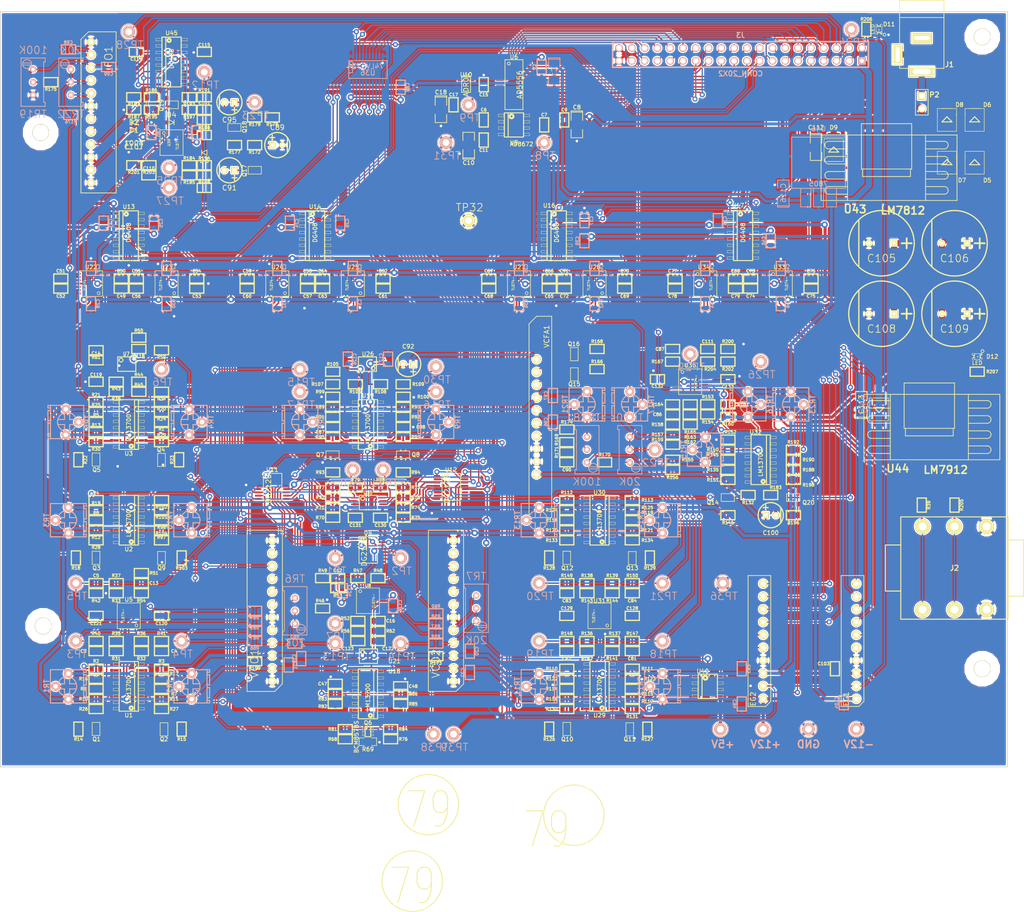
<source format=kicad_pcb>
(kicad_pcb (version 4) (host pcbnew "(2015-01-11 BZR 5365)-product")
  (layers (0 F.Cu signal) (31 B.Cu signal) (34 B.Paste user) (35 F.Paste user) (36 B.SilkS user) (37 F.SilkS user) (38 B.Mask user) (39 F.Mask user) (44 Edge.Cuts user))
  (net 0 "")
  (net 1 +5V)
  (net 2 GND)
  (net 3 "Net-(C3-Pad1)")
  (net 4 "Net-(C3-Pad2)")
  (net 5 "Net-(C4-Pad1)")
  (net 6 "Net-(C5-Pad1)")
  (net 7 "OSC LFO MOD")
  (net 8 "Net-(C6-Pad1)")
  (net 9 "Net-(C6-Pad2)")
  (net 10 "Net-(C7-Pad2)")
  (net 11 +12V)
  (net 12 -12V)
  (net 13 "Net-(C12-Pad1)")
  (net 14 "Net-(C12-Pad2)")
  (net 15 "Net-(C13-Pad1)")
  (net 16 "Net-(C13-Pad2)")
  (net 17 "Net-(C14-Pad1)")
  (net 18 "Net-(C14-Pad2)")
  (net 19 /VREF)
  (net 20 "Net-(C16-Pad1)")
  (net 21 "Net-(C16-Pad2)")
  (net 22 "Net-(C47-Pad1)")
  (net 23 "Net-(C48-Pad1)")
  (net 24 SH0)
  (net 25 SH1)
  (net 26 SH2)
  (net 27 SH3)
  (net 28 SH4)
  (net 29 SH5)
  (net 30 SH6)
  (net 31 SH7)
  (net 32 SH8)
  (net 33 SH9)
  (net 34 SH10)
  (net 35 SH11)
  (net 36 SH12)
  (net 37 SH13)
  (net 38 SH14)
  (net 39 SH15)
  (net 40 SH16)
  (net 41 SH17)
  (net 42 SH18)
  (net 43 SH19)
  (net 44 SH20)
  (net 45 SH21)
  (net 46 SH22)
  (net 47 SH23)
  (net 48 SH24)
  (net 49 SH25)
  (net 50 SH26)
  (net 51 SH27)
  (net 52 SH28)
  (net 53 SH29)
  (net 54 SH30)
  (net 55 SH31)
  (net 56 "Net-(C81-Pad1)")
  (net 57 "Net-(C81-Pad2)")
  (net 58 "Net-(C82-Pad1)")
  (net 59 "Net-(C82-Pad2)")
  (net 60 "Net-(C83-Pad1)")
  (net 61 "Net-(C83-Pad2)")
  (net 62 "Net-(C84-Pad1)")
  (net 63 "Net-(C84-Pad2)")
  (net 64 "Net-(C86-Pad1)")
  (net 65 "Net-(C86-Pad2)")
  (net 66 "Net-(C87-Pad1)")
  (net 67 "Net-(C87-Pad2)")
  (net 68 "Net-(C89-Pad1)")
  (net 69 "Net-(C90-Pad1)")
  (net 70 "Net-(C91-Pad1)")
  (net 71 "Net-(C91-Pad2)")
  (net 72 "Net-(C92-Pad1)")
  (net 73 TUNE)
  (net 74 "Net-(C95-Pad1)")
  (net 75 "Net-(C95-Pad2)")
  (net 76 "Net-(C100-Pad2)")
  (net 77 "Net-(C101-Pad1)")
  (net 78 NOISE)
  (net 79 "LFO TUNE")
  (net 80 "Net-(C102-Pad2)")
  (net 81 "Net-(C105-Pad1)")
  (net 82 "Net-(C106-Pad2)")
  (net 83 "Net-(C107-Pad1)")
  (net 84 "Net-(C110-Pad1)")
  (net 85 "Net-(C110-Pad2)")
  (net 86 "Net-(C111-Pad1)")
  (net 87 "Net-(C111-Pad2)")
  (net 88 "Net-(D1-Pad1)")
  (net 89 "Net-(D3-Pad2)")
  (net 90 "Net-(D4-Pad1)")
  (net 91 "Net-(D4-Pad2)")
  (net 92 "Net-(D5-Pad2)")
  (net 93 "Net-(D11-Pad1)")
  (net 94 "Net-(D12-Pad2)")
  (net 95 GATE)
  (net 96 "Net-(EG1-Pad5)")
  (net 97 EG1)
  (net 98 "EG1 SUS CV")
  (net 99 "EG1 REL CV")
  (net 100 "Net-(EG2-Pad5)")
  (net 101 "Net-(EG2-Pad6)")
  (net 102 "EG2 SUS CV")
  (net 103 "EG2 REL CV")
  (net 104 "Net-(J1-Pad2)")
  (net 105 "Net-(J1-Pad1)")
  (net 106 DB3)
  (net 107 DB5)
  (net 108 DB7)
  (net 109 DB0)
  (net 110 "DAC MUX EN2")
  (net 111 DB2)
  (net 112 "DAC MUX EN0")
  (net 113 DB4)
  (net 114 /DAC12)
  (net 115 DB6)
  (net 116 /DAC10)
  (net 117 "DAC MUX EN3")
  (net 118 /DAC8)
  (net 119 "DAC MUX EN1")
  (net 120 "~DAC WR")
  (net 121 /DAC13)
  (net 122 /DAC6)
  (net 123 /DAC11)
  (net 124 /DAC4)
  (net 125 /DAC9)
  (net 126 "~DAC RS")
  (net 127 /DAC2)
  (net 128 /DAC7)
  (net 129 /DAC3)
  (net 130 /DAC1)
  (net 131 "ANALOG SW LATCH")
  (net 132 "EG2 POL")
  (net 133 /DAC0)
  (net 134 "LFO DMUX EN")
  (net 135 LFO)
  (net 136 "LFO RESET")
  (net 137 DB1)
  (net 138 /DAC5)
  (net 139 "Net-(LFO1-Pad4)")
  (net 140 "Net-(LFO1-Pad5)")
  (net 141 "Net-(LFO1-Pad7)")
  (net 142 "Net-(LFO1-Pad8)")
  (net 143 "Net-(Q1-Pad3)")
  (net 144 "Net-(Q1-Pad1)")
  (net 145 "Net-(Q2-Pad3)")
  (net 146 "Net-(Q2-Pad1)")
  (net 147 "Net-(Q3-Pad3)")
  (net 148 "Net-(Q3-Pad1)")
  (net 149 "Net-(Q4-Pad3)")
  (net 150 "Net-(Q4-Pad1)")
  (net 151 "Net-(Q5-Pad3)")
  (net 152 "Net-(Q5-Pad1)")
  (net 153 "Net-(Q6-Pad1)")
  (net 154 "Net-(Q6-Pad2)")
  (net 155 "Net-(Q6-Pad3)")
  (net 156 "Net-(Q7-Pad3)")
  (net 157 "Net-(Q7-Pad1)")
  (net 158 "Net-(Q8-Pad3)")
  (net 159 "Net-(Q8-Pad1)")
  (net 160 "Net-(Q9-Pad3)")
  (net 161 "Net-(Q9-Pad1)")
  (net 162 "Net-(Q10-Pad3)")
  (net 163 "Net-(Q10-Pad1)")
  (net 164 "Net-(Q11-Pad3)")
  (net 165 "Net-(Q11-Pad1)")
  (net 166 "Net-(Q12-Pad3)")
  (net 167 "Net-(Q12-Pad1)")
  (net 168 "Net-(Q13-Pad3)")
  (net 169 "Net-(Q13-Pad1)")
  (net 170 "Net-(Q14-Pad3)")
  (net 171 "Net-(Q14-Pad1)")
  (net 172 "Net-(Q15-Pad3)")
  (net 173 "Net-(Q15-Pad1)")
  (net 174 "Net-(Q16-Pad3)")
  (net 175 "Net-(Q16-Pad1)")
  (net 176 "Net-(Q20-Pad3)")
  (net 177 "Net-(Q20-Pad1)")
  (net 178 "Net-(R1-Pad2)")
  (net 179 "OSCB SAW WAVE")
  (net 180 "Net-(R16-Pad2)")
  (net 181 EG2)
  (net 182 "Net-(R17-Pad2)")
  (net 183 "Net-(R19-Pad2)")
  (net 184 "Net-(R13-Pad2)")
  (net 185 "Net-(R10-Pad1)")
  (net 186 "Net-(R11-Pad1)")
  (net 187 "Net-(R12-Pad1)")
  (net 188 "Net-(R10-Pad2)")
  (net 189 "Net-(R11-Pad2)")
  (net 190 "Net-(R12-Pad2)")
  (net 191 "OSCA FM AMT CV")
  (net 192 "OSC EG2 AMT CV")
  (net 193 "OSC LFO AMT CV")
  (net 194 "Net-(R20-Pad2)")
  (net 195 "Net-(R21-Pad2)")
  (net 196 "PWM A EG2 AMT CV")
  (net 197 "PWM A LFO AMT CV")
  (net 198 "Net-(R24-Pad1)")
  (net 199 "Net-(R25-Pad1)")
  (net 200 "Net-(R26-Pad1)")
  (net 201 "Net-(R27-Pad1)")
  (net 202 "Net-(R28-Pad1)")
  (net 203 "Net-(R29-Pad1)")
  (net 204 "Net-(R30-Pad1)")
  (net 205 "Net-(R31-Pad2)")
  (net 206 "Net-(R32-Pad2)")
  (net 207 "Net-(R33-Pad2)")
  (net 208 "OSC PWM LFO MOD")
  (net 209 "OSC PWM EG2 MOD")
  (net 210 "Net-(J2-Pad3)")
  (net 211 "Net-(R43-Pad1)")
  (net 212 "PWM A CV")
  (net 213 "Net-(R46-Pad1)")
  (net 214 "PWM B CV")
  (net 215 "Net-(R47-Pad2)")
  (net 216 "Net-(R48-Pad2)")
  (net 217 "OSCB INIT CV")
  (net 218 "Net-(R50-Pad1)")
  (net 219 "OSCA INIT CV")
  (net 220 "Net-(R52-Pad1)")
  (net 221 "Net-(R58-Pad2)")
  (net 222 "OSCB GLIDE CV")
  (net 223 "Net-(R60-Pad2)")
  (net 224 "OSCA GLIDE CV")
  (net 225 "GLIDE AMT CV")
  (net 226 "Net-(R70-Pad1)")
  (net 227 "Net-(R70-Pad2)")
  (net 228 "Net-(R71-Pad2)")
  (net 229 "Net-(R72-Pad2)")
  (net 230 "Net-(R73-Pad1)")
  (net 231 "Net-(R73-Pad2)")
  (net 232 "Net-(R74-Pad2)")
  (net 233 "Net-(R75-Pad2)")
  (net 234 "Net-(R77-Pad1)")
  (net 235 "Net-(R78-Pad1)")
  (net 236 "Net-(R79-Pad2)")
  (net 237 "Net-(R80-Pad2)")
  (net 238 "Net-(R81-Pad1)")
  (net 239 "OSCA PITCH CV")
  (net 240 "Net-(R82-Pad2)")
  (net 241 "Net-(R83-Pad2)")
  (net 242 "Net-(R84-Pad1)")
  (net 243 "OSCB PITCH CV")
  (net 244 "Net-(R85-Pad2)")
  (net 245 "Net-(R86-Pad2)")
  (net 246 "Net-(R89-Pad2)")
  (net 247 "Net-(R90-Pad2)")
  (net 248 "Net-(R91-Pad1)")
  (net 249 "Net-(R92-Pad1)")
  (net 250 "OSCA MIX CV")
  (net 251 "Net-(R95-Pad1)")
  (net 252 "Net-(R96-Pad1)")
  (net 253 "Net-(R97-Pad2)")
  (net 254 "Net-(R106-Pad1)")
  (net 255 "Net-(R100-Pad2)")
  (net 256 "Net-(R101-Pad2)")
  (net 257 "Net-(R102-Pad1)")
  (net 258 "NOISE MIX CV")
  (net 259 "Net-(R104-Pad1)")
  (net 260 "Net-(R105-Pad2)")
  (net 261 "Net-(R106-Pad2)")
  (net 262 "Net-(R110-Pad2)")
  (net 263 "Net-(R111-Pad2)")
  (net 264 "Net-(R112-Pad2)")
  (net 265 "Net-(R113-Pad2)")
  (net 266 "Net-(R114-Pad2)")
  (net 267 "Net-(R115-Pad2)")
  (net 268 "Net-(R116-Pad2)")
  (net 269 "Net-(R117-Pad2)")
  (net 270 "Net-(R118-Pad2)")
  (net 271 "Net-(R119-Pad2)")
  (net 272 "Net-(R120-Pad2)")
  (net 273 "Net-(R121-Pad2)")
  (net 274 "KEYTRACK AMT CV")
  (net 275 "FIL EG2 AMT CV")
  (net 276 "FIL LFO AMT CV")
  (net 277 "FIL OSCB  AMT CV")
  (net 278 "Net-(R130-Pad1)")
  (net 279 "Net-(R131-Pad1)")
  (net 280 "Net-(R132-Pad2)")
  (net 281 "Net-(R133-Pad1)")
  (net 282 "Net-(R134-Pad1)")
  (net 283 "Net-(R136-Pad2)")
  (net 284 "Net-(R137-Pad2)")
  (net 285 "Net-(R138-Pad2)")
  (net 286 "Net-(R139-Pad2)")
  (net 287 "Net-(R140-Pad2)")
  (net 288 "Net-(R145-Pad1)")
  (net 289 "AMP LFO AMT CV")
  (net 290 "Net-(R151-Pad1)")
  (net 291 "Net-(R152-Pad2)")
  (net 292 "Net-(R153-Pad1)")
  (net 293 "CUTOFF CV")
  (net 294 "Net-(R160-Pad2)")
  (net 295 "Net-(R161-Pad1)")
  (net 296 "Net-(R163-Pad1)")
  (net 297 "Net-(R166-Pad2)")
  (net 298 "Net-(R169-Pad1)")
  (net 299 "Net-(R169-Pad2)")
  (net 300 "Net-(R170-Pad2)")
  (net 301 "Net-(R174-Pad1)")
  (net 302 "Net-(R174-Pad2)")
  (net 303 "Net-(R175-Pad2)")
  (net 304 "LFO RATE CV")
  (net 305 "Net-(R183-Pad2)")
  (net 306 "Net-(R184-Pad2)")
  (net 307 "Net-(R186-Pad1)")
  (net 308 "Net-(R190-Pad2)")
  (net 309 "Net-(R192-Pad1)")
  (net 310 "Net-(R195-Pad1)")
  (net 311 "VOL CV")
  (net 312 "Net-(R198-Pad1)")
  (net 313 "Net-(R200-Pad2)")
  (net 314 "Net-(J2-Pad2)")
  (net 315 "Net-(TR6-Pad3)")
  (net 316 "Net-(TR7-Pad3)")
  (net 317 "RES CV")
  (net 318 "OSC EG2 MOD")
  (net 319 "Net-(U6-Pad7)")
  (net 320 "Net-(U6-Pad8)")
  (net 321 "Net-(U8-Pad13)")
  (net 322 VDAC)
  (net 323 "Net-(U10-Pad1)")
  (net 324 "Net-(U10-Pad5)")
  (net 325 "OSCA TRI")
  (net 326 "Net-(U11-Pad2)")
  (net 327 "OSCA PULSE")
  (net 328 "OSC SYNC")
  (net 329 "Net-(U11-Pad14)")
  (net 330 "OSCA SAW")
  (net 331 "OSCB TRI")
  (net 332 "Net-(U12-Pad6)")
  (net 333 "OSCB PULSE")
  (net 334 "Net-(U12-Pad9)")
  (net 335 "Net-(U12-Pad10)")
  (net 336 "Net-(U12-Pad11)")
  (net 337 "OSCB SAW")
  (net 338 "Net-(U18-Pad2)")
  (net 339 "Net-(U18-Pad15)")
  (net 340 "OSCB MIX CV")
  (net 341 "Net-(U26-Pad6)")
  (net 342 "EG1 ATT CV")
  (net 343 "EG1 DEC CV")
  (net 344 "EG2 ATT CV")
  (net 345 "EG2 DEC CV")
  (net 346 "OSCB MOD")
  (net 347 "Net-(VCO2-Pad11)")
  (net 348 "Net-(Q19-Pad2)")
  (net 349 "Net-(U11-Pad7)")
  (net 350 "Net-(U11-Pad11)")
  (net 351 "Net-(U12-Pad14)")
  (net 352 "Net-(C92-Pad2)")
  (net 353 "Net-(R173-Pad1)")
  (net 354 "Net-(R199-Pad1)")
  (net 355 EXT_CV_IN)
  (module github-smd:SMD-1206_Pol (layer B.Cu) (at 110 12 270)
    (fp_text reference C1 (at 0 0 270) (layer B.SilkS) (effects (justify mirror)))
    (fp_text value 1µ hide)
    (pad 1 smd rect (at -1.651 0 270) (size 1.524 2.032) (layers B.Cu B.Paste B.Mask) (net 1 +5V))
    (pad 2 smd rect (at 1.651 0 270) (size 1.524 2.032) (layers B.Cu B.Paste B.Mask) (net 2 GND))
  )
  (module github-smd:SMD-1206_Pol (layer F.Cu) (at 114.5 22.5 270)
    (fp_text reference C8 (at -3.5 0 360) (layer F.SilkS) (effects (font (size 0.8128 0.8128) (thickness 0.1524))))
    (fp_text value 1µ hide)
    (pad 1 smd rect (at -1.651 0 270) (size 1.524 2.032) (layers F.Cu F.Paste F.Mask) (net 11 +12V))
    (pad 2 smd rect (at 1.651 0 270) (size 1.524 2.032) (layers F.Cu F.Paste F.Mask) (net 2 GND))
  )
  (module github-smd:SMD-1206_Pol (layer F.Cu) (at 93 26.5 90)
    (fp_text reference C10 (at -3.5 0 180) (layer F.SilkS) (effects (font (size 0.8128 0.8128) (thickness 0.1524))))
    (fp_text value 1µ hide)
    (pad 1 smd rect (at -1.651 0 90) (size 1.524 2.032) (layers F.Cu F.Paste F.Mask) (net 2 GND))
    (pad 2 smd rect (at 1.651 0 90) (size 1.524 2.032) (layers F.Cu F.Paste F.Mask) (net 12 -12V))
  )
  (module github-smd:SMD-1206_Pol (layer F.Cu) (at 87.5 19.5 270)
    (fp_text reference C18 (at -3.5 0 360) (layer F.SilkS) (effects (font (size 0.8128 0.8128) (thickness 0.1524))))
    (fp_text value 1µ hide)
    (pad 1 smd rect (at -1.651 0 270) (size 1.524 2.032) (layers F.Cu F.Paste F.Mask) (net 11 +12V))
    (pad 2 smd rect (at 1.651 0 270) (size 1.524 2.032) (layers F.Cu F.Paste F.Mask) (net 2 GND))
  )
  (module github-smd:SMD-0805 (layer F.Cu) (at 26.5 26.5 180)
    (fp_text reference C107 (at 0 -0.3175 180) (layer F.SilkS))
    (fp_text value 100n (at 0 0.381 180) (layer F.SilkS))
    (pad 1 smd rect (at -0.9525 0 180) (size 0.889 1.397) (layers F.Cu F.Paste F.Mask) (net 83 "Net-(C107-Pad1)"))
    (pad 2 smd rect (at 0.9525 0 180) (size 0.889 1.397) (layers F.Cu F.Paste F.Mask) (net 2 GND))
  )
  (module github-smd:SMD-1206_Pol (layer F.Cu) (at 162 27 270)
    (fp_text reference C112 (at -4 0 360) (layer F.SilkS) (effects (font (size 0.8128 0.8128) (thickness 0.1524))))
    (fp_text value 2.2µ hide)
    (pad 1 smd rect (at -1.651 0 270) (size 1.524 2.032) (layers F.Cu F.Paste F.Mask) (net 11 +12V))
    (pad 2 smd rect (at 1.651 0 270) (size 1.524 2.032) (layers F.Cu F.Paste F.Mask) (net 2 GND))
  )
  (module github-smd:SMD-1206_Pol (layer F.Cu) (at 171 78 90)
    (fp_text reference C113 (at 0 0 90) (layer F.SilkS))
    (fp_text value 2.2µ hide)
    (pad 1 smd rect (at -1.651 0 90) (size 1.524 2.032) (layers F.Cu F.Paste F.Mask) (net 2 GND))
    (pad 2 smd rect (at 1.651 0 90) (size 1.524 2.032) (layers F.Cu F.Paste F.Mask) (net 12 -12V))
  )
  (module github-smd:SMD-1206_Pol (layer B.Cu) (at 155.5 36 90)
    (fp_text reference C116 (at 0 0 90) (layer B.SilkS) (effects (justify mirror)))
    (fp_text value 2.2µ hide)
    (pad 1 smd rect (at -1.651 0 90) (size 1.524 2.032) (layers B.Cu B.Paste B.Mask) (net 1 +5V))
    (pad 2 smd rect (at 1.651 0 90) (size 1.524 2.032) (layers B.Cu B.Paste B.Mask) (net 2 GND))
  )
  (module synth:LED-0805-JRL (layer F.Cu) (at 174.5 3.5 270)
    (fp_text reference D11 (at -1 -2 360) (layer F.SilkS) (effects (font (size 0.8128 0.8128) (thickness 0.1524))))
    (fp_text value LED (at 0 1.27 270) (layer F.SilkS) (effects (font (size 0.762 0.762) (thickness 0.127))))
    (pad 1 smd rect (at -1.04902 0 270) (size 1.19888 1.19888) (layers F.Cu F.Paste F.Mask) (net 93 "Net-(D11-Pad1)"))
    (pad 2 smd rect (at 1.04902 0 270) (size 1.19888 1.19888) (layers F.Cu F.Paste F.Mask) (net 2 GND))
  )
  (module synth:LED-0805-JRL (layer F.Cu) (at 194 68.5)
    (fp_text reference D12 (at 3 0) (layer F.SilkS) (effects (font (size 0.8128 0.8128) (thickness 0.1524))))
    (fp_text value LED (at 0 1.27) (layer F.SilkS) (effects (font (size 0.762 0.762) (thickness 0.127))))
    (pad 1 smd rect (at -1.04902 0) (size 1.19888 1.19888) (layers F.Cu F.Paste F.Mask) (net 2 GND))
    (pad 2 smd rect (at 1.04902 0) (size 1.19888 1.19888) (layers F.Cu F.Paste F.Mask) (net 94 "Net-(D12-Pad2)"))
  )
  (module MyModules:2.1-MM-DC-EJ508A (layer F.Cu) (at 183 8.5 180)
    (fp_text reference J1 (at -5.5 -2 180) (layer F.SilkS) (effects (font (size 1.016 1.016) (thickness 0.2032))))
    (fp_text value "AC IN" hide)
    (pad 2 thru_hole rect (at 0 3.25 180) (size 4 2) (drill oval 3.1 0.8) (layers *.Cu *.Mask F.SilkS) (net 104 "Net-(J1-Pad2)"))
    (pad 1 thru_hole rect (at 0 -3.4 180) (size 5 2) (drill oval 3.6 1.1) (layers *.Cu *.Mask F.SilkS) (net 105 "Net-(J1-Pad1)"))
    (pad 3 thru_hole rect (at 4.8 0 180) (size 2 4) (drill oval 0.8 3.1) (layers *.Cu *.Mask F.SilkS) (net 92 "Net-(D5-Pad2)"))
  )
  (module DIY:PIN_ARRAY_20X2 (layer B.Cu) (at 147 8.5 180)
    (fp_text reference J3 (at 0 3.81 180) (layer B.SilkS) (effects (font (size 1.016 1.016) (thickness 0.2032)) (justify mirror)))
    (fp_text value CONN_20X2 (at 0 -3.81 180) (layer B.SilkS) (effects (font (size 1.016 1.016) (thickness 0.2032)) (justify mirror)))
    (pad 1 thru_hole rect (at -24.13 -1.27 180) (size 1.524 1.524) (drill 0.8128) (layers *.Cu *.Mask B.SilkS) (net 11 +12V))
    (pad 2 thru_hole circle (at -24.13 1.27 180) (size 1.524 1.524) (drill 1.016) (layers *.Cu *.Mask B.SilkS) (net 11 +12V))
    (pad 11 thru_hole circle (at -11.43 -1.27 180) (size 1.524 1.524) (drill 1.016) (layers *.Cu *.Mask B.SilkS) (net 106 DB3))
    (pad 4 thru_hole circle (at -21.59 1.27 180) (size 1.524 1.524) (drill 1.016) (layers *.Cu *.Mask B.SilkS) (net 73 TUNE))
    (pad 13 thru_hole circle (at -8.89 -1.27 180) (size 1.524 1.524) (drill 1.016) (layers *.Cu *.Mask B.SilkS) (net 107 DB5))
    (pad 6 thru_hole circle (at -19.05 1.27 180) (size 1.524 1.524) (drill 1.016) (layers *.Cu *.Mask B.SilkS) (net 79 "LFO TUNE"))
    (pad 15 thru_hole circle (at -6.35 -1.27 180) (size 1.524 1.524) (drill 1.016) (layers *.Cu *.Mask B.SilkS) (net 108 DB7))
    (pad 8 thru_hole circle (at -16.51 1.27 180) (size 1.524 1.524) (drill 1.016) (layers *.Cu *.Mask B.SilkS) (net 109 DB0))
    (pad 17 thru_hole circle (at -3.81 -1.27 180) (size 1.524 1.524) (drill 1.016) (layers *.Cu *.Mask B.SilkS) (net 110 "DAC MUX EN2"))
    (pad 10 thru_hole circle (at -13.97 1.27 180) (size 1.524 1.524) (drill 1.016) (layers *.Cu *.Mask B.SilkS) (net 111 DB2))
    (pad 19 thru_hole circle (at -1.27 -1.27 180) (size 1.524 1.524) (drill 1.016) (layers *.Cu *.Mask B.SilkS) (net 112 "DAC MUX EN0"))
    (pad 12 thru_hole circle (at -11.43 1.27 180) (size 1.524 1.524) (drill 1.016) (layers *.Cu *.Mask B.SilkS) (net 113 DB4))
    (pad 21 thru_hole circle (at 1.27 -1.27 180) (size 1.524 1.524) (drill 1.016) (layers *.Cu *.Mask B.SilkS) (net 114 /DAC12))
    (pad 14 thru_hole circle (at -8.89 1.27 180) (size 1.524 1.524) (drill 1.016) (layers *.Cu *.Mask B.SilkS) (net 115 DB6))
    (pad 23 thru_hole circle (at 3.81 -1.27 180) (size 1.524 1.524) (drill 1.016) (layers *.Cu *.Mask B.SilkS) (net 116 /DAC10))
    (pad 16 thru_hole circle (at -6.35 1.27 180) (size 1.524 1.524) (drill 1.016) (layers *.Cu *.Mask B.SilkS) (net 117 "DAC MUX EN3"))
    (pad 25 thru_hole circle (at 6.35 -1.27 180) (size 1.524 1.524) (drill 1.016) (layers *.Cu *.Mask B.SilkS) (net 118 /DAC8))
    (pad 18 thru_hole circle (at -3.81 1.27 180) (size 1.524 1.524) (drill 1.016) (layers *.Cu *.Mask B.SilkS) (net 119 "DAC MUX EN1"))
    (pad 27 thru_hole circle (at 8.89 -1.27 180) (size 1.524 1.524) (drill 1.016) (layers *.Cu *.Mask B.SilkS) (net 120 "~DAC WR"))
    (pad 20 thru_hole circle (at -1.27 1.27 180) (size 1.524 1.524) (drill 1.016) (layers *.Cu *.Mask B.SilkS) (net 121 /DAC13))
    (pad 29 thru_hole circle (at 11.43 -1.27 180) (size 1.524 1.524) (drill 1.016) (layers *.Cu *.Mask B.SilkS) (net 122 /DAC6))
    (pad 22 thru_hole circle (at 1.27 1.27 180) (size 1.524 1.524) (drill 1.016) (layers *.Cu *.Mask B.SilkS) (net 123 /DAC11))
    (pad 31 thru_hole circle (at 13.97 -1.27 180) (size 1.524 1.524) (drill 1.016) (layers *.Cu *.Mask B.SilkS) (net 124 /DAC4))
    (pad 24 thru_hole circle (at 3.81 1.27 180) (size 1.524 1.524) (drill 1.016) (layers *.Cu *.Mask B.SilkS) (net 125 /DAC9))
    (pad 26 thru_hole circle (at 6.35 1.27 180) (size 1.524 1.524) (drill 1.016) (layers *.Cu *.Mask B.SilkS) (net 126 "~DAC RS"))
    (pad 33 thru_hole circle (at 16.51 -1.27 180) (size 1.524 1.524) (drill 1.016) (layers *.Cu *.Mask B.SilkS) (net 127 /DAC2))
    (pad 28 thru_hole circle (at 8.89 1.27 180) (size 1.524 1.524) (drill 1.016) (layers *.Cu *.Mask B.SilkS) (net 128 /DAC7))
    (pad 32 thru_hole circle (at 13.97 1.27 180) (size 1.524 1.524) (drill 1.016) (layers *.Cu *.Mask B.SilkS) (net 129 /DAC3))
    (pad 34 thru_hole circle (at 16.51 1.27 180) (size 1.524 1.524) (drill 1.016) (layers *.Cu *.Mask B.SilkS) (net 130 /DAC1))
    (pad 36 thru_hole circle (at 19.05 1.27 180) (size 1.524 1.524) (drill 1.016) (layers *.Cu *.Mask B.SilkS) (net 131 "ANALOG SW LATCH"))
    (pad 38 thru_hole circle (at 21.59 1.27 180) (size 1.524 1.524) (drill 1.016) (layers *.Cu *.Mask B.SilkS) (net 132 "EG2 POL"))
    (pad 35 thru_hole circle (at 19.05 -1.27 180) (size 1.524 1.524) (drill 1.016) (layers *.Cu *.Mask B.SilkS) (net 133 /DAC0))
    (pad 37 thru_hole circle (at 21.59 -1.27 180) (size 1.524 1.524) (drill 1.016) (layers *.Cu *.Mask B.SilkS) (net 134 "LFO DMUX EN"))
    (pad 3 thru_hole circle (at -21.59 -1.27 180) (size 1.524 1.524) (drill 1.016) (layers *.Cu *.Mask B.SilkS) (net 95 GATE))
    (pad 5 thru_hole circle (at -19.05 -1.27 180) (size 1.524 1.524) (drill 1.016) (layers *.Cu *.Mask B.SilkS) (net 135 LFO))
    (pad 7 thru_hole circle (at -16.51 -1.27 180) (size 1.524 1.524) (drill 1.016) (layers *.Cu *.Mask B.SilkS) (net 136 "LFO RESET"))
    (pad 9 thru_hole circle (at -13.97 -1.27 180) (size 1.524 1.524) (drill 1.016) (layers *.Cu *.Mask B.SilkS) (net 137 DB1))
    (pad 39 thru_hole circle (at 24.13 -1.27 180) (size 1.524 1.524) (drill 1.016) (layers *.Cu *.Mask B.SilkS) (net 2 GND))
    (pad 40 thru_hole circle (at 24.13 1.27 180) (size 1.524 1.524) (drill 1.016) (layers *.Cu *.Mask B.SilkS) (net 2 GND))
    (pad 30 thru_hole circle (at 11.43 1.27 180) (size 1.524 1.524) (drill 1.016) (layers *.Cu *.Mask B.SilkS) (net 138 /DAC5))
  )
  (module DIY:PIN_ARRAY_2X1 (layer F.Cu) (at 183 18 270)
    (fp_text reference P2 (at -1.5 -2.5 360) (layer F.SilkS) (effects (font (size 1.016 1.016) (thickness 0.2032))))
    (fp_text value CONN_01X02 hide)
    (pad 1 thru_hole rect (at -1.27 0 270) (size 1.524 1.524) (drill 1.016) (layers *.Cu *.Mask F.SilkS) (net 105 "Net-(J1-Pad1)"))
    (pad 2 thru_hole circle (at 1.27 0 270) (size 1.524 1.524) (drill 1.016) (layers *.Cu *.Mask F.SilkS) (net 81 "Net-(C105-Pad1)"))
  )
  (module synth:SOT363-JRL (layer F.Cu) (at 73 143 270)
    (fp_text reference Q6 (at -1.75 0 360) (layer F.SilkS) (effects (font (size 0.8128 0.8128) (thickness 0.1524))))
    (fp_text value BCM857BS (at 1.016 2.286 270) (layer F.SilkS) (effects (font (size 0.8128 0.8128) (thickness 0.1524))))
    (pad 1 smd rect (at -0.6477 0.79756 270) (size 0.39878 0.79756) (layers F.Cu F.Paste F.Mask) (net 153 "Net-(Q6-Pad1)"))
    (pad 2 smd rect (at 0 0.79756 270) (size 0.39878 0.79756) (layers F.Cu F.Paste F.Mask) (net 154 "Net-(Q6-Pad2)"))
    (pad 3 smd rect (at 0.6477 0.79756 270) (size 0.39878 0.79756) (layers F.Cu F.Paste F.Mask) (net 155 "Net-(Q6-Pad3)"))
    (pad 4 smd rect (at 0.6477 -0.79756 270) (size 0.39878 0.79756) (layers F.Cu F.Paste F.Mask) (net 2 GND))
    (pad 5 smd rect (at 0 -0.79756 270) (size 0.39878 0.79756) (layers F.Cu F.Paste F.Mask) (net 2 GND))
    (pad 6 smd rect (at -0.6477 -0.79756 270) (size 0.39878 0.79756) (layers F.Cu F.Paste F.Mask) (net 155 "Net-(Q6-Pad3)"))
  )
  (module "MyModules:TEST POINT" (layer B.Cu) (at 66.5 108.5)
    (fp_text reference TP1 (at 0.2 2.6) (layer B.SilkS) (effects (font (size 1.5 1.5)) (justify mirror)))
    (fp_text value CONN_1 hide)
    (pad 1 thru_hole circle (at 0 0) (size 2.5 2.5) (drill 1.35) (layers *.Cu *.Mask B.SilkS) (net 208 "OSC PWM LFO MOD"))
  )
  (module "MyModules:TEST POINT" (layer B.Cu) (at 79.5 108.5)
    (fp_text reference TP2 (at 0.2 2.6) (layer B.SilkS) (effects (font (size 1.5 1.5)) (justify mirror)))
    (fp_text value CONN_1 hide)
    (pad 1 thru_hole circle (at 0 0) (size 2.5 2.5) (drill 1.35) (layers *.Cu *.Mask B.SilkS) (net 209 "OSC PWM EG2 MOD"))
  )
  (module "MyModules:TEST POINT" (layer B.Cu) (at 15 125)
    (fp_text reference TP3 (at 0.2 2.6) (layer B.SilkS) (effects (font (size 1.5 1.5)) (justify mirror)))
    (fp_text value CONN_1 hide)
    (pad 1 thru_hole circle (at 0 0) (size 2.5 2.5) (drill 1.35) (layers *.Cu *.Mask B.SilkS) (net 4 "Net-(C3-Pad2)"))
  )
  (module "MyModules:TEST POINT" (layer B.Cu) (at 36 125)
    (fp_text reference TP4 (at 0.2 2.6) (layer B.SilkS) (effects (font (size 1.5 1.5)) (justify mirror)))
    (fp_text value CONN_1 hide)
    (pad 1 thru_hole circle (at 0 0) (size 2.5 2.5) (drill 1.35) (layers *.Cu *.Mask B.SilkS) (net 318 "OSC EG2 MOD"))
  )
  (module "MyModules:TEST POINT" (layer B.Cu) (at 15 113.5)
    (fp_text reference TP5 (at 0.2 2.6) (layer B.SilkS) (effects (font (size 1.5 1.5)) (justify mirror)))
    (fp_text value CONN_1 hide)
    (pad 1 thru_hole circle (at 0 0) (size 2.5 2.5) (drill 1.35) (layers *.Cu *.Mask B.SilkS) (net 7 "OSC LFO MOD"))
  )
  (module "MyModules:TEST POINT" (layer B.Cu) (at 32 71)
    (fp_text reference TP6 (at 0.2 2.6) (layer B.SilkS) (effects (font (size 1.5 1.5)) (justify mirror)))
    (fp_text value CONN_1 hide)
    (pad 1 thru_hole circle (at 0 0) (size 2.5 2.5) (drill 1.35) (layers *.Cu *.Mask B.SilkS) (net 218 "Net-(R50-Pad1)"))
  )
  (module "MyModules:TEST POINT" (layer B.Cu) (at 66.5 121.5)
    (fp_text reference TP7 (at 0.2 2.6) (layer B.SilkS) (effects (font (size 1.5 1.5)) (justify mirror)))
    (fp_text value CONN_1 hide)
    (pad 1 thru_hole circle (at 0 0) (size 2.5 2.5) (drill 1.35) (layers *.Cu *.Mask B.SilkS) (net 220 "Net-(R52-Pad1)"))
  )
  (module "MyModules:TEST POINT" (layer B.Cu) (at 108 26)
    (fp_text reference TP8 (at 0.2 2.6) (layer B.SilkS) (effects (font (size 1.5 1.5)) (justify mirror)))
    (fp_text value CONN_1 hide)
    (pad 1 thru_hole circle (at 0 0) (size 2.5 2.5) (drill 1.35) (layers *.Cu *.Mask B.SilkS) (net 322 VDAC))
  )
  (module "MyModules:TEST POINT" (layer B.Cu) (at 93 18.5)
    (fp_text reference TP9 (at 0.2 2.6) (layer B.SilkS) (effects (font (size 1.5 1.5)) (justify mirror)))
    (fp_text value CONN_1 hide)
    (pad 1 thru_hole circle (at 0 0) (size 2.5 2.5) (drill 1.35) (layers *.Cu *.Mask B.SilkS) (net 19 /VREF))
  )
  (module "MyModules:TEST POINT" (layer B.Cu) (at 70 91)
    (fp_text reference TP10 (at 0.2 2.6) (layer B.SilkS) (effects (font (size 1.5 1.5)) (justify mirror)))
    (fp_text value CONN_1 hide)
    (pad 1 thru_hole circle (at 0 0) (size 2.5 2.5) (drill 1.35) (layers *.Cu *.Mask B.SilkS) (net 234 "Net-(R77-Pad1)"))
  )
  (module "MyModules:TEST POINT" (layer B.Cu) (at 76 91)
    (fp_text reference TP11 (at 0.2 2.6) (layer B.SilkS) (effects (font (size 1.5 1.5)) (justify mirror)))
    (fp_text value CONN_1 hide)
    (pad 1 thru_hole circle (at 0 0) (size 2.5 2.5) (drill 1.35) (layers *.Cu *.Mask B.SilkS) (net 235 "Net-(R78-Pad1)"))
  )
  (module "MyModules:TEST POINT" (layer B.Cu) (at 40.5 12)
    (fp_text reference TP12 (at 0.2 2.6) (layer B.SilkS) (effects (font (size 1.5 1.5)) (justify mirror)))
    (fp_text value CONN_1 hide)
    (pad 1 thru_hole circle (at 0 0) (size 2.5 2.5) (drill 1.35) (layers *.Cu *.Mask B.SilkS) (net 78 NOISE))
  )
  (module "MyModules:TEST POINT" (layer B.Cu) (at 66.5 125.5)
    (fp_text reference TP13 (at 0.2 2.6) (layer B.SilkS) (effects (font (size 1.5 1.5)) (justify mirror)))
    (fp_text value CONN_1 hide)
    (pad 1 thru_hole circle (at 0 0) (size 2.5 2.5) (drill 1.35) (layers *.Cu *.Mask B.SilkS) (net 224 "OSCA GLIDE CV"))
  )
  (module "MyModules:TEST POINT" (layer B.Cu) (at 79.5 125.5)
    (fp_text reference TP14 (at 0.2 2.6) (layer B.SilkS) (effects (font (size 1.5 1.5)) (justify mirror)))
    (fp_text value CONN_1 hide)
    (pad 1 thru_hole circle (at 0 0) (size 2.5 2.5) (drill 1.35) (layers *.Cu *.Mask B.SilkS) (net 222 "OSCB GLIDE CV"))
  )
  (module "MyModules:TEST POINT" (layer B.Cu) (at 59.5 71)
    (fp_text reference TP15 (at 0.2 2.6) (layer B.SilkS) (effects (font (size 1.5 1.5)) (justify mirror)))
    (fp_text value CONN_1 hide)
    (pad 1 thru_hole circle (at 0 0) (size 2.5 2.5) (drill 1.35) (layers *.Cu *.Mask B.SilkS) (net 260 "Net-(R105-Pad2)"))
  )
  (module "MyModules:TEST POINT" (layer B.Cu) (at 86.5 75.5)
    (fp_text reference TP16 (at 0.2 2.6) (layer B.SilkS) (effects (font (size 1.5 1.5)) (justify mirror)))
    (fp_text value CONN_1 hide)
    (pad 1 thru_hole circle (at 0 0) (size 2.5 2.5) (drill 1.35) (layers *.Cu *.Mask B.SilkS) (net 255 "Net-(R100-Pad2)"))
  )
  (module "MyModules:TEST POINT" (layer B.Cu) (at 59.5 75.5)
    (fp_text reference TP17 (at 0.2 2.6) (layer B.SilkS) (effects (font (size 1.5 1.5)) (justify mirror)))
    (fp_text value CONN_1 hide)
    (pad 1 thru_hole circle (at 0 0) (size 2.5 2.5) (drill 1.35) (layers *.Cu *.Mask B.SilkS) (net 254 "Net-(R106-Pad1)"))
  )
  (module "MyModules:TEST POINT" (layer B.Cu) (at 131.5 125)
    (fp_text reference TP18 (at 0.2 2.6) (layer B.SilkS) (effects (font (size 1.5 1.5)) (justify mirror)))
    (fp_text value CONN_1 hide)
    (pad 1 thru_hole circle (at 0 0) (size 2.5 2.5) (drill 1.35) (layers *.Cu *.Mask B.SilkS) (net 57 "Net-(C81-Pad2)"))
  )
  (module "MyModules:TEST POINT" (layer B.Cu) (at 107 125)
    (fp_text reference TP19 (at 0.2 2.6) (layer B.SilkS) (effects (font (size 1.5 1.5)) (justify mirror)))
    (fp_text value CONN_1 hide)
    (pad 1 thru_hole circle (at 0 0) (size 2.5 2.5) (drill 1.35) (layers *.Cu *.Mask B.SilkS) (net 59 "Net-(C82-Pad2)"))
  )
  (module "MyModules:TEST POINT" (layer B.Cu) (at 107 113.5)
    (fp_text reference TP20 (at 0.2 2.6) (layer B.SilkS) (effects (font (size 1.5 1.5)) (justify mirror)))
    (fp_text value CONN_1 hide)
    (pad 1 thru_hole circle (at 0 0) (size 2.5 2.5) (drill 1.35) (layers *.Cu *.Mask B.SilkS) (net 61 "Net-(C83-Pad2)"))
  )
  (module "MyModules:TEST POINT" (layer B.Cu) (at 131.5 113.5)
    (fp_text reference TP21 (at 0.2 2.6) (layer B.SilkS) (effects (font (size 1.5 1.5)) (justify mirror)))
    (fp_text value CONN_1 hide)
    (pad 1 thru_hole circle (at 0 0) (size 2.5 2.5) (drill 1.35) (layers *.Cu *.Mask B.SilkS) (net 63 "Net-(C84-Pad2)"))
  )
  (module "MyModules:TEST POINT" (layer B.Cu) (at 130 87)
    (fp_text reference TP22 (at 0.2 2.6) (layer B.SilkS) (effects (font (size 1.5 1.5)) (justify mirror)))
    (fp_text value CONN_1 hide)
    (pad 1 thru_hole circle (at 0 0) (size 2.5 2.5) (drill 1.35) (layers *.Cu *.Mask B.SilkS) (net 65 "Net-(C86-Pad2)"))
  )
  (module "MyModules:TEST POINT" (layer B.Cu) (at 50.5 18)
    (fp_text reference TP23 (at 0.2 2.6) (layer B.SilkS) (effects (font (size 1.5 1.5)) (justify mirror)))
    (fp_text value CONN_1 hide)
    (pad 1 thru_hole circle (at 0 0) (size 2.5 2.5) (drill 1.35) (layers *.Cu *.Mask B.SilkS) (net 74 "Net-(C95-Pad1)"))
  )
  (module "MyModules:TEST POINT" (layer B.Cu) (at 169 3.5)
    (fp_text reference TP24 (at 0.2 2.6) (layer B.SilkS) (effects (font (size 1.5 1.5)) (justify mirror)))
    (fp_text value CONN_1 hide)
    (pad 1 thru_hole circle (at 0 0) (size 2.5 2.5) (drill 1.35) (layers *.Cu *.Mask B.SilkS) (net 73 TUNE))
  )
  (module "MyModules:TEST POINT" (layer B.Cu) (at 33.5 31)
    (fp_text reference TP25 (at 0.2 2.6) (layer B.SilkS) (effects (font (size 1.5 1.5)) (justify mirror)))
    (fp_text value CONN_1 hide)
    (pad 1 thru_hole circle (at 0 0) (size 2.5 2.5) (drill 1.35) (layers *.Cu *.Mask B.SilkS) (net 91 "Net-(D4-Pad2)"))
  )
  (module "MyModules:TEST POINT" (layer B.Cu) (at 151 69.5)
    (fp_text reference TP26 (at 0.2 2.6) (layer B.SilkS) (effects (font (size 1.5 1.5)) (justify mirror)))
    (fp_text value CONN_1 hide)
    (pad 1 thru_hole circle (at 0 0) (size 2.5 2.5) (drill 1.35) (layers *.Cu *.Mask B.SilkS) (net 86 "Net-(C111-Pad1)"))
  )
  (module "MyModules:TEST POINT" (layer B.Cu) (at 33.5 35)
    (fp_text reference TP27 (at 0.2 2.6) (layer B.SilkS) (effects (font (size 1.5 1.5)) (justify mirror)))
    (fp_text value CONN_1 hide)
    (pad 1 thru_hole circle (at 0 0) (size 2.5 2.5) (drill 1.35) (layers *.Cu *.Mask B.SilkS) (net 85 "Net-(C110-Pad2)"))
  )
  (module "MyModules:TEST POINT" (layer B.Cu) (at 25.5 4)
    (fp_text reference TP28 (at 0.2 2.6) (layer B.SilkS) (effects (font (size 1.5 1.5)) (justify mirror)))
    (fp_text value CONN_1 hide)
    (pad 1 thru_hole circle (at 0 0) (size 2.5 2.5) (drill 1.35) (layers *.Cu *.Mask B.SilkS) (net 135 LFO))
  )
  (module "MyModules:TEST POINT" (layer B.Cu) (at 137 68)
    (fp_text reference TP29 (at 0.2 2.6) (layer B.SilkS) (effects (font (size 1.5 1.5)) (justify mirror)))
    (fp_text value CONN_1 hide)
    (pad 1 thru_hole circle (at 0 0) (size 2.5 2.5) (drill 1.35) (layers *.Cu *.Mask B.SilkS) (net 296 "Net-(R163-Pad1)"))
  )
  (module "MyModules:TEST POINT" (layer B.Cu) (at 86.5 70.5)
    (fp_text reference TP30 (at 0.2 2.6) (layer B.SilkS) (effects (font (size 1.5 1.5)) (justify mirror)))
    (fp_text value CONN_1 hide)
    (pad 1 thru_hole circle (at 0 0) (size 2.5 2.5) (drill 1.35) (layers *.Cu *.Mask B.SilkS) (net 352 "Net-(C92-Pad2)"))
  )
  (module github-smd:TSSOP-16 (layer F.Cu) (at 73 107 270)
    (fp_text reference U4 (at -3.5 0 360) (layer F.SilkS) (effects (font (size 0.8128 0.8128) (thickness 0.1524))))
    (fp_text value DG212B (at 0.24892 0.7493 270) (layer F.SilkS))
    (pad 1 smd rect (at -2.27584 2.79908 270) (size 0.381 1.27) (layers F.Cu F.Paste F.Mask) (net 346 "OSCB MOD"))
    (pad 2 smd rect (at -1.6256 2.79908 270) (size 0.381 1.27) (layers F.Cu F.Paste F.Mask) (net 318 "OSC EG2 MOD"))
    (pad 3 smd rect (at -0.97536 2.79908 270) (size 0.381 1.27) (layers F.Cu F.Paste F.Mask) (net 221 "Net-(R58-Pad2)"))
    (pad 4 smd rect (at -0.32512 2.79908 270) (size 0.381 1.27) (layers F.Cu F.Paste F.Mask) (net 12 -12V))
    (pad 5 smd rect (at 0.32512 2.79908 270) (size 0.381 1.27) (layers F.Cu F.Paste F.Mask) (net 2 GND))
    (pad 6 smd rect (at 0.97536 2.79908 270) (size 0.381 1.27) (layers F.Cu F.Paste F.Mask) (net 208 "OSC PWM LFO MOD"))
    (pad 7 smd rect (at 1.6256 2.79908 270) (size 0.381 1.27) (layers F.Cu F.Paste F.Mask) (net 215 "Net-(R47-Pad2)"))
    (pad 8 smd rect (at 2.27584 2.79908 270) (size 0.381 1.27) (layers F.Cu F.Paste F.Mask) (net 346 "OSCB MOD"))
    (pad 9 smd rect (at 2.27584 -2.79908 270) (size 0.381 1.27) (layers F.Cu F.Paste F.Mask) (net 346 "OSCB MOD"))
    (pad 10 smd rect (at 1.6256 -2.79908 270) (size 0.381 1.27) (layers F.Cu F.Paste F.Mask) (net 216 "Net-(R48-Pad2)"))
    (pad 11 smd rect (at 0.97536 -2.79908 270) (size 0.381 1.27) (layers F.Cu F.Paste F.Mask) (net 209 "OSC PWM EG2 MOD"))
    (pad 12 smd rect (at 0.32512 -2.79908 270) (size 0.381 1.27) (layers F.Cu F.Paste F.Mask) (net 1 +5V))
    (pad 13 smd rect (at -0.32512 -2.79908 270) (size 0.381 1.27) (layers F.Cu F.Paste F.Mask) (net 11 +12V))
    (pad 14 smd rect (at -0.97536 -2.79908 270) (size 0.381 1.27) (layers F.Cu F.Paste F.Mask) (net 7 "OSC LFO MOD"))
    (pad 15 smd rect (at -1.6256 -2.79908 270) (size 0.381 1.27) (layers F.Cu F.Paste F.Mask) (net 223 "Net-(R60-Pad2)"))
    (pad 16 smd rect (at -2.27584 -2.79908 270) (size 0.381 1.27) (layers F.Cu F.Paste F.Mask) (net 346 "OSCB MOD"))
  )
  (module github-smd:TSSOP-28 (layer F.Cu) (at 102 14.5 270)
    (fp_text reference U6 (at -5.5 0 360) (layer F.SilkS) (effects (font (size 0.8128 0.8128) (thickness 0.1524))))
    (fp_text value AD5556 (at 0 -1.143 270) (layer F.SilkS))
    (pad 7 smd rect (at -0.32512 2.79908 270) (size 0.4191 1.47066) (layers F.Cu F.Paste F.Mask) (net 319 "Net-(U6-Pad7)"))
    (pad 8 smd rect (at 0.32512 2.79908 270) (size 0.4191 1.47066) (layers F.Cu F.Paste F.Mask) (net 320 "Net-(U6-Pad8)"))
    (pad 9 smd rect (at 0.97536 2.79908 270) (size 0.4191 1.47066) (layers F.Cu F.Paste F.Mask) (net 322 VDAC))
    (pad 10 smd rect (at 1.6256 2.79908 270) (size 0.4191 1.47066) (layers F.Cu F.Paste F.Mask) (net 322 VDAC))
    (pad 25 smd rect (at -2.26568 -2.794 270) (size 0.4191 1.47066) (layers F.Cu F.Paste F.Mask) (net 118 /DAC8))
    (pad 4 smd rect (at -2.27584 2.79908 270) (size 0.4191 1.47066) (layers F.Cu F.Paste F.Mask) (net 127 /DAC2))
    (pad 5 smd rect (at -1.6256 2.79908 270) (size 0.4191 1.47066) (layers F.Cu F.Paste F.Mask) (net 130 /DAC1))
    (pad 6 smd rect (at -0.97536 2.79908 270) (size 0.4191 1.47066) (layers F.Cu F.Paste F.Mask) (net 133 /DAC0))
    (pad 18 smd rect (at 2.27584 -2.79908 270) (size 0.4191 1.47066) (layers F.Cu F.Paste F.Mask) (net 126 "~DAC RS"))
    (pad 19 smd rect (at 1.6256 -2.79908 270) (size 0.4191 1.47066) (layers F.Cu F.Paste F.Mask) (net 2 GND))
    (pad 20 smd rect (at 0.97536 -2.79908 270) (size 0.4191 1.47066) (layers F.Cu F.Paste F.Mask) (net 121 /DAC13))
    (pad 21 smd rect (at 0.32512 -2.79908 270) (size 0.4191 1.47066) (layers F.Cu F.Paste F.Mask) (net 114 /DAC12))
    (pad 22 smd rect (at -0.32512 -2.79908 270) (size 0.4191 1.47066) (layers F.Cu F.Paste F.Mask) (net 123 /DAC11))
    (pad 23 smd rect (at -0.97536 -2.79908 270) (size 0.4191 1.47066) (layers F.Cu F.Paste F.Mask) (net 116 /DAC10))
    (pad 11 smd rect (at 2.27584 2.79908 270) (size 0.4191 1.47066) (layers F.Cu F.Paste F.Mask) (net 19 /VREF))
    (pad 24 smd rect (at -1.6256 -2.794 270) (size 0.4191 1.47066) (layers F.Cu F.Paste F.Mask) (net 125 /DAC9))
    (pad 3 smd rect (at -2.92608 2.79908 270) (size 0.4191 1.47066) (layers F.Cu F.Paste F.Mask) (net 129 /DAC3))
    (pad 12 smd rect (at 2.92608 2.79908 270) (size 0.4191 1.47066) (layers F.Cu F.Paste F.Mask) (net 9 "Net-(C6-Pad2)"))
    (pad 17 smd rect (at 2.92608 -2.79908 270) (size 0.4191 1.47066) (layers F.Cu F.Paste F.Mask) (net 2 GND))
    (pad 26 smd rect (at -2.92608 -2.79908 270) (size 0.4191 1.47066) (layers F.Cu F.Paste F.Mask) (net 128 /DAC7))
    (pad 2 smd rect (at -3.57378 2.79908 270) (size 0.4191 1.47066) (layers F.Cu F.Paste F.Mask) (net 124 /DAC4))
    (pad 13 smd rect (at 3.57378 2.79908 270) (size 0.4191 1.47066) (layers F.Cu F.Paste F.Mask) (net 8 "Net-(C6-Pad1)"))
    (pad 16 smd rect (at 3.57378 -2.79908 270) (size 0.4191 1.47066) (layers F.Cu F.Paste F.Mask) (net 120 "~DAC WR"))
    (pad 27 smd rect (at -3.57378 -2.79908 270) (size 0.4191 1.47066) (layers F.Cu F.Paste F.Mask) (net 122 /DAC6))
    (pad 1 smd rect (at -4.22402 2.79908 270) (size 0.4191 1.47066) (layers F.Cu F.Paste F.Mask) (net 138 /DAC5))
    (pad 14 smd rect (at 4.22402 2.79908 270) (size 0.4191 1.47066) (layers F.Cu F.Paste F.Mask) (net 10 "Net-(C7-Pad2)"))
    (pad 15 smd rect (at 4.22402 -2.79908 270) (size 0.4191 1.47066) (layers F.Cu F.Paste F.Mask) (net 120 "~DAC WR"))
    (pad 28 smd rect (at -4.22402 -2.79908 270) (size 0.4191 1.47066) (layers F.Cu F.Paste F.Mask) (net 1 +5V))
  )
  (module synth:SOIC-8-JRL (layer F.Cu) (at 102 22.5 270)
    (fp_text reference U9 (at 3.5 0 360) (layer F.SilkS) (effects (font (size 0.8128 0.8128) (thickness 0.1524))))
    (fp_text value AD8672 (at 3.81 -1.524 360) (layer F.SilkS) (effects (font (size 0.8128 0.8128) (thickness 0.1524))))
    (pad 1 smd rect (at -1.905 2.59842 270) (size 0.59944 2.19964) (layers F.Cu F.Paste F.Mask) (net 8 "Net-(C6-Pad1)"))
    (pad 2 smd rect (at -0.635 2.59842 270) (size 0.59944 2.19964) (layers F.Cu F.Paste F.Mask) (net 9 "Net-(C6-Pad2)"))
    (pad 3 smd rect (at 0.635 2.59842 270) (size 0.59944 2.19964) (layers F.Cu F.Paste F.Mask) (net 2 GND))
    (pad 4 smd rect (at 1.905 2.59842 270) (size 0.59944 2.19964) (layers F.Cu F.Paste F.Mask) (net 12 -12V))
    (pad 5 smd rect (at 1.905 -2.59842 270) (size 0.59944 2.19964) (layers F.Cu F.Paste F.Mask) (net 2 GND))
    (pad 6 smd rect (at 0.635 -2.59842 270) (size 0.59944 2.19964) (layers F.Cu F.Paste F.Mask) (net 10 "Net-(C7-Pad2)"))
    (pad 7 smd rect (at -0.635 -2.59842 270) (size 0.59944 2.19964) (layers F.Cu F.Paste F.Mask) (net 322 VDAC))
    (pad 8 smd rect (at -1.905 -2.59842 270) (size 0.59944 2.19964) (layers F.Cu F.Paste F.Mask) (net 11 +12V))
  )
  (module github-smd:SOT-23-5 (layer F.Cu) (at 92.5 14.5 270)
    (fp_text reference U10 (at -2 0 360) (layer F.SilkS) (effects (font (size 0.8128 0.8128) (thickness 0.1524))))
    (fp_text value ADR01 (at 0 0 270) (layer F.SilkS))
    (pad 1 smd rect (at -0.9525 1.27 270) (size 0.508 0.762) (layers F.Cu F.Paste F.Mask) (net 323 "Net-(U10-Pad1)"))
    (pad 3 smd rect (at 0.9525 1.27 270) (size 0.508 0.762) (layers F.Cu F.Paste F.Mask) (net 11 +12V))
    (pad 5 smd rect (at -0.9525 -1.27 270) (size 0.508 0.762) (layers F.Cu F.Paste F.Mask) (net 324 "Net-(U10-Pad5)"))
    (pad 2 smd rect (at 0 1.27 270) (size 0.508 0.762) (layers F.Cu F.Paste F.Mask) (net 2 GND))
    (pad 4 smd rect (at 0.9525 -1.27 270) (size 0.508 0.762) (layers F.Cu F.Paste F.Mask) (net 19 /VREF))
  )
  (module github-smd:TSSOP-16 (layer F.Cu) (at 54 94.5 270)
    (fp_text reference U11 (at -3.5 0 360) (layer F.SilkS) (effects (font (size 0.8128 0.8128) (thickness 0.1524))))
    (fp_text value DG212B (at 0.24892 0.7493 270) (layer F.SilkS))
    (pad 1 smd rect (at -2.27584 2.79908 270) (size 0.381 1.27) (layers F.Cu F.Paste F.Mask) (net 327 "OSCA PULSE"))
    (pad 2 smd rect (at -1.6256 2.79908 270) (size 0.381 1.27) (layers F.Cu F.Paste F.Mask) (net 326 "Net-(U11-Pad2)"))
    (pad 3 smd rect (at -0.97536 2.79908 270) (size 0.381 1.27) (layers F.Cu F.Paste F.Mask) (net 229 "Net-(R72-Pad2)"))
    (pad 4 smd rect (at -0.32512 2.79908 270) (size 0.381 1.27) (layers F.Cu F.Paste F.Mask) (net 12 -12V))
    (pad 5 smd rect (at 0.32512 2.79908 270) (size 0.381 1.27) (layers F.Cu F.Paste F.Mask) (net 2 GND))
    (pad 6 smd rect (at 0.97536 2.79908 270) (size 0.381 1.27) (layers F.Cu F.Paste F.Mask) (net 179 "OSCB SAW WAVE"))
    (pad 7 smd rect (at 1.6256 2.79908 270) (size 0.381 1.27) (layers F.Cu F.Paste F.Mask) (net 349 "Net-(U11-Pad7)"))
    (pad 8 smd rect (at 2.27584 2.79908 270) (size 0.381 1.27) (layers F.Cu F.Paste F.Mask) (net 328 "OSC SYNC"))
    (pad 9 smd rect (at 2.27584 -2.79908 270) (size 0.381 1.27) (layers F.Cu F.Paste F.Mask) (net 325 "OSCA TRI"))
    (pad 10 smd rect (at 1.6256 -2.79908 270) (size 0.381 1.27) (layers F.Cu F.Paste F.Mask) (net 227 "Net-(R70-Pad2)"))
    (pad 11 smd rect (at 0.97536 -2.79908 270) (size 0.381 1.27) (layers F.Cu F.Paste F.Mask) (net 350 "Net-(U11-Pad11)"))
    (pad 12 smd rect (at 0.32512 -2.79908 270) (size 0.381 1.27) (layers F.Cu F.Paste F.Mask) (net 1 +5V))
    (pad 13 smd rect (at -0.32512 -2.79908 270) (size 0.381 1.27) (layers F.Cu F.Paste F.Mask) (net 11 +12V))
    (pad 14 smd rect (at -0.97536 -2.79908 270) (size 0.381 1.27) (layers F.Cu F.Paste F.Mask) (net 329 "Net-(U11-Pad14)"))
    (pad 15 smd rect (at -1.6256 -2.79908 270) (size 0.381 1.27) (layers F.Cu F.Paste F.Mask) (net 228 "Net-(R71-Pad2)"))
    (pad 16 smd rect (at -2.27584 -2.79908 270) (size 0.381 1.27) (layers F.Cu F.Paste F.Mask) (net 330 "OSCA SAW"))
  )
  (module github-smd:TSSOP-16 (layer F.Cu) (at 89.5 94.5 270)
    (fp_text reference U12 (at -3.5 0 360) (layer F.SilkS) (effects (font (size 0.8128 0.8128) (thickness 0.1524))))
    (fp_text value DG212B (at 0.24892 0.7493 270) (layer F.SilkS))
    (pad 1 smd rect (at -2.27584 2.79908 270) (size 0.381 1.27) (layers F.Cu F.Paste F.Mask) (net 337 "OSCB SAW"))
    (pad 2 smd rect (at -1.6256 2.79908 270) (size 0.381 1.27) (layers F.Cu F.Paste F.Mask) (net 179 "OSCB SAW WAVE"))
    (pad 3 smd rect (at -0.97536 2.79908 270) (size 0.381 1.27) (layers F.Cu F.Paste F.Mask) (net 232 "Net-(R74-Pad2)"))
    (pad 4 smd rect (at -0.32512 2.79908 270) (size 0.381 1.27) (layers F.Cu F.Paste F.Mask) (net 12 -12V))
    (pad 5 smd rect (at 0.32512 2.79908 270) (size 0.381 1.27) (layers F.Cu F.Paste F.Mask) (net 2 GND))
    (pad 6 smd rect (at 0.97536 2.79908 270) (size 0.381 1.27) (layers F.Cu F.Paste F.Mask) (net 332 "Net-(U12-Pad6)"))
    (pad 7 smd rect (at 1.6256 2.79908 270) (size 0.381 1.27) (layers F.Cu F.Paste F.Mask) (net 233 "Net-(R75-Pad2)"))
    (pad 8 smd rect (at 2.27584 2.79908 270) (size 0.381 1.27) (layers F.Cu F.Paste F.Mask) (net 333 "OSCB PULSE"))
    (pad 9 smd rect (at 2.27584 -2.79908 270) (size 0.381 1.27) (layers F.Cu F.Paste F.Mask) (net 334 "Net-(U12-Pad9)"))
    (pad 10 smd rect (at 1.6256 -2.79908 270) (size 0.381 1.27) (layers F.Cu F.Paste F.Mask) (net 335 "Net-(U12-Pad10)"))
    (pad 11 smd rect (at 0.97536 -2.79908 270) (size 0.381 1.27) (layers F.Cu F.Paste F.Mask) (net 336 "Net-(U12-Pad11)"))
    (pad 12 smd rect (at 0.32512 -2.79908 270) (size 0.381 1.27) (layers F.Cu F.Paste F.Mask) (net 1 +5V))
    (pad 13 smd rect (at -0.32512 -2.79908 270) (size 0.381 1.27) (layers F.Cu F.Paste F.Mask) (net 11 +12V))
    (pad 14 smd rect (at -0.97536 -2.79908 270) (size 0.381 1.27) (layers F.Cu F.Paste F.Mask) (net 351 "Net-(U12-Pad14)"))
    (pad 15 smd rect (at -1.6256 -2.79908 270) (size 0.381 1.27) (layers F.Cu F.Paste F.Mask) (net 231 "Net-(R73-Pad2)"))
    (pad 16 smd rect (at -2.27584 -2.79908 270) (size 0.381 1.27) (layers F.Cu F.Paste F.Mask) (net 331 "OSCB TRI"))
  )
  (module github-smd:SSOP-20 (layer B.Cu) (at 73 11.5)
    (fp_text reference U36 (at 0 0.635) (layer B.SilkS) (effects (justify mirror)))
    (fp_text value 74LV573 (at 0 -0.635) (layer B.SilkS) (effects (justify mirror)))
    (pad 1 smd rect (at -2.921 -2.667) (size 0.4064 1.27) (layers B.Cu B.Paste B.Mask) (net 2 GND))
    (pad 2 smd rect (at -2.286 -2.667) (size 0.4064 1.27) (layers B.Cu B.Paste B.Mask) (net 109 DB0))
    (pad 3 smd rect (at -1.6256 -2.667) (size 0.4064 1.27) (layers B.Cu B.Paste B.Mask) (net 137 DB1))
    (pad 4 smd rect (at -0.9652 -2.667) (size 0.4064 1.27) (layers B.Cu B.Paste B.Mask) (net 111 DB2))
    (pad 5 smd rect (at -0.3302 -2.667) (size 0.4064 1.27) (layers B.Cu B.Paste B.Mask) (net 106 DB3))
    (pad 6 smd rect (at 0.3302 -2.667) (size 0.4064 1.27) (layers B.Cu B.Paste B.Mask) (net 113 DB4))
    (pad 7 smd rect (at 0.9906 -2.667) (size 0.4064 1.27) (layers B.Cu B.Paste B.Mask) (net 107 DB5))
    (pad 8 smd rect (at 1.6256 -2.667) (size 0.4064 1.27) (layers B.Cu B.Paste B.Mask) (net 115 DB6))
    (pad 9 smd rect (at 2.286 -2.667) (size 0.4064 1.27) (layers B.Cu B.Paste B.Mask) (net 108 DB7))
    (pad 10 smd rect (at 2.921 -2.667) (size 0.4064 1.27) (layers B.Cu B.Paste B.Mask) (net 2 GND))
    (pad 11 smd rect (at 2.921 2.667) (size 0.4064 1.27) (layers B.Cu B.Paste B.Mask) (net 131 "ANALOG SW LATCH"))
    (pad 12 smd rect (at 2.286 2.667) (size 0.4064 1.27) (layers B.Cu B.Paste B.Mask) (net 331 "OSCB TRI"))
    (pad 13 smd rect (at 1.6256 2.667) (size 0.4064 1.27) (layers B.Cu B.Paste B.Mask) (net 337 "OSCB SAW"))
    (pad 14 smd rect (at 0.9906 2.667) (size 0.4064 1.27) (layers B.Cu B.Paste B.Mask) (net 333 "OSCB PULSE"))
    (pad 15 smd rect (at 0.3302 2.667) (size 0.4064 1.27) (layers B.Cu B.Paste B.Mask) (net 346 "OSCB MOD"))
    (pad 16 smd rect (at -0.3302 2.667) (size 0.4064 1.27) (layers B.Cu B.Paste B.Mask) (net 328 "OSC SYNC"))
    (pad 17 smd rect (at -0.9652 2.667) (size 0.4064 1.27) (layers B.Cu B.Paste B.Mask) (net 325 "OSCA TRI"))
    (pad 18 smd rect (at -1.6256 2.667) (size 0.4064 1.27) (layers B.Cu B.Paste B.Mask) (net 327 "OSCA PULSE"))
    (pad 19 smd rect (at -2.286 2.667) (size 0.4064 1.27) (layers B.Cu B.Paste B.Mask) (net 330 "OSCA SAW"))
    (pad 20 smd rect (at -2.921 2.667) (size 0.4064 1.27) (layers B.Cu B.Paste B.Mask) (net 1 +5V))
  )
  (module synth:system79-logo-12mm (layer F.Cu) (at 113.9 159.6)
    (fp_text reference U38 hide)
    (fp_text value "0 - 10V" hide)
    (fp_text user 79 (at -5.4 2.9) (layer F.SilkS) (effects (font (size 7 5) (thickness 0.2))))
  )
  (module synth:SOIC-8-JRL (layer F.Cu) (at 140.5 134 270)
    (fp_text reference U40 (at -3 1 360) (layer F.SilkS) (effects (font (size 0.8128 0.8128) (thickness 0.1524))))
    (fp_text value DG419 hide)
    (pad 1 smd rect (at -1.905 2.59842 270) (size 0.59944 2.19964) (layers F.Cu F.Paste F.Mask) (net 181 EG2))
    (pad 2 smd rect (at -0.635 2.59842 270) (size 0.59944 2.19964) (layers F.Cu F.Paste F.Mask) (net 101 "Net-(EG2-Pad6)"))
    (pad 3 smd rect (at 0.635 2.59842 270) (size 0.59944 2.19964) (layers F.Cu F.Paste F.Mask) (net 2 GND))
    (pad 4 smd rect (at 1.905 2.59842 270) (size 0.59944 2.19964) (layers F.Cu F.Paste F.Mask) (net 11 +12V))
    (pad 5 smd rect (at 1.905 -2.59842 270) (size 0.59944 2.19964) (layers F.Cu F.Paste F.Mask) (net 1 +5V))
    (pad 6 smd rect (at 0.635 -2.59842 270) (size 0.59944 2.19964) (layers F.Cu F.Paste F.Mask) (net 132 "EG2 POL"))
    (pad 7 smd rect (at -0.635 -2.59842 270) (size 0.59944 2.19964) (layers F.Cu F.Paste F.Mask) (net 2 GND))
    (pad 8 smd rect (at -1.905 -2.59842 270) (size 0.59944 2.19964) (layers F.Cu F.Paste F.Mask) (net 100 "Net-(EG2-Pad5)"))
  )
  (module synth:system79-logo-12mm (layer F.Cu) (at 85 157.5)
    (fp_text reference U41 hide)
    (fp_text value "0 - 10V" hide)
    (fp_text user 79 (at 0 1) (layer F.SilkS) (effects (font (size 7 5) (thickness 0.2))))
  )
  (module synth:system79-logo-12mm (layer F.Cu) (at 81.8 172.7)
    (fp_text reference U42 hide)
    (fp_text value "10 - 0V" hide)
    (fp_text user 79 (at 0 1) (layer F.SilkS) (effects (font (size 7 5) (thickness 0.2))))
  )
  (module MyModules:SM0805-HAND (layer F.Cu) (at 73 145)
    (fp_text reference R69 (at 0 1.5) (layer F.SilkS) (effects (font (size 0.8128 0.8128) (thickness 0.1524))))
    (fp_text value "1K 3300ppm/K" hide)
    (pad 1 smd rect (at -1.0795 0) (size 1.143 1.397) (layers F.Cu F.Paste F.Mask) (net 154 "Net-(Q6-Pad2)"))
    (pad 2 smd rect (at 1.0795 0) (size 1.143 1.397) (layers F.Cu F.Paste F.Mask) (net 2 GND))
  )
  (module MyModules:TSSOP8-JRL (layer F.Cu) (at 25 70 270)
    (fp_text reference U7 (at -2 0 360) (layer F.SilkS) (effects (font (size 0.762 0.635) (thickness 0.15875))))
    (fp_text value TL072- hide)
    (pad 1 smd rect (at -0.9554 2.694 270) (size 0.29972 1.30048) (layers F.Cu F.Paste F.Mask) (net 18 "Net-(C14-Pad2)"))
    (pad 2 smd rect (at -0.3204 2.694 270) (size 0.29972 1.30048) (layers F.Cu F.Paste F.Mask) (net 17 "Net-(C14-Pad1)"))
    (pad 3 smd rect (at 0.34 2.694 270) (size 0.29972 1.30048) (layers F.Cu F.Paste F.Mask) (net 2 GND))
    (pad 4 smd rect (at 0.975 2.694 270) (size 0.29972 1.30048) (layers F.Cu F.Paste F.Mask) (net 12 -12V))
    (pad 5 smd rect (at 0.975 -2.894 270) (size 0.29972 1.30048) (layers F.Cu F.Paste F.Mask) (net 2 GND))
    (pad 6 smd rect (at 0.3273 -2.894 270) (size 0.29972 1.30048) (layers F.Cu F.Paste F.Mask) (net 211 "Net-(R43-Pad1)"))
    (pad 7 smd rect (at -0.3204 -2.894 270) (size 0.29972 1.30048) (layers F.Cu F.Paste F.Mask) (net 218 "Net-(R50-Pad1)"))
    (pad 8 smd rect (at -0.9681 -2.894 270) (size 0.29972 1.30048) (layers F.Cu F.Paste F.Mask) (net 11 +12V))
  )
  (module MyModules:TSSOP8-JRL (layer F.Cu) (at 73 97.5 270)
    (fp_text reference U15 (at -2 0 360) (layer F.SilkS) (effects (font (size 0.6096 0.6096) (thickness 0.1524))))
    (fp_text value TL072- hide)
    (pad 1 smd rect (at -0.9554 2.694 270) (size 0.29972 1.30048) (layers F.Cu F.Paste F.Mask) (net 234 "Net-(R77-Pad1)"))
    (pad 2 smd rect (at -0.3204 2.694 270) (size 0.29972 1.30048) (layers F.Cu F.Paste F.Mask) (net 226 "Net-(R70-Pad1)"))
    (pad 3 smd rect (at 0.34 2.694 270) (size 0.29972 1.30048) (layers F.Cu F.Paste F.Mask) (net 2 GND))
    (pad 4 smd rect (at 0.975 2.694 270) (size 0.29972 1.30048) (layers F.Cu F.Paste F.Mask) (net 12 -12V))
    (pad 5 smd rect (at 0.975 -2.894 270) (size 0.29972 1.30048) (layers F.Cu F.Paste F.Mask) (net 2 GND))
    (pad 6 smd rect (at 0.3273 -2.894 270) (size 0.29972 1.30048) (layers F.Cu F.Paste F.Mask) (net 230 "Net-(R73-Pad1)"))
    (pad 7 smd rect (at -0.3204 -2.894 270) (size 0.29972 1.30048) (layers F.Cu F.Paste F.Mask) (net 235 "Net-(R78-Pad1)"))
    (pad 8 smd rect (at -0.9681 -2.894 270) (size 0.29972 1.30048) (layers F.Cu F.Paste F.Mask) (net 11 +12V))
  )
  (module MyModules:TSSOP8-JRL (layer F.Cu) (at 73 128 270)
    (fp_text reference U21 (at 1 -5.25 360) (layer F.SilkS) (effects (font (size 0.8128 0.8128) (thickness 0.1524))))
    (fp_text value TL072- hide)
    (pad 1 smd rect (at -0.9554 2.694 270) (size 0.29972 1.30048) (layers F.Cu F.Paste F.Mask) (net 224 "OSCA GLIDE CV"))
    (pad 2 smd rect (at -0.3204 2.694 270) (size 0.29972 1.30048) (layers F.Cu F.Paste F.Mask) (net 224 "OSCA GLIDE CV"))
    (pad 3 smd rect (at 0.34 2.694 270) (size 0.29972 1.30048) (layers F.Cu F.Paste F.Mask) (net 22 "Net-(C47-Pad1)"))
    (pad 4 smd rect (at 0.975 2.694 270) (size 0.29972 1.30048) (layers F.Cu F.Paste F.Mask) (net 12 -12V))
    (pad 5 smd rect (at 0.975 -2.894 270) (size 0.29972 1.30048) (layers F.Cu F.Paste F.Mask) (net 23 "Net-(C48-Pad1)"))
    (pad 6 smd rect (at 0.3273 -2.894 270) (size 0.29972 1.30048) (layers F.Cu F.Paste F.Mask) (net 222 "OSCB GLIDE CV"))
    (pad 7 smd rect (at -0.3204 -2.894 270) (size 0.29972 1.30048) (layers F.Cu F.Paste F.Mask) (net 222 "OSCB GLIDE CV"))
    (pad 8 smd rect (at -0.9681 -2.894 270) (size 0.29972 1.30048) (layers F.Cu F.Paste F.Mask) (net 11 +12V))
  )
  (module MyModules:TSSOP8-JRL (layer F.Cu) (at 73 70 90)
    (fp_text reference U26 (at 2 0 180) (layer F.SilkS) (effects (font (size 0.8128 0.8128) (thickness 0.1524))))
    (fp_text value TL072- hide)
    (pad 1 smd rect (at -0.9554 2.694 90) (size 0.29972 1.30048) (layers F.Cu F.Paste F.Mask) (net 352 "Net-(C92-Pad2)"))
    (pad 2 smd rect (at -0.3204 2.694 90) (size 0.29972 1.30048) (layers F.Cu F.Paste F.Mask) (net 261 "Net-(R106-Pad2)"))
    (pad 3 smd rect (at 0.34 2.694 90) (size 0.29972 1.30048) (layers F.Cu F.Paste F.Mask) (net 2 GND))
    (pad 4 smd rect (at 0.975 2.694 90) (size 0.29972 1.30048) (layers F.Cu F.Paste F.Mask) (net 12 -12V))
    (pad 5 smd rect (at 0.975 -2.894 90) (size 0.29972 1.30048) (layers F.Cu F.Paste F.Mask) (net 2 GND))
    (pad 6 smd rect (at 0.3273 -2.894 90) (size 0.29972 1.30048) (layers F.Cu F.Paste F.Mask) (net 341 "Net-(U26-Pad6)"))
    (pad 7 smd rect (at -0.3204 -2.894 90) (size 0.29972 1.30048) (layers F.Cu F.Paste F.Mask) (net 341 "Net-(U26-Pad6)"))
    (pad 8 smd rect (at -0.9681 -2.894 90) (size 0.29972 1.30048) (layers F.Cu F.Paste F.Mask) (net 11 +12V))
  )
  (module MyModules:D2-PAK-5733-HEAT-SINK (layer F.Cu) (at 184.5 82.5 180)
    (fp_text reference U44 (at 6.25 -8.25 180) (layer F.SilkS) (effects (font (thickness 0.3048))))
    (fp_text value LM7912 (at -3.25 -8.5 180) (layer F.SilkS) (effects (font (thickness 0.3048))))
    (pad 1 smd rect (at -2.54 12.75 180) (size 1.80086 4.20116) (layers F.Cu F.Paste F.Mask) (net 82 "Net-(C106-Pad2)"))
    (pad 3 smd rect (at 2.54 12.75 180) (size 1.80086 4.20116) (layers F.Cu F.Paste F.Mask) (net 12 -12V))
    (pad 2 smd rect (at 0 0 180) (size 11.18 14.22) (layers F.Cu F.Paste F.Mask) (net 2 GND))
    (pad 2 smd rect (at 7.09 0 180) (size 1.4 14.22) (layers F.Cu F.Paste F.Mask) (net 2 GND))
    (pad 2 smd rect (at -7.09 0 180) (size 1.4 14.22) (layers F.Cu F.Paste F.Mask) (net 2 GND))
  )
  (module MyModules:D2-PAK-5733-HEAT-SINK (layer F.Cu) (at 176 31 180)
    (fp_text reference U43 (at 6.25 -8.25 180) (layer F.SilkS) (effects (font (thickness 0.3048))))
    (fp_text value LM7812 (at -3.25 -8.5 180) (layer F.SilkS) (effects (font (thickness 0.3048))))
    (pad 1 smd rect (at -2.54 12.75 180) (size 1.80086 4.20116) (layers F.Cu F.Paste F.Mask) (net 81 "Net-(C105-Pad1)"))
    (pad 3 smd rect (at 2.54 12.75 180) (size 1.80086 4.20116) (layers F.Cu F.Paste F.Mask) (net 11 +12V))
    (pad 2 smd rect (at 0 0 180) (size 11.18 14.22) (layers F.Cu F.Paste F.Mask) (net 2 GND))
    (pad 2 smd rect (at 7.09 0 180) (size 1.4 14.22) (layers F.Cu F.Paste F.Mask) (net 2 GND))
    (pad 2 smd rect (at -7.09 0 180) (size 1.4 14.22) (layers F.Cu F.Paste F.Mask) (net 2 GND))
  )
  (module MyModules:HOLE-0.125-INCH (layer F.Cu) (at 195 5)
    (fp_text reference HOLE-0.125-INCH hide)
    (fp_text value VAL** hide)
    (pad "" thru_hole circle (at 0 0) (size 3.302 3.302) (drill 3.175) (layers *.Cu *.Mask F.SilkS) (clearance 1.905))
  )
  (module MyModules:HOLE-0.125-INCH (layer F.Cu) (at 12.5 18.5)
    (fp_text reference HOLE-0.125-INCH hide)
    (fp_text value VAL** hide)
    (pad "" thru_hole circle (at -4.5 5.5) (size 3.302 3.302) (drill 3.175) (layers *.Cu *.Mask F.SilkS) (clearance 1.905))
  )
  (module MyModules:HOLE-0.125-INCH (layer F.Cu) (at 6.5 124)
    (fp_text reference HOLE-0.125-INCH hide)
    (fp_text value VAL** hide)
    (pad "" thru_hole circle (at 2 -2) (size 3.302 3.302) (drill 3.175) (layers *.Cu *.Mask F.SilkS) (clearance 1.905))
  )
  (module MyModules:HOLE-0.125-INCH (layer F.Cu) (at 187 140)
    (fp_text reference HOLE-0.125-INCH hide)
    (fp_text value VAL** hide)
    (pad "" thru_hole circle (at 8 -9.5) (size 3.302 3.302) (drill 3.175) (layers *.Cu *.Mask F.SilkS) (clearance 1.905))
  )
  (module github-smd:DPAK-3 (layer B.Cu) (at 162.5 37.5 180)
    (fp_text reference U46 (at 0 14.224 180) (layer B.SilkS) (effects (justify mirror)))
    (fp_text value 7805 (at 0 3.302 180) (layer B.SilkS) (effects (justify mirror)))
    (pad 2 smd rect (at 0 8.763 180) (size 10.668 8.89) (layers B.Cu B.Paste B.Mask) (net 2 GND))
    (pad 2 smd rect (at 0 0 180) (size 1.778 2.286) (layers B.Cu B.Paste B.Mask) (net 2 GND))
    (pad 1 smd rect (at -2.54 0 180) (size 1.778 2.286) (layers B.Cu B.Paste B.Mask) (net 11 +12V))
    (pad 3 smd rect (at 2.54 0 180) (size 1.778 2.286) (layers B.Cu B.Paste B.Mask) (net 1 +5V))
  )
  (module MyModules:VCO-SIP (layer F.Cu) (at 90 119 90)
    (fp_text reference VCO2 (at -10.5 -3.5 90) (layer F.SilkS) (effects (font (size 1.5 1.5))))
    (fp_text value VCO hide)
    (pad 1 thru_hole circle (at -13.97 0 90) (size 1.651 1.651) (drill 0.889) (layers *.Cu *.Mask F.SilkS) (net 2 GND))
    (pad 2 thru_hole circle (at -11.43 0 90) (size 1.651 1.651) (drill 0.889) (layers *.Cu *.Mask F.SilkS) (net 11 +12V))
    (pad 3 thru_hole circle (at -8.89 0 90) (size 1.651 1.651) (drill 0.889) (layers *.Cu *.Mask F.SilkS) (net 12 -12V))
    (pad 4 thru_hole circle (at -6.35 0 90) (size 1.651 1.651) (drill 0.889) (layers *.Cu *.Mask F.SilkS) (net 353 "Net-(R173-Pad1)"))
    (pad 5 thru_hole circle (at -3.81 0 90) (size 1.651 1.651) (drill 0.889) (layers *.Cu *.Mask F.SilkS) (net 316 "Net-(TR7-Pad3)"))
    (pad 6 thru_hole circle (at -1.27 0 90) (size 1.651 1.651) (drill 0.889) (layers *.Cu *.Mask F.SilkS) (net 2 GND))
    (pad 7 thru_hole circle (at 1.27 0 90) (size 1.651 1.651) (drill 0.889) (layers *.Cu *.Mask F.SilkS) (net 351 "Net-(U12-Pad14)"))
    (pad 8 thru_hole circle (at 3.81 0 90) (size 1.651 1.651) (drill 0.889) (layers *.Cu *.Mask F.SilkS) (net 179 "OSCB SAW WAVE"))
    (pad 9 thru_hole circle (at 6.35 0 90) (size 1.651 1.651) (drill 0.889) (layers *.Cu *.Mask F.SilkS) (net 332 "Net-(U12-Pad6)"))
    (pad 10 thru_hole circle (at 8.89 0 90) (size 1.651 1.651) (drill 0.889) (layers *.Cu *.Mask F.SilkS) (net 21 "Net-(C16-Pad2)"))
    (pad 11 thru_hole circle (at 11.43 0 90) (size 1.651 1.651) (drill 0.889) (layers *.Cu *.Mask F.SilkS) (net 347 "Net-(VCO2-Pad11)"))
    (pad 12 thru_hole circle (at 13.97 0 90) (size 1.651 1.651) (drill 0.889) (layers *.Cu *.Mask F.SilkS) (net 2 GND))
  )
  (module MyModules:VCO-SIP (layer F.Cu) (at 54 119 90)
    (fp_text reference VCO1 (at -10.5 -3.5 90) (layer F.SilkS) (effects (font (size 1.5 1.5))))
    (fp_text value VCO hide)
    (pad 1 thru_hole circle (at -13.97 0 90) (size 1.651 1.651) (drill 0.889) (layers *.Cu *.Mask F.SilkS) (net 2 GND))
    (pad 2 thru_hole circle (at -11.43 0 90) (size 1.651 1.651) (drill 0.889) (layers *.Cu *.Mask F.SilkS) (net 11 +12V))
    (pad 3 thru_hole circle (at -8.89 0 90) (size 1.651 1.651) (drill 0.889) (layers *.Cu *.Mask F.SilkS) (net 12 -12V))
    (pad 4 thru_hole circle (at -6.35 0 90) (size 1.651 1.651) (drill 0.889) (layers *.Cu *.Mask F.SilkS) (net 354 "Net-(R199-Pad1)"))
    (pad 5 thru_hole circle (at -3.81 0 90) (size 1.651 1.651) (drill 0.889) (layers *.Cu *.Mask F.SilkS) (net 315 "Net-(TR6-Pad3)"))
    (pad 6 thru_hole circle (at -1.27 0 90) (size 1.651 1.651) (drill 0.889) (layers *.Cu *.Mask F.SilkS) (net 2 GND))
    (pad 7 thru_hole circle (at 1.27 0 90) (size 1.651 1.651) (drill 0.889) (layers *.Cu *.Mask F.SilkS) (net 350 "Net-(U11-Pad11)"))
    (pad 8 thru_hole circle (at 3.81 0 90) (size 1.651 1.651) (drill 0.889) (layers *.Cu *.Mask F.SilkS) (net 329 "Net-(U11-Pad14)"))
    (pad 9 thru_hole circle (at 6.35 0 90) (size 1.651 1.651) (drill 0.889) (layers *.Cu *.Mask F.SilkS) (net 326 "Net-(U11-Pad2)"))
    (pad 10 thru_hole circle (at 8.89 0 90) (size 1.651 1.651) (drill 0.889) (layers *.Cu *.Mask F.SilkS) (net 18 "Net-(C14-Pad2)"))
    (pad 11 thru_hole circle (at 11.43 0 90) (size 1.651 1.651) (drill 0.889) (layers *.Cu *.Mask F.SilkS) (net 349 "Net-(U11-Pad7)"))
    (pad 12 thru_hole circle (at 13.97 0 90) (size 1.651 1.651) (drill 0.889) (layers *.Cu *.Mask F.SilkS) (net 2 GND))
  )
  (module MyModules:VCO-SIP (layer F.Cu) (at 18 20 270)
    (fp_text reference LFO1 (at -10.5 -3.5 270) (layer F.SilkS) (effects (font (size 1.5 1.5))))
    (fp_text value VCO hide)
    (pad 1 thru_hole circle (at -13.97 0 270) (size 1.651 1.651) (drill 0.889) (layers *.Cu *.Mask F.SilkS) (net 2 GND))
    (pad 2 thru_hole circle (at -11.43 0 270) (size 1.651 1.651) (drill 0.889) (layers *.Cu *.Mask F.SilkS) (net 11 +12V))
    (pad 3 thru_hole circle (at -8.89 0 270) (size 1.651 1.651) (drill 0.889) (layers *.Cu *.Mask F.SilkS) (net 12 -12V))
    (pad 4 thru_hole circle (at -6.35 0 270) (size 1.651 1.651) (drill 0.889) (layers *.Cu *.Mask F.SilkS) (net 139 "Net-(LFO1-Pad4)"))
    (pad 5 thru_hole circle (at -3.81 0 270) (size 1.651 1.651) (drill 0.889) (layers *.Cu *.Mask F.SilkS) (net 140 "Net-(LFO1-Pad5)"))
    (pad 6 thru_hole circle (at -1.27 0 270) (size 1.651 1.651) (drill 0.889) (layers *.Cu *.Mask F.SilkS) (net 2 GND))
    (pad 7 thru_hole circle (at 1.27 0 270) (size 1.651 1.651) (drill 0.889) (layers *.Cu *.Mask F.SilkS) (net 141 "Net-(LFO1-Pad7)"))
    (pad 8 thru_hole circle (at 3.81 0 270) (size 1.651 1.651) (drill 0.889) (layers *.Cu *.Mask F.SilkS) (net 142 "Net-(LFO1-Pad8)"))
    (pad 9 thru_hole circle (at 6.35 0 270) (size 1.651 1.651) (drill 0.889) (layers *.Cu *.Mask F.SilkS) (net 79 "LFO TUNE"))
    (pad 10 thru_hole circle (at 8.89 0 270) (size 1.651 1.651) (drill 0.889) (layers *.Cu *.Mask F.SilkS) (net 2 GND))
    (pad 11 thru_hole circle (at 11.43 0 270) (size 1.651 1.651) (drill 0.889) (layers *.Cu *.Mask F.SilkS) (net 136 "LFO RESET"))
    (pad 12 thru_hole circle (at 13.97 0 270) (size 1.651 1.651) (drill 0.889) (layers *.Cu *.Mask F.SilkS) (net 2 GND))
  )
  (module MyModules:EG (layer F.Cu) (at 151.5 125 90)
    (fp_text reference EG2 (at -11.5 -2 90) (layer F.SilkS))
    (fp_text value EG hide)
    (pad 1 thru_hole circle (at -11.47 0 90) (size 1.651 1.651) (drill 0.889) (layers *.Cu *.Mask F.SilkS) (net 11 +12V))
    (pad 2 thru_hole circle (at -8.93 0 90) (size 1.651 1.651) (drill 0.889) (layers *.Cu *.Mask F.SilkS) (net 95 GATE))
    (pad 3 thru_hole circle (at -6.39 0 90) (size 1.651 1.651) (drill 0.889) (layers *.Cu *.Mask F.SilkS) (net 12 -12V))
    (pad 4 thru_hole circle (at -3.85 0 90) (size 1.651 1.651) (drill 0.889) (layers *.Cu *.Mask F.SilkS) (net 2 GND))
    (pad 5 thru_hole circle (at -1.31 0 90) (size 1.651 1.651) (drill 0.889) (layers *.Cu *.Mask F.SilkS) (net 100 "Net-(EG2-Pad5)"))
    (pad 6 thru_hole circle (at 1.23 0 90) (size 1.651 1.651) (drill 0.889) (layers *.Cu *.Mask F.SilkS) (net 101 "Net-(EG2-Pad6)"))
    (pad 7 thru_hole circle (at 3.77 0 90) (size 1.651 1.651) (drill 0.889) (layers *.Cu *.Mask F.SilkS) (net 102 "EG2 SUS CV"))
    (pad 8 thru_hole circle (at 6.31 0 90) (size 1.651 1.651) (drill 0.889) (layers *.Cu *.Mask F.SilkS) (net 103 "EG2 REL CV"))
    (pad 9 thru_hole circle (at 8.85 0 90) (size 1.651 1.651) (drill 0.889) (layers *.Cu *.Mask F.SilkS) (net 345 "EG2 DEC CV"))
    (pad 10 thru_hole circle (at 11.39 0 90) (size 1.651 1.651) (drill 0.889) (layers *.Cu *.Mask F.SilkS) (net 344 "EG2 ATT CV"))
  )
  (module MyModules:EG (layer F.Cu) (at 170 125 90)
    (fp_text reference EG1 (at -11.5 -2 90) (layer F.SilkS))
    (fp_text value EG hide)
    (pad 1 thru_hole circle (at -11.47 0 90) (size 1.651 1.651) (drill 0.889) (layers *.Cu *.Mask F.SilkS) (net 11 +12V))
    (pad 2 thru_hole circle (at -8.93 0 90) (size 1.651 1.651) (drill 0.889) (layers *.Cu *.Mask F.SilkS) (net 95 GATE))
    (pad 3 thru_hole circle (at -6.39 0 90) (size 1.651 1.651) (drill 0.889) (layers *.Cu *.Mask F.SilkS) (net 12 -12V))
    (pad 4 thru_hole circle (at -3.85 0 90) (size 1.651 1.651) (drill 0.889) (layers *.Cu *.Mask F.SilkS) (net 2 GND))
    (pad 5 thru_hole circle (at -1.31 0 90) (size 1.651 1.651) (drill 0.889) (layers *.Cu *.Mask F.SilkS) (net 96 "Net-(EG1-Pad5)"))
    (pad 6 thru_hole circle (at 1.23 0 90) (size 1.651 1.651) (drill 0.889) (layers *.Cu *.Mask F.SilkS) (net 97 EG1))
    (pad 7 thru_hole circle (at 3.77 0 90) (size 1.651 1.651) (drill 0.889) (layers *.Cu *.Mask F.SilkS) (net 98 "EG1 SUS CV"))
    (pad 8 thru_hole circle (at 6.31 0 90) (size 1.651 1.651) (drill 0.889) (layers *.Cu *.Mask F.SilkS) (net 99 "EG1 REL CV"))
    (pad 9 thru_hole circle (at 8.85 0 90) (size 1.651 1.651) (drill 0.889) (layers *.Cu *.Mask F.SilkS) (net 343 "EG1 DEC CV"))
    (pad 10 thru_hole circle (at 11.39 0 90) (size 1.651 1.651) (drill 0.889) (layers *.Cu *.Mask F.SilkS) (net 342 "EG1 ATT CV"))
  )
  (module MyModules:VCF-VCA (layer F.Cu) (at 106.5 80.5 270)
    (fp_text reference VCFA1 (at -16 -2 270) (layer F.SilkS))
    (fp_text value VCF_VCA hide)
    (pad 1 thru_hole circle (at -11.47 0 270) (size 1.651 1.651) (drill 0.889) (layers *.Cu *.Mask F.SilkS) (net 72 "Net-(C92-Pad1)"))
    (pad 2 thru_hole circle (at -8.93 0 270) (size 1.651 1.651) (drill 0.889) (layers *.Cu *.Mask F.SilkS) (net 174 "Net-(Q16-Pad3)"))
    (pad 3 thru_hole circle (at -6.39 0 270) (size 1.651 1.651) (drill 0.889) (layers *.Cu *.Mask F.SilkS) (net 172 "Net-(Q15-Pad3)"))
    (pad 4 thru_hole circle (at -3.85 0 270) (size 1.651 1.651) (drill 0.889) (layers *.Cu *.Mask F.SilkS) (net 11 +12V))
    (pad 5 thru_hole circle (at -1.31 0 270) (size 1.651 1.651) (drill 0.889) (layers *.Cu *.Mask F.SilkS) (net 12 -12V))
    (pad 6 thru_hole circle (at 1.23 0 270) (size 1.651 1.651) (drill 0.889) (layers *.Cu *.Mask F.SilkS) (net 301 "Net-(R174-Pad1)"))
    (pad 7 thru_hole circle (at 3.77 0 270) (size 1.651 1.651) (drill 0.889) (layers *.Cu *.Mask F.SilkS) (net 298 "Net-(R169-Pad1)"))
    (pad 8 thru_hole circle (at 6.31 0 270) (size 1.651 1.651) (drill 0.889) (layers *.Cu *.Mask F.SilkS) (net 2 GND))
    (pad 9 thru_hole circle (at 8.85 0 270) (size 1.651 1.651) (drill 0.889) (layers *.Cu *.Mask F.SilkS) (net 2 GND))
    (pad 10 thru_hole circle (at 11.39 0 270) (size 1.651 1.651) (drill 0.889) (layers *.Cu *.Mask F.SilkS) (net 73 TUNE))
  )
  (module MyModules:SM0603-C-JRL (layer B.Cu) (at 107.5 11 270)
    (fp_text reference C2 (at 0 1.4 270) (layer B.SilkS) (effects (font (size 0.6096 0.6096) (thickness 0.1524)) (justify mirror)))
    (fp_text value 0.1µ hide)
    (pad 1 smd rect (at -0.8509 0 270) (size 0.8128 1.143) (layers B.Cu B.Paste B.Mask) (net 1 +5V))
    (pad 2 smd rect (at 0.8509 0 270) (size 0.8128 1.143) (layers B.Cu B.Paste B.Mask) (net 2 GND))
  )
  (module MyModules:SM0603-C-JRL (layer F.Cu) (at 112 21.5 270)
    (fp_text reference C9 (at -2 0 360) (layer F.SilkS) (effects (font (size 0.6096 0.6096) (thickness 0.1524))))
    (fp_text value 0.1µ hide)
    (pad 1 smd rect (at -0.8509 0 270) (size 0.8128 1.143) (layers F.Cu F.Paste F.Mask) (net 11 +12V))
    (pad 2 smd rect (at 0.8509 0 270) (size 0.8128 1.143) (layers F.Cu F.Paste F.Mask) (net 2 GND))
  )
  (module MyModules:SM0603-C-JRL (layer F.Cu) (at 96 25.5 90)
    (fp_text reference C11 (at -2 0 180) (layer F.SilkS) (effects (font (size 0.6096 0.6096) (thickness 0.1524))))
    (fp_text value 0.1µ hide)
    (pad 1 smd rect (at -0.8509 0 90) (size 0.8128 1.143) (layers F.Cu F.Paste F.Mask) (net 2 GND))
    (pad 2 smd rect (at 0.8509 0 90) (size 0.8128 1.143) (layers F.Cu F.Paste F.Mask) (net 12 -12V))
  )
  (module MyModules:SM0603-C-JRL (layer F.Cu) (at 67 112.5)
    (fp_text reference C12 (at 0 -1.5) (layer F.SilkS) (effects (font (size 0.6096 0.6096) (thickness 0.1524))))
    (fp_text value 10p hide)
    (pad 1 smd rect (at -0.8509 0) (size 0.8128 1.143) (layers F.Cu F.Paste F.Mask) (net 13 "Net-(C12-Pad1)"))
    (pad 2 smd rect (at 0.8509 0) (size 0.8128 1.143) (layers F.Cu F.Paste F.Mask) (net 14 "Net-(C12-Pad2)"))
  )
  (module MyModules:SM0603-C-JRL (layer F.Cu) (at 28 113.5)
    (fp_text reference C13 (at 2.5 0) (layer F.SilkS) (effects (font (size 0.6096 0.6096) (thickness 0.1524))))
    (fp_text value 10p hide)
    (pad 1 smd rect (at -0.8509 0) (size 0.8128 1.143) (layers F.Cu F.Paste F.Mask) (net 15 "Net-(C13-Pad1)"))
    (pad 2 smd rect (at 0.8509 0) (size 0.8128 1.143) (layers F.Cu F.Paste F.Mask) (net 16 "Net-(C13-Pad2)"))
  )
  (module MyModules:SM0603-C-JRL (layer F.Cu) (at 19 69.25)
    (fp_text reference C14 (at 0 -1.4) (layer F.SilkS) (effects (font (size 0.6096 0.6096) (thickness 0.1524))))
    (fp_text value 10p hide)
    (pad 1 smd rect (at -0.8509 0) (size 0.8128 1.143) (layers F.Cu F.Paste F.Mask) (net 17 "Net-(C14-Pad1)"))
    (pad 2 smd rect (at 0.8509 0) (size 0.8128 1.143) (layers F.Cu F.Paste F.Mask) (net 18 "Net-(C14-Pad2)"))
  )
  (module MyModules:SM0603-C-JRL (layer F.Cu) (at 96 14.5 90)
    (fp_text reference C15 (at -2 0 180) (layer F.SilkS) (effects (font (size 0.6096 0.6096) (thickness 0.1524))))
    (fp_text value 0.1µ hide)
    (pad 1 smd rect (at -0.8509 0 90) (size 0.8128 1.143) (layers F.Cu F.Paste F.Mask) (net 19 /VREF))
    (pad 2 smd rect (at 0.8509 0 90) (size 0.8128 1.143) (layers F.Cu F.Paste F.Mask) (net 2 GND))
  )
  (module MyModules:SM0603-C-JRL (layer F.Cu) (at 75 121)
    (fp_text reference C16 (at 2.5 0) (layer F.SilkS) (effects (font (size 0.6096 0.6096) (thickness 0.1524))))
    (fp_text value 10p hide)
    (pad 1 smd rect (at -0.8509 0) (size 0.8128 1.143) (layers F.Cu F.Paste F.Mask) (net 20 "Net-(C16-Pad1)"))
    (pad 2 smd rect (at 0.8509 0) (size 0.8128 1.143) (layers F.Cu F.Paste F.Mask) (net 21 "Net-(C16-Pad2)"))
  )
  (module MyModules:SM0603-C-JRL (layer F.Cu) (at 90 18.5 270)
    (fp_text reference C17 (at -2 0 360) (layer F.SilkS) (effects (font (size 0.6096 0.6096) (thickness 0.1524))))
    (fp_text value 0.1µ hide)
    (pad 1 smd rect (at -0.8509 0 270) (size 0.8128 1.143) (layers F.Cu F.Paste F.Mask) (net 11 +12V))
    (pad 2 smd rect (at 0.8509 0 270) (size 0.8128 1.143) (layers F.Cu F.Paste F.Mask) (net 2 GND))
  )
  (module MyModules:SM0603-C-JRL (layer B.Cu) (at 59.75 128.5 270)
    (fp_text reference C19 (at 0 1.4 270) (layer B.SilkS) (effects (font (size 0.6096 0.6096) (thickness 0.1524)) (justify mirror)))
    (fp_text value 1µ hide)
    (pad 1 smd rect (at -0.8509 0 270) (size 0.8128 1.143) (layers B.Cu B.Paste B.Mask) (net 12 -12V))
    (pad 2 smd rect (at 0.8509 0 270) (size 0.8128 1.143) (layers B.Cu B.Paste B.Mask) (net 2 GND))
  )
  (module MyModules:SM0603-C-JRL (layer B.Cu) (at 93.25 127 90)
    (fp_text reference C20 (at 0 1.4 90) (layer B.SilkS) (effects (font (size 0.6096 0.6096) (thickness 0.1524)) (justify mirror)))
    (fp_text value 1µ hide)
    (pad 1 smd rect (at -0.8509 0 90) (size 0.8128 1.143) (layers B.Cu B.Paste B.Mask) (net 12 -12V))
    (pad 2 smd rect (at 0.8509 0 90) (size 0.8128 1.143) (layers B.Cu B.Paste B.Mask) (net 2 GND))
  )
  (module MyModules:SM0603-C-JRL (layer B.Cu) (at 57.25 129.75 90)
    (fp_text reference C21 (at 0 1.4 90) (layer B.SilkS) (effects (font (size 0.6096 0.6096) (thickness 0.1524)) (justify mirror)))
    (fp_text value 1µ hide)
    (pad 1 smd rect (at -0.8509 0 90) (size 0.8128 1.143) (layers B.Cu B.Paste B.Mask) (net 11 +12V))
    (pad 2 smd rect (at 0.8509 0 90) (size 0.8128 1.143) (layers B.Cu B.Paste B.Mask) (net 2 GND))
  )
  (module MyModules:SM0603-C-JRL (layer B.Cu) (at 93.25 131.25 270)
    (fp_text reference C22 (at 0 1.4 270) (layer B.SilkS) (effects (font (size 0.6096 0.6096) (thickness 0.1524)) (justify mirror)))
    (fp_text value 1µ hide)
    (pad 1 smd rect (at -0.8509 0 270) (size 0.8128 1.143) (layers B.Cu B.Paste B.Mask) (net 11 +12V))
    (pad 2 smd rect (at 0.8509 0 270) (size 0.8128 1.143) (layers B.Cu B.Paste B.Mask) (net 2 GND))
  )
  (module MyModules:SM0603-C-JRL (layer B.Cu) (at 20.5 42 90)
    (fp_text reference C23 (at 0 1.4 90) (layer B.SilkS) (effects (font (size 0.6096 0.6096) (thickness 0.1524)) (justify mirror)))
    (fp_text value 0.1µ hide)
    (pad 1 smd rect (at -0.8509 0 90) (size 0.8128 1.143) (layers B.Cu B.Paste B.Mask) (net 12 -12V))
    (pad 2 smd rect (at 0.8509 0 90) (size 0.8128 1.143) (layers B.Cu B.Paste B.Mask) (net 2 GND))
  )
  (module MyModules:SM0603-C-JRL (layer B.Cu) (at 57.5 42 90)
    (fp_text reference C24 (at 0 1.4 90) (layer B.SilkS) (effects (font (size 0.6096 0.6096) (thickness 0.1524)) (justify mirror)))
    (fp_text value 0.1µ hide)
    (pad 1 smd rect (at -0.8509 0 90) (size 0.8128 1.143) (layers B.Cu B.Paste B.Mask) (net 12 -12V))
    (pad 2 smd rect (at 0.8509 0 90) (size 0.8128 1.143) (layers B.Cu B.Paste B.Mask) (net 2 GND))
  )
  (module MyModules:SM0603-C-JRL (layer B.Cu) (at 30.5 42 90)
    (fp_text reference C25 (at 0 1.4 90) (layer B.SilkS) (effects (font (size 0.6096 0.6096) (thickness 0.1524)) (justify mirror)))
    (fp_text value 0.1µ hide)
    (pad 1 smd rect (at -0.8509 0 90) (size 0.8128 1.143) (layers B.Cu B.Paste B.Mask) (net 11 +12V))
    (pad 2 smd rect (at 0.8509 0 90) (size 0.8128 1.143) (layers B.Cu B.Paste B.Mask) (net 2 GND))
  )
  (module MyModules:SM0603-C-JRL (layer B.Cu) (at 67.5 42 90)
    (fp_text reference C26 (at 0 1.4 90) (layer B.SilkS) (effects (font (size 0.6096 0.6096) (thickness 0.1524)) (justify mirror)))
    (fp_text value 0.1µ hide)
    (pad 1 smd rect (at -0.8509 0 90) (size 0.8128 1.143) (layers B.Cu B.Paste B.Mask) (net 11 +12V))
    (pad 2 smd rect (at 0.8509 0 90) (size 0.8128 1.143) (layers B.Cu B.Paste B.Mask) (net 2 GND))
  )
  (module MyModules:SM0603-C-JRL (layer B.Cu) (at 18 51 90)
    (fp_text reference C27 (at 0 1.4 90) (layer B.SilkS) (effects (font (size 0.6096 0.6096) (thickness 0.1524)) (justify mirror)))
    (fp_text value 0.1µ hide)
    (pad 1 smd rect (at -0.8509 0 90) (size 0.8128 1.143) (layers B.Cu B.Paste B.Mask) (net 11 +12V))
    (pad 2 smd rect (at 0.8509 0 90) (size 0.8128 1.143) (layers B.Cu B.Paste B.Mask) (net 2 GND))
  )
  (module MyModules:SM0603-C-JRL (layer B.Cu) (at 18 58 90)
    (fp_text reference C28 (at 0 1.4 90) (layer B.SilkS) (effects (font (size 0.6096 0.6096) (thickness 0.1524)) (justify mirror)))
    (fp_text value 0.1µ hide)
    (pad 1 smd rect (at -0.8509 0 90) (size 0.8128 1.143) (layers B.Cu B.Paste B.Mask) (net 2 GND))
    (pad 2 smd rect (at 0.8509 0 90) (size 0.8128 1.143) (layers B.Cu B.Paste B.Mask) (net 12 -12V))
  )
  (module MyModules:SM0603-C-JRL (layer B.Cu) (at 33 51 90)
    (fp_text reference C29 (at 0 1.4 90) (layer B.SilkS) (effects (font (size 0.6096 0.6096) (thickness 0.1524)) (justify mirror)))
    (fp_text value 0.1µ hide)
    (pad 1 smd rect (at -0.8509 0 90) (size 0.8128 1.143) (layers B.Cu B.Paste B.Mask) (net 11 +12V))
    (pad 2 smd rect (at 0.8509 0 90) (size 0.8128 1.143) (layers B.Cu B.Paste B.Mask) (net 2 GND))
  )
  (module MyModules:SM0603-C-JRL (layer B.Cu) (at 33 58 90)
    (fp_text reference C30 (at 0 1.4 90) (layer B.SilkS) (effects (font (size 0.6096 0.6096) (thickness 0.1524)) (justify mirror)))
    (fp_text value 0.1µ hide)
    (pad 1 smd rect (at -0.8509 0 90) (size 0.8128 1.143) (layers B.Cu B.Paste B.Mask) (net 2 GND))
    (pad 2 smd rect (at 0.8509 0 90) (size 0.8128 1.143) (layers B.Cu B.Paste B.Mask) (net 12 -12V))
  )
  (module MyModules:SM0603-C-JRL (layer B.Cu) (at 55 51 90)
    (fp_text reference C31 (at 0 1.4 90) (layer B.SilkS) (effects (font (size 0.6096 0.6096) (thickness 0.1524)) (justify mirror)))
    (fp_text value 0.1µ hide)
    (pad 1 smd rect (at -0.8509 0 90) (size 0.8128 1.143) (layers B.Cu B.Paste B.Mask) (net 11 +12V))
    (pad 2 smd rect (at 0.8509 0 90) (size 0.8128 1.143) (layers B.Cu B.Paste B.Mask) (net 2 GND))
  )
  (module MyModules:SM0603-C-JRL (layer B.Cu) (at 55 58 90)
    (fp_text reference C32 (at 0 1.4 90) (layer B.SilkS) (effects (font (size 0.6096 0.6096) (thickness 0.1524)) (justify mirror)))
    (fp_text value 0.1µ hide)
    (pad 1 smd rect (at -0.8509 0 90) (size 0.8128 1.143) (layers B.Cu B.Paste B.Mask) (net 2 GND))
    (pad 2 smd rect (at 0.8509 0 90) (size 0.8128 1.143) (layers B.Cu B.Paste B.Mask) (net 12 -12V))
  )
  (module MyModules:SM0603-C-JRL (layer B.Cu) (at 70 51 90)
    (fp_text reference C33 (at 0 1.4 90) (layer B.SilkS) (effects (font (size 0.6096 0.6096) (thickness 0.1524)) (justify mirror)))
    (fp_text value 0.1µ hide)
    (pad 1 smd rect (at -0.8509 0 90) (size 0.8128 1.143) (layers B.Cu B.Paste B.Mask) (net 11 +12V))
    (pad 2 smd rect (at 0.8509 0 90) (size 0.8128 1.143) (layers B.Cu B.Paste B.Mask) (net 2 GND))
  )
  (module MyModules:SM0603-C-JRL (layer B.Cu) (at 70 58 90)
    (fp_text reference C34 (at 0 1.4 90) (layer B.SilkS) (effects (font (size 0.6096 0.6096) (thickness 0.1524)) (justify mirror)))
    (fp_text value 0.1µ hide)
    (pad 1 smd rect (at -0.8509 0 90) (size 0.8128 1.143) (layers B.Cu B.Paste B.Mask) (net 2 GND))
    (pad 2 smd rect (at 0.8509 0 90) (size 0.8128 1.143) (layers B.Cu B.Paste B.Mask) (net 12 -12V))
  )
  (module MyModules:SM0603-C-JRL (layer B.Cu) (at 103 51 90)
    (fp_text reference C35 (at 0 1.4 90) (layer B.SilkS) (effects (font (size 0.6096 0.6096) (thickness 0.1524)) (justify mirror)))
    (fp_text value 0.1µ hide)
    (pad 1 smd rect (at -0.8509 0 90) (size 0.8128 1.143) (layers B.Cu B.Paste B.Mask) (net 11 +12V))
    (pad 2 smd rect (at 0.8509 0 90) (size 0.8128 1.143) (layers B.Cu B.Paste B.Mask) (net 2 GND))
  )
  (module MyModules:SM0603-C-JRL (layer B.Cu) (at 103 58 90)
    (fp_text reference C36 (at 0 1.4 90) (layer B.SilkS) (effects (font (size 0.6096 0.6096) (thickness 0.1524)) (justify mirror)))
    (fp_text value 0.1µ hide)
    (pad 1 smd rect (at -0.8509 0 90) (size 0.8128 1.143) (layers B.Cu B.Paste B.Mask) (net 2 GND))
    (pad 2 smd rect (at 0.8509 0 90) (size 0.8128 1.143) (layers B.Cu B.Paste B.Mask) (net 12 -12V))
  )
  (module MyModules:SM0603-C-JRL (layer B.Cu) (at 116 41.5 90)
    (fp_text reference C37 (at 0 1.4 90) (layer B.SilkS) (effects (font (size 0.6096 0.6096) (thickness 0.1524)) (justify mirror)))
    (fp_text value 0.1µ hide)
    (pad 1 smd rect (at -0.8509 0 90) (size 0.8128 1.143) (layers B.Cu B.Paste B.Mask) (net 12 -12V))
    (pad 2 smd rect (at 0.8509 0 90) (size 0.8128 1.143) (layers B.Cu B.Paste B.Mask) (net 2 GND))
  )
  (module MyModules:SM0603-C-JRL (layer B.Cu) (at 142.5 41.5 90)
    (fp_text reference C38 (at 0 1.4 90) (layer B.SilkS) (effects (font (size 0.6096 0.6096) (thickness 0.1524)) (justify mirror)))
    (fp_text value 0.1µ hide)
    (pad 1 smd rect (at -0.8509 0 90) (size 0.8128 1.143) (layers B.Cu B.Paste B.Mask) (net 12 -12V))
    (pad 2 smd rect (at 0.8509 0 90) (size 0.8128 1.143) (layers B.Cu B.Paste B.Mask) (net 2 GND))
  )
  (module MyModules:SM0603-C-JRL (layer B.Cu) (at 116 45.5 270)
    (fp_text reference C39 (at 0 1.4 270) (layer B.SilkS) (effects (font (size 0.6096 0.6096) (thickness 0.1524)) (justify mirror)))
    (fp_text value 0.1µ hide)
    (pad 1 smd rect (at -0.8509 0 270) (size 0.8128 1.143) (layers B.Cu B.Paste B.Mask) (net 11 +12V))
    (pad 2 smd rect (at 0.8509 0 270) (size 0.8128 1.143) (layers B.Cu B.Paste B.Mask) (net 2 GND))
  )
  (module MyModules:SM0603-C-JRL (layer B.Cu) (at 153 45.5 270)
    (fp_text reference C40 (at 0 1.4 270) (layer B.SilkS) (effects (font (size 0.6096 0.6096) (thickness 0.1524)) (justify mirror)))
    (fp_text value 0.1µ hide)
    (pad 1 smd rect (at -0.8509 0 270) (size 0.8128 1.143) (layers B.Cu B.Paste B.Mask) (net 11 +12V))
    (pad 2 smd rect (at 0.8509 0 270) (size 0.8128 1.143) (layers B.Cu B.Paste B.Mask) (net 2 GND))
  )
  (module MyModules:SM0603-C-JRL (layer B.Cu) (at 118 51 90)
    (fp_text reference C41 (at 0 1.4 90) (layer B.SilkS) (effects (font (size 0.6096 0.6096) (thickness 0.1524)) (justify mirror)))
    (fp_text value 0.1µ hide)
    (pad 1 smd rect (at -0.8509 0 90) (size 0.8128 1.143) (layers B.Cu B.Paste B.Mask) (net 11 +12V))
    (pad 2 smd rect (at 0.8509 0 90) (size 0.8128 1.143) (layers B.Cu B.Paste B.Mask) (net 2 GND))
  )
  (module MyModules:SM0603-C-JRL (layer B.Cu) (at 118 58 90)
    (fp_text reference C42 (at 0 1.4 90) (layer B.SilkS) (effects (font (size 0.6096 0.6096) (thickness 0.1524)) (justify mirror)))
    (fp_text value 0.1µ hide)
    (pad 1 smd rect (at -0.8509 0 90) (size 0.8128 1.143) (layers B.Cu B.Paste B.Mask) (net 2 GND))
    (pad 2 smd rect (at 0.8509 0 90) (size 0.8128 1.143) (layers B.Cu B.Paste B.Mask) (net 12 -12V))
  )
  (module MyModules:SM0603-C-JRL (layer B.Cu) (at 140 51 90)
    (fp_text reference C43 (at 0 1.4 90) (layer B.SilkS) (effects (font (size 0.6096 0.6096) (thickness 0.1524)) (justify mirror)))
    (fp_text value 0.1µ hide)
    (pad 1 smd rect (at -0.8509 0 90) (size 0.8128 1.143) (layers B.Cu B.Paste B.Mask) (net 11 +12V))
    (pad 2 smd rect (at 0.8509 0 90) (size 0.8128 1.143) (layers B.Cu B.Paste B.Mask) (net 2 GND))
  )
  (module MyModules:SM0603-C-JRL (layer B.Cu) (at 140 58 90)
    (fp_text reference C44 (at 0 1.4 90) (layer B.SilkS) (effects (font (size 0.6096 0.6096) (thickness 0.1524)) (justify mirror)))
    (fp_text value 0.1µ hide)
    (pad 1 smd rect (at -0.8509 0 90) (size 0.8128 1.143) (layers B.Cu B.Paste B.Mask) (net 2 GND))
    (pad 2 smd rect (at 0.8509 0 90) (size 0.8128 1.143) (layers B.Cu B.Paste B.Mask) (net 12 -12V))
  )
  (module MyModules:SM0603-C-JRL (layer B.Cu) (at 155 51 90)
    (fp_text reference C45 (at 0 1.4 90) (layer B.SilkS) (effects (font (size 0.6096 0.6096) (thickness 0.1524)) (justify mirror)))
    (fp_text value 0.1µ hide)
    (pad 1 smd rect (at -0.8509 0 90) (size 0.8128 1.143) (layers B.Cu B.Paste B.Mask) (net 11 +12V))
    (pad 2 smd rect (at 0.8509 0 90) (size 0.8128 1.143) (layers B.Cu B.Paste B.Mask) (net 2 GND))
  )
  (module MyModules:SM0603-C-JRL (layer B.Cu) (at 155 58 90)
    (fp_text reference C46 (at 0 1.4 90) (layer B.SilkS) (effects (font (size 0.6096 0.6096) (thickness 0.1524)) (justify mirror)))
    (fp_text value 0.1µ hide)
    (pad 1 smd rect (at -0.8509 0 90) (size 0.8128 1.143) (layers B.Cu B.Paste B.Mask) (net 2 GND))
    (pad 2 smd rect (at 0.8509 0 90) (size 0.8128 1.143) (layers B.Cu B.Paste B.Mask) (net 12 -12V))
  )
  (module MyModules:SM0603-C-JRL (layer F.Cu) (at 66.5 133.5 180)
    (fp_text reference C47 (at 2.5 0 180) (layer F.SilkS) (effects (font (size 0.6096 0.6096) (thickness 0.1524))))
    (fp_text value 470n hide)
    (pad 1 smd rect (at -0.8509 0 180) (size 0.8128 1.143) (layers F.Cu F.Paste F.Mask) (net 22 "Net-(C47-Pad1)"))
    (pad 2 smd rect (at 0.8509 0 180) (size 0.8128 1.143) (layers F.Cu F.Paste F.Mask) (net 2 GND))
  )
  (module MyModules:SM0603-C-JRL (layer F.Cu) (at 79.5 134)
    (fp_text reference C48 (at 2.5 0) (layer F.SilkS) (effects (font (size 0.6096 0.6096) (thickness 0.1524))))
    (fp_text value 470n hide)
    (pad 1 smd rect (at -0.8509 0) (size 0.8128 1.143) (layers F.Cu F.Paste F.Mask) (net 23 "Net-(C48-Pad1)"))
    (pad 2 smd rect (at 0.8509 0) (size 0.8128 1.143) (layers F.Cu F.Paste F.Mask) (net 2 GND))
  )
  (module MyModules:SM0603-C-JRL (layer F.Cu) (at 24 55)
    (fp_text reference C49 (at 0 1.5) (layer F.SilkS) (effects (font (size 0.6096 0.6096) (thickness 0.1524))))
    (fp_text value 0.01µ hide)
    (pad 1 smd rect (at -0.8509 0) (size 0.8128 1.143) (layers F.Cu F.Paste F.Mask) (net 26 SH2))
    (pad 2 smd rect (at 0.8509 0) (size 0.8128 1.143) (layers F.Cu F.Paste F.Mask) (net 2 GND))
  )
  (module MyModules:SM0603-C-JRL (layer F.Cu) (at 24 53)
    (fp_text reference C50 (at 0 -1.5) (layer F.SilkS) (effects (font (size 0.6096 0.6096) (thickness 0.1524))))
    (fp_text value 0.01µ hide)
    (pad 1 smd rect (at -0.8509 0) (size 0.8128 1.143) (layers F.Cu F.Paste F.Mask) (net 27 SH3))
    (pad 2 smd rect (at 0.8509 0) (size 0.8128 1.143) (layers F.Cu F.Paste F.Mask) (net 2 GND))
  )
  (module MyModules:SM0603-C-JRL (layer F.Cu) (at 12 53 180)
    (fp_text reference C51 (at 0 1.5 180) (layer F.SilkS) (effects (font (size 0.6096 0.6096) (thickness 0.1524))))
    (fp_text value 0.01µ hide)
    (pad 1 smd rect (at -0.8509 0 180) (size 0.8128 1.143) (layers F.Cu F.Paste F.Mask) (net 25 SH1))
    (pad 2 smd rect (at 0.8509 0 180) (size 0.8128 1.143) (layers F.Cu F.Paste F.Mask) (net 2 GND))
  )
  (module MyModules:SM0603-C-JRL (layer F.Cu) (at 12 55 180)
    (fp_text reference C52 (at 0 -1.5 180) (layer F.SilkS) (effects (font (size 0.6096 0.6096) (thickness 0.1524))))
    (fp_text value 0.01µ hide)
    (pad 1 smd rect (at -0.8509 0 180) (size 0.8128 1.143) (layers F.Cu F.Paste F.Mask) (net 24 SH0))
    (pad 2 smd rect (at 0.8509 0 180) (size 0.8128 1.143) (layers F.Cu F.Paste F.Mask) (net 2 GND))
  )
  (module MyModules:SM0603-C-JRL (layer F.Cu) (at 39 55)
    (fp_text reference C53 (at 0 1.5) (layer F.SilkS) (effects (font (size 0.6096 0.6096) (thickness 0.1524))))
    (fp_text value 0.01µ hide)
    (pad 1 smd rect (at -0.8509 0) (size 0.8128 1.143) (layers F.Cu F.Paste F.Mask) (net 28 SH4))
    (pad 2 smd rect (at 0.8509 0) (size 0.8128 1.143) (layers F.Cu F.Paste F.Mask) (net 2 GND))
  )
  (module MyModules:SM0603-C-JRL (layer F.Cu) (at 39 53)
    (fp_text reference C54 (at 0 -1.5) (layer F.SilkS) (effects (font (size 0.6096 0.6096) (thickness 0.1524))))
    (fp_text value 0.01µ hide)
    (pad 1 smd rect (at -0.8509 0) (size 0.8128 1.143) (layers F.Cu F.Paste F.Mask) (net 29 SH5))
    (pad 2 smd rect (at 0.8509 0) (size 0.8128 1.143) (layers F.Cu F.Paste F.Mask) (net 2 GND))
  )
  (module MyModules:SM0603-C-JRL (layer F.Cu) (at 27 53 180)
    (fp_text reference C55 (at 0 1.5 180) (layer F.SilkS) (effects (font (size 0.6096 0.6096) (thickness 0.1524))))
    (fp_text value 0.01µ hide)
    (pad 1 smd rect (at -0.8509 0 180) (size 0.8128 1.143) (layers F.Cu F.Paste F.Mask) (net 31 SH7))
    (pad 2 smd rect (at 0.8509 0 180) (size 0.8128 1.143) (layers F.Cu F.Paste F.Mask) (net 2 GND))
  )
  (module MyModules:SM0603-C-JRL (layer F.Cu) (at 27 55 180)
    (fp_text reference C56 (at 0 -1.5 180) (layer F.SilkS) (effects (font (size 0.6096 0.6096) (thickness 0.1524))))
    (fp_text value 0.01µ hide)
    (pad 1 smd rect (at -0.8509 0 180) (size 0.8128 1.143) (layers F.Cu F.Paste F.Mask) (net 30 SH6))
    (pad 2 smd rect (at 0.8509 0 180) (size 0.8128 1.143) (layers F.Cu F.Paste F.Mask) (net 2 GND))
  )
  (module MyModules:SM0603-C-JRL (layer F.Cu) (at 61 55)
    (fp_text reference C57 (at 0 1.5) (layer F.SilkS) (effects (font (size 0.6096 0.6096) (thickness 0.1524))))
    (fp_text value 0.01µ hide)
    (pad 1 smd rect (at -0.8509 0) (size 0.8128 1.143) (layers F.Cu F.Paste F.Mask) (net 34 SH10))
    (pad 2 smd rect (at 0.8509 0) (size 0.8128 1.143) (layers F.Cu F.Paste F.Mask) (net 2 GND))
  )
  (module MyModules:SM0603-C-JRL (layer F.Cu) (at 61 53)
    (fp_text reference C58 (at 0 -1.5) (layer F.SilkS) (effects (font (size 0.6096 0.6096) (thickness 0.1524))))
    (fp_text value 0.01µ hide)
    (pad 1 smd rect (at -0.8509 0) (size 0.8128 1.143) (layers F.Cu F.Paste F.Mask) (net 35 SH11))
    (pad 2 smd rect (at 0.8509 0) (size 0.8128 1.143) (layers F.Cu F.Paste F.Mask) (net 2 GND))
  )
  (module MyModules:SM0603-C-JRL (layer F.Cu) (at 49 53 180)
    (fp_text reference C59 (at 0 1.5 180) (layer F.SilkS) (effects (font (size 0.6096 0.6096) (thickness 0.1524))))
    (fp_text value 0.01µ hide)
    (pad 1 smd rect (at -0.8509 0 180) (size 0.8128 1.143) (layers F.Cu F.Paste F.Mask) (net 33 SH9))
    (pad 2 smd rect (at 0.8509 0 180) (size 0.8128 1.143) (layers F.Cu F.Paste F.Mask) (net 2 GND))
  )
  (module MyModules:SM0603-C-JRL (layer F.Cu) (at 49 55 180)
    (fp_text reference C60 (at 0 -1.5 180) (layer F.SilkS) (effects (font (size 0.6096 0.6096) (thickness 0.1524))))
    (fp_text value 0.01µ hide)
    (pad 1 smd rect (at -0.8509 0 180) (size 0.8128 1.143) (layers F.Cu F.Paste F.Mask) (net 32 SH8))
    (pad 2 smd rect (at 0.8509 0 180) (size 0.8128 1.143) (layers F.Cu F.Paste F.Mask) (net 2 GND))
  )
  (module MyModules:SM0603-C-JRL (layer F.Cu) (at 76 55)
    (fp_text reference C61 (at 0 1.5) (layer F.SilkS) (effects (font (size 0.6096 0.6096) (thickness 0.1524))))
    (fp_text value 0.01µ hide)
    (pad 1 smd rect (at -0.8509 0) (size 0.8128 1.143) (layers F.Cu F.Paste F.Mask) (net 38 SH14))
    (pad 2 smd rect (at 0.8509 0) (size 0.8128 1.143) (layers F.Cu F.Paste F.Mask) (net 2 GND))
  )
  (module MyModules:SM0603-C-JRL (layer F.Cu) (at 76 53)
    (fp_text reference C62 (at 0 -1.5) (layer F.SilkS) (effects (font (size 0.6096 0.6096) (thickness 0.1524))))
    (fp_text value 0.01µ hide)
    (pad 1 smd rect (at -0.8509 0) (size 0.8128 1.143) (layers F.Cu F.Paste F.Mask) (net 39 SH15))
    (pad 2 smd rect (at 0.8509 0) (size 0.8128 1.143) (layers F.Cu F.Paste F.Mask) (net 2 GND))
  )
  (module MyModules:SM0603-C-JRL (layer F.Cu) (at 64 55 180)
    (fp_text reference C63 (at 0 -1.5 180) (layer F.SilkS) (effects (font (size 0.6096 0.6096) (thickness 0.1524))))
    (fp_text value 0.01µ hide)
    (pad 1 smd rect (at -0.8509 0 180) (size 0.8128 1.143) (layers F.Cu F.Paste F.Mask) (net 36 SH12))
    (pad 2 smd rect (at 0.8509 0 180) (size 0.8128 1.143) (layers F.Cu F.Paste F.Mask) (net 2 GND))
  )
  (module MyModules:SM0603-C-JRL (layer F.Cu) (at 64 53 180)
    (fp_text reference C64 (at 0 1.5 180) (layer F.SilkS) (effects (font (size 0.6096 0.6096) (thickness 0.1524))))
    (fp_text value 0.01µ hide)
    (pad 1 smd rect (at -0.8509 0 180) (size 0.8128 1.143) (layers F.Cu F.Paste F.Mask) (net 37 SH13))
    (pad 2 smd rect (at 0.8509 0 180) (size 0.8128 1.143) (layers F.Cu F.Paste F.Mask) (net 2 GND))
  )
  (module MyModules:SM0603-C-JRL (layer F.Cu) (at 109 55)
    (fp_text reference C65 (at 0 1.5) (layer F.SilkS) (effects (font (size 0.6096 0.6096) (thickness 0.1524))))
    (fp_text value 0.01µ hide)
    (pad 1 smd rect (at -0.8509 0) (size 0.8128 1.143) (layers F.Cu F.Paste F.Mask) (net 40 SH16))
    (pad 2 smd rect (at 0.8509 0) (size 0.8128 1.143) (layers F.Cu F.Paste F.Mask) (net 2 GND))
  )
  (module MyModules:SM0603-C-JRL (layer F.Cu) (at 109 53)
    (fp_text reference C66 (at 0 -1.5) (layer F.SilkS) (effects (font (size 0.6096 0.6096) (thickness 0.1524))))
    (fp_text value 0.01µ hide)
    (pad 1 smd rect (at -0.8509 0) (size 0.8128 1.143) (layers F.Cu F.Paste F.Mask) (net 41 SH17))
    (pad 2 smd rect (at 0.8509 0) (size 0.8128 1.143) (layers F.Cu F.Paste F.Mask) (net 2 GND))
  )
  (module MyModules:SM0603-C-JRL (layer F.Cu) (at 97 53 180)
    (fp_text reference C67 (at 0 1.5 180) (layer F.SilkS) (effects (font (size 0.6096 0.6096) (thickness 0.1524))))
    (fp_text value 0.01µ hide)
    (pad 1 smd rect (at -0.8509 0 180) (size 0.8128 1.143) (layers F.Cu F.Paste F.Mask) (net 43 SH19))
    (pad 2 smd rect (at 0.8509 0 180) (size 0.8128 1.143) (layers F.Cu F.Paste F.Mask) (net 2 GND))
  )
  (module MyModules:SM0603-C-JRL (layer F.Cu) (at 97 55 180)
    (fp_text reference C68 (at 0 -1.5 180) (layer F.SilkS) (effects (font (size 0.6096 0.6096) (thickness 0.1524))))
    (fp_text value 0.01µ hide)
    (pad 1 smd rect (at -0.8509 0 180) (size 0.8128 1.143) (layers F.Cu F.Paste F.Mask) (net 42 SH18))
    (pad 2 smd rect (at 0.8509 0 180) (size 0.8128 1.143) (layers F.Cu F.Paste F.Mask) (net 2 GND))
  )
  (module MyModules:SM0603-C-JRL (layer F.Cu) (at 124 55)
    (fp_text reference C69 (at 0 1.5) (layer F.SilkS) (effects (font (size 0.6096 0.6096) (thickness 0.1524))))
    (fp_text value 0.01µ hide)
    (pad 1 smd rect (at -0.8509 0) (size 0.8128 1.143) (layers F.Cu F.Paste F.Mask) (net 46 SH22))
    (pad 2 smd rect (at 0.8509 0) (size 0.8128 1.143) (layers F.Cu F.Paste F.Mask) (net 2 GND))
  )
  (module MyModules:SM0603-C-JRL (layer F.Cu) (at 124 53)
    (fp_text reference C70 (at 0 -1.5) (layer F.SilkS) (effects (font (size 0.6096 0.6096) (thickness 0.1524))))
    (fp_text value 0.01µ hide)
    (pad 1 smd rect (at -0.8509 0) (size 0.8128 1.143) (layers F.Cu F.Paste F.Mask) (net 47 SH23))
    (pad 2 smd rect (at 0.8509 0) (size 0.8128 1.143) (layers F.Cu F.Paste F.Mask) (net 2 GND))
  )
  (module MyModules:SM0603-C-JRL (layer F.Cu) (at 112 53 180)
    (fp_text reference C71 (at 0 1.5 180) (layer F.SilkS) (effects (font (size 0.6096 0.6096) (thickness 0.1524))))
    (fp_text value 0.01µ hide)
    (pad 1 smd rect (at -0.8509 0 180) (size 0.8128 1.143) (layers F.Cu F.Paste F.Mask) (net 45 SH21))
    (pad 2 smd rect (at 0.8509 0 180) (size 0.8128 1.143) (layers F.Cu F.Paste F.Mask) (net 2 GND))
  )
  (module MyModules:SM0603-C-JRL (layer F.Cu) (at 112 55 180)
    (fp_text reference C72 (at 0 -1.5 180) (layer F.SilkS) (effects (font (size 0.6096 0.6096) (thickness 0.1524))))
    (fp_text value 0.01µ hide)
    (pad 1 smd rect (at -0.8509 0 180) (size 0.8128 1.143) (layers F.Cu F.Paste F.Mask) (net 44 SH20))
    (pad 2 smd rect (at 0.8509 0 180) (size 0.8128 1.143) (layers F.Cu F.Paste F.Mask) (net 2 GND))
  )
  (module MyModules:SM0603-C-JRL (layer F.Cu) (at 149 53 180)
    (fp_text reference C73 (at 0 1.5 180) (layer F.SilkS) (effects (font (size 0.6096 0.6096) (thickness 0.1524))))
    (fp_text value 0.01µ hide)
    (pad 1 smd rect (at -0.8509 0 180) (size 0.8128 1.143) (layers F.Cu F.Paste F.Mask) (net 55 SH31))
    (pad 2 smd rect (at 0.8509 0 180) (size 0.8128 1.143) (layers F.Cu F.Paste F.Mask) (net 2 GND))
  )
  (module MyModules:SM0603-C-JRL (layer F.Cu) (at 149 55 180)
    (fp_text reference C74 (at 0 -1.5 180) (layer F.SilkS) (effects (font (size 0.6096 0.6096) (thickness 0.1524))))
    (fp_text value 0.01µ hide)
    (pad 1 smd rect (at -0.8509 0 180) (size 0.8128 1.143) (layers F.Cu F.Paste F.Mask) (net 54 SH30))
    (pad 2 smd rect (at 0.8509 0 180) (size 0.8128 1.143) (layers F.Cu F.Paste F.Mask) (net 2 GND))
  )
  (module MyModules:SM0603-C-JRL (layer F.Cu) (at 161 55)
    (fp_text reference C75 (at 0 1.5) (layer F.SilkS) (effects (font (size 0.6096 0.6096) (thickness 0.1524))))
    (fp_text value 0.01µ hide)
    (pad 1 smd rect (at -0.8509 0) (size 0.8128 1.143) (layers F.Cu F.Paste F.Mask) (net 52 SH28))
    (pad 2 smd rect (at 0.8509 0) (size 0.8128 1.143) (layers F.Cu F.Paste F.Mask) (net 2 GND))
  )
  (module MyModules:SM0603-C-JRL (layer F.Cu) (at 161 53)
    (fp_text reference C76 (at 0 -1.5) (layer F.SilkS) (effects (font (size 0.6096 0.6096) (thickness 0.1524))))
    (fp_text value 0.01µ hide)
    (pad 1 smd rect (at -0.8509 0) (size 0.8128 1.143) (layers F.Cu F.Paste F.Mask) (net 53 SH29))
    (pad 2 smd rect (at 0.8509 0) (size 0.8128 1.143) (layers F.Cu F.Paste F.Mask) (net 2 GND))
  )
  (module MyModules:SM0603-C-JRL (layer F.Cu) (at 134 53 180)
    (fp_text reference C77 (at 0.5 1.5 180) (layer F.SilkS) (effects (font (size 0.6096 0.6096) (thickness 0.1524))))
    (fp_text value 0.01µ hide)
    (pad 1 smd rect (at -0.8509 0 180) (size 0.8128 1.143) (layers F.Cu F.Paste F.Mask) (net 49 SH25))
    (pad 2 smd rect (at 0.8509 0 180) (size 0.8128 1.143) (layers F.Cu F.Paste F.Mask) (net 2 GND))
  )
  (module MyModules:SM0603-C-JRL (layer F.Cu) (at 134 55 180)
    (fp_text reference C78 (at 0.5 -1.5 180) (layer F.SilkS) (effects (font (size 0.6096 0.6096) (thickness 0.1524))))
    (fp_text value 0.01µ hide)
    (pad 1 smd rect (at -0.8509 0 180) (size 0.8128 1.143) (layers F.Cu F.Paste F.Mask) (net 48 SH24))
    (pad 2 smd rect (at 0.8509 0 180) (size 0.8128 1.143) (layers F.Cu F.Paste F.Mask) (net 2 GND))
  )
  (module MyModules:SM0603-C-JRL (layer F.Cu) (at 146 55)
    (fp_text reference C79 (at 0 1.5) (layer F.SilkS) (effects (font (size 0.6096 0.6096) (thickness 0.1524))))
    (fp_text value 0.01µ hide)
    (pad 1 smd rect (at -0.8509 0) (size 0.8128 1.143) (layers F.Cu F.Paste F.Mask) (net 50 SH26))
    (pad 2 smd rect (at 0.8509 0) (size 0.8128 1.143) (layers F.Cu F.Paste F.Mask) (net 2 GND))
  )
  (module MyModules:SM0603-C-JRL (layer F.Cu) (at 146 53)
    (fp_text reference C80 (at 0 -1.5) (layer F.SilkS) (effects (font (size 0.6096 0.6096) (thickness 0.1524))))
    (fp_text value 0.01µ hide)
    (pad 1 smd rect (at -0.8509 0) (size 0.8128 1.143) (layers F.Cu F.Paste F.Mask) (net 51 SH27))
    (pad 2 smd rect (at 0.8509 0) (size 0.8128 1.143) (layers F.Cu F.Paste F.Mask) (net 2 GND))
  )
  (module MyModules:SM0603-C-JRL (layer F.Cu) (at 125.5 127)
    (fp_text reference C81 (at 0 1.5) (layer F.SilkS) (effects (font (size 0.6096 0.6096) (thickness 0.1524))))
    (fp_text value 10p hide)
    (pad 1 smd rect (at -0.8509 0) (size 0.8128 1.143) (layers F.Cu F.Paste F.Mask) (net 56 "Net-(C81-Pad1)"))
    (pad 2 smd rect (at 0.8509 0) (size 0.8128 1.143) (layers F.Cu F.Paste F.Mask) (net 57 "Net-(C81-Pad2)"))
  )
  (module MyModules:SM0603-C-JRL (layer F.Cu) (at 112.5 127 180)
    (fp_text reference C82 (at 0 -1.5 180) (layer F.SilkS) (effects (font (size 0.6096 0.6096) (thickness 0.1524))))
    (fp_text value 10p hide)
    (pad 1 smd rect (at -0.8509 0 180) (size 0.8128 1.143) (layers F.Cu F.Paste F.Mask) (net 58 "Net-(C82-Pad1)"))
    (pad 2 smd rect (at 0.8509 0 180) (size 0.8128 1.143) (layers F.Cu F.Paste F.Mask) (net 59 "Net-(C82-Pad2)"))
  )
  (module MyModules:SM0603-C-JRL (layer F.Cu) (at 112.5 115.5 180)
    (fp_text reference C83 (at 0 -1.5 180) (layer F.SilkS) (effects (font (size 0.6096 0.6096) (thickness 0.1524))))
    (fp_text value 10p hide)
    (pad 1 smd rect (at -0.8509 0 180) (size 0.8128 1.143) (layers F.Cu F.Paste F.Mask) (net 60 "Net-(C83-Pad1)"))
    (pad 2 smd rect (at 0.8509 0 180) (size 0.8128 1.143) (layers F.Cu F.Paste F.Mask) (net 61 "Net-(C83-Pad2)"))
  )
  (module MyModules:SM0603-C-JRL (layer F.Cu) (at 125.5 115.5)
    (fp_text reference C84 (at 0 1.5) (layer F.SilkS) (effects (font (size 0.6096 0.6096) (thickness 0.1524))))
    (fp_text value 10p hide)
    (pad 1 smd rect (at -0.8509 0) (size 0.8128 1.143) (layers F.Cu F.Paste F.Mask) (net 62 "Net-(C84-Pad1)"))
    (pad 2 smd rect (at 0.8509 0) (size 0.8128 1.143) (layers F.Cu F.Paste F.Mask) (net 63 "Net-(C84-Pad2)"))
  )
  (module MyModules:SM0603-C-JRL (layer B.Cu) (at 30 24 90)
    (fp_text reference C85 (at 0 1.4 90) (layer B.SilkS) (effects (font (size 0.6096 0.6096) (thickness 0.1524)) (justify mirror)))
    (fp_text value 0.1µ hide)
    (pad 1 smd rect (at -0.8509 0 90) (size 0.8128 1.143) (layers B.Cu B.Paste B.Mask) (net 11 +12V))
    (pad 2 smd rect (at 0.8509 0 90) (size 0.8128 1.143) (layers B.Cu B.Paste B.Mask) (net 2 GND))
  )
  (module MyModules:SM0603-C-JRL (layer F.Cu) (at 112.5 89.5 180)
    (fp_text reference C90 (at 0 -1.5 180) (layer F.SilkS) (effects (font (size 0.6096 0.6096) (thickness 0.1524))))
    (fp_text value 100n hide)
    (pad 1 smd rect (at -0.8509 0 180) (size 0.8128 1.143) (layers F.Cu F.Paste F.Mask) (net 69 "Net-(C90-Pad1)"))
    (pad 2 smd rect (at 0.8509 0 180) (size 0.8128 1.143) (layers F.Cu F.Paste F.Mask) (net 2 GND))
  )
  (module MyModules:SM0603-C-JRL (layer B.Cu) (at 147.25 130.5 90)
    (fp_text reference C93 (at 0 1.4 90) (layer B.SilkS) (effects (font (size 0.6096 0.6096) (thickness 0.1524)) (justify mirror)))
    (fp_text value 1µ hide)
    (pad 1 smd rect (at -0.8509 0 90) (size 0.8128 1.143) (layers B.Cu B.Paste B.Mask) (net 12 -12V))
    (pad 2 smd rect (at 0.8509 0 90) (size 0.8128 1.143) (layers B.Cu B.Paste B.Mask) (net 2 GND))
  )
  (module MyModules:SM0603-C-JRL (layer B.Cu) (at 147.25 137.5 270)
    (fp_text reference C94 (at 0 1.4 270) (layer B.SilkS) (effects (font (size 0.6096 0.6096) (thickness 0.1524)) (justify mirror)))
    (fp_text value 1µ hide)
    (pad 1 smd rect (at -0.8509 0 270) (size 0.8128 1.143) (layers B.Cu B.Paste B.Mask) (net 11 +12V))
    (pad 2 smd rect (at 0.8509 0 270) (size 0.8128 1.143) (layers B.Cu B.Paste B.Mask) (net 2 GND))
  )
  (module MyModules:SM0603-C-JRL (layer B.Cu) (at 109.75 81.5 270)
    (fp_text reference C96 (at 0 1.4 270) (layer B.SilkS) (effects (font (size 0.6096 0.6096) (thickness 0.1524)) (justify mirror)))
    (fp_text value 1µ hide)
    (pad 1 smd rect (at -0.8509 0 270) (size 0.8128 1.143) (layers B.Cu B.Paste B.Mask) (net 12 -12V))
    (pad 2 smd rect (at 0.8509 0 270) (size 0.8128 1.143) (layers B.Cu B.Paste B.Mask) (net 2 GND))
  )
  (module MyModules:SM0603-C-JRL (layer B.Cu) (at 109.75 76.25 270)
    (fp_text reference C97 (at 0 1.4 270) (layer B.SilkS) (effects (font (size 0.6096 0.6096) (thickness 0.1524)) (justify mirror)))
    (fp_text value 1µ hide)
    (pad 1 smd rect (at -0.8509 0 270) (size 0.8128 1.143) (layers B.Cu B.Paste B.Mask) (net 11 +12V))
    (pad 2 smd rect (at 0.8509 0 270) (size 0.8128 1.143) (layers B.Cu B.Paste B.Mask) (net 2 GND))
  )
  (module MyModules:SM0603-C-JRL (layer B.Cu) (at 13.5 7.5 180)
    (fp_text reference C98 (at 0 1.4 180) (layer B.SilkS) (effects (font (size 0.6096 0.6096) (thickness 0.1524)) (justify mirror)))
    (fp_text value 1µ hide)
    (pad 1 smd rect (at -0.8509 0 180) (size 0.8128 1.143) (layers B.Cu B.Paste B.Mask) (net 11 +12V))
    (pad 2 smd rect (at 0.8509 0 180) (size 0.8128 1.143) (layers B.Cu B.Paste B.Mask) (net 2 GND))
  )
  (module MyModules:SM0603-C-JRL (layer B.Cu) (at 21.5 11)
    (fp_text reference C99 (at 0 1.4) (layer B.SilkS) (effects (font (size 0.6096 0.6096) (thickness 0.1524)) (justify mirror)))
    (fp_text value 1µ hide)
    (pad 1 smd rect (at -0.8509 0) (size 0.8128 1.143) (layers B.Cu B.Paste B.Mask) (net 12 -12V))
    (pad 2 smd rect (at 0.8509 0) (size 0.8128 1.143) (layers B.Cu B.Paste B.Mask) (net 2 GND))
  )
  (module MyModules:SM0603-C-JRL (layer F.Cu) (at 40.5 19.5)
    (fp_text reference C101 (at 0 -1.4) (layer F.SilkS) (effects (font (size 0.6096 0.6096) (thickness 0.1524))))
    (fp_text value 10p hide)
    (pad 1 smd rect (at -0.8509 0) (size 0.8128 1.143) (layers F.Cu F.Paste F.Mask) (net 77 "Net-(C101-Pad1)"))
    (pad 2 smd rect (at 0.8509 0) (size 0.8128 1.143) (layers F.Cu F.Paste F.Mask) (net 78 NOISE))
  )
  (module MyModules:SM0603-C-JRL (layer F.Cu) (at 40.5 35)
    (fp_text reference C102 (at 0 -1.4) (layer F.SilkS) (effects (font (size 0.6096 0.6096) (thickness 0.1524))))
    (fp_text value 4.7n hide)
    (pad 1 smd rect (at -0.8509 0) (size 0.8128 1.143) (layers F.Cu F.Paste F.Mask) (net 79 "LFO TUNE"))
    (pad 2 smd rect (at 0.8509 0) (size 0.8128 1.143) (layers F.Cu F.Paste F.Mask) (net 80 "Net-(C102-Pad2)"))
  )
  (module MyModules:SM0603-C-JRL (layer F.Cu) (at 165.75 130.5 90)
    (fp_text reference C103 (at 1 -2.25 180) (layer F.SilkS) (effects (font (size 0.6096 0.6096) (thickness 0.1524))))
    (fp_text value 1µ hide)
    (pad 1 smd rect (at -0.8509 0 90) (size 0.8128 1.143) (layers F.Cu F.Paste F.Mask) (net 12 -12V))
    (pad 2 smd rect (at 0.8509 0 90) (size 0.8128 1.143) (layers F.Cu F.Paste F.Mask) (net 2 GND))
  )
  (module MyModules:SM0603-C-JRL (layer B.Cu) (at 167.5 137.25 270)
    (fp_text reference C104 (at 0 1.4 270) (layer B.SilkS) (effects (font (size 0.6096 0.6096) (thickness 0.1524)) (justify mirror)))
    (fp_text value 1µ hide)
    (pad 1 smd rect (at -0.8509 0 270) (size 0.8128 1.143) (layers B.Cu B.Paste B.Mask) (net 11 +12V))
    (pad 2 smd rect (at 0.8509 0 270) (size 0.8128 1.143) (layers B.Cu B.Paste B.Mask) (net 2 GND))
  )
  (module MyModules:SM0603-C-JRL (layer F.Cu) (at 29.5 32.5)
    (fp_text reference C110 (at 0 -1.4) (layer F.SilkS) (effects (font (size 0.6096 0.6096) (thickness 0.1524))))
    (fp_text value 1.5n hide)
    (pad 1 smd rect (at -0.8509 0) (size 0.8128 1.143) (layers F.Cu F.Paste F.Mask) (net 84 "Net-(C110-Pad1)"))
    (pad 2 smd rect (at 0.8509 0) (size 0.8128 1.143) (layers F.Cu F.Paste F.Mask) (net 85 "Net-(C110-Pad2)"))
  )
  (module MyModules:SM0603-C-JRL (layer F.Cu) (at 140.5 67 180)
    (fp_text reference C111 (at 0 1.5 180) (layer F.SilkS) (effects (font (size 0.6096 0.6096) (thickness 0.1524))))
    (fp_text value 100pF hide)
    (pad 1 smd rect (at -0.8509 0 180) (size 0.8128 1.143) (layers F.Cu F.Paste F.Mask) (net 86 "Net-(C111-Pad1)"))
    (pad 2 smd rect (at 0.8509 0 180) (size 0.8128 1.143) (layers F.Cu F.Paste F.Mask) (net 87 "Net-(C111-Pad2)"))
  )
  (module MyModules:SM0603-C-JRL (layer F.Cu) (at 27 8 180)
    (fp_text reference C114 (at 0 -1.4 180) (layer F.SilkS) (effects (font (size 0.6096 0.6096) (thickness 0.1524))))
    (fp_text value 0.1µ hide)
    (pad 1 smd rect (at -0.8509 0 180) (size 0.8128 1.143) (layers F.Cu F.Paste F.Mask) (net 12 -12V))
    (pad 2 smd rect (at 0.8509 0 180) (size 0.8128 1.143) (layers F.Cu F.Paste F.Mask) (net 2 GND))
  )
  (module MyModules:SM0603-C-JRL (layer F.Cu) (at 40.5 8)
    (fp_text reference C115 (at 0 -1.4) (layer F.SilkS) (effects (font (size 0.6096 0.6096) (thickness 0.1524))))
    (fp_text value 0.1µ hide)
    (pad 1 smd rect (at -0.8509 0) (size 0.8128 1.143) (layers F.Cu F.Paste F.Mask) (net 11 +12V))
    (pad 2 smd rect (at 0.8509 0) (size 0.8128 1.143) (layers F.Cu F.Paste F.Mask) (net 2 GND))
  )
  (module MyModules:SM0603-C-JRL (layer B.Cu) (at 39 24 270)
    (fp_text reference C117 (at 0 1.4 270) (layer B.SilkS) (effects (font (size 0.6096 0.6096) (thickness 0.1524)) (justify mirror)))
    (fp_text value 0.1µ hide)
    (pad 1 smd rect (at -0.8509 0 270) (size 0.8128 1.143) (layers B.Cu B.Paste B.Mask) (net 2 GND))
    (pad 2 smd rect (at 0.8509 0 270) (size 0.8128 1.143) (layers B.Cu B.Paste B.Mask) (net 12 -12V))
  )
  (module MyModules:SM0603-C-JRL (layer F.Cu) (at 27.5 67 180)
    (fp_text reference C118 (at 0 -1.4 180) (layer F.SilkS) (effects (font (size 0.6096 0.6096) (thickness 0.1524))))
    (fp_text value 0.1µ hide)
    (pad 1 smd rect (at -0.8509 0 180) (size 0.8128 1.143) (layers F.Cu F.Paste F.Mask) (net 11 +12V))
    (pad 2 smd rect (at 0.8509 0 180) (size 0.8128 1.143) (layers F.Cu F.Paste F.Mask) (net 2 GND))
  )
  (module MyModules:SM0603-C-JRL (layer F.Cu) (at 19 73.5)
    (fp_text reference C119 (at 0 -1.4) (layer F.SilkS) (effects (font (size 0.6096 0.6096) (thickness 0.1524))))
    (fp_text value 0.1µ hide)
    (pad 1 smd rect (at -0.8509 0) (size 0.8128 1.143) (layers F.Cu F.Paste F.Mask) (net 2 GND))
    (pad 2 smd rect (at 0.8509 0) (size 0.8128 1.143) (layers F.Cu F.Paste F.Mask) (net 12 -12V))
  )
  (module MyModules:SM0603-C-JRL (layer F.Cu) (at 32 120)
    (fp_text reference C120 (at 0 1.5) (layer F.SilkS) (effects (font (size 0.6096 0.6096) (thickness 0.1524))))
    (fp_text value 0.1µ hide)
    (pad 1 smd rect (at -0.8509 0) (size 0.8128 1.143) (layers F.Cu F.Paste F.Mask) (net 11 +12V))
    (pad 2 smd rect (at 0.8509 0) (size 0.8128 1.143) (layers F.Cu F.Paste F.Mask) (net 2 GND))
  )
  (module MyModules:SM0603-C-JRL (layer F.Cu) (at 19 120)
    (fp_text reference C121 (at 0 1.5) (layer F.SilkS) (effects (font (size 0.6096 0.6096) (thickness 0.1524))))
    (fp_text value 0.1µ hide)
    (pad 1 smd rect (at -0.8509 0) (size 0.8128 1.143) (layers F.Cu F.Paste F.Mask) (net 2 GND))
    (pad 2 smd rect (at 0.8509 0) (size 0.8128 1.143) (layers F.Cu F.Paste F.Mask) (net 12 -12V))
  )
  (module MyModules:SM0603-C-JRL (layer F.Cu) (at 75 125 180)
    (fp_text reference C122 (at -2 -1.5 180) (layer F.SilkS) (effects (font (size 0.6096 0.6096) (thickness 0.1524))))
    (fp_text value 0.1µ hide)
    (pad 1 smd rect (at -0.8509 0 180) (size 0.8128 1.143) (layers F.Cu F.Paste F.Mask) (net 11 +12V))
    (pad 2 smd rect (at 0.8509 0 180) (size 0.8128 1.143) (layers F.Cu F.Paste F.Mask) (net 2 GND))
  )
  (module MyModules:SM0603-C-JRL (layer F.Cu) (at 71 125)
    (fp_text reference C123 (at -2 1.5 180) (layer F.SilkS) (effects (font (size 0.6096 0.6096) (thickness 0.1524))))
    (fp_text value 0.1µ hide)
    (pad 1 smd rect (at -0.8509 0) (size 0.8128 1.143) (layers F.Cu F.Paste F.Mask) (net 2 GND))
    (pad 2 smd rect (at 0.8509 0) (size 0.8128 1.143) (layers F.Cu F.Paste F.Mask) (net 12 -12V))
  )
  (module MyModules:SM0603-C-JRL (layer B.Cu) (at 68 115 90)
    (fp_text reference C124 (at 0 1.4 90) (layer B.SilkS) (effects (font (size 0.6096 0.6096) (thickness 0.1524)) (justify mirror)))
    (fp_text value 0.1µ hide)
    (pad 1 smd rect (at -0.8509 0 90) (size 0.8128 1.143) (layers B.Cu B.Paste B.Mask) (net 11 +12V))
    (pad 2 smd rect (at 0.8509 0 90) (size 0.8128 1.143) (layers B.Cu B.Paste B.Mask) (net 2 GND))
  )
  (module MyModules:SM0603-C-JRL (layer B.Cu) (at 78 118 90)
    (fp_text reference C125 (at 0 1.4 90) (layer B.SilkS) (effects (font (size 0.6096 0.6096) (thickness 0.1524)) (justify mirror)))
    (fp_text value 0.1µ hide)
    (pad 1 smd rect (at -0.8509 0 90) (size 0.8128 1.143) (layers B.Cu B.Paste B.Mask) (net 2 GND))
    (pad 2 smd rect (at 0.8509 0 90) (size 0.8128 1.143) (layers B.Cu B.Paste B.Mask) (net 12 -12V))
  )
  (module MyModules:SM0603-C-JRL (layer B.Cu) (at 69 69 90)
    (fp_text reference C126 (at 0 1.4 90) (layer B.SilkS) (effects (font (size 0.6096 0.6096) (thickness 0.1524)) (justify mirror)))
    (fp_text value 0.1µ hide)
    (pad 1 smd rect (at -0.8509 0 90) (size 0.8128 1.143) (layers B.Cu B.Paste B.Mask) (net 11 +12V))
    (pad 2 smd rect (at 0.8509 0 90) (size 0.8128 1.143) (layers B.Cu B.Paste B.Mask) (net 2 GND))
  )
  (module MyModules:SM0603-C-JRL (layer B.Cu) (at 77 69 270)
    (fp_text reference C127 (at 0 1.4 270) (layer B.SilkS) (effects (font (size 0.6096 0.6096) (thickness 0.1524)) (justify mirror)))
    (fp_text value 0.1µ hide)
    (pad 1 smd rect (at -0.8509 0 270) (size 0.8128 1.143) (layers B.Cu B.Paste B.Mask) (net 2 GND))
    (pad 2 smd rect (at 0.8509 0 270) (size 0.8128 1.143) (layers B.Cu B.Paste B.Mask) (net 12 -12V))
  )
  (module MyModules:SM0603-C-JRL (layer F.Cu) (at 125.5 120)
    (fp_text reference C128 (at 0 -1.5) (layer F.SilkS) (effects (font (size 0.6096 0.6096) (thickness 0.1524))))
    (fp_text value 0.1µ hide)
    (pad 1 smd rect (at -0.8509 0) (size 0.8128 1.143) (layers F.Cu F.Paste F.Mask) (net 11 +12V))
    (pad 2 smd rect (at 0.8509 0) (size 0.8128 1.143) (layers F.Cu F.Paste F.Mask) (net 2 GND))
  )
  (module MyModules:SM0603-C-JRL (layer F.Cu) (at 112.5 120)
    (fp_text reference C129 (at 0 -1.5) (layer F.SilkS) (effects (font (size 0.6096 0.6096) (thickness 0.1524))))
    (fp_text value 0.1µ hide)
    (pad 1 smd rect (at -0.8509 0) (size 0.8128 1.143) (layers F.Cu F.Paste F.Mask) (net 2 GND))
    (pad 2 smd rect (at 0.8509 0) (size 0.8128 1.143) (layers F.Cu F.Paste F.Mask) (net 12 -12V))
  )
  (module MyModules:SM0603-C-JRL (layer F.Cu) (at 75.5 100.5)
    (fp_text reference C130 (at 0 1.5) (layer F.SilkS) (effects (font (size 0.6096 0.6096) (thickness 0.1524))))
    (fp_text value 0.1µ hide)
    (pad 1 smd rect (at -0.8509 0) (size 0.8128 1.143) (layers F.Cu F.Paste F.Mask) (net 11 +12V))
    (pad 2 smd rect (at 0.8509 0) (size 0.8128 1.143) (layers F.Cu F.Paste F.Mask) (net 2 GND))
  )
  (module MyModules:SM0603-C-JRL (layer F.Cu) (at 70.5 100.5 180)
    (fp_text reference C131 (at 0 -1.5 180) (layer F.SilkS) (effects (font (size 0.6096 0.6096) (thickness 0.1524))))
    (fp_text value 0.1µ hide)
    (pad 1 smd rect (at -0.8509 0 180) (size 0.8128 1.143) (layers F.Cu F.Paste F.Mask) (net 2 GND))
    (pad 2 smd rect (at 0.8509 0 180) (size 0.8128 1.143) (layers F.Cu F.Paste F.Mask) (net 12 -12V))
  )
  (module MyModules:SM0603-C-JRL (layer F.Cu) (at 130.5 73 180)
    (fp_text reference C132 (at 0 -1.4 180) (layer F.SilkS) (effects (font (size 0.6096 0.6096) (thickness 0.1524))))
    (fp_text value 0.1µ hide)
    (pad 1 smd rect (at -0.8509 0 180) (size 0.8128 1.143) (layers F.Cu F.Paste F.Mask) (net 11 +12V))
    (pad 2 smd rect (at 0.8509 0 180) (size 0.8128 1.143) (layers F.Cu F.Paste F.Mask) (net 2 GND))
  )
  (module MyModules:SM0603-C-JRL (layer F.Cu) (at 144.5 73 180)
    (fp_text reference C133 (at 0 -1.5 180) (layer F.SilkS) (effects (font (size 0.6096 0.6096) (thickness 0.1524))))
    (fp_text value 0.1µ hide)
    (pad 1 smd rect (at -0.8509 0 180) (size 0.8128 1.143) (layers F.Cu F.Paste F.Mask) (net 2 GND))
    (pad 2 smd rect (at 0.8509 0 180) (size 0.8128 1.143) (layers F.Cu F.Paste F.Mask) (net 12 -12V))
  )
  (module MyModules:SM0603-R-JRL (layer F.Cu) (at 32 81.5 180)
    (fp_text reference R1 (at 0 -1.4 180) (layer F.SilkS) (effects (font (size 0.6096 0.6096) (thickness 0.1524))))
    (fp_text value 12K hide)
    (pad 1 smd rect (at -0.8509 0 180) (size 0.8128 1.143) (layers F.Cu F.Paste F.Mask) (net 135 LFO))
    (pad 2 smd rect (at 0.8509 0 180) (size 0.8128 1.143) (layers F.Cu F.Paste F.Mask) (net 178 "Net-(R1-Pad2)"))
  )
  (module MyModules:SM0603-R-JRL (layer F.Cu) (at 19 130.5)
    (fp_text reference R2 (at 0 -1.5) (layer F.SilkS) (effects (font (size 0.6096 0.6096) (thickness 0.1524))))
    (fp_text value 12K hide)
    (pad 1 smd rect (at -0.8509 0) (size 0.8128 1.143) (layers F.Cu F.Paste F.Mask) (net 179 "OSCB SAW WAVE"))
    (pad 2 smd rect (at 0.8509 0) (size 0.8128 1.143) (layers F.Cu F.Paste F.Mask) (net 180 "Net-(R16-Pad2)"))
  )
  (module MyModules:SM0603-R-JRL (layer F.Cu) (at 32 130.5 180)
    (fp_text reference R3 (at 0 1.5 180) (layer F.SilkS) (effects (font (size 0.6096 0.6096) (thickness 0.1524))))
    (fp_text value 12K hide)
    (pad 1 smd rect (at -0.8509 0 180) (size 0.8128 1.143) (layers F.Cu F.Paste F.Mask) (net 181 EG2))
    (pad 2 smd rect (at 0.8509 0 180) (size 0.8128 1.143) (layers F.Cu F.Paste F.Mask) (net 182 "Net-(R17-Pad2)"))
  )
  (module MyModules:SM0603-R-JRL (layer F.Cu) (at 19 97)
    (fp_text reference R4 (at 0 -1.4) (layer F.SilkS) (effects (font (size 0.6096 0.6096) (thickness 0.1524))))
    (fp_text value 12K hide)
    (pad 1 smd rect (at -0.8509 0) (size 0.8128 1.143) (layers F.Cu F.Paste F.Mask) (net 135 LFO))
    (pad 2 smd rect (at 0.8509 0) (size 0.8128 1.143) (layers F.Cu F.Paste F.Mask) (net 183 "Net-(R19-Pad2)"))
  )
  (module MyModules:SM0603-R-JRL (layer F.Cu) (at 19 81.5)
    (fp_text reference R5 (at 0 -1.4) (layer F.SilkS) (effects (font (size 0.6096 0.6096) (thickness 0.1524))))
    (fp_text value 12K hide)
    (pad 1 smd rect (at -0.8509 0) (size 0.8128 1.143) (layers F.Cu F.Paste F.Mask) (net 181 EG2))
    (pad 2 smd rect (at 0.8509 0) (size 0.8128 1.143) (layers F.Cu F.Paste F.Mask) (net 184 "Net-(R13-Pad2)"))
  )
  (module MyModules:SM0603-R-JRL (layer F.Cu) (at 19 134.5)
    (fp_text reference R6 (at -2.5 0) (layer F.SilkS) (effects (font (size 0.6096 0.6096) (thickness 0.1524))))
    (fp_text value 510 hide)
    (pad 1 smd rect (at -0.8509 0) (size 0.8128 1.143) (layers F.Cu F.Paste F.Mask) (net 2 GND))
    (pad 2 smd rect (at 0.8509 0) (size 0.8128 1.143) (layers F.Cu F.Paste F.Mask) (net 185 "Net-(R10-Pad1)"))
  )
  (module MyModules:SM0603-R-JRL (layer F.Cu) (at 32 134.5 180)
    (fp_text reference R7 (at -2.5 -1 180) (layer F.SilkS) (effects (font (size 0.6096 0.6096) (thickness 0.1524))))
    (fp_text value 510 hide)
    (pad 1 smd rect (at -0.8509 0 180) (size 0.8128 1.143) (layers F.Cu F.Paste F.Mask) (net 2 GND))
    (pad 2 smd rect (at 0.8509 0 180) (size 0.8128 1.143) (layers F.Cu F.Paste F.Mask) (net 186 "Net-(R11-Pad1)"))
  )
  (module MyModules:SM0603-R-JRL (layer F.Cu) (at 19 101)
    (fp_text reference R8 (at 0 -1.4) (layer F.SilkS) (effects (font (size 0.6096 0.6096) (thickness 0.1524))))
    (fp_text value 510 hide)
    (pad 1 smd rect (at -0.8509 0) (size 0.8128 1.143) (layers F.Cu F.Paste F.Mask) (net 2 GND))
    (pad 2 smd rect (at 0.8509 0) (size 0.8128 1.143) (layers F.Cu F.Paste F.Mask) (net 187 "Net-(R12-Pad1)"))
  )
  (module MyModules:SM0603-R-JRL (layer F.Cu) (at 32 83.5 180)
    (fp_text reference R9 (at 0 -1.4 180) (layer F.SilkS) (effects (font (size 0.6096 0.6096) (thickness 0.1524))))
    (fp_text value 510 hide)
    (pad 1 smd rect (at -0.8509 0 180) (size 0.8128 1.143) (layers F.Cu F.Paste F.Mask) (net 2 GND))
    (pad 2 smd rect (at 0.8509 0 180) (size 0.8128 1.143) (layers F.Cu F.Paste F.Mask) (net 178 "Net-(R1-Pad2)"))
  )
  (module MyModules:SM0603-R-JRL (layer F.Cu) (at 19 136.5 180)
    (fp_text reference R10 (at 2.5 0 180) (layer F.SilkS) (effects (font (size 0.6096 0.6096) (thickness 0.1524))))
    (fp_text value 2.2M hide)
    (pad 1 smd rect (at -0.8509 0 180) (size 0.8128 1.143) (layers F.Cu F.Paste F.Mask) (net 185 "Net-(R10-Pad1)"))
    (pad 2 smd rect (at 0.8509 0 180) (size 0.8128 1.143) (layers F.Cu F.Paste F.Mask) (net 188 "Net-(R10-Pad2)"))
  )
  (module MyModules:SM0603-R-JRL (layer F.Cu) (at 32 136.5)
    (fp_text reference R11 (at 2.5 0) (layer F.SilkS) (effects (font (size 0.6096 0.6096) (thickness 0.1524))))
    (fp_text value 2.2M hide)
    (pad 1 smd rect (at -0.8509 0) (size 0.8128 1.143) (layers F.Cu F.Paste F.Mask) (net 186 "Net-(R11-Pad1)"))
    (pad 2 smd rect (at 0.8509 0) (size 0.8128 1.143) (layers F.Cu F.Paste F.Mask) (net 189 "Net-(R11-Pad2)"))
  )
  (module MyModules:SM0603-R-JRL (layer F.Cu) (at 19 103 180)
    (fp_text reference R12 (at 0 -1.4 180) (layer F.SilkS) (effects (font (size 0.6096 0.6096) (thickness 0.1524))))
    (fp_text value 2.2M hide)
    (pad 1 smd rect (at -0.8509 0 180) (size 0.8128 1.143) (layers F.Cu F.Paste F.Mask) (net 187 "Net-(R12-Pad1)"))
    (pad 2 smd rect (at 0.8509 0 180) (size 0.8128 1.143) (layers F.Cu F.Paste F.Mask) (net 190 "Net-(R12-Pad2)"))
  )
  (module MyModules:SM0603-R-JRL (layer F.Cu) (at 19 83.5)
    (fp_text reference R13 (at 0 -1.4) (layer F.SilkS) (effects (font (size 0.6096 0.6096) (thickness 0.1524))))
    (fp_text value 510 hide)
    (pad 1 smd rect (at -0.8509 0) (size 0.8128 1.143) (layers F.Cu F.Paste F.Mask) (net 2 GND))
    (pad 2 smd rect (at 0.8509 0) (size 0.8128 1.143) (layers F.Cu F.Paste F.Mask) (net 184 "Net-(R13-Pad2)"))
  )
  (module MyModules:SM0603-R-JRL (layer F.Cu) (at 15.5 142.5 270)
    (fp_text reference R14 (at 2 0 360) (layer F.SilkS) (effects (font (size 0.6096 0.6096) (thickness 0.1524))))
    (fp_text value 68K hide)
    (pad 1 smd rect (at -0.8509 0 270) (size 0.8128 1.143) (layers F.Cu F.Paste F.Mask) (net 191 "OSCA FM AMT CV"))
    (pad 2 smd rect (at 0.8509 0 270) (size 0.8128 1.143) (layers F.Cu F.Paste F.Mask) (net 144 "Net-(Q1-Pad1)"))
  )
  (module MyModules:SM0603-R-JRL (layer F.Cu) (at 36 142.5 90)
    (fp_text reference R15 (at -2 0 180) (layer F.SilkS) (effects (font (size 0.6096 0.6096) (thickness 0.1524))))
    (fp_text value 68K hide)
    (pad 1 smd rect (at -0.8509 0 90) (size 0.8128 1.143) (layers F.Cu F.Paste F.Mask) (net 192 "OSC EG2 AMT CV"))
    (pad 2 smd rect (at 0.8509 0 90) (size 0.8128 1.143) (layers F.Cu F.Paste F.Mask) (net 146 "Net-(Q2-Pad1)"))
  )
  (module MyModules:SM0603-R-JRL (layer F.Cu) (at 19 132.5)
    (fp_text reference R16 (at -2.5 0) (layer F.SilkS) (effects (font (size 0.6096 0.6096) (thickness 0.1524))))
    (fp_text value 510 hide)
    (pad 1 smd rect (at -0.8509 0) (size 0.8128 1.143) (layers F.Cu F.Paste F.Mask) (net 2 GND))
    (pad 2 smd rect (at 0.8509 0) (size 0.8128 1.143) (layers F.Cu F.Paste F.Mask) (net 180 "Net-(R16-Pad2)"))
  )
  (module MyModules:SM0603-R-JRL (layer F.Cu) (at 32 132.5 180)
    (fp_text reference R17 (at -2.5 1 180) (layer F.SilkS) (effects (font (size 0.6096 0.6096) (thickness 0.1524))))
    (fp_text value 510 hide)
    (pad 1 smd rect (at -0.8509 0 180) (size 0.8128 1.143) (layers F.Cu F.Paste F.Mask) (net 2 GND))
    (pad 2 smd rect (at 0.8509 0 180) (size 0.8128 1.143) (layers F.Cu F.Paste F.Mask) (net 182 "Net-(R17-Pad2)"))
  )
  (module MyModules:SM0603-R-JRL (layer F.Cu) (at 15 108.5 270)
    (fp_text reference R18 (at 2 0 360) (layer F.SilkS) (effects (font (size 0.6096 0.6096) (thickness 0.1524))))
    (fp_text value 68K hide)
    (pad 1 smd rect (at -0.8509 0 270) (size 0.8128 1.143) (layers F.Cu F.Paste F.Mask) (net 193 "OSC LFO AMT CV"))
    (pad 2 smd rect (at 0.8509 0 270) (size 0.8128 1.143) (layers F.Cu F.Paste F.Mask) (net 148 "Net-(Q3-Pad1)"))
  )
  (module MyModules:SM0603-R-JRL (layer F.Cu) (at 19 99)
    (fp_text reference R19 (at 0 -1.4) (layer F.SilkS) (effects (font (size 0.6096 0.6096) (thickness 0.1524))))
    (fp_text value 510 hide)
    (pad 1 smd rect (at -0.8509 0) (size 0.8128 1.143) (layers F.Cu F.Paste F.Mask) (net 2 GND))
    (pad 2 smd rect (at 0.8509 0) (size 0.8128 1.143) (layers F.Cu F.Paste F.Mask) (net 183 "Net-(R19-Pad2)"))
  )
  (module MyModules:SM0603-R-JRL (layer F.Cu) (at 32 77.5 180)
    (fp_text reference R20 (at 0 -1.4 180) (layer F.SilkS) (effects (font (size 0.6096 0.6096) (thickness 0.1524))))
    (fp_text value 510 hide)
    (pad 1 smd rect (at -0.8509 0 180) (size 0.8128 1.143) (layers F.Cu F.Paste F.Mask) (net 2 GND))
    (pad 2 smd rect (at 0.8509 0 180) (size 0.8128 1.143) (layers F.Cu F.Paste F.Mask) (net 194 "Net-(R20-Pad2)"))
  )
  (module MyModules:SM0603-R-JRL (layer F.Cu) (at 19 77.5)
    (fp_text reference R21 (at 0 -1.4) (layer F.SilkS) (effects (font (size 0.6096 0.6096) (thickness 0.1524))))
    (fp_text value 510 hide)
    (pad 1 smd rect (at -0.8509 0) (size 0.8128 1.143) (layers F.Cu F.Paste F.Mask) (net 2 GND))
    (pad 2 smd rect (at 0.8509 0) (size 0.8128 1.143) (layers F.Cu F.Paste F.Mask) (net 195 "Net-(R21-Pad2)"))
  )
  (module MyModules:SM0603-R-JRL (layer F.Cu) (at 15.5 89 270)
    (fp_text reference R22 (at 0 -1.4 270) (layer F.SilkS) (effects (font (size 0.6096 0.6096) (thickness 0.1524))))
    (fp_text value 18K hide)
    (pad 1 smd rect (at -0.8509 0 270) (size 0.8128 1.143) (layers F.Cu F.Paste F.Mask) (net 196 "PWM A EG2 AMT CV"))
    (pad 2 smd rect (at 0.8509 0 270) (size 0.8128 1.143) (layers F.Cu F.Paste F.Mask) (net 152 "Net-(Q5-Pad1)"))
  )
  (module MyModules:SM0603-R-JRL (layer F.Cu) (at 35.5 89 90)
    (fp_text reference R23 (at 0 -1.4 90) (layer F.SilkS) (effects (font (size 0.6096 0.6096) (thickness 0.1524))))
    (fp_text value 18K hide)
    (pad 1 smd rect (at -0.8509 0 90) (size 0.8128 1.143) (layers F.Cu F.Paste F.Mask) (net 197 "PWM A LFO AMT CV"))
    (pad 2 smd rect (at 0.8509 0 90) (size 0.8128 1.143) (layers F.Cu F.Paste F.Mask) (net 150 "Net-(Q4-Pad1)"))
  )
  (module MyModules:SM0603-R-JRL (layer F.Cu) (at 32 79.5 180)
    (fp_text reference R24 (at 0 -1.4 180) (layer F.SilkS) (effects (font (size 0.6096 0.6096) (thickness 0.1524))))
    (fp_text value 2.2M hide)
    (pad 1 smd rect (at -0.8509 0 180) (size 0.8128 1.143) (layers F.Cu F.Paste F.Mask) (net 198 "Net-(R24-Pad1)"))
    (pad 2 smd rect (at 0.8509 0 180) (size 0.8128 1.143) (layers F.Cu F.Paste F.Mask) (net 194 "Net-(R20-Pad2)"))
  )
  (module MyModules:SM0603-R-JRL (layer F.Cu) (at 19 79.5)
    (fp_text reference R25 (at 0 -1.4) (layer F.SilkS) (effects (font (size 0.6096 0.6096) (thickness 0.1524))))
    (fp_text value 2.2M hide)
    (pad 1 smd rect (at -0.8509 0) (size 0.8128 1.143) (layers F.Cu F.Paste F.Mask) (net 199 "Net-(R25-Pad1)"))
    (pad 2 smd rect (at 0.8509 0) (size 0.8128 1.143) (layers F.Cu F.Paste F.Mask) (net 195 "Net-(R21-Pad2)"))
  )
  (module MyModules:SM0603-R-JRL (layer F.Cu) (at 19 138.5 180)
    (fp_text reference R26 (at 2.5 0 180) (layer F.SilkS) (effects (font (size 0.6096 0.6096) (thickness 0.1524))))
    (fp_text value 12K hide)
    (pad 1 smd rect (at -0.8509 0 180) (size 0.8128 1.143) (layers F.Cu F.Paste F.Mask) (net 200 "Net-(R26-Pad1)"))
    (pad 2 smd rect (at 0.8509 0 180) (size 0.8128 1.143) (layers F.Cu F.Paste F.Mask) (net 11 +12V))
  )
  (module MyModules:SM0603-R-JRL (layer F.Cu) (at 32 138.5)
    (fp_text reference R27 (at 2.5 0) (layer F.SilkS) (effects (font (size 0.6096 0.6096) (thickness 0.1524))))
    (fp_text value 12K hide)
    (pad 1 smd rect (at -0.8509 0) (size 0.8128 1.143) (layers F.Cu F.Paste F.Mask) (net 201 "Net-(R27-Pad1)"))
    (pad 2 smd rect (at 0.8509 0) (size 0.8128 1.143) (layers F.Cu F.Paste F.Mask) (net 11 +12V))
  )
  (module MyModules:SM0603-R-JRL (layer F.Cu) (at 19 105 180)
    (fp_text reference R28 (at 0 -1.4 180) (layer F.SilkS) (effects (font (size 0.6096 0.6096) (thickness 0.1524))))
    (fp_text value 12K hide)
    (pad 1 smd rect (at -0.8509 0 180) (size 0.8128 1.143) (layers F.Cu F.Paste F.Mask) (net 202 "Net-(R28-Pad1)"))
    (pad 2 smd rect (at 0.8509 0 180) (size 0.8128 1.143) (layers F.Cu F.Paste F.Mask) (net 11 +12V))
  )
  (module MyModules:SM0603-R-JRL (layer F.Cu) (at 32 85.5)
    (fp_text reference R29 (at 0 -1.4) (layer F.SilkS) (effects (font (size 0.6096 0.6096) (thickness 0.1524))))
    (fp_text value 12K hide)
    (pad 1 smd rect (at -0.8509 0) (size 0.8128 1.143) (layers F.Cu F.Paste F.Mask) (net 203 "Net-(R29-Pad1)"))
    (pad 2 smd rect (at 0.8509 0) (size 0.8128 1.143) (layers F.Cu F.Paste F.Mask) (net 11 +12V))
  )
  (module MyModules:SM0603-R-JRL (layer F.Cu) (at 19 85.5 180)
    (fp_text reference R30 (at 0 -1.4 180) (layer F.SilkS) (effects (font (size 0.6096 0.6096) (thickness 0.1524))))
    (fp_text value 12K hide)
    (pad 1 smd rect (at -0.8509 0 180) (size 0.8128 1.143) (layers F.Cu F.Paste F.Mask) (net 204 "Net-(R30-Pad1)"))
    (pad 2 smd rect (at 0.8509 0 180) (size 0.8128 1.143) (layers F.Cu F.Paste F.Mask) (net 11 +12V))
  )
  (module MyModules:SM0603-R-JRL (layer F.Cu) (at 23 127)
    (fp_text reference R31 (at 0 1.5) (layer F.SilkS) (effects (font (size 0.6096 0.6096) (thickness 0.1524))))
    (fp_text value 47K hide)
    (pad 1 smd rect (at -0.8509 0) (size 0.8128 1.143) (layers F.Cu F.Paste F.Mask) (net 2 GND))
    (pad 2 smd rect (at 0.8509 0) (size 0.8128 1.143) (layers F.Cu F.Paste F.Mask) (net 205 "Net-(R31-Pad2)"))
  )
  (module MyModules:SM0603-R-JRL (layer F.Cu) (at 28 127 180)
    (fp_text reference R32 (at 0 -1.5 180) (layer F.SilkS) (effects (font (size 0.6096 0.6096) (thickness 0.1524))))
    (fp_text value 47K hide)
    (pad 1 smd rect (at -0.8509 0 180) (size 0.8128 1.143) (layers F.Cu F.Paste F.Mask) (net 2 GND))
    (pad 2 smd rect (at 0.8509 0 180) (size 0.8128 1.143) (layers F.Cu F.Paste F.Mask) (net 206 "Net-(R32-Pad2)"))
  )
  (module MyModules:SM0603-R-JRL (layer F.Cu) (at 23 115.5)
    (fp_text reference R33 (at 0 1.5) (layer F.SilkS) (effects (font (size 0.6096 0.6096) (thickness 0.1524))))
    (fp_text value 47K hide)
    (pad 1 smd rect (at -0.8509 0) (size 0.8128 1.143) (layers F.Cu F.Paste F.Mask) (net 2 GND))
    (pad 2 smd rect (at 0.8509 0) (size 0.8128 1.143) (layers F.Cu F.Paste F.Mask) (net 207 "Net-(R33-Pad2)"))
  )
  (module MyModules:SM0603-R-JRL (layer F.Cu) (at 32 75.5 180)
    (fp_text reference R34 (at 0 -1.4 180) (layer F.SilkS) (effects (font (size 0.6096 0.6096) (thickness 0.1524))))
    (fp_text value 47K hide)
    (pad 1 smd rect (at -0.8509 0 180) (size 0.8128 1.143) (layers F.Cu F.Paste F.Mask) (net 2 GND))
    (pad 2 smd rect (at 0.8509 0 180) (size 0.8128 1.143) (layers F.Cu F.Paste F.Mask) (net 208 "OSC PWM LFO MOD"))
  )
  (module MyModules:SM0603-R-JRL (layer F.Cu) (at 23 125)
    (fp_text reference R35 (at 0 -1.5) (layer F.SilkS) (effects (font (size 0.6096 0.6096) (thickness 0.1524))))
    (fp_text value 91K hide)
    (pad 1 smd rect (at -0.8509 0) (size 0.8128 1.143) (layers F.Cu F.Paste F.Mask) (net 3 "Net-(C3-Pad1)"))
    (pad 2 smd rect (at 0.8509 0) (size 0.8128 1.143) (layers F.Cu F.Paste F.Mask) (net 205 "Net-(R31-Pad2)"))
  )
  (module MyModules:SM0603-R-JRL (layer F.Cu) (at 28 125 180)
    (fp_text reference R36 (at 0 1.5 180) (layer F.SilkS) (effects (font (size 0.6096 0.6096) (thickness 0.1524))))
    (fp_text value 91K hide)
    (pad 1 smd rect (at -0.8509 0 180) (size 0.8128 1.143) (layers F.Cu F.Paste F.Mask) (net 5 "Net-(C4-Pad1)"))
    (pad 2 smd rect (at 0.8509 0 180) (size 0.8128 1.143) (layers F.Cu F.Paste F.Mask) (net 206 "Net-(R32-Pad2)"))
  )
  (module MyModules:SM0603-R-JRL (layer F.Cu) (at 23 113.5)
    (fp_text reference R37 (at 0 -1.5) (layer F.SilkS) (effects (font (size 0.6096 0.6096) (thickness 0.1524))))
    (fp_text value 91K hide)
    (pad 1 smd rect (at -0.8509 0) (size 0.8128 1.143) (layers F.Cu F.Paste F.Mask) (net 6 "Net-(C5-Pad1)"))
    (pad 2 smd rect (at 0.8509 0) (size 0.8128 1.143) (layers F.Cu F.Paste F.Mask) (net 207 "Net-(R33-Pad2)"))
  )
  (module MyModules:SM0603-R-JRL (layer F.Cu) (at 23 75.5 180)
    (fp_text reference R38 (at 0 -1.4 180) (layer F.SilkS) (effects (font (size 0.6096 0.6096) (thickness 0.1524))))
    (fp_text value 47K hide)
    (pad 1 smd rect (at -0.8509 0 180) (size 0.8128 1.143) (layers F.Cu F.Paste F.Mask) (net 2 GND))
    (pad 2 smd rect (at 0.8509 0 180) (size 0.8128 1.143) (layers F.Cu F.Paste F.Mask) (net 209 "OSC PWM EG2 MOD"))
  )
  (module MyModules:SM0603-R-JRL (layer F.Cu) (at 183 98 270)
    (fp_text reference R39 (at 0 -1.4 270) (layer F.SilkS) (effects (font (size 0.6096 0.6096) (thickness 0.1524))))
    (fp_text value 1K hide)
    (pad 1 smd rect (at -0.8509 0 270) (size 0.8128 1.143) (layers F.Cu F.Paste F.Mask) (net 87 "Net-(C111-Pad2)"))
    (pad 2 smd rect (at 0.8509 0 270) (size 0.8128 1.143) (layers F.Cu F.Paste F.Mask) (net 210 "Net-(J2-Pad3)"))
  )
  (module MyModules:SM0603-R-JRL (layer F.Cu) (at 19 125)
    (fp_text reference R40 (at 0 -1.5) (layer F.SilkS) (effects (font (size 0.6096 0.6096) (thickness 0.1524))))
    (fp_text value 270K hide)
    (pad 1 smd rect (at -0.8509 0) (size 0.8128 1.143) (layers F.Cu F.Paste F.Mask) (net 4 "Net-(C3-Pad2)"))
    (pad 2 smd rect (at 0.8509 0) (size 0.8128 1.143) (layers F.Cu F.Paste F.Mask) (net 3 "Net-(C3-Pad1)"))
  )
  (module MyModules:SM0603-R-JRL (layer F.Cu) (at 32 125 180)
    (fp_text reference R41 (at 0 1.5 180) (layer F.SilkS) (effects (font (size 0.6096 0.6096) (thickness 0.1524))))
    (fp_text value 270K hide)
    (pad 1 smd rect (at -0.8509 0 180) (size 0.8128 1.143) (layers F.Cu F.Paste F.Mask) (net 318 "OSC EG2 MOD"))
    (pad 2 smd rect (at 0.8509 0 180) (size 0.8128 1.143) (layers F.Cu F.Paste F.Mask) (net 5 "Net-(C4-Pad1)"))
  )
  (module MyModules:SM0603-R-JRL (layer F.Cu) (at 19 115.5)
    (fp_text reference R42 (at 0 1.5) (layer F.SilkS) (effects (font (size 0.6096 0.6096) (thickness 0.1524))))
    (fp_text value 270K hide)
    (pad 1 smd rect (at -0.8509 0) (size 0.8128 1.143) (layers F.Cu F.Paste F.Mask) (net 7 "OSC LFO MOD"))
    (pad 2 smd rect (at 0.8509 0) (size 0.8128 1.143) (layers F.Cu F.Paste F.Mask) (net 6 "Net-(C5-Pad1)"))
  )
  (module MyModules:SM0603-R-JRL (layer F.Cu) (at 23 73.5 180)
    (fp_text reference R43 (at 0 -1.4 180) (layer F.SilkS) (effects (font (size 0.6096 0.6096) (thickness 0.1524))))
    (fp_text value 100K hide)
    (pad 1 smd rect (at -0.8509 0 180) (size 0.8128 1.143) (layers F.Cu F.Paste F.Mask) (net 211 "Net-(R43-Pad1)"))
    (pad 2 smd rect (at 0.8509 0 180) (size 0.8128 1.143) (layers F.Cu F.Paste F.Mask) (net 209 "OSC PWM EG2 MOD"))
  )
  (module MyModules:SM0603-R-JRL (layer F.Cu) (at 27.5 73.5)
    (fp_text reference R44 (at 0 -1.4) (layer F.SilkS) (effects (font (size 0.6096 0.6096) (thickness 0.1524))))
    (fp_text value 100K hide)
    (pad 1 smd rect (at -0.8509 0) (size 0.8128 1.143) (layers F.Cu F.Paste F.Mask) (net 211 "Net-(R43-Pad1)"))
    (pad 2 smd rect (at 0.8509 0) (size 0.8128 1.143) (layers F.Cu F.Paste F.Mask) (net 212 "PWM A CV"))
  )
  (module MyModules:SM0603-R-JRL (layer F.Cu) (at 27.5 75.5)
    (fp_text reference R45 (at 0 -1.4) (layer F.SilkS) (effects (font (size 0.6096 0.6096) (thickness 0.1524))))
    (fp_text value 100K hide)
    (pad 1 smd rect (at -0.8509 0) (size 0.8128 1.143) (layers F.Cu F.Paste F.Mask) (net 211 "Net-(R43-Pad1)"))
    (pad 2 smd rect (at 0.8509 0) (size 0.8128 1.143) (layers F.Cu F.Paste F.Mask) (net 208 "OSC PWM LFO MOD"))
  )
  (module MyModules:SM0603-R-JRL (layer F.Cu) (at 64 118.5 180)
    (fp_text reference R46 (at 0.5 1.5 180) (layer F.SilkS) (effects (font (size 0.6096 0.6096) (thickness 0.1524))))
    (fp_text value 100K hide)
    (pad 1 smd rect (at -0.8509 0 180) (size 0.8128 1.143) (layers F.Cu F.Paste F.Mask) (net 213 "Net-(R46-Pad1)"))
    (pad 2 smd rect (at 0.8509 0 180) (size 0.8128 1.143) (layers F.Cu F.Paste F.Mask) (net 214 "PWM B CV"))
  )
  (module MyModules:SM0603-R-JRL (layer F.Cu) (at 71 112.5 180)
    (fp_text reference R47 (at 0 1.5 180) (layer F.SilkS) (effects (font (size 0.6096 0.6096) (thickness 0.1524))))
    (fp_text value 100K hide)
    (pad 1 smd rect (at -0.8509 0 180) (size 0.8128 1.143) (layers F.Cu F.Paste F.Mask) (net 213 "Net-(R46-Pad1)"))
    (pad 2 smd rect (at 0.8509 0 180) (size 0.8128 1.143) (layers F.Cu F.Paste F.Mask) (net 215 "Net-(R47-Pad2)"))
  )
  (module MyModules:SM0603-R-JRL (layer F.Cu) (at 75 112.5)
    (fp_text reference R48 (at 0 -1.5) (layer F.SilkS) (effects (font (size 0.6096 0.6096) (thickness 0.1524))))
    (fp_text value 100K hide)
    (pad 1 smd rect (at -0.8509 0) (size 0.8128 1.143) (layers F.Cu F.Paste F.Mask) (net 213 "Net-(R46-Pad1)"))
    (pad 2 smd rect (at 0.8509 0) (size 0.8128 1.143) (layers F.Cu F.Paste F.Mask) (net 216 "Net-(R48-Pad2)"))
  )
  (module MyModules:SM0603-R-JRL (layer F.Cu) (at 64 112.5 180)
    (fp_text reference R49 (at 0 1.5 180) (layer F.SilkS) (effects (font (size 0.6096 0.6096) (thickness 0.1524))))
    (fp_text value 100K hide)
    (pad 1 smd rect (at -0.8509 0 180) (size 0.8128 1.143) (layers F.Cu F.Paste F.Mask) (net 13 "Net-(C12-Pad1)"))
    (pad 2 smd rect (at 0.8509 0 180) (size 0.8128 1.143) (layers F.Cu F.Paste F.Mask) (net 217 "OSCB INIT CV"))
  )
  (module MyModules:SM0603-R-JRL (layer F.Cu) (at 32 67.25 180)
    (fp_text reference R50 (at 0 -1.4 180) (layer F.SilkS) (effects (font (size 0.6096 0.6096) (thickness 0.1524))))
    (fp_text value 100K hide)
    (pad 1 smd rect (at -0.8509 0 180) (size 0.8128 1.143) (layers F.Cu F.Paste F.Mask) (net 218 "Net-(R50-Pad1)"))
    (pad 2 smd rect (at 0.8509 0 180) (size 0.8128 1.143) (layers F.Cu F.Paste F.Mask) (net 211 "Net-(R43-Pad1)"))
  )
  (module MyModules:SM0603-R-JRL (layer F.Cu) (at 28 111.5)
    (fp_text reference R51 (at 2.5 0) (layer F.SilkS) (effects (font (size 0.6096 0.6096) (thickness 0.1524))))
    (fp_text value 100K hide)
    (pad 1 smd rect (at -0.8509 0) (size 0.8128 1.143) (layers F.Cu F.Paste F.Mask) (net 15 "Net-(C13-Pad1)"))
    (pad 2 smd rect (at 0.8509 0) (size 0.8128 1.143) (layers F.Cu F.Paste F.Mask) (net 219 "OSCA INIT CV"))
  )
  (module MyModules:SM0603-R-JRL (layer F.Cu) (at 71 121)
    (fp_text reference R52 (at -2.5 -0.5) (layer F.SilkS) (effects (font (size 0.6096 0.6096) (thickness 0.1524))))
    (fp_text value 100K hide)
    (pad 1 smd rect (at -0.8509 0) (size 0.8128 1.143) (layers F.Cu F.Paste F.Mask) (net 220 "Net-(R52-Pad1)"))
    (pad 2 smd rect (at 0.8509 0) (size 0.8128 1.143) (layers F.Cu F.Paste F.Mask) (net 213 "Net-(R46-Pad1)"))
  )
  (module MyModules:SM0603-R-JRL (layer F.Cu) (at 67 114.5 180)
    (fp_text reference R53 (at 0 -1.5 180) (layer F.SilkS) (effects (font (size 0.6096 0.6096) (thickness 0.1524))))
    (fp_text value 100K hide)
    (pad 1 smd rect (at -0.8509 0 180) (size 0.8128 1.143) (layers F.Cu F.Paste F.Mask) (net 14 "Net-(C12-Pad2)"))
    (pad 2 smd rect (at 0.8509 0 180) (size 0.8128 1.143) (layers F.Cu F.Paste F.Mask) (net 13 "Net-(C12-Pad1)"))
  )
  (module MyModules:SM0603-R-JRL (layer F.Cu) (at 28 115.5)
    (fp_text reference R54 (at 0 1.5) (layer F.SilkS) (effects (font (size 0.6096 0.6096) (thickness 0.1524))))
    (fp_text value 100K hide)
    (pad 1 smd rect (at -0.8509 0) (size 0.8128 1.143) (layers F.Cu F.Paste F.Mask) (net 15 "Net-(C13-Pad1)"))
    (pad 2 smd rect (at 0.8509 0) (size 0.8128 1.143) (layers F.Cu F.Paste F.Mask) (net 16 "Net-(C13-Pad2)"))
  )
  (module MyModules:SM0603-R-JRL (layer F.Cu) (at 27.5 64.75)
    (fp_text reference R55 (at 0 -1.4) (layer F.SilkS) (effects (font (size 0.6096 0.6096) (thickness 0.1524))))
    (fp_text value 100K hide)
    (pad 1 smd rect (at -0.8509 0) (size 0.8128 1.143) (layers F.Cu F.Paste F.Mask) (net 17 "Net-(C14-Pad1)"))
    (pad 2 smd rect (at 0.8509 0) (size 0.8128 1.143) (layers F.Cu F.Paste F.Mask) (net 218 "Net-(R50-Pad1)"))
  )
  (module MyModules:SM0603-R-JRL (layer F.Cu) (at 71 123 180)
    (fp_text reference R56 (at 2.5 0 180) (layer F.SilkS) (effects (font (size 0.6096 0.6096) (thickness 0.1524))))
    (fp_text value 100K hide)
    (pad 1 smd rect (at -0.8509 0 180) (size 0.8128 1.143) (layers F.Cu F.Paste F.Mask) (net 20 "Net-(C16-Pad1)"))
    (pad 2 smd rect (at 0.8509 0 180) (size 0.8128 1.143) (layers F.Cu F.Paste F.Mask) (net 220 "Net-(R52-Pad1)"))
  )
  (module MyModules:SM0603-R-JRL (layer B.Cu) (at 86.5 123.5 180)
    (fp_text reference R57 (at 0 1.4 180) (layer B.SilkS) (effects (font (size 0.6096 0.6096) (thickness 0.1524)) (justify mirror)))
    (fp_text value 100K hide)
    (pad 1 smd rect (at -0.8509 0 180) (size 0.8128 1.143) (layers B.Cu B.Paste B.Mask) (net 353 "Net-(R173-Pad1)"))
    (pad 2 smd rect (at 0.8509 0 180) (size 0.8128 1.143) (layers B.Cu B.Paste B.Mask) (net 14 "Net-(C12-Pad2)"))
  )
  (module MyModules:SM0603-R-JRL (layer B.Cu) (at 86.5 121.5 180)
    (fp_text reference R58 (at 0 1.4 180) (layer B.SilkS) (effects (font (size 0.6096 0.6096) (thickness 0.1524)) (justify mirror)))
    (fp_text value 100K hide)
    (pad 1 smd rect (at -0.8509 0 180) (size 0.8128 1.143) (layers B.Cu B.Paste B.Mask) (net 353 "Net-(R173-Pad1)"))
    (pad 2 smd rect (at 0.8509 0 180) (size 0.8128 1.143) (layers B.Cu B.Paste B.Mask) (net 221 "Net-(R58-Pad2)"))
  )
  (module MyModules:SM0603-R-JRL (layer B.Cu) (at 86.5 125.5 180)
    (fp_text reference R59 (at 0 1.4 180) (layer B.SilkS) (effects (font (size 0.6096 0.6096) (thickness 0.1524)) (justify mirror)))
    (fp_text value 100K hide)
    (pad 1 smd rect (at -0.8509 0 180) (size 0.8128 1.143) (layers B.Cu B.Paste B.Mask) (net 353 "Net-(R173-Pad1)"))
    (pad 2 smd rect (at 0.8509 0 180) (size 0.8128 1.143) (layers B.Cu B.Paste B.Mask) (net 222 "OSCB GLIDE CV"))
  )
  (module MyModules:SM0603-R-JRL (layer B.Cu) (at 86.5 119.5 180)
    (fp_text reference R60 (at 0 1.4 180) (layer B.SilkS) (effects (font (size 0.6096 0.6096) (thickness 0.1524)) (justify mirror)))
    (fp_text value 100K hide)
    (pad 1 smd rect (at -0.8509 0 180) (size 0.8128 1.143) (layers B.Cu B.Paste B.Mask) (net 353 "Net-(R173-Pad1)"))
    (pad 2 smd rect (at 0.8509 0 180) (size 0.8128 1.143) (layers B.Cu B.Paste B.Mask) (net 223 "Net-(R60-Pad2)"))
  )
  (module MyModules:SM0603-R-JRL (layer F.Cu) (at 19 67.25 180)
    (fp_text reference R61 (at 0 -1.4 180) (layer F.SilkS) (effects (font (size 0.6096 0.6096) (thickness 0.1524))))
    (fp_text value 100K hide)
    (pad 1 smd rect (at -0.8509 0 180) (size 0.8128 1.143) (layers F.Cu F.Paste F.Mask) (net 18 "Net-(C14-Pad2)"))
    (pad 2 smd rect (at 0.8509 0 180) (size 0.8128 1.143) (layers F.Cu F.Paste F.Mask) (net 17 "Net-(C14-Pad1)"))
  )
  (module MyModules:SM0603-R-JRL (layer F.Cu) (at 75 123 180)
    (fp_text reference R62 (at -2.5 0 180) (layer F.SilkS) (effects (font (size 0.6096 0.6096) (thickness 0.1524))))
    (fp_text value 100K hide)
    (pad 1 smd rect (at -0.8509 0 180) (size 0.8128 1.143) (layers F.Cu F.Paste F.Mask) (net 21 "Net-(C16-Pad2)"))
    (pad 2 smd rect (at 0.8509 0 180) (size 0.8128 1.143) (layers F.Cu F.Paste F.Mask) (net 20 "Net-(C16-Pad1)"))
  )
  (module MyModules:SM0603-R-JRL (layer B.Cu) (at 58.5 125.5 180)
    (fp_text reference R63 (at 0 1.4 180) (layer B.SilkS) (effects (font (size 0.6096 0.6096) (thickness 0.1524)) (justify mirror)))
    (fp_text value 100K hide)
    (pad 1 smd rect (at -0.8509 0 180) (size 0.8128 1.143) (layers B.Cu B.Paste B.Mask) (net 224 "OSCA GLIDE CV"))
    (pad 2 smd rect (at 0.8509 0 180) (size 0.8128 1.143) (layers B.Cu B.Paste B.Mask) (net 354 "Net-(R199-Pad1)"))
  )
  (module MyModules:SM0603-R-JRL (layer B.Cu) (at 50.5 119)
    (fp_text reference R64 (at 0 1.4) (layer B.SilkS) (effects (font (size 0.6096 0.6096) (thickness 0.1524)) (justify mirror)))
    (fp_text value 100K hide)
    (pad 1 smd rect (at -0.8509 0) (size 0.8128 1.143) (layers B.Cu B.Paste B.Mask) (net 16 "Net-(C13-Pad2)"))
    (pad 2 smd rect (at 0.8509 0) (size 0.8128 1.143) (layers B.Cu B.Paste B.Mask) (net 354 "Net-(R199-Pad1)"))
  )
  (module MyModules:SM0603-R-JRL (layer B.Cu) (at 50.5 121)
    (fp_text reference R65 (at 0 1.4) (layer B.SilkS) (effects (font (size 0.6096 0.6096) (thickness 0.1524)) (justify mirror)))
    (fp_text value 100K hide)
    (pad 1 smd rect (at -0.8509 0) (size 0.8128 1.143) (layers B.Cu B.Paste B.Mask) (net 7 "OSC LFO MOD"))
    (pad 2 smd rect (at 0.8509 0) (size 0.8128 1.143) (layers B.Cu B.Paste B.Mask) (net 354 "Net-(R199-Pad1)"))
  )
  (module MyModules:SM0603-R-JRL (layer B.Cu) (at 50.5 125)
    (fp_text reference R66 (at 0 1.4) (layer B.SilkS) (effects (font (size 0.6096 0.6096) (thickness 0.1524)) (justify mirror)))
    (fp_text value 100K hide)
    (pad 1 smd rect (at -0.8509 0) (size 0.8128 1.143) (layers B.Cu B.Paste B.Mask) (net 318 "OSC EG2 MOD"))
    (pad 2 smd rect (at 0.8509 0) (size 0.8128 1.143) (layers B.Cu B.Paste B.Mask) (net 354 "Net-(R199-Pad1)"))
  )
  (module MyModules:SM0603-R-JRL (layer B.Cu) (at 50.5 123)
    (fp_text reference R67 (at 0 1.4) (layer B.SilkS) (effects (font (size 0.6096 0.6096) (thickness 0.1524)) (justify mirror)))
    (fp_text value 100K hide)
    (pad 1 smd rect (at -0.8509 0) (size 0.8128 1.143) (layers B.Cu B.Paste B.Mask) (net 4 "Net-(C3-Pad2)"))
    (pad 2 smd rect (at 0.8509 0) (size 0.8128 1.143) (layers B.Cu B.Paste B.Mask) (net 354 "Net-(R199-Pad1)"))
  )
  (module MyModules:SM0603-R-JRL (layer F.Cu) (at 68.5 144.5 180)
    (fp_text reference R68 (at 2.5 0 180) (layer F.SilkS) (effects (font (size 0.6096 0.6096) (thickness 0.1524))))
    (fp_text value 33K hide)
    (pad 1 smd rect (at -0.8509 0 180) (size 0.8128 1.143) (layers F.Cu F.Paste F.Mask) (net 154 "Net-(Q6-Pad2)"))
    (pad 2 smd rect (at 0.8509 0 180) (size 0.8128 1.143) (layers F.Cu F.Paste F.Mask) (net 225 "GLIDE AMT CV"))
  )
  (module MyModules:SM0603-R-JRL (layer F.Cu) (at 66 100.5 180)
    (fp_text reference R70 (at 2.5 0 180) (layer F.SilkS) (effects (font (size 0.6096 0.6096) (thickness 0.1524))))
    (fp_text value 100K hide)
    (pad 1 smd rect (at -0.8509 0 180) (size 0.8128 1.143) (layers F.Cu F.Paste F.Mask) (net 226 "Net-(R70-Pad1)"))
    (pad 2 smd rect (at 0.8509 0 180) (size 0.8128 1.143) (layers F.Cu F.Paste F.Mask) (net 227 "Net-(R70-Pad2)"))
  )
  (module MyModules:SM0603-R-JRL (layer F.Cu) (at 66 98.5 180)
    (fp_text reference R71 (at 2.5 0 180) (layer F.SilkS) (effects (font (size 0.6096 0.6096) (thickness 0.1524))))
    (fp_text value 100K hide)
    (pad 1 smd rect (at -0.8509 0 180) (size 0.8128 1.143) (layers F.Cu F.Paste F.Mask) (net 226 "Net-(R70-Pad1)"))
    (pad 2 smd rect (at 0.8509 0 180) (size 0.8128 1.143) (layers F.Cu F.Paste F.Mask) (net 228 "Net-(R71-Pad2)"))
  )
  (module MyModules:SM0603-R-JRL (layer F.Cu) (at 66 96.5 180)
    (fp_text reference R72 (at 2.5 0 180) (layer F.SilkS) (effects (font (size 0.6096 0.6096) (thickness 0.1524))))
    (fp_text value 100K hide)
    (pad 1 smd rect (at -0.8509 0 180) (size 0.8128 1.143) (layers F.Cu F.Paste F.Mask) (net 226 "Net-(R70-Pad1)"))
    (pad 2 smd rect (at 0.8509 0 180) (size 0.8128 1.143) (layers F.Cu F.Paste F.Mask) (net 229 "Net-(R72-Pad2)"))
  )
  (module MyModules:SM0603-R-JRL (layer F.Cu) (at 80 96.5)
    (fp_text reference R73 (at 2.5 -2) (layer F.SilkS) (effects (font (size 0.6096 0.6096) (thickness 0.1524))))
    (fp_text value 100K hide)
    (pad 1 smd rect (at -0.8509 0) (size 0.8128 1.143) (layers F.Cu F.Paste F.Mask) (net 230 "Net-(R73-Pad1)"))
    (pad 2 smd rect (at 0.8509 0) (size 0.8128 1.143) (layers F.Cu F.Paste F.Mask) (net 231 "Net-(R73-Pad2)"))
  )
  (module MyModules:SM0603-R-JRL (layer F.Cu) (at 80 98.5)
    (fp_text reference R74 (at 2.5 0) (layer F.SilkS) (effects (font (size 0.6096 0.6096) (thickness 0.1524))))
    (fp_text value 100K hide)
    (pad 1 smd rect (at -0.8509 0) (size 0.8128 1.143) (layers F.Cu F.Paste F.Mask) (net 230 "Net-(R73-Pad1)"))
    (pad 2 smd rect (at 0.8509 0) (size 0.8128 1.143) (layers F.Cu F.Paste F.Mask) (net 232 "Net-(R74-Pad2)"))
  )
  (module MyModules:SM0603-R-JRL (layer F.Cu) (at 80 100.5)
    (fp_text reference R75 (at 2.5 0) (layer F.SilkS) (effects (font (size 0.6096 0.6096) (thickness 0.1524))))
    (fp_text value 100K hide)
    (pad 1 smd rect (at -0.8509 0) (size 0.8128 1.143) (layers F.Cu F.Paste F.Mask) (net 230 "Net-(R73-Pad1)"))
    (pad 2 smd rect (at 0.8509 0) (size 0.8128 1.143) (layers F.Cu F.Paste F.Mask) (net 233 "Net-(R75-Pad2)"))
  )
  (module MyModules:SM0603-R-JRL (layer F.Cu) (at 77.5 144.5)
    (fp_text reference R76 (at 2.5 0) (layer F.SilkS) (effects (font (size 0.6096 0.6096) (thickness 0.1524))))
    (fp_text value 39K hide)
    (pad 1 smd rect (at -0.8509 0) (size 0.8128 1.143) (layers F.Cu F.Paste F.Mask) (net 155 "Net-(Q6-Pad3)"))
    (pad 2 smd rect (at 0.8509 0) (size 0.8128 1.143) (layers F.Cu F.Paste F.Mask) (net 11 +12V))
  )
  (module MyModules:SM0603-R-JRL (layer F.Cu) (at 66 94.5)
    (fp_text reference R77 (at -2.5 0) (layer F.SilkS) (effects (font (size 0.6096 0.6096) (thickness 0.1524))))
    (fp_text value 100K hide)
    (pad 1 smd rect (at -0.8509 0) (size 0.8128 1.143) (layers F.Cu F.Paste F.Mask) (net 234 "Net-(R77-Pad1)"))
    (pad 2 smd rect (at 0.8509 0) (size 0.8128 1.143) (layers F.Cu F.Paste F.Mask) (net 226 "Net-(R70-Pad1)"))
  )
  (module MyModules:SM0603-R-JRL (layer F.Cu) (at 80 94.5 180)
    (fp_text reference R78 (at -2.5 -2 180) (layer F.SilkS) (effects (font (size 0.6096 0.6096) (thickness 0.1524))))
    (fp_text value 100K hide)
    (pad 1 smd rect (at -0.8509 0 180) (size 0.8128 1.143) (layers F.Cu F.Paste F.Mask) (net 235 "Net-(R78-Pad1)"))
    (pad 2 smd rect (at 0.8509 0 180) (size 0.8128 1.143) (layers F.Cu F.Paste F.Mask) (net 230 "Net-(R73-Pad1)"))
  )
  (module MyModules:SM0603-R-JRL (layer F.Cu) (at 70.5 94.5)
    (fp_text reference R79 (at 0 -1.5) (layer F.SilkS) (effects (font (size 0.6096 0.6096) (thickness 0.1524))))
    (fp_text value 12K hide)
    (pad 1 smd rect (at -0.8509 0) (size 0.8128 1.143) (layers F.Cu F.Paste F.Mask) (net 234 "Net-(R77-Pad1)"))
    (pad 2 smd rect (at 0.8509 0) (size 0.8128 1.143) (layers F.Cu F.Paste F.Mask) (net 236 "Net-(R79-Pad2)"))
  )
  (module MyModules:SM0603-R-JRL (layer F.Cu) (at 75.5 94.5 180)
    (fp_text reference R80 (at 0 1.5 180) (layer F.SilkS) (effects (font (size 0.6096 0.6096) (thickness 0.1524))))
    (fp_text value 12K hide)
    (pad 1 smd rect (at -0.8509 0 180) (size 0.8128 1.143) (layers F.Cu F.Paste F.Mask) (net 235 "Net-(R78-Pad1)"))
    (pad 2 smd rect (at 0.8509 0 180) (size 0.8128 1.143) (layers F.Cu F.Paste F.Mask) (net 237 "Net-(R80-Pad2)"))
  )
  (module MyModules:SM0603-R-JRL (layer F.Cu) (at 68.5 142.5)
    (fp_text reference R81 (at -2.5 0) (layer F.SilkS) (effects (font (size 0.6096 0.6096) (thickness 0.1524))))
    (fp_text value 100K hide)
    (pad 1 smd rect (at -0.8509 0) (size 0.8128 1.143) (layers F.Cu F.Paste F.Mask) (net 238 "Net-(R81-Pad1)"))
    (pad 2 smd rect (at 0.8509 0) (size 0.8128 1.143) (layers F.Cu F.Paste F.Mask) (net 153 "Net-(Q6-Pad1)"))
  )
  (module MyModules:SM0603-R-JRL (layer F.Cu) (at 66.5 137.5)
    (fp_text reference R82 (at -2.5 0.5) (layer F.SilkS) (effects (font (size 0.6096 0.6096) (thickness 0.1524))))
    (fp_text value 4.7K hide)
    (pad 1 smd rect (at -0.8509 0) (size 0.8128 1.143) (layers F.Cu F.Paste F.Mask) (net 239 "OSCA PITCH CV"))
    (pad 2 smd rect (at 0.8509 0) (size 0.8128 1.143) (layers F.Cu F.Paste F.Mask) (net 240 "Net-(R82-Pad2)"))
  )
  (module MyModules:SM0603-R-JRL (layer F.Cu) (at 66.5 135.5)
    (fp_text reference R83 (at -2.5 1) (layer F.SilkS) (effects (font (size 0.6096 0.6096) (thickness 0.1524))))
    (fp_text value 4.7K hide)
    (pad 1 smd rect (at -0.8509 0) (size 0.8128 1.143) (layers F.Cu F.Paste F.Mask) (net 224 "OSCA GLIDE CV"))
    (pad 2 smd rect (at 0.8509 0) (size 0.8128 1.143) (layers F.Cu F.Paste F.Mask) (net 241 "Net-(R83-Pad2)"))
  )
  (module MyModules:SM0603-R-JRL (layer F.Cu) (at 77.5 142.5 180)
    (fp_text reference R84 (at -2.5 0 180) (layer F.SilkS) (effects (font (size 0.6096 0.6096) (thickness 0.1524))))
    (fp_text value 100K hide)
    (pad 1 smd rect (at -0.8509 0 180) (size 0.8128 1.143) (layers F.Cu F.Paste F.Mask) (net 242 "Net-(R84-Pad1)"))
    (pad 2 smd rect (at 0.8509 0 180) (size 0.8128 1.143) (layers F.Cu F.Paste F.Mask) (net 153 "Net-(Q6-Pad1)"))
  )
  (module MyModules:SM0603-R-JRL (layer F.Cu) (at 79.5 137.5 180)
    (fp_text reference R85 (at -2.5 0 180) (layer F.SilkS) (effects (font (size 0.6096 0.6096) (thickness 0.1524))))
    (fp_text value 4.7K hide)
    (pad 1 smd rect (at -0.8509 0 180) (size 0.8128 1.143) (layers F.Cu F.Paste F.Mask) (net 243 "OSCB PITCH CV"))
    (pad 2 smd rect (at 0.8509 0 180) (size 0.8128 1.143) (layers F.Cu F.Paste F.Mask) (net 244 "Net-(R85-Pad2)"))
  )
  (module MyModules:SM0603-R-JRL (layer F.Cu) (at 79.5 135.5 180)
    (fp_text reference R86 (at -2.5 0 180) (layer F.SilkS) (effects (font (size 0.6096 0.6096) (thickness 0.1524))))
    (fp_text value 4.7K hide)
    (pad 1 smd rect (at -0.8509 0 180) (size 0.8128 1.143) (layers F.Cu F.Paste F.Mask) (net 222 "OSCB GLIDE CV"))
    (pad 2 smd rect (at 0.8509 0 180) (size 0.8128 1.143) (layers F.Cu F.Paste F.Mask) (net 245 "Net-(R86-Pad2)"))
  )
  (module MyModules:SM0603-R-JRL (layer F.Cu) (at 66 82.5)
    (fp_text reference R87 (at -2.5 1) (layer F.SilkS) (effects (font (size 0.6096 0.6096) (thickness 0.1524))))
    (fp_text value 510 hide)
    (pad 1 smd rect (at -0.8509 0) (size 0.8128 1.143) (layers F.Cu F.Paste F.Mask) (net 2 GND))
    (pad 2 smd rect (at 0.8509 0) (size 0.8128 1.143) (layers F.Cu F.Paste F.Mask) (net 236 "Net-(R79-Pad2)"))
  )
  (module MyModules:SM0603-R-JRL (layer F.Cu) (at 80 82.5 180)
    (fp_text reference R88 (at -3.5 0 180) (layer F.SilkS) (effects (font (size 0.6096 0.6096) (thickness 0.1524))))
    (fp_text value 510 hide)
    (pad 1 smd rect (at -0.8509 0 180) (size 0.8128 1.143) (layers F.Cu F.Paste F.Mask) (net 2 GND))
    (pad 2 smd rect (at 0.8509 0 180) (size 0.8128 1.143) (layers F.Cu F.Paste F.Mask) (net 237 "Net-(R80-Pad2)"))
  )
  (module MyModules:SM0603-R-JRL (layer F.Cu) (at 66 78.5)
    (fp_text reference R89 (at -2.5 0) (layer F.SilkS) (effects (font (size 0.6096 0.6096) (thickness 0.1524))))
    (fp_text value 510 hide)
    (pad 1 smd rect (at -0.8509 0) (size 0.8128 1.143) (layers F.Cu F.Paste F.Mask) (net 2 GND))
    (pad 2 smd rect (at 0.8509 0) (size 0.8128 1.143) (layers F.Cu F.Paste F.Mask) (net 246 "Net-(R89-Pad2)"))
  )
  (module MyModules:SM0603-R-JRL (layer F.Cu) (at 80 78.5 180)
    (fp_text reference R90 (at -2.5 0 180) (layer F.SilkS) (effects (font (size 0.6096 0.6096) (thickness 0.1524))))
    (fp_text value 510 hide)
    (pad 1 smd rect (at -0.8509 0 180) (size 0.8128 1.143) (layers F.Cu F.Paste F.Mask) (net 2 GND))
    (pad 2 smd rect (at 0.8509 0 180) (size 0.8128 1.143) (layers F.Cu F.Paste F.Mask) (net 247 "Net-(R90-Pad2)"))
  )
  (module MyModules:SM0603-R-JRL (layer F.Cu) (at 66 80.5)
    (fp_text reference R91 (at -2.5 0) (layer F.SilkS) (effects (font (size 0.6096 0.6096) (thickness 0.1524))))
    (fp_text value 2.2M hide)
    (pad 1 smd rect (at -0.8509 0) (size 0.8128 1.143) (layers F.Cu F.Paste F.Mask) (net 248 "Net-(R91-Pad1)"))
    (pad 2 smd rect (at 0.8509 0) (size 0.8128 1.143) (layers F.Cu F.Paste F.Mask) (net 246 "Net-(R89-Pad2)"))
  )
  (module MyModules:SM0603-R-JRL (layer F.Cu) (at 80 80.5 180)
    (fp_text reference R92 (at -2.5 0 180) (layer F.SilkS) (effects (font (size 0.6096 0.6096) (thickness 0.1524))))
    (fp_text value 2.2M hide)
    (pad 1 smd rect (at -0.8509 0 180) (size 0.8128 1.143) (layers F.Cu F.Paste F.Mask) (net 249 "Net-(R92-Pad1)"))
    (pad 2 smd rect (at 0.8509 0 180) (size 0.8128 1.143) (layers F.Cu F.Paste F.Mask) (net 247 "Net-(R90-Pad2)"))
  )
  (module MyModules:SM0603-R-JRL (layer F.Cu) (at 66 91.5)
    (fp_text reference R93 (at -2.5 0) (layer F.SilkS) (effects (font (size 0.6096 0.6096) (thickness 0.1524))))
    (fp_text value 18K hide)
    (pad 1 smd rect (at -0.8509 0) (size 0.8128 1.143) (layers F.Cu F.Paste F.Mask) (net 250 "OSCA MIX CV"))
    (pad 2 smd rect (at 0.8509 0) (size 0.8128 1.143) (layers F.Cu F.Paste F.Mask) (net 157 "Net-(Q7-Pad1)"))
  )
  (module MyModules:SM0603-R-JRL (layer F.Cu) (at 80 91.5 180)
    (fp_text reference R94 (at -2.5 0 180) (layer F.SilkS) (effects (font (size 0.6096 0.6096) (thickness 0.1524))))
    (fp_text value 18K hide)
    (pad 1 smd rect (at -0.8509 0 180) (size 0.8128 1.143) (layers F.Cu F.Paste F.Mask) (net 340 "OSCB MIX CV"))
    (pad 2 smd rect (at 0.8509 0 180) (size 0.8128 1.143) (layers F.Cu F.Paste F.Mask) (net 159 "Net-(Q8-Pad1)"))
  )
  (module MyModules:SM0603-R-JRL (layer F.Cu) (at 66 84.5 180)
    (fp_text reference R95 (at 2.5 0 180) (layer F.SilkS) (effects (font (size 0.6096 0.6096) (thickness 0.1524))))
    (fp_text value 12K hide)
    (pad 1 smd rect (at -0.8509 0 180) (size 0.8128 1.143) (layers F.Cu F.Paste F.Mask) (net 251 "Net-(R95-Pad1)"))
    (pad 2 smd rect (at 0.8509 0 180) (size 0.8128 1.143) (layers F.Cu F.Paste F.Mask) (net 11 +12V))
  )
  (module MyModules:SM0603-R-JRL (layer F.Cu) (at 80 84.5)
    (fp_text reference R96 (at 2.5 0) (layer F.SilkS) (effects (font (size 0.6096 0.6096) (thickness 0.1524))))
    (fp_text value 12K hide)
    (pad 1 smd rect (at -0.8509 0) (size 0.8128 1.143) (layers F.Cu F.Paste F.Mask) (net 252 "Net-(R96-Pad1)"))
    (pad 2 smd rect (at 0.8509 0) (size 0.8128 1.143) (layers F.Cu F.Paste F.Mask) (net 11 +12V))
  )
  (module MyModules:SM0603-R-JRL (layer F.Cu) (at 32 103 180)
    (fp_text reference R97 (at 0 -1.4 180) (layer F.SilkS) (effects (font (size 0.6096 0.6096) (thickness 0.1524))))
    (fp_text value 12K hide)
    (pad 1 smd rect (at -0.8509 0 180) (size 0.8128 1.143) (layers F.Cu F.Paste F.Mask) (net 78 NOISE))
    (pad 2 smd rect (at 0.8509 0 180) (size 0.8128 1.143) (layers F.Cu F.Paste F.Mask) (net 253 "Net-(R97-Pad2)"))
  )
  (module MyModules:SM0603-R-JRL (layer F.Cu) (at 32 101 180)
    (fp_text reference R98 (at 0 -1.4 180) (layer F.SilkS) (effects (font (size 0.6096 0.6096) (thickness 0.1524))))
    (fp_text value 510 hide)
    (pad 1 smd rect (at -0.8509 0 180) (size 0.8128 1.143) (layers F.Cu F.Paste F.Mask) (net 2 GND))
    (pad 2 smd rect (at 0.8509 0 180) (size 0.8128 1.143) (layers F.Cu F.Paste F.Mask) (net 253 "Net-(R97-Pad2)"))
  )
  (module MyModules:SM0603-R-JRL (layer F.Cu) (at 66 76.5)
    (fp_text reference R99 (at -2.5 -1) (layer F.SilkS) (effects (font (size 0.6096 0.6096) (thickness 0.1524))))
    (fp_text value 47K hide)
    (pad 1 smd rect (at -0.8509 0) (size 0.8128 1.143) (layers F.Cu F.Paste F.Mask) (net 2 GND))
    (pad 2 smd rect (at 0.8509 0) (size 0.8128 1.143) (layers F.Cu F.Paste F.Mask) (net 254 "Net-(R106-Pad1)"))
  )
  (module MyModules:SM0603-R-JRL (layer F.Cu) (at 80 76.5 180)
    (fp_text reference R100 (at -4 0 180) (layer F.SilkS) (effects (font (size 0.6096 0.6096) (thickness 0.1524))))
    (fp_text value 47K hide)
    (pad 1 smd rect (at -0.8509 0 180) (size 0.8128 1.143) (layers F.Cu F.Paste F.Mask) (net 2 GND))
    (pad 2 smd rect (at 0.8509 0 180) (size 0.8128 1.143) (layers F.Cu F.Paste F.Mask) (net 255 "Net-(R100-Pad2)"))
  )
  (module MyModules:SM0603-R-JRL (layer F.Cu) (at 32 99 180)
    (fp_text reference R101 (at 0 -1.4 180) (layer F.SilkS) (effects (font (size 0.6096 0.6096) (thickness 0.1524))))
    (fp_text value 510 hide)
    (pad 1 smd rect (at -0.8509 0 180) (size 0.8128 1.143) (layers F.Cu F.Paste F.Mask) (net 2 GND))
    (pad 2 smd rect (at 0.8509 0 180) (size 0.8128 1.143) (layers F.Cu F.Paste F.Mask) (net 256 "Net-(R101-Pad2)"))
  )
  (module MyModules:SM0603-R-JRL (layer F.Cu) (at 32 97 180)
    (fp_text reference R102 (at 0 -1.4 180) (layer F.SilkS) (effects (font (size 0.6096 0.6096) (thickness 0.1524))))
    (fp_text value 2.2M hide)
    (pad 1 smd rect (at -0.8509 0 180) (size 0.8128 1.143) (layers F.Cu F.Paste F.Mask) (net 257 "Net-(R102-Pad1)"))
    (pad 2 smd rect (at 0.8509 0 180) (size 0.8128 1.143) (layers F.Cu F.Paste F.Mask) (net 256 "Net-(R101-Pad2)"))
  )
  (module MyModules:SM0603-R-JRL (layer F.Cu) (at 36 108.5 90)
    (fp_text reference R103 (at -2 0 180) (layer F.SilkS) (effects (font (size 0.6096 0.6096) (thickness 0.1524))))
    (fp_text value 18K hide)
    (pad 1 smd rect (at -0.8509 0 90) (size 0.8128 1.143) (layers F.Cu F.Paste F.Mask) (net 258 "NOISE MIX CV"))
    (pad 2 smd rect (at 0.8509 0 90) (size 0.8128 1.143) (layers F.Cu F.Paste F.Mask) (net 161 "Net-(Q9-Pad1)"))
  )
  (module MyModules:SM0603-R-JRL (layer F.Cu) (at 32 105)
    (fp_text reference R104 (at 0 -1.4) (layer F.SilkS) (effects (font (size 0.6096 0.6096) (thickness 0.1524))))
    (fp_text value 12K hide)
    (pad 1 smd rect (at -0.8509 0) (size 0.8128 1.143) (layers F.Cu F.Paste F.Mask) (net 259 "Net-(R104-Pad1)"))
    (pad 2 smd rect (at 0.8509 0) (size 0.8128 1.143) (layers F.Cu F.Paste F.Mask) (net 11 +12V))
  )
  (module MyModules:SM0603-R-JRL (layer F.Cu) (at 66 71.5 180)
    (fp_text reference R105 (at 0 1.5 180) (layer F.SilkS) (effects (font (size 0.6096 0.6096) (thickness 0.1524))))
    (fp_text value 47K hide)
    (pad 1 smd rect (at -0.8509 0 180) (size 0.8128 1.143) (layers F.Cu F.Paste F.Mask) (net 2 GND))
    (pad 2 smd rect (at 0.8509 0 180) (size 0.8128 1.143) (layers F.Cu F.Paste F.Mask) (net 260 "Net-(R105-Pad2)"))
  )
  (module MyModules:SM0603-R-JRL (layer F.Cu) (at 70.5 74)
    (fp_text reference R106 (at 0 1.5) (layer F.SilkS) (effects (font (size 0.6096 0.6096) (thickness 0.1524))))
    (fp_text value 100K hide)
    (pad 1 smd rect (at -0.8509 0) (size 0.8128 1.143) (layers F.Cu F.Paste F.Mask) (net 254 "Net-(R106-Pad1)"))
    (pad 2 smd rect (at 0.8509 0) (size 0.8128 1.143) (layers F.Cu F.Paste F.Mask) (net 261 "Net-(R106-Pad2)"))
  )
  (module MyModules:SM0603-R-JRL (layer F.Cu) (at 66 74)
    (fp_text reference R107 (at -3 0) (layer F.SilkS) (effects (font (size 0.6096 0.6096) (thickness 0.1524))))
    (fp_text value 100K hide)
    (pad 1 smd rect (at -0.8509 0) (size 0.8128 1.143) (layers F.Cu F.Paste F.Mask) (net 260 "Net-(R105-Pad2)"))
    (pad 2 smd rect (at 0.8509 0) (size 0.8128 1.143) (layers F.Cu F.Paste F.Mask) (net 261 "Net-(R106-Pad2)"))
  )
  (module MyModules:SM0603-R-JRL (layer F.Cu) (at 75.5 74 180)
    (fp_text reference R108 (at 0 -1.5 180) (layer F.SilkS) (effects (font (size 0.6096 0.6096) (thickness 0.1524))))
    (fp_text value 100K hide)
    (pad 1 smd rect (at -0.8509 0 180) (size 0.8128 1.143) (layers F.Cu F.Paste F.Mask) (net 255 "Net-(R100-Pad2)"))
    (pad 2 smd rect (at 0.8509 0 180) (size 0.8128 1.143) (layers F.Cu F.Paste F.Mask) (net 261 "Net-(R106-Pad2)"))
  )
  (module MyModules:SM0603-R-JRL (layer F.Cu) (at 80 74)
    (fp_text reference R109 (at 3 0) (layer F.SilkS) (effects (font (size 0.6096 0.6096) (thickness 0.1524))))
    (fp_text value 100K hide)
    (pad 1 smd rect (at -0.8509 0) (size 0.8128 1.143) (layers F.Cu F.Paste F.Mask) (net 261 "Net-(R106-Pad2)"))
    (pad 2 smd rect (at 0.8509 0) (size 0.8128 1.143) (layers F.Cu F.Paste F.Mask) (net 352 "Net-(C92-Pad2)"))
  )
  (module MyModules:SM0603-R-JRL (layer F.Cu) (at 112.5 130.5)
    (fp_text reference R110 (at -3 0) (layer F.SilkS) (effects (font (size 0.6096 0.6096) (thickness 0.1524))))
    (fp_text value 12K hide)
    (pad 1 smd rect (at -0.8509 0) (size 0.8128 1.143) (layers F.Cu F.Paste F.Mask) (net 224 "OSCA GLIDE CV"))
    (pad 2 smd rect (at 0.8509 0) (size 0.8128 1.143) (layers F.Cu F.Paste F.Mask) (net 262 "Net-(R110-Pad2)"))
  )
  (module MyModules:SM0603-R-JRL (layer F.Cu) (at 125.5 130.5 180)
    (fp_text reference R111 (at -3 0 180) (layer F.SilkS) (effects (font (size 0.6096 0.6096) (thickness 0.1524))))
    (fp_text value 12K hide)
    (pad 1 smd rect (at -0.8509 0 180) (size 0.8128 1.143) (layers F.Cu F.Paste F.Mask) (net 181 EG2))
    (pad 2 smd rect (at 0.8509 0 180) (size 0.8128 1.143) (layers F.Cu F.Paste F.Mask) (net 263 "Net-(R111-Pad2)"))
  )
  (module MyModules:SM0603-R-JRL (layer F.Cu) (at 112.5 97)
    (fp_text reference R112 (at 0 -1.5) (layer F.SilkS) (effects (font (size 0.6096 0.6096) (thickness 0.1524))))
    (fp_text value 12K hide)
    (pad 1 smd rect (at -0.8509 0) (size 0.8128 1.143) (layers F.Cu F.Paste F.Mask) (net 135 LFO))
    (pad 2 smd rect (at 0.8509 0) (size 0.8128 1.143) (layers F.Cu F.Paste F.Mask) (net 264 "Net-(R112-Pad2)"))
  )
  (module MyModules:SM0603-R-JRL (layer F.Cu) (at 125.5 97 180)
    (fp_text reference R113 (at -3 0 180) (layer F.SilkS) (effects (font (size 0.6096 0.6096) (thickness 0.1524))))
    (fp_text value 12K hide)
    (pad 1 smd rect (at -0.8509 0 180) (size 0.8128 1.143) (layers F.Cu F.Paste F.Mask) (net 179 "OSCB SAW WAVE"))
    (pad 2 smd rect (at 0.8509 0 180) (size 0.8128 1.143) (layers F.Cu F.Paste F.Mask) (net 265 "Net-(R113-Pad2)"))
  )
  (module MyModules:SM0603-R-JRL (layer F.Cu) (at 112.5 134.5)
    (fp_text reference R114 (at -3 0) (layer F.SilkS) (effects (font (size 0.6096 0.6096) (thickness 0.1524))))
    (fp_text value 510 hide)
    (pad 1 smd rect (at -0.8509 0) (size 0.8128 1.143) (layers F.Cu F.Paste F.Mask) (net 2 GND))
    (pad 2 smd rect (at 0.8509 0) (size 0.8128 1.143) (layers F.Cu F.Paste F.Mask) (net 266 "Net-(R114-Pad2)"))
  )
  (module MyModules:SM0603-R-JRL (layer F.Cu) (at 125.5 134.5 180)
    (fp_text reference R115 (at -3 -1 180) (layer F.SilkS) (effects (font (size 0.6096 0.6096) (thickness 0.1524))))
    (fp_text value 510 hide)
    (pad 1 smd rect (at -0.8509 0 180) (size 0.8128 1.143) (layers F.Cu F.Paste F.Mask) (net 2 GND))
    (pad 2 smd rect (at 0.8509 0 180) (size 0.8128 1.143) (layers F.Cu F.Paste F.Mask) (net 267 "Net-(R115-Pad2)"))
  )
  (module MyModules:SM0603-R-JRL (layer F.Cu) (at 112.5 136.5 180)
    (fp_text reference R116 (at 3 0 180) (layer F.SilkS) (effects (font (size 0.6096 0.6096) (thickness 0.1524))))
    (fp_text value 2.2M hide)
    (pad 1 smd rect (at -0.8509 0 180) (size 0.8128 1.143) (layers F.Cu F.Paste F.Mask) (net 266 "Net-(R114-Pad2)"))
    (pad 2 smd rect (at 0.8509 0 180) (size 0.8128 1.143) (layers F.Cu F.Paste F.Mask) (net 268 "Net-(R116-Pad2)"))
  )
  (module MyModules:SM0603-R-JRL (layer F.Cu) (at 125.5 136.5)
    (fp_text reference R117 (at 3 0.5) (layer F.SilkS) (effects (font (size 0.6096 0.6096) (thickness 0.1524))))
    (fp_text value 2.2M hide)
    (pad 1 smd rect (at -0.8509 0) (size 0.8128 1.143) (layers F.Cu F.Paste F.Mask) (net 267 "Net-(R115-Pad2)"))
    (pad 2 smd rect (at 0.8509 0) (size 0.8128 1.143) (layers F.Cu F.Paste F.Mask) (net 269 "Net-(R117-Pad2)"))
  )
  (module MyModules:SM0603-R-JRL (layer F.Cu) (at 112.5 101)
    (fp_text reference R118 (at -3 0) (layer F.SilkS) (effects (font (size 0.6096 0.6096) (thickness 0.1524))))
    (fp_text value 510 hide)
    (pad 1 smd rect (at -0.8509 0) (size 0.8128 1.143) (layers F.Cu F.Paste F.Mask) (net 2 GND))
    (pad 2 smd rect (at 0.8509 0) (size 0.8128 1.143) (layers F.Cu F.Paste F.Mask) (net 270 "Net-(R118-Pad2)"))
  )
  (module MyModules:SM0603-R-JRL (layer F.Cu) (at 125.5 101 180)
    (fp_text reference R119 (at -3 1.5 180) (layer F.SilkS) (effects (font (size 0.6096 0.6096) (thickness 0.1524))))
    (fp_text value 510 hide)
    (pad 1 smd rect (at -0.8509 0 180) (size 0.8128 1.143) (layers F.Cu F.Paste F.Mask) (net 2 GND))
    (pad 2 smd rect (at 0.8509 0 180) (size 0.8128 1.143) (layers F.Cu F.Paste F.Mask) (net 271 "Net-(R119-Pad2)"))
  )
  (module MyModules:SM0603-R-JRL (layer F.Cu) (at 112.5 103 180)
    (fp_text reference R120 (at 3 0 180) (layer F.SilkS) (effects (font (size 0.6096 0.6096) (thickness 0.1524))))
    (fp_text value 2.2M hide)
    (pad 1 smd rect (at -0.8509 0 180) (size 0.8128 1.143) (layers F.Cu F.Paste F.Mask) (net 270 "Net-(R118-Pad2)"))
    (pad 2 smd rect (at 0.8509 0 180) (size 0.8128 1.143) (layers F.Cu F.Paste F.Mask) (net 272 "Net-(R120-Pad2)"))
  )
  (module MyModules:SM0603-R-JRL (layer F.Cu) (at 125.5 103)
    (fp_text reference R121 (at 3 0) (layer F.SilkS) (effects (font (size 0.6096 0.6096) (thickness 0.1524))))
    (fp_text value 2.2M hide)
    (pad 1 smd rect (at -0.8509 0) (size 0.8128 1.143) (layers F.Cu F.Paste F.Mask) (net 271 "Net-(R119-Pad2)"))
    (pad 2 smd rect (at 0.8509 0) (size 0.8128 1.143) (layers F.Cu F.Paste F.Mask) (net 273 "Net-(R121-Pad2)"))
  )
  (module MyModules:SM0603-R-JRL (layer F.Cu) (at 112.5 132.5)
    (fp_text reference R122 (at -3 0) (layer F.SilkS) (effects (font (size 0.6096 0.6096) (thickness 0.1524))))
    (fp_text value 510 hide)
    (pad 1 smd rect (at -0.8509 0) (size 0.8128 1.143) (layers F.Cu F.Paste F.Mask) (net 2 GND))
    (pad 2 smd rect (at 0.8509 0) (size 0.8128 1.143) (layers F.Cu F.Paste F.Mask) (net 262 "Net-(R110-Pad2)"))
  )
  (module MyModules:SM0603-R-JRL (layer F.Cu) (at 125.5 132.5 180)
    (fp_text reference R123 (at -3.5 0 180) (layer F.SilkS) (effects (font (size 0.6096 0.6096) (thickness 0.1524))))
    (fp_text value 510 hide)
    (pad 1 smd rect (at -0.8509 0 180) (size 0.8128 1.143) (layers F.Cu F.Paste F.Mask) (net 2 GND))
    (pad 2 smd rect (at 0.8509 0 180) (size 0.8128 1.143) (layers F.Cu F.Paste F.Mask) (net 263 "Net-(R111-Pad2)"))
  )
  (module MyModules:SM0603-R-JRL (layer F.Cu) (at 112.5 99)
    (fp_text reference R124 (at -3 0) (layer F.SilkS) (effects (font (size 0.6096 0.6096) (thickness 0.1524))))
    (fp_text value 510 hide)
    (pad 1 smd rect (at -0.8509 0) (size 0.8128 1.143) (layers F.Cu F.Paste F.Mask) (net 2 GND))
    (pad 2 smd rect (at 0.8509 0) (size 0.8128 1.143) (layers F.Cu F.Paste F.Mask) (net 264 "Net-(R112-Pad2)"))
  )
  (module MyModules:SM0603-R-JRL (layer F.Cu) (at 125.5 99 180)
    (fp_text reference R125 (at -3 0.5 180) (layer F.SilkS) (effects (font (size 0.6096 0.6096) (thickness 0.1524))))
    (fp_text value 510 hide)
    (pad 1 smd rect (at -0.8509 0 180) (size 0.8128 1.143) (layers F.Cu F.Paste F.Mask) (net 2 GND))
    (pad 2 smd rect (at 0.8509 0 180) (size 0.8128 1.143) (layers F.Cu F.Paste F.Mask) (net 265 "Net-(R113-Pad2)"))
  )
  (module MyModules:SM0603-R-JRL (layer F.Cu) (at 109 142.5 270)
    (fp_text reference R126 (at 2 0 360) (layer F.SilkS) (effects (font (size 0.6096 0.6096) (thickness 0.1524))))
    (fp_text value 68K hide)
    (pad 1 smd rect (at -0.8509 0 270) (size 0.8128 1.143) (layers F.Cu F.Paste F.Mask) (net 274 "KEYTRACK AMT CV"))
    (pad 2 smd rect (at 0.8509 0 270) (size 0.8128 1.143) (layers F.Cu F.Paste F.Mask) (net 163 "Net-(Q10-Pad1)"))
  )
  (module MyModules:SM0603-R-JRL (layer F.Cu) (at 128.5 142.5 90)
    (fp_text reference R127 (at -2 0 180) (layer F.SilkS) (effects (font (size 0.6096 0.6096) (thickness 0.1524))))
    (fp_text value 68K hide)
    (pad 1 smd rect (at -0.8509 0 90) (size 0.8128 1.143) (layers F.Cu F.Paste F.Mask) (net 275 "FIL EG2 AMT CV"))
    (pad 2 smd rect (at 0.8509 0 90) (size 0.8128 1.143) (layers F.Cu F.Paste F.Mask) (net 165 "Net-(Q11-Pad1)"))
  )
  (module MyModules:SM0603-R-JRL (layer F.Cu) (at 109 108.5 270)
    (fp_text reference R128 (at 2 0 360) (layer F.SilkS) (effects (font (size 0.6096 0.6096) (thickness 0.1524))))
    (fp_text value 68K hide)
    (pad 1 smd rect (at -0.8509 0 270) (size 0.8128 1.143) (layers F.Cu F.Paste F.Mask) (net 276 "FIL LFO AMT CV"))
    (pad 2 smd rect (at 0.8509 0 270) (size 0.8128 1.143) (layers F.Cu F.Paste F.Mask) (net 167 "Net-(Q12-Pad1)"))
  )
  (module MyModules:SM0603-R-JRL (layer F.Cu) (at 129 108.5 90)
    (fp_text reference R129 (at -2 0 180) (layer F.SilkS) (effects (font (size 0.6096 0.6096) (thickness 0.1524))))
    (fp_text value 68K hide)
    (pad 1 smd rect (at -0.8509 0 90) (size 0.8128 1.143) (layers F.Cu F.Paste F.Mask) (net 277 "FIL OSCB  AMT CV"))
    (pad 2 smd rect (at 0.8509 0 90) (size 0.8128 1.143) (layers F.Cu F.Paste F.Mask) (net 169 "Net-(Q13-Pad1)"))
  )
  (module MyModules:SM0603-R-JRL (layer F.Cu) (at 112.5 138.5 180)
    (fp_text reference R130 (at 3 0 180) (layer F.SilkS) (effects (font (size 0.6096 0.6096) (thickness 0.1524))))
    (fp_text value 12K hide)
    (pad 1 smd rect (at -0.8509 0 180) (size 0.8128 1.143) (layers F.Cu F.Paste F.Mask) (net 278 "Net-(R130-Pad1)"))
    (pad 2 smd rect (at 0.8509 0 180) (size 0.8128 1.143) (layers F.Cu F.Paste F.Mask) (net 11 +12V))
  )
  (module MyModules:SM0603-R-JRL (layer F.Cu) (at 125.5 138.5)
    (fp_text reference R131 (at 0 1.5) (layer F.SilkS) (effects (font (size 0.6096 0.6096) (thickness 0.1524))))
    (fp_text value 12K hide)
    (pad 1 smd rect (at -0.8509 0) (size 0.8128 1.143) (layers F.Cu F.Paste F.Mask) (net 279 "Net-(R131-Pad1)"))
    (pad 2 smd rect (at 0.8509 0) (size 0.8128 1.143) (layers F.Cu F.Paste F.Mask) (net 11 +12V))
  )
  (module MyModules:SM0603-R-JRL (layer F.Cu) (at 148.5 96)
    (fp_text reference R132 (at 0 1.5) (layer F.SilkS) (effects (font (size 0.6096 0.6096) (thickness 0.1524))))
    (fp_text value 12K hide)
    (pad 1 smd rect (at -0.8509 0) (size 0.8128 1.143) (layers F.Cu F.Paste F.Mask) (net 135 LFO))
    (pad 2 smd rect (at 0.8509 0) (size 0.8128 1.143) (layers F.Cu F.Paste F.Mask) (net 280 "Net-(R132-Pad2)"))
  )
  (module MyModules:SM0603-R-JRL (layer F.Cu) (at 112.5 105 180)
    (fp_text reference R133 (at 3 0 180) (layer F.SilkS) (effects (font (size 0.6096 0.6096) (thickness 0.1524))))
    (fp_text value 12K hide)
    (pad 1 smd rect (at -0.8509 0 180) (size 0.8128 1.143) (layers F.Cu F.Paste F.Mask) (net 281 "Net-(R133-Pad1)"))
    (pad 2 smd rect (at 0.8509 0 180) (size 0.8128 1.143) (layers F.Cu F.Paste F.Mask) (net 11 +12V))
  )
  (module MyModules:SM0603-R-JRL (layer F.Cu) (at 125.5 105)
    (fp_text reference R134 (at 3 0) (layer F.SilkS) (effects (font (size 0.6096 0.6096) (thickness 0.1524))))
    (fp_text value 12K hide)
    (pad 1 smd rect (at -0.8509 0) (size 0.8128 1.143) (layers F.Cu F.Paste F.Mask) (net 282 "Net-(R134-Pad1)"))
    (pad 2 smd rect (at 0.8509 0) (size 0.8128 1.143) (layers F.Cu F.Paste F.Mask) (net 11 +12V))
  )
  (module MyModules:SM0603-R-JRL (layer F.Cu) (at 144.5 91)
    (fp_text reference R135 (at -3 0) (layer F.SilkS) (effects (font (size 0.6096 0.6096) (thickness 0.1524))))
    (fp_text value 510 hide)
    (pad 1 smd rect (at -0.8509 0) (size 0.8128 1.143) (layers F.Cu F.Paste F.Mask) (net 2 GND))
    (pad 2 smd rect (at 0.8509 0) (size 0.8128 1.143) (layers F.Cu F.Paste F.Mask) (net 280 "Net-(R132-Pad2)"))
  )
  (module MyModules:SM0603-R-JRL (layer F.Cu) (at 116.5 125)
    (fp_text reference R136 (at 0 -1.5) (layer F.SilkS) (effects (font (size 0.6096 0.6096) (thickness 0.1524))))
    (fp_text value 47K hide)
    (pad 1 smd rect (at -0.8509 0) (size 0.8128 1.143) (layers F.Cu F.Paste F.Mask) (net 2 GND))
    (pad 2 smd rect (at 0.8509 0) (size 0.8128 1.143) (layers F.Cu F.Paste F.Mask) (net 283 "Net-(R136-Pad2)"))
  )
  (module MyModules:SM0603-R-JRL (layer F.Cu) (at 121.5 125 180)
    (fp_text reference R137 (at -0.5 1.5 180) (layer F.SilkS) (effects (font (size 0.6096 0.6096) (thickness 0.1524))))
    (fp_text value 47K hide)
    (pad 1 smd rect (at -0.8509 0 180) (size 0.8128 1.143) (layers F.Cu F.Paste F.Mask) (net 2 GND))
    (pad 2 smd rect (at 0.8509 0 180) (size 0.8128 1.143) (layers F.Cu F.Paste F.Mask) (net 284 "Net-(R137-Pad2)"))
  )
  (module MyModules:SM0603-R-JRL (layer F.Cu) (at 116.5 113.5)
    (fp_text reference R138 (at 0 -1.5) (layer F.SilkS) (effects (font (size 0.6096 0.6096) (thickness 0.1524))))
    (fp_text value 47K hide)
    (pad 1 smd rect (at -0.8509 0) (size 0.8128 1.143) (layers F.Cu F.Paste F.Mask) (net 2 GND))
    (pad 2 smd rect (at 0.8509 0) (size 0.8128 1.143) (layers F.Cu F.Paste F.Mask) (net 285 "Net-(R138-Pad2)"))
  )
  (module MyModules:SM0603-R-JRL (layer F.Cu) (at 121.5 113.5 180)
    (fp_text reference R139 (at 0 1.5 180) (layer F.SilkS) (effects (font (size 0.6096 0.6096) (thickness 0.1524))))
    (fp_text value 47K hide)
    (pad 1 smd rect (at -0.8509 0 180) (size 0.8128 1.143) (layers F.Cu F.Paste F.Mask) (net 2 GND))
    (pad 2 smd rect (at 0.8509 0 180) (size 0.8128 1.143) (layers F.Cu F.Paste F.Mask) (net 286 "Net-(R139-Pad2)"))
  )
  (module MyModules:SM0603-R-JRL (layer F.Cu) (at 144.5 87)
    (fp_text reference R140 (at -3 0) (layer F.SilkS) (effects (font (size 0.6096 0.6096) (thickness 0.1524))))
    (fp_text value 510 hide)
    (pad 1 smd rect (at -0.8509 0) (size 0.8128 1.143) (layers F.Cu F.Paste F.Mask) (net 2 GND))
    (pad 2 smd rect (at 0.8509 0) (size 0.8128 1.143) (layers F.Cu F.Paste F.Mask) (net 287 "Net-(R140-Pad2)"))
  )
  (module MyModules:SM0603-R-JRL (layer F.Cu) (at 121.5 127 180)
    (fp_text reference R141 (at 0 -1.5 180) (layer F.SilkS) (effects (font (size 0.6096 0.6096) (thickness 0.1524))))
    (fp_text value 91K hide)
    (pad 1 smd rect (at -0.8509 0 180) (size 0.8128 1.143) (layers F.Cu F.Paste F.Mask) (net 56 "Net-(C81-Pad1)"))
    (pad 2 smd rect (at 0.8509 0 180) (size 0.8128 1.143) (layers F.Cu F.Paste F.Mask) (net 284 "Net-(R137-Pad2)"))
  )
  (module MyModules:SM0603-R-JRL (layer F.Cu) (at 116.5 127)
    (fp_text reference R142 (at 0 1.5) (layer F.SilkS) (effects (font (size 0.6096 0.6096) (thickness 0.1524))))
    (fp_text value 91K hide)
    (pad 1 smd rect (at -0.8509 0) (size 0.8128 1.143) (layers F.Cu F.Paste F.Mask) (net 58 "Net-(C82-Pad1)"))
    (pad 2 smd rect (at 0.8509 0) (size 0.8128 1.143) (layers F.Cu F.Paste F.Mask) (net 283 "Net-(R136-Pad2)"))
  )
  (module MyModules:SM0603-R-JRL (layer F.Cu) (at 116.5 115.5)
    (fp_text reference R143 (at 0 1.5) (layer F.SilkS) (effects (font (size 0.6096 0.6096) (thickness 0.1524))))
    (fp_text value 91K hide)
    (pad 1 smd rect (at -0.8509 0) (size 0.8128 1.143) (layers F.Cu F.Paste F.Mask) (net 60 "Net-(C83-Pad1)"))
    (pad 2 smd rect (at 0.8509 0) (size 0.8128 1.143) (layers F.Cu F.Paste F.Mask) (net 285 "Net-(R138-Pad2)"))
  )
  (module MyModules:SM0603-R-JRL (layer F.Cu) (at 121.5 115.5 180)
    (fp_text reference R144 (at 0 -1.5 180) (layer F.SilkS) (effects (font (size 0.6096 0.6096) (thickness 0.1524))))
    (fp_text value 91K hide)
    (pad 1 smd rect (at -0.8509 0 180) (size 0.8128 1.143) (layers F.Cu F.Paste F.Mask) (net 62 "Net-(C84-Pad1)"))
    (pad 2 smd rect (at 0.8509 0 180) (size 0.8128 1.143) (layers F.Cu F.Paste F.Mask) (net 286 "Net-(R139-Pad2)"))
  )
  (module MyModules:SM0603-R-JRL (layer F.Cu) (at 144.5 89)
    (fp_text reference R145 (at -3 -1) (layer F.SilkS) (effects (font (size 0.6096 0.6096) (thickness 0.1524))))
    (fp_text value 2.2M hide)
    (pad 1 smd rect (at -0.8509 0) (size 0.8128 1.143) (layers F.Cu F.Paste F.Mask) (net 288 "Net-(R145-Pad1)"))
    (pad 2 smd rect (at 0.8509 0) (size 0.8128 1.143) (layers F.Cu F.Paste F.Mask) (net 287 "Net-(R140-Pad2)"))
  )
  (module MyModules:SM0603-R-JRL (layer F.Cu) (at 144.5 100)
    (fp_text reference R146 (at 0 1.5) (layer F.SilkS) (effects (font (size 0.6096 0.6096) (thickness 0.1524))))
    (fp_text value 18K hide)
    (pad 1 smd rect (at -0.8509 0) (size 0.8128 1.143) (layers F.Cu F.Paste F.Mask) (net 289 "AMP LFO AMT CV"))
    (pad 2 smd rect (at 0.8509 0) (size 0.8128 1.143) (layers F.Cu F.Paste F.Mask) (net 171 "Net-(Q14-Pad1)"))
  )
  (module MyModules:SM0603-R-JRL (layer F.Cu) (at 125.5 125 180)
    (fp_text reference R147 (at 0 1.5 180) (layer F.SilkS) (effects (font (size 0.6096 0.6096) (thickness 0.1524))))
    (fp_text value 270K hide)
    (pad 1 smd rect (at -0.8509 0 180) (size 0.8128 1.143) (layers F.Cu F.Paste F.Mask) (net 57 "Net-(C81-Pad2)"))
    (pad 2 smd rect (at 0.8509 0 180) (size 0.8128 1.143) (layers F.Cu F.Paste F.Mask) (net 56 "Net-(C81-Pad1)"))
  )
  (module MyModules:SM0603-R-JRL (layer F.Cu) (at 112.5 125)
    (fp_text reference R148 (at 0 -1.5) (layer F.SilkS) (effects (font (size 0.6096 0.6096) (thickness 0.1524))))
    (fp_text value 270K hide)
    (pad 1 smd rect (at -0.8509 0) (size 0.8128 1.143) (layers F.Cu F.Paste F.Mask) (net 59 "Net-(C82-Pad2)"))
    (pad 2 smd rect (at 0.8509 0) (size 0.8128 1.143) (layers F.Cu F.Paste F.Mask) (net 58 "Net-(C82-Pad1)"))
  )
  (module MyModules:SM0603-R-JRL (layer F.Cu) (at 112.5 113.5)
    (fp_text reference R149 (at 0 -1.5) (layer F.SilkS) (effects (font (size 0.6096 0.6096) (thickness 0.1524))))
    (fp_text value 270K hide)
    (pad 1 smd rect (at -0.8509 0) (size 0.8128 1.143) (layers F.Cu F.Paste F.Mask) (net 61 "Net-(C83-Pad2)"))
    (pad 2 smd rect (at 0.8509 0) (size 0.8128 1.143) (layers F.Cu F.Paste F.Mask) (net 60 "Net-(C83-Pad1)"))
  )
  (module MyModules:SM0603-R-JRL (layer F.Cu) (at 125.5 113.5 180)
    (fp_text reference R150 (at 0 1.5 180) (layer F.SilkS) (effects (font (size 0.6096 0.6096) (thickness 0.1524))))
    (fp_text value 270K hide)
    (pad 1 smd rect (at -0.8509 0 180) (size 0.8128 1.143) (layers F.Cu F.Paste F.Mask) (net 63 "Net-(C84-Pad2)"))
    (pad 2 smd rect (at 0.8509 0 180) (size 0.8128 1.143) (layers F.Cu F.Paste F.Mask) (net 62 "Net-(C84-Pad1)"))
  )
  (module MyModules:SM0603-R-JRL (layer F.Cu) (at 144.5 93 180)
    (fp_text reference R151 (at 3 0 180) (layer F.SilkS) (effects (font (size 0.6096 0.6096) (thickness 0.1524))))
    (fp_text value 12K hide)
    (pad 1 smd rect (at -0.8509 0 180) (size 0.8128 1.143) (layers F.Cu F.Paste F.Mask) (net 290 "Net-(R151-Pad1)"))
    (pad 2 smd rect (at 0.8509 0 180) (size 0.8128 1.143) (layers F.Cu F.Paste F.Mask) (net 11 +12V))
  )
  (module MyModules:SM0603-R-JRL (layer F.Cu) (at 144.5 85)
    (fp_text reference R152 (at 0.5 -1.5) (layer F.SilkS) (effects (font (size 0.6096 0.6096) (thickness 0.1524))))
    (fp_text value 47K hide)
    (pad 1 smd rect (at -0.8509 0) (size 0.8128 1.143) (layers F.Cu F.Paste F.Mask) (net 2 GND))
    (pad 2 smd rect (at 0.8509 0) (size 0.8128 1.143) (layers F.Cu F.Paste F.Mask) (net 291 "Net-(R152-Pad2)"))
  )
  (module MyModules:SM0603-R-JRL (layer F.Cu) (at 140.5 78)
    (fp_text reference R153 (at 0 -1.5) (layer F.SilkS) (effects (font (size 0.6096 0.6096) (thickness 0.1524))))
    (fp_text value 100K hide)
    (pad 1 smd rect (at -0.8509 0) (size 0.8128 1.143) (layers F.Cu F.Paste F.Mask) (net 292 "Net-(R153-Pad1)"))
    (pad 2 smd rect (at 0.8509 0) (size 0.8128 1.143) (layers F.Cu F.Paste F.Mask) (net 291 "Net-(R152-Pad2)"))
  )
  (module MyModules:SM0603-R-JRL (layer F.Cu) (at 140.5 80)
    (fp_text reference R154 (at 0 1.5) (layer F.SilkS) (effects (font (size 0.6096 0.6096) (thickness 0.1524))))
    (fp_text value 100K hide)
    (pad 1 smd rect (at -0.8509 0) (size 0.8128 1.143) (layers F.Cu F.Paste F.Mask) (net 292 "Net-(R153-Pad1)"))
    (pad 2 smd rect (at 0.8509 0) (size 0.8128 1.143) (layers F.Cu F.Paste F.Mask) (net 97 EG1))
  )
  (module MyModules:SM0603-R-JRL (layer F.Cu) (at 133.5 89 180)
    (fp_text reference R155 (at -3 0 180) (layer F.SilkS) (effects (font (size 0.6096 0.6096) (thickness 0.1524))))
    (fp_text value 100K hide)
    (pad 1 smd rect (at -0.8509 0 180) (size 0.8128 1.143) (layers F.Cu F.Paste F.Mask) (net 64 "Net-(C86-Pad1)"))
    (pad 2 smd rect (at 0.8509 0 180) (size 0.8128 1.143) (layers F.Cu F.Paste F.Mask) (net 59 "Net-(C82-Pad2)"))
  )
  (module MyModules:SM0603-R-JRL (layer F.Cu) (at 133.5 91 180)
    (fp_text reference R156 (at 0 -1.5 180) (layer F.SilkS) (effects (font (size 0.6096 0.6096) (thickness 0.1524))))
    (fp_text value 100K hide)
    (pad 1 smd rect (at -0.8509 0 180) (size 0.8128 1.143) (layers F.Cu F.Paste F.Mask) (net 64 "Net-(C86-Pad1)"))
    (pad 2 smd rect (at 0.8509 0 180) (size 0.8128 1.143) (layers F.Cu F.Paste F.Mask) (net 57 "Net-(C81-Pad2)"))
  )
  (module MyModules:SM0603-R-JRL (layer F.Cu) (at 133.5 84 180)
    (fp_text reference R157 (at 3 0 180) (layer F.SilkS) (effects (font (size 0.6096 0.6096) (thickness 0.1524))))
    (fp_text value 100K hide)
    (pad 1 smd rect (at -0.8509 0 180) (size 0.8128 1.143) (layers F.Cu F.Paste F.Mask) (net 64 "Net-(C86-Pad1)"))
    (pad 2 smd rect (at 0.8509 0 180) (size 0.8128 1.143) (layers F.Cu F.Paste F.Mask) (net 61 "Net-(C83-Pad2)"))
  )
  (module MyModules:SM0603-R-JRL (layer F.Cu) (at 133.5 82 180)
    (fp_text reference R158 (at 3 0 180) (layer F.SilkS) (effects (font (size 0.6096 0.6096) (thickness 0.1524))))
    (fp_text value 100K hide)
    (pad 1 smd rect (at -0.8509 0 180) (size 0.8128 1.143) (layers F.Cu F.Paste F.Mask) (net 64 "Net-(C86-Pad1)"))
    (pad 2 smd rect (at 0.8509 0 180) (size 0.8128 1.143) (layers F.Cu F.Paste F.Mask) (net 293 "CUTOFF CV"))
  )
  (module MyModules:SM0603-R-JRL (layer F.Cu) (at 133.5 86 180)
    (fp_text reference R159 (at 3 1 180) (layer F.SilkS) (effects (font (size 0.6096 0.6096) (thickness 0.1524))))
    (fp_text value 100K hide)
    (pad 1 smd rect (at -0.8509 0 180) (size 0.8128 1.143) (layers F.Cu F.Paste F.Mask) (net 64 "Net-(C86-Pad1)"))
    (pad 2 smd rect (at 0.8509 0 180) (size 0.8128 1.143) (layers F.Cu F.Paste F.Mask) (net 63 "Net-(C84-Pad2)"))
  )
  (module MyModules:SM0603-R-JRL (layer F.Cu) (at 144.5 80.5 180)
    (fp_text reference R160 (at 0 -1.4 180) (layer F.SilkS) (effects (font (size 0.6096 0.6096) (thickness 0.1524))))
    (fp_text value 10K hide)
    (pad 1 smd rect (at -0.8509 0 180) (size 0.8128 1.143) (layers F.Cu F.Paste F.Mask) (net 2 GND))
    (pad 2 smd rect (at 0.8509 0 180) (size 0.8128 1.143) (layers F.Cu F.Paste F.Mask) (net 294 "Net-(R160-Pad2)"))
  )
  (module MyModules:SM0603-R-JRL (layer F.Cu) (at 144.5 78 180)
    (fp_text reference R161 (at -3 0 180) (layer F.SilkS) (effects (font (size 0.6096 0.6096) (thickness 0.1524))))
    (fp_text value 3.3M hide)
    (pad 1 smd rect (at -0.8509 0 180) (size 0.8128 1.143) (layers F.Cu F.Paste F.Mask) (net 295 "Net-(R161-Pad1)"))
    (pad 2 smd rect (at 0.8509 0 180) (size 0.8128 1.143) (layers F.Cu F.Paste F.Mask) (net 294 "Net-(R160-Pad2)"))
  )
  (module MyModules:SM0603-R-JRL (layer F.Cu) (at 137 82)
    (fp_text reference R162 (at 0 3.5) (layer F.SilkS) (effects (font (size 0.6096 0.6096) (thickness 0.1524))))
    (fp_text value 390K hide)
    (pad 1 smd rect (at -0.8509 0) (size 0.8128 1.143) (layers F.Cu F.Paste F.Mask) (net 64 "Net-(C86-Pad1)"))
    (pad 2 smd rect (at 0.8509 0) (size 0.8128 1.143) (layers F.Cu F.Paste F.Mask) (net 12 -12V))
  )
  (module MyModules:SM0603-R-JRL (layer F.Cu) (at 137 80 180)
    (fp_text reference R163 (at 0 -4.5 180) (layer F.SilkS) (effects (font (size 0.6096 0.6096) (thickness 0.1524))))
    (fp_text value 100K hide)
    (pad 1 smd rect (at -0.8509 0 180) (size 0.8128 1.143) (layers F.Cu F.Paste F.Mask) (net 296 "Net-(R163-Pad1)"))
    (pad 2 smd rect (at 0.8509 0 180) (size 0.8128 1.143) (layers F.Cu F.Paste F.Mask) (net 292 "Net-(R153-Pad1)"))
  )
  (module MyModules:SM0603-R-JRL (layer F.Cu) (at 133.5 78)
    (fp_text reference R164 (at -3 0) (layer F.SilkS) (effects (font (size 0.6096 0.6096) (thickness 0.1524))))
    (fp_text value 100K hide)
    (pad 1 smd rect (at -0.8509 0) (size 0.8128 1.143) (layers F.Cu F.Paste F.Mask) (net 65 "Net-(C86-Pad2)"))
    (pad 2 smd rect (at 0.8509 0) (size 0.8128 1.143) (layers F.Cu F.Paste F.Mask) (net 64 "Net-(C86-Pad1)"))
  )
  (module MyModules:SM0603-R-JRL (layer F.Cu) (at 137 78)
    (fp_text reference R165 (at 0 5.5) (layer F.SilkS) (effects (font (size 0.6096 0.6096) (thickness 0.1524))))
    (fp_text value 100K hide)
    (pad 1 smd rect (at -0.8509 0) (size 0.8128 1.143) (layers F.Cu F.Paste F.Mask) (net 66 "Net-(C87-Pad1)"))
    (pad 2 smd rect (at 0.8509 0) (size 0.8128 1.143) (layers F.Cu F.Paste F.Mask) (net 296 "Net-(R163-Pad1)"))
  )
  (module MyModules:SM0603-R-JRL (layer F.Cu) (at 118.5 71)
    (fp_text reference R166 (at 0 -1.5) (layer F.SilkS) (effects (font (size 0.6096 0.6096) (thickness 0.1524))))
    (fp_text value 27K hide)
    (pad 1 smd rect (at -0.8509 0) (size 0.8128 1.143) (layers F.Cu F.Paste F.Mask) (net 173 "Net-(Q15-Pad1)"))
    (pad 2 smd rect (at 0.8509 0) (size 0.8128 1.143) (layers F.Cu F.Paste F.Mask) (net 297 "Net-(R166-Pad2)"))
  )
  (module MyModules:SM0603-R-JRL (layer F.Cu) (at 133.5 69.5)
    (fp_text reference R167 (at -3 0) (layer F.SilkS) (effects (font (size 0.6096 0.6096) (thickness 0.1524))))
    (fp_text value 100K hide)
    (pad 1 smd rect (at -0.8509 0) (size 0.8128 1.143) (layers F.Cu F.Paste F.Mask) (net 67 "Net-(C87-Pad2)"))
    (pad 2 smd rect (at 0.8509 0) (size 0.8128 1.143) (layers F.Cu F.Paste F.Mask) (net 66 "Net-(C87-Pad1)"))
  )
  (module MyModules:SM0603-R-JRL (layer F.Cu) (at 118.5 67)
    (fp_text reference R168 (at 0 -1.5) (layer F.SilkS) (effects (font (size 0.6096 0.6096) (thickness 0.1524))))
    (fp_text value 27K hide)
    (pad 1 smd rect (at -0.8509 0) (size 0.8128 1.143) (layers F.Cu F.Paste F.Mask) (net 175 "Net-(Q16-Pad1)"))
    (pad 2 smd rect (at 0.8509 0) (size 0.8128 1.143) (layers F.Cu F.Paste F.Mask) (net 67 "Net-(C87-Pad2)"))
  )
  (module MyModules:SM0603-R-JRL (layer F.Cu) (at 112.5 85.5)
    (fp_text reference R169 (at -2 -0.5 90) (layer F.SilkS) (effects (font (size 0.6096 0.6096) (thickness 0.1524))))
    (fp_text value 680K** hide)
    (pad 1 smd rect (at -0.8509 0) (size 0.8128 1.143) (layers F.Cu F.Paste F.Mask) (net 298 "Net-(R169-Pad1)"))
    (pad 2 smd rect (at 0.8509 0) (size 0.8128 1.143) (layers F.Cu F.Paste F.Mask) (net 299 "Net-(R169-Pad2)"))
  )
  (module MyModules:SM0603-R-JRL (layer F.Cu) (at 120 89.5)
    (fp_text reference R170 (at 0 -1.5) (layer F.SilkS) (effects (font (size 0.6096 0.6096) (thickness 0.1524))))
    (fp_text value 18K hide)
    (pad 1 smd rect (at -0.8509 0) (size 0.8128 1.143) (layers F.Cu F.Paste F.Mask) (net 69 "Net-(C90-Pad1)"))
    (pad 2 smd rect (at 0.8509 0) (size 0.8128 1.143) (layers F.Cu F.Paste F.Mask) (net 300 "Net-(R170-Pad2)"))
  )
  (module MyModules:SM0603-R-JRL (layer F.Cu) (at 112.5 87.5)
    (fp_text reference R171 (at -2 0 90) (layer F.SilkS) (effects (font (size 0.6096 0.6096) (thickness 0.1524))))
    (fp_text value 18K hide)
    (pad 1 smd rect (at -0.8509 0) (size 0.8128 1.143) (layers F.Cu F.Paste F.Mask) (net 298 "Net-(R169-Pad1)"))
    (pad 2 smd rect (at 0.8509 0) (size 0.8128 1.143) (layers F.Cu F.Paste F.Mask) (net 69 "Net-(C90-Pad1)"))
  )
  (module MyModules:SM0603-R-JRL (layer F.Cu) (at 50.5 26.5 180)
    (fp_text reference R172 (at 0 -1.4 180) (layer F.SilkS) (effects (font (size 0.6096 0.6096) (thickness 0.1524))))
    (fp_text value 47K hide)
    (pad 1 smd rect (at -0.8509 0 180) (size 0.8128 1.143) (layers F.Cu F.Paste F.Mask) (net 68 "Net-(C89-Pad1)"))
    (pad 2 smd rect (at 0.8509 0 180) (size 0.8128 1.143) (layers F.Cu F.Paste F.Mask) (net 70 "Net-(C91-Pad1)"))
  )
  (module MyModules:SM0603-R-JRL (layer F.Cu) (at 112.5 83)
    (fp_text reference R174 (at 0 -1.5) (layer F.SilkS) (effects (font (size 0.6096 0.6096) (thickness 0.1524))))
    (fp_text value 2.2M hide)
    (pad 1 smd rect (at -0.8509 0) (size 0.8128 1.143) (layers F.Cu F.Paste F.Mask) (net 301 "Net-(R174-Pad1)"))
    (pad 2 smd rect (at 0.8509 0) (size 0.8128 1.143) (layers F.Cu F.Paste F.Mask) (net 302 "Net-(R174-Pad2)"))
  )
  (module MyModules:SM0603-R-JRL (layer F.Cu) (at 10 14 180)
    (fp_text reference R175 (at 0 -1.4 180) (layer F.SilkS) (effects (font (size 0.6096 0.6096) (thickness 0.1524))))
    (fp_text value 100K hide)
    (pad 1 smd rect (at -0.8509 0 180) (size 0.8128 1.143) (layers F.Cu F.Paste F.Mask) (net 139 "Net-(LFO1-Pad4)"))
    (pad 2 smd rect (at 0.8509 0 180) (size 0.8128 1.143) (layers F.Cu F.Paste F.Mask) (net 303 "Net-(R175-Pad2)"))
  )
  (module MyModules:SM0603-R-JRL (layer B.Cu) (at 14 20.5)
    (fp_text reference R176 (at 0 1.4) (layer B.SilkS) (effects (font (size 0.6096 0.6096) (thickness 0.1524)) (justify mirror)))
    (fp_text value 100K hide)
    (pad 1 smd rect (at -0.8509 0) (size 0.8128 1.143) (layers B.Cu B.Paste B.Mask) (net 139 "Net-(LFO1-Pad4)"))
    (pad 2 smd rect (at 0.8509 0) (size 0.8128 1.143) (layers B.Cu B.Paste B.Mask) (net 304 "LFO RATE CV"))
  )
  (module MyModules:SM0603-R-JRL (layer F.Cu) (at 46.5 26.5 180)
    (fp_text reference R177 (at 0 -1.4 180) (layer F.SilkS) (effects (font (size 0.6096 0.6096) (thickness 0.1524))))
    (fp_text value 150K hide)
    (pad 1 smd rect (at -0.8509 0 180) (size 0.8128 1.143) (layers F.Cu F.Paste F.Mask) (net 74 "Net-(C95-Pad1)"))
    (pad 2 smd rect (at 0.8509 0 180) (size 0.8128 1.143) (layers F.Cu F.Paste F.Mask) (net 71 "Net-(C91-Pad2)"))
  )
  (module MyModules:SM0603-R-JRL (layer F.Cu) (at 54 21 180)
    (fp_text reference R178 (at 0 -1.4 180) (layer F.SilkS) (effects (font (size 0.6096 0.6096) (thickness 0.1524))))
    (fp_text value 22 hide)
    (pad 1 smd rect (at -0.8509 0 180) (size 0.8128 1.143) (layers F.Cu F.Paste F.Mask) (net 11 +12V))
    (pad 2 smd rect (at 0.8509 0 180) (size 0.8128 1.143) (layers F.Cu F.Paste F.Mask) (net 68 "Net-(C89-Pad1)"))
  )
  (module MyModules:SM0603-R-JRL (layer F.Cu) (at 50.5 21 180)
    (fp_text reference R179 (at 0 -1.4 180) (layer F.SilkS) (effects (font (size 0.6096 0.6096) (thickness 0.1524))))
    (fp_text value 10K hide)
    (pad 1 smd rect (at -0.8509 0 180) (size 0.8128 1.143) (layers F.Cu F.Paste F.Mask) (net 68 "Net-(C89-Pad1)"))
    (pad 2 smd rect (at 0.8509 0 180) (size 0.8128 1.143) (layers F.Cu F.Paste F.Mask) (net 74 "Net-(C95-Pad1)"))
  )
  (module MyModules:SM0603-R-JRL (layer F.Cu) (at 40.5 24.5)
    (fp_text reference R180 (at 0 -1.4) (layer F.SilkS) (effects (font (size 0.6096 0.6096) (thickness 0.1524))))
    (fp_text value 15K hide)
    (pad 1 smd rect (at -0.8509 0) (size 0.8128 1.143) (layers F.Cu F.Paste F.Mask) (net 77 "Net-(C101-Pad1)"))
    (pad 2 smd rect (at 0.8509 0) (size 0.8128 1.143) (layers F.Cu F.Paste F.Mask) (net 75 "Net-(C95-Pad2)"))
  )
  (module MyModules:SM0603-R-JRL (layer F.Cu) (at 40.5 21.5 180)
    (fp_text reference R181 (at 0 -1.4 180) (layer F.SilkS) (effects (font (size 0.6096 0.6096) (thickness 0.1524))))
    (fp_text value 470K hide)
    (pad 1 smd rect (at -0.8509 0 180) (size 0.8128 1.143) (layers F.Cu F.Paste F.Mask) (net 78 NOISE))
    (pad 2 smd rect (at 0.8509 0 180) (size 0.8128 1.143) (layers F.Cu F.Paste F.Mask) (net 77 "Net-(C101-Pad1)"))
  )
  (module MyModules:SM0603-R-JRL (layer F.Cu) (at 26.5 17 180)
    (fp_text reference R182 (at 0 -1.4 180) (layer F.SilkS) (effects (font (size 0.6096 0.6096) (thickness 0.1524))))
    (fp_text value 120K hide)
    (pad 1 smd rect (at -0.8509 0 180) (size 0.8128 1.143) (layers F.Cu F.Paste F.Mask) (net 88 "Net-(D1-Pad1)"))
    (pad 2 smd rect (at 0.8509 0 180) (size 0.8128 1.143) (layers F.Cu F.Paste F.Mask) (net 141 "Net-(LFO1-Pad7)"))
  )
  (module MyModules:SM0603-R-JRL (layer F.Cu) (at 153 96 180)
    (fp_text reference R183 (at -1 1.5 180) (layer F.SilkS) (effects (font (size 0.6096 0.6096) (thickness 0.1524))))
    (fp_text value 12K hide)
    (pad 1 smd rect (at -0.8509 0 180) (size 0.8128 1.143) (layers F.Cu F.Paste F.Mask) (net 76 "Net-(C100-Pad2)"))
    (pad 2 smd rect (at 0.8509 0 180) (size 0.8128 1.143) (layers F.Cu F.Paste F.Mask) (net 305 "Net-(R183-Pad2)"))
  )
  (module MyModules:SM0603-R-JRL (layer F.Cu) (at 37.5 30.5)
    (fp_text reference R184 (at 0 -1.4) (layer F.SilkS) (effects (font (size 0.6096 0.6096) (thickness 0.1524))))
    (fp_text value 100K hide)
    (pad 1 smd rect (at -0.8509 0) (size 0.8128 1.143) (layers F.Cu F.Paste F.Mask) (net 11 +12V))
    (pad 2 smd rect (at 0.8509 0) (size 0.8128 1.143) (layers F.Cu F.Paste F.Mask) (net 306 "Net-(R184-Pad2)"))
  )
  (module MyModules:SM0603-R-JRL (layer F.Cu) (at 37.5 32.5 180)
    (fp_text reference R185 (at 0 -1.4 180) (layer F.SilkS) (effects (font (size 0.6096 0.6096) (thickness 0.1524))))
    (fp_text value 10K hide)
    (pad 1 smd rect (at -0.8509 0 180) (size 0.8128 1.143) (layers F.Cu F.Paste F.Mask) (net 306 "Net-(R184-Pad2)"))
    (pad 2 smd rect (at 0.8509 0 180) (size 0.8128 1.143) (layers F.Cu F.Paste F.Mask) (net 2 GND))
  )
  (module MyModules:SM0603-R-JRL (layer F.Cu) (at 30 17)
    (fp_text reference R186 (at 0 -1.4) (layer F.SilkS) (effects (font (size 0.6096 0.6096) (thickness 0.1524))))
    (fp_text value 1.5K hide)
    (pad 1 smd rect (at -0.8509 0) (size 0.8128 1.143) (layers F.Cu F.Paste F.Mask) (net 307 "Net-(R186-Pad1)"))
    (pad 2 smd rect (at 0.8509 0) (size 0.8128 1.143) (layers F.Cu F.Paste F.Mask) (net 2 GND))
  )
  (module MyModules:SM0603-R-JRL (layer F.Cu) (at 26.5 19.5 180)
    (fp_text reference R187 (at 0 -1.4 180) (layer F.SilkS) (effects (font (size 0.6096 0.6096) (thickness 0.1524))))
    (fp_text value 18K hide)
    (pad 1 smd rect (at -0.8509 0 180) (size 0.8128 1.143) (layers F.Cu F.Paste F.Mask) (net 88 "Net-(D1-Pad1)"))
    (pad 2 smd rect (at 0.8509 0 180) (size 0.8128 1.143) (layers F.Cu F.Paste F.Mask) (net 2 GND))
  )
  (module MyModules:SM0603-R-JRL (layer F.Cu) (at 157.5 91 180)
    (fp_text reference R188 (at -3 0 180) (layer F.SilkS) (effects (font (size 0.6096 0.6096) (thickness 0.1524))))
    (fp_text value 510 hide)
    (pad 1 smd rect (at -0.8509 0 180) (size 0.8128 1.143) (layers F.Cu F.Paste F.Mask) (net 2 GND))
    (pad 2 smd rect (at 0.8509 0 180) (size 0.8128 1.143) (layers F.Cu F.Paste F.Mask) (net 305 "Net-(R183-Pad2)"))
  )
  (module MyModules:SM0603-R-JRL (layer F.Cu) (at 40.5 32.5 180)
    (fp_text reference R189 (at 0 -1.4 180) (layer F.SilkS) (effects (font (size 0.6096 0.6096) (thickness 0.1524))))
    (fp_text value 1K hide)
    (pad 1 smd rect (at -0.8509 0 180) (size 0.8128 1.143) (layers F.Cu F.Paste F.Mask) (net 80 "Net-(C102-Pad2)"))
    (pad 2 smd rect (at 0.8509 0 180) (size 0.8128 1.143) (layers F.Cu F.Paste F.Mask) (net 89 "Net-(D3-Pad2)"))
  )
  (module MyModules:SM0603-R-JRL (layer F.Cu) (at 157.5 89 180)
    (fp_text reference R190 (at -3 0 180) (layer F.SilkS) (effects (font (size 0.6096 0.6096) (thickness 0.1524))))
    (fp_text value 510 hide)
    (pad 1 smd rect (at -0.8509 0 180) (size 0.8128 1.143) (layers F.Cu F.Paste F.Mask) (net 2 GND))
    (pad 2 smd rect (at 0.8509 0 180) (size 0.8128 1.143) (layers F.Cu F.Paste F.Mask) (net 308 "Net-(R190-Pad2)"))
  )
  (module MyModules:SM0603-R-JRL (layer F.Cu) (at 40.5 17)
    (fp_text reference R191 (at 0 -1.4) (layer F.SilkS) (effects (font (size 0.6096 0.6096) (thickness 0.1524))))
    (fp_text value 10K hide)
    (pad 1 smd rect (at -0.8509 0) (size 0.8128 1.143) (layers F.Cu F.Paste F.Mask) (net 348 "Net-(Q19-Pad2)"))
    (pad 2 smd rect (at 0.8509 0) (size 0.8128 1.143) (layers F.Cu F.Paste F.Mask) (net 78 NOISE))
  )
  (module MyModules:SM0603-R-JRL (layer F.Cu) (at 157.5 87 180)
    (fp_text reference R192 (at 0 1.5 180) (layer F.SilkS) (effects (font (size 0.6096 0.6096) (thickness 0.1524))))
    (fp_text value 2.2M hide)
    (pad 1 smd rect (at -0.8509 0 180) (size 0.8128 1.143) (layers F.Cu F.Paste F.Mask) (net 309 "Net-(R192-Pad1)"))
    (pad 2 smd rect (at 0.8509 0 180) (size 0.8128 1.143) (layers F.Cu F.Paste F.Mask) (net 308 "Net-(R190-Pad2)"))
  )
  (module MyModules:SM0603-R-JRL (layer F.Cu) (at 37.5 17 180)
    (fp_text reference R193 (at 0 -1.4 180) (layer F.SilkS) (effects (font (size 0.6096 0.6096) (thickness 0.1524))))
    (fp_text value 1K hide)
    (pad 1 smd rect (at -0.8509 0 180) (size 0.8128 1.143) (layers F.Cu F.Paste F.Mask) (net 348 "Net-(Q19-Pad2)"))
    (pad 2 smd rect (at 0.8509 0 180) (size 0.8128 1.143) (layers F.Cu F.Paste F.Mask) (net 2 GND))
  )
  (module MyModules:SM0603-R-JRL (layer F.Cu) (at 40.5 30.5)
    (fp_text reference R194 (at 0 -1.4) (layer F.SilkS) (effects (font (size 0.6096 0.6096) (thickness 0.1524))))
    (fp_text value 20K hide)
    (pad 1 smd rect (at -0.8509 0) (size 0.8128 1.143) (layers F.Cu F.Paste F.Mask) (net 89 "Net-(D3-Pad2)"))
    (pad 2 smd rect (at 0.8509 0) (size 0.8128 1.143) (layers F.Cu F.Paste F.Mask) (net 2 GND))
  )
  (module MyModules:SM0603-R-JRL (layer F.Cu) (at 30 19.5 180)
    (fp_text reference R195 (at 0 -1.4 180) (layer F.SilkS) (effects (font (size 0.6096 0.6096) (thickness 0.1524))))
    (fp_text value 18K hide)
    (pad 1 smd rect (at -0.8509 0 180) (size 0.8128 1.143) (layers F.Cu F.Paste F.Mask) (net 310 "Net-(R195-Pad1)"))
    (pad 2 smd rect (at 0.8509 0 180) (size 0.8128 1.143) (layers F.Cu F.Paste F.Mask) (net 307 "Net-(R186-Pad1)"))
  )
  (module MyModules:SM0603-R-JRL (layer F.Cu) (at 157.5 100)
    (fp_text reference R196 (at 0 1.5) (layer F.SilkS) (effects (font (size 0.6096 0.6096) (thickness 0.1524))))
    (fp_text value 18K hide)
    (pad 1 smd rect (at -0.8509 0) (size 0.8128 1.143) (layers F.Cu F.Paste F.Mask) (net 311 "VOL CV"))
    (pad 2 smd rect (at 0.8509 0) (size 0.8128 1.143) (layers F.Cu F.Paste F.Mask) (net 177 "Net-(Q20-Pad1)"))
  )
  (module MyModules:SM0603-R-JRL (layer F.Cu) (at 37.5 19.5 180)
    (fp_text reference R197 (at 0 -1.4 180) (layer F.SilkS) (effects (font (size 0.6096 0.6096) (thickness 0.1524))))
    (fp_text value 2.2meg hide)
    (pad 1 smd rect (at -0.8509 0 180) (size 0.8128 1.143) (layers F.Cu F.Paste F.Mask) (net 348 "Net-(Q19-Pad2)"))
    (pad 2 smd rect (at 0.8509 0 180) (size 0.8128 1.143) (layers F.Cu F.Paste F.Mask) (net 90 "Net-(D4-Pad1)"))
  )
  (module MyModules:SM0603-R-JRL (layer F.Cu) (at 157.5 93)
    (fp_text reference R198 (at 3 1) (layer F.SilkS) (effects (font (size 0.6096 0.6096) (thickness 0.1524))))
    (fp_text value 12K hide)
    (pad 1 smd rect (at -0.8509 0) (size 0.8128 1.143) (layers F.Cu F.Paste F.Mask) (net 312 "Net-(R198-Pad1)"))
    (pad 2 smd rect (at 0.8509 0) (size 0.8128 1.143) (layers F.Cu F.Paste F.Mask) (net 11 +12V))
  )
  (module MyModules:SM0603-R-JRL (layer F.Cu) (at 144.5 67)
    (fp_text reference R200 (at 0 -1.5) (layer F.SilkS) (effects (font (size 0.6096 0.6096) (thickness 0.1524))))
    (fp_text value 47K hide)
    (pad 1 smd rect (at -0.8509 0) (size 0.8128 1.143) (layers F.Cu F.Paste F.Mask) (net 2 GND))
    (pad 2 smd rect (at 0.8509 0) (size 0.8128 1.143) (layers F.Cu F.Paste F.Mask) (net 313 "Net-(R200-Pad2)"))
  )
  (module MyModules:SM0603-R-JRL (layer F.Cu) (at 26.5 30.5 180)
    (fp_text reference R201 (at 0 -1.4 180) (layer F.SilkS) (effects (font (size 0.6096 0.6096) (thickness 0.1524))))
    (fp_text value 10K hide)
    (pad 1 smd rect (at -0.8509 0 180) (size 0.8128 1.143) (layers F.Cu F.Paste F.Mask) (net 84 "Net-(C110-Pad1)"))
    (pad 2 smd rect (at 0.8509 0 180) (size 0.8128 1.143) (layers F.Cu F.Paste F.Mask) (net 2 GND))
  )
  (module MyModules:SM0603-R-JRL (layer F.Cu) (at 144.5 69.5 180)
    (fp_text reference R202 (at 0 -1.5 180) (layer F.SilkS) (effects (font (size 0.6096 0.6096) (thickness 0.1524))))
    (fp_text value 100K hide)
    (pad 1 smd rect (at -0.8509 0 180) (size 0.8128 1.143) (layers F.Cu F.Paste F.Mask) (net 313 "Net-(R200-Pad2)"))
    (pad 2 smd rect (at 0.8509 0 180) (size 0.8128 1.143) (layers F.Cu F.Paste F.Mask) (net 86 "Net-(C111-Pad1)"))
  )
  (module MyModules:SM0603-R-JRL (layer F.Cu) (at 29.5 30.5 180)
    (fp_text reference R203 (at 0 -1.4 180) (layer F.SilkS) (effects (font (size 0.6096 0.6096) (thickness 0.1524))))
    (fp_text value 470K hide)
    (pad 1 smd rect (at -0.8509 0 180) (size 0.8128 1.143) (layers F.Cu F.Paste F.Mask) (net 85 "Net-(C110-Pad2)"))
    (pad 2 smd rect (at 0.8509 0 180) (size 0.8128 1.143) (layers F.Cu F.Paste F.Mask) (net 84 "Net-(C110-Pad1)"))
  )
  (module MyModules:SM0603-R-JRL (layer F.Cu) (at 140.5 69.5 180)
    (fp_text reference R204 (at -0.5 -1.5 180) (layer F.SilkS) (effects (font (size 0.6096 0.6096) (thickness 0.1524))))
    (fp_text value 100K hide)
    (pad 1 smd rect (at -0.8509 0 180) (size 0.8128 1.143) (layers F.Cu F.Paste F.Mask) (net 86 "Net-(C111-Pad1)"))
    (pad 2 smd rect (at 0.8509 0 180) (size 0.8128 1.143) (layers F.Cu F.Paste F.Mask) (net 87 "Net-(C111-Pad2)"))
  )
  (module MyModules:SM0603-R-JRL (layer F.Cu) (at 189.5 98 270)
    (fp_text reference R205 (at 0 -1.4 270) (layer F.SilkS) (effects (font (size 0.6096 0.6096) (thickness 0.1524))))
    (fp_text value 1K hide)
    (pad 1 smd rect (at -0.8509 0 270) (size 0.8128 1.143) (layers F.Cu F.Paste F.Mask) (net 87 "Net-(C111-Pad2)"))
    (pad 2 smd rect (at 0.8509 0 270) (size 0.8128 1.143) (layers F.Cu F.Paste F.Mask) (net 314 "Net-(J2-Pad2)"))
  )
  (module MyModules:SM0603-R-JRL (layer F.Cu) (at 172 3.5 90)
    (fp_text reference R206 (at 2 0 180) (layer F.SilkS) (effects (font (size 0.6096 0.6096) (thickness 0.1524))))
    (fp_text value 1K hide)
    (pad 1 smd rect (at -0.8509 0 90) (size 0.8128 1.143) (layers F.Cu F.Paste F.Mask) (net 11 +12V))
    (pad 2 smd rect (at 0.8509 0 90) (size 0.8128 1.143) (layers F.Cu F.Paste F.Mask) (net 93 "Net-(D11-Pad1)"))
  )
  (module MyModules:SM0603-R-JRL (layer F.Cu) (at 194 71.5 180)
    (fp_text reference R207 (at -3 0 180) (layer F.SilkS) (effects (font (size 0.6096 0.6096) (thickness 0.1524))))
    (fp_text value 1K hide)
    (pad 1 smd rect (at -0.8509 0 180) (size 0.8128 1.143) (layers F.Cu F.Paste F.Mask) (net 94 "Net-(D12-Pad2)"))
    (pad 2 smd rect (at 0.8509 0 180) (size 0.8128 1.143) (layers F.Cu F.Paste F.Mask) (net 12 -12V))
  )
  (module MyModules:SM0603-C-JRL (layer F.Cu) (at 19 127 180)
    (fp_text reference C3 (at 2.5 0 180) (layer F.SilkS) (effects (font (size 0.6096 0.6096) (thickness 0.1524))))
    (fp_text value 10p hide)
    (pad 1 smd rect (at -0.8509 0 180) (size 0.8128 1.143) (layers F.Cu F.Paste F.Mask) (net 3 "Net-(C3-Pad1)"))
    (pad 2 smd rect (at 0.8509 0 180) (size 0.8128 1.143) (layers F.Cu F.Paste F.Mask) (net 4 "Net-(C3-Pad2)"))
  )
  (module MyModules:SM0603-C-JRL (layer F.Cu) (at 32 127)
    (fp_text reference C4 (at 2.5 0) (layer F.SilkS) (effects (font (size 0.6096 0.6096) (thickness 0.1524))))
    (fp_text value 10p hide)
    (pad 1 smd rect (at -0.8509 0) (size 0.8128 1.143) (layers F.Cu F.Paste F.Mask) (net 5 "Net-(C4-Pad1)"))
    (pad 2 smd rect (at 0.8509 0) (size 0.8128 1.143) (layers F.Cu F.Paste F.Mask) (net 318 "OSC EG2 MOD"))
  )
  (module MyModules:SM0603-C-JRL (layer F.Cu) (at 19 113.5 180)
    (fp_text reference C5 (at 0 1.5 180) (layer F.SilkS) (effects (font (size 0.6096 0.6096) (thickness 0.1524))))
    (fp_text value 10p hide)
    (pad 1 smd rect (at -0.8509 0 180) (size 0.8128 1.143) (layers F.Cu F.Paste F.Mask) (net 6 "Net-(C5-Pad1)"))
    (pad 2 smd rect (at 0.8509 0 180) (size 0.8128 1.143) (layers F.Cu F.Paste F.Mask) (net 7 "OSC LFO MOD"))
  )
  (module MyModules:SM0603-C-JRL (layer F.Cu) (at 96 21.5 270)
    (fp_text reference C6 (at -2 0 360) (layer F.SilkS) (effects (font (size 0.6096 0.6096) (thickness 0.1524))))
    (fp_text value 5.6p hide)
    (pad 1 smd rect (at -0.8509 0 270) (size 0.8128 1.143) (layers F.Cu F.Paste F.Mask) (net 8 "Net-(C6-Pad1)"))
    (pad 2 smd rect (at 0.8509 0 270) (size 0.8128 1.143) (layers F.Cu F.Paste F.Mask) (net 9 "Net-(C6-Pad2)"))
  )
  (module MyModules:SM0603-C-JRL (layer F.Cu) (at 108 22.5 270)
    (fp_text reference C7 (at -2 0 360) (layer F.SilkS) (effects (font (size 0.6096 0.6096) (thickness 0.1524))))
    (fp_text value 5.6p hide)
    (pad 1 smd rect (at -0.8509 0 270) (size 0.8128 1.143) (layers F.Cu F.Paste F.Mask) (net 322 VDAC))
    (pad 2 smd rect (at 0.8509 0 270) (size 0.8128 1.143) (layers F.Cu F.Paste F.Mask) (net 10 "Net-(C7-Pad2)"))
  )
  (module MyModules:SO16-JRL (layer F.Cu) (at 25.5 134 90)
    (fp_text reference U1 (at -5.75 0 180) (layer F.SilkS) (effects (font (size 0.8128 0.8128) (thickness 0.1524))))
    (fp_text value LM13700 (at -0.635 0 90) (layer F.SilkS) (effects (font (size 0.8128 0.8128) (thickness 0.1524))))
    (pad 1 smd rect (at -4.445 2.59842 90) (size 0.59944 2.19964) (layers F.Cu F.Paste F.Mask) (net 145 "Net-(Q2-Pad3)"))
    (pad 2 smd rect (at -3.175 2.59842 90) (size 0.59944 2.19964) (layers F.Cu F.Paste F.Mask) (net 201 "Net-(R27-Pad1)"))
    (pad 3 smd rect (at -1.905 2.59842 90) (size 0.59944 2.19964) (layers F.Cu F.Paste F.Mask) (net 186 "Net-(R11-Pad1)"))
    (pad 4 smd rect (at -0.635 2.59842 90) (size 0.59944 2.19964) (layers F.Cu F.Paste F.Mask) (net 182 "Net-(R17-Pad2)"))
    (pad 5 smd rect (at 0.635 2.59842 90) (size 0.59944 2.19964) (layers F.Cu F.Paste F.Mask) (net 206 "Net-(R32-Pad2)"))
    (pad 6 smd rect (at 1.905 2.59842 90) (size 0.59944 2.19964) (layers F.Cu F.Paste F.Mask) (net 12 -12V))
    (pad 7 smd rect (at 3.175 2.59842 90) (size 0.59944 2.19964) (layers F.Cu F.Paste F.Mask))
    (pad 8 smd rect (at 4.445 2.59842 90) (size 0.59944 2.19964) (layers F.Cu F.Paste F.Mask))
    (pad 9 smd rect (at 4.445 -2.59842 90) (size 0.59944 2.19964) (layers F.Cu F.Paste F.Mask))
    (pad 10 smd rect (at 3.175 -2.59842 90) (size 0.59944 2.19964) (layers F.Cu F.Paste F.Mask))
    (pad 11 smd rect (at 1.905 -2.59842 90) (size 0.59944 2.19964) (layers F.Cu F.Paste F.Mask) (net 11 +12V))
    (pad 12 smd rect (at 0.635 -2.59842 90) (size 0.59944 2.19964) (layers F.Cu F.Paste F.Mask) (net 205 "Net-(R31-Pad2)"))
    (pad 13 smd rect (at -0.635 -2.59842 90) (size 0.59944 2.19964) (layers F.Cu F.Paste F.Mask) (net 180 "Net-(R16-Pad2)"))
    (pad 14 smd rect (at -1.905 -2.59842 90) (size 0.59944 2.19964) (layers F.Cu F.Paste F.Mask) (net 185 "Net-(R10-Pad1)"))
    (pad 15 smd rect (at -3.175 -2.59842 90) (size 0.59944 2.19964) (layers F.Cu F.Paste F.Mask) (net 200 "Net-(R26-Pad1)"))
    (pad 16 smd rect (at -4.445 -2.59842 90) (size 0.59944 2.19964) (layers F.Cu F.Paste F.Mask) (net 143 "Net-(Q1-Pad3)"))
  )
  (module MyModules:SO16-JRL (layer F.Cu) (at 25.5 101 90)
    (fp_text reference U2 (at -5.75 0 180) (layer F.SilkS) (effects (font (size 0.8128 0.8128) (thickness 0.1524))))
    (fp_text value LM13700 (at -0.635 0 90) (layer F.SilkS) (effects (font (size 0.8128 0.8128) (thickness 0.1524))))
    (pad 1 smd rect (at -4.445 2.59842 90) (size 0.59944 2.19964) (layers F.Cu F.Paste F.Mask) (net 160 "Net-(Q9-Pad3)"))
    (pad 2 smd rect (at -3.175 2.59842 90) (size 0.59944 2.19964) (layers F.Cu F.Paste F.Mask) (net 259 "Net-(R104-Pad1)"))
    (pad 3 smd rect (at -1.905 2.59842 90) (size 0.59944 2.19964) (layers F.Cu F.Paste F.Mask) (net 253 "Net-(R97-Pad2)"))
    (pad 4 smd rect (at -0.635 2.59842 90) (size 0.59944 2.19964) (layers F.Cu F.Paste F.Mask) (net 256 "Net-(R101-Pad2)"))
    (pad 5 smd rect (at 0.635 2.59842 90) (size 0.59944 2.19964) (layers F.Cu F.Paste F.Mask) (net 260 "Net-(R105-Pad2)"))
    (pad 6 smd rect (at 1.905 2.59842 90) (size 0.59944 2.19964) (layers F.Cu F.Paste F.Mask) (net 12 -12V))
    (pad 7 smd rect (at 3.175 2.59842 90) (size 0.59944 2.19964) (layers F.Cu F.Paste F.Mask))
    (pad 8 smd rect (at 4.445 2.59842 90) (size 0.59944 2.19964) (layers F.Cu F.Paste F.Mask))
    (pad 9 smd rect (at 4.445 -2.59842 90) (size 0.59944 2.19964) (layers F.Cu F.Paste F.Mask))
    (pad 10 smd rect (at 3.175 -2.59842 90) (size 0.59944 2.19964) (layers F.Cu F.Paste F.Mask))
    (pad 11 smd rect (at 1.905 -2.59842 90) (size 0.59944 2.19964) (layers F.Cu F.Paste F.Mask) (net 11 +12V))
    (pad 12 smd rect (at 0.635 -2.59842 90) (size 0.59944 2.19964) (layers F.Cu F.Paste F.Mask) (net 207 "Net-(R33-Pad2)"))
    (pad 13 smd rect (at -0.635 -2.59842 90) (size 0.59944 2.19964) (layers F.Cu F.Paste F.Mask) (net 183 "Net-(R19-Pad2)"))
    (pad 14 smd rect (at -1.905 -2.59842 90) (size 0.59944 2.19964) (layers F.Cu F.Paste F.Mask) (net 187 "Net-(R12-Pad1)"))
    (pad 15 smd rect (at -3.175 -2.59842 90) (size 0.59944 2.19964) (layers F.Cu F.Paste F.Mask) (net 202 "Net-(R28-Pad1)"))
    (pad 16 smd rect (at -4.445 -2.59842 90) (size 0.59944 2.19964) (layers F.Cu F.Paste F.Mask) (net 147 "Net-(Q3-Pad3)"))
  )
  (module MyModules:SO16-JRL (layer F.Cu) (at 25.5 82 90)
    (fp_text reference U3 (at -5.75 0 180) (layer F.SilkS) (effects (font (size 0.8128 0.8128) (thickness 0.1524))))
    (fp_text value LM13700 (at -0.635 0 90) (layer F.SilkS) (effects (font (size 0.8128 0.8128) (thickness 0.1524))))
    (pad 1 smd rect (at -4.445 2.59842 90) (size 0.59944 2.19964) (layers F.Cu F.Paste F.Mask) (net 149 "Net-(Q4-Pad3)"))
    (pad 2 smd rect (at -3.175 2.59842 90) (size 0.59944 2.19964) (layers F.Cu F.Paste F.Mask) (net 203 "Net-(R29-Pad1)"))
    (pad 3 smd rect (at -1.905 2.59842 90) (size 0.59944 2.19964) (layers F.Cu F.Paste F.Mask) (net 178 "Net-(R1-Pad2)"))
    (pad 4 smd rect (at -0.635 2.59842 90) (size 0.59944 2.19964) (layers F.Cu F.Paste F.Mask) (net 194 "Net-(R20-Pad2)"))
    (pad 5 smd rect (at 0.635 2.59842 90) (size 0.59944 2.19964) (layers F.Cu F.Paste F.Mask) (net 208 "OSC PWM LFO MOD"))
    (pad 6 smd rect (at 1.905 2.59842 90) (size 0.59944 2.19964) (layers F.Cu F.Paste F.Mask) (net 12 -12V))
    (pad 7 smd rect (at 3.175 2.59842 90) (size 0.59944 2.19964) (layers F.Cu F.Paste F.Mask))
    (pad 8 smd rect (at 4.445 2.59842 90) (size 0.59944 2.19964) (layers F.Cu F.Paste F.Mask))
    (pad 9 smd rect (at 4.445 -2.59842 90) (size 0.59944 2.19964) (layers F.Cu F.Paste F.Mask))
    (pad 10 smd rect (at 3.175 -2.59842 90) (size 0.59944 2.19964) (layers F.Cu F.Paste F.Mask))
    (pad 11 smd rect (at 1.905 -2.59842 90) (size 0.59944 2.19964) (layers F.Cu F.Paste F.Mask) (net 11 +12V))
    (pad 12 smd rect (at 0.635 -2.59842 90) (size 0.59944 2.19964) (layers F.Cu F.Paste F.Mask) (net 209 "OSC PWM EG2 MOD"))
    (pad 13 smd rect (at -0.635 -2.59842 90) (size 0.59944 2.19964) (layers F.Cu F.Paste F.Mask) (net 195 "Net-(R21-Pad2)"))
    (pad 14 smd rect (at -1.905 -2.59842 90) (size 0.59944 2.19964) (layers F.Cu F.Paste F.Mask) (net 184 "Net-(R13-Pad2)"))
    (pad 15 smd rect (at -3.175 -2.59842 90) (size 0.59944 2.19964) (layers F.Cu F.Paste F.Mask) (net 204 "Net-(R30-Pad1)"))
    (pad 16 smd rect (at -4.445 -2.59842 90) (size 0.59944 2.19964) (layers F.Cu F.Paste F.Mask) (net 151 "Net-(Q5-Pad3)"))
  )
  (module MyModules:SO16-JRL (layer F.Cu) (at 25.5 44.5 270)
    (fp_text reference U13 (at -5.75 0 360) (layer F.SilkS) (effects (font (size 0.8128 0.8128) (thickness 0.1524))))
    (fp_text value DG408 (at -0.635 0 270) (layer F.SilkS) (effects (font (size 0.8128 0.8128) (thickness 0.1524))))
    (pad 1 smd rect (at -4.445 2.59842 270) (size 0.59944 2.19964) (layers F.Cu F.Paste F.Mask) (net 109 DB0))
    (pad 2 smd rect (at -3.175 2.59842 270) (size 0.59944 2.19964) (layers F.Cu F.Paste F.Mask) (net 112 "DAC MUX EN0"))
    (pad 3 smd rect (at -1.905 2.59842 270) (size 0.59944 2.19964) (layers F.Cu F.Paste F.Mask) (net 12 -12V))
    (pad 4 smd rect (at -0.635 2.59842 270) (size 0.59944 2.19964) (layers F.Cu F.Paste F.Mask) (net 24 SH0))
    (pad 5 smd rect (at 0.635 2.59842 270) (size 0.59944 2.19964) (layers F.Cu F.Paste F.Mask) (net 25 SH1))
    (pad 6 smd rect (at 1.905 2.59842 270) (size 0.59944 2.19964) (layers F.Cu F.Paste F.Mask) (net 26 SH2))
    (pad 7 smd rect (at 3.175 2.59842 270) (size 0.59944 2.19964) (layers F.Cu F.Paste F.Mask) (net 27 SH3))
    (pad 8 smd rect (at 4.445 2.59842 270) (size 0.59944 2.19964) (layers F.Cu F.Paste F.Mask) (net 322 VDAC))
    (pad 9 smd rect (at 4.445 -2.59842 270) (size 0.59944 2.19964) (layers F.Cu F.Paste F.Mask) (net 31 SH7))
    (pad 10 smd rect (at 3.175 -2.59842 270) (size 0.59944 2.19964) (layers F.Cu F.Paste F.Mask) (net 30 SH6))
    (pad 11 smd rect (at 1.905 -2.59842 270) (size 0.59944 2.19964) (layers F.Cu F.Paste F.Mask) (net 29 SH5))
    (pad 12 smd rect (at 0.635 -2.59842 270) (size 0.59944 2.19964) (layers F.Cu F.Paste F.Mask) (net 28 SH4))
    (pad 13 smd rect (at -0.635 -2.59842 270) (size 0.59944 2.19964) (layers F.Cu F.Paste F.Mask) (net 11 +12V))
    (pad 14 smd rect (at -1.905 -2.59842 270) (size 0.59944 2.19964) (layers F.Cu F.Paste F.Mask) (net 2 GND))
    (pad 15 smd rect (at -3.175 -2.59842 270) (size 0.59944 2.19964) (layers F.Cu F.Paste F.Mask) (net 111 DB2))
    (pad 16 smd rect (at -4.445 -2.59842 270) (size 0.59944 2.19964) (layers F.Cu F.Paste F.Mask) (net 137 DB1))
  )
  (module MyModules:SO16-JRL (layer F.Cu) (at 62.5 44.5 270)
    (fp_text reference U14 (at -5.75 0 360) (layer F.SilkS) (effects (font (size 0.8128 0.8128) (thickness 0.1524))))
    (fp_text value DG408 (at -0.635 0 270) (layer F.SilkS) (effects (font (size 0.8128 0.8128) (thickness 0.1524))))
    (pad 1 smd rect (at -4.445 2.59842 270) (size 0.59944 2.19964) (layers F.Cu F.Paste F.Mask) (net 109 DB0))
    (pad 2 smd rect (at -3.175 2.59842 270) (size 0.59944 2.19964) (layers F.Cu F.Paste F.Mask) (net 119 "DAC MUX EN1"))
    (pad 3 smd rect (at -1.905 2.59842 270) (size 0.59944 2.19964) (layers F.Cu F.Paste F.Mask) (net 12 -12V))
    (pad 4 smd rect (at -0.635 2.59842 270) (size 0.59944 2.19964) (layers F.Cu F.Paste F.Mask) (net 32 SH8))
    (pad 5 smd rect (at 0.635 2.59842 270) (size 0.59944 2.19964) (layers F.Cu F.Paste F.Mask) (net 33 SH9))
    (pad 6 smd rect (at 1.905 2.59842 270) (size 0.59944 2.19964) (layers F.Cu F.Paste F.Mask) (net 34 SH10))
    (pad 7 smd rect (at 3.175 2.59842 270) (size 0.59944 2.19964) (layers F.Cu F.Paste F.Mask) (net 35 SH11))
    (pad 8 smd rect (at 4.445 2.59842 270) (size 0.59944 2.19964) (layers F.Cu F.Paste F.Mask) (net 322 VDAC))
    (pad 9 smd rect (at 4.445 -2.59842 270) (size 0.59944 2.19964) (layers F.Cu F.Paste F.Mask) (net 39 SH15))
    (pad 10 smd rect (at 3.175 -2.59842 270) (size 0.59944 2.19964) (layers F.Cu F.Paste F.Mask) (net 38 SH14))
    (pad 11 smd rect (at 1.905 -2.59842 270) (size 0.59944 2.19964) (layers F.Cu F.Paste F.Mask) (net 37 SH13))
    (pad 12 smd rect (at 0.635 -2.59842 270) (size 0.59944 2.19964) (layers F.Cu F.Paste F.Mask) (net 36 SH12))
    (pad 13 smd rect (at -0.635 -2.59842 270) (size 0.59944 2.19964) (layers F.Cu F.Paste F.Mask) (net 11 +12V))
    (pad 14 smd rect (at -1.905 -2.59842 270) (size 0.59944 2.19964) (layers F.Cu F.Paste F.Mask) (net 2 GND))
    (pad 15 smd rect (at -3.175 -2.59842 270) (size 0.59944 2.19964) (layers F.Cu F.Paste F.Mask) (net 111 DB2))
    (pad 16 smd rect (at -4.445 -2.59842 270) (size 0.59944 2.19964) (layers F.Cu F.Paste F.Mask) (net 137 DB1))
  )
  (module MyModules:SO16-JRL (layer F.Cu) (at 110.5 44.5 270)
    (fp_text reference U16 (at -6 1.5 360) (layer F.SilkS) (effects (font (size 0.8128 0.8128) (thickness 0.1524))))
    (fp_text value DG408 (at -0.635 0 270) (layer F.SilkS) (effects (font (size 0.8128 0.8128) (thickness 0.1524))))
    (pad 1 smd rect (at -4.445 2.59842 270) (size 0.59944 2.19964) (layers F.Cu F.Paste F.Mask) (net 109 DB0))
    (pad 2 smd rect (at -3.175 2.59842 270) (size 0.59944 2.19964) (layers F.Cu F.Paste F.Mask) (net 110 "DAC MUX EN2"))
    (pad 3 smd rect (at -1.905 2.59842 270) (size 0.59944 2.19964) (layers F.Cu F.Paste F.Mask) (net 12 -12V))
    (pad 4 smd rect (at -0.635 2.59842 270) (size 0.59944 2.19964) (layers F.Cu F.Paste F.Mask) (net 40 SH16))
    (pad 5 smd rect (at 0.635 2.59842 270) (size 0.59944 2.19964) (layers F.Cu F.Paste F.Mask) (net 41 SH17))
    (pad 6 smd rect (at 1.905 2.59842 270) (size 0.59944 2.19964) (layers F.Cu F.Paste F.Mask) (net 42 SH18))
    (pad 7 smd rect (at 3.175 2.59842 270) (size 0.59944 2.19964) (layers F.Cu F.Paste F.Mask) (net 43 SH19))
    (pad 8 smd rect (at 4.445 2.59842 270) (size 0.59944 2.19964) (layers F.Cu F.Paste F.Mask) (net 322 VDAC))
    (pad 9 smd rect (at 4.445 -2.59842 270) (size 0.59944 2.19964) (layers F.Cu F.Paste F.Mask) (net 47 SH23))
    (pad 10 smd rect (at 3.175 -2.59842 270) (size 0.59944 2.19964) (layers F.Cu F.Paste F.Mask) (net 46 SH22))
    (pad 11 smd rect (at 1.905 -2.59842 270) (size 0.59944 2.19964) (layers F.Cu F.Paste F.Mask) (net 45 SH21))
    (pad 12 smd rect (at 0.635 -2.59842 270) (size 0.59944 2.19964) (layers F.Cu F.Paste F.Mask) (net 44 SH20))
    (pad 13 smd rect (at -0.635 -2.59842 270) (size 0.59944 2.19964) (layers F.Cu F.Paste F.Mask) (net 11 +12V))
    (pad 14 smd rect (at -1.905 -2.59842 270) (size 0.59944 2.19964) (layers F.Cu F.Paste F.Mask) (net 2 GND))
    (pad 15 smd rect (at -3.175 -2.59842 270) (size 0.59944 2.19964) (layers F.Cu F.Paste F.Mask) (net 111 DB2))
    (pad 16 smd rect (at -4.445 -2.59842 270) (size 0.59944 2.19964) (layers F.Cu F.Paste F.Mask) (net 137 DB1))
  )
  (module MyModules:SO16-JRL (layer F.Cu) (at 147.5 44.5 270)
    (fp_text reference U17 (at -6 1 360) (layer F.SilkS) (effects (font (size 0.8128 0.8128) (thickness 0.1524))))
    (fp_text value DG408 (at -0.635 0 270) (layer F.SilkS) (effects (font (size 0.8128 0.8128) (thickness 0.1524))))
    (pad 1 smd rect (at -4.445 2.59842 270) (size 0.59944 2.19964) (layers F.Cu F.Paste F.Mask) (net 109 DB0))
    (pad 2 smd rect (at -3.175 2.59842 270) (size 0.59944 2.19964) (layers F.Cu F.Paste F.Mask) (net 117 "DAC MUX EN3"))
    (pad 3 smd rect (at -1.905 2.59842 270) (size 0.59944 2.19964) (layers F.Cu F.Paste F.Mask) (net 12 -12V))
    (pad 4 smd rect (at -0.635 2.59842 270) (size 0.59944 2.19964) (layers F.Cu F.Paste F.Mask) (net 48 SH24))
    (pad 5 smd rect (at 0.635 2.59842 270) (size 0.59944 2.19964) (layers F.Cu F.Paste F.Mask) (net 49 SH25))
    (pad 6 smd rect (at 1.905 2.59842 270) (size 0.59944 2.19964) (layers F.Cu F.Paste F.Mask) (net 50 SH26))
    (pad 7 smd rect (at 3.175 2.59842 270) (size 0.59944 2.19964) (layers F.Cu F.Paste F.Mask) (net 51 SH27))
    (pad 8 smd rect (at 4.445 2.59842 270) (size 0.59944 2.19964) (layers F.Cu F.Paste F.Mask) (net 322 VDAC))
    (pad 9 smd rect (at 4.445 -2.59842 270) (size 0.59944 2.19964) (layers F.Cu F.Paste F.Mask) (net 55 SH31))
    (pad 10 smd rect (at 3.175 -2.59842 270) (size 0.59944 2.19964) (layers F.Cu F.Paste F.Mask) (net 54 SH30))
    (pad 11 smd rect (at 1.905 -2.59842 270) (size 0.59944 2.19964) (layers F.Cu F.Paste F.Mask) (net 53 SH29))
    (pad 12 smd rect (at 0.635 -2.59842 270) (size 0.59944 2.19964) (layers F.Cu F.Paste F.Mask) (net 52 SH28))
    (pad 13 smd rect (at -0.635 -2.59842 270) (size 0.59944 2.19964) (layers F.Cu F.Paste F.Mask) (net 11 +12V))
    (pad 14 smd rect (at -1.905 -2.59842 270) (size 0.59944 2.19964) (layers F.Cu F.Paste F.Mask) (net 2 GND))
    (pad 15 smd rect (at -3.175 -2.59842 270) (size 0.59944 2.19964) (layers F.Cu F.Paste F.Mask) (net 111 DB2))
    (pad 16 smd rect (at -4.445 -2.59842 270) (size 0.59944 2.19964) (layers F.Cu F.Paste F.Mask) (net 137 DB1))
  )
  (module MyModules:SO16-JRL (layer F.Cu) (at 73 135.5 90)
    (fp_text reference U18 (at 4.5 5.25 180) (layer F.SilkS) (effects (font (size 0.8128 0.8128) (thickness 0.1524))))
    (fp_text value LM13700 (at -0.635 0 90) (layer F.SilkS) (effects (font (size 0.8128 0.8128) (thickness 0.1524))))
    (pad 1 smd rect (at -4.445 2.59842 90) (size 0.59944 2.19964) (layers F.Cu F.Paste F.Mask) (net 242 "Net-(R84-Pad1)"))
    (pad 2 smd rect (at -3.175 2.59842 90) (size 0.59944 2.19964) (layers F.Cu F.Paste F.Mask) (net 338 "Net-(U18-Pad2)"))
    (pad 3 smd rect (at -1.905 2.59842 90) (size 0.59944 2.19964) (layers F.Cu F.Paste F.Mask) (net 244 "Net-(R85-Pad2)"))
    (pad 4 smd rect (at -0.635 2.59842 90) (size 0.59944 2.19964) (layers F.Cu F.Paste F.Mask) (net 245 "Net-(R86-Pad2)"))
    (pad 5 smd rect (at 0.635 2.59842 90) (size 0.59944 2.19964) (layers F.Cu F.Paste F.Mask) (net 23 "Net-(C48-Pad1)"))
    (pad 6 smd rect (at 1.905 2.59842 90) (size 0.59944 2.19964) (layers F.Cu F.Paste F.Mask) (net 12 -12V))
    (pad 7 smd rect (at 3.175 2.59842 90) (size 0.59944 2.19964) (layers F.Cu F.Paste F.Mask))
    (pad 8 smd rect (at 4.445 2.59842 90) (size 0.59944 2.19964) (layers F.Cu F.Paste F.Mask))
    (pad 9 smd rect (at 4.445 -2.59842 90) (size 0.59944 2.19964) (layers F.Cu F.Paste F.Mask))
    (pad 10 smd rect (at 3.175 -2.59842 90) (size 0.59944 2.19964) (layers F.Cu F.Paste F.Mask))
    (pad 11 smd rect (at 1.905 -2.59842 90) (size 0.59944 2.19964) (layers F.Cu F.Paste F.Mask) (net 11 +12V))
    (pad 12 smd rect (at 0.635 -2.59842 90) (size 0.59944 2.19964) (layers F.Cu F.Paste F.Mask) (net 22 "Net-(C47-Pad1)"))
    (pad 13 smd rect (at -0.635 -2.59842 90) (size 0.59944 2.19964) (layers F.Cu F.Paste F.Mask) (net 241 "Net-(R83-Pad2)"))
    (pad 14 smd rect (at -1.905 -2.59842 90) (size 0.59944 2.19964) (layers F.Cu F.Paste F.Mask) (net 240 "Net-(R82-Pad2)"))
    (pad 15 smd rect (at -3.175 -2.59842 90) (size 0.59944 2.19964) (layers F.Cu F.Paste F.Mask) (net 339 "Net-(U18-Pad15)"))
    (pad 16 smd rect (at -4.445 -2.59842 90) (size 0.59944 2.19964) (layers F.Cu F.Paste F.Mask) (net 238 "Net-(R81-Pad1)"))
  )
  (module MyModules:SO16-JRL (layer F.Cu) (at 73 82 90)
    (fp_text reference U19 (at 5.75 0 180) (layer F.SilkS) (effects (font (size 0.8128 0.8128) (thickness 0.1524))))
    (fp_text value LM13700 (at -0.635 0 90) (layer F.SilkS) (effects (font (size 0.8128 0.8128) (thickness 0.1524))))
    (pad 1 smd rect (at -4.445 2.59842 90) (size 0.59944 2.19964) (layers F.Cu F.Paste F.Mask) (net 158 "Net-(Q8-Pad3)"))
    (pad 2 smd rect (at -3.175 2.59842 90) (size 0.59944 2.19964) (layers F.Cu F.Paste F.Mask) (net 252 "Net-(R96-Pad1)"))
    (pad 3 smd rect (at -1.905 2.59842 90) (size 0.59944 2.19964) (layers F.Cu F.Paste F.Mask) (net 237 "Net-(R80-Pad2)"))
    (pad 4 smd rect (at -0.635 2.59842 90) (size 0.59944 2.19964) (layers F.Cu F.Paste F.Mask) (net 247 "Net-(R90-Pad2)"))
    (pad 5 smd rect (at 0.635 2.59842 90) (size 0.59944 2.19964) (layers F.Cu F.Paste F.Mask) (net 255 "Net-(R100-Pad2)"))
    (pad 6 smd rect (at 1.905 2.59842 90) (size 0.59944 2.19964) (layers F.Cu F.Paste F.Mask) (net 12 -12V))
    (pad 7 smd rect (at 3.175 2.59842 90) (size 0.59944 2.19964) (layers F.Cu F.Paste F.Mask))
    (pad 8 smd rect (at 4.445 2.59842 90) (size 0.59944 2.19964) (layers F.Cu F.Paste F.Mask))
    (pad 9 smd rect (at 4.445 -2.59842 90) (size 0.59944 2.19964) (layers F.Cu F.Paste F.Mask))
    (pad 10 smd rect (at 3.175 -2.59842 90) (size 0.59944 2.19964) (layers F.Cu F.Paste F.Mask))
    (pad 11 smd rect (at 1.905 -2.59842 90) (size 0.59944 2.19964) (layers F.Cu F.Paste F.Mask) (net 11 +12V))
    (pad 12 smd rect (at 0.635 -2.59842 90) (size 0.59944 2.19964) (layers F.Cu F.Paste F.Mask) (net 254 "Net-(R106-Pad1)"))
    (pad 13 smd rect (at -0.635 -2.59842 90) (size 0.59944 2.19964) (layers F.Cu F.Paste F.Mask) (net 246 "Net-(R89-Pad2)"))
    (pad 14 smd rect (at -1.905 -2.59842 90) (size 0.59944 2.19964) (layers F.Cu F.Paste F.Mask) (net 236 "Net-(R79-Pad2)"))
    (pad 15 smd rect (at -3.175 -2.59842 90) (size 0.59944 2.19964) (layers F.Cu F.Paste F.Mask) (net 251 "Net-(R95-Pad1)"))
    (pad 16 smd rect (at -4.445 -2.59842 90) (size 0.59944 2.19964) (layers F.Cu F.Paste F.Mask) (net 156 "Net-(Q7-Pad3)"))
  )
  (module MyModules:SO16-JRL (layer F.Cu) (at 119 134 90)
    (fp_text reference U29 (at -5.75 0 180) (layer F.SilkS) (effects (font (size 0.8128 0.8128) (thickness 0.1524))))
    (fp_text value LM13700 (at -0.635 0 90) (layer F.SilkS) (effects (font (size 0.8128 0.8128) (thickness 0.1524))))
    (pad 1 smd rect (at -4.445 2.59842 90) (size 0.59944 2.19964) (layers F.Cu F.Paste F.Mask) (net 164 "Net-(Q11-Pad3)"))
    (pad 2 smd rect (at -3.175 2.59842 90) (size 0.59944 2.19964) (layers F.Cu F.Paste F.Mask) (net 279 "Net-(R131-Pad1)"))
    (pad 3 smd rect (at -1.905 2.59842 90) (size 0.59944 2.19964) (layers F.Cu F.Paste F.Mask) (net 267 "Net-(R115-Pad2)"))
    (pad 4 smd rect (at -0.635 2.59842 90) (size 0.59944 2.19964) (layers F.Cu F.Paste F.Mask) (net 263 "Net-(R111-Pad2)"))
    (pad 5 smd rect (at 0.635 2.59842 90) (size 0.59944 2.19964) (layers F.Cu F.Paste F.Mask) (net 284 "Net-(R137-Pad2)"))
    (pad 6 smd rect (at 1.905 2.59842 90) (size 0.59944 2.19964) (layers F.Cu F.Paste F.Mask) (net 12 -12V))
    (pad 7 smd rect (at 3.175 2.59842 90) (size 0.59944 2.19964) (layers F.Cu F.Paste F.Mask))
    (pad 8 smd rect (at 4.445 2.59842 90) (size 0.59944 2.19964) (layers F.Cu F.Paste F.Mask))
    (pad 9 smd rect (at 4.445 -2.59842 90) (size 0.59944 2.19964) (layers F.Cu F.Paste F.Mask))
    (pad 10 smd rect (at 3.175 -2.59842 90) (size 0.59944 2.19964) (layers F.Cu F.Paste F.Mask))
    (pad 11 smd rect (at 1.905 -2.59842 90) (size 0.59944 2.19964) (layers F.Cu F.Paste F.Mask) (net 11 +12V))
    (pad 12 smd rect (at 0.635 -2.59842 90) (size 0.59944 2.19964) (layers F.Cu F.Paste F.Mask) (net 283 "Net-(R136-Pad2)"))
    (pad 13 smd rect (at -0.635 -2.59842 90) (size 0.59944 2.19964) (layers F.Cu F.Paste F.Mask) (net 262 "Net-(R110-Pad2)"))
    (pad 14 smd rect (at -1.905 -2.59842 90) (size 0.59944 2.19964) (layers F.Cu F.Paste F.Mask) (net 266 "Net-(R114-Pad2)"))
    (pad 15 smd rect (at -3.175 -2.59842 90) (size 0.59944 2.19964) (layers F.Cu F.Paste F.Mask) (net 278 "Net-(R130-Pad1)"))
    (pad 16 smd rect (at -4.445 -2.59842 90) (size 0.59944 2.19964) (layers F.Cu F.Paste F.Mask) (net 162 "Net-(Q10-Pad3)"))
  )
  (module MyModules:SO16-JRL (layer F.Cu) (at 119 101 90)
    (fp_text reference U30 (at 5.5 0 180) (layer F.SilkS) (effects (font (size 0.8128 0.8128) (thickness 0.1524))))
    (fp_text value LM13700 (at -0.635 0 90) (layer F.SilkS) (effects (font (size 0.8128 0.8128) (thickness 0.1524))))
    (pad 1 smd rect (at -4.445 2.59842 90) (size 0.59944 2.19964) (layers F.Cu F.Paste F.Mask) (net 168 "Net-(Q13-Pad3)"))
    (pad 2 smd rect (at -3.175 2.59842 90) (size 0.59944 2.19964) (layers F.Cu F.Paste F.Mask) (net 282 "Net-(R134-Pad1)"))
    (pad 3 smd rect (at -1.905 2.59842 90) (size 0.59944 2.19964) (layers F.Cu F.Paste F.Mask) (net 271 "Net-(R119-Pad2)"))
    (pad 4 smd rect (at -0.635 2.59842 90) (size 0.59944 2.19964) (layers F.Cu F.Paste F.Mask) (net 265 "Net-(R113-Pad2)"))
    (pad 5 smd rect (at 0.635 2.59842 90) (size 0.59944 2.19964) (layers F.Cu F.Paste F.Mask) (net 286 "Net-(R139-Pad2)"))
    (pad 6 smd rect (at 1.905 2.59842 90) (size 0.59944 2.19964) (layers F.Cu F.Paste F.Mask) (net 12 -12V))
    (pad 7 smd rect (at 3.175 2.59842 90) (size 0.59944 2.19964) (layers F.Cu F.Paste F.Mask))
    (pad 8 smd rect (at 4.445 2.59842 90) (size 0.59944 2.19964) (layers F.Cu F.Paste F.Mask))
    (pad 9 smd rect (at 4.445 -2.59842 90) (size 0.59944 2.19964) (layers F.Cu F.Paste F.Mask))
    (pad 10 smd rect (at 3.175 -2.59842 90) (size 0.59944 2.19964) (layers F.Cu F.Paste F.Mask))
    (pad 11 smd rect (at 1.905 -2.59842 90) (size 0.59944 2.19964) (layers F.Cu F.Paste F.Mask) (net 11 +12V))
    (pad 12 smd rect (at 0.635 -2.59842 90) (size 0.59944 2.19964) (layers F.Cu F.Paste F.Mask) (net 285 "Net-(R138-Pad2)"))
    (pad 13 smd rect (at -0.635 -2.59842 90) (size 0.59944 2.19964) (layers F.Cu F.Paste F.Mask) (net 264 "Net-(R112-Pad2)"))
    (pad 14 smd rect (at -1.905 -2.59842 90) (size 0.59944 2.19964) (layers F.Cu F.Paste F.Mask) (net 270 "Net-(R118-Pad2)"))
    (pad 15 smd rect (at -3.175 -2.59842 90) (size 0.59944 2.19964) (layers F.Cu F.Paste F.Mask) (net 281 "Net-(R133-Pad1)"))
    (pad 16 smd rect (at -4.445 -2.59842 90) (size 0.59944 2.19964) (layers F.Cu F.Paste F.Mask) (net 166 "Net-(Q12-Pad3)"))
  )
  (module MyModules:SO16-JRL (layer F.Cu) (at 151 89 90)
    (fp_text reference U32 (at 5.5 -1 180) (layer F.SilkS) (effects (font (size 0.8128 0.8128) (thickness 0.1524))))
    (fp_text value LM13700 (at -0.635 0 90) (layer F.SilkS) (effects (font (size 0.8128 0.8128) (thickness 0.1524))))
    (pad 1 smd rect (at -4.445 2.59842 90) (size 0.59944 2.19964) (layers F.Cu F.Paste F.Mask) (net 176 "Net-(Q20-Pad3)"))
    (pad 2 smd rect (at -3.175 2.59842 90) (size 0.59944 2.19964) (layers F.Cu F.Paste F.Mask) (net 312 "Net-(R198-Pad1)"))
    (pad 3 smd rect (at -1.905 2.59842 90) (size 0.59944 2.19964) (layers F.Cu F.Paste F.Mask) (net 305 "Net-(R183-Pad2)"))
    (pad 4 smd rect (at -0.635 2.59842 90) (size 0.59944 2.19964) (layers F.Cu F.Paste F.Mask) (net 308 "Net-(R190-Pad2)"))
    (pad 5 smd rect (at 0.635 2.59842 90) (size 0.59944 2.19964) (layers F.Cu F.Paste F.Mask) (net 313 "Net-(R200-Pad2)"))
    (pad 6 smd rect (at 1.905 2.59842 90) (size 0.59944 2.19964) (layers F.Cu F.Paste F.Mask) (net 12 -12V))
    (pad 7 smd rect (at 3.175 2.59842 90) (size 0.59944 2.19964) (layers F.Cu F.Paste F.Mask))
    (pad 8 smd rect (at 4.445 2.59842 90) (size 0.59944 2.19964) (layers F.Cu F.Paste F.Mask))
    (pad 9 smd rect (at 4.445 -2.59842 90) (size 0.59944 2.19964) (layers F.Cu F.Paste F.Mask))
    (pad 10 smd rect (at 3.175 -2.59842 90) (size 0.59944 2.19964) (layers F.Cu F.Paste F.Mask))
    (pad 11 smd rect (at 1.905 -2.59842 90) (size 0.59944 2.19964) (layers F.Cu F.Paste F.Mask) (net 11 +12V))
    (pad 12 smd rect (at 0.635 -2.59842 90) (size 0.59944 2.19964) (layers F.Cu F.Paste F.Mask) (net 291 "Net-(R152-Pad2)"))
    (pad 13 smd rect (at -0.635 -2.59842 90) (size 0.59944 2.19964) (layers F.Cu F.Paste F.Mask) (net 287 "Net-(R140-Pad2)"))
    (pad 14 smd rect (at -1.905 -2.59842 90) (size 0.59944 2.19964) (layers F.Cu F.Paste F.Mask) (net 280 "Net-(R132-Pad2)"))
    (pad 15 smd rect (at -3.175 -2.59842 90) (size 0.59944 2.19964) (layers F.Cu F.Paste F.Mask) (net 290 "Net-(R151-Pad1)"))
    (pad 16 smd rect (at -4.445 -2.59842 90) (size 0.59944 2.19964) (layers F.Cu F.Paste F.Mask) (net 170 "Net-(Q14-Pad3)"))
  )
  (module MyModules:SO16-JRL (layer F.Cu) (at 34 10 270)
    (fp_text reference U45 (at -5.75 0 360) (layer F.SilkS) (effects (font (size 0.8128 0.8128) (thickness 0.1524))))
    (fp_text value DG408 (at -0.635 0 270) (layer F.SilkS) (effects (font (size 0.8128 0.8128) (thickness 0.1524))))
    (pad 1 smd rect (at -4.445 2.59842 270) (size 0.59944 2.19964) (layers F.Cu F.Paste F.Mask) (net 109 DB0))
    (pad 2 smd rect (at -3.175 2.59842 270) (size 0.59944 2.19964) (layers F.Cu F.Paste F.Mask) (net 134 "LFO DMUX EN"))
    (pad 3 smd rect (at -1.905 2.59842 270) (size 0.59944 2.19964) (layers F.Cu F.Paste F.Mask) (net 12 -12V))
    (pad 4 smd rect (at -0.635 2.59842 270) (size 0.59944 2.19964) (layers F.Cu F.Paste F.Mask) (net 141 "Net-(LFO1-Pad7)"))
    (pad 5 smd rect (at 0.635 2.59842 270) (size 0.59944 2.19964) (layers F.Cu F.Paste F.Mask) (net 310 "Net-(R195-Pad1)"))
    (pad 6 smd rect (at 1.905 2.59842 270) (size 0.59944 2.19964) (layers F.Cu F.Paste F.Mask) (net 142 "Net-(LFO1-Pad8)"))
    (pad 7 smd rect (at 3.175 2.59842 270) (size 0.59944 2.19964) (layers F.Cu F.Paste F.Mask) (net 79 "LFO TUNE"))
    (pad 8 smd rect (at 4.445 2.59842 270) (size 0.59944 2.19964) (layers F.Cu F.Paste F.Mask) (net 135 LFO))
    (pad 9 smd rect (at 4.445 -2.59842 270) (size 0.59944 2.19964) (layers F.Cu F.Paste F.Mask) (net 2 GND))
    (pad 10 smd rect (at 3.175 -2.59842 270) (size 0.59944 2.19964) (layers F.Cu F.Paste F.Mask) (net 2 GND))
    (pad 11 smd rect (at 1.905 -2.59842 270) (size 0.59944 2.19964) (layers F.Cu F.Paste F.Mask) (net 2 GND))
    (pad 12 smd rect (at 0.635 -2.59842 270) (size 0.59944 2.19964) (layers F.Cu F.Paste F.Mask) (net 85 "Net-(C110-Pad2)"))
    (pad 13 smd rect (at -0.635 -2.59842 270) (size 0.59944 2.19964) (layers F.Cu F.Paste F.Mask) (net 11 +12V))
    (pad 14 smd rect (at -1.905 -2.59842 270) (size 0.59944 2.19964) (layers F.Cu F.Paste F.Mask) (net 2 GND))
    (pad 15 smd rect (at -3.175 -2.59842 270) (size 0.59944 2.19964) (layers F.Cu F.Paste F.Mask) (net 111 DB2))
    (pad 16 smd rect (at -4.445 -2.59842 270) (size 0.59944 2.19964) (layers F.Cu F.Paste F.Mask) (net 137 DB1))
  )
  (module "SMD DIL:tssop-14" (layer F.Cu) (at 34 26 270)
    (fp_text reference U39 (at 0 0.508 270) (layer F.SilkS) (effects (font (size 0.50038 0.50038) (thickness 0.09906))))
    (fp_text value TL074- (at 0 -1.143 270) (layer F.SilkS) (effects (font (size 0.50038 0.50038) (thickness 0.09906))))
    (pad 4 smd rect (at 0 2.79908 270) (size 0.4191 1.47066) (layers F.Cu F.Paste F.Mask) (net 11 +12V))
    (pad 5 smd rect (at 0.65024 2.79908 270) (size 0.4191 1.47066) (layers F.Cu F.Paste F.Mask) (net 83 "Net-(C107-Pad1)"))
    (pad 6 smd rect (at 1.30048 2.79908 270) (size 0.4191 1.47066) (layers F.Cu F.Paste F.Mask) (net 84 "Net-(C110-Pad1)"))
    (pad 7 smd rect (at 1.95072 2.79908 270) (size 0.4191 1.47066) (layers F.Cu F.Paste F.Mask) (net 85 "Net-(C110-Pad2)"))
    (pad 8 smd rect (at 1.95072 -2.79908 270) (size 0.4191 1.47066) (layers F.Cu F.Paste F.Mask) (net 91 "Net-(D4-Pad2)"))
    (pad 1 smd rect (at -1.95072 2.79908 270) (size 0.4191 1.47066) (layers F.Cu F.Paste F.Mask) (net 310 "Net-(R195-Pad1)"))
    (pad 2 smd rect (at -1.30048 2.79908 270) (size 0.4191 1.47066) (layers F.Cu F.Paste F.Mask) (net 307 "Net-(R186-Pad1)"))
    (pad 3 smd rect (at -0.65024 2.79908 270) (size 0.4191 1.47066) (layers F.Cu F.Paste F.Mask) (net 88 "Net-(D1-Pad1)"))
    (pad 9 smd rect (at 1.30048 -2.79908 270) (size 0.4191 1.47066) (layers F.Cu F.Paste F.Mask) (net 306 "Net-(R184-Pad2)"))
    (pad 10 smd rect (at 0.65024 -2.79908 270) (size 0.4191 1.47066) (layers F.Cu F.Paste F.Mask) (net 89 "Net-(D3-Pad2)"))
    (pad 11 smd rect (at 0 -2.79908 270) (size 0.4191 1.47066) (layers F.Cu F.Paste F.Mask) (net 12 -12V))
    (pad 12 smd rect (at -0.65024 -2.79908 270) (size 0.4191 1.47066) (layers F.Cu F.Paste F.Mask) (net 2 GND))
    (pad 13 smd rect (at -1.30048 -2.79908 270) (size 0.4191 1.47066) (layers F.Cu F.Paste F.Mask) (net 77 "Net-(C101-Pad1)"))
    (pad 14 smd rect (at -1.95072 -2.79908 270) (size 0.4191 1.47066) (layers F.Cu F.Paste F.Mask) (net 78 NOISE))
  )
  (module "SMD DIL:tssop-14" (layer F.Cu) (at 137 73.5 270)
    (fp_text reference U35 (at -3.25 0 360) (layer F.SilkS) (effects (font (size 0.8128 0.8128) (thickness 0.1524))))
    (fp_text value TL074- (at 0 -1.143 270) (layer F.SilkS) (effects (font (size 0.50038 0.50038) (thickness 0.09906))))
    (pad 4 smd rect (at 0 2.79908 270) (size 0.4191 1.47066) (layers F.Cu F.Paste F.Mask) (net 11 +12V))
    (pad 5 smd rect (at 0.65024 2.79908 270) (size 0.4191 1.47066) (layers F.Cu F.Paste F.Mask) (net 2 GND))
    (pad 6 smd rect (at 1.30048 2.79908 270) (size 0.4191 1.47066) (layers F.Cu F.Paste F.Mask) (net 64 "Net-(C86-Pad1)"))
    (pad 7 smd rect (at 1.95072 2.79908 270) (size 0.4191 1.47066) (layers F.Cu F.Paste F.Mask) (net 65 "Net-(C86-Pad2)"))
    (pad 8 smd rect (at 1.95072 -2.79908 270) (size 0.4191 1.47066) (layers F.Cu F.Paste F.Mask) (net 296 "Net-(R163-Pad1)"))
    (pad 1 smd rect (at -1.95072 2.79908 270) (size 0.4191 1.47066) (layers F.Cu F.Paste F.Mask) (net 67 "Net-(C87-Pad2)"))
    (pad 2 smd rect (at -1.30048 2.79908 270) (size 0.4191 1.47066) (layers F.Cu F.Paste F.Mask) (net 66 "Net-(C87-Pad1)"))
    (pad 3 smd rect (at -0.65024 2.79908 270) (size 0.4191 1.47066) (layers F.Cu F.Paste F.Mask) (net 2 GND))
    (pad 9 smd rect (at 1.30048 -2.79908 270) (size 0.4191 1.47066) (layers F.Cu F.Paste F.Mask) (net 292 "Net-(R153-Pad1)"))
    (pad 10 smd rect (at 0.65024 -2.79908 270) (size 0.4191 1.47066) (layers F.Cu F.Paste F.Mask) (net 294 "Net-(R160-Pad2)"))
    (pad 11 smd rect (at 0 -2.79908 270) (size 0.4191 1.47066) (layers F.Cu F.Paste F.Mask) (net 12 -12V))
    (pad 12 smd rect (at -0.65024 -2.79908 270) (size 0.4191 1.47066) (layers F.Cu F.Paste F.Mask) (net 2 GND))
    (pad 13 smd rect (at -1.30048 -2.79908 270) (size 0.4191 1.47066) (layers F.Cu F.Paste F.Mask) (net 86 "Net-(C111-Pad1)"))
    (pad 14 smd rect (at -1.95072 -2.79908 270) (size 0.4191 1.47066) (layers F.Cu F.Paste F.Mask) (net 87 "Net-(C111-Pad2)"))
  )
  (module "SMD DIL:tssop-14" (layer F.Cu) (at 140 54 270)
    (fp_text reference U34 (at -3.25 0.25 360) (layer F.SilkS) (effects (font (size 0.8128 0.8128) (thickness 0.1524))))
    (fp_text value TL074- (at 0 -1.143 270) (layer F.SilkS) (effects (font (size 0.50038 0.50038) (thickness 0.09906))))
    (pad 4 smd rect (at 0 2.79908 270) (size 0.4191 1.47066) (layers F.Cu F.Paste F.Mask) (net 11 +12V))
    (pad 5 smd rect (at 0.65024 2.79908 270) (size 0.4191 1.47066) (layers F.Cu F.Paste F.Mask) (net 48 SH24))
    (pad 6 smd rect (at 1.30048 2.79908 270) (size 0.4191 1.47066) (layers F.Cu F.Paste F.Mask) (net 345 "EG2 DEC CV"))
    (pad 7 smd rect (at 1.95072 2.79908 270) (size 0.4191 1.47066) (layers F.Cu F.Paste F.Mask) (net 345 "EG2 DEC CV"))
    (pad 8 smd rect (at 1.95072 -2.79908 270) (size 0.4191 1.47066) (layers F.Cu F.Paste F.Mask) (net 102 "EG2 SUS CV"))
    (pad 1 smd rect (at -1.95072 2.79908 270) (size 0.4191 1.47066) (layers F.Cu F.Paste F.Mask) (net 344 "EG2 ATT CV"))
    (pad 2 smd rect (at -1.30048 2.79908 270) (size 0.4191 1.47066) (layers F.Cu F.Paste F.Mask) (net 344 "EG2 ATT CV"))
    (pad 3 smd rect (at -0.65024 2.79908 270) (size 0.4191 1.47066) (layers F.Cu F.Paste F.Mask) (net 49 SH25))
    (pad 9 smd rect (at 1.30048 -2.79908 270) (size 0.4191 1.47066) (layers F.Cu F.Paste F.Mask) (net 102 "EG2 SUS CV"))
    (pad 10 smd rect (at 0.65024 -2.79908 270) (size 0.4191 1.47066) (layers F.Cu F.Paste F.Mask) (net 50 SH26))
    (pad 11 smd rect (at 0 -2.79908 270) (size 0.4191 1.47066) (layers F.Cu F.Paste F.Mask) (net 12 -12V))
    (pad 12 smd rect (at -0.65024 -2.79908 270) (size 0.4191 1.47066) (layers F.Cu F.Paste F.Mask) (net 51 SH27))
    (pad 13 smd rect (at -1.30048 -2.79908 270) (size 0.4191 1.47066) (layers F.Cu F.Paste F.Mask) (net 103 "EG2 REL CV"))
    (pad 14 smd rect (at -1.95072 -2.79908 270) (size 0.4191 1.47066) (layers F.Cu F.Paste F.Mask) (net 103 "EG2 REL CV"))
  )
  (module "SMD DIL:tssop-14" (layer F.Cu) (at 155 54 270)
    (fp_text reference U33 (at -3.25 0.25 360) (layer F.SilkS) (effects (font (size 0.8128 0.8128) (thickness 0.1524))))
    (fp_text value TL074- (at 0 -1.143 270) (layer F.SilkS) (effects (font (size 0.50038 0.50038) (thickness 0.09906))))
    (pad 4 smd rect (at 0 2.79908 270) (size 0.4191 1.47066) (layers F.Cu F.Paste F.Mask) (net 11 +12V))
    (pad 5 smd rect (at 0.65024 2.79908 270) (size 0.4191 1.47066) (layers F.Cu F.Paste F.Mask) (net 54 SH30))
    (pad 6 smd rect (at 1.30048 2.79908 270) (size 0.4191 1.47066) (layers F.Cu F.Paste F.Mask) (net 343 "EG1 DEC CV"))
    (pad 7 smd rect (at 1.95072 2.79908 270) (size 0.4191 1.47066) (layers F.Cu F.Paste F.Mask) (net 343 "EG1 DEC CV"))
    (pad 8 smd rect (at 1.95072 -2.79908 270) (size 0.4191 1.47066) (layers F.Cu F.Paste F.Mask) (net 98 "EG1 SUS CV"))
    (pad 1 smd rect (at -1.95072 2.79908 270) (size 0.4191 1.47066) (layers F.Cu F.Paste F.Mask) (net 342 "EG1 ATT CV"))
    (pad 2 smd rect (at -1.30048 2.79908 270) (size 0.4191 1.47066) (layers F.Cu F.Paste F.Mask) (net 342 "EG1 ATT CV"))
    (pad 3 smd rect (at -0.65024 2.79908 270) (size 0.4191 1.47066) (layers F.Cu F.Paste F.Mask) (net 55 SH31))
    (pad 9 smd rect (at 1.30048 -2.79908 270) (size 0.4191 1.47066) (layers F.Cu F.Paste F.Mask) (net 98 "EG1 SUS CV"))
    (pad 10 smd rect (at 0.65024 -2.79908 270) (size 0.4191 1.47066) (layers F.Cu F.Paste F.Mask) (net 52 SH28))
    (pad 11 smd rect (at 0 -2.79908 270) (size 0.4191 1.47066) (layers F.Cu F.Paste F.Mask) (net 12 -12V))
    (pad 12 smd rect (at -0.65024 -2.79908 270) (size 0.4191 1.47066) (layers F.Cu F.Paste F.Mask) (net 53 SH29))
    (pad 13 smd rect (at -1.30048 -2.79908 270) (size 0.4191 1.47066) (layers F.Cu F.Paste F.Mask) (net 99 "EG1 REL CV"))
    (pad 14 smd rect (at -1.95072 -2.79908 270) (size 0.4191 1.47066) (layers F.Cu F.Paste F.Mask) (net 99 "EG1 REL CV"))
  )
  (module "SMD DIL:tssop-14" (layer F.Cu) (at 119 120 90)
    (fp_text reference U31 (at 3 0 180) (layer F.SilkS) (effects (font (size 0.8128 0.8128) (thickness 0.1524))))
    (fp_text value TL074- (at 0 -1.143 90) (layer F.SilkS) (effects (font (size 0.50038 0.50038) (thickness 0.09906))))
    (pad 4 smd rect (at 0 2.79908 90) (size 0.4191 1.47066) (layers F.Cu F.Paste F.Mask) (net 11 +12V))
    (pad 5 smd rect (at 0.65024 2.79908 90) (size 0.4191 1.47066) (layers F.Cu F.Paste F.Mask) (net 2 GND))
    (pad 6 smd rect (at 1.30048 2.79908 90) (size 0.4191 1.47066) (layers F.Cu F.Paste F.Mask) (net 62 "Net-(C84-Pad1)"))
    (pad 7 smd rect (at 1.95072 2.79908 90) (size 0.4191 1.47066) (layers F.Cu F.Paste F.Mask) (net 63 "Net-(C84-Pad2)"))
    (pad 8 smd rect (at 1.95072 -2.79908 90) (size 0.4191 1.47066) (layers F.Cu F.Paste F.Mask) (net 61 "Net-(C83-Pad2)"))
    (pad 1 smd rect (at -1.95072 2.79908 90) (size 0.4191 1.47066) (layers F.Cu F.Paste F.Mask) (net 57 "Net-(C81-Pad2)"))
    (pad 2 smd rect (at -1.30048 2.79908 90) (size 0.4191 1.47066) (layers F.Cu F.Paste F.Mask) (net 56 "Net-(C81-Pad1)"))
    (pad 3 smd rect (at -0.65024 2.79908 90) (size 0.4191 1.47066) (layers F.Cu F.Paste F.Mask) (net 2 GND))
    (pad 9 smd rect (at 1.30048 -2.79908 90) (size 0.4191 1.47066) (layers F.Cu F.Paste F.Mask) (net 60 "Net-(C83-Pad1)"))
    (pad 10 smd rect (at 0.65024 -2.79908 90) (size 0.4191 1.47066) (layers F.Cu F.Paste F.Mask) (net 2 GND))
    (pad 11 smd rect (at 0 -2.79908 90) (size 0.4191 1.47066) (layers F.Cu F.Paste F.Mask) (net 12 -12V))
    (pad 12 smd rect (at -0.65024 -2.79908 90) (size 0.4191 1.47066) (layers F.Cu F.Paste F.Mask) (net 2 GND))
    (pad 13 smd rect (at -1.30048 -2.79908 90) (size 0.4191 1.47066) (layers F.Cu F.Paste F.Mask) (net 58 "Net-(C82-Pad1)"))
    (pad 14 smd rect (at -1.95072 -2.79908 90) (size 0.4191 1.47066) (layers F.Cu F.Paste F.Mask) (net 59 "Net-(C82-Pad2)"))
  )
  (module "SMD DIL:tssop-14" (layer F.Cu) (at 118 54 90)
    (fp_text reference U28 (at 3.25 0 180) (layer F.SilkS) (effects (font (size 0.8128 0.8128) (thickness 0.1524))))
    (fp_text value TL074- (at 0 -1.143 90) (layer F.SilkS) (effects (font (size 0.50038 0.50038) (thickness 0.09906))))
    (pad 4 smd rect (at 0 2.79908 90) (size 0.4191 1.47066) (layers F.Cu F.Paste F.Mask) (net 11 +12V))
    (pad 5 smd rect (at 0.65024 2.79908 90) (size 0.4191 1.47066) (layers F.Cu F.Paste F.Mask) (net 47 SH23))
    (pad 6 smd rect (at 1.30048 2.79908 90) (size 0.4191 1.47066) (layers F.Cu F.Paste F.Mask) (net 317 "RES CV"))
    (pad 7 smd rect (at 1.95072 2.79908 90) (size 0.4191 1.47066) (layers F.Cu F.Paste F.Mask) (net 317 "RES CV"))
    (pad 8 smd rect (at 1.95072 -2.79908 90) (size 0.4191 1.47066) (layers F.Cu F.Paste F.Mask) (net 289 "AMP LFO AMT CV"))
    (pad 1 smd rect (at -1.95072 2.79908 90) (size 0.4191 1.47066) (layers F.Cu F.Paste F.Mask) (net 293 "CUTOFF CV"))
    (pad 2 smd rect (at -1.30048 2.79908 90) (size 0.4191 1.47066) (layers F.Cu F.Paste F.Mask) (net 293 "CUTOFF CV"))
    (pad 3 smd rect (at -0.65024 2.79908 90) (size 0.4191 1.47066) (layers F.Cu F.Paste F.Mask) (net 46 SH22))
    (pad 9 smd rect (at 1.30048 -2.79908 90) (size 0.4191 1.47066) (layers F.Cu F.Paste F.Mask) (net 289 "AMP LFO AMT CV"))
    (pad 10 smd rect (at 0.65024 -2.79908 90) (size 0.4191 1.47066) (layers F.Cu F.Paste F.Mask) (net 45 SH21))
    (pad 11 smd rect (at 0 -2.79908 90) (size 0.4191 1.47066) (layers F.Cu F.Paste F.Mask) (net 12 -12V))
    (pad 12 smd rect (at -0.65024 -2.79908 90) (size 0.4191 1.47066) (layers F.Cu F.Paste F.Mask) (net 44 SH20))
    (pad 13 smd rect (at -1.30048 -2.79908 90) (size 0.4191 1.47066) (layers F.Cu F.Paste F.Mask) (net 311 "VOL CV"))
    (pad 14 smd rect (at -1.95072 -2.79908 90) (size 0.4191 1.47066) (layers F.Cu F.Paste F.Mask) (net 311 "VOL CV"))
  )
  (module "SMD DIL:tssop-14" (layer F.Cu) (at 103 54 90)
    (fp_text reference U27 (at 3.25 0 180) (layer F.SilkS) (effects (font (size 0.8128 0.8128) (thickness 0.1524))))
    (fp_text value TL074- (at 0 -1.143 90) (layer F.SilkS) (effects (font (size 0.50038 0.50038) (thickness 0.09906))))
    (pad 4 smd rect (at 0 2.79908 90) (size 0.4191 1.47066) (layers F.Cu F.Paste F.Mask) (net 11 +12V))
    (pad 5 smd rect (at 0.65024 2.79908 90) (size 0.4191 1.47066) (layers F.Cu F.Paste F.Mask) (net 41 SH17))
    (pad 6 smd rect (at 1.30048 2.79908 90) (size 0.4191 1.47066) (layers F.Cu F.Paste F.Mask) (net 276 "FIL LFO AMT CV"))
    (pad 7 smd rect (at 1.95072 2.79908 90) (size 0.4191 1.47066) (layers F.Cu F.Paste F.Mask) (net 276 "FIL LFO AMT CV"))
    (pad 8 smd rect (at 1.95072 -2.79908 90) (size 0.4191 1.47066) (layers F.Cu F.Paste F.Mask) (net 274 "KEYTRACK AMT CV"))
    (pad 1 smd rect (at -1.95072 2.79908 90) (size 0.4191 1.47066) (layers F.Cu F.Paste F.Mask) (net 277 "FIL OSCB  AMT CV"))
    (pad 2 smd rect (at -1.30048 2.79908 90) (size 0.4191 1.47066) (layers F.Cu F.Paste F.Mask) (net 277 "FIL OSCB  AMT CV"))
    (pad 3 smd rect (at -0.65024 2.79908 90) (size 0.4191 1.47066) (layers F.Cu F.Paste F.Mask) (net 40 SH16))
    (pad 9 smd rect (at 1.30048 -2.79908 90) (size 0.4191 1.47066) (layers F.Cu F.Paste F.Mask) (net 274 "KEYTRACK AMT CV"))
    (pad 10 smd rect (at 0.65024 -2.79908 90) (size 0.4191 1.47066) (layers F.Cu F.Paste F.Mask) (net 43 SH19))
    (pad 11 smd rect (at 0 -2.79908 90) (size 0.4191 1.47066) (layers F.Cu F.Paste F.Mask) (net 12 -12V))
    (pad 12 smd rect (at -0.65024 -2.79908 90) (size 0.4191 1.47066) (layers F.Cu F.Paste F.Mask) (net 42 SH18))
    (pad 13 smd rect (at -1.30048 -2.79908 90) (size 0.4191 1.47066) (layers F.Cu F.Paste F.Mask) (net 275 "FIL EG2 AMT CV"))
    (pad 14 smd rect (at -1.95072 -2.79908 90) (size 0.4191 1.47066) (layers F.Cu F.Paste F.Mask) (net 275 "FIL EG2 AMT CV"))
  )
  (module "SMD DIL:tssop-14" (layer F.Cu) (at 70 54 90)
    (fp_text reference U25 (at 3.25 0 180) (layer F.SilkS) (effects (font (size 0.8128 0.8128) (thickness 0.1524))))
    (fp_text value TL074- (at 0 -1.143 90) (layer F.SilkS) (effects (font (size 0.50038 0.50038) (thickness 0.09906))))
    (pad 4 smd rect (at 0 2.79908 90) (size 0.4191 1.47066) (layers F.Cu F.Paste F.Mask) (net 11 +12V))
    (pad 5 smd rect (at 0.65024 2.79908 90) (size 0.4191 1.47066) (layers F.Cu F.Paste F.Mask) (net 39 SH15))
    (pad 6 smd rect (at 1.30048 2.79908 90) (size 0.4191 1.47066) (layers F.Cu F.Paste F.Mask) (net 250 "OSCA MIX CV"))
    (pad 7 smd rect (at 1.95072 2.79908 90) (size 0.4191 1.47066) (layers F.Cu F.Paste F.Mask) (net 250 "OSCA MIX CV"))
    (pad 8 smd rect (at 1.95072 -2.79908 90) (size 0.4191 1.47066) (layers F.Cu F.Paste F.Mask) (net 217 "OSCB INIT CV"))
    (pad 1 smd rect (at -1.95072 2.79908 90) (size 0.4191 1.47066) (layers F.Cu F.Paste F.Mask) (net 340 "OSCB MIX CV"))
    (pad 2 smd rect (at -1.30048 2.79908 90) (size 0.4191 1.47066) (layers F.Cu F.Paste F.Mask) (net 340 "OSCB MIX CV"))
    (pad 3 smd rect (at -0.65024 2.79908 90) (size 0.4191 1.47066) (layers F.Cu F.Paste F.Mask) (net 38 SH14))
    (pad 9 smd rect (at 1.30048 -2.79908 90) (size 0.4191 1.47066) (layers F.Cu F.Paste F.Mask) (net 217 "OSCB INIT CV"))
    (pad 10 smd rect (at 0.65024 -2.79908 90) (size 0.4191 1.47066) (layers F.Cu F.Paste F.Mask) (net 37 SH13))
    (pad 11 smd rect (at 0 -2.79908 90) (size 0.4191 1.47066) (layers F.Cu F.Paste F.Mask) (net 12 -12V))
    (pad 12 smd rect (at -0.65024 -2.79908 90) (size 0.4191 1.47066) (layers F.Cu F.Paste F.Mask) (net 36 SH12))
    (pad 13 smd rect (at -1.30048 -2.79908 90) (size 0.4191 1.47066) (layers F.Cu F.Paste F.Mask) (net 214 "PWM B CV"))
    (pad 14 smd rect (at -1.95072 -2.79908 90) (size 0.4191 1.47066) (layers F.Cu F.Paste F.Mask) (net 214 "PWM B CV"))
  )
  (module "SMD DIL:tssop-14" (layer F.Cu) (at 55 54 90)
    (fp_text reference U24 (at 3.25 0 180) (layer F.SilkS) (effects (font (size 0.8128 0.8128) (thickness 0.1524))))
    (fp_text value TL074- (at 0 -1.143 90) (layer F.SilkS) (effects (font (size 0.50038 0.50038) (thickness 0.09906))))
    (pad 4 smd rect (at 0 2.79908 90) (size 0.4191 1.47066) (layers F.Cu F.Paste F.Mask) (net 11 +12V))
    (pad 5 smd rect (at 0.65024 2.79908 90) (size 0.4191 1.47066) (layers F.Cu F.Paste F.Mask) (net 35 SH11))
    (pad 6 smd rect (at 1.30048 2.79908 90) (size 0.4191 1.47066) (layers F.Cu F.Paste F.Mask) (net 225 "GLIDE AMT CV"))
    (pad 7 smd rect (at 1.95072 2.79908 90) (size 0.4191 1.47066) (layers F.Cu F.Paste F.Mask) (net 225 "GLIDE AMT CV"))
    (pad 8 smd rect (at 1.95072 -2.79908 90) (size 0.4191 1.47066) (layers F.Cu F.Paste F.Mask) (net 243 "OSCB PITCH CV"))
    (pad 1 smd rect (at -1.95072 2.79908 90) (size 0.4191 1.47066) (layers F.Cu F.Paste F.Mask) (net 239 "OSCA PITCH CV"))
    (pad 2 smd rect (at -1.30048 2.79908 90) (size 0.4191 1.47066) (layers F.Cu F.Paste F.Mask) (net 239 "OSCA PITCH CV"))
    (pad 3 smd rect (at -0.65024 2.79908 90) (size 0.4191 1.47066) (layers F.Cu F.Paste F.Mask) (net 34 SH10))
    (pad 9 smd rect (at 1.30048 -2.79908 90) (size 0.4191 1.47066) (layers F.Cu F.Paste F.Mask) (net 243 "OSCB PITCH CV"))
    (pad 10 smd rect (at 0.65024 -2.79908 90) (size 0.4191 1.47066) (layers F.Cu F.Paste F.Mask) (net 33 SH9))
    (pad 11 smd rect (at 0 -2.79908 90) (size 0.4191 1.47066) (layers F.Cu F.Paste F.Mask) (net 12 -12V))
    (pad 12 smd rect (at -0.65024 -2.79908 90) (size 0.4191 1.47066) (layers F.Cu F.Paste F.Mask) (net 32 SH8))
    (pad 13 smd rect (at -1.30048 -2.79908 90) (size 0.4191 1.47066) (layers F.Cu F.Paste F.Mask) (net 192 "OSC EG2 AMT CV"))
    (pad 14 smd rect (at -1.95072 -2.79908 90) (size 0.4191 1.47066) (layers F.Cu F.Paste F.Mask) (net 192 "OSC EG2 AMT CV"))
  )
  (module "SMD DIL:tssop-14" (layer F.Cu) (at 33 54 90)
    (fp_text reference U23 (at 3.25 0 180) (layer F.SilkS) (effects (font (size 0.8128 0.8128) (thickness 0.1524))))
    (fp_text value TL074- (at 0 -1.143 90) (layer F.SilkS) (effects (font (size 0.50038 0.50038) (thickness 0.09906))))
    (pad 4 smd rect (at 0 2.79908 90) (size 0.4191 1.47066) (layers F.Cu F.Paste F.Mask) (net 11 +12V))
    (pad 5 smd rect (at 0.65024 2.79908 90) (size 0.4191 1.47066) (layers F.Cu F.Paste F.Mask) (net 29 SH5))
    (pad 6 smd rect (at 1.30048 2.79908 90) (size 0.4191 1.47066) (layers F.Cu F.Paste F.Mask) (net 258 "NOISE MIX CV"))
    (pad 7 smd rect (at 1.95072 2.79908 90) (size 0.4191 1.47066) (layers F.Cu F.Paste F.Mask) (net 258 "NOISE MIX CV"))
    (pad 8 smd rect (at 1.95072 -2.79908 90) (size 0.4191 1.47066) (layers F.Cu F.Paste F.Mask) (net 197 "PWM A LFO AMT CV"))
    (pad 1 smd rect (at -1.95072 2.79908 90) (size 0.4191 1.47066) (layers F.Cu F.Paste F.Mask) (net 219 "OSCA INIT CV"))
    (pad 2 smd rect (at -1.30048 2.79908 90) (size 0.4191 1.47066) (layers F.Cu F.Paste F.Mask) (net 219 "OSCA INIT CV"))
    (pad 3 smd rect (at -0.65024 2.79908 90) (size 0.4191 1.47066) (layers F.Cu F.Paste F.Mask) (net 28 SH4))
    (pad 9 smd rect (at 1.30048 -2.79908 90) (size 0.4191 1.47066) (layers F.Cu F.Paste F.Mask) (net 197 "PWM A LFO AMT CV"))
    (pad 10 smd rect (at 0.65024 -2.79908 90) (size 0.4191 1.47066) (layers F.Cu F.Paste F.Mask) (net 31 SH7))
    (pad 11 smd rect (at 0 -2.79908 90) (size 0.4191 1.47066) (layers F.Cu F.Paste F.Mask) (net 12 -12V))
    (pad 12 smd rect (at -0.65024 -2.79908 90) (size 0.4191 1.47066) (layers F.Cu F.Paste F.Mask) (net 30 SH6))
    (pad 13 smd rect (at -1.30048 -2.79908 90) (size 0.4191 1.47066) (layers F.Cu F.Paste F.Mask) (net 212 "PWM A CV"))
    (pad 14 smd rect (at -1.95072 -2.79908 90) (size 0.4191 1.47066) (layers F.Cu F.Paste F.Mask) (net 212 "PWM A CV"))
  )
  (module "SMD DIL:tssop-14" (layer F.Cu) (at 18 54 90)
    (fp_text reference U22 (at 3.25 0 180) (layer F.SilkS) (effects (font (size 0.8128 0.8128) (thickness 0.1524))))
    (fp_text value TL074- (at 0 -1.143 90) (layer F.SilkS) (effects (font (size 0.50038 0.50038) (thickness 0.09906))))
    (pad 4 smd rect (at 0 2.79908 90) (size 0.4191 1.47066) (layers F.Cu F.Paste F.Mask) (net 11 +12V))
    (pad 5 smd rect (at 0.65024 2.79908 90) (size 0.4191 1.47066) (layers F.Cu F.Paste F.Mask) (net 27 SH3))
    (pad 6 smd rect (at 1.30048 2.79908 90) (size 0.4191 1.47066) (layers F.Cu F.Paste F.Mask) (net 193 "OSC LFO AMT CV"))
    (pad 7 smd rect (at 1.95072 2.79908 90) (size 0.4191 1.47066) (layers F.Cu F.Paste F.Mask) (net 193 "OSC LFO AMT CV"))
    (pad 8 smd rect (at 1.95072 -2.79908 90) (size 0.4191 1.47066) (layers F.Cu F.Paste F.Mask) (net 304 "LFO RATE CV"))
    (pad 1 smd rect (at -1.95072 2.79908 90) (size 0.4191 1.47066) (layers F.Cu F.Paste F.Mask) (net 196 "PWM A EG2 AMT CV"))
    (pad 2 smd rect (at -1.30048 2.79908 90) (size 0.4191 1.47066) (layers F.Cu F.Paste F.Mask) (net 196 "PWM A EG2 AMT CV"))
    (pad 3 smd rect (at -0.65024 2.79908 90) (size 0.4191 1.47066) (layers F.Cu F.Paste F.Mask) (net 26 SH2))
    (pad 9 smd rect (at 1.30048 -2.79908 90) (size 0.4191 1.47066) (layers F.Cu F.Paste F.Mask) (net 304 "LFO RATE CV"))
    (pad 10 smd rect (at 0.65024 -2.79908 90) (size 0.4191 1.47066) (layers F.Cu F.Paste F.Mask) (net 25 SH1))
    (pad 11 smd rect (at 0 -2.79908 90) (size 0.4191 1.47066) (layers F.Cu F.Paste F.Mask) (net 12 -12V))
    (pad 12 smd rect (at -0.65024 -2.79908 90) (size 0.4191 1.47066) (layers F.Cu F.Paste F.Mask) (net 24 SH0))
    (pad 13 smd rect (at -1.30048 -2.79908 90) (size 0.4191 1.47066) (layers F.Cu F.Paste F.Mask) (net 191 "OSCA FM AMT CV"))
    (pad 14 smd rect (at -1.95072 -2.79908 90) (size 0.4191 1.47066) (layers F.Cu F.Paste F.Mask) (net 191 "OSCA FM AMT CV"))
  )
  (module "SMD DIL:tssop-14" (layer F.Cu) (at 73 117 270)
    (fp_text reference U8 (at -3 0 360) (layer F.SilkS) (effects (font (size 0.6096 0.6096) (thickness 0.1524))))
    (fp_text value TL074- (at 0 -1.143 270) (layer F.SilkS) (effects (font (size 0.50038 0.50038) (thickness 0.09906))))
    (pad 4 smd rect (at 0 2.79908 270) (size 0.4191 1.47066) (layers F.Cu F.Paste F.Mask) (net 11 +12V))
    (pad 5 smd rect (at 0.65024 2.79908 270) (size 0.4191 1.47066) (layers F.Cu F.Paste F.Mask) (net 2 GND))
    (pad 6 smd rect (at 1.30048 2.79908 270) (size 0.4191 1.47066) (layers F.Cu F.Paste F.Mask) (net 213 "Net-(R46-Pad1)"))
    (pad 7 smd rect (at 1.95072 2.79908 270) (size 0.4191 1.47066) (layers F.Cu F.Paste F.Mask) (net 220 "Net-(R52-Pad1)"))
    (pad 8 smd rect (at 1.95072 -2.79908 270) (size 0.4191 1.47066) (layers F.Cu F.Paste F.Mask) (net 21 "Net-(C16-Pad2)"))
    (pad 1 smd rect (at -1.95072 2.79908 270) (size 0.4191 1.47066) (layers F.Cu F.Paste F.Mask) (net 14 "Net-(C12-Pad2)"))
    (pad 2 smd rect (at -1.30048 2.79908 270) (size 0.4191 1.47066) (layers F.Cu F.Paste F.Mask) (net 13 "Net-(C12-Pad1)"))
    (pad 3 smd rect (at -0.65024 2.79908 270) (size 0.4191 1.47066) (layers F.Cu F.Paste F.Mask) (net 2 GND))
    (pad 9 smd rect (at 1.30048 -2.79908 270) (size 0.4191 1.47066) (layers F.Cu F.Paste F.Mask) (net 20 "Net-(C16-Pad1)"))
    (pad 10 smd rect (at 0.65024 -2.79908 270) (size 0.4191 1.47066) (layers F.Cu F.Paste F.Mask) (net 2 GND))
    (pad 11 smd rect (at 0 -2.79908 270) (size 0.4191 1.47066) (layers F.Cu F.Paste F.Mask) (net 12 -12V))
    (pad 12 smd rect (at -0.65024 -2.79908 270) (size 0.4191 1.47066) (layers F.Cu F.Paste F.Mask) (net 2 GND))
    (pad 13 smd rect (at -1.30048 -2.79908 270) (size 0.4191 1.47066) (layers F.Cu F.Paste F.Mask) (net 321 "Net-(U8-Pad13)"))
    (pad 14 smd rect (at -1.95072 -2.79908 270) (size 0.4191 1.47066) (layers F.Cu F.Paste F.Mask) (net 321 "Net-(U8-Pad13)"))
  )
  (module "SMD DIL:tssop-14" (layer F.Cu) (at 25.5 120 90)
    (fp_text reference U5 (at 3.25 0 180) (layer F.SilkS) (effects (font (size 0.8128 0.8128) (thickness 0.1524))))
    (fp_text value TL074- (at 0 -1.143 90) (layer F.SilkS) (effects (font (size 0.50038 0.50038) (thickness 0.09906))))
    (pad 4 smd rect (at 0 2.79908 90) (size 0.4191 1.47066) (layers F.Cu F.Paste F.Mask) (net 11 +12V))
    (pad 5 smd rect (at 0.65024 2.79908 90) (size 0.4191 1.47066) (layers F.Cu F.Paste F.Mask) (net 2 GND))
    (pad 6 smd rect (at 1.30048 2.79908 90) (size 0.4191 1.47066) (layers F.Cu F.Paste F.Mask) (net 15 "Net-(C13-Pad1)"))
    (pad 7 smd rect (at 1.95072 2.79908 90) (size 0.4191 1.47066) (layers F.Cu F.Paste F.Mask) (net 16 "Net-(C13-Pad2)"))
    (pad 8 smd rect (at 1.95072 -2.79908 90) (size 0.4191 1.47066) (layers F.Cu F.Paste F.Mask) (net 7 "OSC LFO MOD"))
    (pad 1 smd rect (at -1.95072 2.79908 90) (size 0.4191 1.47066) (layers F.Cu F.Paste F.Mask) (net 318 "OSC EG2 MOD"))
    (pad 2 smd rect (at -1.30048 2.79908 90) (size 0.4191 1.47066) (layers F.Cu F.Paste F.Mask) (net 5 "Net-(C4-Pad1)"))
    (pad 3 smd rect (at -0.65024 2.79908 90) (size 0.4191 1.47066) (layers F.Cu F.Paste F.Mask) (net 2 GND))
    (pad 9 smd rect (at 1.30048 -2.79908 90) (size 0.4191 1.47066) (layers F.Cu F.Paste F.Mask) (net 6 "Net-(C5-Pad1)"))
    (pad 10 smd rect (at 0.65024 -2.79908 90) (size 0.4191 1.47066) (layers F.Cu F.Paste F.Mask) (net 2 GND))
    (pad 11 smd rect (at 0 -2.79908 90) (size 0.4191 1.47066) (layers F.Cu F.Paste F.Mask) (net 12 -12V))
    (pad 12 smd rect (at -0.65024 -2.79908 90) (size 0.4191 1.47066) (layers F.Cu F.Paste F.Mask) (net 2 GND))
    (pad 13 smd rect (at -1.30048 -2.79908 90) (size 0.4191 1.47066) (layers F.Cu F.Paste F.Mask) (net 3 "Net-(C3-Pad1)"))
    (pad 14 smd rect (at -1.95072 -2.79908 90) (size 0.4191 1.47066) (layers F.Cu F.Paste F.Mask) (net 4 "Net-(C3-Pad2)"))
  )
  (module MyModules:SM0603-C-JRL (layer F.Cu) (at 133.5 80 180)
    (fp_text reference C86 (at 3 0 180) (layer F.SilkS) (effects (font (size 0.6096 0.6096) (thickness 0.1524))))
    (fp_text value 10p hide)
    (pad 1 smd rect (at -0.8509 0 180) (size 0.8128 1.143) (layers F.Cu F.Paste F.Mask) (net 64 "Net-(C86-Pad1)"))
    (pad 2 smd rect (at 0.8509 0 180) (size 0.8128 1.143) (layers F.Cu F.Paste F.Mask) (net 65 "Net-(C86-Pad2)"))
  )
  (module MyModules:SM0603-C-JRL (layer F.Cu) (at 133.5 67 180)
    (fp_text reference C87 (at 2.5 0 180) (layer F.SilkS) (effects (font (size 0.6096 0.6096) (thickness 0.1524))))
    (fp_text value 10p hide)
    (pad 1 smd rect (at -0.8509 0 180) (size 0.8128 1.143) (layers F.Cu F.Paste F.Mask) (net 66 "Net-(C87-Pad1)"))
    (pad 2 smd rect (at 0.8509 0 180) (size 0.8128 1.143) (layers F.Cu F.Paste F.Mask) (net 67 "Net-(C87-Pad2)"))
  )
  (module MyModules:SM0603-C-JRL (layer B.Cu) (at 79.5 15 90)
    (fp_text reference C88 (at 0 1.4 90) (layer B.SilkS) (effects (font (size 0.6096 0.6096) (thickness 0.1524)) (justify mirror)))
    (fp_text value 0.1µ hide)
    (pad 1 smd rect (at -0.8509 0 90) (size 0.8128 1.143) (layers B.Cu B.Paste B.Mask) (net 1 +5V))
    (pad 2 smd rect (at 0.8509 0 90) (size 0.8128 1.143) (layers B.Cu B.Paste B.Mask) (net 2 GND))
  )
  (module MyModules:2MM-POL-CAP (layer F.Cu) (at 45.5 31.5 180)
    (fp_text reference C91 (at 0 -3.5 180) (layer F.SilkS))
    (fp_text value 47μ hide)
    (pad 1 thru_hole rect (at -1 0 180) (size 1.25 1.25) (drill 0.6) (layers *.Cu *.Mask F.SilkS) (net 70 "Net-(C91-Pad1)"))
    (pad 2 thru_hole circle (at 1 0 180) (size 1.25 1.25) (drill 0.6) (layers *.Cu *.Mask F.SilkS) (net 71 "Net-(C91-Pad2)"))
  )
  (module MyModules:2MM-POL-CAP (layer F.Cu) (at 81 70 180)
    (fp_text reference C92 (at 0 3.5 180) (layer F.SilkS) (effects (font (size 0.8128 0.8128) (thickness 0.1524))))
    (fp_text value 1µ hide)
    (pad 1 thru_hole rect (at -1 0 180) (size 1.25 1.25) (drill 0.6) (layers *.Cu *.Mask F.SilkS) (net 72 "Net-(C92-Pad1)"))
    (pad 2 thru_hole circle (at 1 0 180) (size 1.25 1.25) (drill 0.6) (layers *.Cu *.Mask F.SilkS) (net 352 "Net-(C92-Pad2)"))
  )
  (module MyModules:2MM-POL-CAP (layer F.Cu) (at 45.5 18 180)
    (fp_text reference C95 (at 0 -3.5 180) (layer F.SilkS))
    (fp_text value 10μ hide)
    (pad 1 thru_hole rect (at -1 0 180) (size 1.25 1.25) (drill 0.6) (layers *.Cu *.Mask F.SilkS) (net 74 "Net-(C95-Pad1)"))
    (pad 2 thru_hole circle (at 1 0 180) (size 1.25 1.25) (drill 0.6) (layers *.Cu *.Mask F.SilkS) (net 75 "Net-(C95-Pad2)"))
  )
  (module MyModules:2MM-POL-CAP (layer F.Cu) (at 153 100)
    (fp_text reference C100 (at 0 3.5) (layer F.SilkS) (effects (font (size 0.8128 0.8128) (thickness 0.1524))))
    (fp_text value 22µ hide)
    (pad 1 thru_hole rect (at -1 0) (size 1.25 1.25) (drill 0.6) (layers *.Cu *.Mask F.SilkS) (net 73 TUNE))
    (pad 2 thru_hole circle (at 1 0) (size 1.25 1.25) (drill 0.6) (layers *.Cu *.Mask F.SilkS) (net 76 "Net-(C100-Pad2)"))
  )
  (module MyModules:2MM-POL-CAP (layer F.Cu) (at 55 26.5)
    (fp_text reference C89 (at 0 -3.5) (layer F.SilkS))
    (fp_text value 47μ hide)
    (pad 1 thru_hole rect (at -1 0) (size 1.25 1.25) (drill 0.6) (layers *.Cu *.Mask F.SilkS) (net 68 "Net-(C89-Pad1)"))
    (pad 2 thru_hole circle (at 1 0) (size 1.25 1.25) (drill 0.6) (layers *.Cu *.Mask F.SilkS) (net 2 GND))
  )
  (module MyModules:5MM-POL-CAP (layer F.Cu) (at 189.5 60 180)
    (fp_text reference C109 (at 0 -3 180) (layer F.SilkS) (effects (font (size 1.5 1.5))))
    (fp_text value 1000µ hide)
    (pad 1 thru_hole rect (at -2.5 0 180) (size 1.4 1.4) (drill 0.6) (layers *.Cu *.Mask F.SilkS) (net 2 GND))
    (pad 2 thru_hole circle (at 2.5 0 180) (size 1.4 1.4) (drill 0.6) (layers *.Cu *.Mask F.SilkS) (net 82 "Net-(C106-Pad2)"))
  )
  (module MyModules:5MM-POL-CAP (layer F.Cu) (at 175 60 180)
    (fp_text reference C108 (at 0 -3 180) (layer F.SilkS) (effects (font (size 1.5 1.5))))
    (fp_text value 1000µ hide)
    (pad 1 thru_hole rect (at -2.5 0 180) (size 1.4 1.4) (drill 0.6) (layers *.Cu *.Mask F.SilkS) (net 81 "Net-(C105-Pad1)"))
    (pad 2 thru_hole circle (at 2.5 0 180) (size 1.4 1.4) (drill 0.6) (layers *.Cu *.Mask F.SilkS) (net 2 GND))
  )
  (module MyModules:5MM-POL-CAP (layer F.Cu) (at 189.5 46 180)
    (fp_text reference C106 (at 0 -3 180) (layer F.SilkS) (effects (font (size 1.5 1.5))))
    (fp_text value 1000µ hide)
    (pad 1 thru_hole rect (at -2.5 0 180) (size 1.4 1.4) (drill 0.6) (layers *.Cu *.Mask F.SilkS) (net 2 GND))
    (pad 2 thru_hole circle (at 2.5 0 180) (size 1.4 1.4) (drill 0.6) (layers *.Cu *.Mask F.SilkS) (net 82 "Net-(C106-Pad2)"))
  )
  (module MyModules:5MM-POL-CAP (layer F.Cu) (at 175 46 180)
    (fp_text reference C105 (at 0 -3 180) (layer F.SilkS) (effects (font (size 1.5 1.5))))
    (fp_text value 1000µ hide)
    (pad 1 thru_hole rect (at -2.5 0 180) (size 1.4 1.4) (drill 0.6) (layers *.Cu *.Mask F.SilkS) (net 81 "Net-(C105-Pad1)"))
    (pad 2 thru_hole circle (at 2.5 0 180) (size 1.4 1.4) (drill 0.6) (layers *.Cu *.Mask F.SilkS) (net 2 GND))
  )
  (module MyModules:SOD323-JRL (layer F.Cu) (at 26.5 22 180)
    (fp_text reference D1 (at 0 -1.524 180) (layer F.SilkS) (effects (font (size 1.016 1.016) (thickness 0.1524))))
    (fp_text value DIODE hide)
    (pad 1 smd rect (at -1.2446 0 180) (size 0.6096 0.762) (layers F.Cu F.Paste F.Mask) (net 88 "Net-(D1-Pad1)"))
    (pad 2 smd rect (at 1.2446 0 180) (size 0.6096 0.762) (layers F.Cu F.Paste F.Mask) (net 2 GND))
  )
  (module MyModules:SOD323-JRL (layer F.Cu) (at 26.5 23.5)
    (fp_text reference D2 (at 0 -1.524) (layer F.SilkS) (effects (font (size 1.016 1.016) (thickness 0.1524))))
    (fp_text value DIODE hide)
    (pad 1 smd rect (at -1.2446 0) (size 0.6096 0.762) (layers F.Cu F.Paste F.Mask) (net 2 GND))
    (pad 2 smd rect (at 1.2446 0) (size 0.6096 0.762) (layers F.Cu F.Paste F.Mask) (net 88 "Net-(D1-Pad1)"))
  )
  (module MyModules:SOD323-JRL (layer F.Cu) (at 40.5 28 180)
    (fp_text reference D3 (at 0 -1.524 180) (layer F.SilkS) (effects (font (size 1.016 1.016) (thickness 0.1524))))
    (fp_text value DIODE hide)
    (pad 1 smd rect (at -1.2446 0 180) (size 0.6096 0.762) (layers F.Cu F.Paste F.Mask) (net 2 GND))
    (pad 2 smd rect (at 1.2446 0 180) (size 0.6096 0.762) (layers F.Cu F.Paste F.Mask) (net 89 "Net-(D3-Pad2)"))
  )
  (module MyModules:SOD323-JRL (layer F.Cu) (at 34 22)
    (fp_text reference D4 (at 0 -1.524) (layer F.SilkS) (effects (font (size 1.016 1.016) (thickness 0.1524))))
    (fp_text value DIODE hide)
    (pad 1 smd rect (at -1.2446 0) (size 0.6096 0.762) (layers F.Cu F.Paste F.Mask) (net 90 "Net-(D4-Pad1)"))
    (pad 2 smd rect (at 1.2446 0) (size 0.6096 0.762) (layers F.Cu F.Paste F.Mask) (net 91 "Net-(D4-Pad2)"))
  )
  (module MyModules:SMB (layer F.Cu) (at 193.5 30 270)
    (fp_text reference D5 (at 3.5 -2.5 540) (layer F.SilkS) (effects (font (size 0.8128 0.8128) (thickness 0.1524))))
    (fp_text value DIODE hide)
    (pad 1 smd rect (at 2.19964 0 270) (size 2.39776 2.39776) (layers F.Cu F.Paste F.Mask) (net 82 "Net-(C106-Pad2)"))
    (pad 2 smd rect (at -2.19964 0 270) (size 2.39776 2.39776) (layers F.Cu F.Paste F.Mask) (net 92 "Net-(D5-Pad2)"))
  )
  (module MyModules:SMB (layer F.Cu) (at 193.5 21.5 270)
    (fp_text reference D6 (at -3 -2.5 360) (layer F.SilkS) (effects (font (size 0.8128 0.8128) (thickness 0.1524))))
    (fp_text value DIODE hide)
    (pad 1 smd rect (at 2.19964 0 270) (size 2.39776 2.39776) (layers F.Cu F.Paste F.Mask) (net 92 "Net-(D5-Pad2)"))
    (pad 2 smd rect (at -2.19964 0 270) (size 2.39776 2.39776) (layers F.Cu F.Paste F.Mask) (net 2 GND))
  )
  (module MyModules:SMB (layer F.Cu) (at 188 30 270)
    (fp_text reference D7 (at 3.5 -3 360) (layer F.SilkS) (effects (font (size 0.8128 0.8128) (thickness 0.1524))))
    (fp_text value DIODE hide)
    (pad 1 smd rect (at 2.19964 0 270) (size 2.39776 2.39776) (layers F.Cu F.Paste F.Mask) (net 82 "Net-(C106-Pad2)"))
    (pad 2 smd rect (at -2.19964 0 270) (size 2.39776 2.39776) (layers F.Cu F.Paste F.Mask) (net 81 "Net-(C105-Pad1)"))
  )
  (module MyModules:SMB (layer F.Cu) (at 188 21.5 270)
    (fp_text reference D8 (at -3 -2.5 360) (layer F.SilkS) (effects (font (size 0.8128 0.8128) (thickness 0.1524))))
    (fp_text value DIODE hide)
    (pad 1 smd rect (at 2.19964 0 270) (size 2.39776 2.39776) (layers F.Cu F.Paste F.Mask) (net 81 "Net-(C105-Pad1)"))
    (pad 2 smd rect (at -2.19964 0 270) (size 2.39776 2.39776) (layers F.Cu F.Paste F.Mask) (net 2 GND))
  )
  (module MyModules:SMB (layer F.Cu) (at 165.5 27.5 270)
    (fp_text reference D9 (at -4.5 0 360) (layer F.SilkS) (effects (font (size 0.8128 0.8128) (thickness 0.1524))))
    (fp_text value DIODE hide)
    (pad 1 smd rect (at 2.19964 0 270) (size 2.39776 2.39776) (layers F.Cu F.Paste F.Mask) (net 2 GND))
    (pad 2 smd rect (at -2.19964 0 270) (size 2.39776 2.39776) (layers F.Cu F.Paste F.Mask) (net 11 +12V))
  )
  (module MyModules:SMB (layer F.Cu) (at 174.5 79 90)
    (fp_text reference D10 (at 1.016 -2.794 90) (layer B.SilkS) (effects (font (size 1.27 1.27) (thickness 0.0889))))
    (fp_text value DIODE hide)
    (pad 1 smd rect (at 2.19964 0 90) (size 2.39776 2.39776) (layers F.Cu F.Paste F.Mask) (net 12 -12V))
    (pad 2 smd rect (at -2.19964 0 90) (size 2.39776 2.39776) (layers F.Cu F.Paste F.Mask) (net 2 GND))
  )
  (module MyModules:Bourns-3296W (layer B.Cu) (at 58.5 119 180)
    (fp_text reference TR6 (at 0 6.35 180) (layer B.SilkS) (effects (font (size 1.5 1.5)) (justify mirror)))
    (fp_text value 20K (at 0 -6.35 180) (layer B.SilkS) (effects (font (size 1.5 1.5)) (justify mirror)))
    (pad 2 thru_hole circle (at 0 0 180) (size 1.27 1.27) (drill 0.635) (layers *.Cu *.Mask B.SilkS) (net 354 "Net-(R199-Pad1)"))
    (pad 3 thru_hole circle (at 0 2.54 180) (size 1.27 1.27) (drill 0.635) (layers *.Cu *.Mask B.SilkS) (net 315 "Net-(TR6-Pad3)"))
    (pad 1 thru_hole circle (at 0 -2.54 180) (size 1.27 1.27) (drill 0.635) (layers *.Cu *.Mask B.SilkS) (net 354 "Net-(R199-Pad1)"))
  )
  (module MyModules:Bourns-3296W (layer B.Cu) (at 94.5 118.5 180)
    (fp_text reference TR7 (at 0 6.35 180) (layer B.SilkS) (effects (font (size 1.5 1.5)) (justify mirror)))
    (fp_text value 20K (at 0 -6.35 180) (layer B.SilkS) (effects (font (size 1.5 1.5)) (justify mirror)))
    (pad 2 thru_hole circle (at 0 0 180) (size 1.27 1.27) (drill 0.635) (layers *.Cu *.Mask B.SilkS) (net 353 "Net-(R173-Pad1)"))
    (pad 3 thru_hole circle (at 0 2.54 180) (size 1.27 1.27) (drill 0.635) (layers *.Cu *.Mask B.SilkS) (net 316 "Net-(TR7-Pad3)"))
    (pad 1 thru_hole circle (at 0 -2.54 180) (size 1.27 1.27) (drill 0.635) (layers *.Cu *.Mask B.SilkS) (net 353 "Net-(R173-Pad1)"))
  )
  (module MyModules:Bourns-3296W (layer B.Cu) (at 116.5 87 180)
    (fp_text reference TR18 (at 0 6.35 180) (layer B.SilkS) (effects (font (size 1.5 1.5)) (justify mirror)))
    (fp_text value 100K (at 0 -6.35 180) (layer B.SilkS) (effects (font (size 1.5 1.5)) (justify mirror)))
    (pad 2 thru_hole circle (at 0 0 180) (size 1.27 1.27) (drill 0.635) (layers *.Cu *.Mask B.SilkS) (net 299 "Net-(R169-Pad2)"))
    (pad 3 thru_hole circle (at 0 2.54 180) (size 1.27 1.27) (drill 0.635) (layers *.Cu *.Mask B.SilkS) (net 12 -12V))
    (pad 1 thru_hole circle (at 0 -2.54 180) (size 1.27 1.27) (drill 0.635) (layers *.Cu *.Mask B.SilkS) (net 11 +12V))
  )
  (module MyModules:Bourns-3296W (layer B.Cu) (at 6.5 14)
    (fp_text reference TR19 (at 0 6.35) (layer B.SilkS) (effects (font (size 1.5 1.5)) (justify mirror)))
    (fp_text value 100K (at 0 -6.35) (layer B.SilkS) (effects (font (size 1.5 1.5)) (justify mirror)))
    (pad 2 thru_hole circle (at 0 0) (size 1.27 1.27) (drill 0.635) (layers *.Cu *.Mask B.SilkS) (net 303 "Net-(R175-Pad2)"))
    (pad 3 thru_hole circle (at 0 2.54) (size 1.27 1.27) (drill 0.635) (layers *.Cu *.Mask B.SilkS) (net 2 GND))
    (pad 1 thru_hole circle (at 0 -2.54) (size 1.27 1.27) (drill 0.635) (layers *.Cu *.Mask B.SilkS) (net 12 -12V))
  )
  (module MyModules:Bourns-3296W (layer B.Cu) (at 125 87 180)
    (fp_text reference TR20 (at 0 6.35 180) (layer B.SilkS) (effects (font (size 1.5 1.5)) (justify mirror)))
    (fp_text value 20K (at 0 -6.35 180) (layer B.SilkS) (effects (font (size 1.5 1.5)) (justify mirror)))
    (pad 2 thru_hole circle (at 0 0 180) (size 1.27 1.27) (drill 0.635) (layers *.Cu *.Mask B.SilkS) (net 65 "Net-(C86-Pad2)"))
    (pad 3 thru_hole circle (at 0 2.54 180) (size 1.27 1.27) (drill 0.635) (layers *.Cu *.Mask B.SilkS) (net 65 "Net-(C86-Pad2)"))
    (pad 1 thru_hole circle (at 0 -2.54 180) (size 1.27 1.27) (drill 0.635) (layers *.Cu *.Mask B.SilkS) (net 300 "Net-(R170-Pad2)"))
  )
  (module MyModules:Bourns-3296W (layer B.Cu) (at 14 14)
    (fp_text reference TR22 (at 0 6.35) (layer B.SilkS) (effects (font (size 1.5 1.5)) (justify mirror)))
    (fp_text value 20K (at 0 -6.35) (layer B.SilkS) (effects (font (size 1.5 1.5)) (justify mirror)))
    (pad 2 thru_hole circle (at 0 0) (size 1.27 1.27) (drill 0.635) (layers *.Cu *.Mask B.SilkS) (net 139 "Net-(LFO1-Pad4)"))
    (pad 3 thru_hole circle (at 0 2.54) (size 1.27 1.27) (drill 0.635) (layers *.Cu *.Mask B.SilkS) (net 140 "Net-(LFO1-Pad5)"))
    (pad 1 thru_hole circle (at 0 -2.54) (size 1.27 1.27) (drill 0.635) (layers *.Cu *.Mask B.SilkS) (net 139 "Net-(LFO1-Pad4)"))
  )
  (module MyModules:Bourns_3362P (layer B.Cu) (at 13.5 134 270)
    (fp_text reference TR1 (at 0 4.318 270) (layer B.SilkS) (effects (font (size 1.016 1.016) (thickness 0.2032)) (justify mirror)))
    (fp_text value 100K hide)
    (pad 1 thru_hole circle (at -2.54 0 270) (size 1.778 1.778) (drill 0.89916) (layers *.Cu *.Mask B.SilkS) (net 12 -12V))
    (pad 2 thru_hole circle (at 0 2.54 270) (size 1.778 1.778) (drill 0.89916) (layers *.Cu *.Mask B.SilkS) (net 188 "Net-(R10-Pad2)"))
    (pad 3 thru_hole circle (at 2.54 0 270) (size 1.778 1.778) (drill 0.89916) (layers *.Cu *.Mask B.SilkS) (net 11 +12V))
  )
  (module MyModules:Bourns_3362P (layer B.Cu) (at 38 134 270)
    (fp_text reference TR2 (at 0 4.318 270) (layer B.SilkS) (effects (font (size 1.016 1.016) (thickness 0.2032)) (justify mirror)))
    (fp_text value 100K hide)
    (pad 1 thru_hole circle (at -2.54 0 270) (size 1.778 1.778) (drill 0.89916) (layers *.Cu *.Mask B.SilkS) (net 12 -12V))
    (pad 2 thru_hole circle (at 0 2.54 270) (size 1.778 1.778) (drill 0.89916) (layers *.Cu *.Mask B.SilkS) (net 189 "Net-(R11-Pad2)"))
    (pad 3 thru_hole circle (at 2.54 0 270) (size 1.778 1.778) (drill 0.89916) (layers *.Cu *.Mask B.SilkS) (net 11 +12V))
  )
  (module MyModules:Bourns_3362P (layer B.Cu) (at 13.5 101 270)
    (fp_text reference TR3 (at 0 4.318 270) (layer B.SilkS) (effects (font (size 1.016 1.016) (thickness 0.2032)) (justify mirror)))
    (fp_text value 100K hide)
    (pad 1 thru_hole circle (at -2.54 0 270) (size 1.778 1.778) (drill 0.89916) (layers *.Cu *.Mask B.SilkS) (net 12 -12V))
    (pad 2 thru_hole circle (at 0 2.54 270) (size 1.778 1.778) (drill 0.89916) (layers *.Cu *.Mask B.SilkS) (net 190 "Net-(R12-Pad2)"))
    (pad 3 thru_hole circle (at 2.54 0 270) (size 1.778 1.778) (drill 0.89916) (layers *.Cu *.Mask B.SilkS) (net 11 +12V))
  )
  (module MyModules:Bourns_3362P (layer B.Cu) (at 37.5 81.5 90)
    (fp_text reference TR4 (at 0 4.318 90) (layer B.SilkS) (effects (font (size 1.016 1.016) (thickness 0.2032)) (justify mirror)))
    (fp_text value 100K hide)
    (pad 1 thru_hole circle (at -2.54 0 90) (size 1.778 1.778) (drill 0.89916) (layers *.Cu *.Mask B.SilkS) (net 12 -12V))
    (pad 2 thru_hole circle (at 0 2.54 90) (size 1.778 1.778) (drill 0.89916) (layers *.Cu *.Mask B.SilkS) (net 198 "Net-(R24-Pad1)"))
    (pad 3 thru_hole circle (at 2.54 0 90) (size 1.778 1.778) (drill 0.89916) (layers *.Cu *.Mask B.SilkS) (net 11 +12V))
  )
  (module MyModules:Bourns_3362P (layer B.Cu) (at 13 81.5 90)
    (fp_text reference TR5 (at 0 4.318 90) (layer B.SilkS) (effects (font (size 1.016 1.016) (thickness 0.2032)) (justify mirror)))
    (fp_text value 100K hide)
    (pad 1 thru_hole circle (at -2.54 0 90) (size 1.778 1.778) (drill 0.89916) (layers *.Cu *.Mask B.SilkS) (net 12 -12V))
    (pad 2 thru_hole circle (at 0 2.54 90) (size 1.778 1.778) (drill 0.89916) (layers *.Cu *.Mask B.SilkS) (net 199 "Net-(R25-Pad1)"))
    (pad 3 thru_hole circle (at 2.54 0 90) (size 1.778 1.778) (drill 0.89916) (layers *.Cu *.Mask B.SilkS) (net 11 +12V))
  )
  (module MyModules:Bourns_3362P (layer B.Cu) (at 59.5 81.5 90)
    (fp_text reference TR8 (at 0 4.318 90) (layer B.SilkS) (effects (font (size 1.016 1.016) (thickness 0.2032)) (justify mirror)))
    (fp_text value 100K hide)
    (pad 1 thru_hole circle (at -2.54 0 90) (size 1.778 1.778) (drill 0.89916) (layers *.Cu *.Mask B.SilkS) (net 12 -12V))
    (pad 2 thru_hole circle (at 0 2.54 90) (size 1.778 1.778) (drill 0.89916) (layers *.Cu *.Mask B.SilkS) (net 248 "Net-(R91-Pad1)"))
    (pad 3 thru_hole circle (at 2.54 0 90) (size 1.778 1.778) (drill 0.89916) (layers *.Cu *.Mask B.SilkS) (net 11 +12V))
  )
  (module MyModules:Bourns_3362P (layer B.Cu) (at 86.5 81.5 90)
    (fp_text reference TR9 (at 0 4.318 90) (layer B.SilkS) (effects (font (size 1.016 1.016) (thickness 0.2032)) (justify mirror)))
    (fp_text value 100K hide)
    (pad 1 thru_hole circle (at -2.54 0 90) (size 1.778 1.778) (drill 0.89916) (layers *.Cu *.Mask B.SilkS) (net 12 -12V))
    (pad 2 thru_hole circle (at 0 2.54 90) (size 1.778 1.778) (drill 0.89916) (layers *.Cu *.Mask B.SilkS) (net 249 "Net-(R92-Pad1)"))
    (pad 3 thru_hole circle (at 2.54 0 90) (size 1.778 1.778) (drill 0.89916) (layers *.Cu *.Mask B.SilkS) (net 11 +12V))
  )
  (module MyModules:Bourns_3362P (layer B.Cu) (at 38 101 270)
    (fp_text reference TR10 (at 0 4.318 270) (layer B.SilkS) (effects (font (size 1.016 1.016) (thickness 0.2032)) (justify mirror)))
    (fp_text value 100K hide)
    (pad 1 thru_hole circle (at -2.54 0 270) (size 1.778 1.778) (drill 0.89916) (layers *.Cu *.Mask B.SilkS) (net 12 -12V))
    (pad 2 thru_hole circle (at 0 2.54 270) (size 1.778 1.778) (drill 0.89916) (layers *.Cu *.Mask B.SilkS) (net 257 "Net-(R102-Pad1)"))
    (pad 3 thru_hole circle (at 2.54 0 270) (size 1.778 1.778) (drill 0.89916) (layers *.Cu *.Mask B.SilkS) (net 11 +12V))
  )
  (module MyModules:Bourns_3362P (layer B.Cu) (at 107 134 270)
    (fp_text reference TR11 (at 0 4.318 270) (layer B.SilkS) (effects (font (size 1.016 1.016) (thickness 0.2032)) (justify mirror)))
    (fp_text value 100K hide)
    (pad 1 thru_hole circle (at -2.54 0 270) (size 1.778 1.778) (drill 0.89916) (layers *.Cu *.Mask B.SilkS) (net 12 -12V))
    (pad 2 thru_hole circle (at 0 2.54 270) (size 1.778 1.778) (drill 0.89916) (layers *.Cu *.Mask B.SilkS) (net 268 "Net-(R116-Pad2)"))
    (pad 3 thru_hole circle (at 2.54 0 270) (size 1.778 1.778) (drill 0.89916) (layers *.Cu *.Mask B.SilkS) (net 11 +12V))
  )
  (module MyModules:Bourns_3362P (layer B.Cu) (at 131.5 134 270)
    (fp_text reference TR12 (at 0 4.318 270) (layer B.SilkS) (effects (font (size 1.016 1.016) (thickness 0.2032)) (justify mirror)))
    (fp_text value 100K hide)
    (pad 1 thru_hole circle (at -2.54 0 270) (size 1.778 1.778) (drill 0.89916) (layers *.Cu *.Mask B.SilkS) (net 12 -12V))
    (pad 2 thru_hole circle (at 0 2.54 270) (size 1.778 1.778) (drill 0.89916) (layers *.Cu *.Mask B.SilkS) (net 269 "Net-(R117-Pad2)"))
    (pad 3 thru_hole circle (at 2.54 0 270) (size 1.778 1.778) (drill 0.89916) (layers *.Cu *.Mask B.SilkS) (net 11 +12V))
  )
  (module MyModules:Bourns_3362P (layer B.Cu) (at 107 101 270)
    (fp_text reference TR13 (at 0 4.318 270) (layer B.SilkS) (effects (font (size 1.016 1.016) (thickness 0.2032)) (justify mirror)))
    (fp_text value 100K hide)
    (pad 1 thru_hole circle (at -2.54 0 270) (size 1.778 1.778) (drill 0.89916) (layers *.Cu *.Mask B.SilkS) (net 12 -12V))
    (pad 2 thru_hole circle (at 0 2.54 270) (size 1.778 1.778) (drill 0.89916) (layers *.Cu *.Mask B.SilkS) (net 272 "Net-(R120-Pad2)"))
    (pad 3 thru_hole circle (at 2.54 0 270) (size 1.778 1.778) (drill 0.89916) (layers *.Cu *.Mask B.SilkS) (net 11 +12V))
  )
  (module MyModules:Bourns_3362P (layer B.Cu) (at 131.5 101 270)
    (fp_text reference TR14 (at 0 4.318 270) (layer B.SilkS) (effects (font (size 1.016 1.016) (thickness 0.2032)) (justify mirror)))
    (fp_text value 100K hide)
    (pad 1 thru_hole circle (at -2.54 0 270) (size 1.778 1.778) (drill 0.89916) (layers *.Cu *.Mask B.SilkS) (net 12 -12V))
    (pad 2 thru_hole circle (at 0 2.54 270) (size 1.778 1.778) (drill 0.89916) (layers *.Cu *.Mask B.SilkS) (net 273 "Net-(R121-Pad2)"))
    (pad 3 thru_hole circle (at 2.54 0 270) (size 1.778 1.778) (drill 0.89916) (layers *.Cu *.Mask B.SilkS) (net 11 +12V))
  )
  (module MyModules:Bourns_3362P (layer B.Cu) (at 140 87 270)
    (fp_text reference TR15 (at 0 4.318 270) (layer B.SilkS) (effects (font (size 1.016 1.016) (thickness 0.2032)) (justify mirror)))
    (fp_text value 100K hide)
    (pad 1 thru_hole circle (at -2.54 0 270) (size 1.778 1.778) (drill 0.89916) (layers *.Cu *.Mask B.SilkS) (net 12 -12V))
    (pad 2 thru_hole circle (at 0 2.54 270) (size 1.778 1.778) (drill 0.89916) (layers *.Cu *.Mask B.SilkS) (net 288 "Net-(R145-Pad1)"))
    (pad 3 thru_hole circle (at 2.54 0 270) (size 1.778 1.778) (drill 0.89916) (layers *.Cu *.Mask B.SilkS) (net 11 +12V))
  )
  (module MyModules:Bourns_3362P (layer B.Cu) (at 148.5 78 90)
    (fp_text reference TR16 (at 0 4.318 90) (layer B.SilkS) (effects (font (size 1.016 1.016) (thickness 0.2032)) (justify mirror)))
    (fp_text value 100K hide)
    (pad 1 thru_hole circle (at -2.54 0 90) (size 1.778 1.778) (drill 0.89916) (layers *.Cu *.Mask B.SilkS) (net 12 -12V))
    (pad 2 thru_hole circle (at 0 2.54 90) (size 1.778 1.778) (drill 0.89916) (layers *.Cu *.Mask B.SilkS) (net 295 "Net-(R161-Pad1)"))
    (pad 3 thru_hole circle (at 2.54 0 90) (size 1.778 1.778) (drill 0.89916) (layers *.Cu *.Mask B.SilkS) (net 11 +12V))
  )
  (module MyModules:Bourns_3362P (layer B.Cu) (at 125 78 90)
    (fp_text reference TR17 (at 0 4.318 90) (layer B.SilkS) (effects (font (size 1.016 1.016) (thickness 0.2032)) (justify mirror)))
    (fp_text value 20K hide)
    (pad 1 thru_hole circle (at -2.54 0 90) (size 1.778 1.778) (drill 0.89916) (layers *.Cu *.Mask B.SilkS) (net 317 "RES CV"))
    (pad 2 thru_hole circle (at 0 2.54 90) (size 1.778 1.778) (drill 0.89916) (layers *.Cu *.Mask B.SilkS) (net 317 "RES CV"))
    (pad 3 thru_hole circle (at 2.54 0 90) (size 1.778 1.778) (drill 0.89916) (layers *.Cu *.Mask B.SilkS) (net 297 "Net-(R166-Pad2)"))
  )
  (module MyModules:Bourns_3362P (layer B.Cu) (at 116.5 78 270)
    (fp_text reference TR21 (at 0 4.318 270) (layer B.SilkS) (effects (font (size 1.016 1.016) (thickness 0.2032)) (justify mirror)))
    (fp_text value 100K hide)
    (pad 1 thru_hole circle (at -2.54 0 270) (size 1.778 1.778) (drill 0.89916) (layers *.Cu *.Mask B.SilkS) (net 11 +12V))
    (pad 2 thru_hole circle (at 0 2.54 270) (size 1.778 1.778) (drill 0.89916) (layers *.Cu *.Mask B.SilkS) (net 302 "Net-(R174-Pad2)"))
    (pad 3 thru_hole circle (at 2.54 0 270) (size 1.778 1.778) (drill 0.89916) (layers *.Cu *.Mask B.SilkS) (net 12 -12V))
  )
  (module MyModules:Bourns_3362P (layer B.Cu) (at 157 78 90)
    (fp_text reference TR23 (at 0 4.318 90) (layer B.SilkS) (effects (font (size 1.016 1.016) (thickness 0.2032)) (justify mirror)))
    (fp_text value 100K hide)
    (pad 1 thru_hole circle (at -2.54 0 90) (size 1.778 1.778) (drill 0.89916) (layers *.Cu *.Mask B.SilkS) (net 12 -12V))
    (pad 2 thru_hole circle (at 0 2.54 90) (size 1.778 1.778) (drill 0.89916) (layers *.Cu *.Mask B.SilkS) (net 309 "Net-(R192-Pad1)"))
    (pad 3 thru_hole circle (at 2.54 0 90) (size 1.778 1.778) (drill 0.89916) (layers *.Cu *.Mask B.SilkS) (net 11 +12V))
  )
  (module MyModules:JACK_6.35_STEREO_TAYDA (layer F.Cu) (at 189.5 110.5)
    (fp_text reference J2 (at 0 0) (layer F.SilkS) (effects (font (size 1.016 1.016) (thickness 0.2032))))
    (fp_text value OUT hide)
    (pad 3 thru_hole circle (at -6.35 -8.255) (size 2.99974 2.99974) (drill 1.6002) (layers *.Cu *.Mask F.SilkS) (net 210 "Net-(J2-Pad3)"))
    (pad 2 thru_hole circle (at 0 -8.255) (size 2.99974 2.99974) (drill 1.6002) (layers *.Cu *.Mask F.SilkS) (net 314 "Net-(J2-Pad2)"))
    (pad 1 thru_hole circle (at 6.35 -8.255) (size 2.99974 2.99974) (drill 1.6002) (layers *.Cu *.Mask F.SilkS) (net 2 GND))
    (pad 3 thru_hole circle (at -6.35 8.255) (size 2.99974 2.99974) (drill 1.6002) (layers *.Cu *.Mask F.SilkS) (net 210 "Net-(J2-Pad3)"))
    (pad 2 thru_hole circle (at 0 8.255) (size 2.99974 2.99974) (drill 1.6002) (layers *.Cu *.Mask F.SilkS) (net 314 "Net-(J2-Pad2)"))
    (pad 1 thru_hole circle (at 6.35 8.255) (size 2.99974 2.99974) (drill 1.6002) (layers *.Cu *.Mask F.SilkS) (net 2 GND))
  )
  (module MyModules:SOT23-JRL (layer F.Cu) (at 157.5 96.5)
    (fp_text reference Q20 (at 3 1 180) (layer F.SilkS) (effects (font (size 0.8128 0.8128) (thickness 0.1524))))
    (fp_text value 2N3906 hide)
    (pad 3 smd rect (at 0 -1.27) (size 0.70104 1.00076) (layers F.Cu F.Paste F.Mask) (net 176 "Net-(Q20-Pad3)"))
    (pad 1 smd rect (at 0.9525 1.27) (size 0.70104 1.00076) (layers F.Cu F.Paste F.Mask) (net 177 "Net-(Q20-Pad1)"))
    (pad 2 smd rect (at -0.9525 1.27) (size 0.70104 1.00076) (layers F.Cu F.Paste F.Mask) (net 2 GND))
  )
  (module MyModules:SOT23-JRL (layer F.Cu) (at 34 18.5 180)
    (fp_text reference Q19 (at 1.99898 -0.09906 270) (layer F.SilkS) (effects (font (size 0.8128 0.8128) (thickness 0.1524))))
    (fp_text value J111 hide)
    (pad 3 smd rect (at 0 -1.27 180) (size 0.70104 1.00076) (layers F.Cu F.Paste F.Mask) (net 90 "Net-(D4-Pad1)"))
    (pad 1 smd rect (at 0.9525 1.27 180) (size 0.70104 1.00076) (layers F.Cu F.Paste F.Mask) (net 83 "Net-(C107-Pad1)"))
    (pad 2 smd rect (at -0.9525 1.27 180) (size 0.70104 1.00076) (layers F.Cu F.Paste F.Mask) (net 348 "Net-(Q19-Pad2)"))
  )
  (module MyModules:SOT23-JRL (layer F.Cu) (at 46.5 23)
    (fp_text reference Q18 (at 1.99898 -0.09906 90) (layer F.SilkS) (effects (font (size 0.8128 0.8128) (thickness 0.1524))))
    (fp_text value NPN hide)
    (pad 3 smd rect (at 0 -1.27) (size 0.70104 1.00076) (layers F.Cu F.Paste F.Mask) (net 74 "Net-(C95-Pad1)"))
    (pad 1 smd rect (at 0.9525 1.27) (size 0.70104 1.00076) (layers F.Cu F.Paste F.Mask) (net 2 GND))
    (pad 2 smd rect (at -0.9525 1.27) (size 0.70104 1.00076) (layers F.Cu F.Paste F.Mask) (net 71 "Net-(C91-Pad2)"))
  )
  (module MyModules:SOT23-JRL (layer F.Cu) (at 50.5 31.5 180)
    (fp_text reference Q17 (at 1.99898 -0.09906 270) (layer F.SilkS) (effects (font (size 0.8128 0.8128) (thickness 0.1524))))
    (fp_text value NPN hide)
    (pad 3 smd rect (at 0 -1.27 180) (size 0.70104 1.00076) (layers F.Cu F.Paste F.Mask) (net 2 GND))
    (pad 1 smd rect (at 0.9525 1.27 180) (size 0.70104 1.00076) (layers F.Cu F.Paste F.Mask) (net 70 "Net-(C91-Pad1)"))
    (pad 2 smd rect (at -0.9525 1.27 180) (size 0.70104 1.00076) (layers F.Cu F.Paste F.Mask) (net 2 GND))
  )
  (module MyModules:SOT23-JRL (layer F.Cu) (at 114 68 90)
    (fp_text reference Q16 (at 1.99898 -0.09906 180) (layer F.SilkS) (effects (font (size 0.8128 0.8128) (thickness 0.1524))))
    (fp_text value 2N3906 hide)
    (pad 3 smd rect (at 0 -1.27 90) (size 0.70104 1.00076) (layers F.Cu F.Paste F.Mask) (net 174 "Net-(Q16-Pad3)"))
    (pad 1 smd rect (at 0.9525 1.27 90) (size 0.70104 1.00076) (layers F.Cu F.Paste F.Mask) (net 175 "Net-(Q16-Pad1)"))
    (pad 2 smd rect (at -0.9525 1.27 90) (size 0.70104 1.00076) (layers F.Cu F.Paste F.Mask) (net 2 GND))
  )
  (module MyModules:SOT23-JRL (layer F.Cu) (at 114 72 90)
    (fp_text reference Q15 (at -2 0 180) (layer F.SilkS) (effects (font (size 0.8128 0.8128) (thickness 0.1524))))
    (fp_text value 2N3906 hide)
    (pad 3 smd rect (at 0 -1.27 90) (size 0.70104 1.00076) (layers F.Cu F.Paste F.Mask) (net 172 "Net-(Q15-Pad3)"))
    (pad 1 smd rect (at 0.9525 1.27 90) (size 0.70104 1.00076) (layers F.Cu F.Paste F.Mask) (net 173 "Net-(Q15-Pad1)"))
    (pad 2 smd rect (at -0.9525 1.27 90) (size 0.70104 1.00076) (layers F.Cu F.Paste F.Mask) (net 2 GND))
  )
  (module MyModules:SOT23-JRL (layer F.Cu) (at 144.5 96.5)
    (fp_text reference Q14 (at -3 1) (layer F.SilkS) (effects (font (size 0.8128 0.8128) (thickness 0.1524))))
    (fp_text value 2N3906 hide)
    (pad 3 smd rect (at 0 -1.27) (size 0.70104 1.00076) (layers F.Cu F.Paste F.Mask) (net 170 "Net-(Q14-Pad3)"))
    (pad 1 smd rect (at 0.9525 1.27) (size 0.70104 1.00076) (layers F.Cu F.Paste F.Mask) (net 171 "Net-(Q14-Pad1)"))
    (pad 2 smd rect (at -0.9525 1.27) (size 0.70104 1.00076) (layers F.Cu F.Paste F.Mask) (net 2 GND))
  )
  (module MyModules:SOT23-JRL (layer F.Cu) (at 125.5 108.5 90)
    (fp_text reference Q13 (at -2 0 180) (layer F.SilkS) (effects (font (size 0.8128 0.8128) (thickness 0.1524))))
    (fp_text value 2N3906 hide)
    (pad 3 smd rect (at 0 -1.27 90) (size 0.70104 1.00076) (layers F.Cu F.Paste F.Mask) (net 168 "Net-(Q13-Pad3)"))
    (pad 1 smd rect (at 0.9525 1.27 90) (size 0.70104 1.00076) (layers F.Cu F.Paste F.Mask) (net 169 "Net-(Q13-Pad1)"))
    (pad 2 smd rect (at -0.9525 1.27 90) (size 0.70104 1.00076) (layers F.Cu F.Paste F.Mask) (net 2 GND))
  )
  (module MyModules:SOT23-JRL (layer F.Cu) (at 112.5 108.5 270)
    (fp_text reference Q12 (at 1.99898 -0.09906 360) (layer F.SilkS) (effects (font (size 0.8128 0.8128) (thickness 0.1524))))
    (fp_text value 2N3906 hide)
    (pad 3 smd rect (at 0 -1.27 270) (size 0.70104 1.00076) (layers F.Cu F.Paste F.Mask) (net 166 "Net-(Q12-Pad3)"))
    (pad 1 smd rect (at 0.9525 1.27 270) (size 0.70104 1.00076) (layers F.Cu F.Paste F.Mask) (net 167 "Net-(Q12-Pad1)"))
    (pad 2 smd rect (at -0.9525 1.27 270) (size 0.70104 1.00076) (layers F.Cu F.Paste F.Mask) (net 2 GND))
  )
  (module MyModules:SOT23-JRL (layer F.Cu) (at 125 142.5 90)
    (fp_text reference Q11 (at -2 0 180) (layer F.SilkS) (effects (font (size 0.8128 0.8128) (thickness 0.1524))))
    (fp_text value 2N3906 hide)
    (pad 3 smd rect (at 0 -1.27 90) (size 0.70104 1.00076) (layers F.Cu F.Paste F.Mask) (net 164 "Net-(Q11-Pad3)"))
    (pad 1 smd rect (at 0.9525 1.27 90) (size 0.70104 1.00076) (layers F.Cu F.Paste F.Mask) (net 165 "Net-(Q11-Pad1)"))
    (pad 2 smd rect (at -0.9525 1.27 90) (size 0.70104 1.00076) (layers F.Cu F.Paste F.Mask) (net 2 GND))
  )
  (module MyModules:SOT23-JRL (layer F.Cu) (at 112.5 142.5 270)
    (fp_text reference Q10 (at 1.99898 -0.09906 360) (layer F.SilkS) (effects (font (size 0.8128 0.8128) (thickness 0.1524))))
    (fp_text value 2N3906 hide)
    (pad 3 smd rect (at 0 -1.27 270) (size 0.70104 1.00076) (layers F.Cu F.Paste F.Mask) (net 162 "Net-(Q10-Pad3)"))
    (pad 1 smd rect (at 0.9525 1.27 270) (size 0.70104 1.00076) (layers F.Cu F.Paste F.Mask) (net 163 "Net-(Q10-Pad1)"))
    (pad 2 smd rect (at -0.9525 1.27 270) (size 0.70104 1.00076) (layers F.Cu F.Paste F.Mask) (net 2 GND))
  )
  (module MyModules:SOT23-JRL (layer F.Cu) (at 32 108.5 90)
    (fp_text reference Q9 (at -2 0 180) (layer F.SilkS) (effects (font (size 0.8128 0.8128) (thickness 0.1524))))
    (fp_text value 2N3906 hide)
    (pad 3 smd rect (at 0 -1.27 90) (size 0.70104 1.00076) (layers F.Cu F.Paste F.Mask) (net 160 "Net-(Q9-Pad3)"))
    (pad 1 smd rect (at 0.9525 1.27 90) (size 0.70104 1.00076) (layers F.Cu F.Paste F.Mask) (net 161 "Net-(Q9-Pad1)"))
    (pad 2 smd rect (at -0.9525 1.27 90) (size 0.70104 1.00076) (layers F.Cu F.Paste F.Mask) (net 2 GND))
  )
  (module MyModules:SOT23-JRL (layer F.Cu) (at 80 88)
    (fp_text reference Q8 (at 2.5 0 180) (layer F.SilkS) (effects (font (size 0.8128 0.8128) (thickness 0.1524))))
    (fp_text value 2N3906 hide)
    (pad 3 smd rect (at 0 -1.27) (size 0.70104 1.00076) (layers F.Cu F.Paste F.Mask) (net 158 "Net-(Q8-Pad3)"))
    (pad 1 smd rect (at 0.9525 1.27) (size 0.70104 1.00076) (layers F.Cu F.Paste F.Mask) (net 159 "Net-(Q8-Pad1)"))
    (pad 2 smd rect (at -0.9525 1.27) (size 0.70104 1.00076) (layers F.Cu F.Paste F.Mask) (net 2 GND))
  )
  (module MyModules:SOT23-JRL (layer F.Cu) (at 66 88)
    (fp_text reference Q7 (at -2.5 0 180) (layer F.SilkS) (effects (font (size 0.8128 0.8128) (thickness 0.1524))))
    (fp_text value 2N3906 hide)
    (pad 3 smd rect (at 0 -1.27) (size 0.70104 1.00076) (layers F.Cu F.Paste F.Mask) (net 156 "Net-(Q7-Pad3)"))
    (pad 1 smd rect (at 0.9525 1.27) (size 0.70104 1.00076) (layers F.Cu F.Paste F.Mask) (net 157 "Net-(Q7-Pad1)"))
    (pad 2 smd rect (at -0.9525 1.27) (size 0.70104 1.00076) (layers F.Cu F.Paste F.Mask) (net 2 GND))
  )
  (module MyModules:SOT23-JRL (layer F.Cu) (at 19 89 270)
    (fp_text reference Q5 (at 1.99898 -0.09906 360) (layer F.SilkS) (effects (font (size 0.8128 0.8128) (thickness 0.1524))))
    (fp_text value 2N3906 hide)
    (pad 3 smd rect (at 0 -1.27 270) (size 0.70104 1.00076) (layers F.Cu F.Paste F.Mask) (net 151 "Net-(Q5-Pad3)"))
    (pad 1 smd rect (at 0.9525 1.27 270) (size 0.70104 1.00076) (layers F.Cu F.Paste F.Mask) (net 152 "Net-(Q5-Pad1)"))
    (pad 2 smd rect (at -0.9525 1.27 270) (size 0.70104 1.00076) (layers F.Cu F.Paste F.Mask) (net 2 GND))
  )
  (module MyModules:SOT23-JRL (layer F.Cu) (at 32 89 90)
    (fp_text reference Q4 (at 1.99898 -0.09906 180) (layer F.SilkS) (effects (font (size 0.8128 0.8128) (thickness 0.1524))))
    (fp_text value 2N3906 hide)
    (pad 3 smd rect (at 0 -1.27 90) (size 0.70104 1.00076) (layers F.Cu F.Paste F.Mask) (net 149 "Net-(Q4-Pad3)"))
    (pad 1 smd rect (at 0.9525 1.27 90) (size 0.70104 1.00076) (layers F.Cu F.Paste F.Mask) (net 150 "Net-(Q4-Pad1)"))
    (pad 2 smd rect (at -0.9525 1.27 90) (size 0.70104 1.00076) (layers F.Cu F.Paste F.Mask) (net 2 GND))
  )
  (module MyModules:SOT23-JRL (layer F.Cu) (at 19 108.5 270)
    (fp_text reference Q3 (at 1.99898 -0.09906 360) (layer F.SilkS) (effects (font (size 0.8128 0.8128) (thickness 0.1524))))
    (fp_text value 2N3906 hide)
    (pad 3 smd rect (at 0 -1.27 270) (size 0.70104 1.00076) (layers F.Cu F.Paste F.Mask) (net 147 "Net-(Q3-Pad3)"))
    (pad 1 smd rect (at 0.9525 1.27 270) (size 0.70104 1.00076) (layers F.Cu F.Paste F.Mask) (net 148 "Net-(Q3-Pad1)"))
    (pad 2 smd rect (at -0.9525 1.27 270) (size 0.70104 1.00076) (layers F.Cu F.Paste F.Mask) (net 2 GND))
  )
  (module MyModules:SOT23-JRL (layer F.Cu) (at 32.5 142.5 90)
    (fp_text reference Q2 (at -2 0 180) (layer F.SilkS) (effects (font (size 0.8128 0.8128) (thickness 0.1524))))
    (fp_text value 2N3906 hide)
    (pad 3 smd rect (at 0 -1.27 90) (size 0.70104 1.00076) (layers F.Cu F.Paste F.Mask) (net 145 "Net-(Q2-Pad3)"))
    (pad 1 smd rect (at 0.9525 1.27 90) (size 0.70104 1.00076) (layers F.Cu F.Paste F.Mask) (net 146 "Net-(Q2-Pad1)"))
    (pad 2 smd rect (at -0.9525 1.27 90) (size 0.70104 1.00076) (layers F.Cu F.Paste F.Mask) (net 2 GND))
  )
  (module MyModules:SOT23-JRL (layer F.Cu) (at 19 142.5 270)
    (fp_text reference Q1 (at 1.99898 -0.09906 360) (layer F.SilkS) (effects (font (size 0.8128 0.8128) (thickness 0.1524))))
    (fp_text value 2N3906 hide)
    (pad 3 smd rect (at 0 -1.27 270) (size 0.70104 1.00076) (layers F.Cu F.Paste F.Mask) (net 143 "Net-(Q1-Pad3)"))
    (pad 1 smd rect (at 0.9525 1.27 270) (size 0.70104 1.00076) (layers F.Cu F.Paste F.Mask) (net 144 "Net-(Q1-Pad1)"))
    (pad 2 smd rect (at -0.9525 1.27 270) (size 0.70104 1.00076) (layers F.Cu F.Paste F.Mask) (net 2 GND))
  )
  (module "MyModules:TEST POINT" (layer B.Cu) (at 88.5 26)
    (fp_text reference TP31 (at 0.2 2.6) (layer B.SilkS) (effects (font (size 1.5 1.5)) (justify mirror)))
    (fp_text value CONN_1 hide)
    (pad 1 thru_hole circle (at 0 0) (size 2.5 2.5) (drill 1.35) (layers *.Cu *.Mask B.SilkS) (net 2 GND))
  )
  (module "MyModules:TEST POINT" (layer F.Cu) (at 93 41.5)
    (fp_text reference TP32 (at 0.2 -2.6) (layer F.SilkS) (effects (font (size 1.5 1.5))))
    (fp_text value CONN_1 hide)
    (pad 1 thru_hole circle (at 0 0) (size 2.5 2.5) (drill 1.35) (layers *.Cu *.Mask F.SilkS) (net 2 GND))
  )
  (module "MyModules:TEST POINT" (layer B.Cu) (at 151.5 142.5)
    (fp_text reference TP33 hide)
    (fp_text value CONN_1 hide)
    (pad 1 thru_hole circle (at 0 0) (size 2.5 2.5) (drill 1.35) (layers *.Cu *.Mask B.SilkS) (net 11 +12V))
  )
  (module "MyModules:TEST POINT" (layer B.Cu) (at 170 142.5)
    (fp_text reference TP34 hide)
    (fp_text value CONN_1 hide)
    (pad 1 thru_hole circle (at 0 0) (size 2.5 2.5) (drill 1.35) (layers *.Cu *.Mask B.SilkS) (net 12 -12V))
  )
  (module "MyModules:TEST POINT" (layer B.Cu) (at 143 142.5)
    (fp_text reference TP35 hide)
    (fp_text value CONN_1 hide)
    (pad 1 thru_hole circle (at 0 0) (size 2.5 2.5) (drill 1.35) (layers *.Cu *.Mask B.SilkS) (net 1 +5V))
  )
  (module "MyModules:TEST POINT" (layer B.Cu) (at 143.5 113.5)
    (fp_text reference TP36 (at 0.2 2.6) (layer B.SilkS) (effects (font (size 1.5 1.5)) (justify mirror)))
    (fp_text value CONN_1 hide)
    (pad 1 thru_hole circle (at 0 0) (size 2.5 2.5) (drill 1.35) (layers *.Cu *.Mask B.SilkS) (net 2 GND))
  )
  (module "MyModules:TEST POINT" (layer B.Cu) (at 160.5 142.5)
    (fp_text reference TP37 hide)
    (fp_text value CONN_1 hide)
    (pad 1 thru_hole circle (at 0 0) (size 2.5 2.5) (drill 1.35) (layers *.Cu *.Mask B.SilkS) (net 2 GND))
  )
  (module MyModules:SM0603-R-JRL (layer F.Cu) (at 86.5 128 180)
    (fp_text reference R173 (at 0 -1.4 180) (layer F.SilkS) (effects (font (size 0.6096 0.6096) (thickness 0.1524))))
    (fp_text value 100K hide)
    (pad 1 smd rect (at -0.8509 0 180) (size 0.8128 1.143) (layers F.Cu F.Paste F.Mask) (net 353 "Net-(R173-Pad1)"))
    (pad 2 smd rect (at 0.8509 0 180) (size 0.8128 1.143) (layers F.Cu F.Paste F.Mask) (net 355 EXT_CV_IN))
  )
  (module "MyModules:TEST POINT" (layer B.Cu) (at 86 143.5)
    (fp_text reference TP38 (at 0.2 2.6) (layer B.SilkS) (effects (font (size 1.5 1.5)) (justify mirror)))
    (fp_text value CONN_1 hide)
    (pad 1 thru_hole circle (at 0 0) (size 2.5 2.5) (drill 1.35) (layers *.Cu *.Mask B.SilkS) (net 355 EXT_CV_IN))
  )
  (module "MyModules:TEST POINT" (layer B.Cu) (at 90 143.5)
    (fp_text reference TP39 (at 0.2 2.6) (layer B.SilkS) (effects (font (size 1.5 1.5)) (justify mirror)))
    (fp_text value CONN_1 hide)
    (pad 1 thru_hole circle (at 0 0) (size 2.5 2.5) (drill 1.35) (layers *.Cu *.Mask B.SilkS) (net 95 GATE))
  )
  (module MyModules:SM0603-R-JRL (layer F.Cu) (at 50.5 129 180)
    (fp_text reference R199 (at 0 -1.4 180) (layer F.SilkS) (effects (font (size 0.6096 0.6096) (thickness 0.1524))))
    (fp_text value 100K hide)
    (pad 1 smd rect (at -0.8509 0 180) (size 0.8128 1.143) (layers F.Cu F.Paste F.Mask) (net 354 "Net-(R199-Pad1)"))
    (pad 2 smd rect (at 0.8509 0 180) (size 0.8128 1.143) (layers F.Cu F.Paste F.Mask) (net 355 EXT_CV_IN))
  )
  (gr_text -12V (at 170.5 145.5) (layer B.SilkS) (effects (font (size 1.5 1.5) (thickness 0.3)) (justify mirror)))
  (gr_text GND (at 160.5 145.5) (layer B.SilkS) (effects (font (size 1.5 1.5) (thickness 0.3)) (justify mirror)))
  (gr_text +12V (at 152 145.5) (layer B.SilkS) (effects (font (size 1.5 1.5) (thickness 0.3)) (justify mirror)))
  (gr_text +5V (at 143.5 145.5) (layer B.SilkS) (effects (font (size 1.5 1.5) (thickness 0.3)) (justify mirror)))
  (gr_line (start 0 150) (end 0 0) (angle 90) (layer Edge.Cuts) (width 0.15))
  (gr_line (start 200 150) (end 0 150) (angle 90) (layer Edge.Cuts) (width 0.15))
  (gr_line (start 200 0) (end 200 150) (angle 90) (layer Edge.Cuts) (width 0.15))
  (gr_line (start 0 0) (end 200 0) (angle 90) (layer Edge.Cuts) (width 0.15))
  (segment (start 190.5 76) (end 190.5 89) (width 1.2192) (layer F.Cu) (net 0))
  (segment (start 178.5 76) (end 178.5 89) (width 1.2192) (layer F.Cu) (net 0))
  (segment (start 182 24.5) (end 182 37.5) (width 1.2192) (layer F.Cu) (net 0))
  (segment (start 170 24.5) (end 170 37.5) (width 1.2192) (layer F.Cu) (net 0))
  (segment (start 96.5 105.5) (end 96.5 125.4) (width 0.3048) (layer B.Cu) (net 1))
  (segment (start 96.5 125.4) (end 99.6 128.5) (width 0.3048) (layer B.Cu) (net 1))
  (segment (start 99.6 128.5) (end 139.601975 128.5) (width 0.3048) (layer B.Cu) (net 1))
  (segment (start 139.601975 128.5) (end 140.5 128.5) (width 0.3048) (layer B.Cu) (net 1))
  (segment (start 58.961971 93.291771) (end 58.326972 93.92677) (width 0.3048) (layer B.Cu) (net 1))
  (segment (start 57.73888 94.82512) (end 58.326972 94.237028) (width 0.3048) (layer F.Cu) (net 1))
  (segment (start 59.063573 93.190169) (end 58.961971 93.291771) (width 0.3048) (layer B.Cu) (net 1))
  (segment (start 82.158312 92.440741) (end 81.408884 93.190169) (width 0.3048) (layer B.Cu) (net 1))
  (segment (start 96.7 94.001975) (end 95.138766 92.440741) (width 0.3048) (layer B.Cu) (net 1))
  (segment (start 96.7 94.9) (end 96.7 94.001975) (width 0.3048) (layer B.Cu) (net 1))
  (segment (start 81.408884 93.190169) (end 59.063573 93.190169) (width 0.3048) (layer B.Cu) (net 1))
  (segment (start 95.138766 92.440741) (end 82.158312 92.440741) (width 0.3048) (layer B.Cu) (net 1))
  (segment (start 56.79908 94.82512) (end 57.73888 94.82512) (width 0.3048) (layer F.Cu) (net 1))
  (via (at 58.326972 93.92677) (size 1.27) (drill 0.635) (layers F.Cu B.Cu) (net 1))
  (segment (start 58.326972 94.237028) (end 58.326972 93.92677) (width 0.3048) (layer F.Cu) (net 1))
  (segment (start 79 101) (end 78.734999 101.265001) (width 0.3048) (layer B.Cu) (net 1))
  (segment (start 79.226799 103.026799) (end 78.734999 102.534999) (width 0.3048) (layer F.Cu) (net 1))
  (segment (start 79.226799 105.471226) (end 79.226799 103.026799) (width 0.3048) (layer F.Cu) (net 1))
  (segment (start 77.372905 107.32512) (end 79.226799 105.471226) (width 0.3048) (layer F.Cu) (net 1))
  (segment (start 75.79908 107.32512) (end 77.372905 107.32512) (width 0.3048) (layer F.Cu) (net 1))
  (segment (start 78.734999 101.265001) (end 78.1 101.9) (width 0.3048) (layer B.Cu) (net 1))
  (segment (start 78.734999 102.534999) (end 78.1 101.9) (width 0.3048) (layer F.Cu) (net 1))
  (segment (start 96.5 101) (end 79 101) (width 0.3048) (layer B.Cu) (net 1))
  (via (at 78.1 101.9) (size 1.27) (drill 0.635) (layers F.Cu B.Cu) (net 1))
  (segment (start 79.5 17.5) (end 79.5 41.7) (width 0.3048) (layer F.Cu) (net 1))
  (segment (start 79.5 41.7) (end 98.634999 60.834999) (width 0.3048) (layer F.Cu) (net 1))
  (segment (start 97.334999 94.265001) (end 96.7 94.9) (width 0.3048) (layer F.Cu) (net 1))
  (segment (start 98.634999 60.834999) (end 98.634999 92.965001) (width 0.3048) (layer F.Cu) (net 1))
  (segment (start 98.634999 92.965001) (end 97.334999 94.265001) (width 0.3048) (layer F.Cu) (net 1))
  (segment (start 109.8001 10.1491) (end 110 10.349) (width 0.6096) (layer B.Cu) (net 1))
  (segment (start 107.5 10.1491) (end 109.8001 10.1491) (width 0.6096) (layer B.Cu) (net 1))
  (segment (start 155.651 37.5) (end 155.5 37.651) (width 0.6096) (layer B.Cu) (net 1))
  (segment (start 159.96 37.5) (end 155.651 37.5) (width 0.6096) (layer B.Cu) (net 1))
  (via (at 79.5 17.5) (size 1.27) (drill 0.635) (layers F.Cu B.Cu) (net 1))
  (segment (start 79.5 15.8509) (end 79.5 17.5) (width 0.3048) (layer B.Cu) (net 1))
  (segment (start 81.3491 15.8509) (end 79.5 15.8509) (width 0.6096) (layer B.Cu) (net 1))
  (segment (start 83 14.2) (end 81.3491 15.8509) (width 0.6096) (layer B.Cu) (net 1))
  (segment (start 102.268 14.2) (end 83 14.2) (width 0.6096) (layer B.Cu) (net 1))
  (segment (start 106.3189 10.1491) (end 102.268 14.2) (width 0.6096) (layer B.Cu) (net 1))
  (segment (start 107.5 10.1491) (end 106.3189 10.1491) (width 0.6096) (layer B.Cu) (net 1))
  (via (at 107.5 9.01602) (size 1.27) (drill 0.635) (layers F.Cu B.Cu) (net 1))
  (segment (start 107.5 10.1491) (end 107.5 9.01602) (width 0.6096) (layer B.Cu) (net 1))
  (via (at 96.7 94.9) (size 1.27) (drill 0.635) (layers F.Cu B.Cu) (net 1))
  (segment (start 96.62512 94.82512) (end 96.7 94.9) (width 0.3048) (layer F.Cu) (net 1))
  (segment (start 92.29908 94.82512) (end 96.62512 94.82512) (width 0.3048) (layer F.Cu) (net 1))
  (segment (start 151.951 37.651) (end 155.5 37.651) (width 0.6096) (layer B.Cu) (net 1))
  (segment (start 150.5794 36.2794) (end 151.951 37.651) (width 0.6096) (layer B.Cu) (net 1))
  (segment (start 112.9794 36.2794) (end 150.5794 36.2794) (width 0.6096) (layer B.Cu) (net 1))
  (segment (start 111.6256 34.9256) (end 112.9794 36.2794) (width 0.6096) (layer B.Cu) (net 1))
  (segment (start 111.6256 11.7206) (end 111.6256 34.9256) (width 0.6096) (layer B.Cu) (net 1))
  (segment (start 110.254 10.349) (end 111.6256 11.7206) (width 0.6096) (layer B.Cu) (net 1))
  (segment (start 110 10.349) (end 110.254 10.349) (width 0.6096) (layer B.Cu) (net 1))
  (segment (start 78.601975 17.5) (end 78.101975 17) (width 0.3048) (layer F.Cu) (net 1))
  (via (at 69.6 17) (size 1.27) (drill 0.635) (layers F.Cu B.Cu) (net 1))
  (segment (start 78.101975 17) (end 69.6 17) (width 0.3048) (layer F.Cu) (net 1))
  (segment (start 70.079 14.167) (end 70.079 16.521) (width 0.3048) (layer B.Cu) (net 1))
  (segment (start 79.5 17.5) (end 78.601975 17.5) (width 0.3048) (layer F.Cu) (net 1))
  (segment (start 70.079 16.521) (end 69.6 17) (width 0.3048) (layer B.Cu) (net 1))
  (segment (start 105.48398 9.01602) (end 106.601975 9.01602) (width 0.4064) (layer F.Cu) (net 1))
  (segment (start 106.601975 9.01602) (end 107.5 9.01602) (width 0.4064) (layer F.Cu) (net 1))
  (segment (start 104.79908 9.70092) (end 105.48398 9.01602) (width 0.4064) (layer F.Cu) (net 1))
  (segment (start 104.79908 10.259469) (end 104.79908 9.70092) (width 0.4064) (layer F.Cu) (net 1))
  (via (at 96.5 101) (size 1.27) (drill 0.635) (layers F.Cu B.Cu) (net 1))
  (segment (start 96.7 94.9) (end 96.7 100.8) (width 0.3048) (layer F.Cu) (net 1))
  (segment (start 96.7 100.8) (end 96.5 101) (width 0.3048) (layer F.Cu) (net 1))
  (via (at 96.5 105.5) (size 1.27) (drill 0.635) (layers F.Cu B.Cu) (net 1))
  (segment (start 96.5 101) (end 96.5 105.5) (width 0.3048) (layer F.Cu) (net 1))
  (via (at 140.5 128.5) (size 1.27) (drill 0.635) (layers F.Cu B.Cu) (net 1))
  (segment (start 140.5 129.398025) (end 140.5 128.5) (width 0.3048) (layer F.Cu) (net 1))
  (segment (start 140.5 135.1) (end 140.5 129.398025) (width 0.3048) (layer F.Cu) (net 1))
  (segment (start 141.305 135.905) (end 140.5 135.1) (width 0.3048) (layer F.Cu) (net 1))
  (segment (start 143.09842 135.905) (end 141.305 135.905) (width 0.3048) (layer F.Cu) (net 1))
  (segment (start 143 136.00342) (end 143.09842 135.905) (width 0.6096) (layer F.Cu) (net 1))
  (segment (start 143 142.5) (end 143 136.00342) (width 0.6096) (layer F.Cu) (net 1))
  (segment (start 125.9888 144.33822) (end 125.959057 144.33822) (width 0.254) (layer F.Cu) (net 2))
  (segment (start 126.27 143.4525) (end 126.27 144.05702) (width 0.254) (layer F.Cu) (net 2))
  (via (at 125.959057 144.33822) (size 1.016) (drill 0.508) (layers F.Cu B.Cu) (net 2))
  (segment (start 126.27 144.05702) (end 125.9888 144.33822) (width 0.254) (layer F.Cu) (net 2))
  (segment (start 174.5 81.19964) (end 183.19964 81.19964) (width 0.6096) (layer F.Cu) (net 2))
  (segment (start 183.19964 81.19964) (end 184.5 82.5) (width 0.6096) (layer F.Cu) (net 2))
  (via (at 96 12.6) (size 1.016) (drill 0.508) (layers F.Cu B.Cu) (net 2))
  (segment (start 96 13.6491) (end 96 12.6) (width 0.254) (layer F.Cu) (net 2))
  (segment (start 32.19072 109.4525) (end 32.1 109.36178) (width 0.254) (layer F.Cu) (net 2))
  (segment (start 33.27 109.4525) (end 32.19072 109.4525) (width 0.254) (layer F.Cu) (net 2))
  (via (at 32.1 109.36178) (size 1.016) (drill 0.508) (layers F.Cu B.Cu) (net 2))
  (segment (start 80.8509 76.5) (end 82 76.5) (width 0.254) (layer F.Cu) (net 2))
  (segment (start 82.1 76.6) (end 82.2 76.5) (width 0.254) (layer B.Cu) (net 2))
  (via (at 82.1 76.6) (size 1.016) (layers F.Cu B.Cu) (net 2))
  (segment (start 82 76.5) (end 82.1 76.6) (width 0.254) (layer F.Cu) (net 2))
  (segment (start 65.1491 76.5) (end 63.8 76.5) (width 0.254) (layer F.Cu) (net 2))
  (via (at 63.8 76.5) (size 1.016) (layers F.Cu B.Cu) (net 2))
  (segment (start 33.27 89.9525) (end 32.3475 89.9525) (width 0.254) (layer F.Cu) (net 2))
  (segment (start 32.3 90) (end 32 90) (width 0.254) (layer B.Cu) (net 2))
  (via (at 32.3 90) (size 1.016) (layers F.Cu B.Cu) (net 2))
  (segment (start 32.3475 89.9525) (end 32.3 90) (width 0.254) (layer F.Cu) (net 2))
  (segment (start 143.6491 85) (end 142.2 85) (width 0.254) (layer F.Cu) (net 2))
  (via (at 142.2 85) (size 1.016) (layers F.Cu B.Cu) (net 2))
  (segment (start 78 118.8509) (end 78 120) (width 0.254) (layer B.Cu) (net 2))
  (via (at 78 120) (size 1.016) (drill 0.508) (layers F.Cu B.Cu) (net 2))
  (segment (start 74.1491 125) (end 73.4887 125) (width 0.254) (layer F.Cu) (net 2))
  (segment (start 73.4887 125) (end 72.536199 124.047499) (width 0.254) (layer F.Cu) (net 2))
  (segment (start 72.536199 124.047499) (end 70.936501 124.047499) (width 0.254) (layer F.Cu) (net 2))
  (segment (start 70.1491 124.8349) (end 70.1491 125) (width 0.254) (layer F.Cu) (net 2))
  (segment (start 70.936501 124.047499) (end 70.1491 124.8349) (width 0.254) (layer F.Cu) (net 2))
  (segment (start 140 50.1491) (end 141.3509 50.1491) (width 0.254) (layer B.Cu) (net 2))
  (segment (start 141.3509 50.1491) (end 141.4 50.1) (width 0.254) (layer B.Cu) (net 2))
  (via (at 141.4 50.1) (size 1.016) (drill 0.508) (layers F.Cu B.Cu) (net 2))
  (segment (start 155 50.1491) (end 155 49.1) (width 0.254) (layer B.Cu) (net 2))
  (via (at 155 49.1) (size 1.016) (drill 0.508) (layers F.Cu B.Cu) (net 2))
  (segment (start 65.6491 133.5) (end 65.6491 132.1491) (width 0.254) (layer F.Cu) (net 2))
  (segment (start 65.6491 132.1491) (end 65.6 132.1) (width 0.254) (layer F.Cu) (net 2))
  (via (at 65.6 132.1) (size 1.016) (drill 0.508) (layers F.Cu B.Cu) (net 2))
  (segment (start 37.465093 94.83638) (end 38.183513 94.83638) (width 0.254) (layer F.Cu) (net 2))
  (segment (start 32.76362 94.83638) (end 37.465093 94.83638) (width 0.254) (layer F.Cu) (net 2))
  (via (at 38.183513 94.83638) (size 1.016) (drill 0.508) (layers F.Cu B.Cu) (net 2))
  (segment (start 32.8509 98.8349) (end 32 97.984) (width 0.254) (layer F.Cu) (net 2))
  (segment (start 32 95.6) (end 32.76362 94.83638) (width 0.254) (layer F.Cu) (net 2))
  (segment (start 32 97.984) (end 32 95.6) (width 0.254) (layer F.Cu) (net 2))
  (segment (start 32.8509 99) (end 32.8509 98.8349) (width 0.254) (layer F.Cu) (net 2))
  (segment (start 49.646592 94) (end 48.8 94) (width 0.254) (layer F.Cu) (net 2))
  (segment (start 84.5 97.5) (end 85.7 98.7) (width 0.254) (layer F.Cu) (net 2))
  (segment (start 50.471712 94.82512) (end 49.646592 94) (width 0.254) (layer F.Cu) (net 2))
  (segment (start 51.20092 94.82512) (end 50.471712 94.82512) (width 0.254) (layer F.Cu) (net 2))
  (via (at 48.8 94) (size 1.016) (drill 0.508) (layers F.Cu B.Cu) (net 2))
  (segment (start 86.70092 94.82512) (end 84.87488 94.82512) (width 0.254) (layer F.Cu) (net 2))
  (segment (start 85.7 98.7) (end 85.7 99.6) (width 0.254) (layer F.Cu) (net 2))
  (segment (start 84.87488 94.82512) (end 84.5 95.2) (width 0.254) (layer F.Cu) (net 2))
  (segment (start 84.5 95.2) (end 84.5 97.5) (width 0.254) (layer F.Cu) (net 2))
  (segment (start 80.3509 134) (end 80.3509 132.5491) (width 0.254) (layer F.Cu) (net 2))
  (segment (start 80.3509 132.5491) (end 80.4 132.5) (width 0.254) (layer F.Cu) (net 2))
  (via (at 80.4 132.5) (size 1.016) (drill 0.508) (layers F.Cu B.Cu) (net 2))
  (segment (start 32.8509 83.5) (end 33.9 83.5) (width 0.254) (layer F.Cu) (net 2))
  (via (at 34.5 82.9) (size 1.016) (drill 0.508) (layers F.Cu B.Cu) (net 2))
  (segment (start 33.9 83.5) (end 34.5 82.9) (width 0.254) (layer F.Cu) (net 2))
  (segment (start 68.980447 117.65024) (end 68.248906 118.381781) (width 0.254) (layer F.Cu) (net 2))
  (segment (start 65.407999 117.307999) (end 64.9 116.8) (width 0.254) (layer F.Cu) (net 2))
  (segment (start 68.248906 118.381781) (end 66.481781 118.381781) (width 0.254) (layer F.Cu) (net 2))
  (segment (start 70.20092 117.65024) (end 68.980447 117.65024) (width 0.254) (layer F.Cu) (net 2))
  (segment (start 66.481781 118.381781) (end 65.407999 117.307999) (width 0.254) (layer F.Cu) (net 2))
  (segment (start 70.20092 116.34976) (end 65.35024 116.34976) (width 0.254) (layer F.Cu) (net 2))
  (segment (start 65.35024 116.34976) (end 64.9 116.8) (width 0.254) (layer F.Cu) (net 2))
  (via (at 64.9 116.8) (size 1.016) (drill 0.508) (layers F.Cu B.Cu) (net 2))
  (segment (start 39.8509 53) (end 41.1 53) (width 0.254) (layer F.Cu) (net 2))
  (segment (start 41.1 53) (end 41.3 53.2) (width 0.254) (layer F.Cu) (net 2))
  (segment (start 41.3 53.2) (end 41.3 54) (width 0.254) (layer F.Cu) (net 2))
  (via (at 41.3 54) (size 1.016) (drill 0.508) (layers F.Cu B.Cu) (net 2))
  (segment (start 70 58.8509) (end 71.3491 58.8509) (width 0.254) (layer B.Cu) (net 2))
  (segment (start 71.3491 58.8509) (end 71.4 58.8) (width 0.254) (layer B.Cu) (net 2))
  (via (at 71.4 58.8) (size 1.016) (drill 0.508) (layers F.Cu B.Cu) (net 2))
  (segment (start 61.8509 55) (end 61.8509 57.4491) (width 0.254) (layer F.Cu) (net 2))
  (segment (start 61.8509 57.4491) (end 60.4 58.9) (width 0.254) (layer F.Cu) (net 2))
  (via (at 60.4 58.9) (size 1.016) (drill 0.508) (layers F.Cu B.Cu) (net 2))
  (segment (start 30 23.1491) (end 30 22) (width 0.254) (layer B.Cu) (net 2))
  (via (at 30 22) (size 1.016) (drill 0.508) (layers F.Cu B.Cu) (net 2))
  (segment (start 25.5475 26.5) (end 25.5475 27.8525) (width 0.254) (layer F.Cu) (net 2))
  (segment (start 25.5475 27.8525) (end 25.5 27.9) (width 0.254) (layer F.Cu) (net 2))
  (via (at 25.5 27.9) (size 1.016) (drill 0.508) (layers F.Cu B.Cu) (net 2))
  (segment (start 25.6491 19.5) (end 24.5 19.5) (width 0.254) (layer F.Cu) (net 2))
  (via (at 24.5 19.5) (size 1.016) (drill 0.508) (layers F.Cu B.Cu) (net 2))
  (segment (start 36.79908 25.34976) (end 34.85024 25.34976) (width 0.254) (layer F.Cu) (net 2))
  (via (at 34.8 25.4) (size 1.016) (drill 0.508) (layers F.Cu B.Cu) (net 2))
  (segment (start 34.85024 25.34976) (end 34.8 25.4) (width 0.254) (layer F.Cu) (net 2))
  (segment (start 151.5 128.85) (end 149 131.35) (width 0.254) (layer F.Cu) (net 2))
  (segment (start 149 131.35) (end 149 133.9) (width 0.254) (layer F.Cu) (net 2))
  (via (at 149 133.9) (size 1.016) (drill 0.508) (layers F.Cu B.Cu) (net 2))
  (via (at 85.7 99.6) (size 1.016) (drill 0.508) (layers F.Cu B.Cu) (net 2))
  (segment (start 134.20092 72.84976) (end 133.278873 72.84976) (width 0.254) (layer F.Cu) (net 2))
  (segment (start 133.278873 72.84976) (end 131.729113 71.3) (width 0.254) (layer F.Cu) (net 2))
  (segment (start 131.729113 71.3) (end 129.7 71.3) (width 0.254) (layer F.Cu) (net 2))
  (via (at 129.7 71.3) (size 1.016) (drill 0.508) (layers F.Cu B.Cu) (net 2))
  (segment (start 36.59842 8.095) (end 38.395 8.095) (width 0.254) (layer F.Cu) (net 2))
  (segment (start 38.395 8.095) (end 38.4 8.1) (width 0.254) (layer F.Cu) (net 2))
  (via (at 38.4 8.1) (size 1.016) (drill 0.508) (layers F.Cu B.Cu) (net 2))
  (segment (start 104.79908 16.1256) (end 103.3256 16.1256) (width 0.254) (layer F.Cu) (net 2))
  (segment (start 103.3256 16.1256) (end 103.3 16.1) (width 0.254) (layer F.Cu) (net 2))
  (via (at 103.3 16.1) (size 1.016) (drill 0.508) (layers F.Cu B.Cu) (net 2))
  (segment (start 161.8509 55) (end 161.8509 55.1651) (width 0.254) (layer F.Cu) (net 2))
  (segment (start 161.8509 55.1651) (end 160.88281 56.13319) (width 0.254) (layer F.Cu) (net 2))
  (segment (start 160.88281 56.13319) (end 159.3 56.13319) (width 0.254) (layer F.Cu) (net 2))
  (via (at 159.3 56.13319) (size 1.016) (drill 0.508) (layers F.Cu B.Cu) (net 2))
  (segment (start 155.5 34.349) (end 153.851 34.349) (width 0.254) (layer B.Cu) (net 2))
  (segment (start 153.851 34.349) (end 153.8 34.4) (width 0.254) (layer B.Cu) (net 2))
  (via (at 153.8 34.4) (size 1.016) (drill 0.508) (layers F.Cu B.Cu) (net 2))
  (via (at 23.6 70.3) (size 1.016) (drill 0.508) (layers F.Cu B.Cu) (net 2))
  (segment (start 22.306 70.34) (end 23.56 70.34) (width 0.254) (layer F.Cu) (net 2))
  (segment (start 23.56 70.34) (end 23.6 70.3) (width 0.254) (layer F.Cu) (net 2))
  (segment (start 176.4 4.6) (end 174.55098 4.6) (width 0.254) (layer F.Cu) (net 2))
  (segment (start 174.55098 4.6) (end 174.5 4.54902) (width 0.254) (layer F.Cu) (net 2))
  (via (at 176.4 4.6) (size 1.016) (drill 0.508) (layers F.Cu B.Cu) (net 2))
  (segment (start 73.79756 143.6477) (end 73.79756 144.71806) (width 0.254) (layer F.Cu) (net 2))
  (segment (start 73.79756 144.71806) (end 74.0795 145) (width 0.254) (layer F.Cu) (net 2))
  (segment (start 73.79756 143) (end 73.79756 143.6477) (width 0.254) (layer F.Cu) (net 2))
  (segment (start 103.1938 24.405) (end 104.59842 24.405) (width 0.3048) (layer F.Cu) (net 2))
  (segment (start 102.0762 24.405) (end 103.1938 24.405) (width 0.3048) (layer F.Cu) (net 2))
  (segment (start 100.8062 23.135) (end 102.0762 24.405) (width 0.3048) (layer F.Cu) (net 2))
  (segment (start 99.40158 23.135) (end 100.8062 23.135) (width 0.3048) (layer F.Cu) (net 2))
  (segment (start 23.63 0.4) (end 172.2 0.4) (width 0.254) (layer B.Cu) (net 2))
  (segment (start 175.892001 4.092001) (end 176.4 4.6) (width 0.254) (layer B.Cu) (net 2))
  (segment (start 18 6.03) (end 23.63 0.4) (width 0.254) (layer B.Cu) (net 2))
  (segment (start 172.2 0.4) (end 175.892001 4.092001) (width 0.254) (layer B.Cu) (net 2))
  (via (at 82 82.5) (size 1.016) (drill 0.508) (layers F.Cu B.Cu) (net 2))
  (segment (start 80.8509 82.5) (end 82 82.5) (width 0.254) (layer F.Cu) (net 2))
  (via (at 64 82.5) (size 1.016) (drill 0.508) (layers F.Cu B.Cu) (net 2))
  (segment (start 65.1491 82.5) (end 64 82.5) (width 0.254) (layer F.Cu) (net 2))
  (segment (start 140.78841 72.84976) (end 139.79908 72.84976) (width 0.254) (layer F.Cu) (net 2))
  (segment (start 141.73817 71.9) (end 140.78841 72.84976) (width 0.254) (layer F.Cu) (net 2))
  (segment (start 145.0764 71.9) (end 141.73817 71.9) (width 0.254) (layer F.Cu) (net 2))
  (segment (start 145.3509 72.1745) (end 145.0764 71.9) (width 0.254) (layer F.Cu) (net 2))
  (segment (start 145.3509 73) (end 145.3509 72.1745) (width 0.254) (layer F.Cu) (net 2))
  (via (at 146.8 72.4) (size 1.016) (drill 0.508) (layers F.Cu B.Cu) (net 2))
  (segment (start 146.2 73) (end 146.8 72.4) (width 0.254) (layer F.Cu) (net 2))
  (segment (start 145.3509 73) (end 146.2 73) (width 0.254) (layer F.Cu) (net 2))
  (via (at 77.5 100.5) (size 1.016) (drill 0.508) (layers F.Cu B.Cu) (net 2))
  (segment (start 76.3509 100.5) (end 77.5 100.5) (width 0.254) (layer F.Cu) (net 2))
  (via (at 120.1 123.6) (size 1.016) (drill 0.508) (layers F.Cu B.Cu) (net 2))
  (segment (start 121.9 123.6) (end 120.1 123.6) (width 0.254) (layer F.Cu) (net 2))
  (segment (start 122.3509 124.0509) (end 121.9 123.6) (width 0.254) (layer F.Cu) (net 2))
  (segment (start 122.3509 125) (end 122.3509 124.0509) (width 0.254) (layer F.Cu) (net 2))
  (via (at 55.9 129) (size 1.016) (drill 0.508) (layers F.Cu B.Cu) (net 2))
  (segment (start 55.9 131.07) (end 55.9 129) (width 0.254) (layer F.Cu) (net 2))
  (segment (start 54 132.97) (end 55.9 131.07) (width 0.254) (layer F.Cu) (net 2))
  (segment (start 57.1491 129) (end 57.25 128.8991) (width 0.254) (layer B.Cu) (net 2))
  (segment (start 55.9 129) (end 57.1491 129) (width 0.254) (layer B.Cu) (net 2))
  (via (at 75.9 10.2) (size 1.016) (drill 0.508) (layers F.Cu B.Cu) (net 2))
  (segment (start 75.921 10.179) (end 75.9 10.2) (width 0.254) (layer B.Cu) (net 2))
  (segment (start 75.921 8.833) (end 75.921 10.179) (width 0.254) (layer B.Cu) (net 2))
  (via (at 114.5 25.7) (size 1.016) (drill 0.508) (layers F.Cu B.Cu) (net 2))
  (segment (start 114.5 24.151) (end 114.5 25.7) (width 0.254) (layer F.Cu) (net 2))
  (segment (start 91.249 28.151) (end 91.2 28.2) (width 0.254) (layer F.Cu) (net 2))
  (via (at 91.2 28.2) (size 1.016) (drill 0.508) (layers F.Cu B.Cu) (net 2))
  (segment (start 93 28.151) (end 91.249 28.151) (width 0.254) (layer F.Cu) (net 2))
  (via (at 87.5 22.7) (size 1.016) (drill 0.508) (layers F.Cu B.Cu) (net 2))
  (segment (start 87.5 21.151) (end 87.5 22.7) (width 0.254) (layer F.Cu) (net 2))
  (segment (start 144.3095 67) (end 144.5 66.8095) (width 0.254) (layer F.Cu) (net 2))
  (segment (start 143.6491 67) (end 144.3095 67) (width 0.254) (layer F.Cu) (net 2))
  (segment (start 144.5 66.8095) (end 144.5 66.2) (width 0.254) (layer F.Cu) (net 2))
  (via (at 147.6 66.01441) (size 1.016) (drill 0.508) (layers F.Cu B.Cu) (net 2))
  (segment (start 144.68559 66.01441) (end 147.6 66.01441) (width 0.254) (layer F.Cu) (net 2))
  (segment (start 144.5 66.2) (end 144.68559 66.01441) (width 0.254) (layer F.Cu) (net 2))
  (via (at 38.7 15.4) (size 1.016) (drill 0.508) (layers F.Cu B.Cu) (net 2))
  (segment (start 37.4 15.4) (end 38.7 15.4) (width 0.254) (layer F.Cu) (net 2))
  (segment (start 36.6491 16.1509) (end 37.4 15.4) (width 0.254) (layer F.Cu) (net 2))
  (segment (start 36.6491 17) (end 36.6491 16.1509) (width 0.254) (layer F.Cu) (net 2))
  (segment (start 24.8509 51.0491) (end 25.5 50.4) (width 0.254) (layer F.Cu) (net 2))
  (segment (start 24.8509 53) (end 24.8509 51.0491) (width 0.254) (layer F.Cu) (net 2))
  (via (at 25.5 50.4) (size 1.016) (drill 0.508) (layers F.Cu B.Cu) (net 2))
  (via (at 116 39) (size 1.016) (drill 0.508) (layers F.Cu B.Cu) (net 2))
  (segment (start 116 40.6491) (end 116 39) (width 0.254) (layer B.Cu) (net 2))
  (via (at 16.9 73.5) (size 1.016) (drill 0.508) (layers F.Cu B.Cu) (net 2))
  (segment (start 18.1491 73.5) (end 16.9 73.5) (width 0.254) (layer F.Cu) (net 2))
  (via (at 110.4 58.4) (size 1.016) (drill 0.508) (layers F.Cu B.Cu) (net 2))
  (segment (start 109.8509 55) (end 109.8509 57.8509) (width 0.254) (layer F.Cu) (net 2))
  (segment (start 109.8509 57.8509) (end 110.4 58.4) (width 0.254) (layer F.Cu) (net 2))
  (via (at 20.968502 115.5) (size 1.016) (drill 0.508) (layers F.Cu B.Cu) (net 2))
  (segment (start 22.1491 115.5) (end 20.968502 115.5) (width 0.254) (layer F.Cu) (net 2))
  (via (at 34.1 132.52681) (size 1.016) (drill 0.508) (layers F.Cu B.Cu) (net 2))
  (segment (start 34.07319 132.5) (end 34.1 132.52681) (width 0.254) (layer F.Cu) (net 2))
  (segment (start 32.8509 132.5) (end 34.07319 132.5) (width 0.254) (layer F.Cu) (net 2))
  (via (at 75.3 145.1) (size 1.016) (drill 0.508) (layers F.Cu B.Cu) (net 2))
  (segment (start 75.2 145) (end 75.3 145.1) (width 0.254) (layer F.Cu) (net 2))
  (segment (start 74.0795 145) (end 75.2 145) (width 0.254) (layer F.Cu) (net 2))
  (via (at 64 89.53821) (size 1.016) (drill 0.508) (layers F.Cu B.Cu) (net 2))
  (segment (start 64.26821 89.27) (end 64 89.53821) (width 0.254) (layer F.Cu) (net 2))
  (segment (start 65.0475 89.27) (end 64.26821 89.27) (width 0.254) (layer F.Cu) (net 2))
  (via (at 34.5 60.5) (size 1.016) (layers F.Cu B.Cu) (net 2))
  (segment (start 33.8 60.5) (end 34.5 60.5) (width 0.3048) (layer B.Cu) (net 2))
  (segment (start 33 59.7) (end 33.8 60.5) (width 0.3048) (layer B.Cu) (net 2))
  (segment (start 33 58.8509) (end 33 59.7) (width 0.3048) (layer B.Cu) (net 2))
  (segment (start 110.5 134.5) (end 109.7 133.7) (width 0.254) (layer F.Cu) (net 2))
  (via (at 109.7 133.7) (size 1.016) (layers F.Cu B.Cu) (net 2))
  (segment (start 111.6491 134.5) (end 110.5 134.5) (width 0.254) (layer F.Cu) (net 2))
  (segment (start 20.1 87.1) (end 23.3 90.3) (width 0.254) (layer B.Cu) (net 2))
  (segment (start 17.73 87.13) (end 17.7 87.1) (width 0.254) (layer F.Cu) (net 2))
  (via (at 17.7 87.1) (size 1.016) (drill 0.508) (layers F.Cu B.Cu) (net 2))
  (segment (start 17.73 88.0475) (end 17.73 87.13) (width 0.254) (layer F.Cu) (net 2))
  (segment (start 17.7 87.1) (end 20.1 87.1) (width 0.254) (layer B.Cu) (net 2))
  (via (at 23.3 90.3) (size 1.016) (drill 0.508) (layers F.Cu B.Cu) (net 2))
  (segment (start 126.3509 132.5) (end 127.3 132.5) (width 0.254) (layer F.Cu) (net 2))
  (segment (start 127.3 132.5) (end 127.4 132.6) (width 0.254) (layer F.Cu) (net 2))
  (via (at 127.4 132.6) (size 1.016) (layers F.Cu B.Cu) (net 2))
  (segment (start 127.4 132.6) (end 127.5 132.5) (width 0.254) (layer B.Cu) (net 2))
  (segment (start 32.1 75.5) (end 32.8509 75.5) (width 0.254) (layer F.Cu) (net 2))
  (segment (start 32 75.6) (end 32.1 75.5) (width 0.254) (layer F.Cu) (net 2))
  (segment (start 32 83.3) (end 32 75.6) (width 0.254) (layer F.Cu) (net 2))
  (segment (start 32.2 83.5) (end 32 83.3) (width 0.254) (layer F.Cu) (net 2))
  (segment (start 32.8509 83.5) (end 32.2 83.5) (width 0.254) (layer F.Cu) (net 2))
  (segment (start 80.1905 76.5) (end 80.8509 76.5) (width 0.254) (layer F.Cu) (net 2))
  (segment (start 80 82.3095) (end 80 76.6905) (width 0.254) (layer F.Cu) (net 2))
  (segment (start 80.1905 82.5) (end 80 82.3095) (width 0.254) (layer F.Cu) (net 2))
  (segment (start 80 76.6905) (end 80.1905 76.5) (width 0.254) (layer F.Cu) (net 2))
  (segment (start 80.8509 82.5) (end 80.1905 82.5) (width 0.254) (layer F.Cu) (net 2))
  (segment (start 65.8095 76.5) (end 65.1491 76.5) (width 0.254) (layer F.Cu) (net 2))
  (segment (start 66 76.6905) (end 65.8095 76.5) (width 0.254) (layer F.Cu) (net 2))
  (segment (start 66 82.2) (end 66 76.6905) (width 0.254) (layer F.Cu) (net 2))
  (segment (start 65.7 82.5) (end 66 82.2) (width 0.254) (layer F.Cu) (net 2))
  (segment (start 65.1491 82.5) (end 65.7 82.5) (width 0.254) (layer F.Cu) (net 2))
  (via (at 17.042495 82.97318) (size 1.016) (drill 0.508) (layers F.Cu B.Cu) (net 2))
  (segment (start 18.1491 83.5) (end 17.4887 83.5) (width 0.254) (layer F.Cu) (net 2))
  (segment (start 17.4887 83.5) (end 17.042495 83.053795) (width 0.254) (layer F.Cu) (net 2))
  (segment (start 17.042495 83.053795) (end 17.042495 82.97318) (width 0.254) (layer F.Cu) (net 2))
  (via (at 18 49) (size 1.016) (layers F.Cu B.Cu) (net 2))
  (segment (start 18 50.1491) (end 18 49) (width 0.254) (layer B.Cu) (net 2))
  (segment (start 31.3491 50.1491) (end 31.3 50.1) (width 0.254) (layer B.Cu) (net 2))
  (via (at 31.3 50.1) (size 1.016) (layers F.Cu B.Cu) (net 2))
  (segment (start 33 50.1491) (end 31.3491 50.1491) (width 0.254) (layer B.Cu) (net 2))
  (segment (start 53.4491 50.1491) (end 53.4 50.1) (width 0.254) (layer B.Cu) (net 2))
  (via (at 53.4 50.1) (size 1.016) (layers F.Cu B.Cu) (net 2))
  (segment (start 55 50.1491) (end 53.4491 50.1491) (width 0.254) (layer B.Cu) (net 2))
  (segment (start 68.3491 50.1491) (end 68.3 50.1) (width 0.254) (layer B.Cu) (net 2))
  (via (at 68.3 50.1) (size 1.016) (layers F.Cu B.Cu) (net 2))
  (segment (start 70 50.1491) (end 68.3491 50.1491) (width 0.254) (layer B.Cu) (net 2))
  (segment (start 101.4491 50.1491) (end 101.4 50.1) (width 0.254) (layer B.Cu) (net 2))
  (via (at 101.4 50.1) (size 1.016) (layers F.Cu B.Cu) (net 2))
  (segment (start 103 50.1491) (end 101.4491 50.1491) (width 0.254) (layer B.Cu) (net 2))
  (segment (start 119.3509 50.1491) (end 119.4 50.1) (width 0.254) (layer B.Cu) (net 2))
  (via (at 119.4 50.1) (size 1.016) (layers F.Cu B.Cu) (net 2))
  (segment (start 118 50.1491) (end 119.3509 50.1491) (width 0.254) (layer B.Cu) (net 2))
  (segment (start 34.7491 50.1491) (end 34.8 50.2) (width 0.254) (layer B.Cu) (net 2))
  (via (at 34.8 50.2) (size 1.016) (layers F.Cu B.Cu) (net 2))
  (segment (start 33 50.1491) (end 34.7491 50.1491) (width 0.254) (layer B.Cu) (net 2))
  (segment (start 22.6 123.7) (end 22.1491 124.1509) (width 0.254) (layer F.Cu) (net 3))
  (segment (start 22.1491 124.1509) (end 22.1491 125) (width 0.254) (layer F.Cu) (net 3))
  (segment (start 23.5 123.7) (end 22.6 123.7) (width 0.254) (layer F.Cu) (net 3))
  (segment (start 24.1 123.1) (end 23.5 123.7) (width 0.254) (layer F.Cu) (net 3))
  (segment (start 24.1 121.71023) (end 24.1 123.1) (width 0.254) (layer F.Cu) (net 3))
  (segment (start 22.70092 121.30048) (end 23.69025 121.30048) (width 0.254) (layer F.Cu) (net 3))
  (segment (start 23.69025 121.30048) (end 24.1 121.71023) (width 0.254) (layer F.Cu) (net 3))
  (segment (start 19.8509 125) (end 22.1491 125) (width 0.254) (layer F.Cu) (net 3))
  (segment (start 19.8509 125) (end 19.8509 127) (width 0.254) (layer F.Cu) (net 3))
  (segment (start 49.6491 123) (end 17 123) (width 0.3048) (layer B.Cu) (net 4))
  (segment (start 17 123) (end 15 125) (width 0.3048) (layer B.Cu) (net 4))
  (segment (start 18.1491 127) (end 18.1491 125) (width 0.254) (layer F.Cu) (net 4))
  (segment (start 19.74928 121.95072) (end 18.1491 123.5509) (width 0.254) (layer F.Cu) (net 4))
  (segment (start 18.1491 123.5509) (end 18.1491 125) (width 0.254) (layer F.Cu) (net 4))
  (segment (start 22.70092 121.95072) (end 19.74928 121.95072) (width 0.254) (layer F.Cu) (net 4))
  (segment (start 18.1491 125) (end 15 125) (width 0.254) (layer F.Cu) (net 4))
  (segment (start 28.4 123.7) (end 28.8509 124.1509) (width 0.254) (layer F.Cu) (net 5))
  (segment (start 28.8509 124.1509) (end 28.8509 125) (width 0.254) (layer F.Cu) (net 5))
  (segment (start 27.4 123.7) (end 28.4 123.7) (width 0.254) (layer F.Cu) (net 5))
  (segment (start 26.8 123.1) (end 27.4 123.7) (width 0.254) (layer F.Cu) (net 5))
  (segment (start 26.8 121.81023) (end 26.8 123.1) (width 0.254) (layer F.Cu) (net 5))
  (segment (start 28.29908 121.30048) (end 27.30975 121.30048) (width 0.254) (layer F.Cu) (net 5))
  (segment (start 27.30975 121.30048) (end 26.8 121.81023) (width 0.254) (layer F.Cu) (net 5))
  (segment (start 31.1491 127) (end 31.1491 125) (width 0.254) (layer F.Cu) (net 5))
  (segment (start 28.8509 125) (end 31.1491 125) (width 0.254) (layer F.Cu) (net 5))
  (segment (start 22.70092 118.69952) (end 23.69025 118.69952) (width 0.254) (layer F.Cu) (net 6))
  (segment (start 23.69025 118.69952) (end 23.9 118.48977) (width 0.254) (layer F.Cu) (net 6))
  (segment (start 23.9 118.48977) (end 23.9 117.5) (width 0.254) (layer F.Cu) (net 6))
  (segment (start 19.8509 116.6509) (end 19.8509 115.5) (width 0.254) (layer F.Cu) (net 6))
  (segment (start 23.9 117.5) (end 23.4 117) (width 0.254) (layer F.Cu) (net 6))
  (segment (start 23.4 117) (end 20.2 117) (width 0.254) (layer F.Cu) (net 6))
  (segment (start 20.2 117) (end 19.8509 116.6509) (width 0.254) (layer F.Cu) (net 6))
  (segment (start 22.1491 113.5) (end 19.8509 113.5) (width 0.254) (layer F.Cu) (net 6))
  (segment (start 19.8509 113.5) (end 19.8509 115.5) (width 0.254) (layer F.Cu) (net 6))
  (segment (start 49.6491 121) (end 17.5 121) (width 0.3048) (layer B.Cu) (net 7))
  (segment (start 17.5 121) (end 15 118.5) (width 0.3048) (layer B.Cu) (net 7))
  (segment (start 15 118.5) (end 15 113.5) (width 0.3048) (layer B.Cu) (net 7))
  (segment (start 18.1491 113.5) (end 15 113.5) (width 0.254) (layer F.Cu) (net 7))
  (segment (start 18.1491 113.5) (end 18.1491 115.5) (width 0.254) (layer F.Cu) (net 7))
  (segment (start 19.34928 118.04928) (end 18.1491 116.8491) (width 0.254) (layer F.Cu) (net 7))
  (segment (start 18.1491 116.8491) (end 18.1491 115.5) (width 0.254) (layer F.Cu) (net 7))
  (segment (start 22.70092 118.04928) (end 19.34928 118.04928) (width 0.254) (layer F.Cu) (net 7))
  (segment (start 74.427637 105.76222) (end 73.919638 105.254221) (width 0.254) (layer F.Cu) (net 7))
  (via (at 73.919638 105.254221) (size 1.016) (drill 0.508) (layers F.Cu B.Cu) (net 7))
  (segment (start 75.79908 106.02464) (end 74.690057 106.02464) (width 0.254) (layer F.Cu) (net 7))
  (segment (start 74.690057 106.02464) (end 74.427637 105.76222) (width 0.254) (layer F.Cu) (net 7))
  (segment (start 58.295948 104.746222) (end 73.411639 104.746222) (width 0.254) (layer B.Cu) (net 7))
  (segment (start 56.492517 102.942791) (end 58.295948 104.746222) (width 0.254) (layer B.Cu) (net 7))
  (segment (start 43.010617 102.942791) (end 56.492517 102.942791) (width 0.254) (layer B.Cu) (net 7))
  (segment (start 32.453408 113.5) (end 43.010617 102.942791) (width 0.254) (layer B.Cu) (net 7))
  (segment (start 73.411639 104.746222) (end 73.919638 105.254221) (width 0.254) (layer B.Cu) (net 7))
  (segment (start 15 113.5) (end 32.453408 113.5) (width 0.254) (layer B.Cu) (net 7))
  (segment (start 99.34748 20.6491) (end 99.40158 20.595) (width 0.3048) (layer F.Cu) (net 8))
  (segment (start 96 20.6491) (end 99.34748 20.6491) (width 0.3048) (layer F.Cu) (net 8))
  (segment (start 98.16079 18.07378) (end 99.20092 18.07378) (width 0.3048) (layer F.Cu) (net 8))
  (segment (start 97.86412 18.07378) (end 98.16079 18.07378) (width 0.3048) (layer F.Cu) (net 8))
  (segment (start 96 19.9379) (end 97.86412 18.07378) (width 0.3048) (layer F.Cu) (net 8))
  (segment (start 96 20.6491) (end 96 19.9379) (width 0.3048) (layer F.Cu) (net 8))
  (segment (start 99.40158 21.865) (end 97.535 21.865) (width 0.3048) (layer F.Cu) (net 9))
  (segment (start 97.0491 22.3509) (end 96 22.3509) (width 0.3048) (layer F.Cu) (net 9))
  (segment (start 97.535 21.865) (end 97.0491 22.3509) (width 0.3048) (layer F.Cu) (net 9))
  (segment (start 94.9509 22.3509) (end 96 22.3509) (width 0.3048) (layer F.Cu) (net 9))
  (segment (start 94.8 22.2) (end 94.9509 22.3509) (width 0.3048) (layer F.Cu) (net 9))
  (segment (start 94.8 20) (end 94.8 22.2) (width 0.3048) (layer F.Cu) (net 9))
  (segment (start 97.37392 17.42608) (end 94.8 20) (width 0.3048) (layer F.Cu) (net 9))
  (segment (start 99.20092 17.42608) (end 97.37392 17.42608) (width 0.3048) (layer F.Cu) (net 9))
  (segment (start 107.7841 23.135) (end 108 23.3509) (width 0.3048) (layer F.Cu) (net 10))
  (segment (start 104.59842 23.135) (end 107.7841 23.135) (width 0.3048) (layer F.Cu) (net 10))
  (segment (start 103.235 23.135) (end 104.59842 23.135) (width 0.3048) (layer F.Cu) (net 10))
  (segment (start 101.8 21.7) (end 103.235 23.135) (width 0.3048) (layer F.Cu) (net 10))
  (segment (start 101.8 19.4) (end 101.8 21.7) (width 0.3048) (layer F.Cu) (net 10))
  (segment (start 101.12402 18.72402) (end 101.8 19.4) (width 0.3048) (layer F.Cu) (net 10))
  (segment (start 99.20092 18.72402) (end 101.12402 18.72402) (width 0.3048) (layer F.Cu) (net 10))
  (segment (start 91 100.335466) (end 93.9 103.235466) (width 0.3048) (layer F.Cu) (net 11))
  (segment (start 92.29908 94.17488) (end 91.392298 94.17488) (width 0.3048) (layer F.Cu) (net 11))
  (segment (start 91.392298 94.17488) (end 91 94.567178) (width 0.3048) (layer F.Cu) (net 11))
  (segment (start 91 94.567178) (end 91 100.335466) (width 0.3048) (layer F.Cu) (net 11))
  (segment (start 93.9 103.235466) (end 94.204534 103.54) (width 0.3048) (layer F.Cu) (net 11))
  (segment (start 22.90158 99.095) (end 24.195 99.095) (width 0.3048) (layer F.Cu) (net 11))
  (segment (start 24.195 99.095) (end 25.51602 100.41602) (width 0.3048) (layer F.Cu) (net 11))
  (segment (start 25.51602 100.41602) (end 25.51602 101.685955) (width 0.3048) (layer F.Cu) (net 11))
  (segment (start 25.51602 101.685955) (end 25.51602 102.58398) (width 0.3048) (layer F.Cu) (net 11))
  (segment (start 38 103.54) (end 37.04398 102.58398) (width 0.6096) (layer B.Cu) (net 11))
  (segment (start 14.45602 102.58398) (end 24.617995 102.58398) (width 0.6096) (layer B.Cu) (net 11))
  (segment (start 24.617995 102.58398) (end 25.51602 102.58398) (width 0.6096) (layer B.Cu) (net 11))
  (via (at 25.51602 102.58398) (size 1.27) (drill 0.635) (layers F.Cu B.Cu) (net 11))
  (segment (start 13.5 103.54) (end 14.45602 102.58398) (width 0.6096) (layer B.Cu) (net 11))
  (segment (start 26.414045 102.58398) (end 25.51602 102.58398) (width 0.6096) (layer B.Cu) (net 11))
  (segment (start 37.04398 102.58398) (end 26.414045 102.58398) (width 0.6096) (layer B.Cu) (net 11))
  (segment (start 107 136.54) (end 103.350419 136.54) (width 0.6096) (layer B.Cu) (net 11))
  (segment (start 97.240419 130.43) (end 91.257235 130.43) (width 0.6096) (layer B.Cu) (net 11))
  (segment (start 103.350419 136.54) (end 97.240419 130.43) (width 0.6096) (layer B.Cu) (net 11))
  (segment (start 91.257235 130.43) (end 90 130.43) (width 0.6096) (layer B.Cu) (net 11))
  (segment (start 94.204534 103.54) (end 81.526826 103.54) (width 0.6096) (layer B.Cu) (net 11))
  (segment (start 81.526826 103.54) (end 78.1509 103.54) (width 0.6096) (layer B.Cu) (net 11))
  (segment (start 165.04 52.3113) (end 165.04 51.852479) (width 0.6096) (layer B.Cu) (net 11))
  (segment (start 157 66.1) (end 165.04 58.06) (width 0.6096) (layer B.Cu) (net 11))
  (segment (start 157 75.46) (end 157 66.1) (width 0.6096) (layer B.Cu) (net 11))
  (segment (start 165.04 58.06) (end 165.04 52.3113) (width 0.6096) (layer B.Cu) (net 11))
  (segment (start 68 117.127005) (end 67.761225 117.36578) (width 0.3048) (layer B.Cu) (net 11))
  (segment (start 68.127005 117) (end 67.761225 117.36578) (width 0.3048) (layer F.Cu) (net 11))
  (segment (start 70.20092 117) (end 68.127005 117) (width 0.3048) (layer F.Cu) (net 11))
  (segment (start 68 115.8509) (end 68 117.127005) (width 0.3048) (layer B.Cu) (net 11))
  (via (at 67.761225 117.36578) (size 1.27) (drill 0.635) (layers F.Cu B.Cu) (net 11))
  (segment (start 172.5 20.823023) (end 158.076977 20.823023) (width 0.6096) (layer B.Cu) (net 11))
  (segment (start 119.398025 22.3) (end 117.898025 20.8) (width 0.6096) (layer B.Cu) (net 11))
  (segment (start 158.076977 20.823023) (end 156.6 22.3) (width 0.6096) (layer B.Cu) (net 11))
  (segment (start 156.6 22.3) (end 119.398025 22.3) (width 0.6096) (layer B.Cu) (net 11))
  (segment (start 117.898025 20.8) (end 117 20.8) (width 0.6096) (layer B.Cu) (net 11))
  (segment (start 170 136.47) (end 163.97 136.47) (width 0.6096) (layer B.Cu) (net 11))
  (segment (start 163.97 136.47) (end 161.9 134.4) (width 0.6096) (layer B.Cu) (net 11))
  (segment (start 161.9 134.4) (end 161.9 93.998025) (width 0.6096) (layer B.Cu) (net 11))
  (segment (start 161.9 93.998025) (end 161.9 93.1) (width 0.6096) (layer B.Cu) (net 11))
  (segment (start 157 75.46) (end 160.06 75.46) (width 0.6096) (layer B.Cu) (net 11))
  (segment (start 161.9 77.3) (end 161.9 92.201975) (width 0.6096) (layer B.Cu) (net 11))
  (segment (start 160.06 75.46) (end 161.9 77.3) (width 0.6096) (layer B.Cu) (net 11))
  (segment (start 161.9 92.201975) (end 161.9 93.1) (width 0.6096) (layer B.Cu) (net 11))
  (segment (start 158.3509 93) (end 161.8 93) (width 0.3048) (layer F.Cu) (net 11))
  (segment (start 161.8 93) (end 161.9 93.1) (width 0.3048) (layer F.Cu) (net 11))
  (via (at 161.9 93.1) (size 1.27) (drill 0.635) (layers F.Cu B.Cu) (net 11))
  (segment (start 86.5 78.96) (end 104.19 78.96) (width 0.6096) (layer B.Cu) (net 11))
  (segment (start 104.19 78.96) (end 106.5 76.65) (width 0.6096) (layer B.Cu) (net 11))
  (segment (start 140 89.54) (end 127.04 89.54) (width 0.3048) (layer B.Cu) (net 11))
  (segment (start 127.04 89.54) (end 125.7 88.2) (width 0.3048) (layer B.Cu) (net 11))
  (segment (start 125.7 88.2) (end 117.84 88.2) (width 0.3048) (layer B.Cu) (net 11))
  (segment (start 117.84 88.2) (end 117.134999 88.905001) (width 0.3048) (layer B.Cu) (net 11))
  (segment (start 117.134999 88.905001) (end 116.5 89.54) (width 0.3048) (layer B.Cu) (net 11))
  (segment (start 116.5 89.54) (end 118.4 87.64) (width 0.3556) (layer F.Cu) (net 11))
  (segment (start 118.4 87.64) (end 118.4 77.36) (width 0.3556) (layer F.Cu) (net 11))
  (segment (start 118.4 77.36) (end 116.5 75.46) (width 0.3556) (layer F.Cu) (net 11))
  (segment (start 135.812848 73.5) (end 146.54 73.5) (width 0.6096) (layer B.Cu) (net 11))
  (segment (start 134.20092 73.5) (end 135.812848 73.5) (width 0.3048) (layer F.Cu) (net 11))
  (via (at 135.812848 73.5) (size 1.27) (drill 0.635) (layers F.Cu B.Cu) (net 11))
  (segment (start 134.20092 73.5) (end 134.166631 73.465711) (width 0.3048) (layer F.Cu) (net 11))
  (segment (start 134.166631 73.465711) (end 133.140469 73.465711) (width 0.3048) (layer F.Cu) (net 11))
  (segment (start 133.140469 73.465711) (end 132.974758 73.3) (width 0.3048) (layer F.Cu) (net 11))
  (segment (start 132.974758 73.3) (end 131.6509 73.3) (width 0.3048) (layer F.Cu) (net 11))
  (segment (start 131.6509 73.3) (end 131.3509 73) (width 0.3048) (layer F.Cu) (net 11))
  (segment (start 150.5 87.1) (end 142.44 87.1) (width 0.3048) (layer B.Cu) (net 11))
  (segment (start 142.44 87.1) (end 140 89.54) (width 0.3048) (layer B.Cu) (net 11))
  (segment (start 148.40158 87.095) (end 150.495 87.095) (width 0.3048) (layer F.Cu) (net 11))
  (segment (start 150.495 87.095) (end 150.5 87.1) (width 0.3048) (layer F.Cu) (net 11))
  (via (at 150.5 87.1) (size 1.27) (drill 0.635) (layers F.Cu B.Cu) (net 11))
  (segment (start 143.6491 93) (end 141.5 93) (width 0.3048) (layer F.Cu) (net 11))
  (segment (start 141.5 93) (end 140 91.5) (width 0.3048) (layer F.Cu) (net 11))
  (segment (start 140 91.5) (end 140 89.54) (width 0.3048) (layer F.Cu) (net 11))
  (segment (start 13 80.217235) (end 13 78.96) (width 0.3048) (layer F.Cu) (net 11))
  (segment (start 13 81.0621) (end 13 80.217235) (width 0.3048) (layer F.Cu) (net 11))
  (segment (start 14.885599 85.838913) (end 14.885599 82.947699) (width 0.3048) (layer F.Cu) (net 11))
  (segment (start 15.422986 86.3763) (end 14.885599 85.838913) (width 0.3048) (layer F.Cu) (net 11))
  (segment (start 17.4379 85.5) (end 16.5616 86.3763) (width 0.3048) (layer F.Cu) (net 11))
  (segment (start 18.1491 85.5) (end 17.4379 85.5) (width 0.3048) (layer F.Cu) (net 11))
  (segment (start 16.5616 86.3763) (end 15.422986 86.3763) (width 0.3048) (layer F.Cu) (net 11))
  (segment (start 14.885599 82.947699) (end 13 81.0621) (width 0.3048) (layer F.Cu) (net 11))
  (segment (start 25.095947 136.54) (end 25.095947 132.795947) (width 0.3048) (layer F.Cu) (net 11))
  (segment (start 25.095947 132.795947) (end 24.5 132.2) (width 0.3048) (layer F.Cu) (net 11))
  (segment (start 24.5 132.2) (end 24.5 128.8) (width 0.3048) (layer F.Cu) (net 11))
  (segment (start 24.5 128.8) (end 25.5 127.8) (width 0.3048) (layer F.Cu) (net 11))
  (segment (start 25.5 127.8) (end 25.5 121.6) (width 0.3048) (layer F.Cu) (net 11))
  (segment (start 25.5 121.6) (end 27.1 120) (width 0.3048) (layer F.Cu) (net 11))
  (segment (start 27.1 120) (end 28.29908 120) (width 0.3048) (layer F.Cu) (net 11))
  (segment (start 77.178434 106.67488) (end 78.1509 105.702414) (width 0.3048) (layer F.Cu) (net 11))
  (segment (start 78.1509 104.438025) (end 78.1509 103.54) (width 0.3048) (layer F.Cu) (net 11))
  (segment (start 75.79908 106.67488) (end 77.178434 106.67488) (width 0.3048) (layer F.Cu) (net 11))
  (segment (start 78.1509 105.702414) (end 78.1509 104.438025) (width 0.3048) (layer F.Cu) (net 11))
  (segment (start 26.5 69) (end 35 69) (width 0.3048) (layer B.Cu) (net 11))
  (segment (start 35 69) (end 37.5 71.5) (width 0.3048) (layer B.Cu) (net 11))
  (segment (start 37.5 71.5) (end 37.5 78.96) (width 0.3048) (layer B.Cu) (net 11))
  (segment (start 27.894 69.0319) (end 26.5319 69.0319) (width 0.3048) (layer F.Cu) (net 11))
  (segment (start 26.5319 69.0319) (end 26.5 69) (width 0.3048) (layer F.Cu) (net 11))
  (via (at 26.5 69) (size 1.27) (drill 0.635) (layers F.Cu B.Cu) (net 11))
  (segment (start 116.40158 99.095) (end 117.695 99.095) (width 0.3048) (layer F.Cu) (net 11))
  (segment (start 117.695 99.095) (end 118.91602 100.31602) (width 0.3048) (layer F.Cu) (net 11))
  (segment (start 118.91602 100.31602) (end 118.91602 102.641975) (width 0.3048) (layer F.Cu) (net 11))
  (segment (start 118.91602 102.641975) (end 118.91602 103.54) (width 0.3048) (layer F.Cu) (net 11))
  (segment (start 131.5 103.54) (end 130.242765 103.54) (width 0.6096) (layer B.Cu) (net 11))
  (segment (start 130.242765 103.54) (end 118.91602 103.54) (width 0.6096) (layer B.Cu) (net 11))
  (via (at 118.91602 103.54) (size 1.27) (drill 0.635) (layers F.Cu B.Cu) (net 11))
  (segment (start 107 103.54) (end 118.91602 103.54) (width 0.6096) (layer B.Cu) (net 11))
  (segment (start 126.3509 105) (end 130.04 105) (width 0.3048) (layer F.Cu) (net 11))
  (segment (start 130.04 105) (end 131.5 103.54) (width 0.3048) (layer F.Cu) (net 11))
  (segment (start 111.6491 105) (end 108.46 105) (width 0.3048) (layer F.Cu) (net 11))
  (segment (start 108.46 105) (end 107 103.54) (width 0.3048) (layer F.Cu) (net 11))
  (segment (start 118 129.720245) (end 118 132.064692) (width 0.3048) (layer F.Cu) (net 11))
  (segment (start 120.75895 120) (end 119.1 121.65895) (width 0.3048) (layer F.Cu) (net 11))
  (segment (start 121.79908 120) (end 120.75895 120) (width 0.3048) (layer F.Cu) (net 11))
  (segment (start 119.1 128.620246) (end 118 129.720245) (width 0.3048) (layer F.Cu) (net 11))
  (segment (start 119.1 121.65895) (end 119.1 128.620246) (width 0.3048) (layer F.Cu) (net 11))
  (segment (start 118 132.064692) (end 118 133.5) (width 0.3048) (layer F.Cu) (net 11))
  (segment (start 116.40158 132.095) (end 117.969692 132.095) (width 0.3048) (layer F.Cu) (net 11))
  (segment (start 117.969692 132.095) (end 118 132.064692) (width 0.3048) (layer F.Cu) (net 11))
  (segment (start 118.835451 134.335451) (end 118.835451 136.54) (width 0.3048) (layer F.Cu) (net 11))
  (segment (start 118 133.5) (end 118.835451 134.335451) (width 0.3048) (layer F.Cu) (net 11))
  (segment (start 121.79908 120) (end 124.6491 120) (width 0.3048) (layer F.Cu) (net 11))
  (segment (start 107 136.54) (end 118.835451 136.54) (width 0.6096) (layer B.Cu) (net 11))
  (segment (start 118.835451 136.54) (end 131.5 136.54) (width 0.6096) (layer B.Cu) (net 11))
  (via (at 118.835451 136.54) (size 1.27) (drill 0.635) (layers F.Cu B.Cu) (net 11))
  (segment (start 116.40158 132.095) (end 117.20168 132.095) (width 0.3048) (layer F.Cu) (net 11))
  (segment (start 172.5 12.21763) (end 172.5 20.823023) (width 1.2192) (layer B.Cu) (net 11))
  (segment (start 172.5 20.823023) (end 172.5 34.5) (width 1.2192) (layer B.Cu) (net 11))
  (segment (start 18 8.57) (end 16.742765 8.57) (width 0.6096) (layer F.Cu) (net 11))
  (segment (start 16.742765 8.57) (end 15.5 9.812765) (width 0.6096) (layer F.Cu) (net 11))
  (segment (start 18.6 38.1) (end 22.5 38.1) (width 0.6096) (layer F.Cu) (net 11))
  (segment (start 15.5 9.812765) (end 15.5 35) (width 0.6096) (layer F.Cu) (net 11))
  (segment (start 15.5 35) (end 18.6 38.1) (width 0.6096) (layer F.Cu) (net 11))
  (segment (start 17.93 8.5) (end 18 8.57) (width 0.6096) (layer B.Cu) (net 11))
  (via (at 22.5 38.1) (size 1.27) (drill 0.635) (layers F.Cu B.Cu) (net 11))
  (segment (start 19.708593 47.191407) (end 22.5 44.4) (width 0.6096) (layer B.Cu) (net 11))
  (segment (start 19.708593 51.8509) (end 33 51.8509) (width 0.6096) (layer B.Cu) (net 11))
  (segment (start 19.1811 51.8509) (end 19.708593 51.8509) (width 0.6096) (layer B.Cu) (net 11))
  (segment (start 19.708593 51.8509) (end 19.708593 47.191407) (width 0.6096) (layer B.Cu) (net 11))
  (segment (start 31.4 19.2) (end 31.4 12.7) (width 0.3048) (layer B.Cu) (net 11))
  (segment (start 31.4 12.7) (end 34.7 9.4) (width 0.3048) (layer B.Cu) (net 11))
  (via (at 34.7 9.4) (size 1.27) (drill 0.635) (layers F.Cu B.Cu) (net 11))
  (segment (start 28.934999 21.665001) (end 31.4 19.2) (width 0.3048) (layer B.Cu) (net 11))
  (segment (start 28.3 24.9) (end 28.934999 24.265001) (width 0.3048) (layer B.Cu) (net 11))
  (segment (start 28.934999 24.265001) (end 28.934999 21.665001) (width 0.3048) (layer B.Cu) (net 11))
  (segment (start 36.6491 30.5) (end 35.9379 30.5) (width 0.3048) (layer F.Cu) (net 11))
  (segment (start 35.6 30.8379) (end 35.6 35.851474) (width 0.3048) (layer F.Cu) (net 11))
  (segment (start 35.9379 30.5) (end 35.6 30.8379) (width 0.3048) (layer F.Cu) (net 11))
  (segment (start 35.6 35.851474) (end 34.151474 37.3) (width 0.3048) (layer F.Cu) (net 11))
  (segment (start 34.151474 37.3) (end 27.1 37.3) (width 0.3048) (layer F.Cu) (net 11))
  (segment (start 27.1 37.3) (end 24 34.2) (width 0.3048) (layer F.Cu) (net 11))
  (segment (start 24 34.2) (end 24 26.172978) (width 0.3048) (layer F.Cu) (net 11))
  (segment (start 24 26.172978) (end 25.272978 24.9) (width 0.3048) (layer F.Cu) (net 11))
  (segment (start 25.272978 24.9) (end 28.3 24.9) (width 0.3048) (layer F.Cu) (net 11))
  (segment (start 28.3 24.9) (end 29.9509 24.9) (width 0.3048) (layer B.Cu) (net 11))
  (segment (start 29.9509 24.9) (end 30 24.8509) (width 0.3048) (layer B.Cu) (net 11))
  (segment (start 31.20092 26) (end 29.4 26) (width 0.3048) (layer F.Cu) (net 11))
  (via (at 28.3 24.9) (size 1.27) (drill 0.635) (layers F.Cu B.Cu) (net 11))
  (segment (start 29.4 26) (end 28.3 24.9) (width 0.3048) (layer F.Cu) (net 11))
  (segment (start 39.65054 9.365) (end 38.00304 9.365) (width 0.3048) (layer F.Cu) (net 11))
  (segment (start 39.6491 8) (end 39.6491 8.8763) (width 0.3048) (layer F.Cu) (net 11))
  (segment (start 39.6491 8.8763) (end 39.65054 8.87774) (width 0.3048) (layer F.Cu) (net 11))
  (segment (start 39.65054 8.87774) (end 39.65054 9.365) (width 0.3048) (layer F.Cu) (net 11))
  (segment (start 155 51.8509) (end 156.1811 51.8509) (width 0.6096) (layer B.Cu) (net 11))
  (segment (start 156.1811 51.8509) (end 156.182679 51.852479) (width 0.6096) (layer B.Cu) (net 11))
  (segment (start 156.182679 51.852479) (end 165.04 51.852479) (width 0.6096) (layer B.Cu) (net 11))
  (segment (start 140 51.8509) (end 141.1811 51.8509) (width 0.6096) (layer B.Cu) (net 11))
  (segment (start 141.1811 51.8509) (end 155 51.8509) (width 0.6096) (layer B.Cu) (net 11))
  (segment (start 118 51.8509) (end 119.1811 51.8509) (width 0.6096) (layer B.Cu) (net 11))
  (segment (start 119.1811 51.8509) (end 140 51.8509) (width 0.6096) (layer B.Cu) (net 11))
  (segment (start 103 51.8509) (end 118 51.8509) (width 0.6096) (layer B.Cu) (net 11))
  (segment (start 18 51.8509) (end 19.1811 51.8509) (width 0.6096) (layer B.Cu) (net 11))
  (segment (start 18 52.711226) (end 18 51.8509) (width 0.3048) (layer B.Cu) (net 11))
  (segment (start 19.290616 54.001842) (end 18 52.711226) (width 0.3048) (layer B.Cu) (net 11))
  (via (at 19.290616 54.001842) (size 1.27) (drill 0.635) (layers F.Cu B.Cu) (net 11))
  (segment (start 20.79908 54) (end 19.292458 54) (width 0.3048) (layer F.Cu) (net 11))
  (segment (start 19.292458 54) (end 19.290616 54.001842) (width 0.3048) (layer F.Cu) (net 11))
  (segment (start 34.301634 54) (end 34.279356 54.022278) (width 0.3048) (layer F.Cu) (net 11))
  (segment (start 35.79908 54) (end 34.301634 54) (width 0.3048) (layer F.Cu) (net 11))
  (segment (start 33 51.8509) (end 33 52.742922) (width 0.3048) (layer B.Cu) (net 11))
  (segment (start 33.644357 53.387279) (end 34.279356 54.022278) (width 0.3048) (layer B.Cu) (net 11))
  (segment (start 33 52.742922) (end 33.644357 53.387279) (width 0.3048) (layer B.Cu) (net 11))
  (via (at 34.279356 54.022278) (size 1.27) (drill 0.635) (layers F.Cu B.Cu) (net 11))
  (segment (start 107 103.54) (end 94.204534 103.54) (width 0.6096) (layer B.Cu) (net 11))
  (via (at 94.204534 103.54) (size 1.27) (drill 0.635) (layers F.Cu B.Cu) (net 11))
  (segment (start 70.40158 133.595) (end 72.095 133.595) (width 0.3048) (layer F.Cu) (net 11))
  (segment (start 72.095 133.595) (end 73.2 134.7) (width 0.3048) (layer F.Cu) (net 11))
  (segment (start 73.2 134.7) (end 73.2 139.7) (width 0.3048) (layer F.Cu) (net 11))
  (segment (start 73.2 139.7) (end 74.3 140.8) (width 0.3048) (layer F.Cu) (net 11))
  (segment (start 74.3 140.8) (end 76.8 140.8) (width 0.3048) (layer F.Cu) (net 11))
  (segment (start 76.8 140.8) (end 77.5 141.5) (width 0.3048) (layer F.Cu) (net 11))
  (segment (start 77.5 141.5) (end 77.5 144.3) (width 0.3048) (layer F.Cu) (net 11))
  (segment (start 77.5 144.3) (end 77.6 144.4) (width 0.3048) (layer F.Cu) (net 11))
  (segment (start 77.6 144.4) (end 78.2509 144.4) (width 0.3048) (layer F.Cu) (net 11))
  (segment (start 78.2509 144.4) (end 78.3509 144.5) (width 0.3048) (layer F.Cu) (net 11))
  (segment (start 86.5 78.96) (end 86.5 81.5) (width 0.3048) (layer F.Cu) (net 11))
  (segment (start 86.5 81.5) (end 83.5 84.5) (width 0.3048) (layer F.Cu) (net 11))
  (segment (start 83.5 84.5) (end 80.8509 84.5) (width 0.3048) (layer F.Cu) (net 11))
  (segment (start 65.1491 84.5) (end 63.122806 84.5) (width 0.3048) (layer F.Cu) (net 11))
  (segment (start 63.122806 84.5) (end 59.5 80.877194) (width 0.3048) (layer F.Cu) (net 11))
  (segment (start 59.5 80.877194) (end 59.5 80.217235) (width 0.3048) (layer F.Cu) (net 11))
  (segment (start 59.5 80.217235) (end 59.5 78.96) (width 0.3048) (layer F.Cu) (net 11))
  (segment (start 86.5 78.96) (end 72.45858 78.96) (width 0.6096) (layer B.Cu) (net 11))
  (segment (start 71.20168 80.095) (end 72.33668 78.96) (width 0.3048) (layer F.Cu) (net 11))
  (segment (start 71.505462 78.96) (end 72.45858 78.96) (width 0.6096) (layer B.Cu) (net 11))
  (via (at 72.45858 78.96) (size 1.27) (drill 0.635) (layers F.Cu B.Cu) (net 11))
  (segment (start 72.33668 78.96) (end 72.45858 78.96) (width 0.3048) (layer F.Cu) (net 11))
  (segment (start 70.40158 80.095) (end 71.20168 80.095) (width 0.3048) (layer F.Cu) (net 11))
  (segment (start 59.5 78.96) (end 71.505462 78.96) (width 0.6096) (layer B.Cu) (net 11))
  (segment (start 71.5 71) (end 71.5 78.954538) (width 0.3048) (layer B.Cu) (net 11))
  (segment (start 71.5 78.954538) (end 71.505462 78.96) (width 0.3048) (layer B.Cu) (net 11))
  (segment (start 71.5 71) (end 69.4379 71) (width 0.3048) (layer B.Cu) (net 11))
  (segment (start 69.4379 71) (end 69 70.5621) (width 0.3048) (layer B.Cu) (net 11))
  (segment (start 69 70.5621) (end 69 69.8509) (width 0.3048) (layer B.Cu) (net 11))
  (segment (start 70.106 70.9681) (end 71.4681 70.9681) (width 0.3048) (layer F.Cu) (net 11))
  (segment (start 71.4681 70.9681) (end 71.5 71) (width 0.3048) (layer F.Cu) (net 11))
  (via (at 71.5 71) (size 1.27) (drill 0.635) (layers F.Cu B.Cu) (net 11))
  (segment (start 54 130.43) (end 68.409009 130.43) (width 0.6096) (layer B.Cu) (net 11))
  (segment (start 74.6491 100.5) (end 74.6491 101.3763) (width 0.3048) (layer F.Cu) (net 11))
  (segment (start 74.6491 101.3763) (end 76.8128 103.54) (width 0.3048) (layer F.Cu) (net 11))
  (segment (start 76.8128 103.54) (end 77.252875 103.54) (width 0.3048) (layer F.Cu) (net 11))
  (segment (start 77.252875 103.54) (end 78.1509 103.54) (width 0.3048) (layer F.Cu) (net 11))
  (segment (start 75.894 96.5319) (end 74.93896 96.5319) (width 0.3048) (layer F.Cu) (net 11))
  (segment (start 74.93896 96.5319) (end 74.5 96.97086) (width 0.3048) (layer F.Cu) (net 11))
  (segment (start 74.5 96.97086) (end 74.5 100.3509) (width 0.3048) (layer F.Cu) (net 11))
  (segment (start 74.5 100.3509) (end 74.6491 100.5) (width 0.3048) (layer F.Cu) (net 11))
  (via (at 78.1509 103.54) (size 1.27) (drill 0.635) (layers F.Cu B.Cu) (net 11))
  (segment (start 75.894 127.0319) (end 74.8319 127.0319) (width 0.3048) (layer F.Cu) (net 11))
  (segment (start 74.8319 127.0319) (end 74.5 126.7) (width 0.3048) (layer F.Cu) (net 11))
  (segment (start 74.5 126.7) (end 73.4 126.7) (width 0.3048) (layer F.Cu) (net 11))
  (segment (start 73.4 126.7) (end 73 127.1) (width 0.3048) (layer F.Cu) (net 11))
  (segment (start 73 127.1) (end 73 128.8) (width 0.3048) (layer F.Cu) (net 11))
  (segment (start 73 128.8) (end 72.004999 129.795001) (width 0.3048) (layer F.Cu) (net 11))
  (segment (start 72.004999 129.795001) (end 69.044008 129.795001) (width 0.3048) (layer F.Cu) (net 11))
  (segment (start 69.044008 129.795001) (end 68.409009 130.43) (width 0.3048) (layer F.Cu) (net 11))
  (segment (start 70.40158 133.595) (end 69.095 133.595) (width 0.3048) (layer F.Cu) (net 11))
  (segment (start 69.095 133.595) (end 68.409009 132.909009) (width 0.3048) (layer F.Cu) (net 11))
  (segment (start 68.409009 132.909009) (end 68.409009 130.43) (width 0.3048) (layer F.Cu) (net 11))
  (segment (start 68.409009 130.43) (end 72.526022 130.43) (width 0.6096) (layer B.Cu) (net 11))
  (via (at 68.409009 130.43) (size 1.27) (drill 0.635) (layers F.Cu B.Cu) (net 11))
  (segment (start 75.8509 125) (end 75.8509 126.9888) (width 0.3048) (layer F.Cu) (net 11))
  (segment (start 75.8509 126.9888) (end 75.894 127.0319) (width 0.3048) (layer F.Cu) (net 11))
  (segment (start 72.526022 130.43) (end 90 130.43) (width 0.6096) (layer B.Cu) (net 11))
  (segment (start 137.90158 135.905) (end 132.135 135.905) (width 0.3048) (layer F.Cu) (net 11))
  (segment (start 132.135 135.905) (end 131.5 136.54) (width 0.3048) (layer F.Cu) (net 11))
  (segment (start 18.1491 105) (end 14.96 105) (width 0.3048) (layer F.Cu) (net 11))
  (segment (start 14.96 105) (end 13.5 103.54) (width 0.3048) (layer F.Cu) (net 11))
  (segment (start 38 103.54) (end 36.54 105) (width 0.3048) (layer F.Cu) (net 11))
  (segment (start 36.54 105) (end 32.8509 105) (width 0.3048) (layer F.Cu) (net 11))
  (segment (start 37.5 78.96) (end 36.4 80.56) (width 0.3048) (layer F.Cu) (net 11))
  (segment (start 36.4 80.56) (end 36.4 83.4) (width 0.3048) (layer F.Cu) (net 11))
  (segment (start 36.4 83.4) (end 34.3 85.5) (width 0.3048) (layer F.Cu) (net 11))
  (segment (start 34.3 85.5) (end 32.8509 85.5) (width 0.3048) (layer F.Cu) (net 11))
  (segment (start 27.894 69.0319) (end 27.894 68.47904) (width 0.3048) (layer F.Cu) (net 11))
  (segment (start 27.894 68.47904) (end 28.3509 68.02214) (width 0.3048) (layer F.Cu) (net 11))
  (segment (start 28.3509 68.02214) (end 28.3509 67) (width 0.3048) (layer F.Cu) (net 11))
  (segment (start 22.90158 80.095) (end 24.405 80.095) (width 0.3048) (layer F.Cu) (net 11))
  (segment (start 24.405 80.095) (end 24.943283 79.556717) (width 0.3048) (layer F.Cu) (net 11))
  (segment (start 24.943283 79.556717) (end 24.943283 78.96) (width 0.3048) (layer F.Cu) (net 11))
  (segment (start 13 78.96) (end 24.943283 78.96) (width 0.6096) (layer B.Cu) (net 11))
  (segment (start 24.943283 78.96) (end 37.5 78.96) (width 0.6096) (layer B.Cu) (net 11))
  (via (at 24.943283 78.96) (size 1.27) (drill 0.635) (layers F.Cu B.Cu) (net 11))
  (segment (start 31.1491 120) (end 28.29908 120) (width 0.3048) (layer F.Cu) (net 11))
  (segment (start 13.5 136.54) (end 25.095947 136.54) (width 0.6096) (layer B.Cu) (net 11))
  (segment (start 25.095947 136.54) (end 38 136.54) (width 0.6096) (layer B.Cu) (net 11))
  (via (at 25.095947 136.54) (size 1.27) (drill 0.635) (layers F.Cu B.Cu) (net 11))
  (segment (start 38 136.54) (end 36.04 138.5) (width 0.3048) (layer F.Cu) (net 11))
  (segment (start 36.04 138.5) (end 33.5621 138.5) (width 0.3048) (layer F.Cu) (net 11))
  (segment (start 33.5621 138.5) (end 32.8509 138.5) (width 0.3048) (layer F.Cu) (net 11))
  (segment (start 13.5 136.54) (end 15.46 138.5) (width 0.3048) (layer F.Cu) (net 11))
  (segment (start 15.46 138.5) (end 18.1491 138.5) (width 0.3048) (layer F.Cu) (net 11))
  (segment (start 13.5 136.54) (end 10.04 136.54) (width 0.6096) (layer B.Cu) (net 11))
  (segment (start 10.04 136.54) (end 8 134.5) (width 0.6096) (layer B.Cu) (net 11))
  (segment (start 8 134.5) (end 8 129.5) (width 0.6096) (layer B.Cu) (net 11))
  (segment (start 8 129.5) (end 12.5 125) (width 0.6096) (layer B.Cu) (net 11))
  (segment (start 12.5 125) (end 12.5 104.54) (width 0.6096) (layer B.Cu) (net 11))
  (segment (start 12.5 104.54) (end 13.5 103.54) (width 0.6096) (layer B.Cu) (net 11))
  (segment (start 13 78.96) (end 11.54 78.96) (width 0.6096) (layer B.Cu) (net 11))
  (segment (start 11.54 78.96) (end 9 81.5) (width 0.6096) (layer B.Cu) (net 11))
  (segment (start 9 81.5) (end 9 102) (width 0.6096) (layer B.Cu) (net 11))
  (segment (start 9 102) (end 10.54 103.54) (width 0.6096) (layer B.Cu) (net 11))
  (segment (start 10.54 103.54) (end 12.242765 103.54) (width 0.6096) (layer B.Cu) (net 11))
  (segment (start 12.242765 103.54) (end 13.5 103.54) (width 0.6096) (layer B.Cu) (net 11))
  (segment (start 131.5 136.54) (end 151.43 136.54) (width 0.6096) (layer B.Cu) (net 11))
  (segment (start 151.43 136.54) (end 151.5 136.47) (width 0.6096) (layer B.Cu) (net 11))
  (segment (start 171.13 9.77) (end 171.13 7.23) (width 1.2192) (layer B.Cu) (net 11))
  (segment (start 172.5 34.5) (end 169.5 37.5) (width 1.2192) (layer B.Cu) (net 11))
  (segment (start 171.13 10.84763) (end 172.5 12.21763) (width 1.2192) (layer B.Cu) (net 11))
  (segment (start 171.13 9.77) (end 171.13 10.84763) (width 1.2192) (layer B.Cu) (net 11))
  (segment (start 169.5 37.5) (end 165.04 37.5) (width 1.2192) (layer B.Cu) (net 11))
  (segment (start 146.54 73.5) (end 147.611001 74.571001) (width 0.6096) (layer B.Cu) (net 11))
  (segment (start 147.611001 74.571001) (end 148.5 75.46) (width 0.6096) (layer B.Cu) (net 11))
  (segment (start 148.5 75.46) (end 157 75.46) (width 0.6096) (layer B.Cu) (net 11))
  (segment (start 38 136.54) (end 44.11 130.43) (width 0.6096) (layer B.Cu) (net 11))
  (segment (start 44.11 130.43) (end 54 130.43) (width 0.6096) (layer B.Cu) (net 11))
  (segment (start 116.5 75.46) (end 107.69 75.46) (width 0.6096) (layer B.Cu) (net 11))
  (segment (start 107.69 75.46) (end 106.5 76.65) (width 0.6096) (layer B.Cu) (net 11))
  (segment (start 151.5 136.47) (end 170 136.47) (width 0.6096) (layer F.Cu) (net 11))
  (segment (start 162 25.349) (end 161.746 25.349) (width 1.2192) (layer F.Cu) (net 11))
  (segment (start 161.746 25.349) (end 161.595 25.5) (width 1.2192) (layer F.Cu) (net 11))
  (segment (start 165.5 25.30036) (end 162.04864 25.30036) (width 1.2192) (layer F.Cu) (net 11))
  (segment (start 162.04864 25.30036) (end 162 25.349) (width 1.2192) (layer F.Cu) (net 11))
  (segment (start 169.75 18.25) (end 165.5 22.5) (width 1.2192) (layer F.Cu) (net 11))
  (segment (start 165.5 22.5) (end 165.5 25.30036) (width 1.2192) (layer F.Cu) (net 11))
  (segment (start 173.46 18.25) (end 169.75 18.25) (width 1.2192) (layer F.Cu) (net 11))
  (segment (start 173.46 18.25) (end 173.46 12.1) (width 1.2192) (layer F.Cu) (net 11))
  (segment (start 173.46 12.1) (end 171.13 9.77) (width 1.2192) (layer F.Cu) (net 11))
  (segment (start 37.5 78.96) (end 59.5 78.96) (width 0.6096) (layer B.Cu) (net 11))
  (segment (start 114.3001 20.6491) (end 114.5 20.849) (width 0.6096) (layer F.Cu) (net 11))
  (segment (start 112 20.6491) (end 114.3001 20.6491) (width 0.6096) (layer F.Cu) (net 11))
  (segment (start 87.6999 17.6491) (end 87.5 17.849) (width 0.6096) (layer F.Cu) (net 11))
  (segment (start 90 17.6491) (end 87.6999 17.6491) (width 0.6096) (layer F.Cu) (net 11))
  (segment (start 84.949 17.849) (end 87.5 17.849) (width 0.6096) (layer F.Cu) (net 11))
  (segment (start 87.3 17.649) (end 87.5 17.849) (width 0.6096) (layer F.Cu) (net 11))
  (segment (start 38.00304 9.365) (end 36.59842 9.365) (width 0.3048) (layer F.Cu) (net 11))
  (segment (start 111.9459 20.595) (end 112 20.6491) (width 0.3048) (layer F.Cu) (net 11))
  (segment (start 104.59842 20.595) (end 111.9459 20.595) (width 0.3048) (layer F.Cu) (net 11))
  (segment (start 90 15.9967) (end 90 17.6491) (width 0.3048) (layer F.Cu) (net 11))
  (segment (start 90.5442 15.4525) (end 90 15.9967) (width 0.3048) (layer F.Cu) (net 11))
  (segment (start 91.23 15.4525) (end 90.5442 15.4525) (width 0.3048) (layer F.Cu) (net 11))
  (via (at 104.24694 54.089767) (size 1.27) (drill 0.635) (layers F.Cu B.Cu) (net 11))
  (segment (start 104.336707 54) (end 104.24694 54.089767) (width 0.3048) (layer F.Cu) (net 11))
  (segment (start 105.79908 54) (end 104.336707 54) (width 0.3048) (layer F.Cu) (net 11))
  (segment (start 103 53.1) (end 103 51.8509) (width 0.3048) (layer B.Cu) (net 11))
  (segment (start 103.989767 54.089767) (end 103 53.1) (width 0.3048) (layer B.Cu) (net 11))
  (segment (start 104.24694 54.089767) (end 103.989767 54.089767) (width 0.3048) (layer B.Cu) (net 11))
  (via (at 119.24694 54.089767) (size 1.27) (drill 0.635) (layers F.Cu B.Cu) (net 11))
  (segment (start 119.336707 54) (end 119.24694 54.089767) (width 0.3048) (layer F.Cu) (net 11))
  (segment (start 120.79908 54) (end 119.336707 54) (width 0.3048) (layer F.Cu) (net 11))
  (segment (start 118 53) (end 118 51.8509) (width 0.3048) (layer B.Cu) (net 11))
  (segment (start 119.089767 54.089767) (end 118 53) (width 0.3048) (layer B.Cu) (net 11))
  (segment (start 119.24694 54.089767) (end 119.089767 54.089767) (width 0.3048) (layer B.Cu) (net 11))
  (via (at 138.738741 54.058155) (size 1.27) (drill 0.635) (layers F.Cu B.Cu) (net 11))
  (segment (start 138.680586 54) (end 138.738741 54.058155) (width 0.3048) (layer F.Cu) (net 11))
  (segment (start 137.20092 54) (end 138.680586 54) (width 0.3048) (layer F.Cu) (net 11))
  (segment (start 140 53.1) (end 140 51.8509) (width 0.3048) (layer B.Cu) (net 11))
  (segment (start 139.041845 54.058155) (end 140 53.1) (width 0.3048) (layer B.Cu) (net 11))
  (segment (start 138.738741 54.058155) (end 139.041845 54.058155) (width 0.3048) (layer B.Cu) (net 11))
  (via (at 153.713865 54.009832) (size 1.27) (drill 0.635) (layers F.Cu B.Cu) (net 11))
  (segment (start 153.704033 54) (end 153.713865 54.009832) (width 0.3048) (layer F.Cu) (net 11))
  (segment (start 152.20092 54) (end 153.704033 54) (width 0.3048) (layer F.Cu) (net 11))
  (segment (start 155 53.2) (end 155 51.8509) (width 0.3048) (layer B.Cu) (net 11))
  (segment (start 154.190168 54.009832) (end 155 53.2) (width 0.3048) (layer B.Cu) (net 11))
  (segment (start 153.713865 54.009832) (end 154.190168 54.009832) (width 0.3048) (layer B.Cu) (net 11))
  (segment (start 22.5 42.847436) (end 22.5 38.1) (width 0.6096) (layer B.Cu) (net 11))
  (segment (start 22.5 44.4) (end 22.5 42.847436) (width 0.6096) (layer B.Cu) (net 11))
  (segment (start 22.503464 42.8509) (end 22.5 42.847436) (width 0.3048) (layer B.Cu) (net 11))
  (segment (start 30.5 42.8509) (end 22.503464 42.8509) (width 0.3048) (layer B.Cu) (net 11))
  (via (at 30.5 44.1) (size 1.27) (drill 0.635) (layers F.Cu B.Cu) (net 11))
  (segment (start 30.265 43.865) (end 30.5 44.1) (width 0.3048) (layer F.Cu) (net 11))
  (segment (start 28.09842 43.865) (end 30.265 43.865) (width 0.3048) (layer F.Cu) (net 11))
  (segment (start 30.5 44.1) (end 30.5 42.8509) (width 0.3048) (layer B.Cu) (net 11))
  (segment (start 164.925808 44.6491) (end 165.04 44.763292) (width 0.6096) (layer B.Cu) (net 11))
  (segment (start 153 44.6491) (end 164.925808 44.6491) (width 0.6096) (layer B.Cu) (net 11))
  (segment (start 165.04 44.763292) (end 165.04 37.5) (width 0.6096) (layer B.Cu) (net 11))
  (segment (start 165.04 51.852479) (end 165.04 44.763292) (width 0.6096) (layer B.Cu) (net 11))
  (segment (start 153 44.6491) (end 151.8189 44.6491) (width 0.6096) (layer B.Cu) (net 11))
  (via (at 117.36885 44.6491) (size 1.27) (drill 0.635) (layers F.Cu B.Cu) (net 11))
  (segment (start 116.58475 43.865) (end 117.36885 44.6491) (width 0.3048) (layer F.Cu) (net 11))
  (segment (start 113.09842 43.865) (end 116.58475 43.865) (width 0.3048) (layer F.Cu) (net 11))
  (segment (start 117.36885 44.6491) (end 116 44.6491) (width 0.6096) (layer B.Cu) (net 11))
  (segment (start 151.8189 44.6491) (end 117.36885 44.6491) (width 0.6096) (layer B.Cu) (net 11))
  (segment (start 116.951 20.849) (end 117 20.8) (width 0.6096) (layer F.Cu) (net 11))
  (via (at 117 20.8) (size 1.27) (drill 0.635) (layers F.Cu B.Cu) (net 11))
  (segment (start 114.5 20.849) (end 116.951 20.849) (width 0.6096) (layer F.Cu) (net 11))
  (segment (start 107.7509 75.3991) (end 106.5 76.65) (width 0.3048) (layer B.Cu) (net 11))
  (segment (start 109.75 75.3991) (end 107.7509 75.3991) (width 0.3048) (layer B.Cu) (net 11))
  (segment (start 151.3209 136.6491) (end 151.5 136.47) (width 0.3048) (layer B.Cu) (net 11))
  (segment (start 147.25 136.6491) (end 151.3209 136.6491) (width 0.3048) (layer B.Cu) (net 11))
  (segment (start 169.9291 136.3991) (end 170 136.47) (width 0.3048) (layer B.Cu) (net 11))
  (segment (start 167.5 136.3991) (end 169.9291 136.3991) (width 0.3048) (layer B.Cu) (net 11))
  (segment (start 90.0309 130.3991) (end 90 130.43) (width 0.3048) (layer B.Cu) (net 11))
  (segment (start 93.25 130.3991) (end 90.0309 130.3991) (width 0.3048) (layer B.Cu) (net 11))
  (segment (start 54.1709 130.6009) (end 54 130.43) (width 0.3048) (layer B.Cu) (net 11))
  (segment (start 57.25 130.6009) (end 54.1709 130.6009) (width 0.3048) (layer B.Cu) (net 11))
  (via (at 153 43.5) (size 1.27) (drill 0.635) (layers F.Cu B.Cu) (net 11))
  (segment (start 153 44.6491) (end 153 43.5) (width 0.3048) (layer B.Cu) (net 11))
  (segment (start 152.635 43.865) (end 153 43.5) (width 0.3048) (layer F.Cu) (net 11))
  (segment (start 150.09842 43.865) (end 152.635 43.865) (width 0.3048) (layer F.Cu) (net 11))
  (segment (start 172 6.36) (end 171.13 7.23) (width 0.3048) (layer F.Cu) (net 11))
  (segment (start 172 4.3509) (end 172 6.36) (width 0.3048) (layer F.Cu) (net 11))
  (segment (start 80.5 51.8509) (end 103 51.8509) (width 0.6096) (layer B.Cu) (net 11))
  (via (at 78.217561 51.8509) (size 1.27) (drill 0.635) (layers F.Cu B.Cu) (net 11))
  (segment (start 78.217561 51.8509) (end 80.5 51.8509) (width 0.6096) (layer B.Cu) (net 11))
  (segment (start 33 51.8509) (end 78.217561 51.8509) (width 0.6096) (layer B.Cu) (net 11))
  (via (at 67.5 43.8) (size 1.27) (drill 0.635) (layers F.Cu B.Cu) (net 11))
  (segment (start 67.5 42.8509) (end 67.5 43.8) (width 0.3048) (layer B.Cu) (net 11))
  (segment (start 78.217561 51.8509) (end 78.217561 50.952875) (width 0.3048) (layer F.Cu) (net 11))
  (segment (start 78.217561 50.952875) (end 71.064686 43.8) (width 0.3048) (layer F.Cu) (net 11))
  (segment (start 67.435 43.865) (end 67.5 43.8) (width 0.3048) (layer F.Cu) (net 11))
  (segment (start 71.064686 43.8) (end 68.398025 43.8) (width 0.3048) (layer F.Cu) (net 11))
  (segment (start 68.398025 43.8) (end 67.5 43.8) (width 0.3048) (layer F.Cu) (net 11))
  (segment (start 65.09842 43.865) (end 67.435 43.865) (width 0.3048) (layer F.Cu) (net 11))
  (segment (start 117 21.698025) (end 117 20.8) (width 0.6096) (layer F.Cu) (net 11))
  (segment (start 117 28.8) (end 117 21.698025) (width 0.6096) (layer F.Cu) (net 11))
  (segment (start 114.7 31.1) (end 117 28.8) (width 0.6096) (layer F.Cu) (net 11))
  (segment (start 86.9 31.1) (end 114.7 31.1) (width 0.6096) (layer F.Cu) (net 11))
  (segment (start 84.949 29.149) (end 86.9 31.1) (width 0.6096) (layer F.Cu) (net 11))
  (segment (start 84.949 17.849) (end 84.949 29.149) (width 0.6096) (layer F.Cu) (net 11))
  (via (at 71.276989 54.026768) (size 1.27) (drill 0.635) (layers F.Cu B.Cu) (net 11))
  (segment (start 71.303757 54) (end 71.276989 54.026768) (width 0.3048) (layer F.Cu) (net 11))
  (segment (start 72.79908 54) (end 71.303757 54) (width 0.3048) (layer F.Cu) (net 11))
  (via (at 56.290616 54.001842) (size 1.27) (drill 0.635) (layers F.Cu B.Cu) (net 11))
  (segment (start 56.292458 54) (end 56.290616 54.001842) (width 0.3048) (layer F.Cu) (net 11))
  (segment (start 57.79908 54) (end 56.292458 54) (width 0.3048) (layer F.Cu) (net 11))
  (segment (start 55 52.9) (end 55 51.8509) (width 0.3048) (layer B.Cu) (net 11))
  (segment (start 56.101842 54.001842) (end 55 52.9) (width 0.3048) (layer B.Cu) (net 11))
  (segment (start 56.290616 54.001842) (end 56.101842 54.001842) (width 0.3048) (layer B.Cu) (net 11))
  (segment (start 70 53) (end 70 51.8509) (width 0.3048) (layer B.Cu) (net 11))
  (segment (start 71.026768 54.026768) (end 70 53) (width 0.3048) (layer B.Cu) (net 11))
  (segment (start 71.276989 54.026768) (end 71.026768 54.026768) (width 0.3048) (layer B.Cu) (net 11))
  (segment (start 55 51.8509) (end 70 51.8509) (width 0.3048) (layer B.Cu) (net 11))
  (segment (start 24.395 132.095) (end 24.5 132.2) (width 0.3048) (layer F.Cu) (net 11))
  (segment (start 22.90158 132.095) (end 24.395 132.095) (width 0.3048) (layer F.Cu) (net 11))
  (segment (start 127.0621 138.5) (end 128.1621 139.6) (width 0.3048) (layer F.Cu) (net 11))
  (segment (start 126.3509 138.5) (end 127.0621 138.5) (width 0.3048) (layer F.Cu) (net 11))
  (segment (start 128.1621 139.6) (end 130.1 139.6) (width 0.3048) (layer F.Cu) (net 11))
  (segment (start 131.5 138.2) (end 131.5 136.54) (width 0.3048) (layer F.Cu) (net 11))
  (segment (start 130.1 139.6) (end 131.5 138.2) (width 0.3048) (layer F.Cu) (net 11))
  (segment (start 108.96 138.5) (end 107 136.54) (width 0.3048) (layer F.Cu) (net 11))
  (segment (start 111.6491 138.5) (end 108.96 138.5) (width 0.3048) (layer F.Cu) (net 11))
  (segment (start 70 51.8509) (end 78.217561 51.8509) (width 0.3048) (layer B.Cu) (net 11))
  (segment (start 55.85928 94.17488) (end 55.06659 94.96757) (width 0.3048) (layer F.Cu) (net 11))
  (segment (start 55.06659 97.10848) (end 57.5 99.54189) (width 0.3048) (layer F.Cu) (net 11))
  (segment (start 55.06659 94.96757) (end 55.06659 97.10848) (width 0.3048) (layer F.Cu) (net 11))
  (segment (start 56.79908 94.17488) (end 55.85928 94.17488) (width 0.3048) (layer F.Cu) (net 11))
  (via (at 74.275463 107.108442) (size 1.27) (drill 0.635) (layers F.Cu B.Cu) (net 11))
  (segment (start 75.79908 106.67488) (end 74.709025 106.67488) (width 0.3048) (layer F.Cu) (net 11))
  (segment (start 74.709025 106.67488) (end 74.275463 107.108442) (width 0.3048) (layer F.Cu) (net 11))
  (segment (start 38.888999 102.651001) (end 38 103.54) (width 0.6096) (layer B.Cu) (net 11))
  (segment (start 78.1509 103.54) (end 60.356472 103.54) (width 0.6096) (layer B.Cu) (net 11))
  (segment (start 60.356472 103.54) (end 58.616243 101.799771) (width 0.6096) (layer B.Cu) (net 11))
  (segment (start 39.740229 101.799771) (end 38.888999 102.651001) (width 0.6096) (layer B.Cu) (net 11))
  (segment (start 58.616243 101.799771) (end 57.500995 101.799771) (width 0.6096) (layer B.Cu) (net 11))
  (segment (start 57.500995 101.799771) (end 39.740229 101.799771) (width 0.6096) (layer B.Cu) (net 11))
  (via (at 57.500995 101.799771) (size 1.27) (drill 0.635) (layers F.Cu B.Cu) (net 11))
  (segment (start 57.5 99.54189) (end 57.5 101.798776) (width 0.3048) (layer F.Cu) (net 11))
  (segment (start 57.5 101.798776) (end 57.500995 101.799771) (width 0.3048) (layer F.Cu) (net 11))
  (segment (start 16.93 7.5) (end 18 8.57) (width 0.3048) (layer B.Cu) (net 11))
  (segment (start 14.3509 7.5) (end 16.93 7.5) (width 0.3048) (layer B.Cu) (net 11))
  (segment (start 151.5 142.5) (end 151.5 136.47) (width 0.6096) (layer F.Cu) (net 11))
  (segment (start 74.3 107.132979) (end 74.275463 107.108442) (width 0.3048) (layer B.Cu) (net 11))
  (segment (start 74.3 109.6) (end 74.3 107.132979) (width 0.3048) (layer B.Cu) (net 11))
  (segment (start 67.601694 111.998306) (end 71.901694 111.998306) (width 0.3048) (layer B.Cu) (net 11))
  (segment (start 66.4 113.2) (end 67.601694 111.998306) (width 0.3048) (layer B.Cu) (net 11))
  (segment (start 66.4 115.1272) (end 66.4 113.2) (width 0.3048) (layer B.Cu) (net 11))
  (segment (start 71.901694 111.998306) (end 74.3 109.6) (width 0.3048) (layer B.Cu) (net 11))
  (segment (start 67.1237 115.8509) (end 66.4 115.1272) (width 0.3048) (layer B.Cu) (net 11))
  (segment (start 68 115.8509) (end 67.1237 115.8509) (width 0.3048) (layer B.Cu) (net 11))
  (segment (start 34.7 9.4) (end 36.56342 9.4) (width 0.3048) (layer F.Cu) (net 11))
  (segment (start 36.56342 9.4) (end 36.59842 9.365) (width 0.3048) (layer F.Cu) (net 11))
  (segment (start 54.8509 15.1491) (end 55 15) (width 0.3048) (layer F.Cu) (net 11))
  (segment (start 82.1 15) (end 55 15) (width 0.6096) (layer F.Cu) (net 11))
  (segment (start 82.1 15) (end 84.949 17.849) (width 0.6096) (layer F.Cu) (net 11))
  (segment (start 54.8509 21) (end 54.8509 15.1491) (width 0.3048) (layer F.Cu) (net 11))
  (segment (start 54.8509 11.6509) (end 54.8509 21) (width 0.3048) (layer F.Cu) (net 11))
  (segment (start 36.59842 9.365) (end 52.565 9.365) (width 0.3048) (layer F.Cu) (net 11))
  (segment (start 52.565 9.365) (end 54.8509 11.6509) (width 0.3048) (layer F.Cu) (net 11))
  (segment (start 6.5 11.46) (end 3.5 14.46) (width 0.6096) (layer F.Cu) (net 12))
  (segment (start 3.5 14.46) (end 3.5 38) (width 0.6096) (layer F.Cu) (net 12))
  (segment (start 19.042565 42.8) (end 19.091545 42.84898) (width 0.6096) (layer F.Cu) (net 12))
  (segment (start 3.5 38) (end 8.3 42.8) (width 0.6096) (layer F.Cu) (net 12))
  (segment (start 8.3 42.8) (end 19.042565 42.8) (width 0.6096) (layer F.Cu) (net 12))
  (segment (start 107 131.46) (end 100.36 131.46) (width 0.6096) (layer B.Cu) (net 12))
  (segment (start 100.36 131.46) (end 96.79 127.89) (width 0.6096) (layer B.Cu) (net 12))
  (segment (start 96.79 127.89) (end 91.257235 127.89) (width 0.6096) (layer B.Cu) (net 12))
  (segment (start 91.257235 127.89) (end 90 127.89) (width 0.6096) (layer B.Cu) (net 12))
  (segment (start 39.297235 98.5) (end 53.51602 98.5) (width 0.6096) (layer B.Cu) (net 12))
  (segment (start 39.257235 98.46) (end 39.297235 98.5) (width 0.6096) (layer B.Cu) (net 12))
  (segment (start 38 98.46) (end 39.257235 98.46) (width 0.6096) (layer B.Cu) (net 12))
  (segment (start 53.51602 98.5) (end 68.498576 98.5) (width 0.6096) (layer B.Cu) (net 12))
  (segment (start 68.498576 98.5) (end 68.538576 98.46) (width 0.6096) (layer B.Cu) (net 12))
  (segment (start 27.29832 99.095) (end 26.650601 98.447281) (width 0.3048) (layer F.Cu) (net 12))
  (segment (start 25.985949 98.46) (end 25.97323 98.447281) (width 0.6096) (layer B.Cu) (net 12))
  (segment (start 13.5 98.46) (end 25.960511 98.46) (width 0.6096) (layer B.Cu) (net 12))
  (segment (start 25.960511 98.46) (end 25.97323 98.447281) (width 0.6096) (layer B.Cu) (net 12))
  (segment (start 26.650601 98.447281) (end 25.97323 98.447281) (width 0.3048) (layer F.Cu) (net 12))
  (via (at 25.97323 98.447281) (size 1.27) (drill 0.635) (layers F.Cu B.Cu) (net 12))
  (segment (start 28.09842 99.095) (end 27.29832 99.095) (width 0.3048) (layer F.Cu) (net 12))
  (segment (start 38 98.46) (end 25.985949 98.46) (width 0.6096) (layer B.Cu) (net 12))
  (segment (start 83.96659 98.40847) (end 84.01812 98.46) (width 0.3048) (layer F.Cu) (net 12))
  (segment (start 86.70092 94.17488) (end 84.770766 94.17488) (width 0.3048) (layer F.Cu) (net 12))
  (segment (start 84.770766 94.17488) (end 83.96659 94.979055) (width 0.3048) (layer F.Cu) (net 12))
  (segment (start 83.96659 94.979055) (end 83.96659 98.40847) (width 0.3048) (layer F.Cu) (net 12))
  (via (at 53.51602 98.5) (size 1.27) (drill 0.635) (layers F.Cu B.Cu) (net 12))
  (segment (start 53.51602 97.601975) (end 53.51602 98.5) (width 0.3048) (layer F.Cu) (net 12))
  (segment (start 52.7477 94.17488) (end 53.51602 94.9432) (width 0.3048) (layer F.Cu) (net 12))
  (segment (start 53.51602 94.9432) (end 53.51602 97.601975) (width 0.3048) (layer F.Cu) (net 12))
  (segment (start 51.20092 94.17488) (end 52.7477 94.17488) (width 0.3048) (layer F.Cu) (net 12))
  (segment (start 163.8 57.2) (end 163.8 42.4) (width 0.6096) (layer F.Cu) (net 12))
  (segment (start 163.8 42.4) (end 163.7 42.3) (width 0.6096) (layer F.Cu) (net 12))
  (segment (start 163.8 57.2) (end 156.429358 57.2) (width 0.6096) (layer B.Cu) (net 12))
  (segment (start 171 76.349) (end 171 61.8) (width 0.6096) (layer F.Cu) (net 12))
  (via (at 163.8 57.2) (size 1.27) (drill 0.635) (layers F.Cu B.Cu) (net 12))
  (segment (start 166.4 57.2) (end 163.8 57.2) (width 0.6096) (layer F.Cu) (net 12))
  (segment (start 171 61.8) (end 166.4 57.2) (width 0.6096) (layer F.Cu) (net 12))
  (segment (start 139.2 82) (end 140 82.8) (width 0.3048) (layer F.Cu) (net 12))
  (segment (start 140 82.8) (end 140 84.46) (width 0.3048) (layer F.Cu) (net 12))
  (segment (start 137.8509 82) (end 139.2 82) (width 0.3048) (layer F.Cu) (net 12))
  (segment (start 133.509259 84.46) (end 135.769034 84.46) (width 0.6096) (layer B.Cu) (net 12))
  (segment (start 135.769034 84.46) (end 138.742765 84.46) (width 0.6096) (layer B.Cu) (net 12))
  (segment (start 157 128.9) (end 157 104.111068) (width 0.6096) (layer B.Cu) (net 12))
  (segment (start 157 104.111068) (end 157 80.54) (width 0.6096) (layer B.Cu) (net 12))
  (segment (start 139.79908 73.5) (end 139.833369 73.465711) (width 0.3048) (layer F.Cu) (net 12))
  (segment (start 139.833369 73.465711) (end 141.234289 73.465711) (width 0.3048) (layer F.Cu) (net 12))
  (segment (start 141.234289 73.465711) (end 141.6 73.1) (width 0.3048) (layer F.Cu) (net 12))
  (segment (start 141.6 73.1) (end 143.5491 73.1) (width 0.3048) (layer F.Cu) (net 12))
  (segment (start 143.5491 73.1) (end 143.6491 73) (width 0.3048) (layer F.Cu) (net 12))
  (segment (start 150.5 85.4012) (end 150.5 82.54) (width 0.3048) (layer F.Cu) (net 12))
  (segment (start 150.5 82.54) (end 148.5 80.54) (width 0.3048) (layer F.Cu) (net 12))
  (segment (start 153.59842 87.095) (end 152.1938 87.095) (width 0.3048) (layer F.Cu) (net 12))
  (segment (start 152.1938 87.095) (end 150.5 85.4012) (width 0.3048) (layer F.Cu) (net 12))
  (segment (start 116.5 84.46) (end 116.5 83.561975) (width 0.3048) (layer F.Cu) (net 12))
  (segment (start 116.5 83.561975) (end 116.5 80.54) (width 0.3048) (layer F.Cu) (net 12))
  (segment (start 26.66332 131.46) (end 26.11602 131.46) (width 0.3048) (layer F.Cu) (net 12))
  (segment (start 27.29832 132.095) (end 26.66332 131.46) (width 0.3048) (layer F.Cu) (net 12))
  (segment (start 28.09842 132.095) (end 27.29832 132.095) (width 0.3048) (layer F.Cu) (net 12))
  (segment (start 38 131.46) (end 26.11602 131.46) (width 0.6096) (layer B.Cu) (net 12))
  (segment (start 13.5 131.46) (end 26.11602 131.46) (width 0.6096) (layer B.Cu) (net 12))
  (via (at 26.11602 131.46) (size 1.27) (drill 0.635) (layers F.Cu B.Cu) (net 12))
  (segment (start 78 117.1491) (end 75.3509 117.1491) (width 0.3048) (layer B.Cu) (net 12))
  (segment (start 75.3509 117.1491) (end 74.177814 118.322186) (width 0.3048) (layer B.Cu) (net 12))
  (segment (start 74.177814 118.322186) (end 74.177814 126.991975) (width 0.3048) (layer B.Cu) (net 12))
  (segment (start 74.177814 126.991975) (end 74.177814 127.89) (width 0.3048) (layer B.Cu) (net 12))
  (segment (start 19.8509 73.5) (end 19.8509 74.3491) (width 0.3048) (layer F.Cu) (net 12))
  (segment (start 19.8509 74.3491) (end 19.2 75) (width 0.3048) (layer F.Cu) (net 12))
  (segment (start 19.2 75) (end 14.145645 75) (width 0.3048) (layer F.Cu) (net 12))
  (segment (start 14.145645 75) (end 10.86659 78.279055) (width 0.3048) (layer F.Cu) (net 12))
  (segment (start 12.111001 83.151001) (end 13 84.04) (width 0.3048) (layer F.Cu) (net 12))
  (segment (start 10.86659 78.279055) (end 10.86659 81.90659) (width 0.3048) (layer F.Cu) (net 12))
  (segment (start 10.86659 81.90659) (end 12.111001 83.151001) (width 0.3048) (layer F.Cu) (net 12))
  (segment (start 119.495 99.095) (end 118.9 98.5) (width 0.3048) (layer F.Cu) (net 12))
  (segment (start 121.59842 99.095) (end 119.495 99.095) (width 0.3048) (layer F.Cu) (net 12))
  (segment (start 118.94 98.46) (end 118.9 98.5) (width 0.6096) (layer B.Cu) (net 12))
  (segment (start 131.5 98.46) (end 118.94 98.46) (width 0.6096) (layer B.Cu) (net 12))
  (segment (start 118.86 98.46) (end 118.9 98.5) (width 0.6096) (layer B.Cu) (net 12))
  (segment (start 107 98.46) (end 118.86 98.46) (width 0.6096) (layer B.Cu) (net 12))
  (via (at 118.9 98.5) (size 1.27) (drill 0.635) (layers F.Cu B.Cu) (net 12))
  (segment (start 107 131.46) (end 104.6 129.06) (width 0.3048) (layer F.Cu) (net 12))
  (segment (start 104.6 129.06) (end 104.6 123.2) (width 0.3048) (layer F.Cu) (net 12))
  (segment (start 104.6 123.2) (end 106.3 121.5) (width 0.3048) (layer F.Cu) (net 12))
  (segment (start 106.3 121.5) (end 112.7272 121.5) (width 0.3048) (layer F.Cu) (net 12))
  (segment (start 112.7272 121.5) (end 113.3509 120.8763) (width 0.3048) (layer F.Cu) (net 12))
  (segment (start 113.3509 120.8763) (end 113.3509 120) (width 0.3048) (layer F.Cu) (net 12))
  (segment (start 119.64 131.46) (end 119.6 131.5) (width 0.6096) (layer B.Cu) (net 12))
  (segment (start 131.5 131.46) (end 119.64 131.46) (width 0.6096) (layer B.Cu) (net 12))
  (segment (start 119.56 131.46) (end 119.6 131.5) (width 0.6096) (layer B.Cu) (net 12))
  (segment (start 107 131.46) (end 119.56 131.46) (width 0.6096) (layer B.Cu) (net 12))
  (segment (start 119.6 131.5012) (end 119.6 131.5) (width 0.3048) (layer F.Cu) (net 12))
  (segment (start 120.1938 132.095) (end 119.6 131.5012) (width 0.3048) (layer F.Cu) (net 12))
  (segment (start 121.59842 132.095) (end 120.1938 132.095) (width 0.3048) (layer F.Cu) (net 12))
  (via (at 119.6 131.5) (size 1.27) (drill 0.635) (layers F.Cu B.Cu) (net 12))
  (segment (start 116.20092 120) (end 113.3509 120) (width 0.3048) (layer F.Cu) (net 12))
  (segment (start 22.90158 42.595) (end 19.345525 42.595) (width 0.3048) (layer F.Cu) (net 12))
  (segment (start 19.345525 42.595) (end 19.091545 42.84898) (width 0.3048) (layer F.Cu) (net 12))
  (segment (start 38.968416 25.931584) (end 38.968416 25.931548) (width 0.3048) (layer F.Cu) (net 12))
  (segment (start 39 25.899964) (end 38.968416 25.931548) (width 0.3048) (layer B.Cu) (net 12))
  (segment (start 39 24.8509) (end 39 25.899964) (width 0.3048) (layer B.Cu) (net 12))
  (segment (start 38.9 26) (end 38.968416 25.931584) (width 0.3048) (layer F.Cu) (net 12))
  (segment (start 36.79908 26) (end 38.9 26) (width 0.3048) (layer F.Cu) (net 12))
  (via (at 38.968416 25.931548) (size 1.27) (drill 0.635) (layers F.Cu B.Cu) (net 12))
  (segment (start 33.3 8.1) (end 35.4 8.1) (width 0.3048) (layer B.Cu) (net 12))
  (segment (start 35.4 8.1) (end 37 9.7) (width 0.3048) (layer B.Cu) (net 12))
  (segment (start 37 9.7) (end 37 24.3) (width 0.3048) (layer B.Cu) (net 12))
  (segment (start 37 24.3) (end 37.5509 24.8509) (width 0.3048) (layer B.Cu) (net 12))
  (segment (start 37.5509 24.8509) (end 39 24.8509) (width 0.3048) (layer B.Cu) (net 12))
  (segment (start 31.40158 8.095) (end 33.295 8.095) (width 0.3048) (layer F.Cu) (net 12))
  (segment (start 33.295 8.095) (end 33.3 8.1) (width 0.3048) (layer F.Cu) (net 12))
  (via (at 33.3 8.1) (size 1.27) (drill 0.635) (layers F.Cu B.Cu) (net 12))
  (segment (start 26.19 11.11) (end 27.8509 9.4491) (width 0.3048) (layer F.Cu) (net 12))
  (segment (start 27.8509 9.4491) (end 27.8509 8) (width 0.3048) (layer F.Cu) (net 12))
  (segment (start 18 11.11) (end 26.19 11.11) (width 0.3048) (layer F.Cu) (net 12))
  (segment (start 31.40158 8.095) (end 27.9459 8.095) (width 0.3048) (layer F.Cu) (net 12))
  (segment (start 27.9459 8.095) (end 27.8509 8) (width 0.3048) (layer F.Cu) (net 12))
  (segment (start 20.6491 11) (end 18.11 11) (width 0.6096) (layer B.Cu) (net 12))
  (segment (start 18.11 11) (end 18 11.11) (width 0.6096) (layer B.Cu) (net 12))
  (segment (start 6.5 11.46) (end 9.74 11.46) (width 0.3048) (layer B.Cu) (net 12))
  (segment (start 9.74 11.46) (end 11.2 10) (width 0.3048) (layer B.Cu) (net 12))
  (segment (start 11.2 10) (end 16.89 10) (width 0.3048) (layer B.Cu) (net 12))
  (segment (start 16.89 10) (end 18 11.11) (width 0.3048) (layer B.Cu) (net 12))
  (segment (start 16.6 44.2) (end 17.95102 42.84898) (width 0.6096) (layer B.Cu) (net 12))
  (segment (start 17.95102 42.84898) (end 19.091545 42.84898) (width 0.6096) (layer B.Cu) (net 12))
  (segment (start 16.6 57.2) (end 16.6 44.2) (width 0.6096) (layer B.Cu) (net 12))
  (segment (start 155.0509 57.2) (end 155 57.1491) (width 0.6096) (layer B.Cu) (net 12))
  (segment (start 18 57.1491) (end 33 57.1491) (width 0.6096) (layer B.Cu) (net 12))
  (segment (start 18 57.1491) (end 16.6509 57.1491) (width 0.6096) (layer B.Cu) (net 12))
  (segment (start 16.6509 57.1491) (end 16.6 57.2) (width 0.6096) (layer B.Cu) (net 12))
  (segment (start 33 57.1491) (end 31.4509 57.1491) (width 0.6096) (layer B.Cu) (net 12))
  (segment (start 31.4509 57.1491) (end 31.4 57.2) (width 0.6096) (layer B.Cu) (net 12))
  (segment (start 103 57.1491) (end 101.8189 57.1491) (width 0.6096) (layer B.Cu) (net 12))
  (segment (start 140 57.1491) (end 118 57.1491) (width 0.6096) (layer B.Cu) (net 12))
  (segment (start 155 57.1491) (end 153.8189 57.1491) (width 0.6096) (layer B.Cu) (net 12))
  (segment (start 17.9491 57.2) (end 18 57.1491) (width 0.3048) (layer B.Cu) (net 12))
  (segment (start 15.20092 54) (end 16.24105 54) (width 0.3048) (layer F.Cu) (net 12))
  (via (at 16.6 57.2) (size 1.27) (drill 0.635) (layers F.Cu B.Cu) (net 12))
  (segment (start 16.24105 54) (end 16.6 54.35895) (width 0.3048) (layer F.Cu) (net 12))
  (segment (start 16.6 54.35895) (end 16.6 57.2) (width 0.3048) (layer F.Cu) (net 12))
  (via (at 31.4 57.2) (size 1.27) (drill 0.635) (layers F.Cu B.Cu) (net 12))
  (segment (start 31.4 56.301975) (end 31.4 57.2) (width 0.3048) (layer F.Cu) (net 12))
  (segment (start 31.4 54.15895) (end 31.4 56.301975) (width 0.3048) (layer F.Cu) (net 12))
  (segment (start 31.24105 54) (end 31.4 54.15895) (width 0.3048) (layer F.Cu) (net 12))
  (segment (start 30.20092 54) (end 31.24105 54) (width 0.3048) (layer F.Cu) (net 12))
  (segment (start 19.093465 42.8509) (end 19.091545 42.84898) (width 0.6096) (layer B.Cu) (net 12))
  (segment (start 20.5 42.8509) (end 19.093465 42.8509) (width 0.6096) (layer B.Cu) (net 12))
  (via (at 19.091545 42.84898) (size 1.27) (drill 0.635) (layers F.Cu B.Cu) (net 12))
  (segment (start 72.9 80.697015) (end 72.9 83.201975) (width 0.3048) (layer F.Cu) (net 12))
  (segment (start 72.96 84.04) (end 72.9 84.1) (width 0.6096) (layer B.Cu) (net 12))
  (via (at 72.9 84.1) (size 1.27) (drill 0.635) (layers F.Cu B.Cu) (net 12))
  (segment (start 72.84 84.04) (end 72.9 84.1) (width 0.6096) (layer B.Cu) (net 12))
  (segment (start 72.9 83.201975) (end 72.9 84.1) (width 0.3048) (layer F.Cu) (net 12))
  (segment (start 73.5 80.097015) (end 72.9 80.697015) (width 0.3048) (layer F.Cu) (net 12))
  (segment (start 86.5 84.04) (end 72.96 84.04) (width 0.6096) (layer B.Cu) (net 12))
  (segment (start 59.5 84.04) (end 72.84 84.04) (width 0.6096) (layer B.Cu) (net 12))
  (segment (start 73.5 77.5) (end 73.5 80.097015) (width 0.3048) (layer F.Cu) (net 12))
  (segment (start 75.59842 80.095) (end 74.1938 80.095) (width 0.3048) (layer F.Cu) (net 12))
  (segment (start 74.1938 80.095) (end 74.191785 80.097015) (width 0.3048) (layer F.Cu) (net 12))
  (segment (start 74.191785 80.097015) (end 73.5 80.097015) (width 0.3048) (layer F.Cu) (net 12))
  (via (at 73.5 77.5) (size 1.27) (drill 0.635) (layers F.Cu B.Cu) (net 12))
  (segment (start 78 115.9) (end 78 117.1491) (width 0.3048) (layer B.Cu) (net 12))
  (segment (start 75.79908 117) (end 76.9 117) (width 0.3048) (layer F.Cu) (net 12))
  (segment (start 76.9 117) (end 78 115.9) (width 0.3048) (layer F.Cu) (net 12))
  (via (at 78 115.9) (size 1.27) (drill 0.635) (layers F.Cu B.Cu) (net 12))
  (segment (start 54 127.89) (end 71.909039 127.89) (width 0.6096) (layer B.Cu) (net 12))
  (segment (start 69.6491 100.5) (end 69.6491 99.570524) (width 0.3048) (layer F.Cu) (net 12))
  (segment (start 69.6491 99.570524) (end 68.538576 98.46) (width 0.3048) (layer F.Cu) (net 12))
  (segment (start 70.306 98.475) (end 68.553576 98.475) (width 0.3048) (layer F.Cu) (net 12))
  (segment (start 68.553576 98.475) (end 68.538576 98.46) (width 0.3048) (layer F.Cu) (net 12))
  (via (at 68.538576 98.46) (size 1.27) (drill 0.635) (layers F.Cu B.Cu) (net 12))
  (segment (start 73.7 133.1) (end 73.7 128.367814) (width 0.3048) (layer F.Cu) (net 12))
  (segment (start 74.195 133.595) (end 73.7 133.1) (width 0.3048) (layer F.Cu) (net 12))
  (segment (start 71.909039 127.89) (end 74.177814 127.89) (width 0.6096) (layer B.Cu) (net 12))
  (segment (start 74.177814 127.89) (end 90 127.89) (width 0.6096) (layer B.Cu) (net 12))
  (segment (start 75.59842 133.595) (end 74.195 133.595) (width 0.3048) (layer F.Cu) (net 12))
  (via (at 74.177814 127.89) (size 1.27) (drill 0.635) (layers F.Cu B.Cu) (net 12))
  (segment (start 73.7 128.367814) (end 74.177814 127.89) (width 0.3048) (layer F.Cu) (net 12))
  (segment (start 71.909039 127.89) (end 71.909039 125.058139) (width 0.3048) (layer F.Cu) (net 12))
  (segment (start 71.909039 125.058139) (end 71.8509 125) (width 0.3048) (layer F.Cu) (net 12))
  (segment (start 71.26104 128.975) (end 71.909039 128.327001) (width 0.3048) (layer F.Cu) (net 12))
  (segment (start 70.306 128.975) (end 71.26104 128.975) (width 0.3048) (layer F.Cu) (net 12))
  (via (at 71.909039 127.89) (size 1.27) (drill 0.635) (layers F.Cu B.Cu) (net 12))
  (segment (start 71.909039 128.327001) (end 71.909039 127.89) (width 0.3048) (layer F.Cu) (net 12))
  (segment (start 19.8509 72.2491) (end 21.125 70.975) (width 0.3048) (layer F.Cu) (net 12))
  (segment (start 21.125 70.975) (end 22.306 70.975) (width 0.3048) (layer F.Cu) (net 12))
  (segment (start 19.8509 73.5) (end 19.8509 72.2491) (width 0.3048) (layer F.Cu) (net 12))
  (segment (start 12.5 124) (end 12.5 130.46) (width 0.3048) (layer F.Cu) (net 12))
  (segment (start 12.5 130.46) (end 13.5 131.46) (width 0.3048) (layer F.Cu) (net 12))
  (segment (start 14.8 121.7) (end 12.5 124) (width 0.3048) (layer F.Cu) (net 12))
  (segment (start 19.0272 121.7) (end 14.8 121.7) (width 0.3048) (layer F.Cu) (net 12))
  (segment (start 19.8509 120) (end 19.8509 120.8763) (width 0.3048) (layer F.Cu) (net 12))
  (segment (start 19.8509 120.8763) (end 19.0272 121.7) (width 0.3048) (layer F.Cu) (net 12))
  (segment (start 22.70092 120) (end 19.8509 120) (width 0.3048) (layer F.Cu) (net 12))
  (segment (start 126.766826 84.46) (end 133.509259 84.46) (width 0.6096) (layer B.Cu) (net 12))
  (segment (start 116.5 80.54) (end 122.846826 80.54) (width 0.6096) (layer B.Cu) (net 12))
  (segment (start 122.846826 80.54) (end 126.766826 84.46) (width 0.6096) (layer B.Cu) (net 12))
  (segment (start 138.742765 84.46) (end 140 84.46) (width 0.6096) (layer B.Cu) (net 12))
  (segment (start 131.5 131.46) (end 151.43 131.46) (width 0.6096) (layer B.Cu) (net 12))
  (segment (start 151.43 131.46) (end 151.5 131.39) (width 0.6096) (layer B.Cu) (net 12))
  (segment (start 148.5 80.54) (end 143.92 80.54) (width 0.6096) (layer B.Cu) (net 12))
  (segment (start 143.92 80.54) (end 140 84.46) (width 0.6096) (layer B.Cu) (net 12))
  (segment (start 171 76.349) (end 169.3744 76.349) (width 0.6096) (layer F.Cu) (net 12))
  (segment (start 169.3744 76.349) (end 165.1834 80.54) (width 0.6096) (layer F.Cu) (net 12))
  (segment (start 165.1834 80.54) (end 158.257235 80.54) (width 0.6096) (layer F.Cu) (net 12))
  (segment (start 158.257235 80.54) (end 157 80.54) (width 0.6096) (layer F.Cu) (net 12))
  (segment (start 148.5 80.54) (end 157 80.54) (width 0.6096) (layer B.Cu) (net 12))
  (segment (start 54 127.89) (end 41.57 127.89) (width 0.6096) (layer B.Cu) (net 12))
  (segment (start 41.57 127.89) (end 38 131.46) (width 0.6096) (layer B.Cu) (net 12))
  (segment (start 116.5 80.54) (end 107.85 80.54) (width 0.6096) (layer B.Cu) (net 12))
  (segment (start 107.85 80.54) (end 106.5 79.19) (width 0.6096) (layer B.Cu) (net 12))
  (segment (start 151.5 131.39) (end 170 131.39) (width 0.6096) (layer F.Cu) (net 12))
  (segment (start 171 76.349) (end 174.04864 76.349) (width 1.2192) (layer F.Cu) (net 12))
  (segment (start 174.04864 76.349) (end 174.5 76.80036) (width 1.2192) (layer F.Cu) (net 12))
  (segment (start 174.5 76.80036) (end 174.5 74.38228) (width 1.2192) (layer F.Cu) (net 12))
  (segment (start 174.5 74.38228) (end 179.13228 69.75) (width 1.2192) (layer F.Cu) (net 12))
  (segment (start 179.13228 69.75) (end 179.84037 69.75) (width 1.2192) (layer F.Cu) (net 12))
  (segment (start 179.84037 69.75) (end 181.96 69.75) (width 1.2192) (layer F.Cu) (net 12))
  (segment (start 154.51 131.39) (end 157 128.9) (width 0.6096) (layer B.Cu) (net 12))
  (segment (start 151.5 131.39) (end 154.51 131.39) (width 0.6096) (layer B.Cu) (net 12))
  (segment (start 59.5 84.04) (end 37.5 84.04) (width 0.6096) (layer B.Cu) (net 12))
  (segment (start 96.2441 24.405) (end 96 24.6491) (width 0.3048) (layer F.Cu) (net 12))
  (segment (start 99.40158 24.405) (end 96.2441 24.405) (width 0.3048) (layer F.Cu) (net 12))
  (segment (start 93.1999 24.6491) (end 93 24.849) (width 0.3048) (layer F.Cu) (net 12))
  (segment (start 96 24.6491) (end 93.1999 24.6491) (width 0.3048) (layer F.Cu) (net 12))
  (via (at 143.7 76) (size 1.27) (drill 0.635) (layers F.Cu B.Cu) (net 12))
  (segment (start 143.6491 73) (end 143.6491 75.9491) (width 0.3048) (layer F.Cu) (net 12))
  (segment (start 143.6491 75.9491) (end 143.7 76) (width 0.3048) (layer F.Cu) (net 12))
  (segment (start 143.92 80.54) (end 143.7 80.32) (width 0.3048) (layer B.Cu) (net 12))
  (segment (start 143.7 80.32) (end 143.7 76.898025) (width 0.3048) (layer B.Cu) (net 12))
  (segment (start 143.7 76.898025) (end 143.7 76) (width 0.3048) (layer B.Cu) (net 12))
  (segment (start 53.45585 54.2148) (end 53.45585 57.1491) (width 0.3048) (layer F.Cu) (net 12))
  (segment (start 53.24105 54) (end 53.45585 54.2148) (width 0.3048) (layer F.Cu) (net 12))
  (segment (start 52.20092 54) (end 53.24105 54) (width 0.3048) (layer F.Cu) (net 12))
  (via (at 53.45585 57.1491) (size 1.27) (drill 0.635) (layers F.Cu B.Cu) (net 12))
  (segment (start 65.5 57.1491) (end 53.45585 57.1491) (width 0.6096) (layer B.Cu) (net 12))
  (segment (start 68.594975 54.353925) (end 68.594975 57.1491) (width 0.3048) (layer F.Cu) (net 12))
  (via (at 68.594975 57.1491) (size 1.27) (drill 0.635) (layers F.Cu B.Cu) (net 12))
  (segment (start 80.5 57.1491) (end 68.594975 57.1491) (width 0.6096) (layer B.Cu) (net 12))
  (segment (start 68.594975 57.1491) (end 65.5 57.1491) (width 0.6096) (layer B.Cu) (net 12))
  (segment (start 67.20092 54) (end 68.24105 54) (width 0.3048) (layer F.Cu) (net 12))
  (segment (start 68.24105 54) (end 68.594975 54.353925) (width 0.3048) (layer F.Cu) (net 12))
  (via (at 101.49542 57.1491) (size 1.27) (drill 0.635) (layers F.Cu B.Cu) (net 12))
  (segment (start 101.24105 54) (end 101.49542 54.25437) (width 0.3048) (layer F.Cu) (net 12))
  (segment (start 100.20092 54) (end 101.24105 54) (width 0.3048) (layer F.Cu) (net 12))
  (segment (start 101.8189 57.1491) (end 101.49542 57.1491) (width 0.6096) (layer B.Cu) (net 12))
  (segment (start 101.49542 57.1491) (end 80.5 57.1491) (width 0.6096) (layer B.Cu) (net 12))
  (segment (start 101.49542 54.25437) (end 101.49542 57.1491) (width 0.3048) (layer F.Cu) (net 12))
  (segment (start 116.62635 54.3853) (end 116.62635 57.1491) (width 0.3048) (layer F.Cu) (net 12))
  (via (at 116.62635 57.1491) (size 1.27) (drill 0.635) (layers F.Cu B.Cu) (net 12))
  (segment (start 116.24105 54) (end 116.62635 54.3853) (width 0.3048) (layer F.Cu) (net 12))
  (segment (start 115.20092 54) (end 116.24105 54) (width 0.3048) (layer F.Cu) (net 12))
  (segment (start 118 57.1491) (end 116.62635 57.1491) (width 0.6096) (layer B.Cu) (net 12))
  (segment (start 116.62635 57.1491) (end 103 57.1491) (width 0.6096) (layer B.Cu) (net 12))
  (segment (start 141.446849 57.1491) (end 140 57.1491) (width 0.6096) (layer B.Cu) (net 12))
  (segment (start 153.8189 57.1491) (end 141.446849 57.1491) (width 0.6096) (layer B.Cu) (net 12))
  (via (at 141.446849 57.1491) (size 1.27) (drill 0.635) (layers F.Cu B.Cu) (net 12))
  (segment (start 141.446849 54.312101) (end 141.446849 57.1491) (width 0.3048) (layer F.Cu) (net 12))
  (segment (start 142.79908 54) (end 141.75895 54) (width 0.3048) (layer F.Cu) (net 12))
  (segment (start 141.75895 54) (end 141.446849 54.312101) (width 0.3048) (layer F.Cu) (net 12))
  (segment (start 156.429358 54.329592) (end 156.429358 57.2) (width 0.3048) (layer F.Cu) (net 12))
  (segment (start 156.429358 57.2) (end 155.0509 57.2) (width 0.6096) (layer B.Cu) (net 12))
  (segment (start 157.79908 54) (end 156.75895 54) (width 0.3048) (layer F.Cu) (net 12))
  (via (at 156.429358 57.2) (size 1.27) (drill 0.635) (layers F.Cu B.Cu) (net 12))
  (segment (start 156.75895 54) (end 156.429358 54.329592) (width 0.3048) (layer F.Cu) (net 12))
  (segment (start 116 42.3509) (end 117.1811 42.3509) (width 0.6096) (layer B.Cu) (net 12))
  (via (at 163.7 42.3) (size 1.27) (drill 0.635) (layers F.Cu B.Cu) (net 12))
  (via (at 140.7835 42.3509) (size 1.27) (drill 0.635) (layers F.Cu B.Cu) (net 12))
  (segment (start 141.0276 42.595) (end 140.7835 42.3509) (width 0.3048) (layer F.Cu) (net 12))
  (segment (start 144.90158 42.595) (end 141.0276 42.595) (width 0.3048) (layer F.Cu) (net 12))
  (segment (start 140.7835 42.3509) (end 142.5 42.3509) (width 0.6096) (layer B.Cu) (net 12))
  (segment (start 117.1811 42.3509) (end 140.7835 42.3509) (width 0.6096) (layer B.Cu) (net 12))
  (segment (start 115.7509 42.6) (end 116 42.3509) (width 0.3048) (layer B.Cu) (net 12))
  (via (at 55.838705 42.8509) (size 1.27) (drill 0.635) (layers F.Cu B.Cu) (net 12))
  (segment (start 55.838705 42.8509) (end 57.5 42.8509) (width 0.3048) (layer B.Cu) (net 12))
  (segment (start 56.094605 42.595) (end 55.838705 42.8509) (width 0.3048) (layer F.Cu) (net 12))
  (segment (start 59.90158 42.595) (end 56.094605 42.595) (width 0.3048) (layer F.Cu) (net 12))
  (segment (start 108.7646 80.54) (end 107.85 80.54) (width 0.3048) (layer B.Cu) (net 12))
  (segment (start 108.8737 80.6491) (end 108.7646 80.54) (width 0.3048) (layer B.Cu) (net 12))
  (segment (start 109.75 80.6491) (end 108.8737 80.6491) (width 0.3048) (layer B.Cu) (net 12))
  (segment (start 151.4609 131.3509) (end 151.5 131.39) (width 0.3048) (layer B.Cu) (net 12))
  (segment (start 147.25 131.3509) (end 151.4609 131.3509) (width 0.3048) (layer B.Cu) (net 12))
  (segment (start 169.9609 131.3509) (end 170 131.39) (width 0.3048) (layer F.Cu) (net 12))
  (segment (start 165.75 131.3509) (end 169.9609 131.3509) (width 0.3048) (layer F.Cu) (net 12))
  (segment (start 90.0391 127.8509) (end 90 127.89) (width 0.3048) (layer B.Cu) (net 12))
  (segment (start 93.25 127.8509) (end 90.0391 127.8509) (width 0.3048) (layer B.Cu) (net 12))
  (segment (start 54.2409 127.6491) (end 54 127.89) (width 0.3048) (layer B.Cu) (net 12))
  (segment (start 59.75 127.6491) (end 54.2409 127.6491) (width 0.3048) (layer B.Cu) (net 12))
  (segment (start 55 57.1491) (end 53.45585 57.1491) (width 0.3048) (layer B.Cu) (net 12))
  (segment (start 70 57.1491) (end 68.594975 57.1491) (width 0.3048) (layer B.Cu) (net 12))
  (segment (start 193.1491 72.8509) (end 193.1491 71.5) (width 0.3048) (layer F.Cu) (net 12))
  (segment (start 192.5 73.5) (end 193.1491 72.8509) (width 0.3048) (layer F.Cu) (net 12))
  (segment (start 183.30462 73.5) (end 192.5 73.5) (width 0.3048) (layer F.Cu) (net 12))
  (segment (start 181.96 72.15538) (end 183.30462 73.5) (width 0.3048) (layer F.Cu) (net 12))
  (segment (start 181.96 69.75) (end 181.96 72.15538) (width 0.3048) (layer F.Cu) (net 12))
  (segment (start 142.5 42.3509) (end 143.6811 42.3509) (width 0.6096) (layer B.Cu) (net 12))
  (segment (start 143.6811 42.3509) (end 143.732 42.3) (width 0.6096) (layer B.Cu) (net 12))
  (segment (start 143.732 42.3) (end 163.7 42.3) (width 0.6096) (layer B.Cu) (net 12))
  (segment (start 107 98.46) (end 90.347454 98.46) (width 0.6096) (layer B.Cu) (net 12))
  (segment (start 90.347454 98.46) (end 89.449429 98.46) (width 0.6096) (layer B.Cu) (net 12))
  (via (at 84.01812 98.46) (size 1.27) (drill 0.635) (layers F.Cu B.Cu) (net 12))
  (segment (start 84.01812 98.46) (end 89.449429 98.46) (width 0.6096) (layer B.Cu) (net 12))
  (segment (start 68.538576 98.46) (end 84.01812 98.46) (width 0.6096) (layer B.Cu) (net 12))
  (segment (start 55.838705 42.8509) (end 53.0491 42.8509) (width 0.3048) (layer F.Cu) (net 12))
  (via (at 45.797718 57.1491) (size 1.27) (drill 0.635) (layers F.Cu B.Cu) (net 12))
  (segment (start 45.797718 50.102282) (end 45.797718 57.1491) (width 0.3048) (layer F.Cu) (net 12))
  (segment (start 53.0491 42.8509) (end 45.797718 50.102282) (width 0.3048) (layer F.Cu) (net 12))
  (segment (start 45.797718 57.1491) (end 33 57.1491) (width 0.6096) (layer B.Cu) (net 12))
  (segment (start 53.45585 57.1491) (end 45.797718 57.1491) (width 0.6096) (layer B.Cu) (net 12))
  (via (at 109.9 29.1) (size 1.27) (drill 0.635) (layers F.Cu B.Cu) (net 12))
  (segment (start 109.8 29) (end 109.9 29.1) (width 0.6096) (layer B.Cu) (net 12))
  (segment (start 109.9 31.7) (end 109.9 29.1) (width 0.6096) (layer B.Cu) (net 12))
  (segment (start 109.9 29.1) (end 109.9 42.4) (width 0.6096) (layer B.Cu) (net 12))
  (via (at 109.9 42.4) (size 1.27) (drill 0.635) (layers F.Cu B.Cu) (net 12))
  (segment (start 109.705 42.595) (end 109.9 42.4) (width 0.3048) (layer F.Cu) (net 12))
  (segment (start 107.90158 42.595) (end 109.705 42.595) (width 0.3048) (layer F.Cu) (net 12))
  (segment (start 109.9491 42.3509) (end 109.9 42.4) (width 0.6096) (layer B.Cu) (net 12))
  (segment (start 116 42.3509) (end 109.9491 42.3509) (width 0.6096) (layer B.Cu) (net 12))
  (segment (start 75.694 69.025) (end 74.375 69.025) (width 0.3048) (layer F.Cu) (net 12))
  (via (at 73.5 69.9) (size 1.27) (drill 0.635) (layers F.Cu B.Cu) (net 12))
  (segment (start 73.5 77.5) (end 73.5 69.9) (width 0.3048) (layer B.Cu) (net 12))
  (segment (start 73.5491 69.8509) (end 73.5 69.9) (width 0.3048) (layer B.Cu) (net 12))
  (segment (start 74.375 69.025) (end 74.134999 69.265001) (width 0.3048) (layer F.Cu) (net 12))
  (segment (start 74.134999 69.265001) (end 73.5 69.9) (width 0.3048) (layer F.Cu) (net 12))
  (segment (start 77 69.8509) (end 73.5491 69.8509) (width 0.3048) (layer B.Cu) (net 12))
  (segment (start 68.475515 106.67488) (end 67.950974 106.150339) (width 0.3048) (layer F.Cu) (net 12))
  (segment (start 69.6491 101.3763) (end 69.6491 100.5) (width 0.3048) (layer F.Cu) (net 12))
  (segment (start 67.950974 103.074426) (end 69.6491 101.3763) (width 0.3048) (layer F.Cu) (net 12))
  (segment (start 70.20092 106.67488) (end 68.475515 106.67488) (width 0.3048) (layer F.Cu) (net 12))
  (segment (start 67.950974 106.150339) (end 67.950974 103.074426) (width 0.3048) (layer F.Cu) (net 12))
  (segment (start 99.40158 24.405) (end 100.20168 24.405) (width 0.6096) (layer F.Cu) (net 12))
  (segment (start 100.20168 24.405) (end 104.89668 29.1) (width 0.6096) (layer F.Cu) (net 12))
  (segment (start 104.89668 29.1) (end 109.001975 29.1) (width 0.6096) (layer F.Cu) (net 12))
  (segment (start 109.001975 29.1) (end 109.9 29.1) (width 0.6096) (layer F.Cu) (net 12))
  (segment (start 13 97.96) (end 13 84.04) (width 0.6096) (layer B.Cu) (net 12))
  (segment (start 13.5 98.46) (end 13 97.96) (width 0.6096) (layer B.Cu) (net 12))
  (segment (start 37.5 84.04) (end 25.76 84.04) (width 0.6096) (layer B.Cu) (net 12))
  (via (at 25.7 84.1) (size 1.27) (drill 0.635) (layers F.Cu B.Cu) (net 12))
  (segment (start 25.7 81.69332) (end 25.7 83.201975) (width 0.3048) (layer F.Cu) (net 12))
  (segment (start 25.76 84.04) (end 25.7 84.1) (width 0.6096) (layer B.Cu) (net 12))
  (segment (start 27.29832 80.095) (end 25.7 81.69332) (width 0.3048) (layer F.Cu) (net 12))
  (segment (start 28.09842 80.095) (end 27.29832 80.095) (width 0.3048) (layer F.Cu) (net 12))
  (segment (start 25.7 83.201975) (end 25.7 84.1) (width 0.3048) (layer F.Cu) (net 12))
  (segment (start 13 84.04) (end 25.64 84.04) (width 0.6096) (layer B.Cu) (net 12))
  (segment (start 25.64 84.04) (end 25.7 84.1) (width 0.6096) (layer B.Cu) (net 12))
  (segment (start 156.988932 104.1) (end 157 104.111068) (width 0.6096) (layer B.Cu) (net 12))
  (segment (start 142.06 98.46) (end 147.7 104.1) (width 0.6096) (layer B.Cu) (net 12))
  (segment (start 147.7 104.1) (end 156.988932 104.1) (width 0.6096) (layer B.Cu) (net 12))
  (segment (start 131.5 98.46) (end 142.06 98.46) (width 0.6096) (layer B.Cu) (net 12))
  (segment (start 172.09 131.39) (end 170 131.39) (width 0.6096) (layer F.Cu) (net 12))
  (segment (start 173.6 132.9) (end 172.09 131.39) (width 0.6096) (layer F.Cu) (net 12))
  (segment (start 173.6 138.9) (end 173.6 132.9) (width 0.6096) (layer F.Cu) (net 12))
  (segment (start 170 142.5) (end 173.6 138.9) (width 0.6096) (layer F.Cu) (net 12))
  (segment (start 66.1491 114.6651) (end 66.1491 114.5) (width 0.254) (layer F.Cu) (net 13))
  (segment (start 69.15486 115.64279) (end 67.12679 115.64279) (width 0.254) (layer F.Cu) (net 13))
  (segment (start 67.12679 115.64279) (end 66.1491 114.6651) (width 0.254) (layer F.Cu) (net 13))
  (segment (start 70.20092 115.69952) (end 69.21159 115.69952) (width 0.254) (layer F.Cu) (net 13))
  (segment (start 69.21159 115.69952) (end 69.15486 115.64279) (width 0.254) (layer F.Cu) (net 13))
  (segment (start 66.1491 112.5) (end 64.8509 112.5) (width 0.254) (layer F.Cu) (net 13))
  (segment (start 66.1491 112.5) (end 66.1491 114.5) (width 0.254) (layer F.Cu) (net 13))
  (segment (start 70.20092 115.04928) (end 70.20092 114.19908) (width 0.254) (layer F.Cu) (net 14))
  (segment (start 70.20092 114.19908) (end 70.3 114.1) (width 0.254) (layer F.Cu) (net 14))
  (via (at 70.3 114.1) (size 1.016) (drill 0.508) (layers F.Cu B.Cu) (net 14))
  (segment (start 67.8509 112.5) (end 67.8509 114.5) (width 0.254) (layer F.Cu) (net 14))
  (segment (start 68.66231 114.5) (end 67.8509 114.5) (width 0.254) (layer F.Cu) (net 14))
  (segment (start 70.20092 115.04928) (end 69.21159 115.04928) (width 0.254) (layer F.Cu) (net 14))
  (segment (start 69.21159 115.04928) (end 68.66231 114.5) (width 0.254) (layer F.Cu) (net 14))
  (segment (start 83.553408 123.5) (end 79.74279 119.689382) (width 0.254) (layer B.Cu) (net 14))
  (segment (start 85.6491 123.5) (end 83.553408 123.5) (width 0.254) (layer B.Cu) (net 14))
  (segment (start 71.01842 114.1) (end 70.3 114.1) (width 0.254) (layer B.Cu) (net 14))
  (segment (start 79.74279 119.689382) (end 79.74279 116.14279) (width 0.254) (layer B.Cu) (net 14))
  (segment (start 79.74279 116.14279) (end 77.7 114.1) (width 0.254) (layer B.Cu) (net 14))
  (segment (start 77.7 114.1) (end 71.01842 114.1) (width 0.254) (layer B.Cu) (net 14))
  (segment (start 27.1491 111.5) (end 27.1491 113.5) (width 0.254) (layer F.Cu) (net 15))
  (segment (start 27.1491 115.5) (end 27.1491 113.5) (width 0.254) (layer F.Cu) (net 15))
  (segment (start 28.29908 118.69952) (end 27.410078 118.69952) (width 0.254) (layer F.Cu) (net 15))
  (segment (start 27.410078 118.69952) (end 27.1491 118.438542) (width 0.254) (layer F.Cu) (net 15))
  (segment (start 27.1491 118.438542) (end 27.1491 116.3255) (width 0.254) (layer F.Cu) (net 15))
  (segment (start 27.1491 116.3255) (end 27.1491 115.5) (width 0.254) (layer F.Cu) (net 15))
  (segment (start 29.8 118.1) (end 28.3498 118.1) (width 0.3048) (layer F.Cu) (net 16))
  (segment (start 28.3498 118.1) (end 28.29908 118.04928) (width 0.3048) (layer F.Cu) (net 16))
  (segment (start 49.6491 119) (end 30.7 119) (width 0.3048) (layer B.Cu) (net 16))
  (segment (start 30.7 119) (end 29.8 118.1) (width 0.3048) (layer B.Cu) (net 16))
  (via (at 29.8 118.1) (size 1.016) (drill 0.508) (layers F.Cu B.Cu) (net 16))
  (segment (start 28.8509 115.5) (end 28.8509 116.3255) (width 0.254) (layer F.Cu) (net 16))
  (segment (start 28.8509 116.3255) (end 28.29908 116.87732) (width 0.254) (layer F.Cu) (net 16))
  (segment (start 28.29908 116.87732) (end 28.29908 118.04928) (width 0.254) (layer F.Cu) (net 16))
  (segment (start 28.8509 115.5) (end 28.8509 113.5) (width 0.254) (layer F.Cu) (net 16))
  (segment (start 18.1491 67.25) (end 18.1491 69.25) (width 0.254) (layer F.Cu) (net 17))
  (segment (start 18.7 70.8) (end 18.1491 70.2491) (width 0.254) (layer F.Cu) (net 17))
  (segment (start 18.1491 70.2491) (end 18.1491 69.25) (width 0.254) (layer F.Cu) (net 17))
  (segment (start 20.28136 70.8) (end 18.7 70.8) (width 0.254) (layer F.Cu) (net 17))
  (segment (start 22.306 69.6796) (end 21.40176 69.6796) (width 0.254) (layer F.Cu) (net 17))
  (segment (start 21.40176 69.6796) (end 20.28136 70.8) (width 0.254) (layer F.Cu) (net 17))
  (segment (start 19.05 64.75) (end 18.1491 65.6509) (width 0.254) (layer F.Cu) (net 17))
  (segment (start 18.1491 65.6509) (end 18.1491 67.25) (width 0.254) (layer F.Cu) (net 17))
  (segment (start 26.6491 64.75) (end 19.05 64.75) (width 0.254) (layer F.Cu) (net 17))
  (segment (start 22.306 69.0446) (end 23.585138 69.0446) (width 0.254) (layer F.Cu) (net 18))
  (segment (start 23.585138 69.0446) (end 24.438201 69.897663) (width 0.254) (layer F.Cu) (net 18))
  (segment (start 21 72.7) (end 21 74.6) (width 0.254) (layer F.Cu) (net 18))
  (segment (start 24.438201 69.897663) (end 24.438201 70.861799) (width 0.254) (layer F.Cu) (net 18))
  (segment (start 40.7 110.2) (end 40.8 110.1) (width 0.254) (layer F.Cu) (net 18))
  (segment (start 24.438201 70.861799) (end 23.2 72.1) (width 0.254) (layer F.Cu) (net 18))
  (segment (start 23.2 72.1) (end 21.6 72.1) (width 0.254) (layer F.Cu) (net 18))
  (segment (start 21.6 72.1) (end 21 72.7) (width 0.254) (layer F.Cu) (net 18))
  (segment (start 21 74.6) (end 19 76.6) (width 0.254) (layer F.Cu) (net 18))
  (segment (start 19 89.367828) (end 24.5 94.867828) (width 0.254) (layer F.Cu) (net 18))
  (segment (start 19 76.6) (end 19 89.367828) (width 0.254) (layer F.Cu) (net 18))
  (segment (start 24.5 94.867828) (end 24.5 98.645645) (width 0.254) (layer F.Cu) (net 18))
  (segment (start 30.18158 110.2) (end 40.7 110.2) (width 0.254) (layer F.Cu) (net 18))
  (segment (start 24.5 98.645645) (end 26.532021 100.677666) (width 0.254) (layer F.Cu) (net 18))
  (segment (start 26.532021 106.550441) (end 30.18158 110.2) (width 0.254) (layer F.Cu) (net 18))
  (segment (start 26.532021 100.677666) (end 26.532021 106.550441) (width 0.254) (layer F.Cu) (net 18))
  (segment (start 22.306 69.0446) (end 20.0563 69.0446) (width 0.254) (layer F.Cu) (net 18))
  (segment (start 20.0563 69.0446) (end 19.8509 69.25) (width 0.254) (layer F.Cu) (net 18))
  (segment (start 19.8509 69.25) (end 19.8509 67.25) (width 0.254) (layer F.Cu) (net 18))
  (via (at 40.8 110.1) (size 1.016) (drill 0.508) (layers F.Cu B.Cu) (net 18))
  (segment (start 40.81 110.11) (end 40.8 110.1) (width 0.254) (layer B.Cu) (net 18))
  (segment (start 54 110.11) (end 40.81 110.11) (width 0.254) (layer B.Cu) (net 18))
  (segment (start 93.8716 15.3509) (end 93.77 15.4525) (width 0.3048) (layer F.Cu) (net 19))
  (segment (start 96 15.3509) (end 93.8716 15.3509) (width 0.3048) (layer F.Cu) (net 19))
  (segment (start 96 16.0621) (end 96 15.3509) (width 0.3048) (layer F.Cu) (net 19))
  (segment (start 96.71374 16.77584) (end 96 16.0621) (width 0.3048) (layer F.Cu) (net 19))
  (segment (start 99.20092 16.77584) (end 96.71374 16.77584) (width 0.3048) (layer F.Cu) (net 19))
  (segment (start 93.77 17.73) (end 93 18.5) (width 0.3048) (layer F.Cu) (net 19))
  (segment (start 93.77 15.4525) (end 93.77 17.73) (width 0.3048) (layer F.Cu) (net 19))
  (segment (start 74.1491 121) (end 74.1491 118.96113) (width 0.254) (layer F.Cu) (net 20))
  (segment (start 74.1491 118.96113) (end 74.80975 118.30048) (width 0.254) (layer F.Cu) (net 20))
  (segment (start 74.80975 118.30048) (end 75.79908 118.30048) (width 0.254) (layer F.Cu) (net 20))
  (segment (start 71.8509 123) (end 74.1491 123) (width 0.254) (layer F.Cu) (net 20))
  (segment (start 74.1491 123) (end 74.1491 121) (width 0.254) (layer F.Cu) (net 20))
  (segment (start 75.79908 118.95072) (end 75.79908 120.94818) (width 0.254) (layer F.Cu) (net 21))
  (segment (start 75.79908 120.94818) (end 75.8509 121) (width 0.254) (layer F.Cu) (net 21))
  (segment (start 75.8509 121) (end 75.8509 123) (width 0.254) (layer F.Cu) (net 21))
  (segment (start 90 110.11) (end 88.742765 110.11) (width 0.254) (layer F.Cu) (net 21))
  (segment (start 88.742765 110.11) (end 79.902045 118.95072) (width 0.254) (layer F.Cu) (net 21))
  (segment (start 79.902045 118.95072) (end 76.78841 118.95072) (width 0.254) (layer F.Cu) (net 21))
  (segment (start 76.78841 118.95072) (end 75.79908 118.95072) (width 0.254) (layer F.Cu) (net 21))
  (segment (start 67.3509 129.7491) (end 68.76 128.34) (width 0.254) (layer F.Cu) (net 22))
  (segment (start 68.76 128.34) (end 70.306 128.34) (width 0.254) (layer F.Cu) (net 22))
  (segment (start 67.3509 133.5) (end 67.3509 129.7491) (width 0.254) (layer F.Cu) (net 22))
  (segment (start 67.3509 133.5) (end 67.8 133.5) (width 0.254) (layer F.Cu) (net 22))
  (segment (start 67.8 133.5) (end 69.165 134.865) (width 0.254) (layer F.Cu) (net 22))
  (segment (start 69.165 134.865) (end 70.40158 134.865) (width 0.254) (layer F.Cu) (net 22))
  (segment (start 75.894 128.975) (end 76.79824 128.975) (width 0.254) (layer F.Cu) (net 23))
  (segment (start 76.79824 128.975) (end 78.6491 130.82586) (width 0.254) (layer F.Cu) (net 23))
  (segment (start 78.6491 130.82586) (end 78.6491 133.1745) (width 0.254) (layer F.Cu) (net 23))
  (segment (start 78.6491 133.1745) (end 78.6491 134) (width 0.254) (layer F.Cu) (net 23))
  (segment (start 78.6491 134) (end 77.9887 134) (width 0.254) (layer F.Cu) (net 23))
  (segment (start 77.9887 134) (end 77.1237 134.865) (width 0.254) (layer F.Cu) (net 23))
  (segment (start 77.1237 134.865) (end 75.59842 134.865) (width 0.254) (layer F.Cu) (net 23))
  (segment (start 22.90158 43.865) (end 16.735 43.865) (width 0.254) (layer F.Cu) (net 24))
  (segment (start 16.735 43.865) (end 12 48.6) (width 0.254) (layer F.Cu) (net 24))
  (segment (start 12 48.6) (end 12 54.8095) (width 0.254) (layer F.Cu) (net 24))
  (segment (start 12 54.8095) (end 12.1905 55) (width 0.254) (layer F.Cu) (net 24))
  (segment (start 12.1905 55) (end 12.8509 55) (width 0.254) (layer F.Cu) (net 24))
  (segment (start 12.8509 55) (end 13.20066 54.65024) (width 0.3048) (layer F.Cu) (net 24))
  (segment (start 13.20066 54.65024) (end 15.20092 54.65024) (width 0.3048) (layer F.Cu) (net 24))
  (segment (start 12.8509 48.7491) (end 16.465 45.135) (width 0.254) (layer F.Cu) (net 25))
  (segment (start 16.465 45.135) (end 22.90158 45.135) (width 0.254) (layer F.Cu) (net 25))
  (segment (start 12.8509 53) (end 12.8509 48.7491) (width 0.254) (layer F.Cu) (net 25))
  (segment (start 12.8509 53) (end 13.20066 53.34976) (width 0.3048) (layer F.Cu) (net 25))
  (segment (start 13.20066 53.34976) (end 15.20092 53.34976) (width 0.3048) (layer F.Cu) (net 25))
  (segment (start 22.90158 45.135) (end 22.10148 45.135) (width 0.254) (layer F.Cu) (net 25))
  (segment (start 23.1491 55) (end 23.7 55) (width 0.254) (layer F.Cu) (net 26))
  (segment (start 23.7 55) (end 24 54.7) (width 0.254) (layer F.Cu) (net 26))
  (segment (start 24 54.7) (end 24 50.659462) (width 0.254) (layer F.Cu) (net 26))
  (segment (start 24 50.659462) (end 25.05721 49.602252) (width 0.254) (layer F.Cu) (net 26))
  (segment (start 25.05721 49.602252) (end 25.05721 47.76053) (width 0.254) (layer F.Cu) (net 26))
  (segment (start 23.70168 46.405) (end 22.90158 46.405) (width 0.254) (layer F.Cu) (net 26))
  (segment (start 25.05721 47.76053) (end 23.70168 46.405) (width 0.254) (layer F.Cu) (net 26))
  (segment (start 23.1491 55) (end 22.79934 54.65024) (width 0.3048) (layer F.Cu) (net 26))
  (segment (start 22.79934 54.65024) (end 20.79908 54.65024) (width 0.3048) (layer F.Cu) (net 26))
  (segment (start 23.1491 53) (end 22.79934 53.34976) (width 0.3048) (layer F.Cu) (net 27))
  (segment (start 22.79934 53.34976) (end 20.79908 53.34976) (width 0.3048) (layer F.Cu) (net 27))
  (segment (start 22.90158 47.675) (end 23.70168 47.675) (width 0.254) (layer F.Cu) (net 27))
  (segment (start 24.6 48.57332) (end 24.6 49.41287) (width 0.254) (layer F.Cu) (net 27))
  (segment (start 23.70168 47.675) (end 24.6 48.57332) (width 0.254) (layer F.Cu) (net 27))
  (segment (start 24.6 49.41287) (end 23.1491 50.86377) (width 0.254) (layer F.Cu) (net 27))
  (segment (start 23.1491 50.86377) (end 23.1491 52.1745) (width 0.254) (layer F.Cu) (net 27))
  (segment (start 23.1491 52.1745) (end 23.1491 53) (width 0.254) (layer F.Cu) (net 27))
  (segment (start 35.79908 54.65024) (end 37.79934 54.65024) (width 0.3048) (layer F.Cu) (net 28))
  (segment (start 37.79934 54.65024) (end 38.1491 55) (width 0.3048) (layer F.Cu) (net 28))
  (segment (start 38.7 55) (end 38.1491 55) (width 0.254) (layer F.Cu) (net 28))
  (segment (start 39 54.7) (end 38.7 55) (width 0.254) (layer F.Cu) (net 28))
  (segment (start 39 49.7) (end 39 54.7) (width 0.254) (layer F.Cu) (net 28))
  (segment (start 34.435 45.135) (end 39 49.7) (width 0.254) (layer F.Cu) (net 28))
  (segment (start 28.09842 45.135) (end 34.435 45.135) (width 0.254) (layer F.Cu) (net 28))
  (segment (start 35.79908 53.34976) (end 37.79934 53.34976) (width 0.3048) (layer F.Cu) (net 29))
  (segment (start 37.79934 53.34976) (end 38.1491 53) (width 0.3048) (layer F.Cu) (net 29))
  (segment (start 38.1491 49.5491) (end 38.1491 53) (width 0.254) (layer F.Cu) (net 29))
  (segment (start 34.761799 46.161799) (end 38.1491 49.5491) (width 0.254) (layer F.Cu) (net 29))
  (segment (start 30.095 46.405) (end 30.338201 46.161799) (width 0.254) (layer F.Cu) (net 29))
  (segment (start 30.338201 46.161799) (end 34.761799 46.161799) (width 0.254) (layer F.Cu) (net 29))
  (segment (start 28.09842 46.405) (end 30.095 46.405) (width 0.254) (layer F.Cu) (net 29))
  (segment (start 27.8509 55) (end 27.4 55) (width 0.254) (layer F.Cu) (net 30))
  (segment (start 26.325 48.075) (end 26.725 47.675) (width 0.254) (layer F.Cu) (net 30))
  (segment (start 27.4 55) (end 27 54.6) (width 0.254) (layer F.Cu) (net 30))
  (segment (start 27 54.6) (end 27 50.759462) (width 0.254) (layer F.Cu) (net 30))
  (segment (start 27 50.759462) (end 26.325 50.084462) (width 0.254) (layer F.Cu) (net 30))
  (segment (start 26.325 50.084462) (end 26.325 48.075) (width 0.254) (layer F.Cu) (net 30))
  (segment (start 26.725 47.675) (end 28.09842 47.675) (width 0.254) (layer F.Cu) (net 30))
  (segment (start 30.20092 54.65024) (end 28.20066 54.65024) (width 0.3048) (layer F.Cu) (net 30))
  (segment (start 28.20066 54.65024) (end 27.8509 55) (width 0.3048) (layer F.Cu) (net 30))
  (segment (start 30.20092 53.34976) (end 28.20066 53.34976) (width 0.3048) (layer F.Cu) (net 31))
  (segment (start 28.20066 53.34976) (end 27.8509 53) (width 0.3048) (layer F.Cu) (net 31))
  (segment (start 27.8509 49.19252) (end 28.09842 48.945) (width 0.254) (layer F.Cu) (net 31))
  (segment (start 27.8509 53) (end 27.8509 49.19252) (width 0.254) (layer F.Cu) (net 31))
  (segment (start 52.20092 54.65024) (end 50.20066 54.65024) (width 0.3048) (layer F.Cu) (net 32))
  (segment (start 50.20066 54.65024) (end 49.8509 55) (width 0.3048) (layer F.Cu) (net 32))
  (segment (start 49 54.8095) (end 49.1905 55) (width 0.254) (layer F.Cu) (net 32))
  (segment (start 49.1905 55) (end 49.8509 55) (width 0.254) (layer F.Cu) (net 32))
  (segment (start 49 52.278638) (end 49 54.8095) (width 0.254) (layer F.Cu) (net 32))
  (segment (start 57.413638 43.865) (end 49 52.278638) (width 0.254) (layer F.Cu) (net 32))
  (segment (start 59.90158 43.865) (end 57.413638 43.865) (width 0.254) (layer F.Cu) (net 32))
  (segment (start 52.20092 53.34976) (end 50.20066 53.34976) (width 0.3048) (layer F.Cu) (net 33))
  (segment (start 50.20066 53.34976) (end 49.8509 53) (width 0.3048) (layer F.Cu) (net 33))
  (segment (start 49.8509 53) (end 49.8509 52.1745) (width 0.254) (layer F.Cu) (net 33))
  (segment (start 49.8509 52.1745) (end 56.8904 45.135) (width 0.254) (layer F.Cu) (net 33))
  (segment (start 56.8904 45.135) (end 56.9604 45.135) (width 0.254) (layer F.Cu) (net 33))
  (segment (start 56.9604 45.135) (end 59.90158 45.135) (width 0.254) (layer F.Cu) (net 33))
  (segment (start 57.79908 54.65024) (end 59.79934 54.65024) (width 0.3048) (layer F.Cu) (net 34))
  (segment (start 59.79934 54.65024) (end 60.1491 55) (width 0.3048) (layer F.Cu) (net 34))
  (segment (start 60.1491 55) (end 60.8 55) (width 0.254) (layer F.Cu) (net 34))
  (segment (start 62.15721 50.812982) (end 62.15721 47.15721) (width 0.254) (layer F.Cu) (net 34))
  (segment (start 60.8 55) (end 61 54.8) (width 0.254) (layer F.Cu) (net 34))
  (segment (start 61 54.8) (end 61 51.970192) (width 0.254) (layer F.Cu) (net 34))
  (segment (start 61 51.970192) (end 62.15721 50.812982) (width 0.254) (layer F.Cu) (net 34))
  (segment (start 62.15721 47.15721) (end 61.405 46.405) (width 0.254) (layer F.Cu) (net 34))
  (segment (start 61.405 46.405) (end 59.90158 46.405) (width 0.254) (layer F.Cu) (net 34))
  (segment (start 57.79908 53.34976) (end 59.79934 53.34976) (width 0.3048) (layer F.Cu) (net 35))
  (segment (start 59.79934 53.34976) (end 60.1491 53) (width 0.3048) (layer F.Cu) (net 35))
  (segment (start 60.1491 52.1745) (end 61.7 50.6236) (width 0.254) (layer F.Cu) (net 35))
  (segment (start 60.1491 53) (end 60.1491 52.1745) (width 0.254) (layer F.Cu) (net 35))
  (segment (start 61.7 50.6236) (end 61.7 48.1196) (width 0.254) (layer F.Cu) (net 35))
  (segment (start 61.7 48.1196) (end 61.2554 47.675) (width 0.254) (layer F.Cu) (net 35))
  (segment (start 61.2554 47.675) (end 59.90158 47.675) (width 0.254) (layer F.Cu) (net 35))
  (segment (start 64.8509 55) (end 65.20066 54.65024) (width 0.3048) (layer F.Cu) (net 36))
  (segment (start 65.20066 54.65024) (end 67.20092 54.65024) (width 0.3048) (layer F.Cu) (net 36))
  (segment (start 65.09842 45.135) (end 63.765 45.135) (width 0.254) (layer F.Cu) (net 36))
  (segment (start 63.765 45.135) (end 62.84279 46.05721) (width 0.254) (layer F.Cu) (net 36))
  (segment (start 64 52.2) (end 64 54.8) (width 0.254) (layer F.Cu) (net 36))
  (segment (start 62.84279 46.05721) (end 62.84279 51.04279) (width 0.254) (layer F.Cu) (net 36))
  (segment (start 62.84279 51.04279) (end 64 52.2) (width 0.254) (layer F.Cu) (net 36))
  (segment (start 64 54.8) (end 64.2 55) (width 0.254) (layer F.Cu) (net 36))
  (segment (start 64.2 55) (end 64.8509 55) (width 0.254) (layer F.Cu) (net 36))
  (segment (start 64.8509 53) (end 65.20066 53.34976) (width 0.3048) (layer F.Cu) (net 37))
  (segment (start 65.20066 53.34976) (end 67.20092 53.34976) (width 0.3048) (layer F.Cu) (net 37))
  (segment (start 65.09842 46.405) (end 63.7446 46.405) (width 0.254) (layer F.Cu) (net 37))
  (segment (start 64.8509 51.9509) (end 64.8509 53) (width 0.254) (layer F.Cu) (net 37))
  (segment (start 63.7446 46.405) (end 63.3 46.8496) (width 0.254) (layer F.Cu) (net 37))
  (segment (start 63.3 46.8496) (end 63.3 50.4) (width 0.254) (layer F.Cu) (net 37))
  (segment (start 63.3 50.4) (end 64.8509 51.9509) (width 0.254) (layer F.Cu) (net 37))
  (segment (start 65.09842 47.675) (end 72.775 47.675) (width 0.254) (layer F.Cu) (net 38))
  (segment (start 72.775 47.675) (end 76 50.9) (width 0.254) (layer F.Cu) (net 38))
  (segment (start 76 50.9) (end 76 54.9) (width 0.254) (layer F.Cu) (net 38))
  (segment (start 76 54.9) (end 75.9 55) (width 0.254) (layer F.Cu) (net 38))
  (segment (start 75.9 55) (end 75.1491 55) (width 0.254) (layer F.Cu) (net 38))
  (segment (start 74.79934 54.65024) (end 75.1491 55) (width 0.254) (layer F.Cu) (net 38))
  (segment (start 72.79908 54.65024) (end 74.79934 54.65024) (width 0.254) (layer F.Cu) (net 38))
  (segment (start 75.1491 53) (end 75.1491 50.7491) (width 0.254) (layer F.Cu) (net 39))
  (segment (start 75.1491 50.7491) (end 73.345 48.945) (width 0.254) (layer F.Cu) (net 39))
  (segment (start 73.345 48.945) (end 66.45224 48.945) (width 0.254) (layer F.Cu) (net 39))
  (segment (start 66.45224 48.945) (end 65.09842 48.945) (width 0.254) (layer F.Cu) (net 39))
  (segment (start 74.79934 53.34976) (end 75.1491 53) (width 0.254) (layer F.Cu) (net 39))
  (segment (start 72.79908 53.34976) (end 74.79934 53.34976) (width 0.254) (layer F.Cu) (net 39))
  (segment (start 108.1491 55) (end 108.7 55) (width 0.254) (layer F.Cu) (net 40))
  (segment (start 110.48558 44.88558) (end 109.465 43.865) (width 0.254) (layer F.Cu) (net 40))
  (segment (start 108.7 55) (end 109 54.7) (width 0.254) (layer F.Cu) (net 40))
  (segment (start 109 54.7) (end 109 51.5) (width 0.254) (layer F.Cu) (net 40))
  (segment (start 109 51.5) (end 110.48558 50.01442) (width 0.254) (layer F.Cu) (net 40))
  (segment (start 110.48558 50.01442) (end 110.48558 44.88558) (width 0.254) (layer F.Cu) (net 40))
  (segment (start 109.465 43.865) (end 107.90158 43.865) (width 0.254) (layer F.Cu) (net 40))
  (segment (start 105.79908 54.65024) (end 107.79934 54.65024) (width 0.254) (layer F.Cu) (net 40))
  (segment (start 107.79934 54.65024) (end 108.1491 55) (width 0.254) (layer F.Cu) (net 40))
  (segment (start 110 49.3) (end 108.1491 51.1509) (width 0.254) (layer F.Cu) (net 41))
  (segment (start 108.1491 51.1509) (end 108.1491 53) (width 0.254) (layer F.Cu) (net 41))
  (segment (start 110 45.8796) (end 110 49.3) (width 0.254) (layer F.Cu) (net 41))
  (segment (start 107.90158 45.135) (end 109.2554 45.135) (width 0.254) (layer F.Cu) (net 41))
  (segment (start 109.2554 45.135) (end 110 45.8796) (width 0.254) (layer F.Cu) (net 41))
  (segment (start 108.1491 53) (end 107.79934 53.34976) (width 0.254) (layer F.Cu) (net 41))
  (segment (start 107.79934 53.34976) (end 105.79908 53.34976) (width 0.254) (layer F.Cu) (net 41))
  (segment (start 107.90158 46.405) (end 99.795 46.405) (width 0.254) (layer F.Cu) (net 42))
  (segment (start 99.795 46.405) (end 97 49.2) (width 0.254) (layer F.Cu) (net 42))
  (segment (start 97 49.2) (end 97 54.7) (width 0.254) (layer F.Cu) (net 42))
  (segment (start 97.3 55) (end 97.8509 55) (width 0.254) (layer F.Cu) (net 42))
  (segment (start 97 54.7) (end 97.3 55) (width 0.254) (layer F.Cu) (net 42))
  (segment (start 97.8509 55) (end 98.20066 54.65024) (width 0.254) (layer F.Cu) (net 42))
  (segment (start 98.20066 54.65024) (end 100.20092 54.65024) (width 0.254) (layer F.Cu) (net 42))
  (segment (start 107.90158 47.675) (end 99.425 47.675) (width 0.254) (layer F.Cu) (net 43))
  (segment (start 97.8509 49.2491) (end 97.8509 53) (width 0.254) (layer F.Cu) (net 43))
  (segment (start 99.425 47.675) (end 97.8509 49.2491) (width 0.254) (layer F.Cu) (net 43))
  (segment (start 97.8509 53) (end 98.20066 53.34976) (width 0.254) (layer F.Cu) (net 43))
  (segment (start 98.20066 53.34976) (end 100.20092 53.34976) (width 0.254) (layer F.Cu) (net 43))
  (segment (start 113.09842 45.135) (end 111.665 45.135) (width 0.254) (layer F.Cu) (net 44))
  (segment (start 111.665 45.135) (end 110.94279 45.85721) (width 0.254) (layer F.Cu) (net 44))
  (segment (start 110.94279 45.85721) (end 110.94279 50.94279) (width 0.254) (layer F.Cu) (net 44))
  (segment (start 110.94279 50.94279) (end 112 52) (width 0.254) (layer F.Cu) (net 44))
  (segment (start 112 52) (end 112 54.6) (width 0.254) (layer F.Cu) (net 44))
  (segment (start 112 54.6) (end 112.4 55) (width 0.254) (layer F.Cu) (net 44))
  (segment (start 112.4 55) (end 112.8509 55) (width 0.254) (layer F.Cu) (net 44))
  (segment (start 115.20092 54.65024) (end 113.20066 54.65024) (width 0.254) (layer F.Cu) (net 44))
  (segment (start 113.20066 54.65024) (end 112.8509 55) (width 0.254) (layer F.Cu) (net 44))
  (segment (start 115.20092 53.34976) (end 113.20066 53.34976) (width 0.254) (layer F.Cu) (net 45))
  (segment (start 113.20066 53.34976) (end 112.8509 53) (width 0.254) (layer F.Cu) (net 45))
  (segment (start 111.4 50.2) (end 112.8509 51.6509) (width 0.254) (layer F.Cu) (net 45))
  (segment (start 112.8509 51.6509) (end 112.8509 53) (width 0.254) (layer F.Cu) (net 45))
  (segment (start 111.4 46.7496) (end 111.4 50.2) (width 0.254) (layer F.Cu) (net 45))
  (segment (start 113.09842 46.405) (end 111.7446 46.405) (width 0.254) (layer F.Cu) (net 45))
  (segment (start 111.7446 46.405) (end 111.4 46.7496) (width 0.254) (layer F.Cu) (net 45))
  (segment (start 112.8509 52.8349) (end 112.8509 53) (width 0.254) (layer F.Cu) (net 45))
  (segment (start 120.79908 54.65024) (end 122.79934 54.65024) (width 0.254) (layer F.Cu) (net 46))
  (segment (start 122.79934 54.65024) (end 123.1491 55) (width 0.254) (layer F.Cu) (net 46))
  (segment (start 113.09842 47.675) (end 122.375 47.675) (width 0.254) (layer F.Cu) (net 46))
  (segment (start 124 54.8095) (end 123.8095 55) (width 0.254) (layer F.Cu) (net 46))
  (segment (start 122.375 47.675) (end 124 49.3) (width 0.254) (layer F.Cu) (net 46))
  (segment (start 124 49.3) (end 124 54.8095) (width 0.254) (layer F.Cu) (net 46))
  (segment (start 123.8095 55) (end 123.1491 55) (width 0.254) (layer F.Cu) (net 46))
  (segment (start 113.09842 47.675) (end 113.89852 47.675) (width 0.254) (layer F.Cu) (net 46))
  (segment (start 123.1491 51.1491) (end 120.945 48.945) (width 0.254) (layer F.Cu) (net 47))
  (segment (start 120.945 48.945) (end 113.09842 48.945) (width 0.254) (layer F.Cu) (net 47))
  (segment (start 123.1491 53) (end 123.1491 51.1491) (width 0.254) (layer F.Cu) (net 47))
  (segment (start 120.79908 53.34976) (end 122.79934 53.34976) (width 0.254) (layer F.Cu) (net 47))
  (segment (start 122.79934 53.34976) (end 123.1491 53) (width 0.254) (layer F.Cu) (net 47))
  (segment (start 123.1491 52.8349) (end 123.1491 53) (width 0.254) (layer F.Cu) (net 47))
  (segment (start 135.20066 54.65024) (end 134.8509 55) (width 0.254) (layer F.Cu) (net 48))
  (segment (start 137.20092 54.65024) (end 135.20066 54.65024) (width 0.254) (layer F.Cu) (net 48))
  (segment (start 134.3 55) (end 134.8509 55) (width 0.254) (layer F.Cu) (net 48))
  (segment (start 134 54.7) (end 134.3 55) (width 0.254) (layer F.Cu) (net 48))
  (segment (start 134 51.553408) (end 134 54.7) (width 0.254) (layer F.Cu) (net 48))
  (segment (start 141.688408 43.865) (end 134 51.553408) (width 0.254) (layer F.Cu) (net 48))
  (segment (start 144.90158 43.865) (end 141.688408 43.865) (width 0.254) (layer F.Cu) (net 48))
  (segment (start 135.20066 53.34976) (end 134.8509 53) (width 0.254) (layer F.Cu) (net 49))
  (segment (start 137.20092 53.34976) (end 135.20066 53.34976) (width 0.254) (layer F.Cu) (net 49))
  (segment (start 134.8509 51.3491) (end 134.8509 53) (width 0.254) (layer F.Cu) (net 49))
  (segment (start 141.065 45.135) (end 134.8509 51.3491) (width 0.254) (layer F.Cu) (net 49))
  (segment (start 144.90158 45.135) (end 141.065 45.135) (width 0.254) (layer F.Cu) (net 49))
  (segment (start 144.79934 54.65024) (end 145.1491 55) (width 0.254) (layer F.Cu) (net 50))
  (segment (start 142.79908 54.65024) (end 144.79934 54.65024) (width 0.254) (layer F.Cu) (net 50))
  (segment (start 146.114299 54.695201) (end 146.114299 51.685701) (width 0.254) (layer F.Cu) (net 50))
  (segment (start 145.8095 55) (end 146.114299 54.695201) (width 0.254) (layer F.Cu) (net 50))
  (segment (start 145.1491 55) (end 145.8095 55) (width 0.254) (layer F.Cu) (net 50))
  (segment (start 146.114299 51.685701) (end 147.2 50.6) (width 0.254) (layer F.Cu) (net 50))
  (segment (start 147.2 50.6) (end 147.2 47.1) (width 0.254) (layer F.Cu) (net 50))
  (segment (start 146.505 46.405) (end 144.90158 46.405) (width 0.254) (layer F.Cu) (net 50))
  (segment (start 147.2 47.1) (end 146.505 46.405) (width 0.254) (layer F.Cu) (net 50))
  (segment (start 144.79934 53.34976) (end 142.79908 53.34976) (width 0.254) (layer F.Cu) (net 51))
  (segment (start 145.1491 53) (end 144.79934 53.34976) (width 0.254) (layer F.Cu) (net 51))
  (segment (start 146.275 47.675) (end 144.90158 47.675) (width 0.254) (layer F.Cu) (net 51))
  (segment (start 146.6 48) (end 146.275 47.675) (width 0.254) (layer F.Cu) (net 51))
  (segment (start 146.6 50.553408) (end 146.6 48) (width 0.254) (layer F.Cu) (net 51))
  (segment (start 145.1491 52.004308) (end 146.6 50.553408) (width 0.254) (layer F.Cu) (net 51))
  (segment (start 145.1491 53) (end 145.1491 52.004308) (width 0.254) (layer F.Cu) (net 51))
  (segment (start 160.7 55) (end 160.1491 55) (width 0.254) (layer F.Cu) (net 52))
  (segment (start 161 54.7) (end 160.7 55) (width 0.254) (layer F.Cu) (net 52))
  (segment (start 161 50.3) (end 161 54.7) (width 0.254) (layer F.Cu) (net 52))
  (segment (start 155.835 45.135) (end 161 50.3) (width 0.254) (layer F.Cu) (net 52))
  (segment (start 150.09842 45.135) (end 155.835 45.135) (width 0.254) (layer F.Cu) (net 52))
  (segment (start 159.79934 54.65024) (end 160.1491 55) (width 0.254) (layer F.Cu) (net 52))
  (segment (start 157.79908 54.65024) (end 159.79934 54.65024) (width 0.254) (layer F.Cu) (net 52))
  (segment (start 159.79934 53.34976) (end 160.1491 53) (width 0.254) (layer F.Cu) (net 53))
  (segment (start 157.79908 53.34976) (end 159.79934 53.34976) (width 0.254) (layer F.Cu) (net 53))
  (segment (start 150.09842 46.405) (end 155.305 46.405) (width 0.254) (layer F.Cu) (net 53))
  (segment (start 160.1491 51.2491) (end 160.1491 53) (width 0.254) (layer F.Cu) (net 53))
  (segment (start 155.305 46.405) (end 160.1491 51.2491) (width 0.254) (layer F.Cu) (net 53))
  (segment (start 149.3 55) (end 149.8509 55) (width 0.254) (layer F.Cu) (net 54))
  (segment (start 149 54.7) (end 149.3 55) (width 0.254) (layer F.Cu) (net 54))
  (segment (start 149 52.3) (end 149 54.7) (width 0.254) (layer F.Cu) (net 54))
  (segment (start 148.5 51.8) (end 149 52.3) (width 0.254) (layer F.Cu) (net 54))
  (segment (start 148.5 48) (end 148.5 51.8) (width 0.254) (layer F.Cu) (net 54))
  (segment (start 148.825 47.675) (end 148.5 48) (width 0.254) (layer F.Cu) (net 54))
  (segment (start 150.09842 47.675) (end 148.825 47.675) (width 0.254) (layer F.Cu) (net 54))
  (segment (start 150.20066 54.65024) (end 149.8509 55) (width 0.254) (layer F.Cu) (net 54))
  (segment (start 152.20092 54.65024) (end 150.20066 54.65024) (width 0.254) (layer F.Cu) (net 54))
  (segment (start 150.09842 52.75248) (end 149.8509 53) (width 0.254) (layer F.Cu) (net 55))
  (segment (start 150.09842 48.945) (end 150.09842 52.75248) (width 0.254) (layer F.Cu) (net 55))
  (segment (start 150.20066 53.34976) (end 149.8509 53) (width 0.254) (layer F.Cu) (net 55))
  (segment (start 152.20092 53.34976) (end 150.20066 53.34976) (width 0.254) (layer F.Cu) (net 55))
  (segment (start 124.6491 125) (end 124.6491 124.1745) (width 0.254) (layer F.Cu) (net 56))
  (segment (start 124.6491 124.1745) (end 123.4746 123) (width 0.254) (layer F.Cu) (net 56))
  (segment (start 123.4746 123) (end 120.7 123) (width 0.254) (layer F.Cu) (net 56))
  (segment (start 120.7 123) (end 120.4 122.7) (width 0.254) (layer F.Cu) (net 56))
  (segment (start 120.4 122.7) (end 120.4 121.5) (width 0.254) (layer F.Cu) (net 56))
  (segment (start 120.4 121.5) (end 120.59952 121.30048) (width 0.254) (layer F.Cu) (net 56))
  (segment (start 120.59952 121.30048) (end 121.79908 121.30048) (width 0.254) (layer F.Cu) (net 56))
  (segment (start 124.6491 125) (end 124.6491 127) (width 0.254) (layer F.Cu) (net 56))
  (segment (start 122.3509 127) (end 124.6491 127) (width 0.254) (layer F.Cu) (net 56))
  (segment (start 138.780789 117.719211) (end 138.780789 101.017166) (width 0.3048) (layer B.Cu) (net 57))
  (segment (start 138.780789 101.017166) (end 138.780789 100.298746) (width 0.3048) (layer B.Cu) (net 57))
  (segment (start 132.6491 91.9491) (end 138.780789 98.080789) (width 0.3048) (layer F.Cu) (net 57))
  (segment (start 131.5 125) (end 138.780789 117.719211) (width 0.3048) (layer B.Cu) (net 57))
  (segment (start 138.780789 98.080789) (end 138.780789 99.580326) (width 0.3048) (layer F.Cu) (net 57))
  (segment (start 138.780789 99.580326) (end 138.780789 100.298746) (width 0.3048) (layer F.Cu) (net 57))
  (segment (start 132.6491 91) (end 132.6491 91.9491) (width 0.3048) (layer F.Cu) (net 57))
  (via (at 138.780789 100.298746) (size 1.016) (drill 0.508) (layers F.Cu B.Cu) (net 57))
  (segment (start 124.75072 121.95072) (end 126.3509 123.5509) (width 0.254) (layer F.Cu) (net 57))
  (segment (start 126.3509 123.5509) (end 126.3509 125) (width 0.254) (layer F.Cu) (net 57))
  (segment (start 121.79908 121.95072) (end 124.75072 121.95072) (width 0.254) (layer F.Cu) (net 57))
  (segment (start 126.3509 125) (end 131.5 125) (width 0.254) (layer F.Cu) (net 57))
  (segment (start 126.3509 125) (end 126.3509 127) (width 0.254) (layer F.Cu) (net 57))
  (segment (start 116.20092 121.30048) (end 117.20048 121.30048) (width 0.254) (layer F.Cu) (net 58))
  (segment (start 117.20048 121.30048) (end 117.5 121.6) (width 0.254) (layer F.Cu) (net 58))
  (segment (start 117.5 121.6) (end 117.5 122.8) (width 0.254) (layer F.Cu) (net 58))
  (segment (start 117.5 122.8) (end 117.2 123.1) (width 0.254) (layer F.Cu) (net 58))
  (segment (start 117.2 123.1) (end 114.1 123.1) (width 0.254) (layer F.Cu) (net 58))
  (segment (start 114.1 123.1) (end 113.3509 123.8491) (width 0.254) (layer F.Cu) (net 58))
  (segment (start 113.3509 123.8491) (end 113.3509 125) (width 0.254) (layer F.Cu) (net 58))
  (segment (start 113.3509 125) (end 113.3509 127) (width 0.254) (layer F.Cu) (net 58))
  (segment (start 113.3509 127) (end 115.6491 127) (width 0.254) (layer F.Cu) (net 58))
  (segment (start 132.6491 89) (end 132 89) (width 0.3048) (layer F.Cu) (net 59))
  (segment (start 132 89) (end 131.4 89.6) (width 0.3048) (layer F.Cu) (net 59))
  (segment (start 131.4 89.6) (end 131.4 91.68158) (width 0.3048) (layer F.Cu) (net 59))
  (segment (start 131.4 91.68158) (end 137.561634 97.843214) (width 0.3048) (layer F.Cu) (net 59))
  (segment (start 137.561634 99.592063) (end 137.561634 100.310483) (width 0.3048) (layer F.Cu) (net 59))
  (segment (start 137.561634 97.843214) (end 137.561634 99.592063) (width 0.3048) (layer F.Cu) (net 59))
  (segment (start 137.561634 101.028903) (end 137.561634 100.310483) (width 0.3048) (layer B.Cu) (net 59))
  (segment (start 128.1 125) (end 137.561634 115.538366) (width 0.3048) (layer B.Cu) (net 59))
  (segment (start 107 125) (end 128.1 125) (width 0.3048) (layer B.Cu) (net 59))
  (segment (start 137.561634 115.538366) (end 137.561634 101.028903) (width 0.3048) (layer B.Cu) (net 59))
  (via (at 137.561634 100.310483) (size 1.016) (drill 0.508) (layers F.Cu B.Cu) (net 59))
  (segment (start 111.6491 123.3509) (end 113.04928 121.95072) (width 0.254) (layer F.Cu) (net 59))
  (segment (start 113.04928 121.95072) (end 116.20092 121.95072) (width 0.254) (layer F.Cu) (net 59))
  (segment (start 111.6491 125) (end 111.6491 123.3509) (width 0.254) (layer F.Cu) (net 59))
  (segment (start 111.6491 125) (end 107 125) (width 0.254) (layer F.Cu) (net 59))
  (segment (start 111.6491 125) (end 111.6491 127) (width 0.254) (layer F.Cu) (net 59))
  (segment (start 115.6491 115.5) (end 115.6491 116.2491) (width 0.254) (layer F.Cu) (net 60))
  (segment (start 115.6491 116.2491) (end 116.5 117.1) (width 0.254) (layer F.Cu) (net 60))
  (segment (start 116.5 117.1) (end 117.3 117.1) (width 0.254) (layer F.Cu) (net 60))
  (segment (start 117.3 117.1) (end 117.7 117.5) (width 0.254) (layer F.Cu) (net 60))
  (segment (start 117.7 117.5) (end 117.7 118.4) (width 0.254) (layer F.Cu) (net 60))
  (segment (start 117.7 118.4) (end 117.40048 118.69952) (width 0.254) (layer F.Cu) (net 60))
  (segment (start 117.40048 118.69952) (end 116.20092 118.69952) (width 0.254) (layer F.Cu) (net 60))
  (segment (start 113.3509 113.5) (end 113.3509 115.5) (width 0.254) (layer F.Cu) (net 60))
  (segment (start 115.6491 115.5) (end 113.3509 115.5) (width 0.254) (layer F.Cu) (net 60))
  (segment (start 127.2 89.38158) (end 135.123336 97.304916) (width 0.3048) (layer F.Cu) (net 61))
  (segment (start 135.123336 97.304916) (end 135.123336 99.593446) (width 0.3048) (layer F.Cu) (net 61))
  (segment (start 127.6 113.5) (end 135.123336 105.976664) (width 0.3048) (layer B.Cu) (net 61))
  (segment (start 132.6491 84) (end 129 84) (width 0.3048) (layer F.Cu) (net 61))
  (segment (start 127.2 85.8) (end 127.2 89.38158) (width 0.3048) (layer F.Cu) (net 61))
  (segment (start 129 84) (end 127.2 85.8) (width 0.3048) (layer F.Cu) (net 61))
  (segment (start 135.123336 105.976664) (end 135.123336 101.030286) (width 0.3048) (layer B.Cu) (net 61))
  (segment (start 135.123336 101.030286) (end 135.123336 100.311866) (width 0.3048) (layer B.Cu) (net 61))
  (segment (start 107 113.5) (end 127.6 113.5) (width 0.3048) (layer B.Cu) (net 61))
  (segment (start 135.123336 99.593446) (end 135.123336 100.311866) (width 0.3048) (layer F.Cu) (net 61))
  (via (at 135.123336 100.311866) (size 1.016) (drill 0.508) (layers F.Cu B.Cu) (net 61))
  (segment (start 111.6491 113.5) (end 110.9887 113.5) (width 0.254) (layer F.Cu) (net 61))
  (segment (start 110.9887 113.5) (end 107 113.5) (width 0.254) (layer F.Cu) (net 61))
  (segment (start 111.6491 113.5) (end 111.6491 115.5) (width 0.254) (layer F.Cu) (net 61))
  (segment (start 111.6491 115.5) (end 111.6491 116.5491) (width 0.254) (layer F.Cu) (net 61))
  (segment (start 111.6491 116.5491) (end 113.14928 118.04928) (width 0.254) (layer F.Cu) (net 61))
  (segment (start 113.14928 118.04928) (end 115.21159 118.04928) (width 0.254) (layer F.Cu) (net 61))
  (segment (start 115.21159 118.04928) (end 116.20092 118.04928) (width 0.254) (layer F.Cu) (net 61))
  (segment (start 120.3 118.4) (end 120.59952 118.69952) (width 0.254) (layer F.Cu) (net 62))
  (segment (start 120.59952 118.69952) (end 121.79908 118.69952) (width 0.254) (layer F.Cu) (net 62))
  (segment (start 120.3 117.6) (end 120.3 118.4) (width 0.254) (layer F.Cu) (net 62))
  (segment (start 120.8 117.1) (end 120.3 117.6) (width 0.254) (layer F.Cu) (net 62))
  (segment (start 121.5764 117.1) (end 120.8 117.1) (width 0.254) (layer F.Cu) (net 62))
  (segment (start 122.3509 115.5) (end 122.3509 116.3255) (width 0.254) (layer F.Cu) (net 62))
  (segment (start 122.3509 116.3255) (end 121.5764 117.1) (width 0.254) (layer F.Cu) (net 62))
  (segment (start 122.3509 115.5) (end 124.6491 115.5) (width 0.254) (layer F.Cu) (net 62))
  (segment (start 124.6491 113.5) (end 124.6491 115.5) (width 0.254) (layer F.Cu) (net 62))
  (segment (start 136.342478 108.657522) (end 136.342478 101.017269) (width 0.3048) (layer B.Cu) (net 63))
  (segment (start 130.4 89.4142) (end 130.4 91.8) (width 0.3048) (layer F.Cu) (net 63))
  (segment (start 136.342478 97.742478) (end 136.342478 99.580429) (width 0.3048) (layer F.Cu) (net 63))
  (segment (start 131.5 113.5) (end 136.342478 108.657522) (width 0.3048) (layer B.Cu) (net 63))
  (segment (start 130.4 91.8) (end 136.342478 97.742478) (width 0.3048) (layer F.Cu) (net 63))
  (segment (start 136.342478 101.017269) (end 136.342478 100.298849) (width 0.3048) (layer B.Cu) (net 63))
  (via (at 136.342478 100.298849) (size 1.016) (drill 0.508) (layers F.Cu B.Cu) (net 63))
  (segment (start 136.342478 99.580429) (end 136.342478 100.298849) (width 0.3048) (layer F.Cu) (net 63))
  (segment (start 132.6491 87.1509) (end 130.4 89.4) (width 0.254) (layer F.Cu) (net 63))
  (segment (start 130.4 89.4) (end 130.4 89.4142) (width 0.254) (layer F.Cu) (net 63))
  (segment (start 132.6491 86) (end 132.6491 87.1509) (width 0.254) (layer F.Cu) (net 63))
  (segment (start 132.6491 86) (end 132.6491 86.1651) (width 0.3048) (layer F.Cu) (net 63))
  (segment (start 126.3509 113.5) (end 131.5 113.5) (width 0.254) (layer F.Cu) (net 63))
  (segment (start 126.3509 113.5) (end 126.3509 115.5) (width 0.254) (layer F.Cu) (net 63))
  (segment (start 126.3509 115.5) (end 126.3509 116.3255) (width 0.254) (layer F.Cu) (net 63))
  (segment (start 126.3509 116.3255) (end 124.62712 118.04928) (width 0.254) (layer F.Cu) (net 63))
  (segment (start 124.62712 118.04928) (end 122.78841 118.04928) (width 0.254) (layer F.Cu) (net 63))
  (segment (start 122.78841 118.04928) (end 121.79908 118.04928) (width 0.254) (layer F.Cu) (net 63))
  (segment (start 134.3509 86) (end 134.3509 89) (width 0.3048) (layer F.Cu) (net 64))
  (segment (start 134.3509 84) (end 134.3509 86) (width 0.3048) (layer F.Cu) (net 64))
  (segment (start 134.3509 89) (end 134.3509 91) (width 0.3048) (layer F.Cu) (net 64))
  (segment (start 135.6 76) (end 135.6 75) (width 0.254) (layer F.Cu) (net 64))
  (segment (start 135.6 75) (end 135.40048 74.80048) (width 0.254) (layer F.Cu) (net 64))
  (segment (start 135.40048 74.80048) (end 134.20092 74.80048) (width 0.254) (layer F.Cu) (net 64))
  (segment (start 134.3509 77.2491) (end 135.6 76) (width 0.254) (layer F.Cu) (net 64))
  (segment (start 134.3509 82) (end 134.3509 84) (width 0.3048) (layer F.Cu) (net 64))
  (segment (start 136.1491 82) (end 134.3509 82) (width 0.254) (layer F.Cu) (net 64))
  (segment (start 134.3509 80) (end 134.3509 82) (width 0.3048) (layer F.Cu) (net 64))
  (segment (start 134.3509 78) (end 134.3509 80) (width 0.3048) (layer F.Cu) (net 64))
  (segment (start 134.3509 78) (end 134.3509 77.2491) (width 0.254) (layer F.Cu) (net 64))
  (segment (start 130 87) (end 128.232234 87) (width 0.3048) (layer B.Cu) (net 65))
  (segment (start 128.232234 87) (end 125 87) (width 0.3048) (layer B.Cu) (net 65))
  (segment (start 134.20092 75.45072) (end 133.21159 75.45072) (width 0.254) (layer F.Cu) (net 65))
  (segment (start 133.21159 75.45072) (end 132.6491 76.01321) (width 0.254) (layer F.Cu) (net 65))
  (segment (start 132.6491 76.01321) (end 132.6491 77.1745) (width 0.254) (layer F.Cu) (net 65))
  (segment (start 125 87) (end 125 86.101975) (width 0.254) (layer F.Cu) (net 65))
  (segment (start 125 86.101975) (end 125 84.46) (width 0.254) (layer F.Cu) (net 65))
  (segment (start 132.6491 78) (end 132.6491 80) (width 0.254) (layer F.Cu) (net 65))
  (segment (start 132.6491 77.1745) (end 132.6491 78) (width 0.254) (layer F.Cu) (net 65))
  (segment (start 132.7491 80.1) (end 132.6491 80) (width 0.3048) (layer F.Cu) (net 65))
  (segment (start 126.387101 83.072899) (end 133.127101 83.072899) (width 0.254) (layer F.Cu) (net 65))
  (segment (start 133.127101 83.072899) (end 133.5 82.7) (width 0.254) (layer F.Cu) (net 65))
  (segment (start 133.5 82.7) (end 133.5 80.3) (width 0.254) (layer F.Cu) (net 65))
  (segment (start 133.5 80.3) (end 133.3 80.1) (width 0.254) (layer F.Cu) (net 65))
  (segment (start 133.3 80.1) (end 132.7491 80.1) (width 0.254) (layer F.Cu) (net 65))
  (segment (start 125 84.46) (end 126.387101 83.072899) (width 0.254) (layer F.Cu) (net 65))
  (segment (start 134.3509 67) (end 134.3509 69.5) (width 0.254) (layer F.Cu) (net 66))
  (segment (start 137.1 76.2236) (end 137.1 72.200888) (width 0.254) (layer F.Cu) (net 66))
  (segment (start 137.1 72.200888) (end 137.1 71.3) (width 0.254) (layer F.Cu) (net 66))
  (segment (start 134.20092 72.19952) (end 135.19025 72.19952) (width 0.254) (layer F.Cu) (net 66))
  (segment (start 135.19025 72.19952) (end 135.191618 72.200888) (width 0.254) (layer F.Cu) (net 66))
  (segment (start 135.191618 72.200888) (end 137.1 72.200888) (width 0.254) (layer F.Cu) (net 66))
  (segment (start 137.1 71.3) (end 135.3 69.5) (width 0.254) (layer F.Cu) (net 66))
  (segment (start 135.3 69.5) (end 134.3509 69.5) (width 0.254) (layer F.Cu) (net 66))
  (segment (start 136.1491 78) (end 136.1491 77.1745) (width 0.254) (layer F.Cu) (net 66))
  (segment (start 136.1491 77.1745) (end 137.1 76.2236) (width 0.254) (layer F.Cu) (net 66))
  (segment (start 134.20092 71.54928) (end 133.21159 71.54928) (width 0.254) (layer F.Cu) (net 67))
  (segment (start 133.21159 71.54928) (end 132.6491 70.98679) (width 0.254) (layer F.Cu) (net 67))
  (segment (start 132.6491 70.98679) (end 132.6491 70.3255) (width 0.254) (layer F.Cu) (net 67))
  (segment (start 132.6491 70.3255) (end 132.6491 69.5) (width 0.254) (layer F.Cu) (net 67))
  (segment (start 132.6491 69.5) (end 132.6491 67) (width 0.254) (layer F.Cu) (net 67))
  (segment (start 119.3509 67) (end 132.6491 67) (width 0.254) (layer F.Cu) (net 67))
  (segment (start 51.3509 21) (end 53.1491 21) (width 0.254) (layer F.Cu) (net 68))
  (segment (start 51.3509 21) (end 51.3509 26.5) (width 0.254) (layer F.Cu) (net 68))
  (segment (start 53.121 26.5) (end 51.3509 26.5) (width 0.254) (layer F.Cu) (net 68))
  (segment (start 54 26.5) (end 53.121 26.5) (width 0.254) (layer F.Cu) (net 68))
  (segment (start 113.3509 87.5) (end 113.3509 89.5) (width 0.254) (layer F.Cu) (net 69))
  (segment (start 113.3509 89.5) (end 114.0113 89.5) (width 0.254) (layer F.Cu) (net 69))
  (segment (start 114.0113 89.5) (end 115.067301 90.556001) (width 0.254) (layer F.Cu) (net 69))
  (segment (start 115.067301 90.556001) (end 117.432699 90.556001) (width 0.254) (layer F.Cu) (net 69))
  (segment (start 117.432699 90.556001) (end 118.4887 89.5) (width 0.254) (layer F.Cu) (net 69))
  (segment (start 118.4887 89.5) (end 119.1491 89.5) (width 0.254) (layer F.Cu) (net 69))
  (segment (start 49.6491 30.1284) (end 49.5475 30.23) (width 0.254) (layer F.Cu) (net 70))
  (segment (start 49.6491 26.5) (end 49.6491 30.1284) (width 0.254) (layer F.Cu) (net 70))
  (segment (start 46.5 31.5) (end 47.4 31.5) (width 0.254) (layer F.Cu) (net 70))
  (segment (start 48.67 30.23) (end 49.5475 30.23) (width 0.254) (layer F.Cu) (net 70))
  (segment (start 47.4 31.5) (end 48.67 30.23) (width 0.254) (layer F.Cu) (net 70))
  (segment (start 45.5475 26.3984) (end 45.6491 26.5) (width 0.254) (layer F.Cu) (net 71))
  (segment (start 45.5475 24.27) (end 45.5475 26.3984) (width 0.254) (layer F.Cu) (net 71))
  (segment (start 45.6491 30.3509) (end 45.6491 26.5) (width 0.254) (layer F.Cu) (net 71))
  (segment (start 44.5 31.5) (end 45.6491 30.3509) (width 0.254) (layer F.Cu) (net 71))
  (segment (start 105.611001 68.141001) (end 106.5 69.03) (width 0.6096) (layer B.Cu) (net 72))
  (segment (start 82.624399 68.141001) (end 105.611001 68.141001) (width 0.6096) (layer B.Cu) (net 72))
  (segment (start 82 68.7654) (end 82.624399 68.141001) (width 0.6096) (layer B.Cu) (net 72))
  (segment (start 82 70) (end 82 68.7654) (width 0.6096) (layer B.Cu) (net 72))
  (segment (start 168.83822 73.88158) (end 168.83822 74.6) (width 0.254) (layer F.Cu) (net 73))
  (segment (start 162.587501 58.087501) (end 168.83822 64.33822) (width 0.254) (layer F.Cu) (net 73))
  (segment (start 162.587501 49.287501) (end 162.587501 58.087501) (width 0.254) (layer F.Cu) (net 73))
  (segment (start 160.602999 47.302999) (end 162.587501 49.287501) (width 0.254) (layer F.Cu) (net 73))
  (segment (start 160.602999 22.597001) (end 160.602999 47.302999) (width 0.254) (layer F.Cu) (net 73))
  (segment (start 155.4 97.2) (end 156.1 96.5) (width 0.254) (layer F.Cu) (net 73))
  (segment (start 167.497799 15.702201) (end 160.602999 22.597001) (width 0.254) (layer F.Cu) (net 73))
  (segment (start 152 100.879) (end 152.421 101.3) (width 0.254) (layer F.Cu) (net 73))
  (segment (start 168.59 7.23) (end 167.497799 8.322201) (width 0.254) (layer F.Cu) (net 73))
  (segment (start 168.83822 96.5) (end 168.83822 95.78158) (width 0.254) (layer B.Cu) (net 73))
  (segment (start 168.83822 95.78158) (end 168.83822 74.6) (width 0.254) (layer B.Cu) (net 73))
  (segment (start 168.1198 96.5) (end 168.83822 96.5) (width 0.254) (layer F.Cu) (net 73))
  (segment (start 167.497799 8.322201) (end 167.497799 15.702201) (width 0.254) (layer F.Cu) (net 73))
  (via (at 168.83822 96.5) (size 1.016) (drill 0.508) (layers F.Cu B.Cu) (net 73))
  (segment (start 156.1 96.5) (end 168.1198 96.5) (width 0.254) (layer F.Cu) (net 73))
  (segment (start 152 100) (end 152 100.879) (width 0.254) (layer F.Cu) (net 73))
  (via (at 168.83822 74.6) (size 1.016) (drill 0.508) (layers F.Cu B.Cu) (net 73))
  (segment (start 155.4 100.6) (end 155.4 97.2) (width 0.254) (layer F.Cu) (net 73))
  (segment (start 168.83822 64.33822) (end 168.83822 73.88158) (width 0.254) (layer F.Cu) (net 73))
  (segment (start 154.7 101.3) (end 155.4 100.6) (width 0.254) (layer F.Cu) (net 73))
  (segment (start 152.421 101.3) (end 154.7 101.3) (width 0.254) (layer F.Cu) (net 73))
  (segment (start 106.5 91.89) (end 142.19 91.89) (width 0.6096) (layer B.Cu) (net 73))
  (segment (start 142.19 91.89) (end 150.3 100) (width 0.6096) (layer B.Cu) (net 73))
  (segment (start 150.3 100) (end 152 100) (width 0.6096) (layer B.Cu) (net 73))
  (segment (start 168.59 3.91) (end 169 3.5) (width 0.254) (layer B.Cu) (net 73))
  (segment (start 168.59 7.23) (end 168.59 3.91) (width 0.254) (layer B.Cu) (net 73))
  (segment (start 46.5 22.48438) (end 46.5 21.73) (width 0.254) (layer F.Cu) (net 74))
  (segment (start 46.5 24.8236) (end 46.5 22.48438) (width 0.254) (layer F.Cu) (net 74))
  (segment (start 47.3509 25.6745) (end 46.5 24.8236) (width 0.254) (layer F.Cu) (net 74))
  (segment (start 47.3509 26.5) (end 47.3509 25.6745) (width 0.254) (layer F.Cu) (net 74))
  (segment (start 46.5 18) (end 46.5 21.73) (width 0.254) (layer F.Cu) (net 74))
  (segment (start 46.5 21.73) (end 47.87 21.73) (width 0.254) (layer F.Cu) (net 74))
  (segment (start 48.6 21) (end 49.6491 21) (width 0.254) (layer F.Cu) (net 74))
  (segment (start 47.87 21.73) (end 48.6 21) (width 0.254) (layer F.Cu) (net 74))
  (segment (start 50 18.5) (end 50.5 18) (width 0.254) (layer F.Cu) (net 74))
  (segment (start 46.5 18) (end 50.5 18) (width 0.254) (layer F.Cu) (net 74))
  (segment (start 42.0113 24.5) (end 41.3509 24.5) (width 0.254) (layer F.Cu) (net 75))
  (segment (start 42.7 24.5) (end 42.0113 24.5) (width 0.254) (layer F.Cu) (net 75))
  (segment (start 44.5 22.7) (end 42.7 24.5) (width 0.254) (layer F.Cu) (net 75))
  (segment (start 44.5 18) (end 44.5 22.7) (width 0.254) (layer F.Cu) (net 75))
  (segment (start 154 100) (end 154 96.1491) (width 0.6096) (layer F.Cu) (net 76))
  (segment (start 154 96.1491) (end 153.8509 96) (width 0.6096) (layer F.Cu) (net 76))
  (segment (start 39.6491 24.5) (end 39.7 24.5) (width 0.254) (layer F.Cu) (net 77))
  (segment (start 39.7 24.5) (end 39.50048 24.69952) (width 0.254) (layer F.Cu) (net 77))
  (segment (start 39.50048 24.69952) (end 37.78841 24.69952) (width 0.254) (layer F.Cu) (net 77))
  (segment (start 37.78841 24.69952) (end 36.79908 24.69952) (width 0.254) (layer F.Cu) (net 77))
  (segment (start 35.80975 24.69952) (end 36.79908 24.69952) (width 0.254) (layer F.Cu) (net 77))
  (segment (start 35.70181 24.59158) (end 35.80975 24.69952) (width 0.254) (layer F.Cu) (net 77))
  (segment (start 35.70181 22.89819) (end 35.70181 24.59158) (width 0.254) (layer F.Cu) (net 77))
  (segment (start 37.1 21.5) (end 35.70181 22.89819) (width 0.254) (layer F.Cu) (net 77))
  (segment (start 39.6491 21.5) (end 37.1 21.5) (width 0.254) (layer F.Cu) (net 77))
  (segment (start 39.6491 19.5) (end 39.6491 21.5) (width 0.254) (layer F.Cu) (net 77))
  (segment (start 36.79908 23.58573) (end 37.38481 23) (width 0.254) (layer F.Cu) (net 78))
  (segment (start 36.79908 24.04928) (end 36.79908 23.58573) (width 0.254) (layer F.Cu) (net 78))
  (segment (start 41.3509 22.6491) (end 41.3509 21.5) (width 0.254) (layer F.Cu) (net 78))
  (segment (start 41 23) (end 41.3509 22.6491) (width 0.254) (layer F.Cu) (net 78))
  (segment (start 41.3509 19.5) (end 41.3509 21.5) (width 0.254) (layer F.Cu) (net 78))
  (segment (start 41.3509 17) (end 41.3509 19.5) (width 0.254) (layer F.Cu) (net 78))
  (segment (start 37.38481 23) (end 40.390887 23) (width 0.254) (layer F.Cu) (net 78))
  (segment (start 40.390887 23) (end 41 23) (width 0.254) (layer F.Cu) (net 78))
  (segment (start 40.5 39.3) (end 33.207999 46.592001) (width 0.3048) (layer B.Cu) (net 78))
  (via (at 32.7 47.1) (size 1.016) (drill 0.508) (layers F.Cu B.Cu) (net 78))
  (segment (start 40.5 12) (end 40.5 39.3) (width 0.3048) (layer B.Cu) (net 78))
  (segment (start 33.207999 46.592001) (end 32.7 47.1) (width 0.3048) (layer B.Cu) (net 78))
  (segment (start 41.3509 12.8509) (end 40.5 12) (width 0.254) (layer F.Cu) (net 78))
  (segment (start 41.3509 17) (end 41.3509 12.8509) (width 0.254) (layer F.Cu) (net 78))
  (segment (start 32.7 47.81842) (end 32.7 47.1) (width 0.3048) (layer F.Cu) (net 78))
  (segment (start 32.70801 47.82643) (end 32.7 47.81842) (width 0.3048) (layer F.Cu) (net 78))
  (segment (start 32.70801 56.248302) (end 32.70801 47.82643) (width 0.3048) (layer F.Cu) (net 78))
  (segment (start 43.527221 91.672779) (end 43.527221 67.067513) (width 0.3048) (layer F.Cu) (net 78))
  (segment (start 40.036399 95.163601) (end 43.527221 91.672779) (width 0.3048) (layer F.Cu) (net 78))
  (segment (start 40.036399 98.963601) (end 40.036399 95.163601) (width 0.3048) (layer F.Cu) (net 78))
  (segment (start 36 103) (end 40.036399 98.963601) (width 0.3048) (layer F.Cu) (net 78))
  (segment (start 43.527221 67.067513) (end 32.70801 56.248302) (width 0.3048) (layer F.Cu) (net 78))
  (segment (start 32.8509 103) (end 36 103) (width 0.3048) (layer F.Cu) (net 78))
  (segment (start 28.46178 13.91842) (end 28.46178 13.2) (width 0.254) (layer B.Cu) (net 79))
  (segment (start 28.46178 17.145455) (end 28.46178 13.91842) (width 0.254) (layer B.Cu) (net 79))
  (segment (start 19.257235 26.35) (end 28.46178 17.145455) (width 0.254) (layer B.Cu) (net 79))
  (segment (start 18 26.35) (end 19.257235 26.35) (width 0.254) (layer B.Cu) (net 79))
  (segment (start 39.6491 35) (end 38.9887 35) (width 0.254) (layer F.Cu) (net 79))
  (segment (start 38.9887 35) (end 36.15529 37.83341) (width 0.254) (layer F.Cu) (net 79))
  (segment (start 18.05 26.4) (end 18 26.35) (width 0.254) (layer F.Cu) (net 79))
  (segment (start 36.15529 37.83341) (end 26.879055 37.83341) (width 0.254) (layer F.Cu) (net 79))
  (segment (start 26.879055 37.83341) (end 23.46659 34.420945) (width 0.254) (layer F.Cu) (net 79))
  (segment (start 23.46659 34.420945) (end 23.46659 27.66659) (width 0.254) (layer F.Cu) (net 79))
  (segment (start 23.46659 27.66659) (end 22.2 26.4) (width 0.254) (layer F.Cu) (net 79))
  (segment (start 22.2 26.4) (end 18.05 26.4) (width 0.254) (layer F.Cu) (net 79))
  (via (at 28.46178 13.2) (size 1.016) (drill 0.508) (layers F.Cu B.Cu) (net 79))
  (segment (start 31.40158 13.175) (end 28.48678 13.175) (width 0.254) (layer F.Cu) (net 79))
  (segment (start 28.48678 13.175) (end 28.46178 13.2) (width 0.254) (layer F.Cu) (net 79))
  (segment (start 166.05 3.25) (end 166.05 7.23) (width 0.254) (layer B.Cu) (net 79))
  (segment (start 164.11442 1.31442) (end 166.05 3.25) (width 0.254) (layer B.Cu) (net 79))
  (segment (start 30.18558 1.31442) (end 164.11442 1.31442) (width 0.254) (layer B.Cu) (net 79))
  (segment (start 28.46178 3.03822) (end 30.18558 1.31442) (width 0.254) (layer B.Cu) (net 79))
  (segment (start 28.46178 13.2) (end 28.46178 3.03822) (width 0.254) (layer B.Cu) (net 79))
  (segment (start 41.3509 32.5) (end 41.3509 35) (width 0.254) (layer F.Cu) (net 80))
  (segment (start 188 27.80036) (end 186.19964 27.80036) (width 1.2192) (layer F.Cu) (net 81))
  (segment (start 186.19964 27.80036) (end 185 29) (width 1.2192) (layer F.Cu) (net 81))
  (segment (start 185 29) (end 185 40.4192) (width 1.2192) (layer F.Cu) (net 81))
  (segment (start 185 40.4192) (end 179.4192 46) (width 1.2192) (layer F.Cu) (net 81))
  (segment (start 179.4192 46) (end 177.5 46) (width 1.2192) (layer F.Cu) (net 81))
  (segment (start 177.5 46) (end 177.5 60) (width 1.2192) (layer F.Cu) (net 81))
  (segment (start 188 27.80036) (end 188 23.69964) (width 1.2192) (layer F.Cu) (net 81))
  (segment (start 188 23.69964) (end 186.19964 23.69964) (width 1.2192) (layer F.Cu) (net 81))
  (segment (start 186.19964 23.69964) (end 183 20.5) (width 1.2192) (layer F.Cu) (net 81))
  (segment (start 183 20.5) (end 183 19.27) (width 1.2192) (layer F.Cu) (net 81))
  (segment (start 178.54 18.25) (end 179.29 19) (width 1.2192) (layer F.Cu) (net 81))
  (segment (start 179.29 19) (end 182.73 19) (width 1.2192) (layer F.Cu) (net 81))
  (segment (start 182.73 19) (end 183 19.27) (width 1.2192) (layer F.Cu) (net 81))
  (segment (start 187 46) (end 187 60) (width 1.2192) (layer F.Cu) (net 82))
  (segment (start 187.04 69.75) (end 187.04 60.04) (width 1.2192) (layer F.Cu) (net 82))
  (segment (start 187.04 60.04) (end 187 60) (width 1.2192) (layer F.Cu) (net 82))
  (segment (start 188 32.19964) (end 188 45) (width 1.2192) (layer F.Cu) (net 82))
  (segment (start 188 45) (end 187 46) (width 1.2192) (layer F.Cu) (net 82))
  (segment (start 193.5 32.19964) (end 188 32.19964) (width 1.2192) (layer F.Cu) (net 82))
  (segment (start 33.0475 17.98438) (end 33.0475 17.23) (width 0.254) (layer F.Cu) (net 83))
  (segment (start 33.0475 18.599092) (end 33.0475 17.98438) (width 0.254) (layer F.Cu) (net 83))
  (segment (start 31.64279 20.003802) (end 33.0475 18.599092) (width 0.254) (layer F.Cu) (net 83))
  (segment (start 31.64279 22.94279) (end 31.64279 20.003802) (width 0.254) (layer F.Cu) (net 83))
  (segment (start 32.4 23.7) (end 31.64279 22.94279) (width 0.254) (layer F.Cu) (net 83))
  (segment (start 32.4 26.44049) (end 32.4 23.7) (width 0.254) (layer F.Cu) (net 83))
  (segment (start 32.19025 26.65024) (end 32.4 26.44049) (width 0.254) (layer F.Cu) (net 83))
  (segment (start 31.20092 26.65024) (end 32.19025 26.65024) (width 0.254) (layer F.Cu) (net 83))
  (segment (start 27.60274 26.65024) (end 27.4525 26.5) (width 0.254) (layer F.Cu) (net 83))
  (segment (start 31.20092 26.65024) (end 27.60274 26.65024) (width 0.254) (layer F.Cu) (net 83))
  (segment (start 30.21159 27.30048) (end 31.20092 27.30048) (width 0.254) (layer F.Cu) (net 84))
  (segment (start 28.6491 28.86297) (end 30.21159 27.30048) (width 0.254) (layer F.Cu) (net 84))
  (segment (start 28.6491 30.5) (end 28.6491 28.86297) (width 0.254) (layer F.Cu) (net 84))
  (segment (start 28.6491 32.5) (end 28.6491 30.5) (width 0.254) (layer F.Cu) (net 84))
  (segment (start 27.3509 30.5) (end 28.6491 30.5) (width 0.254) (layer F.Cu) (net 84))
  (segment (start 30.3509 32.5) (end 30.3509 34.0509) (width 0.254) (layer F.Cu) (net 85))
  (segment (start 30.3509 34.0509) (end 31.3 35) (width 0.254) (layer F.Cu) (net 85))
  (segment (start 31.3 35) (end 33.5 35) (width 0.254) (layer F.Cu) (net 85))
  (segment (start 35.265 10.635) (end 36.59842 10.635) (width 0.254) (layer F.Cu) (net 85))
  (segment (start 34.495411 11.404589) (end 35.265 10.635) (width 0.254) (layer F.Cu) (net 85))
  (segment (start 34.495411 14.991719) (end 34.495411 11.404589) (width 0.254) (layer F.Cu) (net 85))
  (segment (start 34 15.48713) (end 34.495411 14.991719) (width 0.254) (layer F.Cu) (net 85))
  (segment (start 34 18.293184) (end 34 15.48713) (width 0.254) (layer F.Cu) (net 85))
  (segment (start 32.1 22.753408) (end 32.1 20.193184) (width 0.254) (layer F.Cu) (net 85))
  (segment (start 32.19025 27.95072) (end 32.857209 27.283761) (width 0.254) (layer F.Cu) (net 85))
  (segment (start 31.20092 27.95072) (end 32.19025 27.95072) (width 0.254) (layer F.Cu) (net 85))
  (segment (start 32.1 20.193184) (end 34 18.293184) (width 0.254) (layer F.Cu) (net 85))
  (segment (start 32.857209 23.510617) (end 32.1 22.753408) (width 0.254) (layer F.Cu) (net 85))
  (segment (start 32.857209 27.283761) (end 32.857209 23.510617) (width 0.254) (layer F.Cu) (net 85))
  (segment (start 30.3509 30.5) (end 30.3509 32.5) (width 0.254) (layer F.Cu) (net 85))
  (segment (start 30.3509 29.6745) (end 31.20092 28.82448) (width 0.254) (layer F.Cu) (net 85))
  (segment (start 31.20092 28.82448) (end 31.20092 27.95072) (width 0.254) (layer F.Cu) (net 85))
  (segment (start 30.3509 30.5) (end 30.3509 29.6745) (width 0.254) (layer F.Cu) (net 85))
  (segment (start 139.79908 72.19952) (end 140.78841 72.19952) (width 0.254) (layer F.Cu) (net 86))
  (segment (start 140.78841 72.19952) (end 141.3509 71.63703) (width 0.254) (layer F.Cu) (net 86))
  (segment (start 141.3509 71.63703) (end 141.3509 70.3255) (width 0.254) (layer F.Cu) (net 86))
  (segment (start 141.3509 70.3255) (end 141.3509 69.5) (width 0.254) (layer F.Cu) (net 86))
  (segment (start 143.6491 69.5) (end 141.3509 69.5) (width 0.254) (layer F.Cu) (net 86))
  (segment (start 141.3509 67) (end 141.3509 69.5) (width 0.254) (layer F.Cu) (net 86))
  (segment (start 143.6491 69.5) (end 143.6491 70.6491) (width 0.254) (layer F.Cu) (net 86))
  (segment (start 149.2 71.3) (end 151 69.5) (width 0.254) (layer F.Cu) (net 86))
  (segment (start 143.6491 70.6491) (end 144.3 71.3) (width 0.254) (layer F.Cu) (net 86))
  (segment (start 144.3 71.3) (end 149.2 71.3) (width 0.254) (layer F.Cu) (net 86))
  (segment (start 139.79908 69.64998) (end 139.6491 69.5) (width 0.4064) (layer F.Cu) (net 87))
  (segment (start 139.79908 71.54928) (end 139.79908 69.64998) (width 0.4064) (layer F.Cu) (net 87))
  (segment (start 139.6491 67) (end 139.6491 69.5) (width 0.4064) (layer F.Cu) (net 87))
  (segment (start 183 97.1491) (end 189.5 97.1491) (width 0.4064) (layer F.Cu) (net 87))
  (segment (start 181.6491 97.1491) (end 183 97.1491) (width 0.4064) (layer F.Cu) (net 87))
  (segment (start 166.761087 82.261087) (end 181.6491 97.1491) (width 0.4064) (layer F.Cu) (net 87))
  (segment (start 154.5 80.446686) (end 156.314401 82.261087) (width 0.4064) (layer F.Cu) (net 87))
  (segment (start 154.5 67) (end 154.5 80.446686) (width 0.4064) (layer F.Cu) (net 87))
  (segment (start 156.314401 82.261087) (end 166.761087 82.261087) (width 0.4064) (layer F.Cu) (net 87))
  (segment (start 152.6 65.1) (end 154.5 67) (width 0.4064) (layer F.Cu) (net 87))
  (segment (start 140.7 65.1) (end 152.6 65.1) (width 0.4064) (layer F.Cu) (net 87))
  (segment (start 139.6491 66.1509) (end 140.7 65.1) (width 0.4064) (layer F.Cu) (net 87))
  (segment (start 139.6491 67) (end 139.6491 66.1509) (width 0.4064) (layer F.Cu) (net 87))
  (segment (start 30.264905 25.34976) (end 28.415145 23.5) (width 0.254) (layer F.Cu) (net 88))
  (segment (start 28.415145 23.5) (end 28.3034 23.5) (width 0.254) (layer F.Cu) (net 88))
  (segment (start 28.3034 23.5) (end 27.7446 23.5) (width 0.254) (layer F.Cu) (net 88))
  (segment (start 31.20092 25.34976) (end 30.264905 25.34976) (width 0.254) (layer F.Cu) (net 88))
  (segment (start 27.3509 17) (end 27.3509 19.5) (width 0.254) (layer F.Cu) (net 88))
  (segment (start 27.7446 23.5) (end 27.7446 22) (width 0.254) (layer F.Cu) (net 88))
  (segment (start 27.7446 22) (end 27.7446 20.9446) (width 0.254) (layer F.Cu) (net 88))
  (segment (start 27.3509 20.5509) (end 27.3509 19.5) (width 0.254) (layer F.Cu) (net 88))
  (segment (start 27.7446 20.9446) (end 27.3509 20.5509) (width 0.254) (layer F.Cu) (net 88))
  (segment (start 39.2554 27.6554) (end 38.25024 26.65024) (width 0.254) (layer F.Cu) (net 89))
  (segment (start 39.2554 28) (end 39.2554 27.6554) (width 0.254) (layer F.Cu) (net 89))
  (segment (start 38.25024 26.65024) (end 37.78841 26.65024) (width 0.254) (layer F.Cu) (net 89))
  (segment (start 37.78841 26.65024) (end 36.79908 26.65024) (width 0.254) (layer F.Cu) (net 89))
  (segment (start 39.6491 30.5) (end 39.6491 32.5) (width 0.254) (layer F.Cu) (net 89))
  (segment (start 39.6491 30.5) (end 39.6491 29.0491) (width 0.254) (layer F.Cu) (net 89))
  (segment (start 39.2554 28.6554) (end 39.2554 28) (width 0.254) (layer F.Cu) (net 89))
  (segment (start 39.6491 29.0491) (end 39.2554 28.6554) (width 0.254) (layer F.Cu) (net 89))
  (segment (start 34 20.52438) (end 34 19.77) (width 0.254) (layer F.Cu) (net 90))
  (segment (start 34 21.3142) (end 34 20.52438) (width 0.254) (layer F.Cu) (net 90))
  (segment (start 33.3142 22) (end 34 21.3142) (width 0.254) (layer F.Cu) (net 90))
  (segment (start 32.7554 22) (end 33.3142 22) (width 0.254) (layer F.Cu) (net 90))
  (segment (start 34.27 19.5) (end 34 19.77) (width 0.254) (layer F.Cu) (net 90))
  (segment (start 36.6491 19.5) (end 34.27 19.5) (width 0.254) (layer F.Cu) (net 90))
  (segment (start 35.2446 22) (end 35.2446 22.635) (width 0.254) (layer F.Cu) (net 91))
  (segment (start 35.2446 22.635) (end 33.961799 23.917801) (width 0.254) (layer F.Cu) (net 91))
  (segment (start 33.961799 23.917801) (end 33.961799 26.961799) (width 0.254) (layer F.Cu) (net 91))
  (segment (start 33.961799 26.961799) (end 35 28) (width 0.254) (layer F.Cu) (net 91))
  (segment (start 35 28) (end 36.7498 28) (width 0.254) (layer F.Cu) (net 91))
  (segment (start 36.7498 28) (end 36.79908 27.95072) (width 0.254) (layer F.Cu) (net 91))
  (segment (start 36.79908 27.95072) (end 36.79908 28.41427) (width 0.254) (layer F.Cu) (net 91))
  (segment (start 36.79908 28.41427) (end 34.21335 31) (width 0.254) (layer F.Cu) (net 91))
  (segment (start 34.21335 31) (end 34 31) (width 0.254) (layer F.Cu) (net 91))
  (segment (start 34 31) (end 33.5 31) (width 0.254) (layer F.Cu) (net 91))
  (segment (start 193.5 23.69964) (end 193.5 27.80036) (width 1.2192) (layer F.Cu) (net 92))
  (segment (start 178.2 8.5) (end 190.5 8.5) (width 1.2192) (layer F.Cu) (net 92))
  (segment (start 190.5 8.5) (end 197 15) (width 1.2192) (layer F.Cu) (net 92))
  (segment (start 197 15) (end 197 22.61772) (width 1.2192) (layer F.Cu) (net 92))
  (segment (start 197 22.61772) (end 195.91808 23.69964) (width 1.2192) (layer F.Cu) (net 92))
  (segment (start 195.91808 23.69964) (end 193.5 23.69964) (width 1.2192) (layer F.Cu) (net 92))
  (segment (start 174.30188 2.6491) (end 174.5 2.45098) (width 0.254) (layer F.Cu) (net 93))
  (segment (start 172 2.6491) (end 174.30188 2.6491) (width 0.254) (layer F.Cu) (net 93))
  (segment (start 195.04902 71.30188) (end 194.8509 71.5) (width 0.254) (layer F.Cu) (net 94))
  (segment (start 195.04902 68.5) (end 195.04902 71.30188) (width 0.254) (layer F.Cu) (net 94))
  (segment (start 90 143.5) (end 137.6 143.5) (width 0.254) (layer B.Cu) (net 95))
  (segment (start 153.8 134.7) (end 153 133.9) (width 0.254) (layer B.Cu) (net 95))
  (segment (start 137.6 143.5) (end 141.1 140) (width 0.254) (layer B.Cu) (net 95))
  (segment (start 141.1 140) (end 152.8 140) (width 0.254) (layer B.Cu) (net 95))
  (segment (start 152.8 140) (end 153.8 139) (width 0.254) (layer B.Cu) (net 95))
  (segment (start 153.8 139) (end 153.8 134.7) (width 0.254) (layer B.Cu) (net 95))
  (segment (start 153 133.9) (end 151.53 133.9) (width 0.254) (layer B.Cu) (net 95))
  (segment (start 151.53 133.9) (end 151.5 133.93) (width 0.254) (layer B.Cu) (net 95))
  (segment (start 170 133.93) (end 151.5 133.93) (width 0.3048) (layer F.Cu) (net 95))
  (segment (start 171.257235 133.93) (end 170 133.93) (width 0.3048) (layer B.Cu) (net 95))
  (segment (start 175.6 129.587235) (end 171.257235 133.93) (width 0.3048) (layer B.Cu) (net 95))
  (segment (start 175.6 6.5) (end 175.6 129.587235) (width 0.3048) (layer B.Cu) (net 95))
  (segment (start 174.5 5.4) (end 175.6 6.5) (width 0.3048) (layer B.Cu) (net 95))
  (segment (start 170.4 5.4) (end 174.5 5.4) (width 0.3048) (layer B.Cu) (net 95))
  (segment (start 169.707601 6.092399) (end 170.4 5.4) (width 0.3048) (layer B.Cu) (net 95))
  (segment (start 169.707601 8.652399) (end 169.707601 6.092399) (width 0.3048) (layer B.Cu) (net 95))
  (segment (start 168.59 9.77) (end 169.707601 8.652399) (width 0.3048) (layer B.Cu) (net 95))
  (segment (start 142.692001 82.492001) (end 143.2 83) (width 0.254) (layer F.Cu) (net 97))
  (segment (start 155.5 83) (end 143.2 83) (width 0.254) (layer B.Cu) (net 97))
  (via (at 143.2 83) (size 1.016) (drill 0.508) (layers F.Cu B.Cu) (net 97))
  (segment (start 141.3509 81.1509) (end 142.692001 82.492001) (width 0.254) (layer F.Cu) (net 97))
  (segment (start 141.3509 80) (end 141.3509 81.1509) (width 0.254) (layer F.Cu) (net 97))
  (segment (start 155.5 83) (end 165.6 83) (width 0.254) (layer F.Cu) (net 97))
  (segment (start 165.6 83) (end 173.1 90.5) (width 0.254) (layer F.Cu) (net 97))
  (segment (start 171.83 123.77) (end 170 123.77) (width 0.254) (layer F.Cu) (net 97))
  (segment (start 173.1 90.5) (end 173.1 122.5) (width 0.254) (layer F.Cu) (net 97))
  (segment (start 173.1 122.5) (end 171.83 123.77) (width 0.254) (layer F.Cu) (net 97))
  (via (at 155.5 83) (size 1.016) (drill 0.508) (layers F.Cu B.Cu) (net 97))
  (segment (start 170 121.23) (end 173.4 117.83) (width 0.254) (layer B.Cu) (net 98))
  (segment (start 173.4 117.83) (end 173.4 72.642404) (width 0.254) (layer B.Cu) (net 98))
  (segment (start 173.4 72.642404) (end 168.00796 67.250364) (width 0.254) (layer B.Cu) (net 98))
  (via (at 167.499961 66.742365) (size 1.016) (drill 0.508) (layers F.Cu B.Cu) (net 98))
  (segment (start 168.00796 67.250364) (end 167.499961 66.742365) (width 0.254) (layer B.Cu) (net 98))
  (segment (start 157.79908 55.30048) (end 157.79908 55.95072) (width 0.254) (layer F.Cu) (net 98))
  (segment (start 167.457596 66.7) (end 167.499961 66.742365) (width 0.254) (layer F.Cu) (net 98))
  (segment (start 165.7 66.7) (end 167.457596 66.7) (width 0.254) (layer F.Cu) (net 98))
  (segment (start 157.79908 58.79908) (end 165.7 66.7) (width 0.254) (layer F.Cu) (net 98))
  (segment (start 157.79908 55.95072) (end 157.79908 58.79908) (width 0.254) (layer F.Cu) (net 98))
  (segment (start 171.8 116.89) (end 171.8 72.260302) (width 0.254) (layer B.Cu) (net 99))
  (segment (start 157.79908 52.69952) (end 156.80975 52.69952) (width 0.254) (layer F.Cu) (net 99))
  (segment (start 171.8 72.260302) (end 168.009273 68.469575) (width 0.254) (layer B.Cu) (net 99))
  (segment (start 170 118.69) (end 171.8 116.89) (width 0.254) (layer B.Cu) (net 99))
  (segment (start 156.80975 52.69952) (end 155.413357 54.095913) (width 0.254) (layer F.Cu) (net 99))
  (segment (start 165.743156 67.961576) (end 166.782854 67.961576) (width 0.254) (layer F.Cu) (net 99))
  (segment (start 168.009273 68.469575) (end 167.501274 67.961576) (width 0.254) (layer B.Cu) (net 99))
  (via (at 167.501274 67.961576) (size 1.016) (drill 0.508) (layers F.Cu B.Cu) (net 99))
  (segment (start 155.413357 54.095913) (end 155.413357 57.631777) (width 0.254) (layer F.Cu) (net 99))
  (segment (start 155.413357 57.631777) (end 165.743156 67.961576) (width 0.254) (layer F.Cu) (net 99))
  (segment (start 166.782854 67.961576) (end 167.501274 67.961576) (width 0.254) (layer F.Cu) (net 99))
  (segment (start 157.79908 52.69952) (end 157.79908 52.04928) (width 0.254) (layer F.Cu) (net 99))
  (segment (start 145.09 126.31) (end 143.09842 128.30158) (width 0.254) (layer F.Cu) (net 100))
  (segment (start 143.09842 128.30158) (end 143.09842 129.40158) (width 0.254) (layer F.Cu) (net 100))
  (segment (start 151.5 126.31) (end 145.09 126.31) (width 0.254) (layer F.Cu) (net 100))
  (segment (start 143.09842 132.095) (end 143.09842 129.40158) (width 0.254) (layer F.Cu) (net 100))
  (segment (start 150.242765 123.77) (end 151.5 123.77) (width 0.254) (layer F.Cu) (net 101))
  (segment (start 143.726318 123.77) (end 150.242765 123.77) (width 0.254) (layer F.Cu) (net 101))
  (segment (start 139.483999 128.012319) (end 143.726318 123.77) (width 0.254) (layer F.Cu) (net 101))
  (segment (start 139.483999 133.116001) (end 139.483999 128.012319) (width 0.254) (layer F.Cu) (net 101))
  (segment (start 139.235 133.365) (end 139.483999 133.116001) (width 0.254) (layer F.Cu) (net 101))
  (segment (start 137.90158 133.365) (end 139.235 133.365) (width 0.254) (layer F.Cu) (net 101))
  (segment (start 142.79908 55.30048) (end 142.79908 55.95072) (width 0.254) (layer F.Cu) (net 102))
  (via (at 164.6 121.2) (size 1.016) (drill 0.508) (layers F.Cu B.Cu) (net 102))
  (segment (start 151.5 121.23) (end 164.57 121.23) (width 0.254) (layer F.Cu) (net 102))
  (segment (start 164.57 121.23) (end 164.6 121.2) (width 0.254) (layer F.Cu) (net 102))
  (via (at 165.89875 72.015001) (size 1.016) (drill 0.508) (layers F.Cu B.Cu) (net 102))
  (segment (start 166.406749 72.523) (end 165.89875 72.015001) (width 0.254) (layer B.Cu) (net 102))
  (segment (start 166.807999 72.92425) (end 166.406749 72.523) (width 0.254) (layer B.Cu) (net 102))
  (segment (start 166.807999 118.992001) (end 166.807999 72.92425) (width 0.254) (layer B.Cu) (net 102))
  (segment (start 164.6 121.2) (end 166.807999 118.992001) (width 0.254) (layer B.Cu) (net 102))
  (segment (start 165.390751 71.507002) (end 165.89875 72.015001) (width 0.254) (layer F.Cu) (net 102))
  (segment (start 153.783749 59.9) (end 165.390751 71.507002) (width 0.254) (layer F.Cu) (net 102))
  (segment (start 144 59.9) (end 153.783749 59.9) (width 0.254) (layer F.Cu) (net 102))
  (segment (start 142.79908 58.69908) (end 144 59.9) (width 0.254) (layer F.Cu) (net 102))
  (segment (start 142.79908 55.95072) (end 142.79908 58.69908) (width 0.254) (layer F.Cu) (net 102))
  (segment (start 142.79908 52.04928) (end 142.79908 52.69952) (width 0.254) (layer F.Cu) (net 103))
  (via (at 164.6 118.6) (size 1.016) (drill 0.508) (layers F.Cu B.Cu) (net 103))
  (segment (start 151.5 118.69) (end 164.51 118.69) (width 0.254) (layer F.Cu) (net 103))
  (segment (start 164.51 118.69) (end 164.6 118.6) (width 0.254) (layer F.Cu) (net 103))
  (segment (start 165.900015 117.299985) (end 165.900015 73.952632) (width 0.254) (layer B.Cu) (net 103))
  (segment (start 164.6 118.6) (end 165.900015 117.299985) (width 0.254) (layer B.Cu) (net 103))
  (segment (start 165.900015 73.952632) (end 165.900015 73.234212) (width 0.254) (layer B.Cu) (net 103))
  (via (at 165.900015 73.234212) (size 1.016) (drill 0.508) (layers F.Cu B.Cu) (net 103))
  (segment (start 140.430848 54.078422) (end 140.430848 58.430848) (width 0.254) (layer F.Cu) (net 103))
  (segment (start 142.79908 52.69952) (end 141.80975 52.69952) (width 0.254) (layer F.Cu) (net 103))
  (segment (start 142.9 60.9) (end 153.580787 60.9) (width 0.254) (layer F.Cu) (net 103))
  (segment (start 140.430848 58.430848) (end 142.9 60.9) (width 0.254) (layer F.Cu) (net 103))
  (segment (start 153.580787 60.9) (end 165.392016 72.711229) (width 0.254) (layer F.Cu) (net 103))
  (segment (start 165.392016 72.711229) (end 165.392016 72.726213) (width 0.254) (layer F.Cu) (net 103))
  (segment (start 141.80975 52.69952) (end 140.430848 54.078422) (width 0.254) (layer F.Cu) (net 103))
  (segment (start 165.392016 72.726213) (end 165.900015 73.234212) (width 0.254) (layer F.Cu) (net 103))
  (segment (start 183 16.73) (end 183 11.9) (width 1.2192) (layer B.Cu) (net 105))
  (segment (start 158.43 9.77) (end 159.6 8.6) (width 0.2032) (layer B.Cu) (net 106))
  (segment (start 159.6 6) (end 157.17507 3.57507) (width 0.2032) (layer B.Cu) (net 106))
  (segment (start 159.6 8.6) (end 159.6 6) (width 0.2032) (layer B.Cu) (net 106))
  (segment (start 157.17507 3.57507) (end 76.22493 3.57507) (width 0.2032) (layer B.Cu) (net 106))
  (segment (start 76.22493 3.57507) (end 72.6698 7.1302) (width 0.2032) (layer B.Cu) (net 106))
  (segment (start 72.6698 7.1302) (end 72.6698 7.9948) (width 0.2032) (layer B.Cu) (net 106))
  (segment (start 72.6698 7.9948) (end 72.6698 8.833) (width 0.2032) (layer B.Cu) (net 106))
  (segment (start 155.89 9.77) (end 157.1 8.56) (width 0.2032) (layer B.Cu) (net 107))
  (segment (start 157.1 8.56) (end 157.1 6.5) (width 0.2032) (layer B.Cu) (net 107))
  (segment (start 157.1 6.5) (end 154.98789 4.38789) (width 0.2032) (layer B.Cu) (net 107))
  (segment (start 154.98789 4.38789) (end 76.81211 4.38789) (width 0.2032) (layer B.Cu) (net 107))
  (segment (start 76.81211 4.38789) (end 73.9906 7.2094) (width 0.2032) (layer B.Cu) (net 107))
  (segment (start 73.9906 7.2094) (end 73.9906 7.9948) (width 0.2032) (layer B.Cu) (net 107))
  (segment (start 73.9906 7.9948) (end 73.9906 8.833) (width 0.2032) (layer B.Cu) (net 107))
  (segment (start 153.35 9.77) (end 152.1 8.52) (width 0.2032) (layer B.Cu) (net 108))
  (segment (start 151.32071 5.20071) (end 77.61216 5.20071) (width 0.2032) (layer B.Cu) (net 108))
  (segment (start 152.1 8.52) (end 152.1 5.98) (width 0.2032) (layer B.Cu) (net 108))
  (segment (start 152.1 5.98) (end 151.32071 5.20071) (width 0.2032) (layer B.Cu) (net 108))
  (segment (start 77.61216 5.20071) (end 75.286 7.52687) (width 0.2032) (layer B.Cu) (net 108))
  (segment (start 75.286 7.52687) (end 75.286 7.9948) (width 0.2032) (layer B.Cu) (net 108))
  (segment (start 75.286 7.9948) (end 75.286 8.833) (width 0.2032) (layer B.Cu) (net 108))
  (segment (start 144.90158 37.18615) (end 144.90158 37.90457) (width 0.254) (layer F.Cu) (net 109))
  (segment (start 152.1 29.653408) (end 144.90158 36.851828) (width 0.254) (layer F.Cu) (net 109))
  (segment (start 152.1 6.6) (end 152.1 29.653408) (width 0.254) (layer F.Cu) (net 109))
  (segment (start 153.3 5.4) (end 152.1 6.6) (width 0.254) (layer F.Cu) (net 109))
  (segment (start 161.68 5.4) (end 153.3 5.4) (width 0.254) (layer F.Cu) (net 109))
  (segment (start 144.90158 36.851828) (end 144.90158 37.18615) (width 0.254) (layer F.Cu) (net 109))
  (segment (start 163.51 7.23) (end 161.68 5.4) (width 0.254) (layer F.Cu) (net 109))
  (segment (start 65.2 16.38158) (end 65.2 17.1) (width 0.254) (layer B.Cu) (net 109))
  (segment (start 65.2 15.3) (end 65.2 16.38158) (width 0.254) (layer B.Cu) (net 109))
  (segment (start 62.445 40.055) (end 65.2 37.3) (width 0.254) (layer F.Cu) (net 109))
  (segment (start 70.714 9.786) (end 65.2 15.3) (width 0.254) (layer B.Cu) (net 109))
  (segment (start 59.90158 40.055) (end 62.445 40.055) (width 0.254) (layer F.Cu) (net 109))
  (segment (start 70.714 8.833) (end 70.714 9.786) (width 0.254) (layer B.Cu) (net 109))
  (segment (start 65.2 37.3) (end 65.2 17.1) (width 0.254) (layer F.Cu) (net 109))
  (via (at 65.2 17.1) (size 1.016) (drill 0.508) (layers F.Cu B.Cu) (net 109))
  (segment (start 70.714 4.014) (end 70.7 4) (width 0.254) (layer B.Cu) (net 109))
  (segment (start 70.714 8.833) (end 70.714 4.014) (width 0.254) (layer B.Cu) (net 109))
  (segment (start 69.98158 4) (end 70.7 4) (width 0.254) (layer F.Cu) (net 109))
  (segment (start 32.7554 5.555) (end 34.3104 4) (width 0.254) (layer F.Cu) (net 109))
  (segment (start 31.40158 5.555) (end 32.7554 5.555) (width 0.254) (layer F.Cu) (net 109))
  (segment (start 34.3104 4) (end 69.98158 4) (width 0.254) (layer F.Cu) (net 109))
  (via (at 70.7 4) (size 1.016) (drill 0.508) (layers F.Cu B.Cu) (net 109))
  (segment (start 163.51 3.51) (end 163.51 7.23) (width 0.254) (layer B.Cu) (net 109))
  (segment (start 162.22884 2.22884) (end 163.51 3.51) (width 0.254) (layer B.Cu) (net 109))
  (segment (start 72.47116 2.22884) (end 162.22884 2.22884) (width 0.254) (layer B.Cu) (net 109))
  (segment (start 70.7 4) (end 72.47116 2.22884) (width 0.254) (layer B.Cu) (net 109))
  (segment (start 24.2554 40.055) (end 26.0104 38.3) (width 0.254) (layer F.Cu) (net 109))
  (segment (start 22.90158 40.055) (end 24.2554 40.055) (width 0.254) (layer F.Cu) (net 109))
  (segment (start 26.0104 38.3) (end 56.1 38.3) (width 0.254) (layer F.Cu) (net 109))
  (segment (start 57.855 40.055) (end 59.90158 40.055) (width 0.254) (layer F.Cu) (net 109))
  (segment (start 56.1 38.3) (end 57.855 40.055) (width 0.254) (layer F.Cu) (net 109))
  (via (at 110.96682 38.920822) (size 1.016) (drill 0.508) (layers F.Cu B.Cu) (net 109))
  (segment (start 110.458821 39.428821) (end 110.96682 38.920822) (width 0.254) (layer F.Cu) (net 109))
  (segment (start 109.832642 40.055) (end 110.458821 39.428821) (width 0.254) (layer F.Cu) (net 109))
  (segment (start 107.90158 40.055) (end 109.832642 40.055) (width 0.254) (layer F.Cu) (net 109))
  (via (at 144.90158 37.90457) (size 1.016) (drill 0.508) (layers F.Cu B.Cu) (net 109))
  (segment (start 144.90158 40.055) (end 144.90158 37.90457) (width 0.254) (layer F.Cu) (net 109))
  (segment (start 110.96682 38.920822) (end 111.983072 37.90457) (width 0.254) (layer B.Cu) (net 109))
  (segment (start 144.18316 37.90457) (end 144.90158 37.90457) (width 0.254) (layer B.Cu) (net 109))
  (segment (start 111.983072 37.90457) (end 144.18316 37.90457) (width 0.254) (layer B.Cu) (net 109))
  (segment (start 150.81 9.77) (end 142.041799 18.538201) (width 0.254) (layer F.Cu) (net 110))
  (segment (start 142.041799 18.538201) (end 137.538201 18.538201) (width 0.254) (layer F.Cu) (net 110))
  (segment (start 137.538201 18.538201) (end 135.961799 16.961799) (width 0.254) (layer F.Cu) (net 110))
  (segment (start 135.961799 16.961799) (end 125.838201 16.961799) (width 0.254) (layer F.Cu) (net 110))
  (segment (start 125.838201 16.961799) (end 119.4 23.4) (width 0.254) (layer F.Cu) (net 110))
  (segment (start 119.4 23.4) (end 119.4 31.759518) (width 0.254) (layer F.Cu) (net 110))
  (segment (start 119.4 31.759518) (end 109.834518 41.325) (width 0.254) (layer F.Cu) (net 110))
  (segment (start 109.834518 41.325) (end 109.2554 41.325) (width 0.254) (layer F.Cu) (net 110))
  (segment (start 109.2554 41.325) (end 107.90158 41.325) (width 0.254) (layer F.Cu) (net 110))
  (segment (start 148.3 39.287543) (end 148.3 35.893184) (width 0.254) (layer F.Cu) (net 111))
  (segment (start 148.3 35.893184) (end 156.1 28.093184) (width 0.254) (layer F.Cu) (net 111))
  (segment (start 156.1 28.093184) (end 156.1 14.1) (width 0.254) (layer F.Cu) (net 111))
  (segment (start 156.1 14.1) (end 159.7 10.5) (width 0.254) (layer F.Cu) (net 111))
  (segment (start 159.7 10.5) (end 159.7 8.5) (width 0.254) (layer F.Cu) (net 111))
  (segment (start 159.7 8.5) (end 160.208001 7.991999) (width 0.254) (layer F.Cu) (net 111))
  (segment (start 160.208001 7.991999) (end 160.97 7.23) (width 0.254) (layer F.Cu) (net 111))
  (segment (start 66.9 25.546592) (end 66.9 17.71842) (width 0.254) (layer B.Cu) (net 111))
  (segment (start 51.146592 41.3) (end 66.9 25.546592) (width 0.254) (layer B.Cu) (net 111))
  (segment (start 42 41.3) (end 51.146592 41.3) (width 0.254) (layer B.Cu) (net 111))
  (segment (start 66.9 17.71842) (end 66.9 17) (width 0.254) (layer B.Cu) (net 111))
  (segment (start 65.09842 41.325) (end 66.475 41.325) (width 0.254) (layer F.Cu) (net 111))
  (segment (start 66.475 41.325) (end 66.9 40.9) (width 0.254) (layer F.Cu) (net 111))
  (segment (start 66.9 40.9) (end 66.9 17) (width 0.254) (layer F.Cu) (net 111))
  (segment (start 72 10.8) (end 71 10.8) (width 0.254) (layer B.Cu) (net 111))
  (segment (start 71 10.8) (end 66.9 14.9) (width 0.254) (layer B.Cu) (net 111))
  (segment (start 66.9 14.9) (end 66.9 16.28158) (width 0.254) (layer B.Cu) (net 111))
  (segment (start 66.9 16.28158) (end 66.9 17) (width 0.254) (layer B.Cu) (net 111))
  (via (at 66.9 17) (size 1.016) (drill 0.508) (layers F.Cu B.Cu) (net 111))
  (segment (start 36.59842 6.825) (end 63.925 6.825) (width 0.254) (layer F.Cu) (net 111))
  (segment (start 63.925 6.825) (end 67.9 10.8) (width 0.254) (layer F.Cu) (net 111))
  (segment (start 67.9 10.8) (end 72 10.8) (width 0.254) (layer F.Cu) (net 111))
  (segment (start 72.0348 10.7652) (end 72 10.8) (width 0.254) (layer B.Cu) (net 111))
  (segment (start 72.0348 8.833) (end 72.0348 10.7652) (width 0.254) (layer B.Cu) (net 111))
  (via (at 72 10.8) (size 1.016) (drill 0.508) (layers F.Cu B.Cu) (net 111))
  (segment (start 72.0348 7.944) (end 72.0348 8.833) (width 0.254) (layer B.Cu) (net 111))
  (segment (start 72.0348 6.2652) (end 72.0348 7.944) (width 0.254) (layer B.Cu) (net 111))
  (segment (start 75.15674 3.14326) (end 72.0348 6.2652) (width 0.254) (layer B.Cu) (net 111))
  (segment (start 157.96089 3.14326) (end 75.15674 3.14326) (width 0.254) (layer B.Cu) (net 111))
  (segment (start 160.97 6.15237) (end 157.96089 3.14326) (width 0.254) (layer B.Cu) (net 111))
  (segment (start 160.97 7.23) (end 160.97 6.15237) (width 0.254) (layer B.Cu) (net 111))
  (segment (start 148.925 41.325) (end 148.3 40.7) (width 0.254) (layer F.Cu) (net 111))
  (segment (start 150.09842 41.325) (end 148.925 41.325) (width 0.254) (layer F.Cu) (net 111))
  (via (at 42 41.3) (size 1.016) (drill 0.508) (layers F.Cu B.Cu) (net 111))
  (segment (start 41.975 41.325) (end 42 41.3) (width 0.254) (layer F.Cu) (net 111))
  (segment (start 28.09842 41.325) (end 41.975 41.325) (width 0.254) (layer F.Cu) (net 111))
  (via (at 148.3 39.287543) (size 1.016) (drill 0.508) (layers F.Cu B.Cu) (net 111))
  (segment (start 148.3 40.7) (end 148.3 39.287543) (width 0.254) (layer F.Cu) (net 111))
  (via (at 119.6 41.1) (size 1.016) (drill 0.508) (layers F.Cu B.Cu) (net 111))
  (segment (start 148.3 39.287543) (end 121.412457 39.287543) (width 0.254) (layer B.Cu) (net 111))
  (segment (start 120.107999 40.592001) (end 119.6 41.1) (width 0.254) (layer B.Cu) (net 111))
  (segment (start 121.412457 39.287543) (end 120.107999 40.592001) (width 0.254) (layer B.Cu) (net 111))
  (segment (start 113.09842 41.325) (end 119.375 41.325) (width 0.254) (layer F.Cu) (net 111))
  (segment (start 119.375 41.325) (end 119.6 41.1) (width 0.254) (layer F.Cu) (net 111))
  (segment (start 56.1 39.4) (end 47.461799 48.038201) (width 0.254) (layer B.Cu) (net 112))
  (segment (start 125.884793 19.638201) (end 113.746592 7.5) (width 0.254) (layer B.Cu) (net 112))
  (segment (start 148.27 15.33) (end 143.961799 19.638201) (width 0.254) (layer B.Cu) (net 112))
  (segment (start 77.6 26.8) (end 65 39.4) (width 0.254) (layer B.Cu) (net 112))
  (segment (start 148.27 9.77) (end 148.27 15.33) (width 0.254) (layer B.Cu) (net 112))
  (segment (start 65 39.4) (end 56.1 39.4) (width 0.254) (layer B.Cu) (net 112))
  (segment (start 25.407999 45.107999) (end 24.9 44.6) (width 0.254) (layer B.Cu) (net 112))
  (segment (start 143.961799 19.638201) (end 125.884793 19.638201) (width 0.254) (layer B.Cu) (net 112))
  (segment (start 113.746592 7.5) (end 83.1 7.5) (width 0.254) (layer B.Cu) (net 112))
  (segment (start 83.1 7.5) (end 77.6 13) (width 0.254) (layer B.Cu) (net 112))
  (segment (start 77.6 13) (end 77.6 26.8) (width 0.254) (layer B.Cu) (net 112))
  (segment (start 47.461799 48.038201) (end 28.338201 48.038201) (width 0.254) (layer B.Cu) (net 112))
  (segment (start 28.338201 48.038201) (end 25.407999 45.107999) (width 0.254) (layer B.Cu) (net 112))
  (segment (start 24.525 41.325) (end 24.6 41.4) (width 0.254) (layer F.Cu) (net 112))
  (segment (start 22.90158 41.325) (end 24.525 41.325) (width 0.254) (layer F.Cu) (net 112))
  (via (at 24.9 44.6) (size 1.016) (drill 0.508) (layers F.Cu B.Cu) (net 112))
  (segment (start 24.9 41.7) (end 24.6 41.4) (width 0.254) (layer F.Cu) (net 112))
  (segment (start 24.9 44.6) (end 24.9 41.7) (width 0.254) (layer F.Cu) (net 112))
  (segment (start 73.3302 7.1698) (end 73.3302 8.833) (width 0.2032) (layer B.Cu) (net 113))
  (segment (start 156.25911 3.98148) (end 76.51852 3.98148) (width 0.2032) (layer B.Cu) (net 113))
  (segment (start 158.43 6.15237) (end 156.25911 3.98148) (width 0.2032) (layer B.Cu) (net 113))
  (segment (start 76.51852 3.98148) (end 73.3302 7.1698) (width 0.2032) (layer B.Cu) (net 113))
  (segment (start 158.43 7.23) (end 158.43 6.15237) (width 0.2032) (layer B.Cu) (net 113))
  (segment (start 145.73 11.77) (end 145.73 9.77) (width 0.254) (layer F.Cu) (net 114))
  (segment (start 142.564391 14.935609) (end 145.73 11.77) (width 0.254) (layer F.Cu) (net 114))
  (segment (start 104.909569 14.935609) (end 142.564391 14.935609) (width 0.254) (layer F.Cu) (net 114))
  (segment (start 104.79908 14.82512) (end 104.909569 14.935609) (width 0.254) (layer F.Cu) (net 114))
  (segment (start 77.371978 4.7943) (end 153.4543 4.7943) (width 0.2032) (layer B.Cu) (net 115))
  (segment (start 74.6256 7.540678) (end 77.371978 4.7943) (width 0.2032) (layer B.Cu) (net 115))
  (segment (start 153.4543 4.7943) (end 155.89 7.23) (width 0.2032) (layer B.Cu) (net 115))
  (segment (start 74.6256 8.833) (end 74.6256 7.540678) (width 0.2032) (layer B.Cu) (net 115))
  (segment (start 105.78841 13.52464) (end 104.79908 13.52464) (width 0.254) (layer F.Cu) (net 116))
  (segment (start 141.17536 13.52464) (end 105.78841 13.52464) (width 0.254) (layer F.Cu) (net 116))
  (segment (start 143.19 11.51) (end 141.17536 13.52464) (width 0.254) (layer F.Cu) (net 116))
  (segment (start 143.19 9.77) (end 143.19 11.51) (width 0.254) (layer F.Cu) (net 116))
  (segment (start 146.6 41) (end 146.3 41.3) (width 0.254) (layer F.Cu) (net 117))
  (segment (start 144.92658 41.3) (end 144.90158 41.325) (width 0.254) (layer F.Cu) (net 117))
  (segment (start 153.35 7.23) (end 154.6 8.48) (width 0.254) (layer F.Cu) (net 117))
  (segment (start 146.6 35.8) (end 146.6 41) (width 0.254) (layer F.Cu) (net 117))
  (segment (start 154.6 8.48) (end 154.6 27.8) (width 0.254) (layer F.Cu) (net 117))
  (segment (start 154.6 27.8) (end 146.6 35.8) (width 0.254) (layer F.Cu) (net 117))
  (segment (start 146.3 41.3) (end 144.92658 41.3) (width 0.254) (layer F.Cu) (net 117))
  (segment (start 140.7 9.82) (end 140.65 9.77) (width 0.254) (layer B.Cu) (net 118))
  (segment (start 138.18568 12.23432) (end 140.65 9.77) (width 0.254) (layer F.Cu) (net 118))
  (segment (start 104.794 12.23432) (end 138.18568 12.23432) (width 0.254) (layer F.Cu) (net 118))
  (segment (start 61.7 41.3) (end 63.746592 41.3) (width 0.254) (layer B.Cu) (net 119))
  (segment (start 144.151181 20.095411) (end 149.5 14.746592) (width 0.254) (layer B.Cu) (net 119))
  (segment (start 63.746592 41.3) (end 78.05721 26.989382) (width 0.254) (layer B.Cu) (net 119))
  (segment (start 78.05721 26.989382) (end 78.05721 13.24279) (width 0.254) (layer B.Cu) (net 119))
  (segment (start 78.05721 13.24279) (end 83.34279 7.95721) (width 0.254) (layer B.Cu) (net 119))
  (segment (start 83.34279 7.95721) (end 113.55721 7.95721) (width 0.254) (layer B.Cu) (net 119))
  (segment (start 113.55721 7.95721) (end 125.695411 20.095411) (width 0.254) (layer B.Cu) (net 119))
  (segment (start 125.695411 20.095411) (end 144.151181 20.095411) (width 0.254) (layer B.Cu) (net 119))
  (segment (start 149.5 14.746592) (end 149.5 8.54) (width 0.254) (layer B.Cu) (net 119))
  (segment (start 149.5 8.54) (end 150.048001 7.991999) (width 0.254) (layer B.Cu) (net 119))
  (segment (start 150.048001 7.991999) (end 150.81 7.23) (width 0.254) (layer B.Cu) (net 119))
  (via (at 61.7 41.3) (size 1.016) (drill 0.508) (layers F.Cu B.Cu) (net 119))
  (segment (start 61.675 41.325) (end 61.7 41.3) (width 0.254) (layer F.Cu) (net 119))
  (segment (start 59.90158 41.325) (end 61.675 41.325) (width 0.254) (layer F.Cu) (net 119))
  (segment (start 124.079628 18.07378) (end 125.648819 16.504589) (width 0.254) (layer F.Cu) (net 120))
  (segment (start 104.79908 18.07378) (end 124.079628 18.07378) (width 0.254) (layer F.Cu) (net 120))
  (segment (start 137.119775 16.504589) (end 137.459991 16.844805) (width 0.254) (layer F.Cu) (net 120))
  (segment (start 125.648819 16.504589) (end 137.119775 16.504589) (width 0.254) (layer F.Cu) (net 120))
  (segment (start 137.459991 16.844805) (end 137.96799 17.352804) (width 0.254) (layer F.Cu) (net 120))
  (segment (start 104.79908 18.07378) (end 104.79908 18.72402) (width 0.254) (layer F.Cu) (net 120))
  (segment (start 138.11 17.210794) (end 137.96799 17.352804) (width 0.254) (layer B.Cu) (net 120))
  (segment (start 138.11 9.77) (end 138.11 17.210794) (width 0.254) (layer B.Cu) (net 120))
  (via (at 137.96799 17.352804) (size 1.016) (drill 0.508) (layers F.Cu B.Cu) (net 120))
  (segment (start 104.79908 15.47536) (end 142.92464 15.47536) (width 0.254) (layer F.Cu) (net 121))
  (segment (start 142.92464 15.47536) (end 147 11.4) (width 0.254) (layer F.Cu) (net 121))
  (segment (start 147 11.4) (end 147 8.5) (width 0.254) (layer F.Cu) (net 121))
  (segment (start 147 8.5) (end 148.27 7.23) (width 0.254) (layer F.Cu) (net 121))
  (segment (start 134.41378 10.92622) (end 135.57 9.77) (width 0.254) (layer F.Cu) (net 122))
  (segment (start 104.79908 10.92622) (end 134.41378 10.92622) (width 0.254) (layer F.Cu) (net 122))
  (segment (start 145.73 7.23) (end 144.5 8.46) (width 0.254) (layer F.Cu) (net 123))
  (segment (start 144.5 8.46) (end 144.5 11.5) (width 0.254) (layer F.Cu) (net 123))
  (segment (start 144.5 11.5) (end 141.82512 14.17488) (width 0.254) (layer F.Cu) (net 123))
  (segment (start 141.82512 14.17488) (end 141.32512 14.17488) (width 0.254) (layer F.Cu) (net 123))
  (segment (start 141.32512 14.17488) (end 104.79908 14.17488) (width 0.254) (layer F.Cu) (net 123))
  (segment (start 145.73 7.23) (end 145.73 7.73) (width 0.254) (layer F.Cu) (net 123))
  (segment (start 133.03 9.77) (end 134.3 8.5) (width 0.254) (layer F.Cu) (net 124))
  (segment (start 134.3 8.5) (end 134.3 6.6) (width 0.254) (layer F.Cu) (net 124))
  (segment (start 100.19025 10.92622) (end 99.20092 10.92622) (width 0.254) (layer F.Cu) (net 124))
  (segment (start 134.3 6.6) (end 132 4.3) (width 0.254) (layer F.Cu) (net 124))
  (segment (start 103.946592 4.3) (end 100.999999 7.246593) (width 0.254) (layer F.Cu) (net 124))
  (segment (start 132 4.3) (end 103.946592 4.3) (width 0.254) (layer F.Cu) (net 124))
  (segment (start 100.999999 7.246593) (end 100.999997 10.116473) (width 0.254) (layer F.Cu) (net 124))
  (segment (start 100.999997 10.116473) (end 100.19025 10.92622) (width 0.254) (layer F.Cu) (net 124))
  (segment (start 104.794 12.8744) (end 140.0856 12.8744) (width 0.254) (layer F.Cu) (net 125))
  (segment (start 140.0856 12.8744) (end 141.9 11.06) (width 0.254) (layer F.Cu) (net 125))
  (segment (start 142.428001 7.991999) (end 143.19 7.23) (width 0.254) (layer F.Cu) (net 125))
  (segment (start 141.9 11.06) (end 141.9 8.52) (width 0.254) (layer F.Cu) (net 125))
  (segment (start 141.9 8.52) (end 142.428001 7.991999) (width 0.254) (layer F.Cu) (net 125))
  (segment (start 124.907999 15.992001) (end 138.892001 15.992001) (width 0.254) (layer F.Cu) (net 126))
  (segment (start 138.892001 15.992001) (end 139.4 16.5) (width 0.254) (layer F.Cu) (net 126))
  (segment (start 104.79908 16.77584) (end 124.12416 16.77584) (width 0.254) (layer F.Cu) (net 126))
  (segment (start 124.12416 16.77584) (end 124.907999 15.992001) (width 0.254) (layer F.Cu) (net 126))
  (via (at 139.4 16.5) (size 1.016) (drill 0.508) (layers F.Cu B.Cu) (net 126))
  (segment (start 139.4 8.48) (end 139.4 15.78158) (width 0.254) (layer B.Cu) (net 126))
  (segment (start 140.65 7.23) (end 139.4 8.48) (width 0.254) (layer B.Cu) (net 126))
  (segment (start 139.4 15.78158) (end 139.4 16.5) (width 0.254) (layer B.Cu) (net 126))
  (segment (start 130.49 9.77) (end 131.7 8.56) (width 0.254) (layer F.Cu) (net 127))
  (segment (start 131.7 8.56) (end 131.7 6.823542) (width 0.254) (layer F.Cu) (net 127))
  (segment (start 131.7 6.823542) (end 130.090878 5.21442) (width 0.254) (layer F.Cu) (net 127))
  (segment (start 100.19025 12.22416) (end 99.20092 12.22416) (width 0.254) (layer F.Cu) (net 127))
  (segment (start 130.090878 5.21442) (end 104.325356 5.21442) (width 0.254) (layer F.Cu) (net 127))
  (segment (start 104.325356 5.21442) (end 101.914419 7.625357) (width 0.254) (layer F.Cu) (net 127))
  (segment (start 101.914419 7.625357) (end 101.914415 10.878769) (width 0.254) (layer F.Cu) (net 127))
  (segment (start 101.914415 10.878769) (end 100.569024 12.22416) (width 0.254) (layer F.Cu) (net 127))
  (segment (start 100.569024 12.22416) (end 100.19025 12.22416) (width 0.254) (layer F.Cu) (net 127))
  (segment (start 105.78841 11.57392) (end 104.79908 11.57392) (width 0.254) (layer F.Cu) (net 128))
  (segment (start 136.30608 11.57392) (end 105.78841 11.57392) (width 0.254) (layer F.Cu) (net 128))
  (segment (start 137.017799 10.862201) (end 136.30608 11.57392) (width 0.254) (layer F.Cu) (net 128))
  (segment (start 137.017799 8.322201) (end 137.017799 10.862201) (width 0.254) (layer F.Cu) (net 128))
  (segment (start 138.11 7.23) (end 137.017799 8.322201) (width 0.254) (layer F.Cu) (net 128))
  (segment (start 133.03 7.23) (end 130.55721 4.75721) (width 0.254) (layer F.Cu) (net 129))
  (segment (start 100.572672 11.57392) (end 100.19025 11.57392) (width 0.254) (layer F.Cu) (net 129))
  (segment (start 130.55721 4.75721) (end 104.135974 4.75721) (width 0.254) (layer F.Cu) (net 129))
  (segment (start 104.135974 4.75721) (end 101.457209 7.435975) (width 0.254) (layer F.Cu) (net 129))
  (segment (start 101.457209 7.435975) (end 101.457206 10.689386) (width 0.254) (layer F.Cu) (net 129))
  (segment (start 101.457206 10.689386) (end 100.572672 11.57392) (width 0.254) (layer F.Cu) (net 129))
  (segment (start 100.19025 11.57392) (end 99.20092 11.57392) (width 0.254) (layer F.Cu) (net 129))
  (segment (start 100.19025 12.8744) (end 99.20092 12.8744) (width 0.254) (layer F.Cu) (net 130))
  (segment (start 102.371624 11.068152) (end 100.565376 12.8744) (width 0.254) (layer F.Cu) (net 130))
  (segment (start 102.371629 7.997413) (end 102.371624 11.068152) (width 0.254) (layer F.Cu) (net 130))
  (segment (start 102.371629 7.814739) (end 102.371629 7.997413) (width 0.254) (layer F.Cu) (net 130))
  (segment (start 100.565376 12.8744) (end 100.19025 12.8744) (width 0.254) (layer F.Cu) (net 130))
  (segment (start 104.514738 5.67163) (end 102.371629 7.814739) (width 0.254) (layer F.Cu) (net 130))
  (segment (start 128.93163 5.67163) (end 104.514738 5.67163) (width 0.254) (layer F.Cu) (net 130))
  (segment (start 130.49 7.23) (end 128.93163 5.67163) (width 0.254) (layer F.Cu) (net 130))
  (segment (start 75.921 14.167) (end 75.921 11.879) (width 0.254) (layer B.Cu) (net 131))
  (segment (start 75.921 11.879) (end 77.561799 10.238201) (width 0.254) (layer B.Cu) (net 131))
  (segment (start 77.561799 10.238201) (end 77.561799 6.238201) (width 0.254) (layer B.Cu) (net 131))
  (segment (start 77.561799 6.238201) (end 78.16268 5.63732) (width 0.254) (layer B.Cu) (net 131))
  (segment (start 78.16268 5.63732) (end 126.35732 5.63732) (width 0.254) (layer B.Cu) (net 131))
  (segment (start 126.35732 5.63732) (end 127.95 7.23) (width 0.254) (layer B.Cu) (net 131))
  (segment (start 126.7 59.7) (end 126.7 18.51842) (width 0.254) (layer F.Cu) (net 132))
  (segment (start 130.7 63.7) (end 126.7 59.7) (width 0.254) (layer F.Cu) (net 132))
  (via (at 126.7 17.8) (size 1.016) (drill 0.508) (layers F.Cu B.Cu) (net 132))
  (segment (start 126.7 22.7) (end 126.7 17.8) (width 0.254) (layer F.Cu) (net 132))
  (segment (start 126.7 18.51842) (end 126.7 17.8) (width 0.254) (layer F.Cu) (net 132))
  (segment (start 126.7 17.08158) (end 126.7 17.8) (width 0.254) (layer B.Cu) (net 132))
  (segment (start 125.41 7.23) (end 126.7 8.52) (width 0.254) (layer B.Cu) (net 132))
  (segment (start 126.7 8.52) (end 126.7 17.08158) (width 0.254) (layer B.Cu) (net 132))
  (via (at 130.7 63.7) (size 1.016) (drill 0.508) (layers F.Cu B.Cu) (net 132))
  (via (at 158.3 135.2) (size 1.016) (drill 0.508) (layers F.Cu B.Cu) (net 132))
  (segment (start 157.58158 135.2) (end 158.3 135.2) (width 0.254) (layer F.Cu) (net 132))
  (segment (start 157.5703 135.18872) (end 157.58158 135.2) (width 0.254) (layer F.Cu) (net 132))
  (segment (start 145.28872 135.18872) (end 157.5703 135.18872) (width 0.254) (layer F.Cu) (net 132))
  (segment (start 144.735 134.635) (end 145.28872 135.18872) (width 0.254) (layer F.Cu) (net 132))
  (segment (start 143.09842 134.635) (end 144.735 134.635) (width 0.254) (layer F.Cu) (net 132))
  (segment (start 158.3 80) (end 158.3 134.48158) (width 0.254) (layer B.Cu) (net 132))
  (segment (start 157.519201 79.219201) (end 158.3 80) (width 0.254) (layer B.Cu) (net 132))
  (segment (start 158.3 134.48158) (end 158.3 135.2) (width 0.254) (layer B.Cu) (net 132))
  (segment (start 149.719201 79.219201) (end 157.519201 79.219201) (width 0.254) (layer B.Cu) (net 132))
  (segment (start 145.4 74.9) (end 149.719201 79.219201) (width 0.254) (layer B.Cu) (net 132))
  (segment (start 131.8 74.9) (end 145.4 74.9) (width 0.254) (layer B.Cu) (net 132))
  (segment (start 130.7 73.8) (end 131.8 74.9) (width 0.254) (layer B.Cu) (net 132))
  (segment (start 130.7 63.7) (end 130.7 73.8) (width 0.254) (layer B.Cu) (net 132))
  (segment (start 127.95 9.77) (end 126.7 8.52) (width 0.254) (layer F.Cu) (net 133))
  (segment (start 126.7 8.52) (end 126.7 6.6) (width 0.254) (layer F.Cu) (net 133))
  (segment (start 126.7 6.6) (end 126.22884 6.12884) (width 0.254) (layer F.Cu) (net 133))
  (segment (start 126.22884 6.12884) (end 104.70412 6.12884) (width 0.254) (layer F.Cu) (net 133))
  (segment (start 102.828839 8.186795) (end 102.828833 11.257535) (width 0.254) (layer F.Cu) (net 133))
  (segment (start 104.70412 6.12884) (end 102.828839 8.004121) (width 0.254) (layer F.Cu) (net 133))
  (segment (start 102.828839 8.004121) (end 102.828839 8.186795) (width 0.254) (layer F.Cu) (net 133))
  (segment (start 102.828833 11.257535) (end 100.561728 13.52464) (width 0.254) (layer F.Cu) (net 133))
  (segment (start 100.561728 13.52464) (end 100.19025 13.52464) (width 0.254) (layer F.Cu) (net 133))
  (segment (start 100.19025 13.52464) (end 99.20092 13.52464) (width 0.254) (layer F.Cu) (net 133))
  (segment (start 77.39806 6.192001) (end 77.736531 6.530472) (width 0.254) (layer F.Cu) (net 134))
  (segment (start 32.7554 6.825) (end 33.388399 6.192001) (width 0.254) (layer F.Cu) (net 134))
  (segment (start 77.736531 6.530472) (end 78.454951 6.530472) (width 0.254) (layer F.Cu) (net 134))
  (segment (start 33.388399 6.192001) (end 77.39806 6.192001) (width 0.254) (layer F.Cu) (net 134))
  (segment (start 31.40158 6.825) (end 32.7554 6.825) (width 0.254) (layer F.Cu) (net 134))
  (via (at 78.454951 6.530472) (size 1.016) (drill 0.508) (layers F.Cu B.Cu) (net 134))
  (segment (start 79.173371 6.530472) (end 78.454951 6.530472) (width 0.254) (layer B.Cu) (net 134))
  (segment (start 79.609313 6.09453) (end 79.173371 6.530472) (width 0.254) (layer B.Cu) (net 134))
  (segment (start 123.49453 6.09453) (end 79.609313 6.09453) (width 0.254) (layer B.Cu) (net 134))
  (segment (start 124.2 6.8) (end 123.49453 6.09453) (width 0.254) (layer B.Cu) (net 134))
  (segment (start 124.2 8.56) (end 124.2 6.8) (width 0.254) (layer B.Cu) (net 134))
  (segment (start 125.41 9.77) (end 124.2 8.56) (width 0.254) (layer B.Cu) (net 134))
  (segment (start 166.05 9.77) (end 167.4 8.42) (width 0.254) (layer B.Cu) (net 135))
  (segment (start 167.4 6.4) (end 166.8 5.8) (width 0.254) (layer B.Cu) (net 135))
  (segment (start 167.4 8.42) (end 167.4 6.4) (width 0.254) (layer B.Cu) (net 135))
  (segment (start 166.8 5.8) (end 166.8 3.1) (width 0.254) (layer B.Cu) (net 135))
  (segment (start 166.8 3.1) (end 164.55721 0.85721) (width 0.254) (layer B.Cu) (net 135))
  (segment (start 164.55721 0.85721) (end 28.64279 0.85721) (width 0.254) (layer B.Cu) (net 135))
  (segment (start 28.64279 0.85721) (end 25.5 4) (width 0.254) (layer B.Cu) (net 135))
  (segment (start 18.1 95.7) (end 38.6 95.7) (width 0.3048) (layer B.Cu) (net 135))
  (segment (start 38.6 95.7) (end 40.282608 97.382608) (width 0.3048) (layer B.Cu) (net 135))
  (segment (start 40.282608 97.382608) (end 89.995522 97.382608) (width 0.3048) (layer B.Cu) (net 135))
  (segment (start 89.995522 97.382608) (end 90.27813 97.1) (width 0.3048) (layer B.Cu) (net 135))
  (segment (start 90.27813 97.1) (end 109.78158 97.1) (width 0.3048) (layer B.Cu) (net 135))
  (segment (start 109.78158 97.1) (end 110.5 97.1) (width 0.3048) (layer B.Cu) (net 135))
  (segment (start 32.8509 81.5) (end 34.3 81.5) (width 0.3048) (layer F.Cu) (net 135))
  (segment (start 34.3 81.5) (end 35.8 80) (width 0.3048) (layer F.Cu) (net 135))
  (segment (start 35.8 80) (end 35.8 78.01842) (width 0.3048) (layer F.Cu) (net 135))
  (segment (start 35.8 78.01842) (end 35.8 77.3) (width 0.3048) (layer F.Cu) (net 135))
  (segment (start 110.5 97) (end 110.5 97.1) (width 0.3048) (layer F.Cu) (net 135))
  (via (at 110.5 97.1) (size 1.016) (drill 0.508) (layers F.Cu B.Cu) (net 135))
  (segment (start 111.6491 97) (end 110.5 97) (width 0.3048) (layer F.Cu) (net 135))
  (segment (start 33.155 14.445) (end 33.2 14.4) (width 0.3048) (layer F.Cu) (net 135))
  (segment (start 31.40158 14.445) (end 33.155 14.445) (width 0.3048) (layer F.Cu) (net 135))
  (via (at 33.2 14.4) (size 1.016) (drill 0.508) (layers F.Cu B.Cu) (net 135))
  (via (at 35.8 77.3) (size 1.016) (drill 0.508) (layers F.Cu B.Cu) (net 135))
  (segment (start 35.292001 76.792001) (end 35.8 77.3) (width 0.3048) (layer B.Cu) (net 135))
  (segment (start 17.392001 76.792001) (end 35.292001 76.792001) (width 0.3048) (layer B.Cu) (net 135))
  (segment (start 15.522099 74.922099) (end 17.392001 76.792001) (width 0.3048) (layer B.Cu) (net 135))
  (segment (start 33.2 24.5) (end 15.522099 42.177901) (width 0.3048) (layer B.Cu) (net 135))
  (segment (start 33.2 14.4) (end 33.2 24.5) (width 0.3048) (layer B.Cu) (net 135))
  (via (at 15.522099 70.416593) (size 1.016) (drill 0.508) (layers F.Cu B.Cu) (net 135))
  (segment (start 15.522099 70.416593) (end 15.522099 74.922099) (width 0.3048) (layer B.Cu) (net 135))
  (segment (start 15.522099 42.177901) (end 15.522099 70.416593) (width 0.3048) (layer B.Cu) (net 135))
  (segment (start 9.2 76.738692) (end 15.522099 70.416593) (width 0.3048) (layer F.Cu) (net 135))
  (segment (start 9.2 91.8) (end 9.2 76.738692) (width 0.3048) (layer F.Cu) (net 135))
  (segment (start 14.4 97) (end 9.2 91.8) (width 0.3048) (layer F.Cu) (net 135))
  (segment (start 18.1491 97) (end 14.4 97) (width 0.3048) (layer F.Cu) (net 135))
  (via (at 18.1 95.7) (size 1.016) (drill 0.508) (layers F.Cu B.Cu) (net 135))
  (segment (start 18.1491 95.7491) (end 18.1 95.7) (width 0.3048) (layer F.Cu) (net 135))
  (segment (start 18.1491 97) (end 18.1491 95.7491) (width 0.3048) (layer F.Cu) (net 135))
  (via (at 27.4 14.5) (size 1.016) (drill 0.508) (layers F.Cu B.Cu) (net 135))
  (segment (start 27.455 14.445) (end 27.4 14.5) (width 0.3048) (layer F.Cu) (net 135))
  (segment (start 31.40158 14.445) (end 27.455 14.445) (width 0.3048) (layer F.Cu) (net 135))
  (via (at 141 96.4) (size 1.016) (drill 0.508) (layers F.Cu B.Cu) (net 135))
  (segment (start 147.6491 96) (end 146.9887 96) (width 0.254) (layer F.Cu) (net 135))
  (segment (start 146.9887 96) (end 146.5887 96.4) (width 0.254) (layer F.Cu) (net 135))
  (segment (start 146.5887 96.4) (end 141 96.4) (width 0.254) (layer F.Cu) (net 135))
  (segment (start 140.9 96.5) (end 141 96.4) (width 0.254) (layer B.Cu) (net 135))
  (segment (start 111.1 96.5) (end 140.9 96.5) (width 0.254) (layer B.Cu) (net 135))
  (segment (start 110.5 97.1) (end 111.1 96.5) (width 0.254) (layer B.Cu) (net 135))
  (segment (start 27.4 5.9) (end 27.4 14.5) (width 0.254) (layer B.Cu) (net 135))
  (segment (start 25.5 4) (end 27.4 5.9) (width 0.254) (layer B.Cu) (net 135))
  (segment (start 29.3 20.13) (end 18.888999 30.541001) (width 0.254) (layer B.Cu) (net 136))
  (segment (start 29.3 3.9) (end 29.3 20.13) (width 0.254) (layer B.Cu) (net 136))
  (segment (start 31.42837 1.77163) (end 29.3 3.9) (width 0.254) (layer B.Cu) (net 136))
  (segment (start 18.888999 30.541001) (end 18 31.43) (width 0.254) (layer B.Cu) (net 136))
  (segment (start 163.67163 1.77163) (end 31.42837 1.77163) (width 0.254) (layer B.Cu) (net 136))
  (segment (start 164.8 2.9) (end 163.67163 1.77163) (width 0.254) (layer B.Cu) (net 136))
  (segment (start 164.8 8.48) (end 164.8 2.9) (width 0.254) (layer B.Cu) (net 136))
  (segment (start 163.51 9.77) (end 164.8 8.48) (width 0.254) (layer B.Cu) (net 136))
  (segment (start 71.914384 4.494597) (end 73.722931 2.68605) (width 0.254) (layer B.Cu) (net 137))
  (segment (start 73.722931 2.68605) (end 160.18605 2.68605) (width 0.254) (layer B.Cu) (net 137))
  (segment (start 160.18605 2.68605) (end 162.2 4.7) (width 0.254) (layer B.Cu) (net 137))
  (segment (start 162.2 4.7) (end 162.2 8.54) (width 0.254) (layer B.Cu) (net 137))
  (segment (start 162.2 8.54) (end 161.731999 9.008001) (width 0.254) (layer B.Cu) (net 137))
  (segment (start 161.731999 9.008001) (end 160.97 9.77) (width 0.254) (layer B.Cu) (net 137))
  (segment (start 160.97 9.77) (end 161 9.8) (width 0.254) (layer F.Cu) (net 137))
  (segment (start 161 9.8) (end 161 20.2) (width 0.254) (layer F.Cu) (net 137))
  (segment (start 161 20.2) (end 158.5 22.7) (width 0.254) (layer F.Cu) (net 137))
  (segment (start 158.5 33.3) (end 151.745 40.055) (width 0.254) (layer F.Cu) (net 137))
  (segment (start 158.5 22.7) (end 158.5 33.3) (width 0.254) (layer F.Cu) (net 137))
  (segment (start 151.745 40.055) (end 150.09842 40.055) (width 0.254) (layer F.Cu) (net 137))
  (segment (start 41 40.2) (end 51.6 40.2) (width 0.254) (layer B.Cu) (net 137))
  (segment (start 51.6 40.2) (end 66.1 25.7) (width 0.254) (layer B.Cu) (net 137))
  (segment (start 66.1 25.7) (end 66.1 18.03822) (width 0.254) (layer B.Cu) (net 137))
  (segment (start 66.1 18.03822) (end 66.06178 18) (width 0.254) (layer B.Cu) (net 137))
  (segment (start 66.06178 18.71842) (end 66.06178 18) (width 0.254) (layer F.Cu) (net 137))
  (segment (start 66.06178 38.53792) (end 66.06178 18.71842) (width 0.254) (layer F.Cu) (net 137))
  (segment (start 65.09842 39.50128) (end 66.06178 38.53792) (width 0.254) (layer F.Cu) (net 137))
  (segment (start 65.09842 40.055) (end 65.09842 39.50128) (width 0.254) (layer F.Cu) (net 137))
  (segment (start 66.06178 17.28158) (end 66.06178 18) (width 0.254) (layer B.Cu) (net 137))
  (segment (start 66.06178 15.091628) (end 66.06178 17.28158) (width 0.254) (layer B.Cu) (net 137))
  (segment (start 71.3744 9.779008) (end 66.06178 15.091628) (width 0.254) (layer B.Cu) (net 137))
  (via (at 66.06178 18) (size 1.016) (drill 0.508) (layers F.Cu B.Cu) (net 137))
  (segment (start 71.3744 8.833) (end 71.3744 9.779008) (width 0.254) (layer B.Cu) (net 137))
  (segment (start 36.59842 5.555) (end 70.853981 5.555) (width 0.254) (layer F.Cu) (net 137))
  (via (at 71.914384 4.494597) (size 1.016) (drill 0.508) (layers F.Cu B.Cu) (net 137))
  (segment (start 70.853981 5.555) (end 71.406385 5.002596) (width 0.254) (layer F.Cu) (net 137))
  (segment (start 71.406385 5.002596) (end 71.914384 4.494597) (width 0.254) (layer F.Cu) (net 137))
  (segment (start 71.3744 8.833) (end 71.3744 5.034581) (width 0.254) (layer B.Cu) (net 137))
  (segment (start 71.3744 5.034581) (end 71.406385 5.002596) (width 0.254) (layer B.Cu) (net 137))
  (segment (start 71.406385 5.002596) (end 71.914384 4.494597) (width 0.254) (layer B.Cu) (net 137))
  (via (at 41 40.2) (size 1.016) (drill 0.508) (layers F.Cu B.Cu) (net 137))
  (segment (start 28.24342 40.2) (end 28.09842 40.055) (width 0.254) (layer F.Cu) (net 137))
  (segment (start 41 40.2) (end 28.24342 40.2) (width 0.254) (layer F.Cu) (net 137))
  (segment (start 150.09842 37.90158) (end 150.1 37.9) (width 0.254) (layer F.Cu) (net 137))
  (via (at 150.1 37.9) (size 1.016) (drill 0.508) (layers F.Cu B.Cu) (net 137))
  (segment (start 150.09842 40.055) (end 150.09842 37.90158) (width 0.254) (layer F.Cu) (net 137))
  (segment (start 120.342767 38.74279) (end 119.603486 39.482071) (width 0.254) (layer B.Cu) (net 137))
  (segment (start 147.604215 38.74279) (end 120.342767 38.74279) (width 0.254) (layer B.Cu) (net 137))
  (segment (start 148.447005 37.9) (end 147.604215 38.74279) (width 0.254) (layer B.Cu) (net 137))
  (segment (start 119.030557 40.055) (end 119.095487 39.99007) (width 0.254) (layer F.Cu) (net 137))
  (segment (start 113.09842 40.055) (end 119.030557 40.055) (width 0.254) (layer F.Cu) (net 137))
  (segment (start 150.1 37.9) (end 148.447005 37.9) (width 0.254) (layer B.Cu) (net 137))
  (segment (start 119.603486 39.482071) (end 119.095487 39.99007) (width 0.254) (layer B.Cu) (net 137))
  (via (at 119.095487 39.99007) (size 1.016) (drill 0.508) (layers F.Cu B.Cu) (net 137))
  (segment (start 99.20092 8.39908) (end 99.20092 10.27598) (width 0.254) (layer F.Cu) (net 138))
  (segment (start 103.8 3.8) (end 99.20092 8.39908) (width 0.254) (layer F.Cu) (net 138))
  (segment (start 133.21763 3.8) (end 103.8 3.8) (width 0.254) (layer F.Cu) (net 138))
  (segment (start 135.57 6.15237) (end 133.21763 3.8) (width 0.254) (layer F.Cu) (net 138))
  (segment (start 135.57 7.23) (end 135.57 6.15237) (width 0.254) (layer F.Cu) (net 138))
  (segment (start 17.65 14) (end 18 13.65) (width 0.3048) (layer B.Cu) (net 139))
  (segment (start 14 14) (end 17.65 14) (width 0.3048) (layer B.Cu) (net 139))
  (segment (start 14 11.46) (end 14 14) (width 0.3048) (layer B.Cu) (net 139))
  (segment (start 13.1491 19.6237) (end 12.4 18.8746) (width 0.3048) (layer B.Cu) (net 139))
  (segment (start 13.1491 20.5) (end 13.1491 19.6237) (width 0.3048) (layer B.Cu) (net 139))
  (segment (start 12.4 15.6) (end 14 14) (width 0.3048) (layer B.Cu) (net 139))
  (segment (start 12.4 18.8746) (end 12.4 15.6) (width 0.3048) (layer B.Cu) (net 139))
  (segment (start 11.5621 14) (end 14 14) (width 0.3048) (layer F.Cu) (net 139))
  (segment (start 10.8509 14) (end 11.5621 14) (width 0.3048) (layer F.Cu) (net 139))
  (segment (start 17.65 16.54) (end 18 16.19) (width 0.3048) (layer B.Cu) (net 140))
  (segment (start 14 16.54) (end 17.65 16.54) (width 0.3048) (layer B.Cu) (net 140))
  (segment (start 22.27 17) (end 18 21.27) (width 0.254) (layer F.Cu) (net 141))
  (segment (start 25.6491 17) (end 22.27 17) (width 0.254) (layer F.Cu) (net 141))
  (segment (start 25.6491 16.1237) (end 25.6491 17) (width 0.3048) (layer F.Cu) (net 141))
  (segment (start 25.6491 13.71286) (end 25.6491 16.1237) (width 0.3048) (layer F.Cu) (net 141))
  (segment (start 29.99696 9.365) (end 25.6491 13.71286) (width 0.3048) (layer F.Cu) (net 141))
  (segment (start 31.40158 9.365) (end 29.99696 9.365) (width 0.3048) (layer F.Cu) (net 141))
  (segment (start 26.5 17.721362) (end 26.5 13.921242) (width 0.254) (layer F.Cu) (net 142))
  (segment (start 28.516242 11.905) (end 30.04776 11.905) (width 0.254) (layer F.Cu) (net 142))
  (segment (start 23.61 18.2) (end 26.021362 18.2) (width 0.254) (layer F.Cu) (net 142))
  (segment (start 26.021362 18.2) (end 26.5 17.721362) (width 0.254) (layer F.Cu) (net 142))
  (segment (start 18 23.81) (end 23.61 18.2) (width 0.254) (layer F.Cu) (net 142))
  (segment (start 26.5 13.921242) (end 28.516242 11.905) (width 0.254) (layer F.Cu) (net 142))
  (segment (start 30.04776 11.905) (end 31.40158 11.905) (width 0.254) (layer F.Cu) (net 142))
  (segment (start 22.90158 138.445) (end 22.90158 141.49842) (width 0.254) (layer F.Cu) (net 143))
  (segment (start 22.90158 141.49842) (end 21.9 142.5) (width 0.254) (layer F.Cu) (net 143))
  (segment (start 21.9 142.5) (end 20.27 142.5) (width 0.254) (layer F.Cu) (net 143))
  (segment (start 15.5 143.3509) (end 17.6284 143.3509) (width 0.254) (layer F.Cu) (net 144))
  (segment (start 17.6284 143.3509) (end 17.73 143.4525) (width 0.254) (layer F.Cu) (net 144))
  (segment (start 28.09842 138.445) (end 28.09842 141.49842) (width 0.254) (layer F.Cu) (net 145))
  (segment (start 28.09842 141.49842) (end 29.1 142.5) (width 0.254) (layer F.Cu) (net 145))
  (segment (start 29.1 142.5) (end 31.23 142.5) (width 0.254) (layer F.Cu) (net 145))
  (segment (start 33.77 141.5475) (end 35.8984 141.5475) (width 0.254) (layer F.Cu) (net 146))
  (segment (start 35.8984 141.5475) (end 36 141.6491) (width 0.254) (layer F.Cu) (net 146))
  (segment (start 21.8 108.5) (end 20.27 108.5) (width 0.254) (layer F.Cu) (net 147))
  (segment (start 22.90158 107.39842) (end 21.8 108.5) (width 0.254) (layer F.Cu) (net 147))
  (segment (start 22.90158 105.445) (end 22.90158 107.39842) (width 0.254) (layer F.Cu) (net 147))
  (segment (start 17.73 109.4525) (end 15.1016 109.4525) (width 0.254) (layer F.Cu) (net 148))
  (segment (start 15.1016 109.4525) (end 15 109.3509) (width 0.254) (layer F.Cu) (net 148))
  (segment (start 29.5 89) (end 28.09842 87.59842) (width 0.254) (layer F.Cu) (net 149))
  (segment (start 28.09842 87.59842) (end 28.09842 86.445) (width 0.254) (layer F.Cu) (net 149))
  (segment (start 30.73 89) (end 29.5 89) (width 0.254) (layer F.Cu) (net 149))
  (segment (start 33.27 88.0475) (end 35.3984 88.0475) (width 0.254) (layer F.Cu) (net 150))
  (segment (start 35.3984 88.0475) (end 35.5 88.1491) (width 0.254) (layer F.Cu) (net 150))
  (segment (start 22.90158 87.69842) (end 21.6 89) (width 0.254) (layer F.Cu) (net 151))
  (segment (start 21.6 89) (end 20.27 89) (width 0.254) (layer F.Cu) (net 151))
  (segment (start 22.90158 86.445) (end 22.90158 87.69842) (width 0.254) (layer F.Cu) (net 151))
  (segment (start 17.73 89.9525) (end 15.6016 89.9525) (width 0.254) (layer F.Cu) (net 152))
  (segment (start 15.6016 89.9525) (end 15.5 89.8509) (width 0.254) (layer F.Cu) (net 152))
  (segment (start 72.20244 142.3523) (end 69.4986 142.3523) (width 0.254) (layer F.Cu) (net 153))
  (segment (start 69.4986 142.3523) (end 69.3509 142.5) (width 0.254) (layer F.Cu) (net 153))
  (segment (start 72.6 141.4) (end 72.20244 141.79756) (width 0.254) (layer F.Cu) (net 153))
  (segment (start 72.20244 141.79756) (end 72.20244 142.3523) (width 0.254) (layer F.Cu) (net 153))
  (segment (start 74.8887 141.4) (end 72.6 141.4) (width 0.254) (layer F.Cu) (net 153))
  (segment (start 76.6491 142.5) (end 75.9887 142.5) (width 0.254) (layer F.Cu) (net 153))
  (segment (start 75.9887 142.5) (end 74.8887 141.4) (width 0.254) (layer F.Cu) (net 153))
  (segment (start 69.3509 144.5) (end 70.58452 144.5) (width 0.254) (layer F.Cu) (net 154))
  (segment (start 70.58452 144.5) (end 71.4205 144.5) (width 0.254) (layer F.Cu) (net 154))
  (segment (start 72.20244 143) (end 71.54966 143) (width 0.254) (layer F.Cu) (net 154))
  (segment (start 71.54966 143) (end 70.58452 143.96514) (width 0.254) (layer F.Cu) (net 154))
  (segment (start 70.58452 143.96514) (end 70.58452 144.5) (width 0.254) (layer F.Cu) (net 154))
  (segment (start 71.4205 144.5) (end 71.9205 145) (width 0.254) (layer F.Cu) (net 154))
  (segment (start 73.79756 142.3523) (end 74.8523 142.3523) (width 0.254) (layer F.Cu) (net 155))
  (segment (start 74.8523 142.3523) (end 75.5 143) (width 0.254) (layer F.Cu) (net 155))
  (segment (start 75.5 143) (end 75.5 144.1) (width 0.254) (layer F.Cu) (net 155))
  (segment (start 75.5 144.1) (end 75.9 144.5) (width 0.254) (layer F.Cu) (net 155))
  (segment (start 75.9 144.5) (end 76.6491 144.5) (width 0.254) (layer F.Cu) (net 155))
  (segment (start 72.20244 143.6477) (end 72.85522 143.6477) (width 0.254) (layer F.Cu) (net 155))
  (segment (start 72.85522 143.6477) (end 73 143.50292) (width 0.254) (layer F.Cu) (net 155))
  (segment (start 73 143.50292) (end 73 142.49708) (width 0.254) (layer F.Cu) (net 155))
  (segment (start 73 142.49708) (end 73.14478 142.3523) (width 0.254) (layer F.Cu) (net 155))
  (segment (start 73.14478 142.3523) (end 73.79756 142.3523) (width 0.254) (layer F.Cu) (net 155))
  (segment (start 70.40158 86.445) (end 66.285 86.445) (width 0.254) (layer F.Cu) (net 156))
  (segment (start 66.285 86.445) (end 66 86.73) (width 0.254) (layer F.Cu) (net 156))
  (segment (start 66.8509 91.5) (end 66.8509 89.3716) (width 0.254) (layer F.Cu) (net 157))
  (segment (start 66.8509 89.3716) (end 66.9525 89.27) (width 0.254) (layer F.Cu) (net 157))
  (segment (start 75.59842 86.445) (end 79.715 86.445) (width 0.254) (layer F.Cu) (net 158))
  (segment (start 79.715 86.445) (end 80 86.73) (width 0.254) (layer F.Cu) (net 158))
  (segment (start 79.1491 91.5) (end 79.1491 91.3349) (width 0.254) (layer F.Cu) (net 159))
  (segment (start 79.1491 91.3349) (end 80.9525 89.5315) (width 0.254) (layer F.Cu) (net 159))
  (segment (start 80.9525 89.5315) (end 80.9525 89.27) (width 0.254) (layer F.Cu) (net 159))
  (segment (start 28.09842 107.29842) (end 29.3 108.5) (width 0.254) (layer F.Cu) (net 160))
  (segment (start 29.3 108.5) (end 30.73 108.5) (width 0.254) (layer F.Cu) (net 160))
  (segment (start 28.09842 105.445) (end 28.09842 107.29842) (width 0.254) (layer F.Cu) (net 160))
  (segment (start 36 107.6491) (end 33.3716 107.6491) (width 0.254) (layer F.Cu) (net 161))
  (segment (start 33.3716 107.6491) (end 33.27 107.5475) (width 0.254) (layer F.Cu) (net 161))
  (segment (start 116.40158 138.445) (end 116.40158 141.29842) (width 0.254) (layer F.Cu) (net 162))
  (segment (start 116.40158 141.29842) (end 115.2 142.5) (width 0.254) (layer F.Cu) (net 162))
  (segment (start 115.2 142.5) (end 113.77 142.5) (width 0.254) (layer F.Cu) (net 162))
  (segment (start 111.23 143.4525) (end 109.1016 143.4525) (width 0.254) (layer F.Cu) (net 163))
  (segment (start 109.1016 143.4525) (end 109 143.3509) (width 0.254) (layer F.Cu) (net 163))
  (segment (start 121.59842 138.445) (end 121.59842 141.19842) (width 0.254) (layer F.Cu) (net 164))
  (segment (start 121.59842 141.19842) (end 122.9 142.5) (width 0.254) (layer F.Cu) (net 164))
  (segment (start 122.9 142.5) (end 123.73 142.5) (width 0.254) (layer F.Cu) (net 164))
  (segment (start 126.27 141.5475) (end 128.3984 141.5475) (width 0.254) (layer F.Cu) (net 165))
  (segment (start 128.3984 141.5475) (end 128.5 141.6491) (width 0.254) (layer F.Cu) (net 165))
  (segment (start 113.77 108.5) (end 114.9 108.5) (width 0.254) (layer F.Cu) (net 166))
  (segment (start 114.9 108.5) (end 116.40158 106.99842) (width 0.254) (layer F.Cu) (net 166))
  (segment (start 116.40158 106.99842) (end 116.40158 105.99872) (width 0.254) (layer F.Cu) (net 166))
  (segment (start 116.40158 105.99872) (end 116.40158 105.445) (width 0.254) (layer F.Cu) (net 166))
  (segment (start 111.23 109.4525) (end 109.1016 109.4525) (width 0.254) (layer F.Cu) (net 167))
  (segment (start 109.1016 109.4525) (end 109 109.3509) (width 0.254) (layer F.Cu) (net 167))
  (segment (start 124.23 108.5) (end 123.1 108.5) (width 0.254) (layer F.Cu) (net 168))
  (segment (start 123.1 108.5) (end 121.59842 106.99842) (width 0.254) (layer F.Cu) (net 168))
  (segment (start 121.59842 105.99872) (end 121.59842 105.445) (width 0.254) (layer F.Cu) (net 168))
  (segment (start 121.59842 106.99842) (end 121.59842 105.99872) (width 0.254) (layer F.Cu) (net 168))
  (segment (start 126.77 107.5475) (end 128.8984 107.5475) (width 0.254) (layer F.Cu) (net 169))
  (segment (start 128.8984 107.5475) (end 129 107.6491) (width 0.254) (layer F.Cu) (net 169))
  (segment (start 148.40158 94.19842) (end 148.40158 93.445) (width 0.254) (layer F.Cu) (net 170))
  (segment (start 147.80118 94.79882) (end 148.40158 94.19842) (width 0.254) (layer F.Cu) (net 170))
  (segment (start 147.04776 94.79882) (end 147.80118 94.79882) (width 0.254) (layer F.Cu) (net 170))
  (segment (start 146.61658 95.23) (end 147.04776 94.79882) (width 0.254) (layer F.Cu) (net 170))
  (segment (start 144.5 95.23) (end 146.61658 95.23) (width 0.254) (layer F.Cu) (net 170))
  (segment (start 145.3509 100) (end 145.3509 97.8716) (width 0.254) (layer F.Cu) (net 171))
  (segment (start 145.3509 97.8716) (end 145.4525 97.77) (width 0.254) (layer F.Cu) (net 171))
  (segment (start 112.73 72) (end 108.61 72) (width 0.254) (layer F.Cu) (net 172))
  (segment (start 108.61 72) (end 106.5 74.11) (width 0.254) (layer F.Cu) (net 172))
  (segment (start 117.6491 71) (end 115.3175 71) (width 0.254) (layer F.Cu) (net 173))
  (segment (start 115.3175 71) (end 115.27 71.0475) (width 0.254) (layer F.Cu) (net 173))
  (segment (start 112.73 68) (end 110.07 68) (width 0.254) (layer F.Cu) (net 174))
  (segment (start 110.07 68) (end 106.5 71.57) (width 0.254) (layer F.Cu) (net 174))
  (segment (start 117.6491 67) (end 115.3175 67) (width 0.254) (layer F.Cu) (net 175))
  (segment (start 115.3175 67) (end 115.27 67.0475) (width 0.254) (layer F.Cu) (net 175))
  (segment (start 153.59842 93.445) (end 153.59842 93.99872) (width 0.254) (layer F.Cu) (net 176))
  (segment (start 153.59842 93.99872) (end 154.8297 95.23) (width 0.254) (layer F.Cu) (net 176))
  (segment (start 154.8297 95.23) (end 156.89548 95.23) (width 0.254) (layer F.Cu) (net 176))
  (segment (start 156.89548 95.23) (end 157.5 95.23) (width 0.254) (layer F.Cu) (net 176))
  (segment (start 158.3509 100) (end 158.3509 97.8716) (width 0.254) (layer F.Cu) (net 177))
  (segment (start 158.3509 97.8716) (end 158.4525 97.77) (width 0.254) (layer F.Cu) (net 177))
  (segment (start 31.1491 81.5) (end 31.1491 83.5) (width 0.254) (layer F.Cu) (net 178))
  (segment (start 28.09842 83.905) (end 30.7441 83.905) (width 0.254) (layer F.Cu) (net 178))
  (segment (start 30.7441 83.905) (end 31.1491 83.5) (width 0.254) (layer F.Cu) (net 178))
  (segment (start 90 115.19) (end 92.6 112.59) (width 0.3048) (layer F.Cu) (net 179))
  (segment (start 92.6 112.59) (end 92.6 103.6) (width 0.3048) (layer F.Cu) (net 179))
  (segment (start 92.6 103.6) (end 89.5 100.5) (width 0.3048) (layer F.Cu) (net 179))
  (segment (start 89.5 100.5) (end 89.5 97.21842) (width 0.3048) (layer F.Cu) (net 179))
  (segment (start 89.5 97.21842) (end 89.5 96.5) (width 0.3048) (layer F.Cu) (net 179))
  (segment (start 89.5 96.5) (end 109.5 96.5) (width 0.254) (layer B.Cu) (net 179))
  (segment (start 109.5 96.5) (end 110.6 95.4) (width 0.254) (layer B.Cu) (net 179))
  (segment (start 110.6 95.4) (end 125.58158 95.4) (width 0.254) (layer B.Cu) (net 179))
  (segment (start 125.58158 95.4) (end 126.3 95.4) (width 0.254) (layer B.Cu) (net 179))
  (segment (start 49.960139 95.123579) (end 50.31192 95.47536) (width 0.254) (layer F.Cu) (net 179))
  (segment (start 49.204952 95.123579) (end 49.960139 95.123579) (width 0.254) (layer F.Cu) (net 179))
  (segment (start 48.769088 95.559443) (end 49.204952 95.123579) (width 0.254) (layer F.Cu) (net 179))
  (segment (start 48.769088 96.869088) (end 48.769088 95.559443) (width 0.254) (layer F.Cu) (net 179))
  (segment (start 49.327689 125.372311) (end 49.327689 97.427689) (width 0.254) (layer F.Cu) (net 179))
  (segment (start 48.2 126.5) (end 49.327689 125.372311) (width 0.254) (layer F.Cu) (net 179))
  (segment (start 50.31192 95.47536) (end 51.20092 95.47536) (width 0.254) (layer F.Cu) (net 179))
  (segment (start 49.327689 97.427689) (end 48.769088 96.869088) (width 0.254) (layer F.Cu) (net 179))
  (segment (start 89.5 96.5) (end 88.78158 96.5) (width 0.254) (layer B.Cu) (net 179))
  (segment (start 88.78158 96.5) (end 88.780039 96.501541) (width 0.254) (layer B.Cu) (net 179))
  (segment (start 88.780039 96.501541) (end 64.001541 96.501541) (width 0.254) (layer B.Cu) (net 179))
  (segment (start 64.001541 96.501541) (end 62.9 95.4) (width 0.254) (layer B.Cu) (net 179))
  (segment (start 62.9 95.4) (end 52.619506 95.4) (width 0.254) (layer B.Cu) (net 179))
  (segment (start 52.619506 95.4) (end 52.564861 95.345355) (width 0.254) (layer B.Cu) (net 179))
  (segment (start 52.434856 95.47536) (end 52.564861 95.345355) (width 0.254) (layer F.Cu) (net 179))
  (segment (start 51.20092 95.47536) (end 52.434856 95.47536) (width 0.254) (layer F.Cu) (net 179))
  (via (at 52.564861 95.345355) (size 1.016) (drill 0.508) (layers F.Cu B.Cu) (net 179))
  (segment (start 37.9 130) (end 41.4 126.5) (width 0.254) (layer B.Cu) (net 179))
  (segment (start 41.4 126.5) (end 48.2 126.5) (width 0.254) (layer B.Cu) (net 179))
  (via (at 48.2 126.5) (size 1.016) (drill 0.508) (layers F.Cu B.Cu) (net 179))
  (segment (start 16.6 130) (end 37.9 130) (width 0.254) (layer B.Cu) (net 179))
  (segment (start 18.1491 130.5) (end 17.1 130.5) (width 0.3048) (layer F.Cu) (net 179))
  (via (at 16.6 130) (size 1.016) (drill 0.508) (layers F.Cu B.Cu) (net 179))
  (segment (start 17.1 130.5) (end 16.6 130) (width 0.3048) (layer F.Cu) (net 179))
  (segment (start 86.70092 92.8744) (end 87.64072 92.8744) (width 0.3048) (layer F.Cu) (net 179))
  (segment (start 87.64072 92.8744) (end 89.5 94.73368) (width 0.3048) (layer F.Cu) (net 179))
  (via (at 89.5 96.5) (size 1.016) (drill 0.508) (layers F.Cu B.Cu) (net 179))
  (segment (start 89.5 94.73368) (end 89.5 95.78158) (width 0.3048) (layer F.Cu) (net 179))
  (segment (start 89.5 95.78158) (end 89.5 96.5) (width 0.3048) (layer F.Cu) (net 179))
  (segment (start 126.3509 95.4509) (end 126.3 95.4) (width 0.254) (layer F.Cu) (net 179))
  (segment (start 126.3509 97) (end 126.3509 95.4509) (width 0.254) (layer F.Cu) (net 179))
  (via (at 126.3 95.4) (size 1.016) (drill 0.508) (layers F.Cu B.Cu) (net 179))
  (segment (start 22.90158 134.635) (end 22.10148 134.635) (width 0.254) (layer F.Cu) (net 180))
  (segment (start 19.96648 132.5) (end 19.8509 132.5) (width 0.254) (layer F.Cu) (net 180))
  (segment (start 22.10148 134.635) (end 19.96648 132.5) (width 0.254) (layer F.Cu) (net 180))
  (segment (start 19.8509 132.5) (end 19.8509 130.5) (width 0.254) (layer F.Cu) (net 180))
  (segment (start 99.41842 140.1) (end 98.7 140.1) (width 0.254) (layer B.Cu) (net 181))
  (segment (start 128.9 138.3) (end 127.1 140.1) (width 0.254) (layer B.Cu) (net 181))
  (segment (start 99.64783 85.6) (end 99.64783 139.15217) (width 0.254) (layer F.Cu) (net 181))
  (segment (start 99.207999 139.592001) (end 98.7 140.1) (width 0.254) (layer F.Cu) (net 181))
  (segment (start 98.192001 139.592001) (end 98.7 140.1) (width 0.254) (layer B.Cu) (net 181))
  (segment (start 95.6 137) (end 98.192001 139.592001) (width 0.254) (layer B.Cu) (net 181))
  (segment (start 44.2 137) (end 95.6 137) (width 0.254) (layer B.Cu) (net 181))
  (segment (start 127.1 140.1) (end 99.41842 140.1) (width 0.254) (layer B.Cu) (net 181))
  (segment (start 99.64783 139.15217) (end 99.207999 139.592001) (width 0.254) (layer F.Cu) (net 181))
  (via (at 98.7 140.1) (size 1.016) (drill 0.508) (layers F.Cu B.Cu) (net 181))
  (segment (start 43.48158 137) (end 44.2 137) (width 0.254) (layer F.Cu) (net 181))
  (segment (start 40.8 137) (end 43.48158 137) (width 0.254) (layer F.Cu) (net 181))
  (segment (start 34.3 130.5) (end 40.8 137) (width 0.254) (layer F.Cu) (net 181))
  (segment (start 32.8509 130.5) (end 34.3 130.5) (width 0.254) (layer F.Cu) (net 181))
  (via (at 44.2 137) (size 1.016) (drill 0.508) (layers F.Cu B.Cu) (net 181))
  (via (at 15.8 85.4) (size 1.016) (drill 0.508) (layers F.Cu B.Cu) (net 181))
  (segment (start 128.9 138.3) (end 129.407999 137.792001) (width 0.254) (layer F.Cu) (net 181))
  (segment (start 129.407999 137.792001) (end 129.407999 136.752399) (width 0.254) (layer F.Cu) (net 181))
  (segment (start 134.065398 132.095) (end 136.54776 132.095) (width 0.254) (layer F.Cu) (net 181))
  (segment (start 136.54776 132.095) (end 137.90158 132.095) (width 0.254) (layer F.Cu) (net 181))
  (via (at 128.9 138.3) (size 1.016) (drill 0.508) (layers F.Cu B.Cu) (net 181))
  (via (at 99.64783 85.6) (size 1.016) (drill 0.508) (layers F.Cu B.Cu) (net 181))
  (segment (start 127.86348 130.5) (end 131.761939 134.398459) (width 0.254) (layer F.Cu) (net 181))
  (segment (start 126.3509 130.5) (end 127.86348 130.5) (width 0.254) (layer F.Cu) (net 181))
  (segment (start 131.761939 134.398459) (end 134.065398 132.095) (width 0.254) (layer F.Cu) (net 181))
  (segment (start 129.407999 136.752399) (end 131.761939 134.398459) (width 0.254) (layer F.Cu) (net 181))
  (segment (start 99.44783 85.4) (end 99.64783 85.6) (width 0.254) (layer B.Cu) (net 181))
  (segment (start 15.8 85.4) (end 99.44783 85.4) (width 0.254) (layer B.Cu) (net 181))
  (segment (start 18.1491 81.5) (end 17.275137 81.5) (width 0.254) (layer F.Cu) (net 181))
  (segment (start 17.275137 81.5) (end 15.8 82.975137) (width 0.254) (layer F.Cu) (net 181))
  (segment (start 15.8 82.975137) (end 15.8 84.68158) (width 0.254) (layer F.Cu) (net 181))
  (segment (start 15.8 84.68158) (end 15.8 85.4) (width 0.254) (layer F.Cu) (net 181))
  (segment (start 31.1491 130.5) (end 31.1491 132.5) (width 0.254) (layer F.Cu) (net 182))
  (segment (start 29.9 132.9) (end 30.3 132.5) (width 0.254) (layer F.Cu) (net 182))
  (segment (start 30.3 132.5) (end 31.1491 132.5) (width 0.254) (layer F.Cu) (net 182))
  (segment (start 29.9 134.18724) (end 29.9 132.9) (width 0.254) (layer F.Cu) (net 182))
  (segment (start 28.09842 134.635) (end 29.45224 134.635) (width 0.254) (layer F.Cu) (net 182))
  (segment (start 29.45224 134.635) (end 29.9 134.18724) (width 0.254) (layer F.Cu) (net 182))
  (segment (start 19.8509 97) (end 19.8509 99) (width 0.254) (layer F.Cu) (net 183))
  (segment (start 20.9 100.98724) (end 20.9 100.2142) (width 0.254) (layer F.Cu) (net 183))
  (segment (start 20.9 100.2142) (end 19.8509 99.1651) (width 0.254) (layer F.Cu) (net 183))
  (segment (start 19.8509 99.1651) (end 19.8509 99) (width 0.254) (layer F.Cu) (net 183))
  (segment (start 22.90158 101.635) (end 21.54776 101.635) (width 0.254) (layer F.Cu) (net 183))
  (segment (start 21.54776 101.635) (end 20.9 100.98724) (width 0.254) (layer F.Cu) (net 183))
  (segment (start 19.8509 81.5) (end 19.8509 83.5) (width 0.254) (layer F.Cu) (net 184))
  (segment (start 22.90158 83.905) (end 20.2559 83.905) (width 0.254) (layer F.Cu) (net 184))
  (segment (start 20.2559 83.905) (end 19.8509 83.5) (width 0.254) (layer F.Cu) (net 184))
  (segment (start 19.8509 136.5) (end 19.8509 134.5) (width 0.254) (layer F.Cu) (net 185))
  (segment (start 20.95276 136.5) (end 19.8509 136.5) (width 0.254) (layer F.Cu) (net 185))
  (segment (start 22.90158 135.905) (end 21.54776 135.905) (width 0.254) (layer F.Cu) (net 185))
  (segment (start 21.54776 135.905) (end 20.95276 136.5) (width 0.254) (layer F.Cu) (net 185))
  (segment (start 30.04724 136.5) (end 31.1491 136.5) (width 0.254) (layer F.Cu) (net 186))
  (segment (start 28.09842 135.905) (end 29.45224 135.905) (width 0.254) (layer F.Cu) (net 186))
  (segment (start 29.45224 135.905) (end 30.04724 136.5) (width 0.254) (layer F.Cu) (net 186))
  (segment (start 31.1491 136.5) (end 31.1491 134.5) (width 0.254) (layer F.Cu) (net 186))
  (segment (start 19.8509 101) (end 19.8509 103) (width 0.254) (layer F.Cu) (net 187))
  (segment (start 22.90158 102.905) (end 19.9459 102.905) (width 0.254) (layer F.Cu) (net 187))
  (segment (start 19.9459 102.905) (end 19.8509 103) (width 0.254) (layer F.Cu) (net 187))
  (segment (start 18.1491 136.5) (end 17.4887 136.5) (width 0.254) (layer F.Cu) (net 188))
  (segment (start 17.4887 136.5) (end 14.9887 134) (width 0.254) (layer F.Cu) (net 188))
  (segment (start 14.9887 134) (end 12.217235 134) (width 0.254) (layer F.Cu) (net 188))
  (segment (start 12.217235 134) (end 10.96 134) (width 0.254) (layer F.Cu) (net 188))
  (segment (start 34.217235 136.5) (end 32.8509 136.5) (width 0.254) (layer F.Cu) (net 189))
  (segment (start 35.46 134) (end 35.46 135.257235) (width 0.254) (layer F.Cu) (net 189))
  (segment (start 35.46 135.257235) (end 34.217235 136.5) (width 0.254) (layer F.Cu) (net 189))
  (segment (start 15 101) (end 17 103) (width 0.254) (layer F.Cu) (net 190))
  (segment (start 17 103) (end 18.1491 103) (width 0.254) (layer F.Cu) (net 190))
  (segment (start 10.96 101) (end 15 101) (width 0.254) (layer F.Cu) (net 190))
  (segment (start 15.20092 55.95072) (end 15.20092 57.09908) (width 0.3048) (layer F.Cu) (net 191))
  (segment (start 15.20092 57.09908) (end 4.5 67.8) (width 0.3048) (layer F.Cu) (net 191))
  (segment (start 4.5 67.8) (end 4.5 134.7) (width 0.3048) (layer F.Cu) (net 191))
  (segment (start 4.5 134.7) (end 11.4491 141.6491) (width 0.3048) (layer F.Cu) (net 191))
  (segment (start 11.4491 141.6491) (end 15.5 141.6491) (width 0.3048) (layer F.Cu) (net 191))
  (segment (start 15.20092 55.30048) (end 15.20092 55.95072) (width 0.3048) (layer F.Cu) (net 191))
  (segment (start 52.20092 55.30048) (end 52.20092 55.95072) (width 0.254) (layer F.Cu) (net 192))
  (segment (start 39.1491 143.3509) (end 36 143.3509) (width 0.3048) (layer F.Cu) (net 192))
  (segment (start 45.067961 137.432039) (end 39.1491 143.3509) (width 0.3048) (layer F.Cu) (net 192))
  (segment (start 45.067961 66.332039) (end 45.067961 137.432039) (width 0.3048) (layer F.Cu) (net 192))
  (segment (start 52.20092 59.19908) (end 45.067961 66.332039) (width 0.3048) (layer F.Cu) (net 192))
  (segment (start 52.20092 55.95072) (end 52.20092 59.19908) (width 0.3048) (layer F.Cu) (net 192))
  (segment (start 20.79908 52.69952) (end 19.051664 52.69952) (width 0.3048) (layer F.Cu) (net 193))
  (segment (start 7.99199 104.49199) (end 11.1491 107.6491) (width 0.3048) (layer F.Cu) (net 193))
  (segment (start 19.051664 52.69952) (end 17.641401 54.109783) (width 0.3048) (layer F.Cu) (net 193))
  (segment (start 17.641401 54.109783) (end 17.641401 57.699873) (width 0.3048) (layer F.Cu) (net 193))
  (segment (start 17.641401 57.699873) (end 16.1 59.241274) (width 0.3048) (layer F.Cu) (net 193))
  (segment (start 16.1 59.241274) (end 16.1 61.7) (width 0.3048) (layer F.Cu) (net 193))
  (segment (start 16.1 61.7) (end 7.99199 69.80801) (width 0.3048) (layer F.Cu) (net 193))
  (segment (start 7.99199 69.80801) (end 7.99199 104.49199) (width 0.3048) (layer F.Cu) (net 193))
  (segment (start 11.1491 107.6491) (end 15 107.6491) (width 0.3048) (layer F.Cu) (net 193))
  (segment (start 20.79908 52.04928) (end 20.79908 52.69952) (width 0.3048) (layer F.Cu) (net 193))
  (segment (start 31.1491 79.5) (end 31.1491 79.6651) (width 0.254) (layer F.Cu) (net 194))
  (segment (start 31.1491 79.6651) (end 30.24349 80.57071) (width 0.254) (layer F.Cu) (net 194))
  (segment (start 30.24349 80.57071) (end 30.24349 81.95651) (width 0.254) (layer F.Cu) (net 194))
  (segment (start 30.24349 81.95651) (end 29.565 82.635) (width 0.254) (layer F.Cu) (net 194))
  (segment (start 29.565 82.635) (end 28.09842 82.635) (width 0.254) (layer F.Cu) (net 194))
  (segment (start 31.1491 79.5) (end 31.1491 77.5) (width 0.254) (layer F.Cu) (net 194))
  (segment (start 22.90158 82.635) (end 21.535 82.635) (width 0.254) (layer F.Cu) (net 195))
  (segment (start 21.535 82.635) (end 20.64279 81.74279) (width 0.254) (layer F.Cu) (net 195))
  (segment (start 20.64279 81.74279) (end 20.64279 80.45699) (width 0.254) (layer F.Cu) (net 195))
  (segment (start 19.8509 79.6651) (end 19.8509 79.5) (width 0.254) (layer F.Cu) (net 195))
  (segment (start 20.64279 80.45699) (end 19.8509 79.6651) (width 0.254) (layer F.Cu) (net 195))
  (segment (start 19.8509 79.5) (end 19.8509 77.5) (width 0.254) (layer F.Cu) (net 195))
  (segment (start 20.79908 55.30048) (end 20.79908 55.95072) (width 0.3048) (layer F.Cu) (net 196))
  (segment (start 11.2491 88.1491) (end 15.5 88.1491) (width 0.3048) (layer F.Cu) (net 196))
  (segment (start 9.70801 77.489576) (end 9.70801 86.60801) (width 0.3048) (layer F.Cu) (net 196))
  (segment (start 17.008008 70.189578) (end 9.70801 77.489576) (width 0.3048) (layer F.Cu) (net 196))
  (segment (start 17.008008 63.691992) (end 17.008008 70.189578) (width 0.3048) (layer F.Cu) (net 196))
  (segment (start 20.79908 59.90092) (end 17.008008 63.691992) (width 0.3048) (layer F.Cu) (net 196))
  (segment (start 9.70801 86.60801) (end 11.2491 88.1491) (width 0.3048) (layer F.Cu) (net 196))
  (segment (start 20.79908 55.95072) (end 20.79908 59.90092) (width 0.3048) (layer F.Cu) (net 196))
  (segment (start 30.20092 52.04928) (end 30.20092 52.69952) (width 0.3048) (layer F.Cu) (net 197))
  (segment (start 32.2 53.65847) (end 32.2 56.458726) (width 0.3048) (layer F.Cu) (net 197))
  (segment (start 37.6491 89.8509) (end 35.5 89.8509) (width 0.3048) (layer F.Cu) (net 197))
  (segment (start 30.20092 52.69952) (end 31.24105 52.69952) (width 0.3048) (layer F.Cu) (net 197))
  (segment (start 31.24105 52.69952) (end 32.2 53.65847) (width 0.3048) (layer F.Cu) (net 197))
  (segment (start 32.2 56.458726) (end 41.8 66.058726) (width 0.3048) (layer F.Cu) (net 197))
  (segment (start 41.8 85.7) (end 37.6491 89.8509) (width 0.3048) (layer F.Cu) (net 197))
  (segment (start 41.8 66.058726) (end 41.8 85.7) (width 0.3048) (layer F.Cu) (net 197))
  (segment (start 40.04 80.242765) (end 40.04 81.5) (width 0.254) (layer F.Cu) (net 198))
  (segment (start 40.04 78.04) (end 40.04 80.242765) (width 0.254) (layer F.Cu) (net 198))
  (segment (start 38.461799 76.461799) (end 40.04 78.04) (width 0.254) (layer F.Cu) (net 198))
  (segment (start 35.397663 76.461799) (end 38.461799 76.461799) (width 0.254) (layer F.Cu) (net 198))
  (segment (start 34.1 77.759462) (end 35.397663 76.461799) (width 0.254) (layer F.Cu) (net 198))
  (segment (start 34.1 78.9) (end 34.1 77.759462) (width 0.254) (layer F.Cu) (net 198))
  (segment (start 33.5 79.5) (end 34.1 78.9) (width 0.254) (layer F.Cu) (net 198))
  (segment (start 32.8509 79.5) (end 33.5 79.5) (width 0.254) (layer F.Cu) (net 198))
  (segment (start 15.54 81.5) (end 17.54 79.5) (width 0.254) (layer F.Cu) (net 199))
  (segment (start 17.54 79.5) (end 18.1491 79.5) (width 0.254) (layer F.Cu) (net 199))
  (segment (start 21.2 138.3) (end 21 138.5) (width 0.254) (layer F.Cu) (net 200))
  (segment (start 21 138.5) (end 19.8509 138.5) (width 0.254) (layer F.Cu) (net 200))
  (segment (start 21.2 137.52276) (end 21.2 138.3) (width 0.254) (layer F.Cu) (net 200))
  (segment (start 22.90158 137.175) (end 21.54776 137.175) (width 0.254) (layer F.Cu) (net 200))
  (segment (start 21.54776 137.175) (end 21.2 137.52276) (width 0.254) (layer F.Cu) (net 200))
  (segment (start 29.9 138.1) (end 30.3 138.5) (width 0.254) (layer F.Cu) (net 201))
  (segment (start 30.3 138.5) (end 31.1491 138.5) (width 0.254) (layer F.Cu) (net 201))
  (segment (start 29.9 137.62276) (end 29.9 138.1) (width 0.254) (layer F.Cu) (net 201))
  (segment (start 28.09842 137.175) (end 29.45224 137.175) (width 0.254) (layer F.Cu) (net 201))
  (segment (start 29.45224 137.175) (end 29.9 137.62276) (width 0.254) (layer F.Cu) (net 201))
  (segment (start 19.8509 105) (end 20.5113 105) (width 0.254) (layer F.Cu) (net 202))
  (segment (start 20.5113 105) (end 21.3363 104.175) (width 0.254) (layer F.Cu) (net 202))
  (segment (start 21.3363 104.175) (end 22.90158 104.175) (width 0.254) (layer F.Cu) (net 202))
  (segment (start 28.09842 85.175) (end 30.8241 85.175) (width 0.254) (layer F.Cu) (net 203))
  (segment (start 30.8241 85.175) (end 31.1491 85.5) (width 0.254) (layer F.Cu) (net 203))
  (segment (start 22.90158 85.175) (end 20.1759 85.175) (width 0.254) (layer F.Cu) (net 204))
  (segment (start 20.1759 85.175) (end 19.8509 85.5) (width 0.254) (layer F.Cu) (net 204))
  (segment (start 21.1 129.362678) (end 22.162678 128.3) (width 0.254) (layer F.Cu) (net 205))
  (segment (start 21.565 133.365) (end 21.1 132.9) (width 0.254) (layer F.Cu) (net 205))
  (segment (start 21.1 132.9) (end 21.1 129.362678) (width 0.254) (layer F.Cu) (net 205))
  (segment (start 22.162678 128.3) (end 23.5 128.3) (width 0.254) (layer F.Cu) (net 205))
  (segment (start 23.5 128.3) (end 23.8509 127.9491) (width 0.254) (layer F.Cu) (net 205))
  (segment (start 23.8509 127.9491) (end 23.8509 127) (width 0.254) (layer F.Cu) (net 205))
  (segment (start 22.90158 133.365) (end 21.565 133.365) (width 0.254) (layer F.Cu) (net 205))
  (segment (start 23.8509 125) (end 23.8509 127) (width 0.254) (layer F.Cu) (net 205))
  (segment (start 25.1 129.8746) (end 27.1491 127.8255) (width 0.254) (layer F.Cu) (net 206))
  (segment (start 28.09842 133.365) (end 26.465 133.365) (width 0.254) (layer F.Cu) (net 206))
  (segment (start 26.465 133.365) (end 25.1 132) (width 0.254) (layer F.Cu) (net 206))
  (segment (start 25.1 132) (end 25.1 129.8746) (width 0.254) (layer F.Cu) (net 206))
  (segment (start 27.1491 127.8255) (end 27.1491 127) (width 0.254) (layer F.Cu) (net 206))
  (segment (start 27.1491 125) (end 27.1491 127) (width 0.254) (layer F.Cu) (net 206))
  (segment (start 22.90158 100.365) (end 24.065 100.365) (width 0.254) (layer F.Cu) (net 207))
  (segment (start 24.5 112.0254) (end 23.8509 112.6745) (width 0.254) (layer F.Cu) (net 207))
  (segment (start 24.065 100.365) (end 24.5 100.8) (width 0.254) (layer F.Cu) (net 207))
  (segment (start 24.5 100.8) (end 24.5 112.0254) (width 0.254) (layer F.Cu) (net 207))
  (segment (start 23.8509 112.6745) (end 23.8509 113.5) (width 0.254) (layer F.Cu) (net 207))
  (segment (start 23.8509 115.5) (end 23.8509 113.5) (width 0.254) (layer F.Cu) (net 207))
  (via (at 59.8 96.3) (size 1.016) (drill 0.508) (layers F.Cu B.Cu) (net 208))
  (segment (start 70.20092 107.97536) (end 67.02464 107.97536) (width 0.254) (layer F.Cu) (net 208))
  (segment (start 67.02464 107.97536) (end 66.5 108.5) (width 0.254) (layer F.Cu) (net 208))
  (segment (start 28.09842 81.365) (end 29.435 81.365) (width 0.254) (layer F.Cu) (net 208))
  (segment (start 29.435 81.365) (end 29.78628 81.01372) (width 0.254) (layer F.Cu) (net 208))
  (segment (start 29.78628 81.01372) (end 29.78628 75.5) (width 0.254) (layer F.Cu) (net 208))
  (segment (start 29.0113 75.5) (end 29.78628 75.5) (width 0.254) (layer F.Cu) (net 208))
  (segment (start 29.78628 75.5) (end 31.1491 75.5) (width 0.254) (layer F.Cu) (net 208))
  (segment (start 28.3509 75.5) (end 29.0113 75.5) (width 0.254) (layer F.Cu) (net 208))
  (via (at 39 87) (size 1.016) (drill 0.508) (layers F.Cu B.Cu) (net 208))
  (segment (start 39 92.3) (end 39 87) (width 0.254) (layer B.Cu) (net 208))
  (segment (start 43.507999 96.807999) (end 39 92.3) (width 0.254) (layer B.Cu) (net 208))
  (segment (start 59.292001 96.807999) (end 43.507999 96.807999) (width 0.254) (layer B.Cu) (net 208))
  (segment (start 59.8 96.3) (end 59.292001 96.807999) (width 0.254) (layer B.Cu) (net 208))
  (segment (start 60.8 99.059462) (end 66.5 104.759462) (width 0.254) (layer F.Cu) (net 208))
  (segment (start 60.8 97.3) (end 60.8 99.059462) (width 0.254) (layer F.Cu) (net 208))
  (segment (start 66.5 104.759462) (end 66.5 108.5) (width 0.254) (layer F.Cu) (net 208))
  (segment (start 59.8 96.3) (end 60.8 97.3) (width 0.254) (layer F.Cu) (net 208))
  (segment (start 41.3 84.7) (end 39.507999 86.492001) (width 0.254) (layer F.Cu) (net 208))
  (segment (start 39.5 74.3) (end 41.3 76.1) (width 0.254) (layer F.Cu) (net 208))
  (segment (start 31.7 74.3) (end 39.5 74.3) (width 0.254) (layer F.Cu) (net 208))
  (segment (start 41.3 76.1) (end 41.3 84.7) (width 0.254) (layer F.Cu) (net 208))
  (segment (start 31.1491 74.8509) (end 31.7 74.3) (width 0.254) (layer F.Cu) (net 208))
  (segment (start 39.507999 86.492001) (end 39 87) (width 0.254) (layer F.Cu) (net 208))
  (segment (start 31.1491 75.5) (end 31.1491 74.8509) (width 0.254) (layer F.Cu) (net 208))
  (segment (start 75.79908 107.97536) (end 78.97536 107.97536) (width 0.254) (layer F.Cu) (net 209))
  (segment (start 78.97536 107.97536) (end 79.5 108.5) (width 0.254) (layer F.Cu) (net 209))
  (segment (start 22.90158 81.365) (end 21.565 81.365) (width 0.254) (layer F.Cu) (net 209))
  (segment (start 21.565 81.365) (end 21.1 80.9) (width 0.254) (layer F.Cu) (net 209))
  (segment (start 21.1 80.9) (end 21.1 75.8887) (width 0.254) (layer F.Cu) (net 209))
  (segment (start 21.4887 75.5) (end 22.1491 75.5) (width 0.254) (layer F.Cu) (net 209))
  (segment (start 21.1 75.8887) (end 21.4887 75.5) (width 0.254) (layer F.Cu) (net 209))
  (segment (start 22.1491 75.5) (end 22.1491 73.5) (width 0.254) (layer F.Cu) (net 209))
  (via (at 37.8 92.3) (size 1.016) (drill 0.508) (layers F.Cu B.Cu) (net 209))
  (via (at 41.6 96.3) (size 1.016) (drill 0.508) (layers F.Cu B.Cu) (net 209))
  (segment (start 37.8 92.3) (end 41.6 96.1) (width 0.254) (layer B.Cu) (net 209))
  (segment (start 41.6 96.1) (end 41.6 96.3) (width 0.254) (layer B.Cu) (net 209))
  (via (at 40.2 103.5) (size 1.016) (drill 0.508) (layers F.Cu B.Cu) (net 209))
  (segment (start 41.6 102.1) (end 40.707999 102.992001) (width 0.254) (layer F.Cu) (net 209))
  (segment (start 40.707999 102.992001) (end 40.2 103.5) (width 0.254) (layer F.Cu) (net 209))
  (segment (start 41.6 96.3) (end 41.6 102.1) (width 0.254) (layer F.Cu) (net 209))
  (segment (start 56.681899 102.485581) (end 41.214419 102.485581) (width 0.254) (layer B.Cu) (net 209))
  (segment (start 41.214419 102.485581) (end 40.707999 102.992001) (width 0.254) (layer B.Cu) (net 209))
  (segment (start 58.439108 104.24279) (end 56.681899 102.485581) (width 0.254) (layer B.Cu) (net 209))
  (segment (start 77.450001 107.250001) (end 74.44279 104.24279) (width 0.254) (layer B.Cu) (net 209))
  (segment (start 40.707999 102.992001) (end 40.2 103.5) (width 0.254) (layer B.Cu) (net 209))
  (segment (start 79.5 108.5) (end 78.250001 107.250001) (width 0.254) (layer B.Cu) (net 209))
  (segment (start 78.250001 107.250001) (end 77.450001 107.250001) (width 0.254) (layer B.Cu) (net 209))
  (segment (start 74.44279 104.24279) (end 58.439108 104.24279) (width 0.254) (layer B.Cu) (net 209))
  (segment (start 37.8 92.3) (end 28.6 92.3) (width 0.254) (layer F.Cu) (net 209))
  (segment (start 28.6 92.3) (end 24.683999 88.383999) (width 0.254) (layer F.Cu) (net 209))
  (segment (start 24.683999 88.383999) (end 24.683999 82.347319) (width 0.254) (layer F.Cu) (net 209))
  (segment (start 24.683999 82.347319) (end 23.70168 81.365) (width 0.254) (layer F.Cu) (net 209))
  (segment (start 23.70168 81.365) (end 22.90158 81.365) (width 0.254) (layer F.Cu) (net 209))
  (segment (start 183 102.095) (end 183.15 102.245) (width 0.4064) (layer F.Cu) (net 210))
  (segment (start 183 98.8509) (end 183 102.095) (width 0.4064) (layer F.Cu) (net 210))
  (segment (start 183.15 102.245) (end 183.15 118.755) (width 0.254) (layer B.Cu) (net 210))
  (segment (start 27.894 70.3273) (end 26.98976 70.3273) (width 0.254) (layer F.Cu) (net 211))
  (segment (start 26.98976 70.3273) (end 26.5 70.81706) (width 0.254) (layer F.Cu) (net 211))
  (segment (start 26.5 70.81706) (end 26.5 73.3509) (width 0.254) (layer F.Cu) (net 211))
  (segment (start 26.5 73.3509) (end 26.6491 73.5) (width 0.254) (layer F.Cu) (net 211))
  (segment (start 27.894 70.3273) (end 28.8973 70.3273) (width 0.254) (layer F.Cu) (net 211))
  (segment (start 28.8973 70.3273) (end 31.1491 68.0755) (width 0.254) (layer F.Cu) (net 211))
  (segment (start 31.1491 68.0755) (end 31.1491 67.25) (width 0.254) (layer F.Cu) (net 211))
  (segment (start 26.6491 73.5) (end 25.9887 73.5) (width 0.254) (layer F.Cu) (net 211))
  (segment (start 25.9887 73.5) (end 23.8509 73.5) (width 0.254) (layer F.Cu) (net 211))
  (segment (start 26.6491 73.5) (end 26.6491 75.5) (width 0.254) (layer F.Cu) (net 211))
  (segment (start 30.20092 56.09908) (end 30.20092 55.95072) (width 0.3048) (layer F.Cu) (net 212))
  (segment (start 30.2 56.1) (end 30.20092 56.09908) (width 0.3048) (layer F.Cu) (net 212))
  (segment (start 30.2 57.990704) (end 30.2 56.1) (width 0.3048) (layer F.Cu) (net 212))
  (segment (start 34.3 62.090704) (end 30.2 57.990704) (width 0.3048) (layer F.Cu) (net 212))
  (segment (start 34.3 72.3) (end 34.3 62.090704) (width 0.3048) (layer F.Cu) (net 212))
  (segment (start 33.1 73.5) (end 34.3 72.3) (width 0.3048) (layer F.Cu) (net 212))
  (segment (start 28.3509 73.5) (end 33.1 73.5) (width 0.3048) (layer F.Cu) (net 212))
  (segment (start 30.20092 55.30048) (end 30.20092 55.95072) (width 0.3048) (layer F.Cu) (net 212))
  (segment (start 66.3368 119.3255) (end 65.5113 118.5) (width 0.254) (layer F.Cu) (net 213))
  (segment (start 67.951779 119.3255) (end 66.3368 119.3255) (width 0.254) (layer F.Cu) (net 213))
  (segment (start 68.976799 118.30048) (end 67.951779 119.3255) (width 0.254) (layer F.Cu) (net 213))
  (segment (start 65.5113 118.5) (end 64.8509 118.5) (width 0.254) (layer F.Cu) (net 213))
  (segment (start 70.20092 118.30048) (end 68.976799 118.30048) (width 0.254) (layer F.Cu) (net 213))
  (segment (start 70.20092 118.30048) (end 71.8509 118.30048) (width 0.254) (layer F.Cu) (net 213))
  (segment (start 71.8509 118.30048) (end 71.8509 120.1745) (width 0.254) (layer F.Cu) (net 213))
  (segment (start 71.8509 120.1745) (end 71.8509 121) (width 0.254) (layer F.Cu) (net 213))
  (segment (start 71.8509 112.5) (end 71.8509 113.3255) (width 0.254) (layer F.Cu) (net 213))
  (segment (start 71.8509 113.3255) (end 71.8509 121) (width 0.254) (layer F.Cu) (net 213))
  (segment (start 71.8509 112.5) (end 74.1491 112.5) (width 0.254) (layer F.Cu) (net 213))
  (segment (start 67.20092 55.30048) (end 67.20092 55.95072) (width 0.3048) (layer F.Cu) (net 214))
  (via (at 47.711367 100.73295) (size 1.016) (drill 0.508) (layers F.Cu B.Cu) (net 214))
  (via (at 59.6 100.8) (size 1.016) (drill 0.508) (layers F.Cu B.Cu) (net 214))
  (segment (start 59.6 114.0746) (end 59.6 101.51842) (width 0.3048) (layer F.Cu) (net 214))
  (segment (start 59.53295 100.73295) (end 59.6 100.8) (width 0.3048) (layer B.Cu) (net 214))
  (segment (start 47.711367 100.73295) (end 59.53295 100.73295) (width 0.3048) (layer B.Cu) (net 214))
  (segment (start 63.1491 118.5) (end 63.1491 117.6237) (width 0.3048) (layer F.Cu) (net 214))
  (segment (start 63.1491 117.6237) (end 59.6 114.0746) (width 0.3048) (layer F.Cu) (net 214))
  (segment (start 59.6 101.51842) (end 59.6 100.8) (width 0.3048) (layer F.Cu) (net 214))
  (segment (start 47.203368 100.224951) (end 47.711367 100.73295) (width 0.3048) (layer F.Cu) (net 214))
  (segment (start 47.203368 76.996632) (end 47.203368 100.224951) (width 0.3048) (layer F.Cu) (net 214))
  (segment (start 67.20092 56.99908) (end 47.203368 76.996632) (width 0.3048) (layer F.Cu) (net 214))
  (segment (start 67.20092 55.95072) (end 67.20092 56.99908) (width 0.3048) (layer F.Cu) (net 214))
  (segment (start 70.20092 108.6256) (end 69.31192 108.6256) (width 0.254) (layer F.Cu) (net 215))
  (segment (start 69.31192 108.6256) (end 68.9 109.03752) (width 0.254) (layer F.Cu) (net 215))
  (segment (start 68.9 109.03752) (end 68.9 109.9) (width 0.254) (layer F.Cu) (net 215))
  (segment (start 68.9 109.9) (end 70.1491 111.1491) (width 0.254) (layer F.Cu) (net 215))
  (segment (start 70.1491 111.1491) (end 70.1491 112.5) (width 0.254) (layer F.Cu) (net 215))
  (segment (start 77.3 112.2) (end 77 112.5) (width 0.254) (layer F.Cu) (net 216))
  (segment (start 77 112.5) (end 75.8509 112.5) (width 0.254) (layer F.Cu) (net 216))
  (segment (start 77.3 109.23752) (end 77.3 112.2) (width 0.254) (layer F.Cu) (net 216))
  (segment (start 75.79908 108.6256) (end 76.68808 108.6256) (width 0.254) (layer F.Cu) (net 216))
  (segment (start 76.68808 108.6256) (end 77.3 109.23752) (width 0.254) (layer F.Cu) (net 216))
  (segment (start 67.20092 52.69952) (end 67.20092 52.04928) (width 0.3048) (layer F.Cu) (net 217))
  (via (at 48.35312 99.696306) (size 1.016) (drill 0.508) (layers F.Cu B.Cu) (net 217))
  (via (at 62.5 102) (size 1.016) (drill 0.508) (layers F.Cu B.Cu) (net 217))
  (segment (start 61.992001 101.492001) (end 62.5 102) (width 0.3048) (layer B.Cu) (net 217))
  (segment (start 60.196306 99.696306) (end 61.992001 101.492001) (width 0.3048) (layer B.Cu) (net 217))
  (segment (start 48.35312 99.696306) (end 60.196306 99.696306) (width 0.3048) (layer B.Cu) (net 217))
  (segment (start 63.1491 112.5) (end 63.1491 102.6491) (width 0.3048) (layer F.Cu) (net 217))
  (segment (start 63.1491 102.6491) (end 63.007999 102.507999) (width 0.3048) (layer F.Cu) (net 217))
  (segment (start 63.007999 102.507999) (end 62.5 102) (width 0.3048) (layer F.Cu) (net 217))
  (segment (start 68.24105 52.69952) (end 67.20092 52.69952) (width 0.3048) (layer F.Cu) (net 217))
  (segment (start 69.636376 54.094846) (end 68.24105 52.69952) (width 0.3048) (layer F.Cu) (net 217))
  (segment (start 69.636376 57.648973) (end 69.636376 54.094846) (width 0.3048) (layer F.Cu) (net 217))
  (segment (start 67.493359 59.79199) (end 69.636376 57.648973) (width 0.3048) (layer F.Cu) (net 217))
  (segment (start 65.40801 59.79199) (end 67.493359 59.79199) (width 0.3048) (layer F.Cu) (net 217))
  (segment (start 47.845121 77.354879) (end 65.40801 59.79199) (width 0.3048) (layer F.Cu) (net 217))
  (segment (start 47.845121 99.188307) (end 47.845121 77.354879) (width 0.3048) (layer F.Cu) (net 217))
  (segment (start 48.35312 99.696306) (end 47.845121 99.188307) (width 0.3048) (layer F.Cu) (net 217))
  (segment (start 32.8509 67.25) (end 32.8509 70.1491) (width 0.3048) (layer F.Cu) (net 218))
  (segment (start 32.8509 70.1491) (end 32 71) (width 0.3048) (layer F.Cu) (net 218))
  (segment (start 32.8509 67.25) (end 32.8509 66.1509) (width 0.254) (layer F.Cu) (net 218))
  (segment (start 32.8509 66.1509) (end 32 65.3) (width 0.254) (layer F.Cu) (net 218))
  (segment (start 32 65.3) (end 29.8 65.3) (width 0.254) (layer F.Cu) (net 218))
  (segment (start 29.8 65.3) (end 29.25 64.75) (width 0.254) (layer F.Cu) (net 218))
  (segment (start 29.25 64.75) (end 28.3509 64.75) (width 0.254) (layer F.Cu) (net 218))
  (segment (start 29.8 68.67784) (end 29.8 65.3) (width 0.254) (layer F.Cu) (net 218))
  (segment (start 27.894 69.6796) (end 28.79824 69.6796) (width 0.254) (layer F.Cu) (net 218))
  (segment (start 28.79824 69.6796) (end 29.8 68.67784) (width 0.254) (layer F.Cu) (net 218))
  (segment (start 35.79908 55.30048) (end 35.79908 55.95072) (width 0.3048) (layer F.Cu) (net 219))
  (segment (start 29.5621 111.5) (end 28.8509 111.5) (width 0.3048) (layer F.Cu) (net 219))
  (segment (start 42.17813 111.5) (end 29.5621 111.5) (width 0.3048) (layer F.Cu) (net 219))
  (segment (start 44.543241 109.134889) (end 42.17813 111.5) (width 0.3048) (layer F.Cu) (net 219))
  (segment (start 44.543241 66.643241) (end 44.543241 109.134889) (width 0.3048) (layer F.Cu) (net 219))
  (segment (start 35.79908 57.89908) (end 44.543241 66.643241) (width 0.3048) (layer F.Cu) (net 219))
  (segment (start 35.79908 55.95072) (end 35.79908 57.89908) (width 0.3048) (layer F.Cu) (net 219))
  (segment (start 70.1491 121) (end 67 121) (width 0.254) (layer F.Cu) (net 220))
  (segment (start 67 121) (end 66.5 121.5) (width 0.254) (layer F.Cu) (net 220))
  (segment (start 70.20092 118.95072) (end 70.20092 120.94818) (width 0.254) (layer F.Cu) (net 220))
  (segment (start 70.20092 120.94818) (end 70.1491 121) (width 0.254) (layer F.Cu) (net 220))
  (segment (start 70.1491 123) (end 70.1491 121) (width 0.254) (layer F.Cu) (net 220))
  (segment (start 70.20092 106.02464) (end 71.67536 106.02464) (width 0.254) (layer F.Cu) (net 221))
  (segment (start 71.67536 106.02464) (end 71.7 106) (width 0.254) (layer F.Cu) (net 221))
  (via (at 71.7 106) (size 1.016) (drill 0.508) (layers F.Cu B.Cu) (net 221))
  (segment (start 85.6491 121.3349) (end 85.6491 121.5) (width 0.254) (layer B.Cu) (net 221))
  (segment (start 72.41842 106) (end 71.7 106) (width 0.254) (layer B.Cu) (net 221))
  (segment (start 76.5 107) (end 75.592422 106.092422) (width 0.254) (layer B.Cu) (net 221))
  (segment (start 76.5 112.2) (end 76.5 107) (width 0.254) (layer B.Cu) (net 221))
  (segment (start 80.2 115.9) (end 76.5 112.2) (width 0.254) (layer B.Cu) (net 221))
  (segment (start 80.2 119.5) (end 80.2 115.9) (width 0.254) (layer B.Cu) (net 221))
  (segment (start 72.510842 106.092422) (end 72.41842 106) (width 0.254) (layer B.Cu) (net 221))
  (segment (start 82.2 121.5) (end 80.2 119.5) (width 0.254) (layer B.Cu) (net 221))
  (segment (start 75.592422 106.092422) (end 72.510842 106.092422) (width 0.254) (layer B.Cu) (net 221))
  (segment (start 85.6491 121.5) (end 82.2 121.5) (width 0.254) (layer B.Cu) (net 221))
  (segment (start 79.5 125.5) (end 81.267766 125.5) (width 0.254) (layer B.Cu) (net 222))
  (segment (start 81.267766 125.5) (end 85.6491 125.5) (width 0.254) (layer B.Cu) (net 222))
  (segment (start 79.5 125.5) (end 82 128) (width 0.254) (layer F.Cu) (net 222))
  (segment (start 82 128) (end 82 134.9) (width 0.254) (layer F.Cu) (net 222))
  (segment (start 82 134.9) (end 81.4 135.5) (width 0.254) (layer F.Cu) (net 222))
  (segment (start 81.4 135.5) (end 80.3509 135.5) (width 0.254) (layer F.Cu) (net 222))
  (segment (start 75.894 128.3273) (end 76.9727 128.3273) (width 0.254) (layer F.Cu) (net 222))
  (segment (start 76.9727 128.3273) (end 79.5 125.8) (width 0.254) (layer F.Cu) (net 222))
  (segment (start 79.5 125.8) (end 79.5 125.5) (width 0.254) (layer F.Cu) (net 222))
  (segment (start 75.894 127.6796) (end 75.894 128.3273) (width 0.254) (layer F.Cu) (net 222))
  (segment (start 83 107) (end 83 116.0254) (width 0.254) (layer B.Cu) (net 223))
  (segment (start 81.4 105.4) (end 83 107) (width 0.254) (layer B.Cu) (net 223))
  (segment (start 77.1 105.4) (end 81.4 105.4) (width 0.254) (layer B.Cu) (net 223))
  (segment (start 83 116.0254) (end 85.6491 118.6745) (width 0.254) (layer B.Cu) (net 223))
  (segment (start 85.6491 118.6745) (end 85.6491 119.5) (width 0.254) (layer B.Cu) (net 223))
  (segment (start 75.79908 105.3744) (end 77.0744 105.3744) (width 0.254) (layer F.Cu) (net 223))
  (segment (start 77.0744 105.3744) (end 77.1 105.4) (width 0.254) (layer F.Cu) (net 223))
  (via (at 77.1 105.4) (size 1.016) (drill 0.508) (layers F.Cu B.Cu) (net 223))
  (segment (start 66.5 125.5) (end 66.5 126) (width 0.254) (layer F.Cu) (net 224))
  (segment (start 66.5 126) (end 63.8 128.7) (width 0.254) (layer F.Cu) (net 224))
  (segment (start 63.8 128.7) (end 63.8 135.4) (width 0.254) (layer F.Cu) (net 224))
  (segment (start 65.6491 135.5) (end 63.9 135.5) (width 0.254) (layer F.Cu) (net 224))
  (segment (start 63.9 135.5) (end 63.8 135.4) (width 0.254) (layer F.Cu) (net 224))
  (segment (start 102.9 137.7) (end 100.6 135.4) (width 0.254) (layer B.Cu) (net 224))
  (segment (start 100.6 135.4) (end 63.8 135.4) (width 0.254) (layer B.Cu) (net 224))
  (via (at 102.9 137.7) (size 1.016) (drill 0.508) (layers F.Cu B.Cu) (net 224))
  (segment (start 111.6491 130.5) (end 110.9887 130.5) (width 0.254) (layer F.Cu) (net 224))
  (segment (start 108.707901 132.780799) (end 103.419201 132.780799) (width 0.254) (layer F.Cu) (net 224))
  (segment (start 102.9 133.3) (end 102.9 136.98158) (width 0.254) (layer F.Cu) (net 224))
  (segment (start 110.9887 130.5) (end 108.707901 132.780799) (width 0.254) (layer F.Cu) (net 224))
  (segment (start 103.419201 132.780799) (end 102.9 133.3) (width 0.254) (layer F.Cu) (net 224))
  (segment (start 102.9 136.98158) (end 102.9 137.7) (width 0.254) (layer F.Cu) (net 224))
  (via (at 63.8 135.4) (size 1.016) (drill 0.508) (layers F.Cu B.Cu) (net 224))
  (segment (start 70.306 127.6796) (end 68.6796 127.6796) (width 0.254) (layer F.Cu) (net 224))
  (segment (start 68.6796 127.6796) (end 66.5 125.5) (width 0.254) (layer F.Cu) (net 224))
  (segment (start 59.3509 125.5) (end 66.5 125.5) (width 0.3048) (layer B.Cu) (net 224))
  (segment (start 70.306 127.6796) (end 70.306 127.0446) (width 0.254) (layer F.Cu) (net 224))
  (segment (start 57.79908 52.69952) (end 57.79908 52.04928) (width 0.254) (layer F.Cu) (net 225))
  (segment (start 55.235918 53.526269) (end 56.062667 52.69952) (width 0.3048) (layer F.Cu) (net 225))
  (segment (start 67.6491 144.5) (end 55.163132 144.5) (width 0.3048) (layer F.Cu) (net 225))
  (segment (start 55.163132 144.5) (end 46.083981 135.420849) (width 0.3048) (layer F.Cu) (net 225))
  (segment (start 46.083981 135.420849) (end 46.083981 67.016019) (width 0.3048) (layer F.Cu) (net 225))
  (segment (start 46.083981 67.016019) (end 55.235918 57.864082) (width 0.3048) (layer F.Cu) (net 225))
  (segment (start 55.235918 57.864082) (end 55.235918 53.526269) (width 0.3048) (layer F.Cu) (net 225))
  (segment (start 56.062667 52.69952) (end 56.75895 52.69952) (width 0.3048) (layer F.Cu) (net 225))
  (segment (start 56.75895 52.69952) (end 57.79908 52.69952) (width 0.3048) (layer F.Cu) (net 225))
  (segment (start 70.306 97.1796) (end 69.40176 97.1796) (width 0.254) (layer F.Cu) (net 226))
  (segment (start 69.40176 97.1796) (end 68.72216 96.5) (width 0.254) (layer F.Cu) (net 226))
  (segment (start 68.72216 96.5) (end 66.8509 96.5) (width 0.254) (layer F.Cu) (net 226))
  (segment (start 66.8509 98.5) (end 66.8509 100.5) (width 0.254) (layer F.Cu) (net 226))
  (segment (start 66.8509 96.5) (end 66.8509 98.5) (width 0.254) (layer F.Cu) (net 226))
  (segment (start 66.8509 94.5) (end 66.8509 96.5) (width 0.254) (layer F.Cu) (net 226))
  (segment (start 56.79908 96.1256) (end 57.68808 96.1256) (width 0.254) (layer F.Cu) (net 227))
  (segment (start 57.68808 96.1256) (end 59.712091 94.101589) (width 0.254) (layer F.Cu) (net 227))
  (segment (start 59.712091 94.101589) (end 59.712091 93.702233) (width 0.254) (layer F.Cu) (net 227))
  (segment (start 59.712091 93.702233) (end 60.147955 93.266369) (width 0.254) (layer F.Cu) (net 227))
  (segment (start 61.388493 93.702233) (end 61.388493 98.088493) (width 0.254) (layer F.Cu) (net 227))
  (segment (start 60.147955 93.266369) (end 60.952629 93.266369) (width 0.254) (layer F.Cu) (net 227))
  (segment (start 60.952629 93.266369) (end 61.388493 93.702233) (width 0.254) (layer F.Cu) (net 227))
  (segment (start 61.388493 98.088493) (end 63.8 100.5) (width 0.254) (layer F.Cu) (net 227))
  (segment (start 63.8 100.5) (end 65.1491 100.5) (width 0.254) (layer F.Cu) (net 227))
  (segment (start 56.79908 92.8744) (end 59.857411 92.8744) (width 0.3048) (layer F.Cu) (net 228))
  (segment (start 59.857411 92.8744) (end 59.948052 92.783759) (width 0.3048) (layer F.Cu) (net 228))
  (segment (start 59.948052 92.783759) (end 61.152532 92.783759) (width 0.3048) (layer F.Cu) (net 228))
  (segment (start 61.152532 92.783759) (end 61.871103 93.50233) (width 0.3048) (layer F.Cu) (net 228))
  (segment (start 61.871103 93.50233) (end 61.871103 96.871103) (width 0.3048) (layer F.Cu) (net 228))
  (segment (start 61.871103 96.871103) (end 63.5 98.5) (width 0.3048) (layer F.Cu) (net 228))
  (segment (start 63.5 98.5) (end 65.1491 98.5) (width 0.3048) (layer F.Cu) (net 228))
  (segment (start 65.1491 96.5) (end 64 96.5) (width 0.3048) (layer F.Cu) (net 229))
  (segment (start 63.2 95.7) (end 63.2 94.1) (width 0.3048) (layer F.Cu) (net 229))
  (segment (start 64 96.5) (end 63.2 95.7) (width 0.3048) (layer F.Cu) (net 229))
  (segment (start 63.2 94.1) (end 63.187207 94.1) (width 0.3048) (layer F.Cu) (net 229))
  (segment (start 63.187207 94.1) (end 59.987207 90.9) (width 0.3048) (layer F.Cu) (net 229))
  (segment (start 50.3 90.9) (end 49.9 91.3) (width 0.3048) (layer F.Cu) (net 229))
  (segment (start 59.987207 90.9) (end 50.3 90.9) (width 0.3048) (layer F.Cu) (net 229))
  (segment (start 49.9 91.3) (end 49.9 93.16352) (width 0.3048) (layer F.Cu) (net 229))
  (segment (start 49.9 93.16352) (end 50.26112 93.52464) (width 0.3048) (layer F.Cu) (net 229))
  (segment (start 50.26112 93.52464) (end 51.20092 93.52464) (width 0.3048) (layer F.Cu) (net 229))
  (segment (start 78.12554 96.5) (end 79.1491 96.5) (width 0.254) (layer F.Cu) (net 230))
  (segment (start 75.894 97.8273) (end 76.79824 97.8273) (width 0.254) (layer F.Cu) (net 230))
  (segment (start 76.79824 97.8273) (end 78.12554 96.5) (width 0.254) (layer F.Cu) (net 230))
  (segment (start 79.1491 100.5) (end 79.1491 98.5) (width 0.254) (layer F.Cu) (net 230))
  (segment (start 79.1491 98.5) (end 79.1491 96.5) (width 0.254) (layer F.Cu) (net 230))
  (segment (start 79.1491 94.5) (end 79.1491 96.5) (width 0.254) (layer F.Cu) (net 230))
  (segment (start 82 96.5) (end 80.8509 96.5) (width 0.254) (layer F.Cu) (net 231))
  (segment (start 82.8 95.7) (end 82 96.5) (width 0.254) (layer F.Cu) (net 231))
  (segment (start 82.8 93.7) (end 82.8 95.7) (width 0.254) (layer F.Cu) (net 231))
  (segment (start 86 90.5) (end 82.8 93.7) (width 0.254) (layer F.Cu) (net 231))
  (segment (start 89.03568 90.5) (end 86 90.5) (width 0.254) (layer F.Cu) (net 231))
  (segment (start 91.41008 92.8744) (end 89.03568 90.5) (width 0.254) (layer F.Cu) (net 231))
  (segment (start 92.29908 92.8744) (end 91.41008 92.8744) (width 0.254) (layer F.Cu) (net 231))
  (segment (start 80.8509 98.3349) (end 80.8509 98.5) (width 0.3048) (layer F.Cu) (net 232))
  (segment (start 83.3 94.555369) (end 83.3 95.8858) (width 0.3048) (layer F.Cu) (net 232))
  (segment (start 84.330729 93.52464) (end 83.3 94.555369) (width 0.3048) (layer F.Cu) (net 232))
  (segment (start 86.70092 93.52464) (end 84.330729 93.52464) (width 0.3048) (layer F.Cu) (net 232))
  (segment (start 83.3 95.8858) (end 80.8509 98.3349) (width 0.3048) (layer F.Cu) (net 232))
  (segment (start 80.8509 100.5) (end 80.8509 100.3349) (width 0.3048) (layer F.Cu) (net 233))
  (segment (start 88 99.1) (end 86.6 100.5) (width 0.3048) (layer F.Cu) (net 233))
  (segment (start 88 96.5) (end 88 99.1) (width 0.3048) (layer F.Cu) (net 233))
  (segment (start 87.6 96.1) (end 88 96.5) (width 0.3048) (layer F.Cu) (net 233))
  (segment (start 86.6 100.5) (end 80.8509 100.5) (width 0.3048) (layer F.Cu) (net 233))
  (segment (start 86.72652 96.1) (end 87.6 96.1) (width 0.3048) (layer F.Cu) (net 233))
  (segment (start 86.70092 96.1256) (end 86.72652 96.1) (width 0.3048) (layer F.Cu) (net 233))
  (segment (start 69.6491 94.5) (end 69.6491 93.05728) (width 0.254) (layer F.Cu) (net 234))
  (segment (start 69.6491 93.05728) (end 69.6491 91.3509) (width 0.254) (layer F.Cu) (net 234))
  (segment (start 65.1491 94.5) (end 65.1491 93.6745) (width 0.254) (layer F.Cu) (net 234))
  (segment (start 65.1491 93.6745) (end 65.76632 93.05728) (width 0.254) (layer F.Cu) (net 234))
  (segment (start 65.76632 93.05728) (end 69.6491 93.05728) (width 0.254) (layer F.Cu) (net 234))
  (segment (start 69.6491 91.3509) (end 70 91) (width 0.254) (layer F.Cu) (net 234))
  (segment (start 69.6491 94.5) (end 69.6491 94.3349) (width 0.254) (layer F.Cu) (net 234))
  (segment (start 69.6491 94.5) (end 69.6491 95.3255) (width 0.254) (layer F.Cu) (net 234))
  (segment (start 69.6491 95.3255) (end 70.306 95.9824) (width 0.254) (layer F.Cu) (net 234))
  (segment (start 70.306 95.9824) (end 70.306 96.5446) (width 0.254) (layer F.Cu) (net 234))
  (segment (start 76.3509 94.5) (end 76.3509 93.046978) (width 0.254) (layer F.Cu) (net 235))
  (segment (start 76.3509 93.046978) (end 76.3509 91.3509) (width 0.254) (layer F.Cu) (net 235))
  (segment (start 80.8509 94.5) (end 80.8509 93.6745) (width 0.254) (layer F.Cu) (net 235))
  (segment (start 80.223378 93.046978) (end 76.3509 93.046978) (width 0.254) (layer F.Cu) (net 235))
  (segment (start 80.8509 93.6745) (end 80.223378 93.046978) (width 0.254) (layer F.Cu) (net 235))
  (segment (start 75.894 97.1796) (end 76.79824 97.1796) (width 0.254) (layer F.Cu) (net 235))
  (segment (start 76.79824 97.1796) (end 77.4 96.57784) (width 0.254) (layer F.Cu) (net 235))
  (segment (start 77.4 96.57784) (end 77.4 94.9) (width 0.254) (layer F.Cu) (net 235))
  (segment (start 77.4 94.9) (end 77 94.5) (width 0.254) (layer F.Cu) (net 235))
  (segment (start 77 94.5) (end 76.3509 94.5) (width 0.254) (layer F.Cu) (net 235))
  (segment (start 76.3509 91.3509) (end 76 91) (width 0.254) (layer F.Cu) (net 235))
  (segment (start 71.9 86.8) (end 72.4 86.3) (width 0.254) (layer F.Cu) (net 236))
  (segment (start 72.4 86.3) (end 72.4 85.1) (width 0.254) (layer F.Cu) (net 236))
  (segment (start 71.9 89) (end 71.9 86.8) (width 0.254) (layer F.Cu) (net 236))
  (segment (start 72.4 89.5) (end 71.9 89) (width 0.254) (layer F.Cu) (net 236))
  (segment (start 72.4 94.1) (end 72.4 89.5) (width 0.254) (layer F.Cu) (net 236))
  (segment (start 71.3509 94.5) (end 72 94.5) (width 0.254) (layer F.Cu) (net 236))
  (segment (start 72 94.5) (end 72.4 94.1) (width 0.254) (layer F.Cu) (net 236))
  (segment (start 72.4 85.1) (end 71.9 84.6) (width 0.254) (layer F.Cu) (net 236))
  (segment (start 71.9 84.6) (end 71.89668 84.6) (width 0.254) (layer F.Cu) (net 236))
  (segment (start 71.89668 84.6) (end 71.20168 83.905) (width 0.254) (layer F.Cu) (net 236))
  (segment (start 71.20168 83.905) (end 70.40158 83.905) (width 0.254) (layer F.Cu) (net 236))
  (segment (start 66.8509 82.5) (end 67.5621 82.5) (width 0.3048) (layer F.Cu) (net 236))
  (segment (start 67.5621 82.5) (end 68.9671 83.905) (width 0.3048) (layer F.Cu) (net 236))
  (segment (start 68.9671 83.905) (end 68.99696 83.905) (width 0.3048) (layer F.Cu) (net 236))
  (segment (start 68.99696 83.905) (end 70.40158 83.905) (width 0.3048) (layer F.Cu) (net 236))
  (segment (start 73.9 86.8) (end 73.4 86.3) (width 0.254) (layer F.Cu) (net 237))
  (segment (start 73.4 86.3) (end 73.4 85.2) (width 0.254) (layer F.Cu) (net 237))
  (segment (start 73.9 89.1) (end 73.9 86.8) (width 0.254) (layer F.Cu) (net 237))
  (segment (start 73.4 89.6) (end 73.9 89.1) (width 0.254) (layer F.Cu) (net 237))
  (segment (start 73.4 94.1) (end 73.4 89.6) (width 0.254) (layer F.Cu) (net 237))
  (segment (start 74.6491 94.5) (end 73.8 94.5) (width 0.254) (layer F.Cu) (net 237))
  (segment (start 73.8 94.5) (end 73.4 94.1) (width 0.254) (layer F.Cu) (net 237))
  (segment (start 73.4 85.2) (end 74.695 83.905) (width 0.254) (layer F.Cu) (net 237))
  (segment (start 74.695 83.905) (end 75.59842 83.905) (width 0.254) (layer F.Cu) (net 237))
  (segment (start 79.1491 82.5) (end 78.4379 82.5) (width 0.3048) (layer F.Cu) (net 237))
  (segment (start 77.00304 83.905) (end 75.59842 83.905) (width 0.3048) (layer F.Cu) (net 237))
  (segment (start 78.4379 82.5) (end 77.0329 83.905) (width 0.3048) (layer F.Cu) (net 237))
  (segment (start 77.0329 83.905) (end 77.00304 83.905) (width 0.3048) (layer F.Cu) (net 237))
  (segment (start 70.40158 139.945) (end 68.555 139.945) (width 0.254) (layer F.Cu) (net 238))
  (segment (start 67.6491 140.8509) (end 67.6491 142.5) (width 0.254) (layer F.Cu) (net 238))
  (segment (start 68.555 139.945) (end 67.6491 140.8509) (width 0.254) (layer F.Cu) (net 238))
  (segment (start 65.6491 137.5) (end 50.581566 137.5) (width 0.3048) (layer F.Cu) (net 239))
  (segment (start 50.581566 137.5) (end 46.591991 133.510425) (width 0.3048) (layer F.Cu) (net 239))
  (segment (start 46.591991 133.510425) (end 46.591991 67.808009) (width 0.3048) (layer F.Cu) (net 239))
  (segment (start 46.591991 67.808009) (end 57.5 56.9) (width 0.3048) (layer F.Cu) (net 239))
  (segment (start 57.5 56.9) (end 57.5 56.2498) (width 0.3048) (layer F.Cu) (net 239))
  (segment (start 57.5 56.2498) (end 57.79908 55.95072) (width 0.3048) (layer F.Cu) (net 239))
  (segment (start 57.79908 55.30048) (end 57.79908 55.95072) (width 0.254) (layer F.Cu) (net 239))
  (segment (start 70.40158 137.405) (end 67.4459 137.405) (width 0.254) (layer F.Cu) (net 240))
  (segment (start 67.4459 137.405) (end 67.3509 137.5) (width 0.254) (layer F.Cu) (net 240))
  (segment (start 68.41276 135.5) (end 67.3509 135.5) (width 0.254) (layer F.Cu) (net 241))
  (segment (start 70.40158 136.135) (end 69.04776 136.135) (width 0.254) (layer F.Cu) (net 241))
  (segment (start 69.04776 136.135) (end 68.41276 135.5) (width 0.254) (layer F.Cu) (net 241))
  (segment (start 75.59842 139.945) (end 77.345 139.945) (width 0.254) (layer F.Cu) (net 242))
  (segment (start 77.345 139.945) (end 78.3509 140.9509) (width 0.254) (layer F.Cu) (net 242))
  (segment (start 78.3509 140.9509) (end 78.3509 142.5) (width 0.254) (layer F.Cu) (net 242))
  (segment (start 52.20092 52.69952) (end 52.20092 52.04928) (width 0.254) (layer F.Cu) (net 243))
  (segment (start 54.497251 53.955721) (end 53.24105 52.69952) (width 0.3048) (layer F.Cu) (net 243))
  (segment (start 79.4 146.4) (end 52.081566 146.4) (width 0.3048) (layer F.Cu) (net 243))
  (segment (start 80.3509 145.4491) (end 79.4 146.4) (width 0.3048) (layer F.Cu) (net 243))
  (segment (start 45.575972 139.894406) (end 45.575972 66.570252) (width 0.3048) (layer F.Cu) (net 243))
  (segment (start 80.3509 137.5) (end 80.3509 145.4491) (width 0.3048) (layer F.Cu) (net 243))
  (segment (start 52.081566 146.4) (end 45.575972 139.894406) (width 0.3048) (layer F.Cu) (net 243))
  (segment (start 45.575972 66.570252) (end 54.497251 57.648973) (width 0.3048) (layer F.Cu) (net 243))
  (segment (start 54.497251 57.648973) (end 54.497251 53.955721) (width 0.3048) (layer F.Cu) (net 243))
  (segment (start 53.24105 52.69952) (end 52.20092 52.69952) (width 0.3048) (layer F.Cu) (net 243))
  (segment (start 75.59842 137.405) (end 78.5541 137.405) (width 0.254) (layer F.Cu) (net 244))
  (segment (start 78.5541 137.405) (end 78.6491 137.5) (width 0.254) (layer F.Cu) (net 244))
  (segment (start 77.58724 135.5) (end 78.6491 135.5) (width 0.254) (layer F.Cu) (net 245))
  (segment (start 75.59842 136.135) (end 76.95224 136.135) (width 0.254) (layer F.Cu) (net 245))
  (segment (start 76.95224 136.135) (end 77.58724 135.5) (width 0.254) (layer F.Cu) (net 245))
  (segment (start 68.99696 82.635) (end 70.40158 82.635) (width 0.3048) (layer F.Cu) (net 246))
  (segment (start 68.8208 82.635) (end 68.99696 82.635) (width 0.3048) (layer F.Cu) (net 246))
  (segment (start 66.8509 80.6651) (end 68.8208 82.635) (width 0.3048) (layer F.Cu) (net 246))
  (segment (start 66.8509 80.5) (end 66.8509 80.6651) (width 0.3048) (layer F.Cu) (net 246))
  (segment (start 66.8509 78.5) (end 66.8509 80.5) (width 0.3048) (layer F.Cu) (net 246))
  (segment (start 79.1491 78.5) (end 79.1491 80.5) (width 0.3048) (layer F.Cu) (net 247))
  (segment (start 75.59842 82.635) (end 77.1792 82.635) (width 0.3048) (layer F.Cu) (net 247))
  (segment (start 77.1792 82.635) (end 79.1491 80.6651) (width 0.3048) (layer F.Cu) (net 247))
  (segment (start 79.1491 80.6651) (end 79.1491 80.5) (width 0.3048) (layer F.Cu) (net 247))
  (segment (start 62.04 81.5) (end 63.04 80.5) (width 0.254) (layer F.Cu) (net 248))
  (segment (start 63.04 80.5) (end 65.1491 80.5) (width 0.254) (layer F.Cu) (net 248))
  (segment (start 80.8509 80.5) (end 82.7 80.5) (width 0.254) (layer F.Cu) (net 249))
  (segment (start 82.7 80.5) (end 85.6 77.6) (width 0.254) (layer F.Cu) (net 249))
  (segment (start 85.6 77.6) (end 87.7 77.6) (width 0.254) (layer F.Cu) (net 249))
  (segment (start 87.7 77.6) (end 89.04 78.94) (width 0.254) (layer F.Cu) (net 249))
  (segment (start 89.04 78.94) (end 89.04 80.242765) (width 0.254) (layer F.Cu) (net 249))
  (segment (start 89.04 80.242765) (end 89.04 81.5) (width 0.254) (layer F.Cu) (net 249))
  (segment (start 72.79908 52.04928) (end 72.79908 52.69952) (width 0.3048) (layer F.Cu) (net 250))
  (segment (start 71.095913 52.69952) (end 72.79908 52.69952) (width 0.3048) (layer F.Cu) (net 250))
  (segment (start 70.144385 53.651048) (end 71.095913 52.69952) (width 0.3048) (layer F.Cu) (net 250))
  (segment (start 70.144385 58.755615) (end 70.144385 53.651048) (width 0.3048) (layer F.Cu) (net 250))
  (segment (start 68.6 60.3) (end 70.144385 58.755615) (width 0.3048) (layer F.Cu) (net 250))
  (segment (start 65.8 60.3) (end 68.6 60.3) (width 0.3048) (layer F.Cu) (net 250))
  (segment (start 54.5 71.6) (end 65.8 60.3) (width 0.3048) (layer F.Cu) (net 250))
  (segment (start 54.5 84.5) (end 54.5 71.6) (width 0.3048) (layer F.Cu) (net 250))
  (segment (start 61.5 91.5) (end 54.5 84.5) (width 0.3048) (layer F.Cu) (net 250))
  (segment (start 65.1491 91.5) (end 61.5 91.5) (width 0.3048) (layer F.Cu) (net 250))
  (segment (start 66.8509 84.5) (end 67.5621 84.5) (width 0.3048) (layer F.Cu) (net 251))
  (segment (start 67.5621 84.5) (end 68.2371 85.175) (width 0.3048) (layer F.Cu) (net 251))
  (segment (start 68.2371 85.175) (end 68.99696 85.175) (width 0.3048) (layer F.Cu) (net 251))
  (segment (start 68.99696 85.175) (end 70.40158 85.175) (width 0.3048) (layer F.Cu) (net 251))
  (segment (start 79.1491 84.5) (end 78.4379 84.5) (width 0.3048) (layer F.Cu) (net 252))
  (segment (start 78.4379 84.5) (end 77.7629 85.175) (width 0.3048) (layer F.Cu) (net 252))
  (segment (start 77.7629 85.175) (end 77.00304 85.175) (width 0.3048) (layer F.Cu) (net 252))
  (segment (start 77.00304 85.175) (end 75.59842 85.175) (width 0.3048) (layer F.Cu) (net 252))
  (segment (start 31.1491 101) (end 31.1491 103) (width 0.254) (layer F.Cu) (net 253))
  (segment (start 31.1491 103) (end 28.19342 103) (width 0.254) (layer F.Cu) (net 253))
  (segment (start 28.19342 103) (end 28.09842 102.905) (width 0.254) (layer F.Cu) (net 253))
  (segment (start 66.8509 76.5) (end 66.8509 75.6745) (width 0.254) (layer F.Cu) (net 254))
  (segment (start 66.8509 75.6745) (end 66.3764 75.2) (width 0.254) (layer F.Cu) (net 254))
  (segment (start 66.3764 75.2) (end 59.8 75.2) (width 0.254) (layer F.Cu) (net 254))
  (segment (start 59.8 75.2) (end 59.5 75.5) (width 0.254) (layer F.Cu) (net 254))
  (segment (start 68.4 74.5379) (end 68.4 76.503751) (width 0.3048) (layer F.Cu) (net 254))
  (segment (start 68.4 76.503751) (end 68.4 81) (width 0.3048) (layer F.Cu) (net 254))
  (segment (start 66.8509 76.5) (end 67.5621 76.5) (width 0.3048) (layer F.Cu) (net 254))
  (segment (start 67.5621 76.5) (end 67.565851 76.503751) (width 0.3048) (layer F.Cu) (net 254))
  (segment (start 67.565851 76.503751) (end 68.4 76.503751) (width 0.3048) (layer F.Cu) (net 254))
  (segment (start 68.4 81) (end 68.765 81.365) (width 0.3048) (layer F.Cu) (net 254))
  (segment (start 68.765 81.365) (end 70.40158 81.365) (width 0.3048) (layer F.Cu) (net 254))
  (segment (start 69.6491 74) (end 68.9379 74) (width 0.3048) (layer F.Cu) (net 254))
  (segment (start 68.9379 74) (end 68.4 74.5379) (width 0.3048) (layer F.Cu) (net 254))
  (segment (start 79.1491 76.5) (end 79.1491 75.7509) (width 0.3048) (layer F.Cu) (net 255))
  (segment (start 79.1491 75.7509) (end 79.6 75.3) (width 0.3048) (layer F.Cu) (net 255))
  (segment (start 79.6 75.3) (end 86.3 75.3) (width 0.3048) (layer F.Cu) (net 255))
  (segment (start 86.3 75.3) (end 86.5 75.5) (width 0.3048) (layer F.Cu) (net 255))
  (segment (start 77.7 74.6379) (end 77.7 76.501706) (width 0.3048) (layer F.Cu) (net 255))
  (segment (start 77.7 76.501706) (end 77.7 81) (width 0.3048) (layer F.Cu) (net 255))
  (segment (start 79.1491 76.5) (end 78.4379 76.5) (width 0.3048) (layer F.Cu) (net 255))
  (segment (start 78.4379 76.5) (end 78.436194 76.501706) (width 0.3048) (layer F.Cu) (net 255))
  (segment (start 78.436194 76.501706) (end 77.7 76.501706) (width 0.3048) (layer F.Cu) (net 255))
  (segment (start 77.7 81) (end 77.335 81.365) (width 0.3048) (layer F.Cu) (net 255))
  (segment (start 77.335 81.365) (end 75.59842 81.365) (width 0.3048) (layer F.Cu) (net 255))
  (segment (start 76.3509 74) (end 77.0621 74) (width 0.3048) (layer F.Cu) (net 255))
  (segment (start 77.0621 74) (end 77.7 74.6379) (width 0.3048) (layer F.Cu) (net 255))
  (segment (start 31.1491 97) (end 31.1491 99) (width 0.254) (layer F.Cu) (net 256))
  (segment (start 28.09842 101.635) (end 28.89852 101.635) (width 0.254) (layer F.Cu) (net 256))
  (segment (start 31.1491 99.38442) (end 31.1491 99) (width 0.254) (layer F.Cu) (net 256))
  (segment (start 30.9746 100) (end 31.1491 99.8255) (width 0.254) (layer F.Cu) (net 256))
  (segment (start 31.1491 99.8255) (end 31.1491 99) (width 0.254) (layer F.Cu) (net 256))
  (segment (start 30.5 100) (end 30.9746 100) (width 0.254) (layer F.Cu) (net 256))
  (segment (start 30.1 100.4) (end 30.5 100) (width 0.254) (layer F.Cu) (net 256))
  (segment (start 30.1 101.2) (end 30.1 100.4) (width 0.254) (layer F.Cu) (net 256))
  (segment (start 29.665 101.635) (end 30.1 101.2) (width 0.254) (layer F.Cu) (net 256))
  (segment (start 28.09842 101.635) (end 29.665 101.635) (width 0.254) (layer F.Cu) (net 256))
  (segment (start 35.46 98.56) (end 33.9 97) (width 0.254) (layer F.Cu) (net 257))
  (segment (start 33.9 97) (end 32.8509 97) (width 0.254) (layer F.Cu) (net 257))
  (segment (start 35.46 101) (end 35.46 98.56) (width 0.254) (layer F.Cu) (net 257))
  (segment (start 36 109.3509) (end 39.3491 109.3509) (width 0.3048) (layer F.Cu) (net 258))
  (segment (start 39.3491 109.3509) (end 44.03523 104.66477) (width 0.3048) (layer F.Cu) (net 258))
  (segment (start 44.03523 104.66477) (end 44.03523 66.857088) (width 0.3048) (layer F.Cu) (net 258))
  (segment (start 44.03523 66.857088) (end 33.21602 56.037878) (width 0.3048) (layer F.Cu) (net 258))
  (segment (start 33.21602 56.037878) (end 33.21602 53.297927) (width 0.3048) (layer F.Cu) (net 258))
  (segment (start 33.21602 53.297927) (end 33.814427 52.69952) (width 0.3048) (layer F.Cu) (net 258))
  (segment (start 33.814427 52.69952) (end 34.75895 52.69952) (width 0.3048) (layer F.Cu) (net 258))
  (segment (start 34.75895 52.69952) (end 35.79908 52.69952) (width 0.3048) (layer F.Cu) (net 258))
  (segment (start 35.79908 52.04928) (end 35.79908 52.69952) (width 0.3048) (layer F.Cu) (net 258))
  (segment (start 28.09842 104.175) (end 29.475 104.175) (width 0.254) (layer F.Cu) (net 259))
  (segment (start 29.475 104.175) (end 30.3 105) (width 0.254) (layer F.Cu) (net 259))
  (segment (start 30.3 105) (end 31.1491 105) (width 0.254) (layer F.Cu) (net 259))
  (segment (start 42.66362 71.91842) (end 42.66362 71.2) (width 0.3048) (layer F.Cu) (net 260))
  (segment (start 31.8 94) (end 37.759672 94) (width 0.3048) (layer F.Cu) (net 260))
  (segment (start 42.66362 89.096052) (end 42.66362 71.91842) (width 0.3048) (layer F.Cu) (net 260))
  (segment (start 28.09842 100.365) (end 28.89852 100.365) (width 0.3048) (layer F.Cu) (net 260))
  (segment (start 37.759672 94) (end 42.66362 89.096052) (width 0.3048) (layer F.Cu) (net 260))
  (segment (start 29.9 99.36352) (end 29.9 95.9) (width 0.3048) (layer F.Cu) (net 260))
  (segment (start 28.89852 100.365) (end 29.9 99.36352) (width 0.3048) (layer F.Cu) (net 260))
  (segment (start 29.9 95.9) (end 31.8 94) (width 0.3048) (layer F.Cu) (net 260))
  (segment (start 59.5 71) (end 42.86362 71) (width 0.3048) (layer B.Cu) (net 260))
  (via (at 42.66362 71.2) (size 1.016) (drill 0.508) (layers F.Cu B.Cu) (net 260))
  (segment (start 42.86362 71) (end 42.66362 71.2) (width 0.3048) (layer B.Cu) (net 260))
  (segment (start 65.1491 71.5) (end 60 71.5) (width 0.254) (layer F.Cu) (net 260))
  (segment (start 60 71.5) (end 59.5 71) (width 0.254) (layer F.Cu) (net 260))
  (segment (start 65.1491 71.5) (end 65.1491 74) (width 0.3048) (layer F.Cu) (net 260))
  (segment (start 67.1 72.7) (end 66.8509 72.9491) (width 0.3048) (layer F.Cu) (net 261))
  (segment (start 66.8509 72.9491) (end 66.8509 74) (width 0.3048) (layer F.Cu) (net 261))
  (segment (start 70.9272 72.7) (end 67.1 72.7) (width 0.3048) (layer F.Cu) (net 261))
  (segment (start 71.3509 74) (end 71.3509 73.1237) (width 0.3048) (layer F.Cu) (net 261))
  (segment (start 71.3509 73.1237) (end 70.9272 72.7) (width 0.3048) (layer F.Cu) (net 261))
  (segment (start 72.0621 74) (end 73.18248 74) (width 0.3048) (layer F.Cu) (net 261))
  (segment (start 73.18248 74) (end 74.6491 74) (width 0.3048) (layer F.Cu) (net 261))
  (segment (start 75.2 72.4) (end 74.6491 72.9509) (width 0.3048) (layer F.Cu) (net 261))
  (segment (start 74.6491 72.9509) (end 74.6491 74) (width 0.3048) (layer F.Cu) (net 261))
  (segment (start 78.4254 72.4) (end 75.2 72.4) (width 0.3048) (layer F.Cu) (net 261))
  (segment (start 79.1491 74) (end 79.1491 73.1237) (width 0.3048) (layer F.Cu) (net 261))
  (segment (start 79.1491 73.1237) (end 78.4254 72.4) (width 0.3048) (layer F.Cu) (net 261))
  (segment (start 71.3509 74) (end 72.0621 74) (width 0.3048) (layer F.Cu) (net 261))
  (segment (start 73.18248 71.92768) (end 73.18248 74) (width 0.254) (layer F.Cu) (net 261))
  (segment (start 74.78976 70.3204) (end 73.18248 71.92768) (width 0.254) (layer F.Cu) (net 261))
  (segment (start 75.694 70.3204) (end 74.78976 70.3204) (width 0.254) (layer F.Cu) (net 261))
  (segment (start 113.3509 130.5) (end 113.3509 132.5) (width 0.254) (layer F.Cu) (net 262))
  (segment (start 113.3509 132.5) (end 113.3509 132.6651) (width 0.254) (layer F.Cu) (net 262))
  (segment (start 113.3509 132.6651) (end 115.3208 134.635) (width 0.254) (layer F.Cu) (net 262))
  (segment (start 115.3208 134.635) (end 116.40158 134.635) (width 0.254) (layer F.Cu) (net 262))
  (segment (start 124.6491 130.5) (end 124.6491 132.5) (width 0.254) (layer F.Cu) (net 263))
  (segment (start 124.6491 132.5) (end 124.6491 132.6651) (width 0.254) (layer F.Cu) (net 263))
  (segment (start 124.6491 132.6651) (end 122.6792 134.635) (width 0.254) (layer F.Cu) (net 263))
  (segment (start 122.6792 134.635) (end 121.59842 134.635) (width 0.254) (layer F.Cu) (net 263))
  (segment (start 113.3509 97) (end 113.3509 99) (width 0.254) (layer F.Cu) (net 264))
  (segment (start 113.3509 99) (end 114.0113 99) (width 0.254) (layer F.Cu) (net 264))
  (segment (start 114.0113 99) (end 114.5 99.4887) (width 0.254) (layer F.Cu) (net 264))
  (segment (start 114.5 101.08724) (end 115.04776 101.635) (width 0.254) (layer F.Cu) (net 264))
  (segment (start 114.5 99.4887) (end 114.5 101.08724) (width 0.254) (layer F.Cu) (net 264))
  (segment (start 115.04776 101.635) (end 116.40158 101.635) (width 0.254) (layer F.Cu) (net 264))
  (segment (start 124.6491 99) (end 124.6491 97) (width 0.254) (layer F.Cu) (net 265))
  (segment (start 121.59842 101.635) (end 122.95224 101.635) (width 0.254) (layer F.Cu) (net 265))
  (segment (start 122.95224 101.635) (end 123.5 101.08724) (width 0.254) (layer F.Cu) (net 265))
  (segment (start 123.5 101.08724) (end 123.5 99.4887) (width 0.254) (layer F.Cu) (net 265))
  (segment (start 123.5 99.4887) (end 123.9887 99) (width 0.254) (layer F.Cu) (net 265))
  (segment (start 123.9887 99) (end 124.6491 99) (width 0.254) (layer F.Cu) (net 265))
  (segment (start 114.45276 136.5) (end 113.3509 136.5) (width 0.254) (layer F.Cu) (net 266))
  (segment (start 116.40158 135.905) (end 115.04776 135.905) (width 0.254) (layer F.Cu) (net 266))
  (segment (start 115.04776 135.905) (end 114.45276 136.5) (width 0.254) (layer F.Cu) (net 266))
  (segment (start 113.3509 134.5) (end 113.3509 136.5) (width 0.254) (layer F.Cu) (net 266))
  (segment (start 124.6491 134.5) (end 124.6491 136.5) (width 0.254) (layer F.Cu) (net 267))
  (segment (start 123.54724 136.5) (end 124.6491 136.5) (width 0.254) (layer F.Cu) (net 267))
  (segment (start 121.59842 135.905) (end 122.95224 135.905) (width 0.254) (layer F.Cu) (net 267))
  (segment (start 122.95224 135.905) (end 123.54724 136.5) (width 0.254) (layer F.Cu) (net 267))
  (segment (start 111.6491 136.5) (end 110.7 136.5) (width 0.254) (layer F.Cu) (net 268))
  (segment (start 110.7 136.5) (end 108.2 134) (width 0.254) (layer F.Cu) (net 268))
  (segment (start 105.717235 134) (end 104.46 134) (width 0.254) (layer F.Cu) (net 268))
  (segment (start 108.2 134) (end 105.717235 134) (width 0.254) (layer F.Cu) (net 268))
  (segment (start 128.96 134) (end 128.96 134.64) (width 0.254) (layer F.Cu) (net 269))
  (segment (start 128.96 134.64) (end 127.1 136.5) (width 0.254) (layer F.Cu) (net 269))
  (segment (start 127.1 136.5) (end 126.3509 136.5) (width 0.254) (layer F.Cu) (net 269))
  (segment (start 113.3509 101) (end 113.3509 103) (width 0.254) (layer F.Cu) (net 270))
  (segment (start 116.40158 102.905) (end 113.4459 102.905) (width 0.254) (layer F.Cu) (net 270))
  (segment (start 113.4459 102.905) (end 113.3509 103) (width 0.254) (layer F.Cu) (net 270))
  (segment (start 124.6491 101) (end 124.6491 103) (width 0.254) (layer F.Cu) (net 271))
  (segment (start 121.59842 102.905) (end 124.5541 102.905) (width 0.254) (layer F.Cu) (net 271))
  (segment (start 124.5541 102.905) (end 124.6491 103) (width 0.254) (layer F.Cu) (net 271))
  (segment (start 111.6491 103) (end 110.9887 103) (width 0.254) (layer F.Cu) (net 272))
  (segment (start 110.9887 103) (end 108.9887 101) (width 0.254) (layer F.Cu) (net 272))
  (segment (start 108.9887 101) (end 105.717235 101) (width 0.254) (layer F.Cu) (net 272))
  (segment (start 105.717235 101) (end 104.46 101) (width 0.254) (layer F.Cu) (net 272))
  (segment (start 128.96 101) (end 126.96 103) (width 0.254) (layer F.Cu) (net 273))
  (segment (start 126.96 103) (end 126.3509 103) (width 0.254) (layer F.Cu) (net 273))
  (segment (start 102.87097 141.6491) (end 108.1237 141.6491) (width 0.3048) (layer F.Cu) (net 274))
  (segment (start 101.106621 139.884751) (end 102.87097 141.6491) (width 0.3048) (layer F.Cu) (net 274))
  (segment (start 101.106621 59.893379) (end 101.106621 139.884751) (width 0.3048) (layer F.Cu) (net 274))
  (segment (start 102.536821 58.463179) (end 101.106621 59.893379) (width 0.3048) (layer F.Cu) (net 274))
  (segment (start 102.536821 53.995291) (end 102.536821 58.463179) (width 0.3048) (layer F.Cu) (net 274))
  (segment (start 101.24105 52.69952) (end 102.536821 53.995291) (width 0.3048) (layer F.Cu) (net 274))
  (segment (start 108.1237 141.6491) (end 109 141.6491) (width 0.3048) (layer F.Cu) (net 274))
  (segment (start 100.20092 52.69952) (end 101.24105 52.69952) (width 0.3048) (layer F.Cu) (net 274))
  (segment (start 100.20092 52.04928) (end 100.20092 52.69952) (width 0.3048) (layer F.Cu) (net 274))
  (segment (start 128.5 143.3509) (end 128.5 144.4) (width 0.3048) (layer F.Cu) (net 275))
  (segment (start 128.5 144.4) (end 127.6 145.3) (width 0.3048) (layer F.Cu) (net 275))
  (segment (start 127.6 145.3) (end 103.2 145.3) (width 0.3048) (layer F.Cu) (net 275))
  (segment (start 103.2 145.3) (end 100.598611 142.698611) (width 0.3048) (layer F.Cu) (net 275))
  (segment (start 100.598611 142.698611) (end 100.598611 57.798611) (width 0.3048) (layer F.Cu) (net 275))
  (segment (start 100.20092 57.40092) (end 100.20092 56.46507) (width 0.3048) (layer F.Cu) (net 275))
  (segment (start 100.598611 57.798611) (end 100.20092 57.40092) (width 0.3048) (layer F.Cu) (net 275))
  (segment (start 100.20092 56.46507) (end 100.20092 55.95072) (width 0.3048) (layer F.Cu) (net 275))
  (segment (start 100.20092 55.30048) (end 100.20092 55.95072) (width 0.254) (layer F.Cu) (net 275))
  (segment (start 105.79908 52.04928) (end 105.79908 52.69952) (width 0.3048) (layer F.Cu) (net 276))
  (segment (start 103.9491 107.6491) (end 109 107.6491) (width 0.3048) (layer F.Cu) (net 276))
  (segment (start 101.614631 105.314631) (end 103.9491 107.6491) (width 0.3048) (layer F.Cu) (net 276))
  (segment (start 101.614631 60.166935) (end 101.614631 105.314631) (width 0.3048) (layer F.Cu) (net 276))
  (segment (start 103.04483 58.736736) (end 101.614631 60.166935) (width 0.3048) (layer F.Cu) (net 276))
  (segment (start 103.04483 53.750603) (end 103.04483 58.736736) (width 0.3048) (layer F.Cu) (net 276))
  (segment (start 104.095913 52.69952) (end 103.04483 53.750603) (width 0.3048) (layer F.Cu) (net 276))
  (segment (start 105.79908 52.69952) (end 104.095913 52.69952) (width 0.3048) (layer F.Cu) (net 276))
  (segment (start 105.79908 55.30048) (end 105.79908 55.95072) (width 0.3048) (layer F.Cu) (net 277))
  (segment (start 133.243715 105.272285) (end 129.1651 109.3509) (width 0.3048) (layer F.Cu) (net 277))
  (segment (start 105.79908 55.95072) (end 105.79908 58.582486) (width 0.3048) (layer F.Cu) (net 277))
  (segment (start 104.999531 94.536399) (end 129.699531 94.536399) (width 0.3048) (layer F.Cu) (net 277))
  (segment (start 105.79908 58.582486) (end 102.122641 62.258925) (width 0.3048) (layer F.Cu) (net 277))
  (segment (start 102.122641 62.258925) (end 102.122642 91.65951) (width 0.3048) (layer F.Cu) (net 277))
  (segment (start 129.1651 109.3509) (end 129 109.3509) (width 0.3048) (layer F.Cu) (net 277))
  (segment (start 102.122642 91.65951) (end 104.999531 94.536399) (width 0.3048) (layer F.Cu) (net 277))
  (segment (start 133.243715 98.080583) (end 133.243715 105.272285) (width 0.3048) (layer F.Cu) (net 277))
  (segment (start 129.699531 94.536399) (end 133.243715 98.080583) (width 0.3048) (layer F.Cu) (net 277))
  (segment (start 115.225 137.175) (end 116.40158 137.175) (width 0.254) (layer F.Cu) (net 278))
  (segment (start 113.9 138.5) (end 115.225 137.175) (width 0.254) (layer F.Cu) (net 278))
  (segment (start 113.3509 138.5) (end 113.9 138.5) (width 0.254) (layer F.Cu) (net 278))
  (segment (start 124.6491 138.5) (end 124.1 138.5) (width 0.254) (layer F.Cu) (net 279))
  (segment (start 124.1 138.5) (end 122.775 137.175) (width 0.254) (layer F.Cu) (net 279))
  (segment (start 122.775 137.175) (end 121.59842 137.175) (width 0.254) (layer F.Cu) (net 279))
  (segment (start 148.40158 90.905) (end 145.4459 90.905) (width 0.254) (layer F.Cu) (net 280))
  (segment (start 145.4459 90.905) (end 145.3509 91) (width 0.254) (layer F.Cu) (net 280))
  (segment (start 150.0113 96) (end 150.5 95.5113) (width 0.254) (layer F.Cu) (net 280))
  (segment (start 149.3509 96) (end 150.0113 96) (width 0.254) (layer F.Cu) (net 280))
  (segment (start 150.5 95.5113) (end 150.5 91.4) (width 0.254) (layer F.Cu) (net 280))
  (segment (start 150.005 90.905) (end 148.40158 90.905) (width 0.254) (layer F.Cu) (net 280))
  (segment (start 150.5 91.4) (end 150.005 90.905) (width 0.254) (layer F.Cu) (net 280))
  (segment (start 113.3509 105) (end 114.0113 105) (width 0.254) (layer F.Cu) (net 281))
  (segment (start 114.0113 105) (end 114.8363 104.175) (width 0.254) (layer F.Cu) (net 281))
  (segment (start 114.8363 104.175) (end 116.40158 104.175) (width 0.254) (layer F.Cu) (net 281))
  (segment (start 121.59842 104.175) (end 122.975 104.175) (width 0.254) (layer F.Cu) (net 282))
  (segment (start 122.975 104.175) (end 123.8 105) (width 0.254) (layer F.Cu) (net 282))
  (segment (start 123.8 105) (end 124.6491 105) (width 0.254) (layer F.Cu) (net 282))
  (segment (start 117.3509 125) (end 117.3509 127) (width 0.254) (layer F.Cu) (net 283))
  (segment (start 117 128.5) (end 117.3509 128.1491) (width 0.254) (layer F.Cu) (net 283))
  (segment (start 117.3509 128.1491) (end 117.3509 127) (width 0.254) (layer F.Cu) (net 283))
  (segment (start 115.462678 128.5) (end 117 128.5) (width 0.254) (layer F.Cu) (net 283))
  (segment (start 114.6 132.91724) (end 114.6 129.362678) (width 0.254) (layer F.Cu) (net 283))
  (segment (start 114.6 129.362678) (end 115.462678 128.5) (width 0.254) (layer F.Cu) (net 283))
  (segment (start 116.40158 133.365) (end 115.04776 133.365) (width 0.254) (layer F.Cu) (net 283))
  (segment (start 115.04776 133.365) (end 114.6 132.91724) (width 0.254) (layer F.Cu) (net 283))
  (segment (start 120.2446 133.365) (end 121.59842 133.365) (width 0.254) (layer F.Cu) (net 284))
  (segment (start 120.6491 127) (end 120.6491 127.8255) (width 0.254) (layer F.Cu) (net 284))
  (segment (start 120.6491 127.8255) (end 118.53341 129.94119) (width 0.254) (layer F.Cu) (net 284))
  (segment (start 118.53341 129.94119) (end 118.53341 132.63341) (width 0.254) (layer F.Cu) (net 284))
  (segment (start 118.53341 132.63341) (end 119.265 133.365) (width 0.254) (layer F.Cu) (net 284))
  (segment (start 119.265 133.365) (end 120.2446 133.365) (width 0.254) (layer F.Cu) (net 284))
  (segment (start 120.6491 125) (end 120.6491 127) (width 0.254) (layer F.Cu) (net 284))
  (segment (start 117.3509 113.5) (end 117.3509 112.6745) (width 0.254) (layer F.Cu) (net 285))
  (segment (start 117.9 112.1254) (end 117.9 100.7) (width 0.254) (layer F.Cu) (net 285))
  (segment (start 117.3509 112.6745) (end 117.9 112.1254) (width 0.254) (layer F.Cu) (net 285))
  (segment (start 117.9 100.7) (end 117.565 100.365) (width 0.254) (layer F.Cu) (net 285))
  (segment (start 117.565 100.365) (end 116.40158 100.365) (width 0.254) (layer F.Cu) (net 285))
  (segment (start 117.3509 113.5) (end 117.3509 115.5) (width 0.254) (layer F.Cu) (net 285))
  (segment (start 120.6491 113.5) (end 120.6491 113.3349) (width 0.254) (layer F.Cu) (net 286))
  (segment (start 120.6491 113.3349) (end 119.9887 112.6745) (width 0.254) (layer F.Cu) (net 286))
  (segment (start 120.335 100.365) (end 121.59842 100.365) (width 0.254) (layer F.Cu) (net 286))
  (segment (start 119.9887 112.6745) (end 119.9887 100.7113) (width 0.254) (layer F.Cu) (net 286))
  (segment (start 119.9887 100.7113) (end 120.335 100.365) (width 0.254) (layer F.Cu) (net 286))
  (segment (start 120.6491 113.5) (end 120.6491 115.5) (width 0.254) (layer F.Cu) (net 286))
  (segment (start 145.3509 87) (end 145.3509 89) (width 0.254) (layer F.Cu) (net 287))
  (segment (start 146.735 89.635) (end 146.1 89) (width 0.254) (layer F.Cu) (net 287))
  (segment (start 146.1 89) (end 145.3509 89) (width 0.254) (layer F.Cu) (net 287))
  (segment (start 148.40158 89.635) (end 146.735 89.635) (width 0.254) (layer F.Cu) (net 287))
  (segment (start 143.6491 89) (end 142.9887 89) (width 0.254) (layer F.Cu) (net 288))
  (segment (start 142.9887 89) (end 140.9887 87) (width 0.254) (layer F.Cu) (net 288))
  (segment (start 140.9887 87) (end 138.717235 87) (width 0.254) (layer F.Cu) (net 288))
  (segment (start 138.717235 87) (end 137.46 87) (width 0.254) (layer F.Cu) (net 288))
  (segment (start 115.20092 52.04928) (end 115.20092 52.69952) (width 0.254) (layer F.Cu) (net 289))
  (segment (start 103.138662 91.238662) (end 103.138661 69.261339) (width 0.3048) (layer F.Cu) (net 289))
  (segment (start 117.667751 57.648973) (end 117.667751 54.126221) (width 0.3048) (layer F.Cu) (net 289))
  (segment (start 116.24105 52.69952) (end 115.20092 52.69952) (width 0.3048) (layer F.Cu) (net 289))
  (segment (start 117.667751 54.126221) (end 116.24105 52.69952) (width 0.3048) (layer F.Cu) (net 289))
  (segment (start 134.708807 101.175467) (end 134.259735 100.726395) (width 0.3048) (layer F.Cu) (net 289))
  (segment (start 105.420379 93.520379) (end 103.138662 91.238662) (width 0.3048) (layer F.Cu) (net 289))
  (segment (start 130.120379 93.520379) (end 105.420379 93.520379) (width 0.3048) (layer F.Cu) (net 289))
  (segment (start 142.9379 100) (end 141.762433 101.175467) (width 0.3048) (layer F.Cu) (net 289))
  (segment (start 103.138661 69.261339) (end 112.89199 59.50801) (width 0.3048) (layer F.Cu) (net 289))
  (segment (start 141.762433 101.175467) (end 134.708807 101.175467) (width 0.3048) (layer F.Cu) (net 289))
  (segment (start 134.259735 97.659735) (end 130.120379 93.520379) (width 0.3048) (layer F.Cu) (net 289))
  (segment (start 115.808714 59.50801) (end 117.667751 57.648973) (width 0.3048) (layer F.Cu) (net 289))
  (segment (start 134.259735 100.726395) (end 134.259735 97.659735) (width 0.3048) (layer F.Cu) (net 289))
  (segment (start 143.6491 100) (end 142.9379 100) (width 0.3048) (layer F.Cu) (net 289))
  (segment (start 112.89199 59.50801) (end 115.808714 59.50801) (width 0.3048) (layer F.Cu) (net 289))
  (segment (start 145.3509 93) (end 146.0113 93) (width 0.254) (layer F.Cu) (net 290))
  (segment (start 146.0113 93) (end 146.8363 92.175) (width 0.254) (layer F.Cu) (net 290))
  (segment (start 146.8363 92.175) (end 147.04776 92.175) (width 0.254) (layer F.Cu) (net 290))
  (segment (start 147.04776 92.175) (end 148.40158 92.175) (width 0.254) (layer F.Cu) (net 290))
  (segment (start 141.3509 78) (end 142 78) (width 0.254) (layer F.Cu) (net 291))
  (segment (start 142 78) (end 142.5 78.5) (width 0.254) (layer F.Cu) (net 291))
  (segment (start 142.5 78.5) (end 142.5 81.059462) (width 0.254) (layer F.Cu) (net 291))
  (segment (start 142.5 81.059462) (end 145.3509 83.910362) (width 0.254) (layer F.Cu) (net 291))
  (segment (start 145.3509 83.910362) (end 145.3509 84.1745) (width 0.254) (layer F.Cu) (net 291))
  (segment (start 145.3509 84.1745) (end 145.3509 85) (width 0.254) (layer F.Cu) (net 291))
  (segment (start 146.6 85.5) (end 146.1 85) (width 0.254) (layer F.Cu) (net 291))
  (segment (start 146.1 85) (end 145.3509 85) (width 0.254) (layer F.Cu) (net 291))
  (segment (start 146.6 87.91724) (end 146.6 85.5) (width 0.254) (layer F.Cu) (net 291))
  (segment (start 148.40158 88.365) (end 147.04776 88.365) (width 0.254) (layer F.Cu) (net 291))
  (segment (start 147.04776 88.365) (end 146.6 87.91724) (width 0.254) (layer F.Cu) (net 291))
  (segment (start 139.6491 78) (end 139.6491 77.3509) (width 0.254) (layer F.Cu) (net 292))
  (segment (start 139.6491 77.3509) (end 141.1 75.9) (width 0.254) (layer F.Cu) (net 292))
  (segment (start 141.1 75.9) (end 141.1 75) (width 0.254) (layer F.Cu) (net 292))
  (segment (start 141.1 75) (end 140.90048 74.80048) (width 0.254) (layer F.Cu) (net 292))
  (segment (start 140.90048 74.80048) (end 139.79908 74.80048) (width 0.254) (layer F.Cu) (net 292))
  (segment (start 136.1491 80) (end 136.1491 80.6491) (width 0.254) (layer F.Cu) (net 292))
  (segment (start 136.1491 80.6491) (end 136.401701 80.901701) (width 0.254) (layer F.Cu) (net 292))
  (segment (start 136.401701 80.901701) (end 139.298299 80.901701) (width 0.254) (layer F.Cu) (net 292))
  (segment (start 139.298299 80.901701) (end 139.6491 80.5509) (width 0.254) (layer F.Cu) (net 292))
  (segment (start 139.6491 80.5509) (end 139.6491 80) (width 0.254) (layer F.Cu) (net 292))
  (segment (start 139.6491 78) (end 139.6491 80) (width 0.254) (layer F.Cu) (net 292))
  (segment (start 120.79908 55.30048) (end 120.79908 55.95072) (width 0.254) (layer F.Cu) (net 293))
  (segment (start 131.7 82) (end 132.6491 82) (width 0.3048) (layer F.Cu) (net 293))
  (segment (start 130.5 80.8) (end 131.7 82) (width 0.3048) (layer F.Cu) (net 293))
  (segment (start 130.5 77.1) (end 130.5 80.8) (width 0.3048) (layer F.Cu) (net 293))
  (segment (start 121.4 68) (end 130.5 77.1) (width 0.3048) (layer F.Cu) (net 293))
  (segment (start 114.4 68) (end 121.4 68) (width 0.3048) (layer F.Cu) (net 293))
  (segment (start 113.6 67.2) (end 114.4 68) (width 0.3048) (layer F.Cu) (net 293))
  (segment (start 113.6 65.9) (end 113.6 67.2) (width 0.3048) (layer F.Cu) (net 293))
  (segment (start 120.79908 58.70092) (end 113.6 65.9) (width 0.3048) (layer F.Cu) (net 293))
  (segment (start 120.79908 55.95072) (end 120.79908 58.70092) (width 0.3048) (layer F.Cu) (net 293))
  (segment (start 143.6491 80.5) (end 143.6491 78) (width 0.254) (layer F.Cu) (net 294))
  (segment (start 142.9 78) (end 143.6491 78) (width 0.254) (layer F.Cu) (net 294))
  (segment (start 142.6 77.7) (end 142.9 78) (width 0.254) (layer F.Cu) (net 294))
  (segment (start 142.6 75.5) (end 142.6 77.7) (width 0.254) (layer F.Cu) (net 294))
  (segment (start 141.25024 74.15024) (end 142.6 75.5) (width 0.254) (layer F.Cu) (net 294))
  (segment (start 139.79908 74.15024) (end 141.25024 74.15024) (width 0.254) (layer F.Cu) (net 294))
  (segment (start 151.04 78) (end 149.782765 78) (width 0.254) (layer F.Cu) (net 295))
  (segment (start 149.782765 78) (end 145.3509 78) (width 0.254) (layer F.Cu) (net 295))
  (segment (start 137.8509 70.618666) (end 137.8509 75.461179) (width 0.254) (layer F.Cu) (net 296))
  (segment (start 137.8509 75.461179) (end 137.8509 77.1745) (width 0.254) (layer F.Cu) (net 296))
  (segment (start 139.79908 75.45072) (end 138.80975 75.45072) (width 0.254) (layer F.Cu) (net 296))
  (segment (start 138.80975 75.45072) (end 138.799291 75.461179) (width 0.254) (layer F.Cu) (net 296))
  (segment (start 138.799291 75.461179) (end 137.8509 75.461179) (width 0.254) (layer F.Cu) (net 296))
  (segment (start 137 68) (end 137 69.767766) (width 0.254) (layer F.Cu) (net 296))
  (segment (start 137 69.767766) (end 137.8509 70.618666) (width 0.254) (layer F.Cu) (net 296))
  (segment (start 137.8509 77.1745) (end 137.8509 78) (width 0.254) (layer F.Cu) (net 296))
  (segment (start 137.8509 80) (end 137.8509 78) (width 0.254) (layer F.Cu) (net 296))
  (segment (start 119.3509 71) (end 122.6 71) (width 0.254) (layer F.Cu) (net 297))
  (segment (start 122.6 71) (end 125 73.4) (width 0.254) (layer F.Cu) (net 297))
  (segment (start 125 73.4) (end 125 75.46) (width 0.254) (layer F.Cu) (net 297))
  (segment (start 111.6491 85.5) (end 110.9 85.5) (width 0.254) (layer F.Cu) (net 298))
  (segment (start 110.9 85.5) (end 109.67 84.27) (width 0.254) (layer F.Cu) (net 298))
  (segment (start 109.67 84.27) (end 106.5 84.27) (width 0.254) (layer F.Cu) (net 298))
  (segment (start 111.6491 87.5) (end 111.6491 85.5) (width 0.254) (layer F.Cu) (net 298))
  (segment (start 116.5 87) (end 115 85.5) (width 0.254) (layer F.Cu) (net 299))
  (segment (start 115 85.5) (end 113.3509 85.5) (width 0.254) (layer F.Cu) (net 299))
  (segment (start 120.8509 89.5) (end 124.96 89.5) (width 0.254) (layer F.Cu) (net 300))
  (segment (start 124.96 89.5) (end 125 89.54) (width 0.254) (layer F.Cu) (net 300))
  (segment (start 111.6491 83) (end 107.77 83) (width 0.254) (layer F.Cu) (net 301))
  (segment (start 107.77 83) (end 106.5 81.73) (width 0.254) (layer F.Cu) (net 301))
  (segment (start 113.3509 83) (end 113.3509 78.6091) (width 0.254) (layer F.Cu) (net 302))
  (segment (start 113.3509 78.6091) (end 113.96 78) (width 0.254) (layer F.Cu) (net 302))
  (segment (start 9.1491 14) (end 6.5 14) (width 0.3048) (layer F.Cu) (net 303))
  (segment (start 15.20092 52.04928) (end 15.20092 52.69952) (width 0.3048) (layer F.Cu) (net 304))
  (segment (start 14.16079 52.04928) (end 13.8 51.68849) (width 0.3048) (layer F.Cu) (net 304))
  (segment (start 15.20092 52.04928) (end 14.16079 52.04928) (width 0.3048) (layer F.Cu) (net 304))
  (via (at 13.8 50.9) (size 1.016) (drill 0.508) (layers F.Cu B.Cu) (net 304))
  (segment (start 13.8 51.68849) (end 13.8 50.9) (width 0.3048) (layer F.Cu) (net 304))
  (segment (start 14.8509 22.2491) (end 14.8509 20.5) (width 0.3048) (layer B.Cu) (net 304))
  (segment (start 13.8 23.3) (end 14.8509 22.2491) (width 0.3048) (layer B.Cu) (net 304))
  (segment (start 13.8 50.9) (end 13.8 23.3) (width 0.3048) (layer B.Cu) (net 304))
  (segment (start 156.6491 91) (end 153.69342 91) (width 0.3048) (layer F.Cu) (net 305))
  (segment (start 153.69342 91) (end 153.59842 90.905) (width 0.3048) (layer F.Cu) (net 305))
  (segment (start 151.4 91.4) (end 151.895 90.905) (width 0.3048) (layer F.Cu) (net 305))
  (segment (start 151.895 90.905) (end 153.59842 90.905) (width 0.3048) (layer F.Cu) (net 305))
  (segment (start 151.4 94.3746) (end 151.4 91.4) (width 0.3048) (layer F.Cu) (net 305))
  (segment (start 152.1491 96) (end 152.1491 95.1237) (width 0.3048) (layer F.Cu) (net 305))
  (segment (start 152.1491 95.1237) (end 151.4 94.3746) (width 0.3048) (layer F.Cu) (net 305))
  (segment (start 38.3509 30.5) (end 38.3509 32.5) (width 0.254) (layer F.Cu) (net 306))
  (segment (start 38.3509 30.5) (end 38.3509 27.8509) (width 0.254) (layer F.Cu) (net 306))
  (segment (start 37.80048 27.30048) (end 36.79908 27.30048) (width 0.254) (layer F.Cu) (net 306))
  (segment (start 38.3509 27.8509) (end 37.80048 27.30048) (width 0.254) (layer F.Cu) (net 306))
  (segment (start 29.1491 20.3255) (end 29.1491 19.5) (width 0.254) (layer F.Cu) (net 307))
  (segment (start 29.1491 23.587363) (end 29.1491 20.3255) (width 0.254) (layer F.Cu) (net 307))
  (segment (start 30.261257 24.69952) (end 29.1491 23.587363) (width 0.254) (layer F.Cu) (net 307))
  (segment (start 31.20092 24.69952) (end 30.261257 24.69952) (width 0.254) (layer F.Cu) (net 307))
  (segment (start 29.1491 17) (end 29.1491 19.5) (width 0.254) (layer F.Cu) (net 307))
  (segment (start 156.6491 87) (end 156.6491 89) (width 0.254) (layer F.Cu) (net 308))
  (segment (start 155.58724 89) (end 156.6491 89) (width 0.254) (layer F.Cu) (net 308))
  (segment (start 153.59842 89.635) (end 154.95224 89.635) (width 0.254) (layer F.Cu) (net 308))
  (segment (start 154.95224 89.635) (end 155.58724 89) (width 0.254) (layer F.Cu) (net 308))
  (segment (start 159.5 86.9) (end 158.4509 86.9) (width 0.254) (layer F.Cu) (net 309))
  (segment (start 158.4509 86.9) (end 158.3509 87) (width 0.254) (layer F.Cu) (net 309))
  (segment (start 159.54 78) (end 159.54 86.86) (width 0.254) (layer B.Cu) (net 309))
  (segment (start 159.54 86.86) (end 159.5 86.9) (width 0.254) (layer B.Cu) (net 309))
  (via (at 159.5 86.9) (size 1.016) (drill 0.508) (layers F.Cu B.Cu) (net 309))
  (segment (start 31.40158 10.635) (end 33.235 10.635) (width 0.254) (layer F.Cu) (net 310))
  (segment (start 33.235 10.635) (end 34.038201 11.438201) (width 0.254) (layer F.Cu) (net 310))
  (segment (start 34.038201 11.438201) (end 34.038201 14.802337) (width 0.254) (layer F.Cu) (net 310))
  (segment (start 34.038201 14.802337) (end 32 16.840538) (width 0.254) (layer F.Cu) (net 310))
  (segment (start 32 16.840538) (end 32 18.9) (width 0.254) (layer F.Cu) (net 310))
  (segment (start 32 18.9) (end 31.4 19.5) (width 0.254) (layer F.Cu) (net 310))
  (segment (start 31.4 19.5) (end 30.8509 19.5) (width 0.254) (layer F.Cu) (net 310))
  (segment (start 30.8509 23.69926) (end 31.20092 24.04928) (width 0.254) (layer F.Cu) (net 310))
  (segment (start 30.8509 19.5) (end 30.8509 23.69926) (width 0.254) (layer F.Cu) (net 310))
  (segment (start 115.20092 55.30048) (end 115.20092 55.95072) (width 0.254) (layer F.Cu) (net 311))
  (segment (start 156.6491 101.2509) (end 156.6491 100) (width 0.3048) (layer F.Cu) (net 311))
  (segment (start 156.11739 101.78261) (end 156.6491 101.2509) (width 0.3048) (layer F.Cu) (net 311))
  (segment (start 134.597516 101.78261) (end 156.11739 101.78261) (width 0.3048) (layer F.Cu) (net 311))
  (segment (start 133.751725 97.870159) (end 133.751725 100.936819) (width 0.3048) (layer F.Cu) (net 311))
  (segment (start 129.909956 94.02839) (end 133.751725 97.870159) (width 0.3048) (layer F.Cu) (net 311))
  (segment (start 105.209956 94.02839) (end 129.909956 94.02839) (width 0.3048) (layer F.Cu) (net 311))
  (segment (start 102.630652 91.449086) (end 105.209956 94.02839) (width 0.3048) (layer F.Cu) (net 311))
  (segment (start 133.751725 100.936819) (end 134.597516 101.78261) (width 0.3048) (layer F.Cu) (net 311))
  (segment (start 102.630652 69.035338) (end 102.630652 91.449086) (width 0.3048) (layer F.Cu) (net 311))
  (segment (start 115.20092 56.46507) (end 102.630652 69.035338) (width 0.3048) (layer F.Cu) (net 311))
  (segment (start 115.20092 55.95072) (end 115.20092 56.46507) (width 0.3048) (layer F.Cu) (net 311))
  (segment (start 156.6491 93) (end 155.9887 93) (width 0.254) (layer F.Cu) (net 312))
  (segment (start 155.9887 93) (end 155.1637 92.175) (width 0.254) (layer F.Cu) (net 312))
  (segment (start 155.1637 92.175) (end 154.95224 92.175) (width 0.254) (layer F.Cu) (net 312))
  (segment (start 154.95224 92.175) (end 153.59842 92.175) (width 0.254) (layer F.Cu) (net 312))
  (segment (start 153.59842 88.365) (end 155.135 88.365) (width 0.3048) (layer F.Cu) (net 313))
  (segment (start 146.0621 67) (end 145.3509 67) (width 0.3048) (layer F.Cu) (net 313))
  (segment (start 155.135 88.365) (end 155.5 88) (width 0.3048) (layer F.Cu) (net 313))
  (segment (start 155.5 88) (end 155.5 84.27813) (width 0.3048) (layer F.Cu) (net 313))
  (segment (start 155.5 84.27813) (end 153.7 82.47813) (width 0.3048) (layer F.Cu) (net 313))
  (segment (start 153.7 82.47813) (end 153.7 68.1) (width 0.3048) (layer F.Cu) (net 313))
  (segment (start 153.7 68.1) (end 152.6 67) (width 0.3048) (layer F.Cu) (net 313))
  (segment (start 152.6 67) (end 146.0621 67) (width 0.3048) (layer F.Cu) (net 313))
  (segment (start 145.3509 67) (end 145.3509 69.5) (width 0.254) (layer F.Cu) (net 313))
  (segment (start 189.5 98.8509) (end 189.5 102.245) (width 0.4064) (layer F.Cu) (net 314))
  (segment (start 189.5 102.245) (end 189.5 118.755) (width 0.254) (layer B.Cu) (net 314))
  (segment (start 58.5 116.46) (end 56.9 118.06) (width 0.254) (layer F.Cu) (net 315))
  (segment (start 56.9 118.06) (end 56.9 119.91) (width 0.254) (layer F.Cu) (net 315))
  (segment (start 56.9 119.91) (end 54.888999 121.921001) (width 0.254) (layer F.Cu) (net 315))
  (segment (start 54.888999 121.921001) (end 54 122.81) (width 0.254) (layer F.Cu) (net 315))
  (segment (start 94.5 115.96) (end 93.534799 116.925201) (width 0.254) (layer B.Cu) (net 316))
  (segment (start 93.534799 116.925201) (end 93.534799 119.275201) (width 0.254) (layer B.Cu) (net 316))
  (segment (start 93.534799 119.275201) (end 90.888999 121.921001) (width 0.254) (layer B.Cu) (net 316))
  (segment (start 90.888999 121.921001) (end 90 122.81) (width 0.254) (layer B.Cu) (net 316))
  (segment (start 120.79908 52.04928) (end 120.79908 52.69952) (width 0.254) (layer F.Cu) (net 317))
  (segment (start 125 80.54) (end 125.888999 79.651001) (width 0.254) (layer F.Cu) (net 317))
  (segment (start 125.888999 79.651001) (end 127.54 78) (width 0.254) (layer F.Cu) (net 317))
  (via (at 116.7 61) (size 1.016) (drill 0.508) (layers F.Cu B.Cu) (net 317))
  (segment (start 119.095913 52.69952) (end 118.175761 53.619672) (width 0.3048) (layer F.Cu) (net 317))
  (segment (start 120.79908 52.69952) (end 119.095913 52.69952) (width 0.3048) (layer F.Cu) (net 317))
  (segment (start 118.175761 53.619672) (end 118.175761 59.524239) (width 0.3048) (layer F.Cu) (net 317))
  (segment (start 118.175761 59.524239) (end 117.207999 60.492001) (width 0.3048) (layer F.Cu) (net 317))
  (segment (start 117.207999 60.492001) (end 116.7 61) (width 0.3048) (layer F.Cu) (net 317))
  (segment (start 117.207999 61.507999) (end 116.7 61) (width 0.3048) (layer B.Cu) (net 317))
  (segment (start 125.607999 61.507999) (end 117.207999 61.507999) (width 0.3048) (layer B.Cu) (net 317))
  (segment (start 127.54 63.44) (end 125.607999 61.507999) (width 0.3048) (layer B.Cu) (net 317))
  (segment (start 127.54 78) (end 127.54 63.44) (width 0.3048) (layer B.Cu) (net 317))
  (segment (start 38.7 112.5) (end 38.7 122.3) (width 0.254) (layer F.Cu) (net 318))
  (segment (start 38.7 122.3) (end 36 125) (width 0.254) (layer F.Cu) (net 318))
  (via (at 38.7 112.5) (size 1.016) (drill 0.508) (layers F.Cu B.Cu) (net 318))
  (segment (start 49.6491 125) (end 48.9379 125) (width 0.3048) (layer B.Cu) (net 318))
  (segment (start 48.9379 125) (end 36 125) (width 0.3048) (layer B.Cu) (net 318))
  (segment (start 31.35072 121.95072) (end 32.8509 123.4509) (width 0.254) (layer F.Cu) (net 318))
  (segment (start 32.8509 123.4509) (end 32.8509 125) (width 0.254) (layer F.Cu) (net 318))
  (segment (start 28.29908 121.95072) (end 31.35072 121.95072) (width 0.254) (layer F.Cu) (net 318))
  (segment (start 32.8509 127) (end 32.8509 125) (width 0.254) (layer F.Cu) (net 318))
  (segment (start 32.8509 125) (end 36 125) (width 0.254) (layer F.Cu) (net 318))
  (segment (start 69.202401 105.3744) (end 68.865375 105.711426) (width 0.254) (layer F.Cu) (net 318))
  (via (at 68.865375 105.711426) (size 1.016) (drill 0.508) (layers F.Cu B.Cu) (net 318))
  (segment (start 70.20092 105.3744) (end 69.202401 105.3744) (width 0.254) (layer F.Cu) (net 318))
  (segment (start 68.146955 105.711426) (end 68.865375 105.711426) (width 0.254) (layer B.Cu) (net 318))
  (segment (start 58.61456 105.711426) (end 68.146955 105.711426) (width 0.254) (layer B.Cu) (net 318))
  (segment (start 43.199999 103.400001) (end 56.303134 103.4) (width 0.254) (layer B.Cu) (net 318))
  (segment (start 38.7 107.9) (end 43.199999 103.400001) (width 0.254) (layer B.Cu) (net 318))
  (segment (start 38.7 112.5) (end 38.7 107.9) (width 0.254) (layer B.Cu) (net 318))
  (segment (start 56.303134 103.4) (end 58.61456 105.711426) (width 0.254) (layer B.Cu) (net 318))
  (segment (start 75.79908 115.69952) (end 75.79908 115.04928) (width 0.254) (layer F.Cu) (net 321))
  (segment (start 58 49) (end 21 49) (width 0.3048) (layer B.Cu) (net 322))
  (segment (start 106 49) (end 21.898025 49) (width 0.6096) (layer B.Cu) (net 322))
  (segment (start 21.898025 49) (end 21 49) (width 0.6096) (layer B.Cu) (net 322))
  (segment (start 106 49) (end 106 28) (width 0.6096) (layer B.Cu) (net 322))
  (segment (start 106 28) (end 108 26) (width 0.6096) (layer B.Cu) (net 322))
  (segment (start 21 49) (end 22.84658 49) (width 0.6096) (layer F.Cu) (net 322))
  (segment (start 22.84658 49) (end 22.90158 48.945) (width 0.6096) (layer F.Cu) (net 322))
  (via (at 21 49) (size 1.27) (drill 0.635) (layers F.Cu B.Cu) (net 322))
  (segment (start 58 49) (end 59.84658 49) (width 0.6096) (layer F.Cu) (net 322))
  (segment (start 59.84658 49) (end 59.90158 48.945) (width 0.6096) (layer F.Cu) (net 322))
  (via (at 58 49) (size 1.27) (drill 0.635) (layers F.Cu B.Cu) (net 322))
  (segment (start 143 49) (end 144.84658 49) (width 0.6096) (layer F.Cu) (net 322))
  (segment (start 144.84658 49) (end 144.90158 48.945) (width 0.6096) (layer F.Cu) (net 322))
  (segment (start 106 49) (end 143 49) (width 0.6096) (layer B.Cu) (net 322))
  (via (at 143 49) (size 1.27) (drill 0.635) (layers F.Cu B.Cu) (net 322))
  (segment (start 106 49) (end 107.84658 49) (width 0.6096) (layer F.Cu) (net 322))
  (segment (start 107.84658 49) (end 107.90158 48.945) (width 0.6096) (layer F.Cu) (net 322))
  (via (at 106 49) (size 1.27) (drill 0.635) (layers F.Cu B.Cu) (net 322))
  (segment (start 99.20092 15.47536) (end 99.20092 16.1256) (width 0.3048) (layer F.Cu) (net 322))
  (segment (start 107.7841 21.865) (end 108 21.6491) (width 0.3556) (layer F.Cu) (net 322))
  (segment (start 104.59842 21.865) (end 107.7841 21.865) (width 0.3556) (layer F.Cu) (net 322))
  (segment (start 108.9271 21.6491) (end 109.7 22.422) (width 0.3556) (layer F.Cu) (net 322))
  (segment (start 108 21.6491) (end 108.9271 21.6491) (width 0.3556) (layer F.Cu) (net 322))
  (segment (start 109.7 24.3) (end 108 26) (width 0.3556) (layer F.Cu) (net 322))
  (segment (start 109.7 22.422) (end 109.7 24.3) (width 0.3556) (layer F.Cu) (net 322))
  (segment (start 103.165 21.865) (end 104.59842 21.865) (width 0.3556) (layer F.Cu) (net 322))
  (segment (start 102.38421 21.08421) (end 103.165 21.865) (width 0.3556) (layer F.Cu) (net 322))
  (segment (start 102.38421 18.21796) (end 102.38421 21.08421) (width 0.3556) (layer F.Cu) (net 322))
  (segment (start 100.29185 16.1256) (end 102.38421 18.21796) (width 0.3556) (layer F.Cu) (net 322))
  (segment (start 99.20092 16.1256) (end 100.29185 16.1256) (width 0.3556) (layer F.Cu) (net 322))
  (segment (start 81.248838 94.10457) (end 61.268712 94.10457) (width 0.254) (layer B.Cu) (net 325))
  (segment (start 57.879022 96.77584) (end 60.042293 94.612569) (width 0.254) (layer F.Cu) (net 325))
  (segment (start 81.998266 93.355142) (end 81.248838 94.10457) (width 0.254) (layer B.Cu) (net 325))
  (segment (start 56.79908 96.77584) (end 57.879022 96.77584) (width 0.254) (layer F.Cu) (net 325))
  (segment (start 93.909308 93.355142) (end 81.998266 93.355142) (width 0.254) (layer B.Cu) (net 325))
  (segment (start 61.268712 94.10457) (end 60.550292 94.10457) (width 0.254) (layer B.Cu) (net 325))
  (segment (start 60.042293 94.612569) (end 60.550292 94.10457) (width 0.254) (layer F.Cu) (net 325))
  (via (at 60.550292 94.10457) (size 1.016) (drill 0.508) (layers F.Cu B.Cu) (net 325))
  (via (at 93.909308 93.355142) (size 1.016) (drill 0.508) (layers F.Cu B.Cu) (net 325))
  (via (at 71.3 19.8) (size 1.016) (drill 0.508) (layers F.Cu B.Cu) (net 325))
  (segment (start 93.401309 86.831744) (end 94.37116 85.861893) (width 0.254) (layer F.Cu) (net 325))
  (segment (start 71.3 18.174678) (end 71.3 19.08158) (width 0.254) (layer B.Cu) (net 325))
  (segment (start 93.909308 93.355142) (end 93.401309 92.847143) (width 0.254) (layer F.Cu) (net 325))
  (segment (start 93.401309 92.847143) (end 93.401309 86.831744) (width 0.254) (layer F.Cu) (net 325))
  (segment (start 94.37116 85.861893) (end 94.37116 61.977976) (width 0.254) (layer F.Cu) (net 325))
  (segment (start 94.37116 61.977976) (end 71.3 38.906816) (width 0.254) (layer F.Cu) (net 325))
  (segment (start 71.3 38.906816) (end 71.3 20.51842) (width 0.254) (layer F.Cu) (net 325))
  (segment (start 71.3 20.51842) (end 71.3 19.8) (width 0.254) (layer F.Cu) (net 325))
  (segment (start 72.0348 14.167) (end 72.0348 17.439878) (width 0.254) (layer B.Cu) (net 325))
  (segment (start 72.0348 17.439878) (end 71.3 18.174678) (width 0.254) (layer B.Cu) (net 325))
  (segment (start 71.3 19.08158) (end 71.3 19.8) (width 0.254) (layer B.Cu) (net 325))
  (segment (start 52.201575 92.8744) (end 52.08992 92.8744) (width 0.254) (layer F.Cu) (net 326))
  (segment (start 55.974636 110.675364) (end 55.974636 99.470954) (width 0.254) (layer F.Cu) (net 326))
  (segment (start 52.08992 92.8744) (end 51.20092 92.8744) (width 0.254) (layer F.Cu) (net 326))
  (segment (start 54.075971 94.748796) (end 52.201575 92.8744) (width 0.254) (layer F.Cu) (net 326))
  (segment (start 55.974636 99.470954) (end 54.075971 97.572289) (width 0.254) (layer F.Cu) (net 326))
  (segment (start 54 112.65) (end 55.974636 110.675364) (width 0.254) (layer F.Cu) (net 326))
  (segment (start 54.075971 97.572289) (end 54.075971 94.748796) (width 0.254) (layer F.Cu) (net 326))
  (via (at 52.7 92) (size 1.016) (drill 0.508) (layers F.Cu B.Cu) (net 327))
  (segment (start 52.47584 92.22416) (end 52.7 92) (width 0.254) (layer F.Cu) (net 327))
  (segment (start 51.20092 92.22416) (end 52.47584 92.22416) (width 0.254) (layer F.Cu) (net 327))
  (via (at 92.119213 88.7) (size 1.016) (drill 0.508) (layers F.Cu B.Cu) (net 327))
  (segment (start 52.7 92) (end 56.45721 88.24279) (width 0.254) (layer B.Cu) (net 327))
  (segment (start 56.45721 88.24279) (end 75.65721 88.24279) (width 0.254) (layer B.Cu) (net 327))
  (segment (start 75.65721 88.24279) (end 76.03822 87.86178) (width 0.254) (layer B.Cu) (net 327))
  (segment (start 76.03822 87.86178) (end 91.280993 87.86178) (width 0.254) (layer B.Cu) (net 327))
  (segment (start 91.280993 87.86178) (end 91.611214 88.192001) (width 0.254) (layer B.Cu) (net 327))
  (segment (start 91.611214 88.192001) (end 92.119213 88.7) (width 0.254) (layer B.Cu) (net 327))
  (segment (start 70.3 19.71842) (end 70.3 19) (width 0.254) (layer F.Cu) (net 327))
  (via (at 70.3 19) (size 1.016) (drill 0.508) (layers F.Cu B.Cu) (net 327))
  (segment (start 92.119213 86.962367) (end 93.91395 85.16763) (width 0.254) (layer F.Cu) (net 327))
  (segment (start 93.91395 62.167358) (end 70.3 38.553408) (width 0.254) (layer F.Cu) (net 327))
  (segment (start 93.91395 85.16763) (end 93.91395 62.167358) (width 0.254) (layer F.Cu) (net 327))
  (segment (start 70.3 38.553408) (end 70.3 19.71842) (width 0.254) (layer F.Cu) (net 327))
  (segment (start 92.119213 88.7) (end 92.119213 86.962367) (width 0.254) (layer F.Cu) (net 327))
  (segment (start 70.3 18.7) (end 70.3 19) (width 0.254) (layer B.Cu) (net 327))
  (segment (start 70.3 18.528086) (end 70.3 18.7) (width 0.254) (layer B.Cu) (net 327))
  (segment (start 71.3744 17.453686) (end 70.3 18.528086) (width 0.254) (layer B.Cu) (net 327))
  (segment (start 71.3744 14.167) (end 71.3744 17.453686) (width 0.254) (layer B.Cu) (net 327))
  (segment (start 50.115288 95.453781) (end 49.607289 95.96178) (width 0.254) (layer B.Cu) (net 328))
  (segment (start 81.05721 94.94279) (end 57.689382 94.94279) (width 0.254) (layer B.Cu) (net 328))
  (segment (start 81.492001 94.507999) (end 81.05721 94.94279) (width 0.254) (layer B.Cu) (net 328))
  (segment (start 49.607289 96.071209) (end 49.607289 95.96178) (width 0.254) (layer F.Cu) (net 328))
  (segment (start 94.392001 94.507999) (end 81.492001 94.507999) (width 0.254) (layer B.Cu) (net 328))
  (segment (start 95 93.9) (end 94.392001 94.507999) (width 0.254) (layer B.Cu) (net 328))
  (segment (start 50.31192 96.77584) (end 49.607289 96.071209) (width 0.254) (layer F.Cu) (net 328))
  (segment (start 51.169069 94.4) (end 50.115288 95.453781) (width 0.254) (layer B.Cu) (net 328))
  (segment (start 51.20092 96.77584) (end 50.31192 96.77584) (width 0.254) (layer F.Cu) (net 328))
  (segment (start 57.146592 94.4) (end 51.169069 94.4) (width 0.254) (layer B.Cu) (net 328))
  (segment (start 57.689382 94.94279) (end 57.146592 94.4) (width 0.254) (layer B.Cu) (net 328))
  (via (at 49.607289 95.96178) (size 1.016) (drill 0.508) (layers F.Cu B.Cu) (net 328))
  (via (at 95 93.9) (size 1.016) (drill 0.508) (layers F.Cu B.Cu) (net 328))
  (segment (start 94.066369 89.432726) (end 94.066369 86.813276) (width 0.254) (layer F.Cu) (net 328))
  (via (at 72.3 19) (size 1.016) (drill 0.508) (layers F.Cu B.Cu) (net 328))
  (segment (start 94.82837 86.051275) (end 94.82837 61.788594) (width 0.254) (layer F.Cu) (net 328))
  (segment (start 72.3 19.71842) (end 72.3 19) (width 0.254) (layer F.Cu) (net 328))
  (segment (start 94.066369 86.813276) (end 94.82837 86.051275) (width 0.254) (layer F.Cu) (net 328))
  (segment (start 95 93.9) (end 95 90.366357) (width 0.254) (layer F.Cu) (net 328))
  (segment (start 72.6698 14.167) (end 72.6698 18.6302) (width 0.254) (layer B.Cu) (net 328))
  (segment (start 72.3 39.260224) (end 72.3 19.71842) (width 0.254) (layer F.Cu) (net 328))
  (segment (start 72.6698 18.6302) (end 72.3 19) (width 0.254) (layer B.Cu) (net 328))
  (segment (start 95 90.366357) (end 94.066369 89.432726) (width 0.254) (layer F.Cu) (net 328))
  (segment (start 94.82837 61.788594) (end 72.3 39.260224) (width 0.254) (layer F.Cu) (net 328))
  (segment (start 54.533181 94.746624) (end 55.755165 93.52464) (width 0.254) (layer F.Cu) (net 329))
  (segment (start 54.533181 97.382907) (end 54.533181 94.746624) (width 0.254) (layer F.Cu) (net 329))
  (segment (start 56.431845 112.758155) (end 56.431845 99.281571) (width 0.254) (layer F.Cu) (net 329))
  (segment (start 55.91008 93.52464) (end 56.79908 93.52464) (width 0.254) (layer F.Cu) (net 329))
  (segment (start 54 115.19) (end 56.431845 112.758155) (width 0.254) (layer F.Cu) (net 329))
  (segment (start 56.431845 99.281571) (end 54.533181 97.382907) (width 0.254) (layer F.Cu) (net 329))
  (segment (start 55.755165 93.52464) (end 55.91008 93.52464) (width 0.254) (layer F.Cu) (net 329))
  (via (at 58.5 92) (size 1.016) (drill 0.508) (layers F.Cu B.Cu) (net 330))
  (segment (start 58.27584 92.22416) (end 58.5 92) (width 0.254) (layer F.Cu) (net 330))
  (segment (start 56.79908 92.22416) (end 58.27584 92.22416) (width 0.254) (layer F.Cu) (net 330))
  (via (at 90.9 88.7) (size 1.016) (drill 0.508) (layers F.Cu B.Cu) (net 330))
  (segment (start 90.18158 88.7) (end 90.9 88.7) (width 0.254) (layer B.Cu) (net 330))
  (segment (start 61.8 88.7) (end 90.18158 88.7) (width 0.254) (layer B.Cu) (net 330))
  (segment (start 58.5 92) (end 61.8 88.7) (width 0.254) (layer B.Cu) (net 330))
  (segment (start 69.3 19.08158) (end 69.3 19.8) (width 0.254) (layer B.Cu) (net 330))
  (via (at 69.3 19.8) (size 1.016) (drill 0.508) (layers F.Cu B.Cu) (net 330))
  (segment (start 70.714 14.167) (end 70.714 17.36758) (width 0.254) (layer B.Cu) (net 330))
  (segment (start 70.714 17.36758) (end 69.3 18.78158) (width 0.254) (layer B.Cu) (net 330))
  (segment (start 69.3 18.78158) (end 69.3 19.08158) (width 0.254) (layer B.Cu) (net 330))
  (segment (start 90.9 88.7) (end 90.9 86.88158) (width 0.254) (layer F.Cu) (net 330))
  (segment (start 90.9 86.88158) (end 93.45674 84.32484) (width 0.254) (layer F.Cu) (net 330))
  (segment (start 93.45674 84.32484) (end 93.45674 62.35674) (width 0.254) (layer F.Cu) (net 330))
  (segment (start 93.45674 62.35674) (end 69.3 38.2) (width 0.254) (layer F.Cu) (net 330))
  (segment (start 69.3 38.2) (end 69.3 20.51842) (width 0.254) (layer F.Cu) (net 330))
  (segment (start 69.3 20.51842) (end 69.3 19.8) (width 0.254) (layer F.Cu) (net 330))
  (via (at 92.3 91.4) (size 1.016) (drill 0.508) (layers F.Cu B.Cu) (net 331))
  (segment (start 92.29908 92.22416) (end 92.29908 91.40092) (width 0.254) (layer F.Cu) (net 331))
  (segment (start 92.29908 91.40092) (end 92.3 91.4) (width 0.254) (layer F.Cu) (net 331))
  (via (at 97.2 91.3) (size 1.016) (drill 0.508) (layers F.Cu B.Cu) (net 331))
  (segment (start 97.1 91.4) (end 97.2 91.3) (width 0.254) (layer B.Cu) (net 331))
  (segment (start 92.3 91.4) (end 97.1 91.4) (width 0.254) (layer B.Cu) (net 331))
  (segment (start 75.286 14.167) (end 75.286 18.186) (width 0.254) (layer B.Cu) (net 331))
  (segment (start 75.286 18.186) (end 75.82095 18.72095) (width 0.254) (layer B.Cu) (net 331))
  (segment (start 75.82095 18.72095) (end 75.82095 18.9) (width 0.254) (layer B.Cu) (net 331))
  (segment (start 97.2 91.3) (end 97.2 61.573856) (width 0.254) (layer F.Cu) (net 331))
  (via (at 75.82095 18.9) (size 1.016) (drill 0.508) (layers F.Cu B.Cu) (net 331))
  (segment (start 76.398598 40.772454) (end 76.398598 19.477648) (width 0.254) (layer F.Cu) (net 331))
  (segment (start 97.2 61.573856) (end 76.398598 40.772454) (width 0.254) (layer F.Cu) (net 331))
  (segment (start 76.398598 19.477648) (end 76.328949 19.407999) (width 0.254) (layer F.Cu) (net 331))
  (segment (start 76.328949 19.407999) (end 75.82095 18.9) (width 0.254) (layer F.Cu) (net 331))
  (segment (start 86.70092 95.47536) (end 87.693794 95.47536) (width 0.3048) (layer F.Cu) (net 332))
  (segment (start 87.693794 95.47536) (end 88.6 96.381566) (width 0.3048) (layer F.Cu) (net 332))
  (segment (start 88.6 96.381566) (end 88.6 100.5) (width 0.3048) (layer F.Cu) (net 332))
  (segment (start 88.6 100.5) (end 92 103.9) (width 0.3048) (layer F.Cu) (net 332))
  (segment (start 92 103.9) (end 92 110.65) (width 0.3048) (layer F.Cu) (net 332))
  (segment (start 92 110.65) (end 90.888999 111.761001) (width 0.3048) (layer F.Cu) (net 332))
  (segment (start 90.888999 111.761001) (end 90 112.65) (width 0.3048) (layer F.Cu) (net 332))
  (segment (start 96.7 92.7) (end 97.916001 93.916001) (width 0.254) (layer B.Cu) (net 333))
  (segment (start 97.187681 95.916001) (end 90.356539 95.916001) (width 0.254) (layer B.Cu) (net 333))
  (via (at 85.33822 95.66334) (size 1.016) (drill 0.508) (layers F.Cu B.Cu) (net 333))
  (segment (start 85.846219 95.155341) (end 85.33822 95.66334) (width 0.254) (layer B.Cu) (net 333))
  (segment (start 85.81192 96.77584) (end 85.33822 96.30214) (width 0.254) (layer F.Cu) (net 333))
  (segment (start 97.916001 93.916001) (end 97.916001 95.187681) (width 0.254) (layer B.Cu) (net 333))
  (segment (start 85.33822 96.30214) (end 85.33822 95.66334) (width 0.254) (layer F.Cu) (net 333))
  (segment (start 97.916001 95.187681) (end 97.187681 95.916001) (width 0.254) (layer B.Cu) (net 333))
  (segment (start 89.595879 95.155341) (end 85.846219 95.155341) (width 0.254) (layer B.Cu) (net 333))
  (segment (start 90.356539 95.916001) (end 89.595879 95.155341) (width 0.254) (layer B.Cu) (net 333))
  (segment (start 86.70092 96.77584) (end 85.81192 96.77584) (width 0.254) (layer F.Cu) (net 333))
  (via (at 96.7 92.7) (size 1.016) (drill 0.508) (layers F.Cu B.Cu) (net 333))
  (segment (start 95.023579 88.395564) (end 95.74279 87.676353) (width 0.254) (layer F.Cu) (net 333))
  (segment (start 95.459443 91.459443) (end 95.459443 90.179208) (width 0.254) (layer F.Cu) (net 333))
  (via (at 74.144529 18.95606) (size 1.016) (drill 0.508) (layers F.Cu B.Cu) (net 333))
  (segment (start 73.9906 14.167) (end 73.9906 18.802131) (width 0.254) (layer B.Cu) (net 333))
  (segment (start 96.7 92.7) (end 95.459443 91.459443) (width 0.254) (layer F.Cu) (net 333))
  (segment (start 95.459443 90.179208) (end 95.023579 89.743344) (width 0.254) (layer F.Cu) (net 333))
  (segment (start 95.023579 89.743344) (end 95.023579 88.395564) (width 0.254) (layer F.Cu) (net 333))
  (segment (start 95.742789 61.409829) (end 74.144529 39.811569) (width 0.254) (layer F.Cu) (net 333))
  (segment (start 74.144529 19.67448) (end 74.144529 18.95606) (width 0.254) (layer F.Cu) (net 333))
  (segment (start 74.144529 39.811569) (end 74.144529 19.67448) (width 0.254) (layer F.Cu) (net 333))
  (segment (start 73.9906 18.802131) (end 74.144529 18.95606) (width 0.254) (layer B.Cu) (net 333))
  (segment (start 95.74279 87.676353) (end 95.742789 61.409829) (width 0.254) (layer F.Cu) (net 333))
  (via (at 86.7 91.4) (size 1.016) (drill 0.508) (layers F.Cu B.Cu) (net 337))
  (segment (start 86.70092 92.22416) (end 86.70092 91.40092) (width 0.254) (layer F.Cu) (net 337))
  (segment (start 86.70092 91.40092) (end 86.7 91.4) (width 0.254) (layer F.Cu) (net 337))
  (via (at 95.86178 89.341007) (size 1.016) (drill 0.508) (layers F.Cu B.Cu) (net 337))
  (segment (start 92.699531 89.341007) (end 95.14336 89.341007) (width 0.254) (layer B.Cu) (net 337))
  (segment (start 86.7 91.4) (end 90.640538 91.4) (width 0.254) (layer B.Cu) (net 337))
  (segment (start 90.640538 91.4) (end 92.699531 89.341007) (width 0.254) (layer B.Cu) (net 337))
  (segment (start 95.14336 89.341007) (end 95.86178 89.341007) (width 0.254) (layer B.Cu) (net 337))
  (segment (start 96.369779 61.390227) (end 75.051476 40.071924) (width 0.254) (layer F.Cu) (net 337))
  (segment (start 96.369779 88.833008) (end 96.369779 61.390227) (width 0.254) (layer F.Cu) (net 337))
  (segment (start 75.051476 20.580808) (end 75.051476 19.862388) (width 0.254) (layer F.Cu) (net 337))
  (via (at 75.051476 19.862388) (size 1.016) (drill 0.508) (layers F.Cu B.Cu) (net 337))
  (segment (start 75.051476 40.071924) (end 75.051476 20.580808) (width 0.254) (layer F.Cu) (net 337))
  (segment (start 95.86178 89.341007) (end 96.369779 88.833008) (width 0.254) (layer F.Cu) (net 337))
  (segment (start 74.6256 14.167) (end 74.6256 18.196593) (width 0.254) (layer B.Cu) (net 337))
  (segment (start 74.98273 18.553723) (end 74.98273 19.793642) (width 0.254) (layer B.Cu) (net 337))
  (segment (start 74.98273 19.793642) (end 75.051476 19.862388) (width 0.254) (layer B.Cu) (net 337))
  (segment (start 74.6256 18.196593) (end 74.98273 18.553723) (width 0.254) (layer B.Cu) (net 337))
  (segment (start 72.79908 55.30048) (end 72.79908 55.95072) (width 0.3048) (layer F.Cu) (net 340))
  (segment (start 72.79908 55.95072) (end 80.15072 55.95072) (width 0.3048) (layer F.Cu) (net 340))
  (segment (start 91.4 81.6621) (end 81.5621 91.5) (width 0.3048) (layer F.Cu) (net 340))
  (segment (start 80.15072 55.95072) (end 91.4 67.2) (width 0.3048) (layer F.Cu) (net 340))
  (segment (start 91.4 67.2) (end 91.4 81.6621) (width 0.3048) (layer F.Cu) (net 340))
  (segment (start 81.5621 91.5) (end 80.8509 91.5) (width 0.3048) (layer F.Cu) (net 340))
  (segment (start 70.106 69.6727) (end 70.106 70.3204) (width 0.3048) (layer F.Cu) (net 341))
  (via (at 167.5 69.180787) (size 1.016) (drill 0.508) (layers F.Cu B.Cu) (net 342))
  (segment (start 168.007999 69.688786) (end 167.5 69.180787) (width 0.254) (layer B.Cu) (net 342))
  (segment (start 170 113.61) (end 170 71.680787) (width 0.254) (layer B.Cu) (net 342))
  (segment (start 170 71.680787) (end 168.007999 69.688786) (width 0.254) (layer B.Cu) (net 342))
  (segment (start 152.20092 52.69952) (end 152.20092 52.04928) (width 0.254) (layer F.Cu) (net 342))
  (segment (start 166.78158 69.180787) (end 167.5 69.180787) (width 0.254) (layer F.Cu) (net 342))
  (segment (start 165.980787 69.180787) (end 166.78158 69.180787) (width 0.254) (layer F.Cu) (net 342))
  (segment (start 154.729866 57.929866) (end 165.980787 69.180787) (width 0.254) (layer F.Cu) (net 342))
  (segment (start 154.729866 53.522151) (end 154.729866 57.929866) (width 0.254) (layer F.Cu) (net 342))
  (segment (start 153.907235 52.69952) (end 154.729866 53.522151) (width 0.254) (layer F.Cu) (net 342))
  (segment (start 152.20092 52.69952) (end 153.907235 52.69952) (width 0.254) (layer F.Cu) (net 342))
  (segment (start 170 116.15) (end 168 114.15) (width 0.254) (layer B.Cu) (net 343))
  (segment (start 168 114.15) (end 168 71.61842) (width 0.254) (layer B.Cu) (net 343))
  (segment (start 168 71.61842) (end 167.5 71.11842) (width 0.254) (layer B.Cu) (net 343))
  (segment (start 167.5 71.11842) (end 167.5 70.4) (width 0.254) (layer B.Cu) (net 343))
  (via (at 167.5 70.4) (size 1.016) (drill 0.508) (layers F.Cu B.Cu) (net 343))
  (segment (start 152.20092 55.95072) (end 152.20092 56.41427) (width 0.254) (layer F.Cu) (net 343))
  (segment (start 166.78158 70.4) (end 167.5 70.4) (width 0.254) (layer F.Cu) (net 343))
  (segment (start 152.20092 56.41427) (end 166.18665 70.4) (width 0.254) (layer F.Cu) (net 343))
  (segment (start 166.18665 70.4) (end 166.78158 70.4) (width 0.254) (layer F.Cu) (net 343))
  (segment (start 152.20092 55.30048) (end 152.20092 55.95072) (width 0.254) (layer F.Cu) (net 343))
  (segment (start 137.20092 52.04928) (end 137.20092 52.69952) (width 0.254) (layer F.Cu) (net 344))
  (via (at 164.7 113.6) (size 1.016) (drill 0.508) (layers F.Cu B.Cu) (net 344))
  (segment (start 151.5 113.61) (end 164.69 113.61) (width 0.254) (layer F.Cu) (net 344))
  (segment (start 164.69 113.61) (end 164.7 113.6) (width 0.254) (layer F.Cu) (net 344))
  (via (at 164.680787 73.2) (size 1.016) (drill 0.508) (layers F.Cu B.Cu) (net 344))
  (segment (start 164.7 73.219213) (end 164.680787 73.2) (width 0.254) (layer B.Cu) (net 344))
  (segment (start 164.7 113.6) (end 164.7 73.219213) (width 0.254) (layer B.Cu) (net 344))
  (segment (start 138.883788 52.69952) (end 139.754742 53.570474) (width 0.254) (layer F.Cu) (net 344))
  (segment (start 139.754742 60.654742) (end 141.2 62.1) (width 0.254) (layer F.Cu) (net 344))
  (segment (start 137.20092 52.69952) (end 138.883788 52.69952) (width 0.254) (layer F.Cu) (net 344))
  (segment (start 139.754742 53.570474) (end 139.754742 60.654742) (width 0.254) (layer F.Cu) (net 344))
  (segment (start 141.2 62.1) (end 153.580787 62.1) (width 0.254) (layer F.Cu) (net 344))
  (segment (start 153.580787 62.1) (end 164.172788 72.692001) (width 0.254) (layer F.Cu) (net 344))
  (segment (start 164.172788 72.692001) (end 164.680787 73.2) (width 0.254) (layer F.Cu) (net 344))
  (segment (start 137.20092 55.30048) (end 137.20092 55.95072) (width 0.254) (layer F.Cu) (net 345))
  (via (at 163.5 116.2) (size 1.016) (drill 0.508) (layers F.Cu B.Cu) (net 345))
  (segment (start 151.5 116.15) (end 163.45 116.15) (width 0.254) (layer F.Cu) (net 345))
  (segment (start 163.45 116.15) (end 163.5 116.2) (width 0.254) (layer F.Cu) (net 345))
  (segment (start 163.5 116.2) (end 163.5 73.239921) (width 0.254) (layer B.Cu) (net 345))
  (segment (start 163.5 73.239921) (end 163.461576 73.201497) (width 0.254) (layer B.Cu) (net 345))
  (segment (start 137.20092 55.95072) (end 137.20092 60.20092) (width 0.254) (layer F.Cu) (net 345))
  (segment (start 137.20092 60.20092) (end 140.2 63.2) (width 0.254) (layer F.Cu) (net 345))
  (segment (start 140.2 63.2) (end 153.460079 63.2) (width 0.254) (layer F.Cu) (net 345))
  (via (at 163.461576 73.201497) (size 1.016) (drill 0.508) (layers F.Cu B.Cu) (net 345))
  (segment (start 162.953577 72.693498) (end 163.461576 73.201497) (width 0.254) (layer F.Cu) (net 345))
  (segment (start 153.460079 63.2) (end 162.953577 72.693498) (width 0.254) (layer F.Cu) (net 345))
  (segment (start 72.9 103.304139) (end 72.9 104.65504) (width 0.254) (layer F.Cu) (net 346))
  (segment (start 72.9 104.65504) (end 72.96912 104.72416) (width 0.254) (layer F.Cu) (net 346))
  (segment (start 75.79908 104.72416) (end 75.79908 104.27966) (width 0.254) (layer F.Cu) (net 346))
  (segment (start 75.79908 104.27966) (end 74.823559 103.304139) (width 0.254) (layer F.Cu) (net 346))
  (segment (start 74.823559 103.304139) (end 72.9 103.304139) (width 0.254) (layer F.Cu) (net 346))
  (segment (start 75.35458 104.72416) (end 75.79908 104.72416) (width 0.254) (layer F.Cu) (net 346))
  (segment (start 71.08992 109.27584) (end 73.11136 109.27584) (width 0.254) (layer F.Cu) (net 346))
  (segment (start 71.08992 104.72416) (end 72.96912 104.72416) (width 0.254) (layer F.Cu) (net 346))
  (segment (start 73.11136 109.27584) (end 75.79908 109.27584) (width 0.254) (layer F.Cu) (net 346))
  (segment (start 72.96912 109.1336) (end 73.11136 109.27584) (width 0.254) (layer F.Cu) (net 346))
  (segment (start 72.96912 104.72416) (end 72.96912 109.1336) (width 0.254) (layer F.Cu) (net 346))
  (segment (start 70.20092 104.72416) (end 71.08992 104.72416) (width 0.254) (layer F.Cu) (net 346))
  (segment (start 70.20092 109.27584) (end 71.08992 109.27584) (width 0.254) (layer F.Cu) (net 346))
  (via (at 72.9 87.40457) (size 1.016) (drill 0.508) (layers F.Cu B.Cu) (net 346))
  (segment (start 72.9 103.304139) (end 72.9 87.40457) (width 0.254) (layer F.Cu) (net 346))
  (via (at 94.90457 87.215613) (size 1.016) (drill 0.508) (layers F.Cu B.Cu) (net 346))
  (segment (start 72.9 87.40457) (end 94.715613 87.40457) (width 0.254) (layer B.Cu) (net 346))
  (segment (start 94.715613 87.40457) (end 94.90457 87.215613) (width 0.254) (layer B.Cu) (net 346))
  (segment (start 94.90457 87.215613) (end 95.28558 86.834603) (width 0.254) (layer F.Cu) (net 346))
  (segment (start 95.28558 86.834603) (end 95.28558 61.599212) (width 0.254) (layer F.Cu) (net 346))
  (segment (start 95.28558 61.599212) (end 73.306309 39.619941) (width 0.254) (layer F.Cu) (net 346))
  (segment (start 73.306309 39.619941) (end 73.306309 20.579215) (width 0.254) (layer F.Cu) (net 346))
  (via (at 73.306309 19.860795) (size 1.016) (drill 0.508) (layers F.Cu B.Cu) (net 346))
  (segment (start 73.306309 20.579215) (end 73.306309 19.860795) (width 0.254) (layer F.Cu) (net 346))
  (segment (start 73.306309 19.142375) (end 73.306309 19.860795) (width 0.254) (layer B.Cu) (net 346))
  (segment (start 73.306309 15.079891) (end 73.306309 19.142375) (width 0.254) (layer B.Cu) (net 346))
  (segment (start 73.3302 15.056) (end 73.306309 15.079891) (width 0.254) (layer B.Cu) (net 346))
  (segment (start 73.3302 14.167) (end 73.3302 15.056) (width 0.254) (layer B.Cu) (net 346))
  (segment (start 39.6491 17) (end 38.3509 17) (width 0.254) (layer F.Cu) (net 348))
  (segment (start 35.206015 18.237895) (end 38.3509 18.237895) (width 0.254) (layer F.Cu) (net 348))
  (segment (start 34.9525 17.23) (end 34.9525 17.98438) (width 0.254) (layer F.Cu) (net 348))
  (segment (start 34.9525 17.98438) (end 35.206015 18.237895) (width 0.254) (layer F.Cu) (net 348))
  (segment (start 38.3509 18.237895) (end 38.3509 17) (width 0.254) (layer F.Cu) (net 348))
  (segment (start 38.3509 19.5) (end 38.3509 18.237895) (width 0.254) (layer F.Cu) (net 348))
  (segment (start 54 107.57) (end 55.5 106.07) (width 0.254) (layer F.Cu) (net 349))
  (segment (start 55.5 106.07) (end 55.5 102.2) (width 0.254) (layer F.Cu) (net 349))
  (segment (start 55.5 102.2) (end 52.5 99.2) (width 0.254) (layer F.Cu) (net 349))
  (segment (start 52.5 99.2) (end 52.5 96.4) (width 0.254) (layer F.Cu) (net 349))
  (segment (start 52.5 96.4) (end 52.2256 96.1256) (width 0.254) (layer F.Cu) (net 349))
  (segment (start 52.2256 96.1256) (end 51.20092 96.1256) (width 0.254) (layer F.Cu) (net 349))
  (segment (start 55.6 95.78544) (end 55.91008 95.47536) (width 0.254) (layer F.Cu) (net 350))
  (segment (start 58.516996 113.213004) (end 58.516996 99.804531) (width 0.254) (layer F.Cu) (net 350))
  (segment (start 54 117.73) (end 58.516996 113.213004) (width 0.254) (layer F.Cu) (net 350))
  (segment (start 58.516996 99.804531) (end 55.6 96.887535) (width 0.254) (layer F.Cu) (net 350))
  (segment (start 55.6 96.887535) (end 55.6 95.78544) (width 0.254) (layer F.Cu) (net 350))
  (segment (start 55.91008 95.47536) (end 56.79908 95.47536) (width 0.254) (layer F.Cu) (net 350))
  (segment (start 90.825499 116.904501) (end 90 117.73) (width 0.3048) (layer F.Cu) (net 351))
  (segment (start 90.441191 100.566933) (end 93.10801 103.233752) (width 0.3048) (layer F.Cu) (net 351))
  (segment (start 90.44119 94.335712) (end 90.441191 100.566933) (width 0.3048) (layer F.Cu) (net 351))
  (segment (start 91.252262 93.52464) (end 90.44119 94.335712) (width 0.3048) (layer F.Cu) (net 351))
  (segment (start 92.29908 93.52464) (end 91.252262 93.52464) (width 0.3048) (layer F.Cu) (net 351))
  (segment (start 93.10801 114.62199) (end 90.825499 116.904501) (width 0.3048) (layer F.Cu) (net 351))
  (segment (start 93.10801 103.233752) (end 93.10801 114.62199) (width 0.3048) (layer F.Cu) (net 351))
  (segment (start 80.8509 74) (end 80.8509 70.8509) (width 0.3048) (layer F.Cu) (net 352))
  (segment (start 80.8509 70.8509) (end 80 70) (width 0.3048) (layer F.Cu) (net 352))
  (segment (start 80.8509 74) (end 83 74) (width 0.3048) (layer F.Cu) (net 352))
  (segment (start 83 74) (end 86.5 70.5) (width 0.3048) (layer F.Cu) (net 352))
  (segment (start 75.694 70.9554) (end 79.0446 70.9554) (width 0.3048) (layer F.Cu) (net 352))
  (segment (start 79.0446 70.9554) (end 80 70) (width 0.3048) (layer F.Cu) (net 352))
  (segment (start 87.3509 128) (end 87.3509 127.8349) (width 0.254) (layer F.Cu) (net 353))
  (segment (start 87.3509 127.8349) (end 89.8358 125.35) (width 0.254) (layer F.Cu) (net 353))
  (segment (start 89.8358 125.35) (end 90 125.35) (width 0.254) (layer F.Cu) (net 353))
  (segment (start 87.3509 125.5) (end 89.85 125.5) (width 0.254) (layer B.Cu) (net 353))
  (segment (start 89.85 125.5) (end 90 125.35) (width 0.254) (layer B.Cu) (net 353))
  (segment (start 87.3509 123.5) (end 87.3509 125.5) (width 0.254) (layer B.Cu) (net 353))
  (segment (start 87.3509 121.5) (end 87.3509 123.5) (width 0.254) (layer B.Cu) (net 353))
  (segment (start 87.3509 119.5) (end 87.3509 121.5) (width 0.254) (layer B.Cu) (net 353))
  (segment (start 94.5 121.04) (end 90.19 125.35) (width 0.254) (layer B.Cu) (net 353))
  (segment (start 90.19 125.35) (end 90 125.35) (width 0.254) (layer B.Cu) (net 353))
  (segment (start 94.5 118.5) (end 94.5 121.04) (width 0.254) (layer B.Cu) (net 353))
  (segment (start 51.3509 129) (end 51.3509 127.9991) (width 0.254) (layer F.Cu) (net 354))
  (segment (start 51.3509 127.9991) (end 54 125.35) (width 0.254) (layer F.Cu) (net 354))
  (segment (start 54 125.35) (end 51.7009 125.35) (width 0.3048) (layer B.Cu) (net 354))
  (segment (start 51.7009 125.35) (end 51.3509 125) (width 0.3048) (layer B.Cu) (net 354))
  (segment (start 51.3509 119) (end 51.3509 121) (width 0.3048) (layer B.Cu) (net 354))
  (segment (start 51.3509 121) (end 51.3509 123) (width 0.3048) (layer B.Cu) (net 354))
  (segment (start 51.3509 123) (end 51.3509 125) (width 0.3048) (layer B.Cu) (net 354))
  (segment (start 57.6491 125.5) (end 54.15 125.5) (width 0.254) (layer B.Cu) (net 354))
  (segment (start 54.15 125.5) (end 54 125.35) (width 0.254) (layer B.Cu) (net 354))
  (segment (start 57.6491 125.5) (end 57.6491 122.3909) (width 0.254) (layer B.Cu) (net 354))
  (segment (start 57.6491 122.3909) (end 58.5 121.54) (width 0.254) (layer B.Cu) (net 354))
  (segment (start 58.5 119) (end 58.5 121.54) (width 0.254) (layer F.Cu) (net 354))
  (segment (start 86 143.5) (end 84.750001 142.250001) (width 0.254) (layer B.Cu) (net 355))
  (segment (start 84.750001 142.250001) (end 45.150001 142.250001) (width 0.254) (layer B.Cu) (net 355))
  (segment (start 45.150001 142.250001) (end 42.7 139.8) (width 0.254) (layer B.Cu) (net 355))
  (segment (start 42.7 139.8) (end 42.7 136.1) (width 0.254) (layer B.Cu) (net 355))
  (segment (start 42.7 136.1) (end 43.9 134.9) (width 0.254) (layer B.Cu) (net 355))
  (segment (start 43.9 134.9) (end 46.7 134.9) (width 0.254) (layer B.Cu) (net 355))
  (segment (start 46.7 134.9) (end 49.3 132.3) (width 0.254) (layer B.Cu) (net 355))
  (segment (start 49.3 132.3) (end 49.3 129.3491) (width 0.254) (layer F.Cu) (net 355))
  (segment (start 49.3 129.3491) (end 49.6491 129) (width 0.254) (layer F.Cu) (net 355))
  (via (at 49.3 132.3) (size 1.016) (drill 0.508) (layers F.Cu B.Cu) (net 355))
  (segment (start 85.6491 128) (end 85.6491 143.1491) (width 0.254) (layer F.Cu) (net 355))
  (segment (start 85.6491 143.1491) (end 86 143.5) (width 0.254) (layer F.Cu) (net 355))
  (zone (net 2) (net_name GND) (layer F.Cu) (connect_pads (clearance 0.254)) (min_thickness 0.254) (fill yes (arc_segments 16) (thermal_gap 0.508) (thermal_bridge_width 0.508))
    (polygon (pts (xy 200 150) (xy 0 150) (xy 0 0) (xy 200 0)))
  )
  (zone (net 2) (net_name GND) (layer B.Cu) (connect_pads (clearance 0.254)) (min_thickness 0.254) (fill yes (arc_segments 16) (thermal_gap 0.508) (thermal_bridge_width 0.508))
    (polygon (pts (xy 200 150) (xy 0 150) (xy 0 0) (xy 200 0)))
  )
)
</source>
